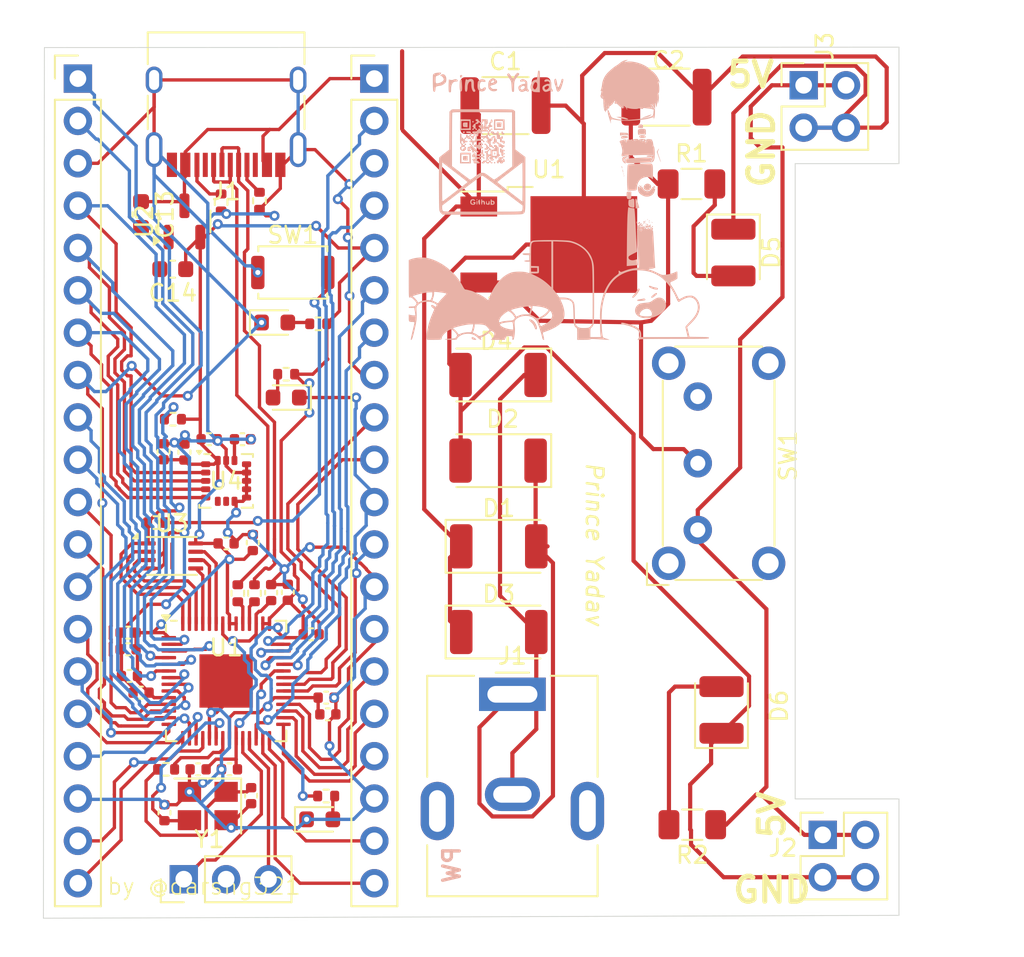
<source format=kicad_pcb>
(kicad_pcb (version 20241229) (generator "pcbnew") (generator_version "9.0")
  (layers (0 "F.Cu" signal) (2 "B.Cu" signal) (13 "F.Paste" user) (15 "B.Paste" user) (5 "F.SilkS" user "F.Silkscreen") (7 "B.SilkS" user "B.Silkscreen") (1 "F.Mask" user) (3 "B.Mask" user) (25 "Edge.Cuts" user))
  (net 0 "")
  (net 1 "GND")
  (net 2 "+1V1")
  (net 3 "VBUS")
  (net 4 "+3V3")
  (net 5 "XIN")
  (net 6 "Net-(C16-Pad2)")
  (net 7 "Net-(U4-REGOUT)")
  (net 8 "Net-(D1-A)")
  (net 9 "RUN")
  (net 10 "Net-(D2-A)")
  (net 11 "Net-(D3-A)")
  (net 12 "Net-(J1-CC1)")
  (net 13 "USB_D-")
  (net 14 "Net-(J1-CC2)")
  (net 15 "USB_D+")
  (net 16 "GPIO6")
  (net 17 "GPIO1")
  (net 18 "GPIO14")
  (net 19 "GPIO3")
  (net 20 "GPIO8")
  (net 21 "GPIO5")
  (net 22 "GPIO4")
  (net 23 "GPIO2")
  (net 24 "GPIO11")
  (net 25 "GPIO15")
  (net 26 "GPIO12")
  (net 27 "GPIO13")
  (net 28 "GPIO10")
  (net 29 "GPIO0")
  (net 30 "GPIO7")
  (net 31 "GPIO9")
  (net 32 "GPIO29_ADC3")
  (net 33 "GPIO16")
  (net 34 "GPIO27_ADC1")
  (net 35 "GPIO18")
  (net 36 "GPIO23")
  (net 37 "GPIO22")
  (net 38 "GPIO24")
  (net 39 "GPIO21")
  (net 40 "GPIO28_ADC2")
  (net 41 "GPIO26_ADC0")
  (net 42 "GPIO17")
  (net 43 "GPIO20")
  (net 44 "GPIO19")
  (net 45 "SWCLK")
  (net 46 "SWD")
  (net 47 "Net-(U1-USB_DP)")
  (net 48 "Net-(U1-USB_DM)")
  (net 49 "XOUT")
  (net 50 "QSPI_SS")
  (net 51 "Net-(R7-Pad2)")
  (net 52 "GPIO25")
  (net 53 "QSPI_SD1")
  (net 54 "QSPI_SD3")
  (net 55 "QSPI_SD2")
  (net 56 "QSPI_SD0")
  (net 57 "QSPI_CLK")
  (net 60 "Net-(J2-Pad1)")
  (net 61 "Net-(D6-Pad2)")
  (net 62 "Net-(D5-Pad2)")
  (net 63 "Net-(D1-Pad2)")
  (net 64 "/V-")
  (net 65 "Net-(D3-Pad2)")
  (net 66 "/Vout1")
  (net 67 "/Vin")
  (net 68 "Net-(SW1-Pad3)")
  (footprint "Capacitor_SMD:C_0402_1005Metric" (layer "F.Cu") (at 149.5 117)
    (property "Reference" "C5" (hide yes))
    (property "Value" "0.1uF")
  )
  (footprint "Connector_PinHeader_2.54mm:PinHeader_1x20_P2.54mm_Vertical" (layer "F.Cu") (at 134.61 79.87)
    (property "Reference" "J2" (hide yes))
    (property "Value" "Conn_01x20")
  )
  (footprint "Capacitor_SMD:C_0402_1005Metric" (layer "F.Cu") (at 139.75 102.25 -90)
    (property "Reference" "C21" (hide yes))
    (property "Value" "2.2uF")
  )
  (footprint "Connector_BarrelJack:BarrelJack_CUI_PJ-063AH_Horizontal" (layer "F.Cu") (at 160.67 116.8)
    (property "Reference" "J1")
    (property "Value" "Barrel_Jack_Switch")
  )
  (footprint "Capacitor_SMD:C_0402_1005Metric" (layer "F.Cu") (at 141 102.27 -90)
    (property "Reference" "C20" (hide yes))
    (property "Value" "0.1uF")
  )
  (footprint "Capacitor_SMD:C_0402_1005Metric" (layer "F.Cu") (at 149.6 118)
    (property "Reference" "C9" (hide yes))
    (property "Value" "1uF")
  )
  (footprint "Capacitor_SMD:C_0402_1005Metric" (layer "F.Cu") (at 137.7 115.7 180)
    (property "Reference" "C3" (hide yes))
    (property "Value" "0.1uF")
  )
  (footprint "LED_SMD:LED_1210_3225Metric" (layer "F.Cu") (at 173.2124 117.737117 90)
    (property "Reference" "D6")
    (property "Value" "LED")
  )
  (footprint "Capacitor_SMD:C_0402_1005Metric" (layer "F.Cu") (at 145.1 107.7 90)
    (property "Reference" "C1" (hide yes))
    (property "Value" "0.1uF")
  )
  (footprint "Capacitor_SMD:C_1812_4532Metric" (layer "F.Cu") (at 169.9104 80.983317)
    (property "Reference" "C2")
    (property "Value" "470uF")
  )
  (footprint "Capacitor_SMD:C_0402_1005Metric" (layer "F.Cu") (at 139.8 123.9 -90)
    (property "Reference" "C15" (hide yes))
    (property "Value" "33pF")
  )
  (footprint "Capacitor_SMD:C_0402_1005Metric" (layer "F.Cu") (at 143.5 107.75)
    (property "Reference" "C17" (hide yes))
    (property "Value" "0.1uF")
  )
  (footprint "Resistor_SMD:R_0402_1005Metric" (layer "F.Cu") (at 139.3 106.5)
    (property "Reference" "R7" (hide yes))
    (property "Value" "1K")
  )
  (footprint "Capacitor_SMD:C_0402_1005Metric" (layer "F.Cu") (at 138.4 116.7 180)
    (property "Reference" "C6" (hide yes))
    (property "Value" "0.1uF")
  )
  (footprint "LED_SMD:LED_0603_1608Metric" (layer "F.Cu") (at 146.4125 94.5)
    (property "Reference" "D1" (hide yes))
    (property "Value" "LED")
  )
  (footprint "Capacitor_SMD:C_0603_1608Metric" (layer "F.Cu") (at 138.4 88.025 -90)
    (property "Reference" "C13")
    (property "Value" "10uF")
  )
  (footprint "Resistor_SMD:R_0402_1005Metric" (layer "F.Cu") (at 147.1 97.6 180)
    (property "Reference" "R9" (hide yes))
    (property "Value" "680")
  )
  (footprint "LED_SMD:LED_0603_1608Metric" (layer "F.Cu") (at 149.1125 124.3)
    (property "Reference" "D3" (hide yes))
    (property "Value" "LED")
  )
  (footprint "Diode_SMD:D_2010_5025Metric" (layer "F.Cu") (at 159.852 113.063517)
    (property "Reference" "D3")
    (property "Value" "1N4007")
  )
  (footprint "Diode_SMD:D_2010_5025Metric" (layer "F.Cu") (at 159.852 107.924249)
    (property "Reference" "D1")
    (property "Value" "1N4007")
  )
  (footprint "Capacitor_SMD:C_0402_1005Metric" (layer "F.Cu") (at 143.7 121.3 180)
    (property "Reference" "C10" (hide yes))
    (property "Value" "0.1uF")
  )
  (footprint "Capacitor_SMD:C_0402_1005Metric" (layer "F.Cu") (at 137.62 113.1 180)
    (property "Reference" "C7" (hide yes))
    (property "Value" "0.1uF")
  )
  (footprint "Capacitor_SMD:C_0402_1005Metric" (layer "F.Cu") (at 144.48 101.5)
    (property "Reference" "C18" (hide yes))
    (property "Value" "0.1uF")
  )
  (footprint "Capacitor_SMD:C_0402_1005Metric" (layer "F.Cu") (at 145 122.88 90)
    (property "Reference" "C16" (hide yes))
    (property "Value" "33pF")
  )
  (footprint "Package_LGA:LGA-16_3x3mm_P0.5mm_LayoutBorder3x5y" (layer "F.Cu") (at 143.5 104)
    (property "Reference" "U4")
    (property "Value" "ICM-20602")
  )
  (footprint "Package_TO_SOT_SMD:SOT-23" (layer "F.Cu") (at 141 88.4375 90)
    (property "Reference" "U2")
    (property "Value" "MCP1700x-330xxTT")
  )
  (footprint "Package_DFN_QFN:QFN-56-1EP_7x7mm_P0.4mm_EP3.2x3.2mm" (layer "F.Cu") (at 143.5 116)
    (property "Reference" "U1")
    (property "Value" "RP2040")
  )
  (footprint "Package_SON:Winbond_USON-8-1EP_3x2mm_P0.5mm_EP0.2x1.6mm" (layer "F.Cu") (at 140.25 108.5)
    (property "Reference" "U3")
    (property "Value" "W25Q128JVS")
  )
  (footprint "Connector_USB:USB_C_Receptacle_HRO_TYPE-C-31-M-12" (layer "F.Cu") (at 143.5 81 180)
    (property "Reference" "J1")
    (property "Value" "USB_C_Receptacle_USB2.0_14P")
  )
  (footprint "Diode_SMD:D_2010_5025Metric" (layer "F.Cu") (at 159.812 102.784983 180)
    (property "Reference" "D2")
    (property "Value" "1N4007")
  )
  (footprint "Button_Switch_SMD:SW_Push_SPST_NO_Alps_SKRK" (layer "F.Cu") (at 147.5 91.5)
    (property "Reference" "SW1")
    (property "Value" "SW_Push")
  )
  (footprint "Resistor_SMD:R_0402_1005Metric" (layer "F.Cu") (at 140.31 100.3 180)
    (property "Reference" "R6" (hide yes))
    (property "Value" "10K")
  )
  (footprint "Connector_PinHeader_2.54mm:PinHeader_2x02_P2.54mm_Vertical" (layer "F.Cu") (at 178.14 80.272117)
    (property "Reference" "J3")
    (property "Value" "Conn_02x02_Counter_Clockwise")
  )
  (footprint "Resistor_SMD:R_0402_1005Metric" (layer "F.Cu") (at 145.2 110.74 -90)
    (property "Reference" "R4" (hide yes))
    (property "Value" "27")
  )
  (footprint "Package_TO_SOT_SMD:TO-252-2" (layer "F.Cu") (at 162.8545 89.822517)
    (property "Reference" "U1")
    (property "Value" "LM7805_TO220")
  )
  (footprint "Resistor_SMD:R_0402_1005Metric" (layer "F.Cu") (at 139.9 121.3)
    (property "Reference" "R5" (hide yes))
    (property "Value" "1K")
  )
  (footprint "Diode_SMD:D_2010_5025Metric" (layer "F.Cu") (at 159.812 97.645717 180)
    (property "Reference" "D4")
    (property "Value" "1N4007")
  )
  (footprint "Resistor_SMD:R_0402_1005Metric" (layer "F.Cu") (at 143.2 87.3 -90)
    (property "Reference" "R2" (hide yes))
    (property "Value" "5.1K")
  )
  (footprint "Capacitor_SMD:C_0402_1005Metric" (layer "F.Cu") (at 148.6 113.2)
    (property "Reference" "C8" (hide yes))
    (property "Value" "0.1uF")
  )
  (footprint "Capacitor_SMD:C_0402_1005Metric" (layer "F.Cu") (at 142.48 101.5)
    (property "Reference" "C19" (hide yes))
    (property "Value" "10nF")
  )
  (footprint "Resistor_SMD:R_1206_3216Metric" (layer "F.Cu") (at 171.409 86.190317)
    (property "Reference" "R1")
    (property "Value" "560")
  )
  (footprint "Capacitor_SMD:C_0402_1005Metric" (layer "F.Cu") (at 137.62 114.1 180)
    (property "Reference" "C2" (hide yes))
    (property "Value" "0.1uF")
  )
  (footprint "Resistor_SMD:R_0402_1005Metric" (layer "F.Cu") (at 149.5 122.9)
    (property "Reference" "R10" (hide yes))
    (property "Value" "680")
  )
  (footprint "Resistor_SMD:R_0402_1005Metric" (layer "F.Cu") (at 144.2 110.74 -90)
    (property "Reference" "R3" (hide yes))
    (property "Value" "27")
  )
  (footprint "Capacitor_SMD:C_1812_4532Metric" (layer "F.Cu") (at 160.2545 81.491317)
    (property "Reference" "C1")
    (property "Value" "47uF")
  )
  (footprint "Capacitor_SMD:C_0402_1005Metric" (layer "F.Cu") (at 147.2 110.68 90)
    (property "Reference" "C4" (hide yes))
    (property "Value" "0.1uF")
  )
  (footprint "LED_SMD:LED_1210_3225Metric" (layer "F.Cu") (at 173.9236 90.305117 -90)
    (property "Reference" "D5")
    (property "Value" "LED")
  )
  (footprint "Resistor_SMD:R_0402_1005Metric" (layer "F.Cu") (at 145.5 87.2 -90)
    (property "Reference" "R1" (hide yes))
    (property "Value" "5.1K")
  )
  (footprint "LED_SMD:LED_0603_1608Metric" (layer "F.Cu") (at 147.1 99 180)
    (property "Reference" "D2" (hide yes))
    (property "Value" "LED")
  )
  (footprint "Button_Switch_THT:SW_E-Switch_EG1224_SPDT_Angled" (layer "F.Cu") (at 171.79 106.942117 90)
    (property "Reference" "SW1")
    (property "Value" "SW_DPDT_x2")
  )
  (footprint "Connector_PinHeader_2.54mm:PinHeader_2x02_P2.54mm_Vertical" (layer "F.Cu") (at 179.283 125.230117)
    (property "Reference" "J2")
    (property "Value" "Conn_02x02_Counter_Clockwise")
  )
  (footprint "Capacitor_SMD:C_0402_1005Metric" (layer "F.Cu") (at 146.2 110.7 90)
    (property "Reference" "C12" (hide yes))
    (property "Value" "1uF")
  )
  (footprint "Crystal:Crystal_SMD_3225-4Pin_3.2x2.5mm" (layer "F.Cu") (at 142.4 123.5 180)
    (property "Reference" "Y1")
    (property "Value" "12MHz")
  )
  (footprint "Resistor_SMD:R_1206_3216Metric" (layer "F.Cu") (at 171.4598 124.620517 180)
    (property "Reference" "R2")
    (property "Value" "560")
  )
  (footprint "Resistor_SMD:R_0402_1005Metric" (layer "F.Cu") (at 149.025 94.58 180)
    (property "Reference" "R8" (hide yes))
    (property "Value" "680")
  )
  (footprint "Capacitor_SMD:C_0603_1608Metric" (layer "F.Cu") (at 140.3 91.3 180)
    (property "Reference" "C14")
    (property "Value" "10uF")
  )
  (footprint "Capacitor_SMD:C_0402_1005Metric" (layer "F.Cu") (at 141.82 121.3 180)
    (property "Reference" "C11" (hide yes))
    (property "Value" "0.1uF")
  )
  (footprint "Connector_PinHeader_2.54mm:PinHeader_1x20_P2.54mm_Vertical" (layer "F.Cu") (at 152.39 79.87)
    (property "Reference" "J3" (hide yes))
    (property "Value" "Conn_01x20")
  )
  (footprint "Connector_PinHeader_2.54mm:PinHeader_1x03_P2.54mm_Vertical" (layer "F.Cu") (at 140.96 127.89 90)
    (property "Reference" "J4" (hide yes))
    (property "Value" "Conn_01x03")
  )
  (gr_poly (pts (xy 159.60511 84.307592) (xy 159.607198 84.307811) (xy 159.609264 84.308172) (xy 159.611304 84.30867) (xy 159.613314 84.309303) (xy 159.615293 84.310067) (xy 159.617237 84.310958) (xy 159.619142 84.311972) (xy 159.621006 84.313106) (xy 159.622825 84.314357) (xy 159.624597 84.31572) (xy 159.626319 84.317192) (xy 159.629597 84.320449) (xy 159.632635 84.324099) (xy 159.635409 84.328113) (xy 159.637894 84.332461) (xy 159.640064 84.337115) (xy 159.641896 84.342047) (xy 159.643363 84.347226) (xy 159.644442 84.352624) (xy 159.645108 84.358213) (xy 159.645278 84.36107) (xy 159.645335 84.363963) (xy 159.645278 84.366856) (xy 159.645108 84.369713) (xy 159.644828 84.372529) (xy 159.644442 84.375302) (xy 159.643953 84.378026) (xy 159.643363 84.3807) (xy 159.642676 84.383319) (xy 159.641896 84.38588) (xy 159.641024 84.388378) (xy 159.640064 84.390811) (xy 159.63902 84.393174) (xy 159.637894 84.395465) (xy 159.636689 84.397679) (xy 159.635409 84.399814) (xy 159.634057 84.401864) (xy 159.632635 84.403827) (xy 159.631148 84.405699) (xy 159.629597 84.407477) (xy 159.627986 84.409156) (xy 159.626319 84.410734) (xy 159.624597 84.412206) (xy 159.622825 84.413569) (xy 159.621006 84.41482) (xy 159.619142 84.415954) (xy 159.617237 84.416968) (xy 159.615293 84.417859) (xy 159.613314 84.418623) (xy 159.611304 84.419256) (xy 159.609264 84.419754) (xy 159.607198 84.420115) (xy 159.60511 84.420334) (xy 159.603002 84.420408) (xy 159.600895 84.420334) (xy 159.598806 84.420115) (xy 159.596741 84.419754) (xy 159.594701 84.419256) (xy 159.59269 84.418623) (xy 159.590712 84.417859) (xy 159.588768 84.416968) (xy 159.586863 84.415954) (xy 159.584999 84.41482) (xy 159.583179 84.413569) (xy 159.581407 84.412206) (xy 159.579686 84.410734) (xy 159.576407 84.407477) (xy 159.573369 84.403827) (xy 159.570595 84.399814) (xy 159.56811 84.395465) (xy 159.56594 84.390811) (xy 159.564108 84.38588) (xy 159.562641 84.3807) (xy 159.561562 84.375302) (xy 159.560896 84.369713) (xy 159.560726 84.366856) (xy 159.560669 84.363963) (xy 159.560726 84.36107) (xy 159.560896 84.358213) (xy 159.561176 84.355397) (xy 159.561562 84.352624) (xy 159.562051 84.3499) (xy 159.562641 84.347226) (xy 159.563327 84.344607) (xy 159.564108 84.342047) (xy 159.56498 84.339548) (xy 159.56594 84.337115) (xy 159.566984 84.334752) (xy 159.56811 84.332461) (xy 159.569315 84.330247) (xy 159.570595 84.328113) (xy 159.571947 84.326062) (xy 159.573369 84.324099) (xy 159.574857 84.322227) (xy 159.576407 84.320449) (xy 159.578018 84.31877) (xy 159.579686 84.317192) (xy 159.581407 84.31572) (xy 159.583179 84.314357) (xy 159.584999 84.313106) (xy 159.586863 84.311972) (xy 159.588768 84.310958) (xy 159.590712 84.310067) (xy 159.59269 84.309303) (xy 159.594701 84.30867) (xy 159.596741 84.308172) (xy 159.598806 84.307811) (xy 159.600895 84.307592) (xy 159.603002 84.307518)) (fill yes) (layer "B.SilkS"))
  (gr_poly (pts (xy 168.375378 88.525197) (xy 168.376697 88.525428) (xy 168.378128 88.525858) (xy 168.379675 88.526487) (xy 168.381342 88.527314) (xy 168.383133 88.528339) (xy 168.385051 88.529563) (xy 168.387103 88.530985) (xy 168.38929 88.532605) (xy 168.394091 88.536442) (xy 168.399488 88.541072) (xy 168.405512 88.546497) (xy 168.411465 88.552026) (xy 168.416625 88.557002) (xy 168.420991 88.561466) (xy 168.422876 88.563518) (xy 168.424562 88.565458) (xy 168.426051 88.56729) (xy 168.427341 88.56902) (xy 168.428432 88.570653) (xy 168.429325 88.572194) (xy 168.43002 88.573648) (xy 168.430516 88.57502) (xy 168.430813 88.576316) (xy 168.430913 88.57754) (xy 168.430813 88.578699) (xy 168.430516 88.579796) (xy 168.43002 88.580838) (xy 168.429325 88.581829) (xy 168.428432 88.582774) (xy 168.427341 88.583679) (xy 168.426051 88.584549) (xy 168.424562 88.585389) (xy 168.422876 88.586205) (xy 168.420991 88.587) (xy 168.418907 88.587781) (xy 168.416625 88.588553) (xy 168.411465 88.59009) (xy 168.405512 88.591651) (xy 168.403412 88.592229) (xy 168.401348 88.592904) (xy 168.399321 88.593671) (xy 168.397332 88.594529) (xy 168.395386 88.595473) (xy 168.393482 88.596501) (xy 168.391624 88.597609) (xy 168.389814 88.598795) (xy 168.386344 88.601387) (xy 168.383089 88.604252) (xy 168.380066 88.607365) (xy 168.377291 88.610701) (xy 168.37478 88.614236) (xy 168.37255 88.617944) (xy 168.370618 88.621801) (xy 168.369 88.625783) (xy 168.367713 88.629863) (xy 168.366773 88.634018) (xy 168.366439 88.636115) (xy 168.366197 88.638222) (xy 168.366051 88.640335) (xy 168.366002 88.642451) (xy 168.365953 88.644551) (xy 168.365807 88.646616) (xy 168.365569 88.648645) (xy 168.365241 88.650637) (xy 168.364826 88.652589) (xy 168.364327 88.6545) (xy 168.363748 88.656369) (xy 168.363091 88.658194) (xy 168.36236 88.659974) (xy 168.361557 88.661706) (xy 168.360687 88.66339) (xy 168.359751 88.665024) (xy 168.358753 88.666606) (xy 168.357696 88.668135) (xy 168.356584 88.669609) (xy 168.355418 88.671026) (xy 168.354203 88.672386) (xy 168.352942 88.673687) (xy 168.351637 88.674926) (xy 168.350292 88.676103) (xy 168.34891 88.677216) (xy 168.347493 88.678263) (xy 168.346046 88.679243) (xy 168.344571 88.680154) (xy 168.343071 88.680995) (xy 168.341549 88.681764) (xy 168.340008 88.68246) (xy 168.338452 88.683081) (xy 168.336884 88.683625) (xy 168.335306 88.684092) (xy 168.333723 88.684478) (xy 168.332136 88.684784) (xy 168.327174 88.684849) (xy 168.32287 88.685043) (xy 168.319218 88.685361) (xy 168.317637 88.685565) (xy 168.316216 88.685798) (xy 168.314957 88.686061) (xy 168.313859 88.686352) (xy 168.312921 88.68667) (xy 168.312143 88.687017) (xy 168.311524 88.68739) (xy 168.311063 88.687789) (xy 168.310761 88.688214) (xy 168.310616 88.688665) (xy 168.310628 88.68914) (xy 168.310797 88.68964) (xy 168.311122 88.690163) (xy 168.311603 88.69071) (xy 168.312238 88.691279) (xy 168.313028 88.691871) (xy 168.313972 88.692484) (xy 168.31507 88.693119) (xy 168.317723 88.694449) (xy 168.320984 88.695858) (xy 168.324849 88.697342) (xy 168.329313 88.698895) (xy 168.331124 88.699738) (xy 168.332852 88.700676) (xy 168.334497 88.701707) (xy 168.33606 88.702826) (xy 168.33754 88.704029) (xy 168.338937 88.705314) (xy 168.340252 88.706676) (xy 168.341484 88.708112) (xy 168.342633 88.709618) (xy 168.3437 88.711191) (xy 168.344683 88.712827) (xy 168.345585 88.714523) (xy 168.346403 88.716274) (xy 168.347139 88.718077) (xy 168.348363 88.721826) (xy 168.349256 88.725741) (xy 168.349818 88.729791) (xy 168.350049 88.73395) (xy 168.34995 88.738186) (xy 168.34952 88.742473) (xy 168.348759 88.74678) (xy 168.347668 88.751078) (xy 168.346246 88.75534) (xy 168.344854 88.759473) (xy 168.343843 88.763404) (xy 168.343195 88.767129) (xy 168.342895 88.770642) (xy 168.342925 88.77394) (xy 168.34327 88.777019) (xy 168.343912 88.779875) (xy 168.344835 88.782504) (xy 168.346023 88.784901) (xy 168.347459 88.787063) (xy 168.349126 88.788984) (xy 168.351009 88.790662) (xy 168.35309 88.792092) (xy 168.355352 88.793269) (xy 168.357781 88.794191) (xy 168.360357 88.794851) (xy 168.363067 88.795247) (xy 168.365892 88.795375) (xy 168.368816 88.79523) (xy 168.371823 88.794807) (xy 168.374896 88.794104) (xy 168.378018 88.793115) (xy 168.381174 88.791837) (xy 168.384346 88.790265) (xy 168.387518 88.788396) (xy 168.390674 88.786225) (xy 168.393796 88.783748) (xy 168.396869 88.780961) (xy 168.399876 88.77786) (xy 168.4028 88.77444) (xy 168.405625 88.770698) (xy 168.408334 88.76663) (xy 168.409177 88.765332) (xy 168.410115 88.764084) (xy 168.411144 88.762889) (xy 168.41226 88.761746) (xy 168.413458 88.760657) (xy 168.414735 88.759622) (xy 168.417507 88.757722) (xy 168.420545 88.756053) (xy 168.423813 88.754624) (xy 168.42728 88.753443) (xy 168.430913 88.752518) (xy 168.434678 88.751858) (xy 168.438542 88.751471) (xy 168.442472 88.751364) (xy 168.446435 88.751548) (xy 168.450398 88.752029) (xy 168.454328 88.752815) (xy 168.458192 88.753916) (xy 168.461956 88.75534) (xy 168.464081 88.756092) (xy 168.466219 88.756763) (xy 168.468367 88.757351) (xy 168.470523 88.757859) (xy 168.472682 88.758286) (xy 168.474843 88.758633) (xy 168.477002 88.7589) (xy 168.479155 88.759088) (xy 168.4813 88.759198) (xy 168.483434 88.75923) (xy 168.485553 88.759184) (xy 168.487655 88.759061) (xy 168.489736 88.758861) (xy 168.491793 88.758586) (xy 168.493824 88.758235) (xy 168.495824 88.75781) (xy 168.497791 88.75731) (xy 168.499722 88.756735) (xy 168.501614 88.756088) (xy 168.503464 88.755368) (xy 168.505268 88.754575) (xy 168.507023 88.753711) (xy 168.508727 88.752775) (xy 168.510376 88.751768) (xy 168.511967 88.750691) (xy 168.513497 88.749545) (xy 168.514963 88.748329) (xy 168.516362 88.747044) (xy 168.517691 88.745691) (xy 168.518946 88.744271) (xy 168.520125 88.742783) (xy 168.521224 88.741229) (xy 168.522075 88.73965) (xy 168.523037 88.73809) (xy 168.525275 88.735033) (xy 168.527903 88.732076) (xy 168.530881 88.729235) (xy 168.534174 88.726526) (xy 168.537744 88.723965) (xy 168.541554 88.72157) (xy 168.545566 88.719357) (xy 168.549743 88.717342) (xy 168.554049 88.715543) (xy 168.558446 88.713975) (xy 168.562896 88.712654) (xy 168.567363 88.711599) (xy 168.571809 88.710824) (xy 168.576197 88.710348) (xy 168.58049 88.710185) (xy 168.582574 88.710226) (xy 168.584589 88.710347) (xy 168.586536 88.710545) (xy 168.588411 88.710819) (xy 168.590215 88.711165) (xy 168.591944 88.71158) (xy 168.593598 88.712063) (xy 168.595175 88.71261) (xy 168.596673 88.71322) (xy 168.598091 88.713888) (xy 168.599428 88.714614) (xy 168.600682 88.715394) (xy 168.60185 88.716225) (xy 168.602933 88.717106) (xy 168.603927 88.718033) (xy 168.604832 88.719004) (xy 168.605646 88.720017) (xy 168.606368 88.721068) (xy 168.606996 88.722155) (xy 168.607528 88.723276) (xy 168.607963 88.724428) (xy 168.608299 88.725609) (xy 168.608535 88.726815) (xy 168.608669 88.728044) (xy 168.6087 88.729294) (xy 168.608625 88.730563) (xy 168.608445 88.731846) (xy 168.608156 88.733143) (xy 168.607758 88.73445) (xy 168.607249 88.735765) (xy 168.606627 88.737084) (xy 168.605891 88.738407) (xy 168.604808 88.739961) (xy 168.603678 88.741449) (xy 168.602504 88.742869) (xy 168.601288 88.744222) (xy 168.600033 88.745507) (xy 168.598741 88.746723) (xy 168.597414 88.747869) (xy 168.596057 88.748946) (xy 168.59467 88.749953) (xy 168.593257 88.750888) (xy 168.591821 88.751753) (xy 168.590363 88.752545) (xy 168.588886 88.753266) (xy 168.587394 88.753913) (xy 168.585888 88.754487) (xy 168.584371 88.754987) (xy 168.582846 88.755413) (xy 168.581315 88.755764) (xy 168.579781 88.756039) (xy 168.578247 88.756239) (xy 168.576714 88.756362) (xy 168.575187 88.756407) (xy 168.573666 88.756376) (xy 168.572156 88.756266) (xy 168.570658 88.756078) (xy 168.569174 88.755811) (xy 168.567709 88.755464) (xy 168.566263 88.755037) (xy 168.56484 88.75453) (xy 168.563443 88.753941) (xy 168.562073 88.753271) (xy 168.560734 88.752518) (xy 168.55942 88.751517) (xy 168.558124 88.75063) (xy 168.556847 88.749855) (xy 168.555591 88.749189) (xy 168.554359 88.74863) (xy 168.55315 88.748177) (xy 168.551968 88.747827) (xy 168.550813 88.747579) (xy 168.549686 88.74743) (xy 168.54859 88.747378) (xy 168.547527 88.747421) (xy 168.546497 88.747557) (xy 168.545502 88.747784) (xy 168.544543 88.7481) (xy 168.543623 88.748503) (xy 168.542743 88.74899) (xy 168.541904 88.74956) (xy 168.541108 88.750211) (xy 168.540356 88.750941) (xy 168.539651 88.751746) (xy 168.538993 88.752627) (xy 168.538384 88.753579) (xy 168.537826 88.754602) (xy 168.537319 88.755693) (xy 168.536867 88.75685) (xy 168.53647 88.758072) (xy 168.53613 88.759355) (xy 168.535848 88.760698) (xy 168.535626 88.7621) (xy 168.535465 88.763557) (xy 168.535368 88.765067) (xy 168.535335 88.76663) (xy 168.535401 88.76844) (xy 168.535598 88.770168) (xy 168.535924 88.771812) (xy 168.536377 88.773371) (xy 168.536957 88.774846) (xy 168.537661 88.776235) (xy 168.538488 88.777539) (xy 168.539436 88.778756) (xy 168.540505 88.779887) (xy 168.541691 88.78093) (xy 168.542995 88.781886) (xy 168.544414 88.782753) (xy 168.545946 88.783531) (xy 168.547591 88.78422) (xy 168.55121 88.785327) (xy 168.55526 88.78607) (xy 168.559727 88.786446) (xy 168.564599 88.786449) (xy 168.569863 88.786076) (xy 168.575508 88.785323) (xy 168.581521 88.784185) (xy 168.58789 88.782659) (xy 168.594602 88.78074) (xy 168.602177 88.778294) (xy 168.609038 88.776248) (xy 168.612204 88.775377) (xy 168.615196 88.774607) (xy 168.618015 88.77394) (xy 168.620663 88.773376) (xy 168.623142 88.772915) (xy 168.625453 88.772558) (xy 168.627597 88.772306) (xy 168.629576 88.772158) (xy 168.631393 88.772116) (xy 168.633047 88.772179) (xy 168.634541 88.772349) (xy 168.635877 88.772626) (xy 168.637055 88.773011) (xy 168.638078 88.773503) (xy 168.638947 88.774104) (xy 168.639664 88.774815) (xy 168.640229 88.775634) (xy 168.640645 88.776564) (xy 168.640914 88.777604) (xy 168.641036 88.778756) (xy 168.641014 88.780019) (xy 168.640848 88.781394) (xy 168.640541 88.782882) (xy 168.640094 88.784483) (xy 168.639508 88.786198) (xy 168.638785 88.788027) (xy 168.637927 88.78997) (xy 168.636936 88.792029) (xy 168.635919 88.793608) (xy 168.634984 88.795168) (xy 168.634133 88.796708) (xy 168.633364 88.798225) (xy 168.632677 88.799717) (xy 168.632074 88.801182) (xy 168.631553 88.802618) (xy 168.631115 88.804024) (xy 168.630759 88.805396) (xy 168.630486 88.806733) (xy 168.630296 88.808033) (xy 168.630188 88.809293) (xy 168.630164 88.810512) (xy 168.630222 88.811688) (xy 168.630362 88.812819) (xy 168.630585 88.813901) (xy 168.630891 88.814935) (xy 168.63128 88.815916) (xy 168.631751 88.816844) (xy 168.632305 88.817716) (xy 168.632942 88.81853) (xy 168.633661 88.819284) (xy 168.634463 88.819976) (xy 168.635347 88.820604) (xy 168.636315 88.821166) (xy 168.637365 88.82166) (xy 168.638498 88.822083) (xy 168.639713 88.822434) (xy 168.641011 88.822711) (xy 168.642392 88.822911) (xy 168.643855 88.823033) (xy 168.645401 88.823074) (xy 168.646748 88.823033) (xy 168.648141 88.822912) (xy 168.649575 88.822713) (xy 168.651046 88.82244) (xy 168.654083 88.821678) (xy 168.657219 88.820648) (xy 168.660422 88.81937) (xy 168.663658 88.817865) (xy 168.666893 88.816152) (xy 168.670096 88.814254) (xy 168.673232 88.812191) (xy 168.67627 88.809982) (xy 168.679175 88.80765) (xy 168.681914 88.805214) (xy 168.684455 88.802696) (xy 168.686765 88.800116) (xy 168.68881 88.797494) (xy 168.689723 88.796174) (xy 168.690557 88.794852) (xy 168.69131 88.793281) (xy 168.691981 88.791744) (xy 168.692571 88.790243) (xy 168.693082 88.788777) (xy 168.693514 88.787349) (xy 168.693869 88.785959) (xy 168.694147 88.784608) (xy 168.69435 88.783298) (xy 168.694478 88.782029) (xy 168.694533 88.780802) (xy 168.694516 88.779619) (xy 168.694427 88.77848) (xy 168.694268 88.777387) (xy 168.69404 88.77634) (xy 168.693743 88.775341) (xy 168.69338 88.774391) (xy 168.69295 88.773489) (xy 168.692455 88.772639) (xy 168.691896 88.77184) (xy 168.691274 88.771094) (xy 168.69059 88.770402) (xy 168.689845 88.769765) (xy 168.68904 88.769183) (xy 168.688176 88.768658) (xy 168.687254 88.768191) (xy 168.686276 88.767783) (xy 168.685241 88.767435) (xy 168.684152 88.767148) (xy 168.683009 88.766923) (xy 168.681814 88.766761) (xy 168.680566 88.766662) (xy 168.679268 88.76663) (xy 168.677689 88.766572) (xy 168.676129 88.766402) (xy 168.674589 88.766123) (xy 168.673073 88.765737) (xy 168.67158 88.765247) (xy 168.670115 88.764658) (xy 168.668679 88.763971) (xy 168.667274 88.76319) (xy 168.665901 88.762318) (xy 168.664564 88.761358) (xy 168.663265 88.760314) (xy 168.662004 88.759188) (xy 168.659609 88.756703) (xy 168.657396 88.753929) (xy 168.655381 88.750891) (xy 168.653581 88.747612) (xy 168.652013 88.744119) (xy 168.650693 88.740435) (xy 168.649637 88.736587) (xy 168.648863 88.732597) (xy 168.648386 88.728492) (xy 168.648223 88.724296) (xy 168.648322 88.719674) (xy 168.648614 88.715333) (xy 168.649095 88.711271) (xy 168.649761 88.70749) (xy 168.650607 88.703987) (xy 168.651628 88.700763) (xy 168.652819 88.697816) (xy 168.654177 88.695148) (xy 168.655695 88.692756) (xy 168.65737 88.690641) (xy 168.659197 88.688802) (xy 168.661172 88.687238) (xy 168.663289 88.685949) (xy 168.665544 88.684934) (xy 168.667932 88.684194) (xy 168.670449 88.683726) (xy 168.67309 88.683532) (xy 168.67585 88.68361) (xy 168.678725 88.68396) (xy 168.68171 88.684581) (xy 168.684801 88.685472) (xy 168.687992 88.686634) (xy 168.69128 88.688066) (xy 168.694658 88.689767) (xy 168.698124 88.691737) (xy 168.701672 88.693975) (xy 168.705298 88.696481) (xy 168.708996 88.699254) (xy 168.712762 88.702293) (xy 168.716592 88.705599) (xy 168.720481 88.70917) (xy 168.724425 88.713007) (xy 168.728989 88.717403) (xy 168.733161 88.721054) (xy 168.736944 88.723946) (xy 168.738692 88.725101) (xy 168.740343 88.72606) (xy 168.7419 88.72682) (xy 168.743362 88.72738) (xy 168.74473 88.727737) (xy 168.746004 88.72789) (xy 168.747185 88.727836) (xy 168.748274 88.727573) (xy 168.749271 88.727099) (xy 168.750177 88.726412) (xy 168.750991 88.725511) (xy 168.751715 88.724392) (xy 168.752349 88.723054) (xy 168.752894 88.721495) (xy 168.75335 88.719713) (xy 168.753717 88.717706) (xy 168.753997 88.715471) (xy 168.754189 88.713007) (xy 168.754314 88.707381) (xy 168.754096 88.700813) (xy 168.753538 88.693287) (xy 168.752646 88.684784) (xy 168.751849 88.674662) (xy 168.750502 88.665453) (xy 168.749616 88.661187) (xy 168.748584 88.657145) (xy 168.747405 88.653326) (xy 168.746076 88.649727) (xy 168.744593 88.646347) (xy 168.742955 88.643185) (xy 168.741159 88.640238) (xy 168.739202 88.637507) (xy 168.737082 88.634988) (xy 168.734796 88.63268) (xy 168.732341 88.630582) (xy 168.729716 88.628693) (xy 168.726916 88.62701) (xy 168.723941 88.625532) (xy 168.720787 88.624258) (xy 168.717451 88.623186) (xy 168.713932 88.622315) (xy 168.710225 88.621642) (xy 168.70633 88.621167) (xy 168.702243 88.620888) (xy 168.697962 88.620803) (xy 168.693484 88.620911) (xy 168.683926 88.621698) (xy 168.67355 88.623238) (xy 168.662335 88.625518) (xy 168.661037 88.62575) (xy 168.659791 88.625917) (xy 168.658598 88.626021) (xy 168.657462 88.626064) (xy 168.656383 88.626046) (xy 168.655365 88.625971) (xy 168.654408 88.625838) (xy 168.653515 88.62565) (xy 168.652689 88.625409) (xy 168.651931 88.625115) (xy 168.651243 88.62477) (xy 168.650627 88.624377) (xy 168.650086 88.623936) (xy 168.649621 88.623449) (xy 168.649235 88.622917) (xy 168.64893 88.622343) (xy 168.648707 88.621727) (xy 168.648569 88.621072) (xy 168.648517 88.620378) (xy 168.648555 88.619647) (xy 168.648683 88.618882) (xy 168.648905 88.618083) (xy 168.649222 88.617252) (xy 168.649636 88.61639) (xy 168.650149 88.615499) (xy 168.650763 88.614581) (xy 168.651481 88.613637) (xy 168.652304 88.612669) (xy 168.653234 88.611678) (xy 168.654274 88.610666) (xy 168.655426 88.609634) (xy 168.656691 88.608585) (xy 168.659803 88.605509) (xy 168.663292 88.602631) (xy 168.667125 88.59995) (xy 168.671265 88.597467) (xy 168.675679 88.59518) (xy 168.68033 88.593088) (xy 168.685184 88.591192) (xy 168.690205 88.589491) (xy 168.695358 88.587984) (xy 168.700609 88.586671) (xy 168.711261 88.584624) (xy 168.72188 88.583346) (xy 168.732185 88.582832) (xy 168.741894 88.58308) (xy 168.746438 88.583487) (xy 168.750728 88.584084) (xy 168.754728 88.584868) (xy 168.758403 88.58584) (xy 168.761719 88.586999) (xy 168.76464 88.588344) (xy 168.767131 88.589876) (xy 168.769158 88.591593) (xy 168.770683 88.593495) (xy 168.771674 88.595582) (xy 168.772094 88.597852) (xy 168.771908 88.600306) (xy 168.771082 88.602943) (xy 168.76958 88.605762) (xy 168.767759 88.609269) (xy 168.76707 88.610874) (xy 168.766526 88.612382) (xy 168.766127 88.613793) (xy 168.765871 88.615108) (xy 168.765758 88.616326) (xy 168.765787 88.617448) (xy 168.765956 88.618476) (xy 168.766265 88.619408) (xy 168.766713 88.620247) (xy 168.767297 88.620992) (xy 168.768019 88.621645) (xy 168.768875 88.622204) (xy 168.769866 88.622672) (xy 168.770991 88.623049) (xy 168.772247 88.623334) (xy 168.773635 88.623529) (xy 168.7768 88.623649) (xy 168.780478 88.623414) (xy 168.784661 88.622828) (xy 168.789339 88.621895) (xy 168.794505 88.620618) (xy 168.800151 88.619002) (xy 168.806268 88.617052) (xy 168.823863 88.610614) (xy 168.830775 88.608172) (xy 168.836431 88.606292) (xy 168.84083 88.605008) (xy 168.843972 88.604352) (xy 168.845071 88.60427) (xy 168.845857 88.604357) (xy 168.846328 88.604618) (xy 168.846485 88.605057) (xy 168.846328 88.605678) (xy 168.845857 88.606485) (xy 168.845071 88.607482) (xy 168.843972 88.608673) (xy 168.84083 88.611655) (xy 168.836431 88.615464) (xy 168.823863 88.625695) (xy 168.806268 88.639629) (xy 168.797832 88.646155) (xy 168.790509 88.652015) (xy 168.784285 88.657272) (xy 168.781581 88.659693) (xy 168.779148 88.661986) (xy 168.776984 88.66416) (xy 168.775087 88.666222) (xy 168.773455 88.668179) (xy 168.772087 88.67004) (xy 168.770982 88.671811) (xy 168.770138 88.673502) (xy 168.769553 88.675119) (xy 168.769227 88.676671) (xy 168.769156 88.678165) (xy 168.76934 88.679608) (xy 168.769778 88.681009) (xy 168.770467 88.682376) (xy 168.771406 88.683716) (xy 168.772594 88.685036) (xy 168.774029 88.686345) (xy 168.775709 88.687651) (xy 168.777633 88.688961) (xy 168.7798 88.690282) (xy 168.782207 88.691623) (xy 168.784854 88.692992) (xy 168.790859 88.695842) (xy 168.797802 88.698895) (xy 168.800232 88.699631) (xy 168.802754 88.700253) (xy 168.808049 88.701155) (xy 168.813633 88.701612) (xy 168.819454 88.70163) (xy 168.825456 88.701218) (xy 168.831586 88.700384) (xy 168.83779 88.699137) (xy 168.844016 88.697485) (xy 168.850208 88.695435) (xy 168.856313 88.692998) (xy 168.862278 88.69018) (xy 168.868048 88.686989) (xy 168.873571 88.683435) (xy 168.878791 88.679526) (xy 168.883657 88.675269) (xy 168.885939 88.673013) (xy 168.888112 88.670673) (xy 168.898117 88.661245) (xy 168.907035 88.653057) (xy 168.91497 88.646092) (xy 168.9186 88.643064) (xy 168.922023 88.640335) (xy 168.925252 88.637904) (xy 168.928299 88.635768) (xy 168.931178 88.633926) (xy 168.933902 88.632376) (xy 168.936483 88.631114) (xy 168.938934 88.63014) (xy 168.941268 88.629452) (xy 168.943499 88.629046) (xy 168.945638 88.628922) (xy 168.9477 88.629077) (xy 168.949696 88.629508) (xy 168.95164 88.630215) (xy 168.953545 88.631194) (xy 168.955424 88.632445) (xy 168.957289 88.633964) (xy 168.959154 88.635749) (xy 168.961031 88.637799) (xy 168.962933 88.640112) (xy 168.964874 88.642685) (xy 168.966866 88.645517) (xy 168.971054 88.651947) (xy 168.975603 88.659385) (xy 168.977553 88.662892) (xy 168.979169 88.666005) (xy 168.980445 88.66873) (xy 168.981379 88.671071) (xy 168.981716 88.672098) (xy 168.981965 88.673031) (xy 168.982127 88.67387) (xy 168.9822 88.674615) (xy 168.982184 88.675267) (xy 168.982079 88.675827) (xy 168.981885 88.676295) (xy 168.981599 88.676671) (xy 168.981223 88.676956) (xy 168.980755 88.677151) (xy 168.980195 88.677256) (xy 168.979543 88.677272) (xy 168.978798 88.677198) (xy 168.977959 88.677037) (xy 168.977026 88.676787) (xy 168.975999 88.67645) (xy 168.973658 88.675517) (xy 168.970933 88.67424) (xy 168.967819 88.672624) (xy 168.964312 88.670673) (xy 168.962477 88.669656) (xy 168.960676 88.668722) (xy 168.958912 88.66787) (xy 168.957185 88.667102) (xy 168.955497 88.666415) (xy 168.953851 88.665812) (xy 168.952247 88.665291) (xy 168.950686 88.664853) (xy 168.949171 88.664497) (xy 168.947703 88.664225) (xy 168.946284 88.664034) (xy 168.944915 88.663927) (xy 168.943598 88.663902) (xy 168.942333 88.66396) (xy 168.941124 88.664101) (xy 168.939971 88.664324) (xy 168.938876 88.66463) (xy 168.93784 88.665018) (xy 168.936865 88.66549) (xy 168.935953 88.666043) (xy 168.935104 88.66668) (xy 168.934322 88.667399) (xy 168.933606 88.668201) (xy 168.93296 88.669086) (xy 168.932383 88.670053) (xy 168.931879 88.671103) (xy 168.931447 88.672236) (xy 168.931091 88.673452) (xy 168.930811 88.67475) (xy 168.93061 88.67613) (xy 168.930487 88.677594) (xy 168.930446 88.67914) (xy 168.930487 88.680471) (xy 168.930609 88.681815) (xy 168.930809 88.683172) (xy 168.931086 88.684536) (xy 168.931437 88.685908) (xy 168.93186 88.687282) (xy 168.932354 88.688658) (xy 168.932916 88.690032) (xy 168.934236 88.692766) (xy 168.935804 88.695462) (xy 168.937604 88.6981) (xy 168.939618 88.70066) (xy 168.941831 88.70312) (xy 168.944226 88.705461) (xy 168.946787 88.707661) (xy 168.949496 88.7097) (xy 168.952338 88.711557) (xy 168.955295 88.713211) (xy 168.956812 88.713956) (xy 168.958352 88.714642) (xy 168.959912 88.715268) (xy 168.961491 88.715829) (xy 168.962988 88.716424) (xy 168.964306 88.717147) (xy 168.965447 88.717994) (xy 168.966413 88.71896) (xy 168.967208 88.720043) (xy 168.967835 88.721237) (xy 168.968294 88.722538) (xy 168.96859 88.723943) (xy 168.968725 88.725447) (xy 168.968701 88.727046) (xy 168.968521 88.728737) (xy 168.968188 88.730514) (xy 168.967703 88.732373) (xy 168.967071 88.734311) (xy 168.965371 88.738407) (xy 168.963109 88.742767) (xy 168.960305 88.747359) (xy 168.956981 88.752149) (xy 168.953156 88.757104) (xy 168.948852 88.762192) (xy 168.944089 88.767379) (xy 168.938887 88.772632) (xy 168.933269 88.777918) (xy 168.923766 88.786354) (xy 168.915327 88.793677) (xy 168.907887 88.799901) (xy 168.901386 88.805038) (xy 168.898468 88.807202) (xy 168.895762 88.809099) (xy 168.893259 88.810731) (xy 168.890952 88.812099) (xy 168.888833 88.813204) (xy 168.886894 88.814048) (xy 168.885128 88.814633) (xy 168.883527 88.814959) (xy 168.882082 88.81503) (xy 168.880788 88.814846) (xy 168.879634 88.814408) (xy 168.878615 88.813719) (xy 168.877722 88.81278) (xy 168.876947 88.811592) (xy 168.876282 88.810158) (xy 168.875721 88.808477) (xy 168.875255 88.806553) (xy 168.874875 88.804387) (xy 168.874576 88.80198) (xy 168.874348 88.799333) (xy 168.874077 88.793328) (xy 168.874001 88.786385) (xy 168.873968 88.783765) (xy 168.87387 88.781196) (xy 168.873708 88.77868) (xy 168.873483 88.776221) (xy 168.873196 88.773819) (xy 168.872848 88.771478) (xy 168.87244 88.769198) (xy 168.871973 88.766982) (xy 168.871448 88.764833) (xy 168.870866 88.762752) (xy 168.870229 88.760741) (xy 168.869536 88.758802) (xy 168.86879 88.756938) (xy 168.867992 88.75515) (xy 168.867141 88.753441) (xy 168.86624 88.751813) (xy 168.86529 88.750267) (xy 168.86429 88.748806) (xy 168.863244 88.747431) (xy 168.86215 88.746146) (xy 168.861012 88.744952) (xy 168.859829 88.74385) (xy 168.858602 88.742844) (xy 168.857333 88.741935) (xy 168.856023 88.741125) (xy 168.854672 88.740416) (xy 168.853282 88.739811) (xy 168.851854 88.739311) (xy 168.850389 88.738919) (xy 168.848887 88.738636) (xy 168.84735 88.738464) (xy 168.84578 88.738407) (xy 168.84449 88.738464) (xy 168.843266 88.738636) (xy 168.842108 88.738919) (xy 168.841017 88.739311) (xy 168.839992 88.739811) (xy 168.839033 88.740416) (xy 168.83814 88.741125) (xy 168.837313 88.741935) (xy 168.836552 88.742844) (xy 168.835857 88.74385) (xy 168.835229 88.744952) (xy 168.834667 88.746146) (xy 168.833741 88.748806) (xy 168.833079 88.751813) (xy 168.832682 88.75515) (xy 168.83255 88.758802) (xy 168.832682 88.762752) (xy 168.833079 88.766982) (xy 168.833741 88.771478) (xy 168.834667 88.776221) (xy 168.835857 88.781196) (xy 168.837313 88.786385) (xy 168.838322 88.788981) (xy 168.839232 88.791477) (xy 168.840046 88.793872) (xy 168.840763 88.796164) (xy 168.841386 88.798353) (xy 168.841914 88.800437) (xy 168.842349 88.802416) (xy 168.842693 88.804289) (xy 168.842945 88.806054) (xy 168.843107 88.80771) (xy 168.843181 88.809257) (xy 168.843167 88.810694) (xy 168.843066 88.812018) (xy 168.842879 88.813231) (xy 168.842607 88.814329) (xy 168.842252 88.815313) (xy 168.841814 88.816181) (xy 168.841294 88.816932) (xy 168.840694 88.817565) (xy 168.840014 88.81808) (xy 168.839255 88.818474) (xy 168.838419 88.818748) (xy 168.837507 88.8189) (xy 168.836519 88.818929) (xy 168.835457 88.818833) (xy 168.834321 88.818613) (xy 168.833113 88.818267) (xy 168.831834 88.817793) (xy 168.830484 88.817192) (xy 168.829065 88.816461) (xy 168.827578 88.8156) (xy 168.826024 88.814608) (xy 168.822461 88.812688) (xy 168.818163 88.811157) (xy 168.813187 88.810006) (xy 168.807591 88.809227) (xy 168.801433 88.808812) (xy 168.79477 88.808753) (xy 168.78766 88.809041) (xy 168.780163 88.809668) (xy 168.772334 88.810626) (xy 168.764233 88.811906) (xy 168.755916 88.8135) (xy 168.747443 88.8154) (xy 168.73887 88.817598) (xy 168.730256 88.820086) (xy 168.721659 88.822854) (xy 168.713135 88.825895) (xy 168.700232 88.830931) (xy 168.689014 88.835492) (xy 168.679451 88.839631) (xy 168.671508 88.843402) (xy 168.668134 88.845166) (xy 168.665152 88.846859) (xy 168.662559 88.848486) (xy 168.660351 88.850055) (xy 168.658523 88.851573) (xy 168.657071 88.853045) (xy 168.655992 88.854479) (xy 168.65528 88.855882) (xy 168.654932 88.857259) (xy 168.654944 88.858619) (xy 168.655311 88.859968) (xy 168.65603 88.861311) (xy 168.657095 88.862657) (xy 168.658504 88.864012) (xy 168.660252 88.865382) (xy 168.662335 88.866774) (xy 168.664749 88.868195) (xy 168.667489 88.869652) (xy 168.673933 88.8727) (xy 168.681633 88.875971) (xy 168.690557 88.879518) (xy 168.696405 88.88147) (xy 168.702281 88.88309) (xy 168.70815 88.88438) (xy 168.713973 88.885339) (xy 168.719713 88.885967) (xy 168.725333 88.886265) (xy 168.730796 88.886232) (xy 168.736065 88.885868) (xy 168.738615 88.885562) (xy 168.741103 88.885173) (xy 168.743523 88.884702) (xy 168.745871 88.884148) (xy 168.748143 88.883512) (xy 168.750334 88.882792) (xy 168.752439 88.88199) (xy 168.754454 88.881106) (xy 168.756374 88.880138) (xy 168.758193 88.879088) (xy 168.759909 88.877955) (xy 168.761515 88.87674) (xy 168.763008 88.875442) (xy 168.764382 88.874061) (xy 168.765634 88.872598) (xy 168.766757 88.871052) (xy 168.770046 88.866206) (xy 168.773554 88.861723) (xy 168.777268 88.8576) (xy 168.781177 88.853837) (xy 168.785268 88.850431) (xy 168.789528 88.847382) (xy 168.793945 88.844686) (xy 168.798507 88.842344) (xy 168.803201 88.840353) (xy 168.808015 88.838712) (xy 168.812937 88.83742) (xy 168.817954 88.836474) (xy 168.823053 88.835873) (xy 168.828223 88.835616) (xy 168.83345 88.835701) (xy 168.838724 88.836126) (xy 168.84403 88.836891) (xy 168.849357 88.837993) (xy 168.854692 88.839431) (xy 168.860023 88.841203) (xy 168.865337 88.843308) (xy 168.870623 88.845744) (xy 168.875867 88.84851) (xy 168.881057 88.851604) (xy 168.886182 88.855025) (xy 168.891227 88.858771) (xy 168.896182 88.86284) (xy 168.901034 88.867231) (xy 168.90577 88.871943) (xy 168.910377 88.876973) (xy 168.914844 88.882321) (xy 168.919158 88.887985) (xy 168.964312 88.950074) (xy 168.950202 88.890807) (xy 168.948522 88.882218) (xy 168.947181 88.873919) (xy 168.946169 88.86592) (xy 168.945478 88.85823) (xy 168.945099 88.850858) (xy 168.945024 88.843814) (xy 168.945243 88.837107) (xy 168.945748 88.830746) (xy 168.94653 88.824741) (xy 168.94758 88.819101) (xy 168.94889 88.813834) (xy 168.95045 88.808951) (xy 168.952252 88.804461) (xy 168.954287 88.800373) (xy 168.956547 88.796696) (xy 168.959022 88.79344) (xy 168.961703 88.790614) (xy 168.964583 88.788227) (xy 168.967651 88.786289) (xy 168.9709 88.784808) (xy 168.974321 88.783795) (xy 168.977904 88.783258) (xy 168.981641 88.783207) (xy 168.985524 88.783651) (xy 168.989543 88.784599) (xy 168.99369 88.786061) (xy 168.997955 88.788046) (xy 169.002331 88.790563) (xy 169.006807 88.793622) (xy 169.011377 88.797231) (xy 169.01603 88.801401) (xy 169.020758 88.80614) (xy 169.025517 88.810239) (xy 169.030255 88.814061) (xy 169.034952 88.817594) (xy 169.039587 88.820825) (xy 169.044139 88.823741) (xy 169.048588 88.826331) (xy 169.052913 88.828582) (xy 169.057094 88.830482) (xy 169.061108 88.832018) (xy 169.063047 88.832645) (xy 169.064937 88.833177) (xy 169.066775 88.833612) (xy 169.068559 88.833948) (xy 169.070287 88.834184) (xy 169.071954 88.834318) (xy 169.07356 88.834349) (xy 169.075101 88.834275) (xy 169.076575 88.834094) (xy 169.077979 88.833805) (xy 169.079311 88.833407) (xy 169.080568 88.832898) (xy 169.081747 88.832276) (xy 169.082846 88.83154) (xy 169.085873 88.828829) (xy 169.088609 88.827014) (xy 169.09106 88.82605) (xy 169.093231 88.82589) (xy 169.09513 88.826489) (xy 169.096762 88.827801) (xy 169.098133 88.829779) (xy 169.09925 88.832378) (xy 169.10012 88.835551) (xy 169.100747 88.839253) (xy 169.101301 88.84806) (xy 169.100962 88.858429) (xy 169.099779 88.869993) (xy 169.097803 88.882383) (xy 169.095083 88.895233) (xy 169.091668 88.908173) (xy 169.087608 88.920837) (xy 169.082953 88.932855) (xy 169.077753 88.943861) (xy 169.072056 88.953486) (xy 169.069037 88.957666) (xy 169.065913 88.961362) (xy 169.060952 88.966886) (xy 169.056652 88.971819) (xy 169.053014 88.976165) (xy 169.050037 88.979927) (xy 169.047722 88.983111) (xy 169.046813 88.984488) (xy 169.046069 88.985721) (xy 169.04549 88.986811) (xy 169.045076 88.98776) (xy 169.044828 88.988566) (xy 169.044746 88.989232) (xy 169.044828 88.989757) (xy 169.045076 88.990142) (xy 169.04549 88.990388) (xy 169.046069 88.990494) (xy 169.046813 88.990462) (xy 169.047722 88.990292) (xy 169.048797 88.989985) (xy 169.050037 88.98954) (xy 169.051443 88.988959) (xy 169.053014 88.988243) (xy 169.056652 88.986404) (xy 169.060952 88.984027) (xy 169.065913 88.981117) (xy 169.067756 88.980108) (xy 169.06958 88.979199) (xy 169.071383 88.978389) (xy 169.073161 88.977678) (xy 169.074913 88.977066) (xy 169.076635 88.976553) (xy 169.078324 88.97614) (xy 169.07998 88.975826) (xy 169.081598 88.975611) (xy 169.083176 88.975495) (xy 169.084712 88.975479) (xy 169.086203 88.975561) (xy 169.087647 88.975743) (xy 169.08904 88.976025) (xy 169.09038 88.976405) (xy 169.091666 88.976885) (xy 169.092893 88.977463) (xy 169.09406 88.978141) (xy 169.095164 88.978919) (xy 169.096202 88.979795) (xy 169.097172 88.980771) (xy 169.098072 88.981846) (xy 169.098898 88.98302) (xy 169.099647 88.984293) (xy 169.100319 88.985666) (xy 169.100909 88.987137) (xy 169.101416 88.988708) (xy 169.101836 88.990379) (xy 169.102167 88.992148) (xy 169.102407 88.994017) (xy 169.102553 88.995985) (xy 169.102602 88.998052) (xy 169.10516 89.016572) (xy 169.108246 89.040385) (xy 169.111333 89.066314) (xy 169.11389 89.091185) (xy 169.132235 89.392457) (xy 169.167513 90.03663) (xy 169.203143 90.707965) (xy 169.223957 91.072385) (xy 169.238068 91.219141) (xy 169.133646 91.250184) (xy 169.111041 91.255448) (xy 169.086153 91.260547) (xy 169.059877 91.265315) (xy 169.033104 91.269587) (xy 169.006728 91.273198) (xy 168.981642 91.275982) (xy 168.958739 91.277773) (xy 168.948385 91.278245) (xy 168.938912 91.278407) (xy 168.92765 91.278537) (xy 168.917147 91.27892) (xy 168.907401 91.279542) (xy 168.898409 91.280391) (xy 168.890169 91.281456) (xy 168.88268 91.282723) (xy 168.875939 91.28418) (xy 168.869944 91.285815) (xy 168.864693 91.287616) (xy 168.860185 91.289569) (xy 168.856416 91.291663) (xy 168.853386 91.293885) (xy 168.851091 91.296223) (xy 168.84953 91.298664) (xy 168.848701 91.301196) (xy 168.848601 91.303807) (xy 168.849229 91.306484) (xy 168.850583 91.309214) (xy 168.85266 91.311986) (xy 168.855458 91.314787) (xy 168.858976 91.317604) (xy 168.863211 91.320426) (xy 168.868161 91.323239) (xy 168.873825 91.326032) (xy 168.880199 91.328791) (xy 168.887283 91.331505) (xy 168.895073 91.334161) (xy 168.903568 91.336747) (xy 168.912766 91.339251) (xy 168.922665 91.341659) (xy 168.944556 91.34614) (xy 168.969951 91.353047) (xy 169.004838 91.364881) (xy 169.047596 91.381016) (xy 169.096604 91.400821) (xy 169.150243 91.423669) (xy 169.206892 91.448931) (xy 169.264929 91.475979) (xy 169.322735 91.504185) (xy 169.358362 91.522047) (xy 169.392249 91.538608) (xy 169.42444 91.553887) (xy 169.454982 91.567905) (xy 169.48392 91.580683) (xy 169.5113 91.592241) (xy 169.537167 91.602601) (xy 169.561566 91.611782) (xy 169.584542 91.619805) (xy 169.606142 91.626692) (xy 169.626411 91.632463) (xy 169.645395 91.637137) (xy 169.663138 91.640738) (xy 169.679686 91.643283) (xy 169.695085 91.644796) (xy 169.709381 91.645295) (xy 169.747033 91.643957) (xy 169.787691 91.641073) (xy 169.830855 91.63675) (xy 169.876023 91.631096) (xy 169.970375 91.616224) (xy 170.066743 91.597318) (xy 170.161128 91.575236) (xy 170.206325 91.563273) (xy 170.249526 91.550839) (xy 170.29023 91.538041) (xy 170.327936 91.524987) (xy 170.362145 91.511784) (xy 170.392357 91.49854) (xy 170.407558 91.491302) (xy 170.42242 91.484424) (xy 170.436869 91.477934) (xy 170.45083 91.471861) (xy 170.464228 91.466236) (xy 170.47699 91.461085) (xy 170.489041 91.456439) (xy 170.500307 91.452326) (xy 170.510712 91.448776) (xy 170.520183 91.445817) (xy 170.528646 91.443477) (xy 170.536025 91.441787) (xy 170.542247 91.440775) (xy 170.544901 91.440532) (xy 170.547237 91.44047) (xy 170.549247 91.440591) (xy 170.550921 91.4409) (xy 170.552249 91.441401) (xy 170.553223 91.442096) (xy 170.554777 91.444722) (xy 170.556261 91.44935) (xy 170.559 91.464144) (xy 170.561409 91.485553) (xy 170.563454 91.512651) (xy 170.565102 91.544511) (xy 170.56632 91.580208) (xy 170.567076 91.618815) (xy 170.567335 91.659407) (xy 170.567335 91.862607) (xy 170.460091 91.935984) (xy 170.434977 91.951253) (xy 170.406821 91.967117) (xy 170.376548 91.983113) (xy 170.345085 91.998779) (xy 170.313357 92.01365) (xy 170.28229 92.027265) (xy 170.252812 92.039161) (xy 170.225847 92.048873) (xy 170.213322 92.053696) (xy 170.201191 92.058619) (xy 170.189514 92.063607) (xy 170.178354 92.068629) (xy 170.167772 92.07365) (xy 170.157832 92.078639) (xy 170.148594 92.083561) (xy 170.140121 92.088384) (xy 170.132475 92.093075) (xy 170.125718 92.097601) (xy 170.119912 92.101928) (xy 170.117385 92.104006) (xy 170.115118 92.106023) (xy 170.113121 92.107974) (xy 170.1114 92.109854) (xy 170.109963 92.11166) (xy 170.108818 92.113387) (xy 170.107973 92.115032) (xy 170.107435 92.11659) (xy 170.107212 92.118057) (xy 170.107313 92.119429) (xy 170.108492 92.123479) (xy 170.110928 92.129213) (xy 170.119307 92.145314) (xy 170.131919 92.166905) (xy 170.148235 92.19316) (xy 170.167726 92.223251) (xy 170.189863 92.256351) (xy 170.214117 92.291635) (xy 170.239958 92.328274) (xy 170.267689 92.369483) (xy 170.299356 92.41982) (xy 170.333868 92.477301) (xy 170.370133 92.539941) (xy 170.407059 92.605756) (xy 170.443555 92.672761) (xy 170.478529 92.738973) (xy 170.510891 92.802407) (xy 170.617076 93.014073) (xy 170.650987 93.080219) (xy 170.661179 93.099203) (xy 170.664338 93.104652) (xy 170.666113 93.107207) (xy 170.666631 93.107589) (xy 170.667649 93.10768) (xy 170.671129 93.10702) (xy 170.683487 93.102533) (xy 170.702327 93.094209) (xy 170.72679 93.082512) (xy 170.756015 93.067905) (xy 170.789143 93.05085) (xy 170.863668 93.011251) (xy 170.891824 92.995626) (xy 170.91826 92.981502) (xy 170.943241 92.968792) (xy 170.967032 92.957409) (xy 170.989896 92.947266) (xy 171.012099 92.938276) (xy 171.033905 92.930353) (xy 171.055579 92.92341) (xy 171.077385 92.91736) (xy 171.099588 92.912116) (xy 171.122453 92.907591) (xy 171.146243 92.903699) (xy 171.171224 92.900352) (xy 171.197661 92.897464) (xy 171.255958 92.892718) (xy 171.28912 92.890811) (xy 171.318983 92.889367) (xy 171.345887 92.888452) (xy 171.370169 92.888132) (xy 171.39217 92.888473) (xy 171.412227 92.889543) (xy 171.43068 92.891406) (xy 171.447868 92.894129) (xy 171.464131 92.897778) (xy 171.479806 92.902419) (xy 171.495233 92.908119) (xy 171.510751 92.914943) (xy 171.526699 92.922958) (xy 171.543416 92.932229) (xy 171.561241 92.942824) (xy 171.580513 92.954807) (xy 171.622758 92.984322) (xy 171.662617 93.017624) (xy 171.699954 93.054398) (xy 171.734633 93.094331) (xy 171.766517 93.137108) (xy 171.795471 93.182415) (xy 171.821356 93.229938) (xy 171.844038 93.279362) (xy 171.863379 93.330375) (xy 171.879244 93.38266) (xy 171.891495 93.435905) (xy 171.899997 93.489794) (xy 171.904613 93.544014) (xy 171.905206 93.598251) (xy 171.90164 93.65219) (xy 171.893779 93.705518) (xy 171.882085 93.761941) (xy 171.868092 93.81705) (xy 171.851685 93.871052) (xy 171.832748 93.924151) (xy 171.811166 93.976557) (xy 171.786821 94.028474) (xy 171.7596 94.080111) (xy 171.729385 94.131673) (xy 171.696061 94.183367) (xy 171.659513 94.235401) (xy 171.619624 94.28798) (xy 171.576279 94.341311) (xy 171.529363 94.395602) (xy 171.478758 94.451058) (xy 171.424351 94.507887) (xy 171.366024 94.566295) (xy 171.154356 94.77514) (xy 171.224912 95.065829) (xy 171.292646 95.356517) (xy 171.876846 95.364984) (xy 171.975463 95.366022) (xy 172.062264 95.367073) (xy 172.138003 95.368215) (xy 172.20343 95.369526) (xy 172.232513 95.37027) (xy 172.2593 95.371085) (xy 172.283886 95.371983) (xy 172.306364 95.372971) (xy 172.326829 95.374061) (xy 172.345375 95.375262) (xy 172.362096 95.376584) (xy 172.377085 95.378037) (xy 172.390437 95.37963) (xy 172.402246 95.381374) (xy 172.412607 95.383278) (xy 172.417273 95.384293) (xy 172.421612 95.385352) (xy 172.425636 95.386455) (xy 172.429356 95.387605) (xy 172.432785 95.388803) (xy 172.435934 95.390049) (xy 172.438814 95.391344) (xy 172.441439 95.392691) (xy 172.443818 95.394091) (xy 172.445964 95.395543) (xy 172.44789 95.397051) (xy 172.449606 95.398615) (xy 172.451124 95.400235) (xy 172.452456 95.401915) (xy 172.453615 95.403654) (xy 172.45461 95.405454) (xy 172.455456 95.407316) (xy 172.456162 95.409241) (xy 172.456741 95.411231) (xy 172.457205 95.413287) (xy 172.457833 95.417601) (xy 172.458142 95.422193) (xy 172.458223 95.427073) (xy 172.453163 95.445704) (xy 172.442485 95.453242) (xy 172.422505 95.459705) (xy 172.343031 95.469737) (xy 172.191524 95.476462) (xy 171.579543 95.482636) (xy 170.400825 95.483518) (xy 169.511118 95.485149) (xy 168.862713 95.49022) (xy 168.631643 95.494128) (xy 168.464073 95.498995) (xy 168.361062 95.504855) (xy 168.334097 95.508167) (xy 168.323668 95.511739) (xy 168.322784 95.51331) (xy 168.321724 95.514847) (xy 168.319098 95.517814) (xy 168.315836 95.520632) (xy 168.311982 95.523293) (xy 168.307583 95.525789) (xy 168.302684 95.528111) (xy 168.297329 95.530251) (xy 168.291566 95.532201) (xy 168.285438 95.533952) (xy 168.278992 95.535497) (xy 168.272273 95.536827) (xy 168.265327 95.537934) (xy 168.258199 95.538809) (xy 168.250935 95.539444) (xy 168.24358 95.539831) (xy 168.236179 95.539962) (xy 168.165623 95.539962) (xy 168.219246 95.469407) (xy 168.233893 95.449157) (xy 168.247127 95.427663) (xy 168.258921 95.405069) (xy 168.269252 95.381521) (xy 168.278095 95.357162) (xy 168.285425 95.332137) (xy 168.291217 95.306592) (xy 168.295446 95.28067) (xy 168.298088 95.254517) (xy 168.299117 95.228277) (xy 168.298509 95.202095) (xy 168.29624 95.176115) (xy 168.292283 95.150483) (xy 168.286615 95.125343) (xy 168.279211 95.100839) (xy 168.270046 95.077117) (xy 168.253703 95.044918) (xy 168.231246 95.012933) (xy 168.202844 94.981247) (xy 168.168666 94.949941) (xy 168.128883 94.919098) (xy 168.083664 94.8888) (xy 168.033177 94.859131) (xy 167.977593 94.830173) (xy 167.917081 94.802009) (xy 167.851811 94.774721) (xy 167.781953 94.748392) (xy 167.707674 94.723105) (xy 167.629146 94.698943) (xy 167.546538 94.675988) (xy 167.460018 94.654322) (xy 167.369758 94.63403) (xy 167.33899 94.627211) (xy 167.311208 94.620491) (xy 167.298417 94.617158) (xy 167.286352 94.613838) (xy 167.275004 94.610526) (xy 167.264365 94.607217) (xy 167.25443 94.603909) (xy 167.24519 94.600597) (xy 167.236638 94.597277) (xy 167.228768 94.593944) (xy 167.221571 94.590595) (xy 167.215041 94.587225) (xy 167.20917 94.58383) (xy 167.203952 94.580406) (xy 167.199378 94.576949) (xy 167.195442 94.573455) (xy 167.192137 94.56992) (xy 167.189455 94.566339) (xy 167.187389 94.562709) (xy 167.185931 94.559025) (xy 167.185075 94.555283) (xy 167.184814 94.551479) (xy 167.185139 94.547608) (xy 167.186044 94.543668) (xy 167.187522 94.539653) (xy 167.189565 94.53556) (xy 167.192166 94.531384) (xy 167.195319 94.527121) (xy 167.199014 94.522767) (xy 167.203247 94.518318) (xy 167.207783 94.514946) (xy 167.214006 94.512249) (xy 167.221949 94.510238) (xy 167.231645 94.508925) (xy 167.243126 94.508324) (xy 167.256427 94.508446) (xy 167.27158 94.509304) (xy 167.288618 94.51091) (xy 167.328482 94.516416) (xy 167.376283 94.525065) (xy 167.432287 94.536954) (xy 167.496757 94.552184) (xy 167.614737 94.583105) (xy 167.723306 94.614609) (xy 167.822715 94.646882) (xy 167.913211 94.68011) (xy 167.955194 94.69714) (xy 167.995042 94.714479) (xy 168.032785 94.732149) (xy 168.068455 94.750175) (xy 168.102083 94.768579) (xy 168.1337 94.787384) (xy 168.163336 94.806614) (xy 168.191023 94.826292) (xy 168.216792 94.846442) (xy 168.240674 94.867086) (xy 168.262699 94.888248) (xy 168.2829 94.90995) (xy 168.301306 94.932218) (xy 168.317949 94.955072) (xy 168.332859 94.978538) (xy 168.346069 95.002637) (xy 168.357608 95.027394) (xy 168.367508 95.052832) (xy 168.3758 95.078973) (xy 168.382515 95.105841) (xy 168.387684 95.13346) (xy 168.391338 95.161853) (xy 168.393507 95.191042) (xy 168.394223 95.221051) (xy 168.394223 95.370629) (xy 169.788402 95.370629) (xy 171.182579 95.370629) (xy 171.114847 95.085585) (xy 171.088785 94.972608) (xy 171.067221 94.873918) (xy 171.05887 94.833404) (xy 171.052537 94.800629) (xy 171.048518 94.776981) (xy 171.04747 94.769015) (xy 171.047113 94.763851) (xy 171.048479 94.758817) (xy 171.052487 94.751223) (xy 171.059 94.741223) (xy 171.067882 94.72897) (xy 171.092208 94.698317) (xy 171.124371 94.660487) (xy 171.163281 94.616704) (xy 171.207847 94.568191) (xy 171.256976 94.516173) (xy 171.309578 94.461873) (xy 171.370344 94.400143) (xy 171.42674 94.339773) (xy 171.478828 94.280669) (xy 171.52667 94.222734) (xy 171.570328 94.165874) (xy 171.609865 94.109994) (xy 171.645342 94.054999) (xy 171.676821 94.000793) (xy 171.704365 93.947282) (xy 171.728035 93.89437) (xy 171.747893 93.841963) (xy 171.764002 93.789964) (xy 171.776422 93.73828) (xy 171.785218 93.686816) (xy 171.79045 93.635475) (xy 171.79218 93.584163) (xy 171.791128 93.548517) (xy 171.78853 93.513574) (xy 171.784428 93.479377) (xy 171.778862 93.445967) (xy 171.771874 93.413386) (xy 171.763505 93.381675) (xy 171.753797 93.350877) (xy 171.74279 93.321034) (xy 171.730527 93.292187) (xy 171.717049 93.264378) (xy 171.702396 93.237649) (xy 171.68661 93.212042) (xy 171.669734 93.187599) (xy 171.651807 93.164361) (xy 171.632871 93.142371) (xy 171.612968 93.12167) (xy 171.592139 93.102301) (xy 171.570425 93.084304) (xy 171.547868 93.067723) (xy 171.524509 93.052598) (xy 171.50039 93.038971) (xy 171.47555 93.026885) (xy 171.450033 93.016382) (xy 171.423879 93.007503) (xy 171.39713 93.000289) (xy 171.369827 92.994784) (xy 171.342012 92.991029) (xy 171.313725 92.989065) (xy 171.285008 92.988934) (xy 171.255902 92.990679) (xy 171.226449 92.994341) (xy 171.19669 92.999962) (xy 171.170093 93.006747) (xy 171.141337 93.015347) (xy 171.110779 93.025592) (xy 171.078774 93.037313) (xy 171.045678 93.05034) (xy 171.011846 93.064504) (xy 170.977633 93.079636) (xy 170.943396 93.095565) (xy 170.90949 93.112123) (xy 170.876269 93.12914) (xy 170.844091 93.146446) (xy 170.81331 93.163872) (xy 170.784281 93.181248) (xy 170.757361 93.198405) (xy 170.732905 93.215174) (xy 170.711269 93.231384) (xy 170.695147 93.243037) (xy 170.680456 93.252374) (xy 170.666906 93.259066) (xy 170.660468 93.261317) (xy 170.654207 93.262782) (xy 170.648086 93.26342) (xy 170.64207 93.263189) (xy 170.636123 93.26205) (xy 170.630207 93.259959) (xy 170.624287 93.256877) (xy 170.618327 93.252761) (xy 170.61229 93.24757) (xy 170.60614 93.241262) (xy 170.593359 93.225134) (xy 170.579693 93.204044) (xy 170.564853 93.177663) (xy 170.548549 93.14566) (xy 170.530492 93.107703) (xy 170.510394 93.063463) (xy 170.462912 92.954807) (xy 170.421514 92.864507) (xy 170.376862 92.774802) (xy 170.329209 92.686023) (xy 170.278806 92.598501) (xy 170.225907 92.512567) (xy 170.170763 92.428551) (xy 170.113626 92.346783) (xy 170.054748 92.267596) (xy 169.994383 92.191319) (xy 169.932781 92.118282) (xy 169.870195 92.048818) (xy 169.806878 91.983257) (xy 169.743081 91.921928) (xy 169.679057 91.865164) (xy 169.615057 91.813294) (xy 169.551335 91.76665) (xy 169.480555 91.719642) (xy 169.409888 91.675937) (xy 169.339112 91.635465) (xy 169.26801 91.598155) (xy 169.196363 91.563938) (xy 169.12395 91.532742) (xy 169.050554 91.504499) (xy 168.975954 91.479137) (xy 168.899933 91.456586) (xy 168.82227 91.436776) (xy 168.742747 91.419637) (xy 168.661144 91.405098) (xy 168.577243 91.393089) (xy 168.490824 91.38354) (xy 168.401669 91.37638) (xy 168.309558 91.371539) (xy 168.205036 91.367345) (xy 168.117382 91.365498) (xy 168.078619 91.365528) (xy 168.04256 91.366232) (xy 168.0087 91.367638) (xy 167.976535 91.369776) (xy 167.945561 91.372674) (xy 167.915273 91.376363) (xy 167.885167 91.38087) (xy 167.854739 91.386224) (xy 167.823483 91.392455) (xy 167.790897 91.399591) (xy 167.719713 91.416696) (xy 167.550545 91.467165) (xy 167.390174 91.52862) (xy 167.238601 91.601063) (xy 167.095825 91.684498) (xy 166.961847 91.77893) (xy 166.836666 91.884363) (xy 166.720283 92.000801) (xy 166.612696 92.128248) (xy 166.513908 92.266709) (xy 166.423916 92.416187) (xy 166.342722 92.576686) (xy 166.270325 92.748211) (xy 166.206726 92.930766) (xy 166.151924 93.124355) (xy 166.10592 93.328982) (xy 166.068713 93.544651) (xy 166.055206 93.650832) (xy 166.044266 93.770738) (xy 166.035816 93.90169) (xy 166.029775 94.041009) (xy 166.02461 94.334036) (xy 166.028143 94.628385) (xy 166.039746 94.902625) (xy 166.048378 95.025507) (xy 166.058791 95.135326) (xy 166.070908 95.229402) (xy 166.084649 95.305056) (xy 166.099936 95.35961) (xy 166.108135 95.378137) (xy 166.116691 95.390384) (xy 166.121368 95.394313) (xy 166.127908 95.398664) (xy 166.136194 95.403395) (xy 166.146104 95.408464) (xy 166.170319 95.419456) (xy 166.199593 95.431307) (xy 166.232969 95.443687) (xy 166.269487 95.456266) (xy 166.308188 95.468712) (xy 166.348112 95.480696) (xy 166.42633 95.504012) (xy 166.453545 95.513351) (xy 166.472203 95.521177) (xy 166.481831 95.527514) (xy 166.483112 95.530133) (xy 166.481959 95.532389) (xy 166.472116 95.535824) (xy 166.45183 95.537846) (xy 166.378044 95.537746) (xy 166.256832 95.532289) (xy 165.857047 95.506095) (xy 165.727919 95.498687) (xy 165.671768 95.495777) (xy 165.62095 95.493395) (xy 165.575259 95.491543) (xy 165.534486 95.490221) (xy 165.498427 95.489427) (xy 165.466874 95.489162) (xy 165.439621 95.489427) (xy 165.41646 95.490221) (xy 165.397185 95.491543) (xy 165.38159 95.493395) (xy 165.375108 95.49452) (xy 165.369467 95.495777) (xy 165.364644 95.497166) (xy 165.360611 95.498687) (xy 165.357343 95.50034) (xy 165.354813 95.502126) (xy 165.352997 95.504044) (xy 165.351868 95.506095) (xy 165.349413 95.510196) (xy 165.344135 95.514033) (xy 165.335987 95.517604) (xy 165.324925 95.520912) (xy 165.310903 95.523955) (xy 165.293875 95.526733) (xy 165.250621 95.531495) (xy 165.1948 95.5352) (xy 165.126047 95.537845) (xy 165.043998 95.539433) (xy 164.948291 95.539962) (xy 164.556002 95.539962) (xy 164.556002 95.19283) (xy 164.555926 95.137299) (xy 164.55566 95.087911) (xy 164.555146 95.044261) (xy 164.554326 95.005945) (xy 164.553783 94.98866) (xy 164.553142 94.972556) (xy 164.552396 94.957583) (xy 164.551537 94.943691) (xy 164.550558 94.930827) (xy 164.549452 94.918942) (xy 164.548212 94.907986) (xy 164.54683 94.897907) (xy 164.545299 94.888654) (xy 164.543612 94.880178) (xy 164.541762 94.872428) (xy 164.539741 94.865352) (xy 164.537543 94.8589) (xy 164.535159 94.853023) (xy 164.532583 94.847668) (xy 164.529808 94.842785) (xy 164.526826 94.838324) (xy 164.523631 94.834234) (xy 164.520214 94.830465) (xy 164.516568 94.826965) (xy 164.512687 94.823685) (xy 164.508563 94.820572) (xy 164.504189 94.817578) (xy 164.499558 94.814651) (xy 164.475952 94.798484) (xy 164.454777 94.781231) (xy 164.435884 94.762133) (xy 164.419124 94.740435) (xy 164.404349 94.71538) (xy 164.391409 94.686212) (xy 164.380156 94.652174) (xy 164.370441 94.612509) (xy 164.362115 94.566461) (xy 164.355029 94.513274) (xy 164.349034 94.45219) (xy 164.343982 94.382454) (xy 164.336111 94.213997) (xy 164.330224 94.001851) (xy 164.327037 93.883981) (xy 164.323648 93.779485) (xy 164.319787 93.687383) (xy 164.315187 93.606696) (xy 164.312525 93.570326) (xy 164.309577 93.536443) (xy 164.306311 93.504923) (xy 164.302691 93.475644) (xy 164.298684 93.448485) (xy 164.294258 93.423321) (xy 164.289378 93.400031) (xy 164.28401 93.378493) (xy 164.278122 93.358583) (xy 164.271679 93.34018) (xy 164.264648 93.323161) (xy 164.256995 93.307403) (xy 164.248687 93.292783) (xy 164.23969 93.279181) (xy 164.229971 93.266472) (xy 164.219496 93.254535) (xy 164.208231 93.243247) (xy 164.196143 93.232486) (xy 164.183198 93.222128) (xy 164.169363 93.212053) (xy 164.154604 93.202136) (xy 164.138887 93.192256) (xy 164.104447 93.172117) (xy 164.088707 93.16401) (xy 164.073121 93.156606) (xy 164.05751 93.14988) (xy 164.041696 93.143807) (xy 164.025502 93.138363) (xy 164.00875 93.133522) (xy 163.991262 93.12926) (xy 163.97286 93.125551) (xy 163.953367 93.122372) (xy 163.932605 93.119698) (xy 163.910396 93.117502) (xy 163.886562 93.115762) (xy 163.833309 93.113546) (xy 163.771425 93.112852) (xy 163.542824 93.112852) (xy 163.624669 93.290651) (xy 163.657837 93.368114) (xy 163.68748 93.444826) (xy 163.713575 93.520627) (xy 163.736102 93.595363) (xy 163.755041 93.668874) (xy 163.770371 93.741005) (xy 163.782071 93.811598) (xy 163.790121 93.880495) (xy 163.7945 93.947541) (xy 163.795187 94.012578) (xy 163.792161 94.075448) (xy 163.785403 94.135995) (xy 163.77489 94.194062) (xy 163.760604 94.249491) (xy 163.742522 94.302125) (xy 163.720624 94.351808) (xy 163.694514 94.397831) (xy 163.662823 94.443772) (xy 163.625659 94.489547) (xy 163.583129 94.535075) (xy 163.53534 94.580271) (xy 163.4824 94.625055) (xy 163.424416 94.669342) (xy 163.361496 94.713051) (xy 163.293748 94.756098) (xy 163.221278 94.798401) (xy 163.144195 94.839877) (xy 163.062605 94.880444) (xy 162.976617 94.920018) (xy 162.886338 94.958518) (xy 162.791874 94.99586) (xy 162.693335 95.031962) (xy 162.620839 95.058509) (xy 162.559985 95.081351) (xy 162.517123 95.097843) (xy 162.504423 95.102881) (xy 162.498602 95.105339) (xy 162.497805 95.107406) (xy 162.497521 95.111419) (xy 162.498425 95.124874) (xy 162.501181 95.144878) (xy 162.505657 95.170603) (xy 162.511721 95.201224) (xy 162.519239 95.235912) (xy 162.528081 95.273841) (xy 162.538113 95.314185) (xy 162.543237 95.334671) (xy 162.548018 95.354776) (xy 162.552444 95.374386) (xy 162.556501 95.393383) (xy 162.560179 95.411654) (xy 162.563463 95.42908) (xy 162.566343 95.445548) (xy 162.568805 95.460941) (xy 162.570837 95.475143) (xy 162.572426 95.488038) (xy 162.573561 95.499512) (xy 162.574229 95.509447) (xy 162.574417 95.517729) (xy 162.574113 95.524242) (xy 162.573305 95.528869) (xy 162.572708 95.530439) (xy 162.57198 95.531495) (xy 162.56822 95.534904) (xy 162.564355 95.537728) (xy 162.560398 95.53998) (xy 162.556359 95.541671) (xy 162.552249 95.542811) (xy 162.548081 95.543414) (xy 162.543865 95.543489) (xy 162.539613 95.543049) (xy 162.535336 95.542104) (xy 162.531045 95.540666) (xy 162.526753 95.538747) (xy 162.52247 95.536357) (xy 162.518207 95.533508) (xy 162.513977 95.530212) (xy 162.50979 95.52648) (xy 162.505658 95.522323) (xy 162.497603 95.51278) (xy 162.489904 95.501675) (xy 162.482651 95.489097) (xy 162.475936 95.475139) (xy 162.469849 95.459891) (xy 162.464482 95.443444) (xy 162.459925 95.425889) (xy 162.456269 95.407317) (xy 162.44062 95.333972) (xy 162.41786 95.243893) (xy 162.389346 95.141511) (xy 162.356433 95.031257) (xy 162.320477 94.917563) (xy 162.282835 94.804862) (xy 162.244861 94.697584) (xy 162.207913 94.600162) (xy 162.187985 94.552455) (xy 162.167289 94.507696) (xy 162.145715 94.465789) (xy 162.123158 94.42664) (xy 162.09951 94.390153) (xy 162.074662 94.356233) (xy 162.071612 94.352566) (xy 162.234271 94.352566) (xy 162.234829 94.361078) (xy 162.236273 94.37093) (xy 162.238605 94.382146) (xy 162.241831 94.394751) (xy 162.245953 94.408769) (xy 162.250977 94.424227) (xy 162.256906 94.441148) (xy 162.271496 94.479479) (xy 162.289758 94.523962) (xy 162.320008 94.596017) (xy 162.345496 94.655901) (xy 162.363576 94.697793) (xy 162.371602 94.715873) (xy 162.373466 94.717219) (xy 162.376886 94.717584) (xy 162.388072 94.715537) (xy 162.404518 94.710075) (xy 162.425577 94.701541) (xy 162.478957 94.676632) (xy 162.543052 94.643554) (xy 162.612704 94.605051) (xy 162.682752 94.56387) (xy 162.748038 94.522755) (xy 162.777282 94.50308) (xy 162.803402 94.484451) (xy 162.82954 94.463981) (xy 162.854951 94.44187) (xy 162.879503 94.418328) (xy 162.903062 94.393567) (xy 162.925496 94.367797) (xy 162.946674 94.341229) (xy 162.966462 94.314074) (xy 162.98473 94.286543) (xy 163.001343 94.258847) (xy 163.016171 94.231196) (xy 163.02908 94.203801) (xy 163.039939 94.176874) (xy 163.048616 94.150624) (xy 163.054977 94.125263) (xy 163.05889 94.101002) (xy 163.059888 94.08935) (xy 163.060224 94.078052) (xy 163.060028 94.070789) (xy 163.059452 94.062811) (xy 163.058513 94.054196) (xy 163.057225 94.045023) (xy 163.053676 94.025317) (xy 163.048935 94.004321) (xy 163.043136 93.982664) (xy 163.036411 93.960973) (xy 163.032743 93.950312) (xy 163.028893 93.939878) (xy 163.024877 93.92975) (xy 163.020713 93.920006) (xy 163.01044 93.895661) (xy 163.000704 93.874471) (xy 162.995999 93.865052) (xy 162.991382 93.856414) (xy 162.986837 93.848554) (xy 162.982349 93.84147) (xy 162.977902 93.835158) (xy 162.973481 93.829618) (xy 162.96907 93.824845) (xy 162.964655 93.820838) (xy 162.960218 93.817593) (xy 162.955746 93.815108) (xy 162.951221 93.813381) (xy 162.94663 93.812409) (xy 162.941956 93.81219) (xy 162.937183 93.81272) (xy 162.932297 93.813998) (xy 162.927282 93.81602) (xy 162.922122 93.818784) (xy 162.916802 93.822288) (xy 162.911306 93.826528) (xy 162.905619 93.831503) (xy 162.899726 93.83721) (xy 162.89361 93.843646) (xy 162.887256 93.850808) (xy 162.880649 93.858694) (xy 162.866614 93.876629) (xy 162.85138 93.897428) (xy 162.843525 93.908325) (xy 162.834838 93.91978) (xy 162.825416 93.93169) (xy 162.815353 93.943951) (xy 162.793684 93.969114) (xy 162.770594 93.994443) (xy 162.746842 94.019109) (xy 162.723189 94.042288) (xy 162.711638 94.053061) (xy 162.700396 94.063151) (xy 162.68956 94.072456) (xy 162.679224 94.080873) (xy 162.660391 94.095444) (xy 162.638093 94.111454) (xy 162.585121 94.146666) (xy 162.524344 94.184259) (xy 162.459797 94.221984) (xy 162.395514 94.257593) (xy 162.335531 94.288835) (xy 162.283882 94.313464) (xy 162.262444 94.322595) (xy 162.244602 94.329228) (xy 162.2408 94.331416) (xy 162.237861 94.334818) (xy 162.23579 94.339461) (xy 162.234592 94.345369) (xy 162.234271 94.352566) (xy 162.071612 94.352566) (xy 162.048508 94.324786) (xy 162.020941 94.295715) (xy 161.991852 94.268927) (xy 161.961134 94.244325) (xy 161.92868 94.221816) (xy 161.894382 94.201303) (xy 161.858133 94.182691) (xy 161.819825 94.165887) (xy 161.77935 94.150794) (xy 161.736602 94.137317) (xy 161.680055 94.123378) (xy 161.621834 94.113246) (xy 161.56238 94.106826) (xy 161.502137 94.104024) (xy 161.441547 94.104744) (xy 161.381052 94.108892) (xy 161.321094 94.116371) (xy 161.262116 94.127087) (xy 161.20456 94.140946) (xy 161.148869 94.157851) (xy 161.095484 94.177708) (xy 161.044849 94.200421) (xy 160.997405 94.225896) (xy 160.953595 94.254038) (xy 160.933191 94.269079) (xy 160.913861 94.284751) (xy 160.895661 94.301042) (xy 160.878646 94.317941) (xy 160.863655 94.334921) (xy 160.850397 94.351256) (xy 160.838816 94.367425) (xy 160.828861 94.383909) (xy 160.820476 94.401187) (xy 160.813609 94.419738) (xy 160.808205 94.440042) (xy 160.80421 94.462578) (xy 160.801572 94.487827) (xy 160.800236 94.516267) (xy 160.800149 94.548378) (xy 160.801256 94.584639) (xy 160.803504 94.625531) (xy 160.80684 94.671533) (xy 160.816558 94.780784) (xy 160.820934 94.832245) (xy 160.823525 94.886617) (xy 160.824396 94.943106) (xy 160.823613 95.000918) (xy 160.821243 95.059258) (xy 160.817351 95.117335) (xy 160.812005 95.174352) (xy 160.805269 95.229518) (xy 160.797677 95.279048) (xy 160.790706 95.323076) (xy 160.784247 95.361919) (xy 160.778193 95.395897) (xy 160.775284 95.41116) (xy 160.772437 95.425327) (xy 160.769637 95.438436) (xy 160.766871 95.450528) (xy 160.764126 95.461642) (xy 160.761388 95.471818) (xy 160.758644 95.481096) (xy 160.75588 95.489515) (xy 160.753083 95.497116) (xy 160.750239 95.503938) (xy 160.747336 95.510022) (xy 160.744359 95.515406) (xy 160.741296 95.52013) (xy 160.738132 95.524235) (xy 160.734854 95.527761) (xy 160.73145 95.530746) (xy 160.727905 95.533231) (xy 160.724206 95.535255) (xy 160.720339 95.536859) (xy 160.716292 95.538082) (xy 160.71205 95.538965) (xy 160.7076 95.539545) (xy 160.70293 95.539865) (xy 160.698024 95.539962) (xy 160.692002 95.539691) (xy 160.686625 95.538849) (xy 160.684173 95.538201) (xy 160.681877 95.537395) (xy 160.679733 95.536426) (xy 160.67774 95.535288) (xy 160.675896 95.533977) (xy 160.674198 95.532486) (xy 160.672645 95.530812) (xy 160.671235 95.528949) (xy 160.669966 95.526891) (xy 160.668835 95.524634) (xy 160.66784 95.522173) (xy 160.66698 95.519501) (xy 160.665654 95.513508) (xy 160.664841 95.506614) (xy 160.664524 95.498777) (xy 160.664687 95.489956) (xy 160.665313 95.48011) (xy 160.666385 95.469197) (xy 160.667887 95.457176) (xy 160.669802 95.444006) (xy 160.67235 95.42441) (xy 160.673512 95.406827) (xy 160.673095 95.391154) (xy 160.672234 95.384001) (xy 160.670905 95.377288) (xy 160.669084 95.371) (xy 160.666747 95.365124) (xy 160.663869 95.359649) (xy 160.660426 95.354561) (xy 160.656394 95.349847) (xy 160.651749 95.345494) (xy 160.646467 95.34149) (xy 160.640522 95.337821) (xy 160.633891 95.334474) (xy 160.626549 95.331437) (xy 160.609637 95.32624) (xy 160.589591 95.322126) (xy 160.566218 95.318991) (xy 160.539322 95.316733) (xy 160.508709 95.315248) (xy 160.474186 95.314433) (xy 160.435557 95.314185) (xy 160.41409 95.314274) (xy 160.395049 95.314637) (xy 160.378215 95.315412) (xy 160.36337 95.316742) (xy 160.356625 95.317659) (xy 160.350295 95.318767) (xy 160.344352 95.320083) (xy 160.33877 95.321626) (xy 160.33352 95.323413) (xy 160.328576 95.325461) (xy 160.323909 95.327788) (xy 160.319494 95.330412) (xy 160.315301 95.33335) (xy 160.311305 95.33662) (xy 160.307477 95.340239) (xy 160.30379 95.344226) (xy 160.300216 95.348596) (xy 160.296729 95.353369) (xy 160.293301 95.358561) (xy 160.289905 95.364191) (xy 160.283096 95.376831) (xy 160.276086 95.391431) (xy 160.268653 95.408132) (xy 160.26058 95.427073) (xy 160.212602 95.539962) (xy 159.797736 95.539962) (xy 159.380047 95.539962) (xy 159.453424 95.463762) (xy 159.471224 95.443971) (xy 159.487605 95.424764) (xy 159.502606 95.40606) (xy 159.516263 95.387783) (xy 159.528613 95.369852) (xy 159.539695 95.352191) (xy 159.549545 95.334719) (xy 159.558199 95.31736) (xy 159.565697 95.300033) (xy 159.572073 95.282661) (xy 159.577367 95.265165) (xy 159.581615 95.247466) (xy 159.584854 95.229486) (xy 159.587122 95.211146) (xy 159.588455 95.192368) (xy 159.588891 95.173074) (xy 159.588681 95.160391) (xy 159.588004 95.148738) (xy 159.586789 95.138018) (xy 159.584966 95.128139) (xy 159.583805 95.123484) (xy 159.582466 95.119003) (xy 159.58094 95.114684) (xy 159.579217 95.110516) (xy 159.57729 95.106487) (xy 159.57515 95.102584) (xy 159.572788 95.098795) (xy 159.570194 95.09511) (xy 159.567361 95.091515) (xy 159.564279 95.088) (xy 159.56094 95.084551) (xy 159.557334 95.081158) (xy 159.553454 95.077809) (xy 159.54929 95.074491) (xy 159.540076 95.067901) (xy 159.529621 95.061296) (xy 159.517856 95.054578) (xy 159.50471 95.047654) (xy 159.490113 95.040428) (xy 159.394158 94.995273) (xy 159.264335 95.113807) (xy 159.250242 95.126323) (xy 159.234537 95.139455) (xy 159.198983 95.167121) (xy 159.159064 95.19591) (xy 159.116169 95.224932) (xy 159.071686 95.253292) (xy 159.027004 95.280097) (xy 158.983514 95.304456) (xy 158.942602 95.325474) (xy 158.915834 95.338249) (xy 158.891571 95.350157) (xy 158.869739 95.361254) (xy 158.850263 95.371599) (xy 158.841385 95.376507) (xy 158.833069 95.381249) (xy 158.825305 95.385832) (xy 158.818083 95.390263) (xy 158.811394 95.394549) (xy 158.80523 95.398698) (xy 158.79958 95.402716) (xy 158.794436 95.406612) (xy 158.789787 95.410392) (xy 158.785626 95.414063) (xy 158.781942 95.417633) (xy 158.778726 95.421109) (xy 158.775969 95.424498) (xy 158.773662 95.427807) (xy 158.771795 95.431044) (xy 158.770359 95.434216) (xy 158.769344 95.43733) (xy 158.768742 95.440394) (xy 158.768543 95.443414) (xy 158.768738 95.446398) (xy 158.769317 95.449353) (xy 158.770272 95.452286) (xy 158.771592 95.455205) (xy 158.773269 95.458116) (xy 158.786865 95.481543) (xy 158.791994 95.491789) (xy 158.796045 95.501068) (xy 158.799047 95.509387) (xy 158.801025 95.516756) (xy 158.802008 95.523181) (xy 158.80202 95.528673) (xy 158.801091 95.533239) (xy 158.799245 95.536886) (xy 158.796511 95.539625) (xy 158.792914 95.541461) (xy 158.788483 95.542405) (xy 158.783243 95.542465) (xy 158.777222 95.541648) (xy 158.770447 95.539962) (xy 158.75474 95.53402) (xy 158.736338 95.524705) (xy 158.715455 95.512082) (xy 158.692306 95.496218) (xy 158.667108 95.477178) (xy 158.640073 95.45503) (xy 158.611418 95.42984) (xy 158.581358 95.401672) (xy 158.540074 95.364231) (xy 158.497678 95.330213) (xy 158.454116 95.299602) (xy 158.409335 95.27238) (xy 158.36328 95.248532) (xy 158.315898 95.22804) (xy 158.267135 95.210889) (xy 158.216938 95.197062) (xy 158.165253 95.186542) (xy 158.112026 95.179313) (xy 158.057202 95.175358) (xy 158.00073 95.174661) (xy 157.942554 95.177204) (xy 157.882621 95.182973) (xy 157.820877 95.191949) (xy 157.757269 95.204117) (xy 157.726754 95.211562) (xy 157.695709 95.221073) (xy 157.6644 95.232469) (xy 157.633091 95.245569) (xy 157.602047 95.26019) (xy 157.571531 95.276151) (xy 157.54181 95.293269) (xy 157.513147 95.311363) (xy 157.485807 95.33025) (xy 157.460054 95.349749) (xy 157.436153 95.369678) (xy 157.414369 95.389856) (xy 157.394966 95.410099) (xy 157.386241 95.420189) (xy 157.378209 95.430227) (xy 157.370906 95.44019) (xy 157.364363 95.450056) (xy 157.358614 95.459803) (xy 157.353691 95.469407) (xy 157.342579 95.49269) (xy 157.336526 95.502099) (xy 157.32935 95.510152) (xy 157.320453 95.516949) (xy 157.309241 95.522588) (xy 157.295119 95.527169) (xy 157.277491 95.53079) (xy 157.255762 95.533552) (xy 157.229337 95.535553) (xy 157.160016 95.53767) (xy 157.064766 95.537934) (xy 156.938825 95.537141) (xy 156.86017 95.536565) (xy 156.792455 95.534914) (xy 156.735637 95.532304) (xy 156.689675 95.52885) (xy 156.654528 95.524669) (xy 156.630155 95.519876) (xy 156.621996 95.517287) (xy 156.616514 95.514587) (xy 156.613705 95.511793) (xy 156.613564 95.508918) (xy 156.616085 95.505977) (xy 156.621263 95.502984) (xy 156.63957 95.496901) (xy 156.668444 95.490785) (xy 156.707843 95.484752) (xy 156.757727 95.478918) (xy 156.818053 95.473397) (xy 156.888781 95.468307) (xy 156.969869 95.463762) (xy 157.015745 95.461196) (xy 157.056289 95.458713) (xy 157.091921 95.456197) (xy 157.123063 95.453531) (xy 157.137082 95.452107) (xy 157.150137 95.450602) (xy 157.162281 95.449002) (xy 157.173565 95.447292) (xy 157.184044 95.445458) (xy 157.193769 95.443486) (xy 157.202793 95.44136) (xy 157.211169 95.439068) (xy 157.21895 95.436593) (xy 157.226188 95.433922) (xy 157.232937 95.43104) (xy 157.239248 95.427933) (xy 157.245175 95.424586) (xy 157.25077 95.420985) (xy 157.256086 95.417115) (xy 157.261175 95.412962) (xy 157.266091 95.408512) (xy 157.270886 95.403749) (xy 157.275613 95.39866) (xy 157.280325 95.393229) (xy 157.289912 95.381287) (xy 157.300069 95.367808) (xy 157.309996 95.35425) (xy 157.318628 95.342027) (xy 157.325996 95.330953) (xy 157.332128 95.320843) (xy 157.334739 95.316091) (xy 157.337052 95.31151) (xy 157.339071 95.307077) (xy 157.340798 95.302769) (xy 157.342239 95.298561) (xy 157.343395 95.294432) (xy 157.344272 95.290358) (xy 157.344872 95.286315) (xy 157.345199 95.28228) (xy 157.345257 95.27823) (xy 157.345049 95.274143) (xy 157.34458 95.269993) (xy 157.343852 95.265759) (xy 157.342869 95.261417) (xy 157.341635 95.256944) (xy 157.340153 95.252316) (xy 157.336462 95.242503) (xy 157.331825 95.231794) (xy 157.326269 95.220001) (xy 157.319825 95.20694) (xy 157.314112 95.196182) (xy 157.30759 95.185103) (xy 157.292324 95.162159) (xy 157.274438 95.138454) (xy 157.25434 95.114336) (xy 157.23244 95.090151) (xy 157.209146 95.066248) (xy 157.184868 95.042973) (xy 157.160016 95.020673) (xy 157.134999 94.999697) (xy 157.110225 94.980391) (xy 157.086104 94.963102) (xy 157.063046 94.948178) (xy 157.04146 94.935965) (xy 157.021755 94.926813) (xy 157.012736 94.923492) (xy 157.00434 94.921066) (xy 156.996619 94.919579) (xy 156.989625 94.919073) (xy 156.97523 94.919993) (xy 156.959632 94.922693) (xy 156.942931 94.927085) (xy 156.925232 94.93308) (xy 156.906635 94.94059) (xy 156.887243 94.949527) (xy 156.846485 94.971329) (xy 156.803776 94.997777) (xy 156.759933 95.028164) (xy 156.715777 95.061785) (xy 156.672125 95.097932) (xy 156.629795 95.135897) (xy 156.589608 95.174975) (xy 156.55238 95.214458) (xy 156.518931 95.253639) (xy 156.490079 95.291811) (xy 156.466643 95.328268) (xy 156.457211 95.345632) (xy 156.449441 95.362302) (xy 156.443433 95.37819) (xy 156.439291 95.393207) (xy 156.4325 95.425926) (xy 156.428873 95.442319) (xy 156.42518 95.458117) (xy 156.421487 95.472857) (xy 156.41786 95.486075) (xy 156.414365 95.497308) (xy 156.412688 95.502037) (xy 156.411069 95.506095) (xy 156.408731 95.510661) (xy 156.403744 95.514843) (xy 156.395969 95.518653) (xy 156.385272 95.522102) (xy 156.371516 95.525205) (xy 156.354564 95.527973) (xy 156.310528 95.532554) (xy 156.252071 95.535944) (xy 156.178104 95.538242) (xy 156.087533 95.539549) (xy 155.979269 95.539962) (xy 155.553114 95.539962) (xy 155.53618 95.466584) (xy 155.528275 95.421833) (xy 155.524533 95.367603) (xy 155.524752 95.304864) (xy 155.528728 95.234589) (xy 155.536259 95.157749) (xy 155.547144 95.075315) (xy 155.561179 94.98826) (xy 155.578161 94.897554) (xy 155.591603 94.837228) (xy 157.099691 94.837228) (xy 157.21258 94.936006) (xy 157.224405 94.946441) (xy 157.236536 94.957575) (xy 157.261352 94.981559) (xy 157.2863 95.007196) (xy 157.310652 95.033726) (xy 157.333682 95.060388) (xy 157.344473 95.073531) (xy 157.354661 95.086422) (xy 157.364155 95.098965) (xy 157.372862 95.111067) (xy 157.380694 95.122631) (xy 157.387558 95.133562) (xy 157.395364 95.145733) (xy 157.402909 95.156851) (xy 157.410198 95.166918) (xy 157.413748 95.171559) (xy 157.417235 95.175939) (xy 157.42066 95.180059) (xy 157.424024 95.183919) (xy 157.427327 95.187519) (xy 157.430569 95.190861) (xy 157.433751 95.193944) (xy 157.436874 95.196769) (xy 157.439938 95.199337) (xy 157.442944 95.201648) (xy 157.445892 95.203703) (xy 157.448782 95.205502) (xy 157.451615 95.207045) (xy 157.454393 95.208334) (xy 157.457114 95.209369) (xy 157.45978 95.21015) (xy 157.462391 95.210678) (xy 157.464948 95.210953) (xy 157.467452 95.210975) (xy 157.469902 95.210747) (xy 157.472299 95.210267) (xy 157.474644 95.209536) (xy 157.476938 95.208555) (xy 157.47918 95.207325) (xy 157.481372 95.205845) (xy 157.483514 95.204117) (xy 157.499794 95.193019) (xy 157.519828 95.182003) (xy 157.543268 95.171152) (xy 157.569768 95.16055) (xy 157.598979 95.150278) (xy 157.630556 95.140419) (xy 157.664149 95.131057) (xy 157.699413 95.122273) (xy 157.724841 95.116628) (xy 158.299136 95.116628) (xy 158.395091 95.147672) (xy 158.404963 95.15117) (xy 158.415464 95.155279) (xy 158.426494 95.159951) (xy 158.437954 95.165135) (xy 158.449744 95.170783) (xy 158.461766 95.176843) (xy 158.47392 95.183268) (xy 158.486108 95.190007) (xy 158.498229 95.19701) (xy 158.510185 95.204228) (xy 158.521876 95.211612) (xy 158.533204 95.219111) (xy 158.544068 95.226676) (xy 158.55437 95.234258) (xy 158.564011 95.241807) (xy 158.572891 95.249274) (xy 158.584775 95.258867) (xy 158.59613 95.267546) (xy 158.607022 95.275324) (xy 158.617517 95.282213) (xy 158.627682 95.288226) (xy 158.637582 95.293375) (xy 158.647283 95.297673) (xy 158.656852 95.301131) (xy 158.666355 95.303762) (xy 158.671103 95.304772) (xy 158.675858 95.305579) (xy 158.68063 95.306186) (xy 158.685427 95.306594) (xy 158.695129 95.30682) (xy 158.705028 95.306268) (xy 158.715193 95.304951) (xy 158.725688 95.302882) (xy 158.73658 95.300073) (xy 158.760233 95.293182) (xy 158.78743 95.283305) (xy 158.817611 95.270766) (xy 158.850219 95.255888) (xy 158.884695 95.238992) (xy 158.920482 95.2204) (xy 158.957021 95.200437) (xy 158.993755 95.179423) (xy 159.030125 95.157682) (xy 159.065573 95.135535) (xy 159.099541 95.113306) (xy 159.131471 95.091317) (xy 159.160804 95.06989) (xy 159.186983 95.049347) (xy 159.20945 95.030012) (xy 159.227647 95.012206) (xy 159.301025 94.933185) (xy 159.185313 94.80054) (xy 159.166954 94.779912) (xy 159.149826 94.761326) (xy 159.133707 94.744643) (xy 159.118374 94.72972) (xy 159.103603 94.716418) (xy 159.08917 94.704596) (xy 159.074854 94.694113) (xy 159.06043 94.684829) (xy 159.045675 94.676604) (xy 159.030367 94.669296) (xy 159.014281 94.662765) (xy 158.997195 94.656871) (xy 158.978885 94.651474) (xy 158.959128 94.646431) (xy 158.937701 94.641604) (xy 158.91438 94.636851) (xy 158.880745 94.631587) (xy 158.842149 94.626488) (xy 158.802162 94.621967) (xy 159.932531 94.621967) (xy 159.932547 94.624985) (xy 159.932773 94.628064) (xy 159.933202 94.631206) (xy 159.935913 94.641347) (xy 159.940303 94.651645) (xy 159.946316 94.662076) (xy 159.953895 94.672613) (xy 159.973522 94.693912) (xy 159.998731 94.715344) (xy 160.029065 94.736709) (xy 160.064072 94.757809) (xy 160.103295 94.778447) (xy 160.14628 94.798423) (xy 160.192572 94.817539) (xy 160.241717 94.835597) (xy 160.29326 94.852398) (xy 160.346746 94.867744) (xy 160.40172 94.881436) (xy 160.457728 94.893276) (xy 160.514314 94.903066) (xy 160.571024 94.910607) (xy 160.71778 94.927539) (xy 160.71778 94.828762) (xy 160.717399 94.806433) (xy 160.716324 94.780299) (xy 160.714654 94.751322) (xy 160.712488 94.720459) (xy 160.707064 94.656915) (xy 160.700847 94.597339) (xy 160.694127 94.555303) (xy 160.691018 94.538217) (xy 160.687838 94.523521) (xy 160.686166 94.517014) (xy 160.68441 94.51104) (xy 160.682547 94.505576) (xy 160.680556 94.500601) (xy 160.678414 94.496094) (xy 160.676099 94.492031) (xy 160.673588 94.488393) (xy 160.67086 94.485156) (xy 160.667892 94.4823) (xy 160.664663 94.479803) (xy 160.661149 94.477642) (xy 160.657328 94.475797) (xy 160.653179 94.474245) (xy 160.648679 94.472965) (xy 160.643806 94.471935) (xy 160.638537 94.471134) (xy 160.632851 94.470539) (xy 160.626725 94.470129) (xy 160.613065 94.469777) (xy 160.59738 94.469905) (xy 160.579491 94.470339) (xy 160.517562 94.473851) (xy 160.449713 94.479908) (xy 160.378226 94.488149) (xy 160.305383 94.498209) (xy 160.233466 94.509724) (xy 160.164757 94.52233) (xy 160.101538 94.535664) (xy 160.046091 94.549363) (xy 160.029878 94.554095) (xy 160.01508 94.558783) (xy 160.001653 94.563445) (xy 159.995442 94.565774) (xy 159.989558 94.568103) (xy 159.983997 94.570438) (xy 159.978753 94.572778) (xy 159.973821 94.575128) (xy 159.969196 94.57749) (xy 159.964873 94.579867) (xy 159.960847 94.58226) (xy 159.957112 94.584674) (xy 159.953663 94.587109) (xy 159.950496 94.589569) (xy 159.947604 94.592057) (xy 159.944983 94.594574) (xy 159.942628 94.597124) (xy 159.940533 94.59971) (xy 159.938694 94.602333) (xy 159.937104 94.604996) (xy 159.93576 94.607702) (xy 159.934655 94.610454) (xy 159.933785 94.613253) (xy 159.933144 94.616104) (xy 159.932728 94.619007) (xy 159.932531 94.621967) (xy 158.802162 94.621967) (xy 158.799981 94.62172) (xy 158.75563 94.617449) (xy 158.710486 94.613838) (xy 158.665937 94.611054) (xy 158.623372 94.609263) (xy 158.58418 94.608629) (xy 158.403558 94.608629) (xy 158.403558 94.713052) (xy 158.401601 94.73774) (xy 158.397958 94.766629) (xy 158.392793 94.798627) (xy 158.386272 94.832643) (xy 158.37856 94.867585) (xy 158.369824 94.902361) (xy 158.360227 94.935881) (xy 158.349936 94.967052) (xy 158.299136 95.116628) (xy 157.724841 95.116628) (xy 157.736 95.114151) (xy 157.773563 95.106773) (xy 157.811754 95.100222) (xy 157.850226 95.09458) (xy 157.888632 95.08993) (xy 157.926624 95.086356) (xy 157.963856 95.083938) (xy 157.99998 95.082761) (xy 158.20318 95.082761) (xy 158.245514 94.952941) (xy 158.254201 94.923996) (xy 158.263152 94.892835) (xy 158.272104 94.860418) (xy 158.280791 94.827704) (xy 158.288949 94.79565) (xy 158.296313 94.765218) (xy 158.302619 94.737365) (xy 158.307602 94.713052) (xy 158.324536 94.608629) (xy 158.189069 94.61145) (xy 158.159838 94.612757) (xy 158.129846 94.614494) (xy 158.099921 94.616561) (xy 158.070888 94.61886) (xy 158.043576 94.621291) (xy 158.018809 94.623755) (xy 157.997417 94.626153) (xy 157.980224 94.628385) (xy 157.891473 94.642573) (xy 157.798323 94.659341) (xy 157.703255 94.678093) (xy 157.60875 94.698235) (xy 157.517287 94.71917) (xy 157.431347 94.740303) (xy 157.35341 94.761039) (xy 157.285958 94.780784) (xy 157.099691 94.837228) (xy 155.591603 94.837228) (xy 155.620158 94.709076) (xy 155.671515 94.517656) (xy 155.691735 94.451114) (xy 159.868615 94.451114) (xy 159.868736 94.458482) (xy 159.869333 94.46518) (xy 159.870419 94.471168) (xy 159.872009 94.476403) (xy 159.874117 94.480844) (xy 159.876757 94.484451) (xy 159.878961 94.48528) (xy 159.882352 94.485658) (xy 159.886859 94.485598) (xy 159.892412 94.485112) (xy 159.906374 94.482913) (xy 159.923677 94.479159) (xy 159.943758 94.47395) (xy 159.966055 94.467385) (xy 159.990005 94.459564) (xy 160.015046 94.450585) (xy 160.029067 94.445826) (xy 160.045589 94.441093) (xy 160.085293 94.431799) (xy 160.132472 94.422902) (xy 160.185438 94.414601) (xy 160.242506 94.407093) (xy 160.301987 94.400578) (xy 160.362197 94.395253) (xy 160.421447 94.391317) (xy 160.467915 94.388256) (xy 160.509167 94.385348) (xy 160.545606 94.382481) (xy 160.577639 94.379544) (xy 160.592129 94.378014) (xy 160.60567 94.376425) (xy 160.618311 94.374762) (xy 160.630104 94.373012) (xy 160.641098 94.371161) (xy 160.651346 94.369194) (xy 160.660897 94.367098) (xy 160.669802 94.36486) (xy 160.678112 94.362464) (xy 160.685877 94.359897) (xy 160.693148 94.357145) (xy 160.699976 94.354194) (xy 160.706411 94.35103) (xy 160.712503 94.347639) (xy 160.718305 94.344007) (xy 160.723865 94.340121) (xy 160.729236 94.335966) (xy 160.734467 94.331528) (xy 160.739609 94.326794) (xy 160.744712 94.321749) (xy 160.749828 94.31638) (xy 160.755008 94.310672) (xy 160.765758 94.298185) (xy 160.827847 94.221984) (xy 160.746002 94.092163) (xy 160.737554 94.078719) (xy 160.728154 94.064916) (xy 160.717911 94.050857) (xy 160.706932 94.036644) (xy 160.695325 94.022382) (xy 160.683197 94.008173) (xy 160.670655 93.994122) (xy 160.657808 93.980331) (xy 160.644762 93.966904) (xy 160.631625 93.953945) (xy 160.618505 93.941555) (xy 160.605509 93.92984) (xy 160.592744 93.918901) (xy 160.580318 93.908844) (xy 160.568339 93.89977) (xy 160.556914 93.891783) (xy 160.535841 93.877287) (xy 160.51533 93.86365) (xy 160.495943 93.851204) (xy 160.478244 93.840279) (xy 160.462793 93.831206) (xy 160.456087 93.827468) (xy 160.450154 93.824316) (xy 160.445064 93.821793) (xy 160.440888 93.819939) (xy 160.437695 93.818797) (xy 160.43649 93.818505) (xy 160.435557 93.818407) (xy 160.429248 93.819114) (xy 160.421495 93.821188) (xy 160.402038 93.829145) (xy 160.377942 93.841699) (xy 160.349965 93.858271) (xy 160.318862 93.878283) (xy 160.28539 93.901155) (xy 160.250306 93.92631) (xy 160.214366 93.953168) (xy 160.178327 93.98115) (xy 160.142945 94.009678) (xy 160.108977 94.038173) (xy 160.07718 94.066057) (xy 160.048309 94.092749) (xy 160.023122 94.117672) (xy 160.002375 94.140247) (xy 159.986824 94.159895) (xy 159.972225 94.180841) (xy 159.958134 94.203243) (xy 159.944663 94.226769) (xy 159.931923 94.251089) (xy 159.920028 94.275872) (xy 159.909087 94.300787) (xy 159.899212 94.325503) (xy 159.890516 94.34969) (xy 159.88311 94.373018) (xy 159.877105 94.395154) (xy 159.872613 94.41577) (xy 159.869746 94.434533) (xy 159.868615 94.451114) (xy 155.691735 94.451114) (xy 155.700196 94.42327) (xy 155.73061 94.331064) (xy 155.762554 94.242007) (xy 155.795825 94.157073) (xy 155.94258 93.80994) (xy 155.963454 93.758451) (xy 160.59358 93.758451) (xy 160.593608 93.760218) (xy 160.593919 93.762183) (xy 160.594507 93.76434) (xy 160.595366 93.766681) (xy 160.597871 93.771889) (xy 160.601385 93.777754) (xy 160.605858 93.784224) (xy 160.611241 93.791243) (xy 160.617484 93.798758) (xy 160.624536 93.806715) (xy 160.63235 93.815061) (xy 160.640874 93.823742) (xy 160.65006 93.832704) (xy 160.659858 93.841894) (xy 160.670218 93.851257) (xy 160.681091 93.86074) (xy 160.692354 93.870646) (xy 160.703862 93.88125) (xy 160.715526 93.892459) (xy 160.727261 93.904175) (xy 160.738979 93.916305) (xy 160.750594 93.928754) (xy 160.762018 93.941426) (xy 160.773166 93.954226) (xy 160.78395 93.967059) (xy 160.794283 93.97983) (xy 160.804079 93.992444) (xy 160.813251 94.004805) (xy 160.821711 94.01682) (xy 160.829374 94.028392) (xy 160.836152 94.039427) (xy 160.841958 94.049829) (xy 160.89558 94.148607) (xy 161.062091 94.080873) (xy 161.107748 94.063256) (xy 161.130062 94.055498) (xy 161.152182 94.048417) (xy 161.174218 94.041999) (xy 161.196284 94.036225) (xy 161.218491 94.031079) (xy 161.240949 94.026545) (xy 161.263772 94.022607) (xy 161.28707 94.019247) (xy 161.310954 94.01645) (xy 161.335538 94.014198) (xy 161.360932 94.012475) (xy 161.387247 94.011265) (xy 161.443091 94.010317) (xy 161.654757 94.007496) (xy 161.655675 94.005355) (xy 161.766757 94.005355) (xy 161.766854 94.010252) (xy 161.767383 94.014837) (xy 161.768352 94.019137) (xy 161.769767 94.023181) (xy 161.771636 94.026997) (xy 161.773966 94.030613) (xy 161.776763 94.034058) (xy 161.780037 94.037361) (xy 161.783793 94.04055) (xy 161.788039 94.043652) (xy 161.792782 94.046698) (xy 161.798029 94.049714) (xy 161.803788 94.05273) (xy 161.81687 94.058874) (xy 161.832085 94.065358) (xy 161.849491 94.072407) (xy 161.86907 94.081061) (xy 161.891295 94.091898) (xy 161.915372 94.104455) (xy 161.940508 94.118268) (xy 161.965908 94.132876) (xy 161.990779 94.147814) (xy 162.014326 94.162619) (xy 162.035758 94.17683) (xy 162.057343 94.191109) (xy 162.07787 94.203227) (xy 162.09767 94.213137) (xy 162.117073 94.220794) (xy 162.136409 94.226152) (xy 162.146156 94.227955) (xy 162.156011 94.229167) (xy 162.166014 94.229781) (xy 162.176207 94.229792) (xy 162.186632 94.229194) (xy 162.19733 94.227982) (xy 162.219709 94.223691) (xy 162.243676 94.216874) (xy 162.269561 94.207487) (xy 162.297695 94.195482) (xy 162.328409 94.180815) (xy 162.362033 94.16344) (xy 162.398898 94.143312) (xy 162.439335 94.120384) (xy 162.470748 94.101535) (xy 162.503309 94.080185) (xy 162.536582 94.056742) (xy 162.570128 94.031617) (xy 162.603508 94.005219) (xy 162.636285 93.977956) (xy 162.66802 93.950239) (xy 162.698274 93.922477) (xy 162.726611 93.895078) (xy 162.752591 93.868452) (xy 162.775777 93.843009) (xy 162.795729 93.819157) (xy 162.812011 93.797306) (xy 162.818638 93.787259) (xy 162.824183 93.777865) (xy 162.828591 93.769177) (xy 162.831808 93.761244) (xy 162.833778 93.754119) (xy 162.834447 93.747852) (xy 162.833793 93.743473) (xy 162.831863 93.738816) (xy 162.824359 93.728752) (xy 162.812308 93.717819) (xy 162.796082 93.70618) (xy 162.776052 93.693994) (xy 162.752591 93.681425) (xy 162.726071 93.668631) (xy 162.696863 93.655776) (xy 162.66534 93.64302) (xy 162.631875 93.630525) (xy 162.596838 93.618451) (xy 162.560602 93.60696) (xy 162.52354 93.596214) (xy 162.486023 93.586373) (xy 162.448423 93.577598) (xy 162.411113 93.570051) (xy 162.376298 93.563475) (xy 162.336324 93.556601) (xy 162.246719 93.542887) (xy 162.199998 93.53651) (xy 162.153938 93.530761) (xy 162.109995 93.525871) (xy 162.069624 93.522074) (xy 161.880535 93.50514) (xy 161.86078 93.654718) (xy 161.855918 93.686567) (xy 161.849932 93.720069) (xy 161.84302 93.754234) (xy 161.83538 93.788067) (xy 161.827211 93.820578) (xy 161.818711 93.850774) (xy 161.810079 93.877662) (xy 161.805775 93.889556) (xy 161.801513 93.900251) (xy 161.79213 93.92268) (xy 161.784128 93.942491) (xy 161.777564 93.959913) (xy 161.772497 93.975173) (xy 161.770543 93.982063) (xy 161.768984 93.988498) (xy 161.767829 93.994505) (xy 161.767084 94.000115) (xy 161.766757 94.005355) (xy 161.655675 94.005355) (xy 161.697091 93.908718) (xy 161.705651 93.886383) (xy 161.714245 93.860211) (xy 161.72264 93.831128) (xy 161.730605 93.800062) (xy 161.737908 93.767937) (xy 161.744319 93.73568) (xy 161.749605 93.704217) (xy 161.753536 93.674474) (xy 161.770469 93.536184) (xy 161.618069 93.539006) (xy 161.5679 93.541074) (xy 161.509347 93.546024) (xy 161.443816 93.553561) (xy 161.372712 93.563393) (xy 161.219408 93.588765) (xy 161.06068 93.619793) (xy 160.907773 93.654128) (xy 160.771931 93.689422) (xy 160.713924 93.706695) (xy 160.6644 93.723328) (xy 160.624765 93.739026) (xy 160.596424 93.753496) (xy 160.595257 93.754404) (xy 160.594398 93.755537) (xy 160.593841 93.756889) (xy 160.59358 93.758451) (xy 155.963454 93.758451) (xy 155.984914 93.705518) (xy 155.877669 93.612385) (xy 155.863351 93.599302) (xy 155.850535 93.586532) (xy 155.839185 93.574109) (xy 155.829267 93.562065) (xy 155.820744 93.550431) (xy 155.81358 93.539242) (xy 155.80774 93.528529) (xy 155.803189 93.518325) (xy 155.79989 93.508663) (xy 155.797808 93.499575) (xy 155.796908 93.491094) (xy 155.797153 93.483252) (xy 155.798508 93.476081) (xy 155.800938 93.469615) (xy 155.804406 93.463886) (xy 155.808877 93.458926) (xy 155.814316 93.454769) (xy 155.820687 93.451446) (xy 155.827953 93.44899) (xy 155.83608 93.447433) (xy 155.845032 93.446809) (xy 155.854772 93.44715) (xy 155.865267 93.448488) (xy 155.876479 93.450856) (xy 155.888373 93.454287) (xy 155.900913 93.458812) (xy 155.914065 93.464465) (xy 155.927791 93.471279) (xy 155.942057 93.479284) (xy 155.956827 93.488516) (xy 155.972065 93.499004) (xy 155.987736 93.510784) (xy 156.000725 93.521204) (xy 156.01227 93.530247) (xy 156.022518 93.537927) (xy 156.0272 93.541259) (xy 156.031613 93.544254) (xy 156.035772 93.546915) (xy 156.039698 93.549242) (xy 156.043408 93.551237) (xy 156.04692 93.552903) (xy 156.050252 93.554239) (xy 156.053422 93.555249) (xy 156.056449 93.555933) (xy 156.05935 93.556293) (xy 156.062143 93.55633) (xy 156.064847 93.556047) (xy 156.06748 93.555444) (xy 156.07006 93.554524) (xy 156.072604 93.553287) (xy 156.075132 93.551735) (xy 156.07766 93.54987) (xy 156.080208 93.547694) (xy 156.082792 93.545208) (xy 156.085433 93.542413) (xy 156.088146 93.539311) (xy 156.090951 93.535904) (xy 156.096907 93.528179) (xy 156.103447 93.519252) (xy 156.108142 93.512405) (xy 156.112171 93.505619) (xy 156.115526 93.498891) (xy 156.118203 93.492214) (xy 156.120196 93.485585) (xy 156.121499 93.478999) (xy 156.122106 93.472452) (xy 156.122012 93.465938) (xy 156.121211 93.459452) (xy 156.119697 93.452991) (xy 156.117466 93.44655) (xy 156.11451 93.440124) (xy 156.110824 93.433708) (xy 156.106403 93.427298) (xy 156.101242 93.420889) (xy 156.095333 93.414476) (xy 156.081253 93.401621) (xy 156.064118 93.388696) (xy 156.043882 93.375663) (xy 156.0205 93.362486) (xy 155.993927 93.349126) (xy 155.964116 93.335548) (xy 155.931023 93.321714) (xy 155.894602 93.307585) (xy 155.871347 93.299047) (xy 155.849056 93.291402) (xy 155.8275 93.284616) (xy 155.806452 93.278657) (xy 155.785686 93.273492) (xy 155.764973 93.269088) (xy 155.744087 93.265412) (xy 155.7228 93.26243) (xy 155.700884 93.260109) (xy 155.678113 93.258417) (xy 155.654258 93.25732) (xy 155.629093 93.256785) (xy 155.573922 93.25727) (xy 155.51078 93.259607) (xy 155.463769 93.262854) (xy 155.418986 93.267329) (xy 155.376345 93.27307) (xy 155.335758 93.280112) (xy 155.29714 93.288494) (xy 155.260402 93.298253) (xy 155.225458 93.309425) (xy 155.192222 93.322049) (xy 155.160606 93.33616) (xy 155.130524 93.351798) (xy 155.101889 93.368998) (xy 155.074615 93.387797) (xy 155.048613 93.408234) (xy 155.023798 93.430346) (xy 155.000083 93.454168) (xy 154.97738 93.47974) (xy 154.954125 93.509406) (xy 154.944781 93.522813) (xy 154.936855 93.536096) (xy 154.930269 93.549875) (xy 154.924943 93.56477) (xy 154.9208 93.581401) (xy 154.917761 93.60039) (xy 154.915747 93.622354) (xy 154.91468 93.647915) (xy 154.91448 93.677693) (xy 154.915071 93.712308) (xy 154.918307 93.798529) (xy 154.923758 93.911539) (xy 154.929127 94.047182) (xy 154.929667 94.168009) (xy 154.927775 94.225677) (xy 154.924254 94.283015) (xy 154.918964 94.341146) (xy 154.911764 94.401196) (xy 154.891071 94.531547) (xy 154.861052 94.683065) (xy 154.820582 94.864746) (xy 154.768536 95.085585) (xy 154.751591 95.154898) (xy 154.735634 95.217953) (xy 154.720595 95.274906) (xy 154.706403 95.325914) (xy 154.699603 95.349238) (xy 154.692988 95.371134) (xy 154.686551 95.391623) (xy 154.680281 95.410724) (xy 154.67417 95.428456) (xy 154.66821 95.44484) (xy 154.662391 95.459894) (xy 154.656705 95.473639) (xy 154.651143 95.486095) (xy 154.645697 95.49728) (xy 154.640357 95.507214) (xy 154.635114 95.515918) (xy 154.629961 95.52341) (xy 154.624887 95.52971) (xy 154.619885 95.534839) (xy 154.614945 95.538815) (xy 154.612496 95.540377) (xy 154.610059 95.541659) (xy 154.607634 95.542662) (xy 154.605218 95.543389) (xy 154.602812 95.543843) (xy 154.600414 95.544026) (xy 154.598022 95.54394) (xy 154.595636 95.543589) (xy 154.593255 95.542974) (xy 154.590877 95.542098) (xy 154.588502 95.540963) (xy 154.586128 95.539572) (xy 154.58138 95.536031) (xy 154.576625 95.531495) (xy 154.575657 95.527469) (xy 154.575892 95.518729) (xy 154.579756 95.488104) (xy 154.587787 95.441603) (xy 154.599555 95.381212) (xy 154.632584 95.226695) (xy 154.675403 95.040428) (xy 154.699011 94.943558) (xy 154.720867 94.851252) (xy 154.74054 94.765692) (xy 154.7576 94.689062) (xy 154.771617 94.623544) (xy 154.782162 94.571322) (xy 154.788804 94.534578) (xy 154.790527 94.522693) (xy 154.791114 94.515496) (xy 154.790809 94.508911) (xy 154.789868 94.502901) (xy 154.788249 94.497444) (xy 154.787172 94.494917) (xy 154.78591 94.492521) (xy 154.784458 94.490253) (xy 154.782811 94.488111) (xy 154.780963 94.486091) (xy 154.77891 94.484192) (xy 154.776645 94.482411) (xy 154.774165 94.480745) (xy 154.768536 94.477749) (xy 154.761981 94.475182) (xy 154.754458 94.473025) (xy 154.745926 94.471256) (xy 154.736345 94.469855) (xy 154.725672 94.468802) (xy 154.713866 94.468075) (xy 154.700887 94.467654) (xy 154.686691 94.467518) (xy 154.646854 94.467336) (xy 154.611803 94.466587) (xy 154.581234 94.464969) (xy 154.554841 94.462182) (xy 154.543114 94.460256) (xy 154.532317 94.457923) (xy 154.52241 94.455148) (xy 154.513356 94.451891) (xy 154.505117 94.448115) (xy 154.497654 94.443783) (xy 154.490928 94.438857) (xy 154.484903 94.433298) (xy 154.479538 94.42707) (xy 154.474797 94.420135) (xy 154.470641 94.412454) (xy 154.467032 94.40399) (xy 154.463931 94.394706) (xy 154.461301 94.384563) (xy 154.459102 94.373525) (xy 154.457298 94.361552) (xy 154.454717 94.334655) (xy 154.453252 94.30357) (xy 154.452597 94.267995) (xy 154.452447 94.227629) (xy 154.452447 94.021606) (xy 154.559691 94.047006) (xy 154.582308 94.052149) (xy 154.607272 94.056928) (xy 154.633758 94.061244) (xy 154.660939 94.064998) (xy 154.687987 94.068091) (xy 154.714076 94.070423) (xy 154.738379 94.071894) (xy 154.760069 94.072407) (xy 154.853203 94.072407) (xy 154.836269 93.936941) (xy 154.816866 93.815584) (xy 154.79958 93.711162) (xy 154.782647 93.615206) (xy 154.618958 93.626495) (xy 154.593369 93.627911) (xy 154.570479 93.628959) (xy 154.550144 93.629602) (xy 154.540889 93.62976) (xy 154.532219 93.629803) (xy 154.524115 93.629725) (xy 154.51656 93.629524) (xy 154.509534 93.629193) (xy 154.503021 93.628728) (xy 154.497002 93.628125) (xy 154.491459 93.627378) (xy 154.486373 93.626484) (xy 154.481728 93.625437) (xy 154.477504 93.624233) (xy 154.473683 93.622868) (xy 154.470248 93.621336) (xy 154.467181 93.619633) (xy 154.464463 93.617754) (xy 154.462076 93.615695) (xy 154.460002 93.613451) (xy 154.458224 93.611017) (xy 154.456722 93.608389) (xy 154.455479 93.605563) (xy 154.454477 93.602532) (xy 154.453698 93.599293) (xy 154.453124 93.595842) (xy 154.452736 93.592172) (xy 154.452516 93.588281) (xy 154.452447 93.584163) (xy 154.4528 93.577112) (xy 154.453952 93.570757) (xy 154.456037 93.565063) (xy 154.459194 93.559997) (xy 154.463557 93.555526) (xy 154.469265 93.551618) (xy 154.476452 93.548239) (xy 154.485255 93.545356) (xy 154.495812 93.542937) (xy 154.508258 93.540947) (xy 154.522729 93.539354) (xy 154.539363 93.538124) (xy 154.558295 93.537226) (xy 154.579662 93.536625) (xy 154.630247 93.536184) (xy 154.659761 93.536101) (xy 154.686047 93.535787) (xy 154.70938 93.535142) (xy 154.730039 93.534067) (xy 154.739452 93.533338) (xy 154.7483 93.532463) (xy 154.756618 93.531432) (xy 154.76444 93.530231) (xy 154.771802 93.528848) (xy 154.778737 93.527271) (xy 154.78528 93.525487) (xy 154.791466 93.523484) (xy 154.79733 93.52125) (xy 154.802906 93.518771) (xy 154.808229 93.516036) (xy 154.813333 93.513033) (xy 154.818253 93.509748) (xy 154.823024 93.50617) (xy 154.82768 93.502286) (xy 154.832256 93.498084) (xy 154.836787 93.493551) (xy 154.841307 93.488675) (xy 154.84585 93.483443) (xy 154.850452 93.477843) (xy 154.859969 93.465491) (xy 154.870136 93.451517) (xy 154.880559 93.437928) (xy 154.889627 93.425621) (xy 154.897371 93.414422) (xy 154.903826 93.404157) (xy 154.90658 93.39932) (xy 154.909024 93.394653) (xy 154.911162 93.390131) (xy 154.912998 93.385735) (xy 154.914537 93.381442) (xy 154.915782 93.377231) (xy 154.916738 93.37308) (xy 154.917408 93.368967) (xy 154.917797 93.364871) (xy 154.91791 93.360769) (xy 154.917749 93.356641) (xy 154.91732 93.352464) (xy 154.916626 93.348217) (xy 154.915672 93.343877) (xy 154.914461 93.339424) (xy 154.912998 93.334836) (xy 154.909333 93.325166) (xy 154.904708 93.314695) (xy 154.899157 93.303247) (xy 154.892714 93.290651) (xy 154.883032 93.273559) (xy 154.871089 93.255252) (xy 154.857138 93.235969) (xy 154.841429 93.21595) (xy 154.824215 93.195436) (xy 154.805748 93.174664) (xy 154.786282 93.153877) (xy 154.766066 93.133312) (xy 154.745355 93.113211) (xy 154.7244 93.093812) (xy 154.703453 93.075356) (xy 154.682767 93.058082) (xy 154.662593 93.042231) (xy 154.643184 93.028041) (xy 154.624792 93.015753) (xy 154.607669 93.005607) (xy 154.600791 93.002133) (xy 154.593922 92.999119) (xy 154.587069 92.996559) (xy 154.580241 92.99445) (xy 154.573446 92.992787) (xy 154.566692 92.991567) (xy 154.559988 92.990785) (xy 154.553341 92.990437) (xy 154.546761 92.990519) (xy 154.540256 92.991027) (xy 154.533833 92.991956) (xy 154.5275 92.993303) (xy 154.521268 92.995064) (xy 154.515142 92.997234) (xy 154.509133 92.999808) (xy 154.503247 93.002784) (xy 154.49477 93.006389) (xy 154.487289 93.006748) (xy 154.480743 93.002468) (xy 154.475069 92.992157) (xy 154.470205 92.974421) (xy 154.46609 92.947867) (xy 154.463911 92.918118) (xy 154.681047 92.918118) (xy 154.791114 93.016896) (xy 154.802906 93.027826) (xy 154.814943 93.039385) (xy 154.8394 93.063991) (xy 154.863791 93.08992) (xy 154.887422 93.116379) (xy 154.909597 93.142572) (xy 154.929623 93.167708) (xy 154.938613 93.179631) (xy 154.946804 93.190991) (xy 154.954111 93.20169) (xy 154.960447 93.211628) (xy 155.016891 93.304762) (xy 155.124136 93.253962) (xy 155.151895 93.241443) (xy 155.182962 93.229345) (xy 155.216806 93.21776) (xy 155.2529 93.206778) (xy 155.290713 93.196491) (xy 155.329717 93.186989) (xy 155.349931 93.182594) (xy 155.871788 93.182594) (xy 155.871834 93.183202) (xy 155.872025 93.183407) (xy 155.876528 93.185077) (xy 155.887415 93.189889) (xy 155.925294 93.207748) (xy 155.979578 93.234604) (xy 156.01097 93.250661) (xy 156.04418 93.268074) (xy 156.210691 93.349918) (xy 156.255847 93.282185) (xy 156.26115 93.273742) (xy 156.268503 93.263328) (xy 156.288832 93.237161) (xy 156.315775 93.204844) (xy 156.348275 93.167532) (xy 156.385272 93.126384) (xy 156.425709 93.082557) (xy 156.468528 93.037209) (xy 156.512669 92.991497) (xy 156.535011 92.968992) (xy 156.556469 92.947063) (xy 156.57695 92.92582) (xy 156.596366 92.905374) (xy 156.614623 92.885838) (xy 156.631632 92.867324) (xy 156.647302 92.849942) (xy 156.661541 92.833804) (xy 156.674259 92.819023) (xy 156.685365 92.805709) (xy 156.694767 92.793974) (xy 156.702375 92.78393) (xy 156.708098 92.775689) (xy 156.711845 92.769361) (xy 156.712949 92.76695) (xy 156.713525 92.76506) (xy 156.713561 92.763703) (xy 156.713047 92.762895) (xy 156.710648 92.761708) (xy 156.706691 92.760272) (xy 156.694482 92.756722) (xy 156.677179 92.752378) (xy 156.655544 92.747373) (xy 156.602319 92.735908) (xy 156.540891 92.723385) (xy 156.505696 92.716925) (xy 156.464647 92.710332) (xy 156.371205 92.697279) (xy 156.273001 92.685284) (xy 156.182469 92.675406) (xy 155.976447 92.658473) (xy 155.976447 92.765718) (xy 155.974485 92.790539) (xy 155.970802 92.819825) (xy 155.965533 92.852484) (xy 155.958808 92.887426) (xy 155.95076 92.923558) (xy 155.941522 92.95979) (xy 155.931225 92.995029) (xy 155.925721 93.011936) (xy 155.920002 93.028185) (xy 155.900203 93.088157) (xy 155.891675 93.114505) (xy 155.884372 93.137546) (xy 155.878524 93.156618) (xy 155.874362 93.17106) (xy 155.872986 93.176338) (xy 155.872118 93.18021) (xy 155.871788 93.182594) (xy 155.349931 93.182594) (xy 155.369383 93.178364) (xy 155.40918 93.170707) (xy 155.448581 93.164107) (xy 155.487056 93.158657) (xy 155.524076 93.154447) (xy 155.559111 93.151569) (xy 155.591633 93.150112) (xy 155.621112 93.150168) (xy 155.647019 93.151829) (xy 155.668825 93.155184) (xy 155.682377 93.158042) (xy 155.694561 93.160189) (xy 155.705529 93.161509) (xy 155.715435 93.161887) (xy 155.720038 93.161686) (xy 155.724432 93.161206) (xy 155.728637 93.160432) (xy 155.732672 93.159351) (xy 155.736556 93.157947) (xy 155.740308 93.156206) (xy 155.743948 93.154114) (xy 155.747494 93.151656) (xy 155.750966 93.148818) (xy 155.754382 93.145585) (xy 155.757763 93.141942) (xy 155.761126 93.137876) (xy 155.764491 93.133371) (xy 155.767877 93.128414) (xy 155.77479 93.117084) (xy 155.782017 93.103769) (xy 155.789712 93.088355) (xy 155.798026 93.070724) (xy 155.807114 93.050762) (xy 155.812863 93.037618) (xy 155.818452 93.023664) (xy 155.823851 93.009016) (xy 155.82903 92.993788) (xy 155.833961 92.978098) (xy 155.838616 92.962061) (xy 155.842964 92.945791) (xy 155.846977 92.929407) (xy 155.850627 92.913022) (xy 155.853884 92.896753) (xy 155.856719 92.880715) (xy 155.859104 92.865025) (xy 155.861009 92.849798) (xy 155.862406 92.835149) (xy 155.863265 92.821195) (xy 155.863558 92.808052) (xy 155.863558 92.689518) (xy 155.716802 92.69234) (xy 155.67729 92.693555) (xy 155.635123 92.69611) (xy 155.543853 92.70504) (xy 155.445042 92.718732) (xy 155.340741 92.73679) (xy 155.233001 92.758816) (xy 155.123871 92.784415) (xy 155.015403 92.813188) (xy 154.909647 92.84474) (xy 154.681047 92.918118) (xy 154.463911 92.918118) (xy 154.459855 92.862732) (xy 154.45587 92.725606) (xy 154.453638 92.525344) (xy 154.452447 91.890829) (xy 154.452447 90.750651) (xy 154.573803 90.705496) (xy 154.630491 90.685358) (xy 154.69023 90.667291) (xy 154.752632 90.651316) (xy 154.817307 90.637454) (xy 154.883868 90.625725) (xy 154.951925 90.616149) (xy 155.02109 90.608749) (xy 155.090975 90.603543) (xy 155.16119 90.600554) (xy 155.231347 90.5998) (xy 155.301058 90.601305) (xy 155.369934 90.605087) (xy 155.437586 90.611167) (xy 155.503626 90.619567) (xy 155.567664 90.630307) (xy 155.629314 90.643407) (xy 155.78007 90.684616) (xy 155.93128 90.736937) (xy 156.08221 90.799776) (xy 156.232123 90.872536) (xy 156.380282 90.954623) (xy 156.525953 91.045441) (xy 156.6684 91.144395) (xy 156.806886 91.25089) (xy 156.940675 91.36433) (xy 157.069033 91.48412) (xy 157.191222 91.609665) (xy 157.306507 91.740369) (xy 157.414153 91.875637) (xy 157.513422 92.014874) (xy 157.60358 92.157485) (xy 157.683891 92.302873) (xy 157.698381 92.330429) (xy 157.712229 92.355967) (xy 157.725458 92.37952) (xy 157.738087 92.401122) (xy 157.750137 92.420806) (xy 157.761629 92.438605) (xy 157.772584 92.454551) (xy 157.783022 92.468679) (xy 157.788053 92.475071) (xy 157.792964 92.481021) (xy 157.797755 92.486532) (xy 157.80243 92.491609) (xy 157.806992 92.496257) (xy 157.811442 92.500478) (xy 157.815784 92.504278) (xy 157.820019 92.507661) (xy 157.824152 92.51063) (xy 157.828184 92.513189) (xy 157.832117 92.515344) (xy 157.835955 92.517097) (xy 157.8397 92.518454) (xy 157.843354 92.519418) (xy 157.846921 92.519993) (xy 157.850402 92.520184) (xy 157.864869 92.521049) (xy 157.884512 92.52353) (xy 157.93648 92.532664) (xy 158.00062 92.54623) (xy 158.071241 92.562871) (xy 158.142657 92.581232) (xy 158.209177 92.599957) (xy 158.265115 92.617689) (xy 158.287337 92.62576) (xy 158.30478 92.633074) (xy 158.438455 92.693371) (xy 158.561911 92.751386) (xy 158.674717 92.806954) (xy 158.776444 92.859909) (xy 158.823018 92.885356) (xy 158.866661 92.910087) (xy 158.90732 92.934082) (xy 158.94494 92.95732) (xy 158.979467 92.979782) (xy 159.010848 93.001445) (xy 159.03903 93.02229) (xy 159.063958 93.042296) (xy 159.216358 93.166473) (xy 159.306669 92.94634) (xy 159.365996 92.807048) (xy 159.429524 92.672981) (xy 159.49702 92.544405) (xy 159.568253 92.421583) (xy 159.642993 92.30478) (xy 159.721006 92.194262) (xy 159.802062 92.090291) (xy 159.88593 91.993134) (xy 159.972377 91.903055) (xy 160.061172 91.820317) (xy 160.152084 91.745187) (xy 160.244881 91.677927) (xy 160.339332 91.618804) (xy 160.387105 91.592376) (xy 160.435205 91.568081) (xy 160.451505 91.560629) (xy 161.776113 91.560629) (xy 162.058335 91.698917) (xy 162.114434 91.726305) (xy 162.169515 91.754508) (xy 162.223621 91.783545) (xy 162.276793 91.813438) (xy 162.329072 91.844208) (xy 162.380499 91.875874) (xy 162.431115 91.908459) (xy 162.480963 91.941981) (xy 162.530084 91.976463) (xy 162.578517 92.011925) (xy 162.626306 92.048387) (xy 162.673492 92.08587) (xy 162.720115 92.124395) (xy 162.766217 92.163983) (xy 162.81184 92.204654) (xy 162.857025 92.246428) (xy 163.003779 92.38754) (xy 163.003779 91.066741) (xy 163.116669 91.066741) (xy 163.116669 92.500428) (xy 163.209802 92.61614) (xy 163.253194 92.672011) (xy 163.302935 92.737143) (xy 163.352677 92.803862) (xy 163.375563 92.835419) (xy 163.396068 92.864496) (xy 163.48638 92.999962) (xy 163.667002 92.999962) (xy 163.733925 93.000995) (xy 163.797177 93.004124) (xy 163.856857 93.009394) (xy 163.885389 93.012847) (xy 163.913064 93.016851) (xy 163.939897 93.021414) (xy 163.965898 93.026541) (xy 163.991081 93.032237) (xy 164.015458 93.038509) (xy 164.039041 93.045361) (xy 164.061843 93.0528) (xy 164.083876 93.060831) (xy 164.105152 93.069459) (xy 164.125684 93.078692) (xy 164.145484 93.088534) (xy 164.164566 93.09899) (xy 164.18294 93.110068) (xy 164.200619 93.121771) (xy 164.217617 93.134107) (xy 164.233944 93.14708) (xy 164.249615 93.160697) (xy 164.26464 93.174963) (xy 164.279033 93.189883) (xy 164.292806 93.205464) (xy 164.305971 93.221711) (xy 164.318541 93.23863) (xy 164.330528 93.256226) (xy 164.341944 93.274506) (xy 164.352802 93.293474) (xy 164.359887 93.307377) (xy 164.366351 93.322942) (xy 164.372237 93.34064) (xy 164.377585 93.360943) (xy 164.386834 93.411246) (xy 164.39443 93.477624) (xy 164.400703 93.563845) (xy 164.405983 93.67368) (xy 164.410602 93.810899) (xy 164.414891 93.979274) (xy 164.419896 94.162563) (xy 164.422307 94.238805) (xy 164.424769 94.305769) (xy 164.427362 94.3642) (xy 164.43017 94.414843) (xy 164.433277 94.458442) (xy 164.436763 94.49574) (xy 164.438675 94.512258) (xy 164.440713 94.527481) (xy 164.442887 94.541501) (xy 164.445208 94.554411) (xy 164.447686 94.566304) (xy 164.450331 94.577273) (xy 164.453155 94.587411) (xy 164.456166 94.59681) (xy 164.459376 94.605566) (xy 164.462794 94.613769) (xy 164.466432 94.621513) (xy 164.470299 94.628891) (xy 164.474406 94.635997) (xy 164.478763 94.642922) (xy 164.488269 94.656606) (xy 164.50802 94.681887) (xy 164.528276 94.704866) (xy 164.549276 94.72562) (xy 164.57126 94.744228) (xy 164.594467 94.760769) (xy 164.619138 94.775322) (xy 164.645512 94.787965) (xy 164.67383 94.798776) (xy 164.70433 94.807834) (xy 164.737253 94.815219) (xy 164.772838 94.821007) (xy 164.811325 94.825278) (xy 164.852954 94.828111) (xy 164.897965 94.829583) (xy 164.946598 94.829774) (xy 164.999091 94.828762) (xy 165.042088 94.827189) (xy 165.080335 94.825571) (xy 165.114241 94.823795) (xy 165.144215 94.821751) (xy 165.170667 94.819326) (xy 165.1827 94.817936) (xy 165.194006 94.816409) (xy 165.204636 94.814732) (xy 165.214642 94.812889) (xy 165.224073 94.810868) (xy 165.232983 94.808654) (xy 165.241421 94.806233) (xy 165.249438 94.803591) (xy 165.257087 94.800715) (xy 165.264418 94.797591) (xy 165.271483 94.794204) (xy 165.278332 94.79054) (xy 165.285016 94.786586) (xy 165.291588 94.782328) (xy 165.298097 94.777751) (xy 165.304595 94.772842) (xy 165.311134 94.767587) (xy 165.317765 94.761971) (xy 165.331504 94.749604) (xy 165.346224 94.735629) (xy 165.355244 94.726747) (xy 165.364276 94.717097) (xy 165.373267 94.706769) (xy 165.382163 94.695853) (xy 165.390911 94.684442) (xy 165.399455 94.672625) (xy 165.407743 94.660494) (xy 165.415722 94.64814) (xy 165.423336 94.635654) (xy 165.430533 94.623126) (xy 165.437258 94.610648) (xy 165.443459 94.59831) (xy 165.44908 94.586204) (xy 165.45407 94.57442) (xy 165.458373 94.56305) (xy 165.461936 94.552184) (xy 165.468688 94.50247) (xy 165.47415 94.402122) (xy 165.481338 94.050182) (xy 165.483763 93.497688) (xy 165.481691 92.745962) (xy 165.476879 92.120449) (xy 165.47433 91.867498) (xy 165.47124 91.64975) (xy 165.467273 91.463702) (xy 165.462095 91.305852) (xy 165.455371 91.1727) (xy 165.451324 91.114291) (xy 165.446766 91.060743) (xy 165.441653 91.011619) (xy 165.435945 90.966481) (xy 165.429598 90.92489) (xy 165.422573 90.886411) (xy 165.414826 90.850603) (xy 165.406315 90.817031) (xy 165.397 90.785256) (xy 165.386837 90.754841) (xy 165.375786 90.725348) (xy 165.363804 90.696338) (xy 165.336881 90.638022) (xy 165.305732 90.57639) (xy 165.270024 90.507941) (xy 165.231192 90.439037) (xy 165.187838 90.37211) (xy 165.140134 90.307283) (xy 165.088255 90.24468) (xy 165.032374 90.184425) (xy 164.972665 90.126642) (xy 164.909302 90.071456) (xy 164.842457 90.01899) (xy 164.772305 89.969368) (xy 164.69902 89.922715) (xy 164.622774 89.879154) (xy 164.543743 89.838809) (xy 164.462098 89.801805) (xy 164.378014 89.768265) (xy 164.291665 89.738313) (xy 164.203224 89.712074) (xy 164.157435 89.70084) (xy 164.100963 89.690466) (xy 164.034503 89.681018) (xy 163.958749 89.672562) (xy 163.874397 89.665165) (xy 163.78214 89.658892) (xy 163.682673 89.65381) (xy 163.576691 89.649984) (xy 163.116669 89.633052) (xy 163.116669 91.066741) (xy 163.003779 91.066741) (xy 163.003779 91.013118) (xy 163.003779 89.641519) (xy 162.504247 89.64434) (xy 162.40198 89.644852) (xy 162.304177 89.646324) (xy 162.213188 89.648656) (xy 162.13136 89.651748) (xy 162.061042 89.655502) (xy 162.004581 89.659818) (xy 161.98228 89.662156) (xy 161.964325 89.664597) (xy 161.951009 89.667129) (xy 161.942624 89.66974) (xy 161.917193 89.680414) (xy 161.894751 89.691899) (xy 161.875112 89.705137) (xy 161.85809 89.72107) (xy 161.843499 89.740641) (xy 161.831152 89.764792) (xy 161.820864 89.794467) (xy 161.812449 89.830607) (xy 161.805721 89.874156) (xy 161.800493 89.926056) (xy 161.79658 89.987249) (xy 161.793796 90.058678) (xy 161.790869 90.236015) (xy 161.790224 90.465608) (xy 161.790224 91.106251) (xy 162.024469 91.114718) (xy 162.255891 91.123185) (xy 162.264358 91.317917) (xy 162.26525 91.342992) (xy 162.265808 91.36638) (xy 162.266026 91.388115) (xy 162.265901 91.408228) (xy 162.265429 91.426755) (xy 162.264606 91.443727) (xy 162.263427 91.459177) (xy 162.261888 91.473139) (xy 162.259986 91.485646) (xy 162.258897 91.491365) (xy 162.257716 91.496731) (xy 162.256441 91.501751) (xy 162.255073 91.506427) (xy 162.253611 91.510765) (xy 162.252055 91.514767) (xy 162.250403 91.518439) (xy 162.248656 91.521784) (xy 162.246813 91.524807) (xy 162.244873 91.527511) (xy 162.242835 91.529901) (xy 162.240701 91.531982) (xy 162.238468 91.533756) (xy 162.236136 91.535228) (xy 162.231362 91.537839) (xy 162.224538 91.540371) (xy 162.215796 91.542812) (xy 162.205268 91.54515) (xy 162.179382 91.549466) (xy 162.147941 91.55322) (xy 162.112002 91.556313) (xy 162.072623 91.558644) (xy 162.030863 91.560116) (xy 161.98778 91.560629) (xy 161.776113 91.560629) (xy 160.451505 91.560629) (xy 160.483602 91.545953) (xy 160.532269 91.526023) (xy 160.581174 91.508327) (xy 160.630291 91.492895) (xy 160.671219 91.482477) (xy 160.718265 91.473443) (xy 160.770537 91.46579) (xy 160.827141 91.459514) (xy 160.887185 91.45461) (xy 160.949775 91.451075) (xy 161.014019 91.448904) (xy 161.079024 91.448093) (xy 161.207744 91.450535) (xy 161.269673 91.453779) (xy 161.328791 91.458367) (xy 161.384205 91.464295) (xy 161.435021 91.471558) (xy 161.480348 91.480152) (xy 161.519291 91.490073) (xy 161.547623 91.498375) (xy 161.57503 91.506213) (xy 161.600849 91.51339) (xy 161.624419 91.519707) (xy 161.645078 91.524966) (xy 161.662166 91.528968) (xy 161.67502 91.531514) (xy 161.679653 91.53218) (xy 161.68298 91.532407) (xy 161.685094 91.53065) (xy 161.687191 91.525495) (xy 161.69127 91.505684) (xy 161.695085 91.474364) (xy 161.698502 91.432923) (xy 161.70139 91.382752) (xy 161.703245 91.334851) (xy 161.790224 91.334851) (xy 161.790224 91.44774) (xy 161.973668 91.44774) (xy 162.157113 91.44774) (xy 162.157113 91.334851) (xy 162.157113 91.221963) (xy 161.973668 91.221963) (xy 161.790224 91.221963) (xy 161.790224 91.334851) (xy 161.703245 91.334851) (xy 161.703617 91.325238) (xy 161.70505 91.261771) (xy 161.705557 91.19374) (xy 161.705557 90.855073) (xy 161.550335 90.855073) (xy 161.529058 90.85497) (xy 161.509633 90.854643) (xy 161.491995 90.854069) (xy 161.483824 90.853681) (xy 161.476075 90.853221) (xy 161.46874 90.852687) (xy 161.46181 90.852076) (xy 161.455277 90.851384) (xy 161.449132 90.850609) (xy 161.443368 90.849746) (xy 161.437975 90.848794) (xy 161.432947 90.847749) (xy 161.428274 90.846607) (xy 161.423948 90.845366) (xy 161.419962 90.844023) (xy 161.416306 90.842575) (xy 161.412972 90.841018) (xy 161.409953 90.839349) (xy 161.40724 90.837566) (xy 161.404824 90.835665) (xy 161.402698 90.833643) (xy 161.400853 90.831497) (xy 161.39928 90.829223) (xy 161.397972 90.82682) (xy 161.396921 90.824283) (xy 161.396118 90.82161) (xy 161.395554 90.818797) (xy 161.395222 90.815842) (xy 161.395113 90.81274) (xy 161.39552 90.807149) (xy 161.396778 90.802008) (xy 161.398945 90.797305) (xy 161.40208 90.793029) (xy 161.406241 90.789165) (xy 161.411484 90.785703) (xy 161.417869 90.782629) (xy 161.425452 90.779932) (xy 161.434292 90.777598) (xy 161.444447 90.775616) (xy 161.455974 90.773972) (xy 161.468932 90.772655) (xy 161.483378 90.771653) (xy 161.49937 90.770952) (xy 161.516966 90.770541) (xy 161.536224 90.770406) (xy 161.677335 90.770406) (xy 161.677335 90.615184) (xy 161.677335 90.462784) (xy 161.488247 90.454318) (xy 161.460509 90.453187) (xy 161.435418 90.451887) (xy 161.41284 90.45038) (xy 161.402453 90.449537) (xy 161.392644 90.448629) (xy 161.383397 90.447651) (xy 161.374696 90.446597) (xy 161.366524 90.445464) (xy 161.358865 90.444247) (xy 161.351702 90.442941) (xy 161.345019 90.441541) (xy 161.338798 90.440044) (xy 161.333024 90.438443) (xy 161.32768 90.436735) (xy 161.32275 90.434915) (xy 161.318216 90.432977) (xy 161.314063 90.430919) (xy 161.310273 90.428734) (xy 161.306831 90.426419) (xy 161.303719 90.423968) (xy 161.300922 90.421377) (xy 161.298422 90.418642) (xy 161.296203 90.415757) (xy 161.294249 90.412718) (xy 161.292543 90.409521) (xy 161.291069 90.40616) (xy 161.289809 90.402631) (xy 161.288748 90.39893) (xy 161.287869 90.395051) (xy 161.286709 90.387536) (xy 161.286529 90.380836) (xy 161.287515 90.374904) (xy 161.289853 90.369696) (xy 161.293729 90.365165) (xy 161.299329 90.361268) (xy 161.306838 90.357957) (xy 161.316444 90.355188) (xy 161.328332 90.352915) (xy 161.342687 90.351092) (xy 161.359697 90.349675) (xy 161.379547 90.348617) (xy 161.428511 90.347399) (xy 161.491069 90.347074) (xy 161.705557 90.347074) (xy 161.705557 90.056385) (xy 161.705847 89.999533) (xy 161.706814 89.948303) (xy 161.708608 89.902298) (xy 161.709862 89.881132) (xy 161.711378 89.861122) (xy 161.713176 89.842221) (xy 161.715273 89.824378) (xy 161.717688 89.807544) (xy 161.72044 89.791669) (xy 161.723548 89.776704) (xy 161.72703 89.762598) (xy 161.730905 89.749303) (xy 161.735191 89.736768) (xy 161.739907 89.724945) (xy 161.745072 89.713783) (xy 161.750703 89.703232) (xy 161.756821 89.693244) (xy 161.763443 89.683769) (xy 161.770587 89.674757) (xy 161.778274 89.666158) (xy 161.78652 89.657922) (xy 161.795346 89.650002) (xy 161.804768 89.642345) (xy 161.814807 89.634904) (xy 161.82548 89.627628) (xy 161.836807 89.620467) (xy 161.848805 89.613373) (xy 161.874891 89.599185) (xy 161.91671 89.588271) (xy 161.99354 89.578812) (xy 162.233534 89.56426) (xy 162.557467 89.555528) (xy 162.927933 89.552618) (xy 163.307527 89.555528) (xy 163.658844 89.56426) (xy 163.944479 89.578812) (xy 164.050975 89.588271) (xy 164.127025 89.599185) (xy 164.192276 89.613819) (xy 164.257718 89.631194) (xy 164.323142 89.651206) (xy 164.388344 89.673753) (xy 164.453116 89.698731) (xy 164.517251 89.726036) (xy 164.580543 89.755565) (xy 164.642785 89.787215) (xy 164.70377 89.820883) (xy 164.763291 89.856464) (xy 164.821143 89.893857) (xy 164.877117 89.932957) (xy 164.931008 89.973661) (xy 164.982609 90.015865) (xy 165.031712 90.059467) (xy 165.078112 90.104363) (xy 165.121224 90.148644) (xy 165.161732 90.192706) (xy 165.199742 90.236727) (xy 165.235363 90.280884) (xy 165.268702 90.325355) (xy 165.299866 90.370318) (xy 165.328964 90.415951) (xy 165.356101 90.462431) (xy 165.381387 90.509937) (xy 165.404928 90.558646) (xy 165.426832 90.608735) (xy 165.447207 90.660383) (xy 165.466159 90.713768) (xy 165.483796 90.769066) (xy 165.500227 90.826457) (xy 165.515557 90.886117) (xy 165.533378 90.967471) (xy 165.546998 91.056994) (xy 165.556981 91.173703) (xy 165.563888 91.336615) (xy 165.570723 91.877114) (xy 165.572001 92.830629) (xy 165.571781 93.368753) (xy 165.570767 93.782291) (xy 165.569797 93.947973) (xy 165.56843 94.089268) (xy 165.5666 94.20843) (xy 165.56424 94.30771) (xy 165.561286 94.389362) (xy 165.55767 94.455639) (xy 165.555593 94.483717) (xy 165.553326 94.508795) (xy 165.550861 94.531156) (xy 165.548189 94.551082) (xy 165.545302 94.568854) (xy 165.542192 94.584754) (xy 165.53885 94.599063) (xy 165.535269 94.612063) (xy 165.531439 94.624036) (xy 165.527353 94.635263) (xy 165.51838 94.656606) (xy 165.512337 94.66883) (xy 165.505889 94.681102) (xy 165.499094 94.693342) (xy 165.492009 94.705466) (xy 165.484693 94.717391) (xy 165.477204 94.729036) (xy 165.469598 94.740317) (xy 165.461935 94.751151) (xy 165.454272 94.761456) (xy 165.446666 94.771149) (xy 165.439177 94.780147) (xy 165.431861 94.788369) (xy 165.424776 94.79573) (xy 165.417981 94.802149) (xy 165.411533 94.807543) (xy 165.40549 94.811829) (xy 165.395988 94.81773) (xy 165.387548 94.823983) (xy 165.380109 94.830873) (xy 165.373608 94.838684) (xy 165.367984 94.847703) (xy 165.363174 94.858214) (xy 165.359116 94.870502) (xy 165.355749 94.884854) (xy 165.35301 94.901554) (xy 165.350838 94.920887) (xy 165.349169 94.943139) (xy 165.347944 94.968595) (xy 165.346571 95.030259) (xy 165.346224 95.108163) (xy 165.346224 95.370629) (xy 165.65949 95.370629) (xy 165.972757 95.370629) (xy 165.955823 95.266206) (xy 165.942363 95.137095) (xy 165.931747 94.955629) (xy 165.924173 94.738511) (xy 165.919841 94.502442) (xy 165.918948 94.264125) (xy 165.921693 94.04026) (xy 165.928275 93.84755) (xy 165.938891 93.702696) (xy 165.960712 93.528813) (xy 165.988048 93.3607) (xy 166.020858 93.198442) (xy 166.0591 93.04212) (xy 166.102732 92.891817) (xy 166.151715 92.747616) (xy 166.206005 92.6096) (xy 166.265563 92.477851) (xy 166.330346 92.352452) (xy 166.400313 92.233486) (xy 166.475423 92.121036) (xy 166.555634 92.015183) (xy 166.640906 91.916011) (xy 166.731196 91.823603) (xy 166.826464 91.73804) (xy 166.926668 91.659407) (xy 166.947192 91.644231) (xy 166.965446 91.630341) (xy 166.981543 91.617567) (xy 166.995593 91.60574) (xy 167.007708 91.594691) (xy 167.013074 91.589404) (xy 167.018 91.584249) (xy 167.022497 91.579203) (xy 167.02658 91.574245) (xy 167.030263 91.569354) (xy 167.03356 91.56451) (xy 167.036486 91.55969) (xy 167.039053 91.554874) (xy 167.041276 91.55004) (xy 167.043168 91.545168) (xy 167.044745 91.540235) (xy 167.046019 91.535222) (xy 167.047004 91.530106) (xy 167.047716 91.524866) (xy 167.048167 91.519482) (xy 167.048371 91.513932) (xy 167.048343 91.508195) (xy 167.048096 91.50225) (xy 167.047003 91.489649) (xy 167.045202 91.475962) (xy 167.04299 91.458961) (xy 167.041658 91.443936) (xy 167.041328 91.437162) (xy 167.041227 91.430879) (xy 167.041356 91.425086) (xy 167.041718 91.419782) (xy 167.042316 91.414966) (xy 167.043152 91.410636) (xy 167.044229 91.406792) (xy 167.045549 91.403433) (xy 167.047115 91.400558) (xy 167.04893 91.398165) (xy 167.050996 91.396254) (xy 167.053316 91.394823) (xy 167.055891 91.393872) (xy 167.058726 91.3934) (xy 167.061823 91.393405) (xy 167.065183 91.393886) (xy 167.06881 91.394843) (xy 167.072707 91.396274) (xy 167.076875 91.398179) (xy 167.081317 91.400556) (xy 167.086037 91.403404) (xy 167.091036 91.406722) (xy 167.096317 91.41051) (xy 167.101883 91.414766) (xy 167.11388 91.424678) (xy 167.127047 91.43645) (xy 167.135298 91.443851) (xy 167.143318 91.450148) (xy 167.151405 91.455296) (xy 167.159855 91.459249) (xy 167.168966 91.461962) (xy 167.179037 91.463389) (xy 167.190364 91.463484) (xy 167.203246 91.462204) (xy 167.21798 91.459501) (xy 167.234864 91.45533) (xy 167.254195 91.449647) (xy 167.276271 91.442404) (xy 167.329849 91.423063) (xy 167.397979 91.396941) (xy 167.481053 91.366177) (xy 167.561977 91.339217) (xy 167.642305 91.31563) (xy 167.723593 91.294987) (xy 167.807395 91.276858) (xy 167.895264 91.260812) (xy 167.988756 91.246419) (xy 168.089425 91.233251) (xy 168.25029 91.216317) (xy 168.239001 91.083673) (xy 168.233798 91.002446) (xy 168.227007 90.87624) (xy 168.21078 90.55874) (xy 168.194551 90.242652) (xy 168.18776 90.117416) (xy 168.182557 90.03663) (xy 168.176913 89.948435) (xy 168.169152 89.803091) (xy 168.151512 89.421385) (xy 168.146022 89.267635) (xy 168.143997 89.204697) (xy 168.142517 89.150231) (xy 168.141997 89.125982) (xy 168.141632 89.10362) (xy 168.141428 89.083067) (xy 168.141392 89.064247) (xy 168.14153 89.047083) (xy 168.141847 89.031497) (xy 168.14235 89.017413) (xy 168.143046 89.004754) (xy 168.14394 88.993443) (xy 168.145039 88.983402) (xy 168.146348 88.974555) (xy 168.147084 88.970555) (xy 168.147875 88.966825) (xy 168.148721 88.963355) (xy 168.149624 88.960135) (xy 168.150585 88.957155) (xy 168.151604 88.954407) (xy 168.152248 88.952895) (xy 168.366002 88.952895) (xy 168.366043 88.954979) (xy 168.366164 88.956995) (xy 168.366362 88.958941) (xy 168.366636 88.960817) (xy 168.366981 88.96262) (xy 168.367397 88.964349) (xy 168.36788 88.966003) (xy 168.368427 88.96758) (xy 168.369036 88.969078) (xy 168.369705 88.970497) (xy 168.370431 88.971833) (xy 168.371211 88.973087) (xy 168.372042 88.974255) (xy 168.372923 88.975338) (xy 168.37385 88.976332) (xy 168.374821 88.977238) (xy 168.375834 88.978052) (xy 168.376885 88.978773) (xy 168.377972 88.979401) (xy 168.379093 88.979933) (xy 168.380245 88.980368) (xy 168.381425 88.980704) (xy 168.382631 88.98094) (xy 168.383861 88.981074) (xy 168.385111 88.981105) (xy 168.386379 88.981031) (xy 168.387663 88.98085) (xy 168.388959 88.980561) (xy 168.390266 88.980163) (xy 168.391581 88.979654) (xy 168.392901 88.979032) (xy 168.394223 88.978296) (xy 168.395777 88.977213) (xy 168.397265 88.976083) (xy 168.398686 88.974909) (xy 168.400039 88.973693) (xy 168.401323 88.972438) (xy 168.402539 88.971146) (xy 168.403686 88.96982) (xy 168.404763 88.968462) (xy 168.405769 88.967076) (xy 168.406705 88.965663) (xy 168.40757 88.964226) (xy 168.408362 88.962768) (xy 168.409083 88.961292) (xy 168.40973 88.959799) (xy 168.410304 88.958293) (xy 168.410804 88.956776) (xy 168.41123 88.955251) (xy 168.411581 88.953721) (xy 168.411856 88.952187) (xy 168.412056 88.950652) (xy 168.412179 88.94912) (xy 168.412225 88.947592) (xy 168.412193 88.946072) (xy 168.412083 88.944561) (xy 168.411895 88.943063) (xy 168.411628 88.94158) (xy 168.411281 88.940114) (xy 168.410854 88.938669) (xy 168.410346 88.937246) (xy 168.409758 88.935849) (xy 168.409087 88.934479) (xy 168.408334 88.93314) (xy 168.403673 88.926293) (xy 168.401421 88.923288) (xy 168.399223 88.920561) (xy 168.397081 88.918112) (xy 168.394996 88.915938) (xy 168.39297 88.914039) (xy 168.391005 88.912415) (xy 168.389101 88.911063) (xy 168.387261 88.909982) (xy 168.385486 88.909173) (xy 168.383778 88.908633) (xy 168.382138 88.908362) (xy 168.380568 88.908359) (xy 168.379069 88.908622) (xy 168.377643 88.909151) (xy 168.376292 88.909945) (xy 168.375016 88.911002) (xy 168.373818 88.912322) (xy 168.372699 88.913903) (xy 168.371661 88.915744) (xy 168.370704 88.917845) (xy 168.369832 88.920205) (xy 168.369044 88.922821) (xy 168.368344 88.925694) (xy 168.367732 88.928823) (xy 168.36721 88.932205) (xy 168.366779 88.935841) (xy 168.366198 88.943868) (xy 168.366002 88.952895) (xy 168.152248 88.952895) (xy 168.152681 88.95188) (xy 168.153819 88.949565) (xy 168.155016 88.947452) (xy 168.156275 88.945532) (xy 168.157596 88.943794) (xy 168.15898 88.94223) (xy 168.160427 88.94083) (xy 168.161939 88.939583) (xy 168.163516 88.938481) (xy 168.165158 88.937514) (xy 168.166868 88.936672) (xy 168.168644 88.935946) (xy 168.170489 88.935325) (xy 168.172403 88.934801) (xy 168.176441 88.934004) (xy 168.180764 88.933476) (xy 168.185379 88.93314) (xy 168.202053 88.932065) (xy 168.208615 88.931497) (xy 168.213998 88.930891) (xy 168.218207 88.930236) (xy 168.221246 88.929519) (xy 168.222329 88.929133) (xy 168.22312 88.928727) (xy 168.223621 88.9283) (xy 168.223832 88.927849) (xy 168.223753 88.927373) (xy 168.223386 88.926871) (xy 168.22273 88.926341) (xy 168.221787 88.925782) (xy 168.219038 88.924568) (xy 168.215145 88.923218) (xy 168.21011 88.92172) (xy 168.203938 88.92006) (xy 168.188201 88.916207) (xy 168.180225 88.913974) (xy 168.173203 88.911439) (xy 168.167099 88.908499) (xy 168.161876 88.90505) (xy 168.159583 88.903103) (xy 168.157496 88.90099) (xy 168.15561 88.898698) (xy 168.153922 88.896214) (xy 168.152425 88.893526) (xy 168.151117 88.89062) (xy 168.149991 88.887484) (xy 168.149043 88.884104) (xy 168.147665 88.876563) (xy 168.146943 88.867893) (xy 168.146842 88.857991) (xy 168.14725 88.848473) (xy 168.563557 88.848473) (xy 168.56359 88.850069) (xy 168.563688 88.851678) (xy 168.56385 88.853299) (xy 168.564075 88.854928) (xy 168.564362 88.856564) (xy 168.56471 88.858203) (xy 168.565118 88.859844) (xy 168.565585 88.861482) (xy 168.566692 88.864745) (xy 168.568022 88.86797) (xy 168.569566 88.871138) (xy 168.571318 88.874227) (xy 168.573268 88.877216) (xy 168.574315 88.878667) (xy 168.575408 88.880086) (xy 168.576547 88.881469) (xy 168.57773 88.882815) (xy 168.578957 88.884121) (xy 168.580226 88.885383) (xy 168.581536 88.8866) (xy 168.582887 88.887769) (xy 168.584277 88.888888) (xy 168.585705 88.889953) (xy 168.58717 88.890962) (xy 168.588672 88.891913) (xy 168.590208 88.892803) (xy 168.591779 88.893629) (xy 168.593326 88.894365) (xy 168.59479 88.894987) (xy 168.596172 88.895496) (xy 168.597473 88.895895) (xy 168.598694 88.896183) (xy 168.599835 88.896364) (xy 168.600896 88.896438) (xy 168.601878 88.896407) (xy 168.602781 88.896273) (xy 168.603606 88.896037) (xy 168.604354 88.895701) (xy 168.605025 88.895266) (xy 168.60562 88.894734) (xy 168.606138 88.894107) (xy 168.606581 88.893385) (xy 168.606949 88.892571) (xy 168.607243 88.891666) (xy 168.607462 88.890671) (xy 168.607609 88.889589) (xy 168.607682 88.88842) (xy 168.607683 88.887167) (xy 168.607612 88.88583) (xy 168.607258 88.882913) (xy 168.606622 88.879682) (xy 168.605709 88.87615) (xy 168.604523 88.872328) (xy 168.603068 88.868229) (xy 168.601217 88.86359) (xy 168.599369 88.859201) (xy 168.597528 88.855062) (xy 168.595698 88.851174) (xy 168.593883 88.847539) (xy 168.592086 88.844156) (xy 168.59031 88.841028) (xy 168.58856 88.838155) (xy 168.586839 88.835538) (xy 168.58515 88.833179) (xy 168.583498 88.831078) (xy 168.581885 88.829236) (xy 168.580315 88.827655) (xy 168.578793 88.826335) (xy 168.577321 88.825278) (xy 168.575904 88.824485) (xy 168.574544 88.823956) (xy 168.573246 88.823692) (xy 168.572014 88.823696) (xy 168.570849 88.823966) (xy 168.569757 88.824506) (xy 168.568742 88.825316) (xy 168.567805 88.826396) (xy 168.566952 88.827748) (xy 168.566186 88.829373) (xy 168.56551 88.831271) (xy 168.564928 88.833445) (xy 168.564444 88.835895) (xy 168.564061 88.838621) (xy 168.563783 88.841626) (xy 168.563614 88.84491) (xy 168.563557 88.848473) (xy 168.14725 88.848473) (xy 168.147323 88.846754) (xy 168.148351 88.834079) (xy 168.149886 88.819861) (xy 168.154334 88.786385) (xy 168.156165 88.775746) (xy 168.236193 88.775746) (xy 168.236223 88.776727) (xy 168.236358 88.777631) (xy 168.236594 88.778456) (xy 168.23693 88.779204) (xy 168.237365 88.779875) (xy 168.237897 88.780469) (xy 168.238524 88.780988) (xy 168.239246 88.781431) (xy 168.24006 88.781799) (xy 168.240965 88.782092) (xy 168.24196 88.782312) (xy 168.243042 88.782458) (xy 168.244211 88.782532) (xy 168.245464 88.782533) (xy 168.246801 88.782462) (xy 168.249717 88.782108) (xy 168.252948 88.781472) (xy 168.256481 88.780559) (xy 168.260303 88.779373) (xy 168.264401 88.777918) (xy 168.266766 88.777108) (xy 168.269094 88.776268) (xy 168.273634 88.774506) (xy 168.278001 88.772653) (xy 168.282173 88.77073) (xy 168.28613 88.768757) (xy 168.289851 88.766756) (xy 168.293316 88.764746) (xy 168.296505 88.762748) (xy 168.299395 88.760784) (xy 168.301967 88.758873) (xy 168.3042 88.757037) (xy 168.305183 88.756153) (xy 168.306074 88.755296) (xy 168.306869 88.754468) (xy 168.307567 88.753671) (xy 168.308164 88.752908) (xy 168.308659 88.752182) (xy 168.309048 88.751495) (xy 168.30933 88.75085) (xy 168.3095 88.750249) (xy 168.309558 88.749696) (xy 168.309403 88.747678) (xy 168.308951 88.745855) (xy 168.308218 88.744225) (xy 168.30722 88.742783) (xy 168.305975 88.741528) (xy 168.304497 88.740456) (xy 168.302805 88.739563) (xy 168.300914 88.738848) (xy 168.298842 88.738306) (xy 168.296604 88.737934) (xy 168.294217 88.73773) (xy 168.291698 88.73769) (xy 168.289063 88.737812) (xy 168.286329 88.738091) (xy 168.280629 88.739112) (xy 168.274731 88.740729) (xy 168.268767 88.742916) (xy 168.262869 88.745649) (xy 168.259986 88.747212) (xy 168.257169 88.748902) (xy 168.254435 88.750717) (xy 168.2518 88.752652) (xy 168.249281 88.754705) (xy 168.246894 88.756873) (xy 168.244657 88.759152) (xy 168.242584 88.76154) (xy 168.240693 88.764034) (xy 168.239001 88.76663) (xy 168.238265 88.768176) (xy 168.237643 88.76964) (xy 168.237134 88.771022) (xy 168.236736 88.772323) (xy 168.236447 88.773544) (xy 168.236267 88.774685) (xy 168.236193 88.775746) (xy 168.156165 88.775746) (xy 168.156476 88.773942) (xy 168.158665 88.762014) (xy 168.160901 88.750604) (xy 168.163182 88.739714) (xy 168.165506 88.729347) (xy 168.167872 88.719505) (xy 168.170278 88.710192) (xy 168.172724 88.70141) (xy 168.175206 88.69316) (xy 168.177724 88.685447) (xy 168.180276 88.678272) (xy 168.182861 88.671638) (xy 168.185476 88.665548) (xy 168.188121 88.660004) (xy 168.190794 88.655009) (xy 168.193493 88.650565) (xy 168.196218 88.646676) (xy 168.198965 88.643342) (xy 168.201734 88.640568) (xy 168.204523 88.638356) (xy 168.205925 88.637461) (xy 168.207331 88.636708) (xy 168.208741 88.636096) (xy 168.210156 88.635627) (xy 168.211574 88.635299) (xy 168.212996 88.635115) (xy 168.214422 88.635073) (xy 168.21585 88.635175) (xy 168.217282 88.635421) (xy 168.218717 88.63581) (xy 168.220155 88.636344) (xy 168.221595 88.637022) (xy 168.224482 88.638814) (xy 168.227376 88.641189) (xy 168.230277 88.644148) (xy 168.233182 88.647695) (xy 168.236091 88.651832) (xy 168.239001 88.656562) (xy 168.241912 88.660595) (xy 168.244298 88.664224) (xy 168.246163 88.667439) (xy 168.246902 88.668889) (xy 168.247512 88.670232) (xy 168.247994 88.671468) (xy 168.248348 88.672595) (xy 168.248575 88.673613) (xy 168.248675 88.674521) (xy 168.248649 88.675316) (xy 168.248498 88.675999) (xy 168.248222 88.676569) (xy 168.247821 88.677023) (xy 168.247296 88.677362) (xy 168.246647 88.677584) (xy 168.245876 88.677688) (xy 168.244982 88.677674) (xy 168.243966 88.677539) (xy 168.242829 88.677284) (xy 168.241571 88.676906) (xy 168.240192 88.676406) (xy 168.238694 88.675782) (xy 168.237076 88.675032) (xy 168.233484 88.673154) (xy 168.229421 88.670763) (xy 168.224891 88.667852) (xy 168.22036 88.665405) (xy 168.216292 88.663359) (xy 168.212687 88.661718) (xy 168.211058 88.661051) (xy 168.209545 88.660487) (xy 168.208147 88.660026) (xy 168.206866 88.659669) (xy 168.2057 88.659417) (xy 168.20465 88.659269) (xy 168.203716 88.659226) (xy 168.202897 88.65929) (xy 168.202194 88.65946) (xy 168.201607 88.659737) (xy 168.201136 88.660122) (xy 168.20078 88.660614) (xy 168.200541 88.661215) (xy 168.200417 88.661925) (xy 168.200408 88.662745) (xy 168.200516 88.663675) (xy 168.200739 88.664715) (xy 168.201078 88.665867) (xy 168.201533 88.66713) (xy 168.202103 88.668505) (xy 168.20279 88.669993) (xy 168.203592 88.671594) (xy 168.205543 88.675137) (xy 168.207957 88.67914) (xy 168.210403 88.682655) (xy 168.212967 88.685796) (xy 168.215638 88.688569) (xy 168.218403 88.69098) (xy 168.221248 88.693036) (xy 168.224161 88.694742) (xy 168.227129 88.696105) (xy 168.230138 88.697132) (xy 168.233177 88.697827) (xy 168.236231 88.698198) (xy 168.239289 88.698251) (xy 168.242337 88.697992) (xy 168.245362 88.697426) (xy 168.248351 88.696561) (xy 168.251292 88.695403) (xy 168.254171 88.693957) (xy 168.256976 88.69223) (xy 168.259694 88.690228) (xy 168.262311 88.687957) (xy 168.264815 88.685424) (xy 168.267193 88.682635) (xy 168.269432 88.679595) (xy 168.271519 88.676312) (xy 168.273442 88.67279) (xy 168.275186 88.669038) (xy 168.27674 88.66506) (xy 168.27809 88.660862) (xy 168.279224 88.656452) (xy 168.280128 88.651836) (xy 168.28079 88.647018) (xy 168.281197 88.642007) (xy 168.281335 88.636807) (xy 168.281392 88.634707) (xy 168.281562 88.632643) (xy 168.281842 88.630615) (xy 168.282228 88.628627) (xy 168.282717 88.62668) (xy 168.283307 88.624777) (xy 168.283994 88.622919) (xy 168.284775 88.621108) (xy 168.285646 88.619347) (xy 168.286606 88.617638) (xy 168.28765 88.615983) (xy 168.288776 88.614383) (xy 168.289981 88.612842) (xy 168.291261 88.61136) (xy 168.292613 88.60994) (xy 168.294035 88.608585) (xy 168.295523 88.607295) (xy 168.297074 88.606074) (xy 168.298684 88.604923) (xy 168.300352 88.603844) (xy 168.302073 88.60284) (xy 168.303845 88.601912) (xy 168.305665 88.601063) (xy 168.307529 88.600295) (xy 168.309434 88.599609) (xy 168.311377 88.599008) (xy 168.313356 88.598493) (xy 168.315367 88.598068) (xy 168.317406 88.597733) (xy 168.319472 88.597492) (xy 168.32156 88.597345) (xy 168.323668 88.597296) (xy 168.325776 88.597239) (xy 168.327864 88.597069) (xy 168.329929 88.596789) (xy 168.331969 88.596403) (xy 168.33398 88.595914) (xy 168.335959 88.595324) (xy 168.337902 88.594637) (xy 168.339808 88.593856) (xy 168.341672 88.592985) (xy 168.343491 88.592025) (xy 168.345263 88.590981) (xy 168.346984 88.589855) (xy 168.348652 88.58865) (xy 168.350263 88.58737) (xy 168.351814 88.586018) (xy 168.353301 88.584596) (xy 168.354723 88.583108) (xy 168.356076 88.581557) (xy 168.357356 88.579947) (xy 168.35856 88.578279) (xy 168.359686 88.576558) (xy 168.360731 88.574786) (xy 168.36169 88.572966) (xy 168.362562 88.571102) (xy 168.363343 88.569197) (xy 168.36403 88.567253) (xy 168.364619 88.565275) (xy 168.365109 88.563264) (xy 168.365495 88.561224) (xy 168.365774 88.559159) (xy 168.365944 88.557071) (xy 168.366002 88.554963) (xy 168.366073 88.54848) (xy 168.36631 88.542792) (xy 168.366746 88.537897) (xy 168.367048 88.535747) (xy 168.367413 88.533796) (xy 168.367843 88.532043) (xy 168.368344 88.530489) (xy 168.36892 88.529133) (xy 168.369574 88.527975) (xy 168.37031 88.527016) (xy 168.371133 88.526255) (xy 168.372048 88.525693) (xy 168.373057 88.525329) (xy 168.374166 88.525164)) (fill yes) (layer "B.SilkS"))
  (gr_poly (pts (xy 168.483124 82.883002) (xy 168.510104 82.884421) (xy 168.53625 82.886552) (xy 168.561122 82.889377) (xy 168.584283 82.89288) (xy 168.605294 82.897044) (xy 168.623717 82.901854) (xy 168.639113 82.907291) (xy 168.64554 82.910241) (xy 168.651046 82.913341) (xy 168.653656 82.915676) (xy 168.656189 82.919454) (xy 168.65863 82.924596) (xy 168.660968 82.931024) (xy 168.66319 82.938659) (xy 168.665284 82.947423) (xy 168.667237 82.957236) (xy 168.669038 82.968021) (xy 168.67213 82.992192) (xy 168.674462 83.019306) (xy 168.675933 83.048736) (xy 168.676446 83.079852) (xy 168.676446 83.229429) (xy 168.512757 83.215318) (xy 168.494812 83.213896) (xy 168.477017 83.212805) (xy 168.459452 83.212044) (xy 168.442202 83.211614) (xy 168.425348 83.211515) (xy 168.408975 83.211747) (xy 168.393163 83.212309) (xy 168.377996 83.213202) (xy 168.363557 83.214425) (xy 168.349928 83.21598) (xy 168.337192 83.217865) (xy 168.325432 83.220081) (xy 168.31473 83.222628) (xy 168.305169 83.225505) (xy 168.296832 83.228713) (xy 168.289802 83.232252) (xy 168.276664 83.238222) (xy 168.264732 83.242311) (xy 168.259204 83.243621) (xy 168.253959 83.244425) (xy 168.248991 83.24471) (xy 168.244293 83.244467) (xy 168.239861 83.243681) (xy 168.235686 83.242342) (xy 168.231764 83.240438) (xy 168.228088 83.237957) (xy 168.224651 83.234886) (xy 168.221448 83.231215) (xy 168.218473 83.22693) (xy 168.215718 83.222021) (xy 168.213179 83.216475) (xy 168.210848 83.210281) (xy 168.206789 83.195899) (xy 168.20349 83.17878) (xy 168.200902 83.15883) (xy 168.198975 83.135952) (xy 168.19766 83.110053) (xy 168.196908 83.081036) (xy 168.196668 83.048807) (xy 168.196753 83.028803) (xy 168.197082 83.011011) (xy 168.197766 82.99526) (xy 168.198917 82.981383) (xy 168.199703 82.975093) (xy 168.200647 82.969209) (xy 168.201764 82.963707) (xy 168.203068 82.958568) (xy 168.204572 82.95377) (xy 168.20629 82.949292) (xy 168.208237 82.945112) (xy 168.210427 82.94121) (xy 168.212872 82.937565) (xy 168.215588 82.934154) (xy 168.218588 82.930957) (xy 168.221886 82.927954) (xy 168.225497 82.925121) (xy 168.229433 82.922439) (xy 168.23371 82.919887) (xy 168.23834 82.917442) (xy 168.243339 82.915084) (xy 168.248719 82.912792) (xy 168.260681 82.908319) (xy 168.274338 82.903855) (xy 168.289802 82.89923) (xy 168.307687 82.894365) (xy 168.328244 82.890344) (xy 168.351032 82.88715) (xy 168.375615 82.884766) (xy 168.401554 82.883176) (xy 168.42841 82.882363) (xy 168.455746 82.88231)) (fill yes) (layer "B.SilkS"))
  (gr_poly (pts (xy 159.031471 83.771638) (xy 159.036115 83.772638) (xy 159.041164 83.774261) (xy 159.046578 83.776472) (xy 159.052321 83.779235) (xy 159.058356 83.782514) (xy 159.071146 83.790479) (xy 159.084647 83.80008) (xy 159.098558 83.811033) (xy 159.112576 83.823053) (xy 159.1264 83.835854) (xy 159.139727 83.849152) (xy 159.152257 83.86266) (xy 159.163687 83.876094) (xy 159.173716 83.889168) (xy 159.182041 83.901597) (xy 159.185471 83.907481) (xy 159.188362 83.913096) (xy 159.190676 83.918407) (xy 159.192375 83.92338) (xy 159.193422 83.927976) (xy 159.19378 83.932162) (xy 159.193837 83.934006) (xy 159.194007 83.93583) (xy 159.194287 83.937633) (xy 159.194673 83.939411) (xy 159.195162 83.941162) (xy 159.195752 83.942884) (xy 159.196439 83.944574) (xy 159.19722 83.94623) (xy 159.198091 83.947848) (xy 159.199051 83.949426) (xy 159.200095 83.950962) (xy 159.201221 83.952453) (xy 159.202426 83.953896) (xy 159.203706 83.95529) (xy 159.205058 83.95663) (xy 159.20648 83.957916) (xy 159.207968 83.959143) (xy 159.209519 83.96031) (xy 159.211129 83.961414) (xy 159.212797 83.962452) (xy 159.214518 83.963422) (xy 159.21629 83.964322) (xy 159.21811 83.965147) (xy 159.219974 83.965897) (xy 159.221879 83.966569) (xy 159.223823 83.967159) (xy 159.225801 83.967665) (xy 159.227812 83.968086) (xy 159.229852 83.968417) (xy 159.231917 83.968657) (xy 159.234005 83.968803) (xy 159.236113 83.968852) (xy 159.238221 83.968909) (xy 159.24031 83.969079) (xy 159.242375 83.969359) (xy 159.244415 83.969745) (xy 159.246425 83.970234) (xy 159.248404 83.970824) (xy 159.250348 83.971511) (xy 159.252253 83.972291) (xy 159.254117 83.973163) (xy 159.255936 83.974123) (xy 159.257708 83.975167) (xy 159.25943 83.976293) (xy 159.261097 83.977498) (xy 159.262708 83.978778) (xy 159.264259 83.98013) (xy 159.265747 83.981552) (xy 159.267168 83.98304) (xy 159.268521 83.98459) (xy 159.269801 83.986201) (xy 159.271005 83.987869) (xy 159.272131 83.98959) (xy 159.273176 83.991362) (xy 159.274135 83.993182) (xy 159.275007 83.995046) (xy 159.275788 83.996951) (xy 159.276475 83.998894) (xy 159.277064 84.000873) (xy 159.277554 84.002884) (xy 159.27794 84.004924) (xy 159.278219 84.006989) (xy 159.278389 84.009077) (xy 159.278447 84.011185) (xy 159.278504 84.013293) (xy 159.278674 84.015381) (xy 159.278954 84.017447) (xy 159.27934 84.019486) (xy 159.279829 84.021497) (xy 159.280419 84.023476) (xy 159.281105 84.025419) (xy 159.281886 84.027325) (xy 159.282758 84.029189) (xy 159.283718 84.031008) (xy 159.284762 84.03278) (xy 159.285888 84.034502) (xy 159.287093 84.036169) (xy 159.288373 84.03778) (xy 159.289725 84.039331) (xy 159.291147 84.040819) (xy 159.292634 84.04224) (xy 159.294185 84.043593) (xy 159.295796 84.044873) (xy 159.297463 84.046077) (xy 159.299185 84.047203) (xy 159.300957 84.048248) (xy 159.302776 84.049207) (xy 159.30464 84.050079) (xy 159.306546 84.05086) (xy 159.308489 84.051547) (xy 159.310468 84.052136) (xy 159.312479 84.052626) (xy 159.314518 84.053012) (xy 159.316584 84.053291) (xy 159.318672 84.053461) (xy 159.32078 84.053519) (xy 159.322888 84.053576) (xy 159.324976 84.053746) (xy 159.327042 84.054026) (xy 159.329081 84.054412) (xy 159.331092 84.054901) (xy 159.333071 84.055491) (xy 159.335014 84.056177) (xy 159.33692 84.056958) (xy 159.338784 84.05783) (xy 159.340603 84.05879) (xy 159.342375 84.059834) (xy 159.344096 84.06096) (xy 159.345764 84.062165) (xy 159.347375 84.063445) (xy 159.348926 84.064797) (xy 159.350413 84.066219) (xy 159.351835 84.067706) (xy 159.353187 84.069257) (xy 159.354467 84.070868) (xy 159.355672 84.072535) (xy 159.356798 84.074257) (xy 159.357842 84.076029) (xy 159.358802 84.077848) (xy 159.359674 84.079712) (xy 159.360454 84.081618) (xy 159.361141 84.083561) (xy 159.361731 84.08554) (xy 159.36222 84.087551) (xy 159.362606 84.08959) (xy 159.362886 84.091656) (xy 159.363056 84.093744) (xy 159.363113 84.095852) (xy 159.363478 84.100978) (xy 159.363936 84.103417) (xy 159.364579 84.105774) (xy 159.365409 84.108048) (xy 159.366425 84.110239) (xy 159.367629 84.112347) (xy 159.369022 84.114373) (xy 159.370606 84.116316) (xy 159.372381 84.118176) (xy 159.376508 84.121649) (xy 159.381412 84.124791) (xy 159.387102 84.127602) (xy 159.393586 84.130082) (xy 159.400872 84.132232) (xy 159.408967 84.134051) (xy 159.417882 84.13554) (xy 159.427623 84.136697) (xy 159.4382 84.137524) (xy 159.44962 84.13802) (xy 159.461891 84.138185) (xy 159.468134 84.138144) (xy 159.474162 84.13802) (xy 159.479978 84.137813) (xy 159.485582 84.137524) (xy 159.490975 84.137152) (xy 159.496159 84.136697) (xy 159.501133 84.13616) (xy 159.5059 84.13554) (xy 159.51046 84.134837) (xy 159.514815 84.134051) (xy 159.518965 84.133183) (xy 159.522911 84.132232) (xy 159.526654 84.131199) (xy 159.530196 84.130082) (xy 159.533538 84.128884) (xy 159.53668 84.127602) (xy 159.539624 84.126238) (xy 159.54237 84.124791) (xy 159.54492 84.123261) (xy 159.547274 84.121649) (xy 159.549435 84.119954) (xy 159.551402 84.118176) (xy 159.553176 84.116316) (xy 159.55476 84.114373) (xy 159.556153 84.112347) (xy 159.557357 84.110239) (xy 159.558373 84.108048) (xy 159.559203 84.105774) (xy 159.559846 84.103417) (xy 159.560304 84.100978) (xy 159.560578 84.098456) (xy 159.560669 84.095852) (xy 159.560726 84.093744) (xy 159.560896 84.091656) (xy 159.561176 84.08959) (xy 159.561562 84.087551) (xy 159.562051 84.08554) (xy 159.562641 84.083561) (xy 159.563327 84.081618) (xy 159.564108 84.079712) (xy 159.56498 84.077848) (xy 159.56594 84.076029) (xy 159.566984 84.074257) (xy 159.56811 84.072535) (xy 159.569315 84.070868) (xy 159.570595 84.069257) (xy 159.571947 84.067706) (xy 159.573369 84.066219) (xy 159.574857 84.064797) (xy 159.576407 84.063445) (xy 159.578018 84.062165) (xy 159.579686 84.06096) (xy 159.581407 84.059834) (xy 159.583179 84.05879) (xy 159.584999 84.05783) (xy 159.586863 84.056958) (xy 159.588768 84.056177) (xy 159.590712 84.055491) (xy 159.59269 84.054901) (xy 159.594701 84.054412) (xy 159.596741 84.054026) (xy 159.598806 84.053746) (xy 159.600895 84.053576) (xy 159.603002 84.053519) (xy 159.60511 84.053461) (xy 159.607198 84.053291) (xy 159.609264 84.053012) (xy 159.611304 84.052626) (xy 159.613314 84.052136) (xy 159.615293 84.051547) (xy 159.617237 84.05086) (xy 159.619142 84.050079) (xy 159.621006 84.049207) (xy 159.622825 84.048248) (xy 159.624597 84.047203) (xy 159.626319 84.046077) (xy 159.627986 84.044873) (xy 159.629597 84.043593) (xy 159.631148 84.04224) (xy 159.632635 84.040819) (xy 159.634057 84.039331) (xy 159.635409 84.03778) (xy 159.636689 84.036169) (xy 159.637894 84.034502) (xy 159.63902 84.03278) (xy 159.640064 84.031008) (xy 159.641024 84.029189) (xy 159.641896 84.027325) (xy 159.642676 84.025419) (xy 159.643363 84.023476) (xy 159.643953 84.021497) (xy 159.644442 84.019486) (xy 159.644828 84.017447) (xy 159.645108 84.015381) (xy 159.645278 84.013293) (xy 159.645335 84.011185) (xy 159.645278 84.009077) (xy 159.645108 84.006989) (xy 159.644828 84.004924) (xy 159.644442 84.002884) (xy 159.643953 84.000873) (xy 159.643363 83.998894) (xy 159.642676 83.996951) (xy 159.641896 83.995046) (xy 159.641024 83.993182) (xy 159.640064 83.991362) (xy 159.63902 83.98959) (xy 159.637894 83.987869) (xy 159.636689 83.986201) (xy 159.635409 83.98459) (xy 159.634057 83.98304) (xy 159.632635 83.981552) (xy 159.631148 83.98013) (xy 159.629597 83.978778) (xy 159.627986 83.977498) (xy 159.626319 83.976293) (xy 159.624597 83.975167) (xy 159.622825 83.974123) (xy 159.621006 83.973163) (xy 159.619142 83.972291) (xy 159.617237 83.971511) (xy 159.615293 83.970824) (xy 159.613314 83.970234) (xy 159.611304 83.969745) (xy 159.609264 83.969359) (xy 159.607198 83.969079) (xy 159.60511 83.968909) (xy 159.603002 83.968852) (xy 159.600895 83.968778) (xy 159.598806 83.968559) (xy 159.596741 83.968198) (xy 159.594701 83.9677) (xy 159.59269 83.967067) (xy 159.590712 83.966303) (xy 159.588768 83.965412) (xy 159.586863 83.964398) (xy 159.584999 83.963264) (xy 159.583179 83.962013) (xy 159.581407 83.96065) (xy 159.579686 83.959178) (xy 159.576407 83.955921) (xy 159.573369 83.952271) (xy 159.570595 83.948258) (xy 159.56811 83.943909) (xy 159.56594 83.939255) (xy 159.564108 83.934324) (xy 159.562641 83.929144) (xy 159.561562 83.923746) (xy 159.560896 83.918157) (xy 159.560726 83.915301) (xy 159.560669 83.912407) (xy 159.560906 83.904797) (xy 159.561639 83.897828) (xy 159.562901 83.891478) (xy 159.563741 83.88853) (xy 159.564726 83.885729) (xy 159.565859 83.883072) (xy 159.567146 83.880558) (xy 159.568589 83.878183) (xy 159.570194 83.875945) (xy 159.571964 83.873841) (xy 159.573903 83.871869) (xy 159.576017 83.870026) (xy 159.578308 83.86831) (xy 159.580781 83.866718) (xy 159.58344 83.865248) (xy 159.586289 83.863896) (xy 159.589332 83.86266) (xy 159.592574 83.861539) (xy 159.596018 83.860528) (xy 159.603531 83.858829) (xy 159.611904 83.857544) (xy 159.62117 83.856652) (xy 159.631362 83.856132) (xy 159.642514 83.855963) (xy 159.652769 83.856163) (xy 159.662379 83.856768) (xy 159.666948 83.857225) (xy 159.671361 83.857786) (xy 159.675622 83.858453) (xy 159.679732 83.859226) (xy 159.683693 83.860107) (xy 159.687507 83.861096) (xy 159.691176 83.862195) (xy 159.694703 83.863405) (xy 159.698089 83.864726) (xy 159.701337 83.866159) (xy 159.704448 83.867707) (xy 159.707425 83.869369) (xy 159.710269 83.871147) (xy 159.712984 83.873041) (xy 159.71557 83.875054) (xy 159.71803 83.877185) (xy 159.720366 83.879436) (xy 159.72258 83.881808) (xy 159.724675 83.884302) (xy 159.726651 83.886919) (xy 159.728512 83.88966) (xy 159.730259 83.892526) (xy 159.731894 83.895519) (xy 159.73342 83.898638) (xy 159.734838 83.901885) (xy 159.736151 83.905262) (xy 159.73736 83.908769) (xy 159.738469 83.912407) (xy 159.739312 83.915301) (xy 159.740251 83.918157) (xy 159.742404 83.923746) (xy 159.744906 83.929144) (xy 159.747729 83.934324) (xy 159.75085 83.939255) (xy 159.754245 83.943909) (xy 159.757887 83.948258) (xy 159.761752 83.952271) (xy 159.765816 83.955921) (xy 159.767915 83.957601) (xy 159.770053 83.959178) (xy 159.77223 83.96065) (xy 159.77444 83.962013) (xy 159.776681 83.963264) (xy 159.77895 83.964398) (xy 159.781244 83.965412) (xy 159.78356 83.966303) (xy 159.785894 83.967067) (xy 159.788244 83.9677) (xy 159.790606 83.968198) (xy 159.792977 83.968559) (xy 159.795355 83.968778) (xy 159.797736 83.968852) (xy 159.804289 83.96931) (xy 159.81021 83.970798) (xy 159.815527 83.973484) (xy 159.820269 83.977539) (xy 159.824466 83.983132) (xy 159.828146 83.990432) (xy 159.831338 83.999609) (xy 159.834072 84.010832) (xy 159.836375 84.024272) (xy 159.838277 84.040096) (xy 159.839807 84.058476) (xy 159.840995 84.07958) (xy 159.842455 84.130639) (xy 159.842891 84.194629) (xy 159.842994 84.226931) (xy 159.843321 84.256189) (xy 159.843895 84.282537) (xy 159.844283 84.294661) (xy 159.844743 84.306107) (xy 159.845277 84.316892) (xy 159.845888 84.327031) (xy 159.84658 84.336543) (xy 159.847356 84.345442) (xy 159.848218 84.353746) (xy 159.84917 84.361471) (xy 159.850216 84.368634) (xy 159.851357 84.375252) (xy 159.852598 84.38134) (xy 159.853941 84.386916) (xy 159.85539 84.391995) (xy 159.856947 84.396595) (xy 159.858615 84.400732) (xy 159.860399 84.404422) (xy 159.8623 84.407683) (xy 159.864322 84.41053) (xy 159.866468 84.41298) (xy 159.867589 84.414061) (xy 159.868741 84.41505) (xy 159.869927 84.415947) (xy 159.871145 84.416756) (xy 159.872396 84.417478) (xy 159.873682 84.418115) (xy 159.876355 84.419143) (xy 159.879168 84.419856) (xy 159.882123 84.420273) (xy 159.885224 84.420408) (xy 159.887332 84.420465) (xy 159.88942 84.420635) (xy 159.891486 84.420915) (xy 159.893526 84.421301) (xy 159.895536 84.42179) (xy 159.897515 84.42238) (xy 159.899459 84.423066) (xy 159.901364 84.423847) (xy 159.903228 84.424719) (xy 159.905047 84.425678) (xy 159.906819 84.426723) (xy 159.908541 84.427849) (xy 159.910208 84.429053) (xy 159.911819 84.430333) (xy 159.91337 84.431686) (xy 159.914858 84.433107) (xy 159.916279 84.434595) (xy 159.917632 84.436146) (xy 159.918912 84.437757) (xy 159.920116 84.439424) (xy 159.921242 84.441146) (xy 159.922287 84.442918) (xy 159.923246 84.444737) (xy 159.924118 84.446601) (xy 159.924899 84.448506) (xy 159.925586 84.45045) (xy 159.926175 84.452429) (xy 159.926665 84.454439) (xy 159.927051 84.456479) (xy 159.92733 84.458545) (xy 159.9275 84.460633) (xy 159.927557 84.462741) (xy 159.9275 84.464849) (xy 159.92733 84.466937) (xy 159.927051 84.469002) (xy 159.926665 84.471042) (xy 159.926175 84.473053) (xy 159.925586 84.475031) (xy 159.924899 84.476975) (xy 159.924118 84.47888) (xy 159.923246 84.480744) (xy 159.922287 84.482564) (xy 159.921242 84.484336) (xy 159.920116 84.486057) (xy 159.918912 84.487724) (xy 159.917632 84.489335) (xy 159.916279 84.490886) (xy 159.914858 84.492374) (xy 159.91337 84.493795) (xy 159.911819 84.495148) (xy 159.910208 84.496428) (xy 159.908541 84.497632) (xy 159.906819 84.498758) (xy 159.905047 84.499803) (xy 159.903228 84.500762) (xy 159.901364 84.501634) (xy 159.899459 84.502415) (xy 159.897515 84.503102) (xy 159.895536 84.503691) (xy 159.893526 84.504181) (xy 159.891486 84.504567) (xy 159.88942 84.504846) (xy 159.887332 84.505016) (xy 159.885224 84.505074) (xy 159.883116 84.505131) (xy 159.881028 84.505301) (xy 159.878963 84.505581) (xy 159.876923 84.505967) (xy 159.874912 84.506456) (xy 159.872933 84.507046) (xy 159.87099 84.507733) (xy 159.869085 84.508513) (xy 159.867221 84.509385) (xy 159.865401 84.510345) (xy 159.863629 84.511389) (xy 159.861908 84.512515) (xy 159.86024 84.51372) (xy 159.858629 84.515) (xy 159.857079 84.516352) (xy 159.855591 84.517774) (xy 159.854169 84.519261) (xy 159.852817 84.520812) (xy 159.851537 84.522423) (xy 159.850332 84.524091) (xy 159.849206 84.525812) (xy 159.848162 84.527584) (xy 159.847202 84.529403) (xy 159.84633 84.531267) (xy 159.84555 84.533173) (xy 159.844863 84.535116) (xy 159.844273 84.537095) (xy 159.843784 84.539106) (xy 159.843398 84.541145) (xy 159.843118 84.543211) (xy 159.842948 84.545299) (xy 159.842891 84.547407) (xy 159.842833 84.549515) (xy 159.842663 84.551603) (xy 159.842384 84.553669) (xy 159.841998 84.555708) (xy 159.841508 84.557719) (xy 159.840919 84.559698) (xy 159.840232 84.561641) (xy 159.839451 84.563547) (xy 159.838579 84.565411) (xy 159.83762 84.56723) (xy 159.836575 84.569002) (xy 159.835449 84.570723) (xy 159.834245 84.572391) (xy 159.832965 84.574002) (xy 159.831613 84.575553) (xy 159.830191 84.57704) (xy 159.828703 84.578462) (xy 159.827152 84.579814) (xy 159.825542 84.581094) (xy 159.823874 84.582299) (xy 159.822153 84.583425) (xy 159.820381 84.584469) (xy 159.818561 84.585429) (xy 159.816697 84.586301) (xy 159.814792 84.587082) (xy 159.812849 84.587769) (xy 159.81087 84.588358) (xy 159.808859 84.588848) (xy 159.80682 84.589234) (xy 159.804754 84.589513) (xy 159.802666 84.589683) (xy 159.800558 84.589741) (xy 159.798177 84.589798) (xy 159.7958 84.589968) (xy 159.793428 84.590247) (xy 159.791066 84.590634) (xy 159.788716 84.591123) (xy 159.786382 84.591713) (xy 159.784066 84.592399) (xy 159.781772 84.59318) (xy 159.779503 84.594052) (xy 159.777262 84.595011) (xy 159.775052 84.596056) (xy 159.772876 84.597182) (xy 159.770737 84.598386) (xy 159.768638 84.599666) (xy 159.764574 84.60244) (xy 159.760709 84.605479) (xy 159.757067 84.608757) (xy 159.753673 84.612251) (xy 159.750551 84.615934) (xy 159.749101 84.61784) (xy 159.747728 84.619783) (xy 159.746435 84.621762) (xy 159.745227 84.623773) (xy 159.744105 84.625812) (xy 159.743073 84.627878) (xy 159.742134 84.629966) (xy 159.741291 84.632074) (xy 159.739045 84.63627) (xy 159.73655 84.640375) (xy 159.733825 84.644365) (xy 159.730884 84.648213) (xy 159.727745 84.651897) (xy 159.724424 84.65539) (xy 159.720937 84.658669) (xy 159.717302 84.661707) (xy 159.713535 84.664481) (xy 159.709651 84.666966) (xy 159.705669 84.669136) (xy 159.701604 84.670968) (xy 159.699545 84.671749) (xy 159.697472 84.672435) (xy 159.695387 84.673025) (xy 159.693291 84.673514) (xy 159.691188 84.6739) (xy 159.689077 84.67418) (xy 159.686963 84.67435) (xy 159.684847 84.674407) (xy 159.682747 84.67435) (xy 159.680682 84.67418) (xy 159.678655 84.6739) (xy 159.676667 84.673514) (xy 159.67472 84.673025) (xy 159.672816 84.672435) (xy 159.670958 84.671749) (xy 159.669148 84.670968) (xy 159.667387 84.670096) (xy 159.665678 84.669136) (xy 159.664023 84.668092) (xy 159.662423 84.666966) (xy 159.660881 84.665761) (xy 159.6594 84.664481) (xy 159.65798 84.663129) (xy 159.656624 84.661707) (xy 159.655335 84.660219) (xy 159.654113 84.658669) (xy 159.652962 84.657058) (xy 159.651884 84.65539) (xy 159.650879 84.653669) (xy 159.649952 84.651897) (xy 159.649102 84.650077) (xy 159.648334 84.648213) (xy 159.647648 84.646308) (xy 159.647047 84.644365) (xy 159.646532 84.642386) (xy 159.646107 84.640375) (xy 159.645772 84.638336) (xy 159.645531 84.63627) (xy 159.645384 84.634182) (xy 159.645335 84.632074) (xy 159.645253 84.629469) (xy 159.645004 84.626948) (xy 159.644591 84.624509) (xy 159.644012 84.622152) (xy 159.643268 84.619878) (xy 159.642359 84.617687) (xy 159.641284 84.615579) (xy 159.640044 84.613553) (xy 159.638638 84.61161) (xy 159.637067 84.60975) (xy 159.635331 84.607972) (xy 159.633429 84.606277) (xy 159.62913 84.603135) (xy 159.624169 84.600324) (xy 159.618546 84.597843) (xy 159.612262 84.595694) (xy 159.605317 84.593875) (xy 159.59771 84.592386) (xy 159.589442 84.591229) (xy 159.580512 84.590402) (xy 159.570921 84.589906) (xy 159.560669 84.589741) (xy 159.552161 84.589872) (xy 159.544103 84.590261) (xy 159.536496 84.590901) (xy 159.529343 84.591786) (xy 159.522647 84.592908) (xy 159.516411 84.594261) (xy 159.510637 84.595839) (xy 159.505327 84.597634) (xy 159.500484 84.59964) (xy 159.496111 84.60185) (xy 159.492211 84.604258) (xy 159.488785 84.606856) (xy 159.485837 84.609638) (xy 159.483368 84.612597) (xy 159.481383 84.615727) (xy 159.479883 84.619021) (xy 159.47887 84.622472) (xy 159.478348 84.626073) (xy 159.478319 84.629818) (xy 159.478786 84.6337) (xy 159.479751 84.637712) (xy 159.481216 84.641848) (xy 159.483185 84.6461) (xy 159.485659 84.650463) (xy 159.488643 84.654928) (xy 159.492137 84.659491) (xy 159.496145 84.664143) (xy 159.500669 84.668879) (xy 159.505712 84.673691) (xy 159.511276 84.678573) (xy 159.517365 84.683517) (xy 159.52398 84.688519) (xy 159.529504 84.692775) (xy 159.534441 84.697069) (xy 159.538796 84.701391) (xy 159.542578 84.705728) (xy 159.545793 84.710069) (xy 159.54845 84.714402) (xy 159.550554 84.718717) (xy 159.552114 84.723003) (xy 159.553136 84.727246) (xy 159.553628 84.731438) (xy 159.553598 84.735565) (xy 159.553051 84.739616) (xy 159.551996 84.743581) (xy 159.55044 84.747448) (xy 159.548389 84.751205) (xy 159.545852 84.754841) (xy 159.542835 84.758345) (xy 159.539346 84.761705) (xy 159.535392 84.76491) (xy 159.53098 84.767949) (xy 159.526118 84.77081) (xy 159.520812 84.773481) (xy 159.51507 84.775953) (xy 159.508899 84.778212) (xy 159.502306 84.780248) (xy 159.495299 84.78205) (xy 159.487885 84.783606) (xy 159.48007 84.784904) (xy 159.471863 84.785933) (xy 159.463271 84.786683) (xy 159.4543 84.787141) (xy 159.444958 84.787296) (xy 159.433807 84.787127) (xy 159.423615 84.786607) (xy 159.418868 84.786209) (xy 159.414349 84.785715) (xy 159.410053 84.785123) (xy 159.405976 84.78443) (xy 159.402114 84.783634) (xy 159.398463 84.782731) (xy 159.395018 84.781721) (xy 159.391776 84.780599) (xy 159.388733 84.779363) (xy 159.385884 84.778012) (xy 159.383225 84.776541) (xy 159.380752 84.774949) (xy 159.378461 84.773233) (xy 159.376348 84.77139) (xy 159.374408 84.769418) (xy 159.372638 84.767315) (xy 159.371033 84.765077) (xy 159.36959 84.762702) (xy 159.368304 84.760187) (xy 159.36717 84.757531) (xy 159.366186 84.75473) (xy 159.365346 84.751781) (xy 159.364646 84.748683) (xy 159.364083 84.745432) (xy 159.363653 84.742026) (xy 159.36335 84.738462) (xy 159.363172 84.734739) (xy 159.363113 84.730852) (xy 159.363056 84.727959) (xy 159.362886 84.725102) (xy 159.362606 84.722286) (xy 159.36222 84.719513) (xy 159.361731 84.716789) (xy 159.361141 84.714115) (xy 159.360454 84.711496) (xy 159.359674 84.708935) (xy 159.358802 84.706437) (xy 159.357842 84.704004) (xy 159.356798 84.701641) (xy 159.355672 84.69935) (xy 159.354467 84.697136) (xy 159.353187 84.695001) (xy 159.351835 84.692951) (xy 159.350413 84.690988) (xy 159.348926 84.689116) (xy 159.347375 84.687338) (xy 159.345764 84.685659) (xy 159.344096 84.684081) (xy 159.342375 84.682609) (xy 159.340603 84.681246) (xy 159.338784 84.679995) (xy 159.33692 84.678861) (xy 159.335014 84.677847) (xy 159.333071 84.676956) (xy 159.331092 84.676192) (xy 159.329081 84.675559) (xy 159.327042 84.675061) (xy 159.324976 84.6747) (xy 159.322888 84.674481) (xy 159.32078 84.674407) (xy 159.318672 84.67435) (xy 159.316584 84.67418) (xy 159.314518 84.6739) (xy 159.312479 84.673514) (xy 159.310468 84.673025) (xy 159.308489 84.672435) (xy 159.306546 84.671749) (xy 159.30464 84.670968) (xy 159.302776 84.670096) (xy 159.300957 84.669136) (xy 159.299185 84.668092) (xy 159.297463 84.666966) (xy 159.295796 84.665761) (xy 159.294185 84.664481) (xy 159.292634 84.663129) (xy 159.291147 84.661707) (xy 159.289725 84.660219) (xy 159.288373 84.658669) (xy 159.287093 84.657058) (xy 159.285888 84.65539) (xy 159.284762 84.653669) (xy 159.283718 84.651897) (xy 159.282758 84.650077) (xy 159.281886 84.648213) (xy 159.281105 84.646308) (xy 159.280419 84.644365) (xy 159.279829 84.642386) (xy 159.27934 84.640375) (xy 159.278954 84.638336) (xy 159.278674 84.63627) (xy 159.278504 84.634182) (xy 159.278447 84.632074) (xy 159.278504 84.629966) (xy 159.278674 84.627878) (xy 159.278954 84.625812) (xy 159.27934 84.623773) (xy 159.279829 84.621762) (xy 159.280419 84.619783) (xy 159.281105 84.61784) (xy 159.281886 84.615934) (xy 159.282758 84.61407) (xy 159.283718 84.612251) (xy 159.284762 84.610479) (xy 159.285888 84.608757) (xy 159.287093 84.60709) (xy 159.288373 84.605479) (xy 159.289725 84.603928) (xy 159.291147 84.60244) (xy 159.292634 84.601019) (xy 159.294185 84.599666) (xy 159.295796 84.598386) (xy 159.297463 84.597182) (xy 159.299185 84.596056) (xy 159.300957 84.595011) (xy 159.302776 84.594052) (xy 159.30464 84.59318) (xy 159.306546 84.592399) (xy 159.308489 84.591713) (xy 159.310468 84.591123) (xy 159.312479 84.590634) (xy 159.314518 84.590247) (xy 159.316584 84.589968) (xy 159.318672 84.589798) (xy 159.32078 84.589741) (xy 159.322888 84.589683) (xy 159.324976 84.589513) (xy 159.327042 84.589234) (xy 159.329081 84.588848) (xy 159.331092 84.588358) (xy 159.333071 84.587769) (xy 159.335014 84.587082) (xy 159.33692 84.586301) (xy 159.338784 84.585429) (xy 159.340603 84.584469) (xy 159.342375 84.583425) (xy 159.344096 84.582299) (xy 159.345764 84.581094) (xy 159.347375 84.579814) (xy 159.348926 84.578462) (xy 159.350413 84.57704) (xy 159.351835 84.575553) (xy 159.353187 84.574002) (xy 159.354467 84.572391) (xy 159.355672 84.570723) (xy 159.356798 84.569002) (xy 159.357842 84.56723) (xy 159.358802 84.565411) (xy 159.359674 84.563547) (xy 159.360454 84.561641) (xy 159.361141 84.559698) (xy 159.361731 84.557719) (xy 159.36222 84.555708) (xy 159.362606 84.553669) (xy 159.362886 84.551603) (xy 159.363056 84.549515) (xy 159.363113 84.547407) (xy 159.363056 84.545299) (xy 159.362886 84.543211) (xy 159.362606 84.541145) (xy 159.36222 84.539106) (xy 159.361731 84.537095) (xy 159.361141 84.535116) (xy 159.360454 84.533173) (xy 159.359674 84.531267) (xy 159.358802 84.529403) (xy 159.357842 84.527584) (xy 159.356798 84.525812) (xy 159.355672 84.524091) (xy 159.354467 84.522423) (xy 159.353187 84.520812) (xy 159.351835 84.519261) (xy 159.350413 84.517774) (xy 159.348926 84.516352) (xy 159.347375 84.515) (xy 159.345764 84.51372) (xy 159.344096 84.512515) (xy 159.342375 84.511389) (xy 159.340603 84.510345) (xy 159.338784 84.509385) (xy 159.33692 84.508513) (xy 159.335014 84.507733) (xy 159.333071 84.507046) (xy 159.331092 84.506456) (xy 159.329081 84.505967) (xy 159.327042 84.505581) (xy 159.324976 84.505301) (xy 159.322888 84.505131) (xy 159.32078 84.505074) (xy 159.318672 84.505131) (xy 159.316584 84.505301) (xy 159.314518 84.505581) (xy 159.312479 84.505967) (xy 159.310468 84.506456) (xy 159.308489 84.507046) (xy 159.306546 84.507733) (xy 159.30464 84.508513) (xy 159.302776 84.509385) (xy 159.300957 84.510345) (xy 159.299185 84.511389) (xy 159.297463 84.512515) (xy 159.295796 84.51372) (xy 159.294185 84.515) (xy 159.292634 84.516352) (xy 159.291147 84.517774) (xy 159.289725 84.519261) (xy 159.288373 84.520812) (xy 159.287093 84.522423) (xy 159.285888 84.524091) (xy 159.284762 84.525812) (xy 159.283718 84.527584) (xy 159.282758 84.529403) (xy 159.281886 84.531267) (xy 159.281105 84.533173) (xy 159.280419 84.535116) (xy 159.279829 84.537095) (xy 159.27934 84.539106) (xy 159.278954 84.541145) (xy 159.278674 84.543211) (xy 159.278504 84.545299) (xy 159.278447 84.547407) (xy 159.278389 84.549515) (xy 159.278219 84.551603) (xy 159.27794 84.553669) (xy 159.277554 84.555708) (xy 159.277064 84.557719) (xy 159.276475 84.559698) (xy 159.275788 84.561641) (xy 159.275007 84.563547) (xy 159.274135 84.565411) (xy 159.273176 84.56723) (xy 159.272131 84.569002) (xy 159.271005 84.570723) (xy 159.269801 84.572391) (xy 159.268521 84.574002) (xy 159.267168 84.575553) (xy 159.265747 84.57704) (xy 159.264259 84.578462) (xy 159.262708 84.579814) (xy 159.261097 84.581094) (xy 159.25943 84.582299) (xy 159.257708 84.583425) (xy 159.255936 84.584469) (xy 159.254117 84.585429) (xy 159.252253 84.586301) (xy 159.250348 84.587082) (xy 159.248404 84.587769) (xy 159.246425 84.588358) (xy 159.244415 84.588848) (xy 159.242375 84.589234) (xy 159.24031 84.589513) (xy 159.238221 84.589683) (xy 159.236113 84.589741) (xy 159.234005 84.589798) (xy 159.231917 84.589968) (xy 159.229852 84.590247) (xy 159.227812 84.590634) (xy 159.225801 84.591123) (xy 159.223823 84.591713) (xy 159.221879 84.592399) (xy 159.219974 84.59318) (xy 159.21811 84.594052) (xy 159.21629 84.595011) (xy 159.214518 84.596056) (xy 159.212797 84.597182) (xy 159.211129 84.598386) (xy 159.209519 84.599666) (xy 159.207968 84.601019) (xy 159.20648 84.60244) (xy 159.205058 84.603928) (xy 159.203706 84.605479) (xy 159.202426 84.60709) (xy 159.201221 84.608757) (xy 159.200095 84.610479) (xy 159.199051 84.612251) (xy 159.198091 84.61407) (xy 159.19722 84.615934) (xy 159.196439 84.61784) (xy 159.195752 84.619783) (xy 159.195162 84.621762) (xy 159.194673 84.623773) (xy 159.194287 84.625812) (xy 159.194007 84.627878) (xy 159.193837 84.629966) (xy 159.19378 84.632074) (xy 159.193837 84.634182) (xy 159.194007 84.63627) (xy 159.194287 84.638336) (xy 159.194673 84.640375) (xy 159.195162 84.642386) (xy 159.195752 84.644365) (xy 159.196439 84.646308) (xy 159.19722 84.648213) (xy 159.198091 84.650077) (xy 159.199051 84.651897) (xy 159.200095 84.653669) (xy 159.201221 84.65539) (xy 159.202426 84.657058) (xy 159.203706 84.658669) (xy 159.205058 84.660219) (xy 159.20648 84.661707) (xy 159.207968 84.663129) (xy 159.209519 84.664481) (xy 159.211129 84.665761) (xy 159.212797 84.666966) (xy 159.214518 84.668092) (xy 159.21629 84.669136) (xy 159.21811 84.670096) (xy 159.219974 84.670968) (xy 159.221879 84.671749) (xy 159.223823 84.672435) (xy 159.225801 84.673025) (xy 159.227812 84.673514) (xy 159.229852 84.6739) (xy 159.231917 84.67418) (xy 159.234005 84.67435) (xy 159.236113 84.674407) (xy 159.238221 84.674481) (xy 159.24031 84.6747) (xy 159.242375 84.675061) (xy 159.244415 84.675559) (xy 159.246425 84.676192) (xy 159.248404 84.676956) (xy 159.250348 84.677847) (xy 159.252253 84.678861) (xy 159.254117 84.679995) (xy 159.255936 84.681246) (xy 159.257708 84.682609) (xy 159.25943 84.684081) (xy 159.262708 84.687338) (xy 159.265747 84.690988) (xy 159.268521 84.695001) (xy 159.271005 84.69935) (xy 159.273176 84.704004) (xy 159.275007 84.708935) (xy 159.276475 84.714115) (xy 159.277554 84.719513) (xy 159.278219 84.725102) (xy 159.278389 84.727959) (xy 159.278447 84.730852) (xy 159.278209 84.738927) (xy 159.277471 84.746242) (xy 159.276903 84.749624) (xy 159.276196 84.752829) (xy 159.275345 84.75586) (xy 159.274346 84.758721) (xy 159.273194 84.761418) (xy 159.271884 84.763952) (xy 159.270412 84.76633) (xy 159.268773 84.768555) (xy 159.266962 84.770631) (xy 159.264976 84.772562) (xy 159.262808 84.774353) (xy 159.260455 84.776007) (xy 159.257912 84.777529) (xy 159.255174 84.778923) (xy 159.252236 84.780193) (xy 159.249095 84.781343) (xy 159.24218 84.7833) (xy 159.234394 84.784827) (xy 159.225697 84.785957) (xy 159.216055 84.786723) (xy 159.205428 84.787158) (xy 159.19378 84.787296) (xy 159.188571 84.787337) (xy 159.183527 84.787461) (xy 159.178649 84.787668) (xy 159.173936 84.787958) (xy 159.169389 84.78833) (xy 159.165007 84.788784) (xy 159.16079 84.789322) (xy 159.156738 84.789942) (xy 159.152852 84.790645) (xy 159.149132 84.79143) (xy 159.145576 84.792298) (xy 159.142186 84.793249) (xy 159.138962 84.794283) (xy 159.135902 84.795399) (xy 159.133009 84.796598) (xy 159.13028 84.79788) (xy 159.127717 84.799244) (xy 159.125319 84.800691) (xy 159.123087 84.80222) (xy 159.12102 84.803833) (xy 159.119118 84.805528) (xy 159.117382 84.807305) (xy 159.115811 84.809166) (xy 159.114405 84.811109) (xy 159.113165 84.813134) (xy 159.11209 84.815243) (xy 159.11118 84.817434) (xy 159.110436 84.819708) (xy 159.109857 84.822064) (xy 159.109444 84.824503) (xy 159.109196 84.827025) (xy 159.109113 84.829629) (xy 159.109196 84.832234) (xy 159.109444 84.834756) (xy 159.109857 84.837195) (xy 159.110436 84.839551) (xy 159.11118 84.841825) (xy 159.11209 84.844016) (xy 159.113165 84.846125) (xy 159.114405 84.84815) (xy 159.115811 84.850094) (xy 159.117382 84.851954) (xy 159.119118 84.853732) (xy 159.12102 84.855427) (xy 159.125319 84.858568) (xy 159.13028 84.86138) (xy 159.135902 84.86386) (xy 159.142186 84.86601) (xy 159.149132 84.867829) (xy 159.156738 84.869317) (xy 159.165007 84.870475) (xy 159.173936 84.871301) (xy 159.183527 84.871797) (xy 159.19378 84.871963) (xy 159.198989 84.871922) (xy 159.204033 84.871797) (xy 159.208911 84.871591) (xy 159.213624 84.871301) (xy 159.218171 84.870929) (xy 159.222553 84.870475) (xy 159.22677 84.869937) (xy 159.230822 84.869317) (xy 159.234708 84.868614) (xy 159.238428 84.867829) (xy 159.241984 84.866961) (xy 159.245374 84.86601) (xy 159.248598 84.864976) (xy 159.251658 84.86386) (xy 159.254552 84.862661) (xy 159.25728 84.86138) (xy 159.259843 84.860015) (xy 159.262241 84.858568) (xy 159.264473 84.857039) (xy 159.26654 84.855427) (xy 159.268442 84.853732) (xy 159.270178 84.851954) (xy 159.271749 84.850094) (xy 159.273155 84.84815) (xy 159.274395 84.846125) (xy 159.27547 84.844016) (xy 159.27638 84.841825) (xy 159.277124 84.839551) (xy 159.277703 84.837195) (xy 159.278116 84.834756) (xy 159.278364 84.832234) (xy 159.278447 84.829629) (xy 159.278504 84.827522) (xy 159.278674 84.825433) (xy 159.278954 84.823368) (xy 159.27934 84.821328) (xy 159.279829 84.819317) (xy 159.280419 84.817339) (xy 159.281105 84.815395) (xy 159.281886 84.81349) (xy 159.282758 84.811626) (xy 159.283718 84.809806) (xy 159.284762 84.808034) (xy 159.285888 84.806313) (xy 159.287093 84.804645) (xy 159.288373 84.803035) (xy 159.289725 84.801484) (xy 159.291147 84.799996) (xy 159.292634 84.798574) (xy 159.294185 84.797222) (xy 159.295796 84.795942) (xy 159.297463 84.794737) (xy 159.299185 84.793611) (xy 159.300957 84.792567) (xy 159.302776 84.791607) (xy 159.30464 84.790736) (xy 159.306546 84.789955) (xy 159.308489 84.789268) (xy 159.310468 84.788678) (xy 159.312479 84.788189) (xy 159.314518 84.787803) (xy 159.316584 84.787523) (xy 159.318672 84.787353) (xy 159.32078 84.787296) (xy 159.322888 84.787353) (xy 159.324976 84.787523) (xy 159.327042 84.787803) (xy 159.329081 84.788189) (xy 159.331092 84.788678) (xy 159.333071 84.789268) (xy 159.335014 84.789955) (xy 159.33692 84.790736) (xy 159.338784 84.791607) (xy 159.340603 84.792567) (xy 159.342375 84.793611) (xy 159.344096 84.794737) (xy 159.345764 84.795942) (xy 159.347375 84.797222) (xy 159.348926 84.798574) (xy 159.350413 84.799996) (xy 159.351835 84.801484) (xy 159.353187 84.803035) (xy 159.354467 84.804645) (xy 159.355672 84.806313) (xy 159.356798 84.808034) (xy 159.357842 84.809806) (xy 159.358802 84.811626) (xy 159.359674 84.81349) (xy 159.360454 84.815395) (xy 159.361141 84.817339) (xy 159.361731 84.819317) (xy 159.36222 84.821328) (xy 159.362606 84.823368) (xy 159.362886 84.825433) (xy 159.363056 84.827522) (xy 159.363113 84.829629) (xy 159.363187 84.831737) (xy 159.363406 84.833826) (xy 159.363767 84.835891) (xy 159.364265 84.837931) (xy 159.364898 84.839941) (xy 159.365662 84.84192) (xy 159.366553 84.843864) (xy 159.367567 84.845769) (xy 159.368701 84.847633) (xy 159.369952 84.849452) (xy 159.371315 84.851224) (xy 159.372787 84.852946) (xy 159.376044 84.856224) (xy 159.379694 84.859263) (xy 159.383707 84.862037) (xy 159.388056 84.864521) (xy 159.39271 84.866692) (xy 159.397641 84.868523) (xy 159.402821 84.869991) (xy 159.408219 84.87107) (xy 159.413808 84.871735) (xy 159.416664 84.871905) (xy 159.419558 84.871963) (xy 159.422451 84.87202) (xy 159.425307 84.87219) (xy 159.428124 84.87247) (xy 159.430896 84.872856) (xy 159.433621 84.873345) (xy 159.436295 84.873935) (xy 159.438914 84.874622) (xy 159.441474 84.875402) (xy 159.443973 84.876274) (xy 159.446405 84.877234) (xy 159.448769 84.878278) (xy 159.45106 84.879404) (xy 159.453274 84.880609) (xy 159.455408 84.881889) (xy 159.457459 84.883241) (xy 159.459422 84.884663) (xy 159.461294 84.88615) (xy 159.463071 84.887701) (xy 159.464751 84.889312) (xy 159.466328 84.89098) (xy 159.467801 84.892701) (xy 159.469164 84.894473) (xy 159.470414 84.896293) (xy 159.471548 84.898156) (xy 159.472563 84.900062) (xy 159.473454 84.902005) (xy 159.474217 84.903984) (xy 159.47485 84.905995) (xy 159.475349 84.908035) (xy 159.475709 84.9101) (xy 159.475928 84.912188) (xy 159.476002 84.914296) (xy 159.475928 84.916404) (xy 159.475709 84.918492) (xy 159.475349 84.920558) (xy 159.47485 84.922597) (xy 159.474217 84.924608) (xy 159.473454 84.926587) (xy 159.472563 84.92853) (xy 159.471548 84.930436) (xy 159.470414 84.9323) (xy 159.469164 84.934119) (xy 159.467801 84.935891) (xy 159.466328 84.937613) (xy 159.463071 84.940891) (xy 159.459422 84.943929) (xy 159.455408 84.946703) (xy 159.45106 84.949188) (xy 159.446405 84.951359) (xy 159.441474 84.95319) (xy 159.436295 84.954658) (xy 159.430896 84.955737) (xy 159.425307 84.956402) (xy 159.422451 84.956572) (xy 159.419558 84.95663) (xy 159.416664 84.956572) (xy 159.413808 84.956402) (xy 159.410992 84.956123) (xy 159.408219 84.955737) (xy 159.405494 84.955247) (xy 159.402821 84.954658) (xy 159.400202 84.953971) (xy 159.397641 84.95319) (xy 159.395143 84.952318) (xy 159.39271 84.951359) (xy 159.390347 84.950314) (xy 159.388056 84.949188) (xy 159.385842 84.947984) (xy 159.383707 84.946703) (xy 159.381657 84.945351) (xy 159.379694 84.943929) (xy 159.377822 84.942442) (xy 159.376044 84.940891) (xy 159.374365 84.93928) (xy 159.372787 84.937613) (xy 159.371315 84.935891) (xy 159.369952 84.934119) (xy 159.368701 84.9323) (xy 159.367567 84.930436) (xy 159.366553 84.92853) (xy 159.365662 84.926587) (xy 159.364898 84.924608) (xy 159.364265 84.922597) (xy 159.363767 84.920558) (xy 159.363406 84.918492) (xy 159.363187 84.916404) (xy 159.363113 84.914296) (xy 159.363056 84.912188) (xy 159.362886 84.9101) (xy 159.362606 84.908035) (xy 159.36222 84.905995) (xy 159.361731 84.903984) (xy 159.361141 84.902005) (xy 159.360454 84.900062) (xy 159.359674 84.898156) (xy 159.358802 84.896293) (xy 159.357842 84.894473) (xy 159.356798 84.892701) (xy 159.355672 84.89098) (xy 159.354467 84.889312) (xy 159.353187 84.887701) (xy 159.351835 84.88615) (xy 159.350413 84.884663) (xy 159.348926 84.883241) (xy 159.347375 84.881889) (xy 159.345764 84.880609) (xy 159.344096 84.879404) (xy 159.342375 84.878278) (xy 159.340603 84.877234) (xy 159.338784 84.876274) (xy 159.33692 84.875402) (xy 159.335014 84.874622) (xy 159.333071 84.873935) (xy 159.331092 84.873345) (xy 159.329081 84.872856) (xy 159.327042 84.87247) (xy 159.324976 84.87219) (xy 159.322888 84.87202) (xy 159.32078 84.871963) (xy 159.318672 84.87202) (xy 159.316584 84.87219) (xy 159.314518 84.87247) (xy 159.312479 84.872856) (xy 159.310468 84.873345) (xy 159.308489 84.873935) (xy 159.306546 84.874622) (xy 159.30464 84.875402) (xy 159.302776 84.876274) (xy 159.300957 84.877234) (xy 159.299185 84.878278) (xy 159.297463 84.879404) (xy 159.295796 84.880609) (xy 159.294185 84.881889) (xy 159.292634 84.883241) (xy 159.291147 84.884663) (xy 159.289725 84.88615) (xy 159.288373 84.887701) (xy 159.287093 84.889312) (xy 159.285888 84.89098) (xy 159.284762 84.892701) (xy 159.283718 84.894473) (xy 159.282758 84.896293) (xy 159.281886 84.898156) (xy 159.281105 84.900062) (xy 159.280419 84.902005) (xy 159.279829 84.903984) (xy 159.27934 84.905995) (xy 159.278954 84.908035) (xy 159.278674 84.9101) (xy 159.278504 84.912188) (xy 159.278447 84.914296) (xy 159.278364 84.916901) (xy 159.278116 84.919422) (xy 159.277703 84.921862) (xy 159.277124 84.924218) (xy 159.27638 84.926492) (xy 159.27547 84.928683) (xy 159.274395 84.930791) (xy 159.273155 84.932817) (xy 159.271749 84.93476) (xy 159.270178 84.93662) (xy 159.268442 84.938398) (xy 159.26654 84.940093) (xy 159.262241 84.943235) (xy 159.25728 84.946046) (xy 159.251658 84.948527) (xy 159.245374 84.950676) (xy 159.238428 84.952495) (xy 159.230822 84.953984) (xy 159.222553 84.955141) (xy 159.213624 84.955968) (xy 159.204033 84.956464) (xy 159.19378 84.95663) (xy 159.188571 84.956588) (xy 159.183527 84.956464) (xy 159.178649 84.956258) (xy 159.173936 84.955968) (xy 159.169389 84.955596) (xy 159.165007 84.955141) (xy 159.16079 84.954604) (xy 159.156738 84.953984) (xy 159.152852 84.953281) (xy 159.149132 84.952495) (xy 159.145576 84.951627) (xy 159.142186 84.950676) (xy 159.138962 84.949643) (xy 159.135902 84.948527) (xy 159.133009 84.947328) (xy 159.13028 84.946046) (xy 159.127717 84.944682) (xy 159.125319 84.943235) (xy 159.123087 84.941705) (xy 159.12102 84.940093) (xy 159.119118 84.938398) (xy 159.117382 84.93662) (xy 159.115811 84.93476) (xy 159.114405 84.932817) (xy 159.113165 84.930791) (xy 159.11209 84.928683) (xy 159.11118 84.926492) (xy 159.110436 84.924218) (xy 159.109857 84.921862) (xy 159.109444 84.919422) (xy 159.109196 84.916901) (xy 159.109113 84.914296) (xy 159.109039 84.912188) (xy 159.10882 84.9101) (xy 159.10846 84.908035) (xy 159.107961 84.905995) (xy 159.107328 84.903984) (xy 159.106565 84.902005) (xy 159.105674 84.900062) (xy 159.104659 84.898156) (xy 159.103525 84.896293) (xy 159.102275 84.894473) (xy 159.100912 84.892701) (xy 159.099439 84.89098) (xy 159.096183 84.887701) (xy 159.092533 84.884663) (xy 159.088519 84.881889) (xy 159.084171 84.879404) (xy 159.079517 84.877234) (xy 159.074585 84.875402) (xy 159.069406 84.873935) (xy 159.064007 84.872856) (xy 159.058419 84.87219) (xy 159.055562 84.87202) (xy 159.052669 84.871963) (xy 159.049776 84.87202) (xy 159.046919 84.87219) (xy 159.044103 84.87247) (xy 159.04133 84.872856) (xy 159.038606 84.873345) (xy 159.035932 84.873935) (xy 159.033313 84.874622) (xy 159.030753 84.875402) (xy 159.028254 84.876274) (xy 159.025821 84.877234) (xy 159.023458 84.878278) (xy 159.021167 84.879404) (xy 159.018953 84.880609) (xy 159.016819 84.881889) (xy 159.014768 84.883241) (xy 159.012805 84.884663) (xy 159.010933 84.88615) (xy 159.009155 84.887701) (xy 159.007476 84.889312) (xy 159.005898 84.89098) (xy 159.004426 84.892701) (xy 159.003063 84.894473) (xy 159.001813 84.896293) (xy 159.000678 84.898156) (xy 158.999664 84.900062) (xy 158.998773 84.902005) (xy 158.998009 84.903984) (xy 158.997377 84.905995) (xy 158.996878 84.908035) (xy 158.996517 84.9101) (xy 158.996298 84.912188) (xy 158.996224 84.914296) (xy 158.996142 84.916901) (xy 158.995894 84.919422) (xy 158.99548 84.921862) (xy 158.994902 84.924218) (xy 158.994157 84.926492) (xy 158.993248 84.928683) (xy 158.992173 84.930791) (xy 158.990933 84.932817) (xy 158.989527 84.93476) (xy 158.987956 84.93662) (xy 158.98622 84.938398) (xy 158.984318 84.940093) (xy 158.980019 84.943235) (xy 158.975058 84.946046) (xy 158.969435 84.948527) (xy 158.963151 84.950676) (xy 158.956206 84.952495) (xy 158.948599 84.953984) (xy 158.940331 84.955141) (xy 158.931401 84.955968) (xy 158.92181 84.956464) (xy 158.911558 84.95663) (xy 158.906349 84.956588) (xy 158.901305 84.956464) (xy 158.896427 84.956258) (xy 158.891714 84.955968) (xy 158.887166 84.955596) (xy 158.882784 84.955141) (xy 158.878567 84.954604) (xy 158.874516 84.953984) (xy 158.87063 84.953281) (xy 158.866909 84.952495) (xy 158.863354 84.951627) (xy 158.859964 84.950676) (xy 158.856739 84.949643) (xy 158.85368 84.948527) (xy 158.850786 84.947328) (xy 158.848058 84.946046) (xy 158.845495 84.944682) (xy 158.843097 84.943235) (xy 158.840864 84.941705) (xy 158.838797 84.940093) (xy 158.836896 84.938398) (xy 158.835159 84.93662) (xy 158.833588 84.93476) (xy 158.832183 84.932817) (xy 158.830942 84.930791) (xy 158.829868 84.928683) (xy 158.828958 84.926492) (xy 158.828214 84.924218) (xy 158.827635 84.921862) (xy 158.827222 84.919422) (xy 158.826974 84.916901) (xy 158.826891 84.914296) (xy 158.826948 84.912188) (xy 158.827118 84.9101) (xy 158.827398 84.908035) (xy 158.827784 84.905995) (xy 158.828273 84.903984) (xy 158.828863 84.902005) (xy 158.82955 84.900062) (xy 158.830331 84.898156) (xy 158.831202 84.896293) (xy 158.832162 84.894473) (xy 158.833206 84.892701) (xy 158.834332 84.89098) (xy 158.835537 84.889312) (xy 158.836817 84.887701) (xy 158.838169 84.88615) (xy 158.839591 84.884663) (xy 158.841079 84.883241) (xy 158.84263 84.881889) (xy 158.84424 84.880609) (xy 158.845908 84.879404) (xy 158.847629 84.878278) (xy 158.849401 84.877234) (xy 158.851221 84.876274) (xy 158.853085 84.875402) (xy 158.85499 84.874622) (xy 158.856934 84.873935) (xy 158.858912 84.873345) (xy 158.860923 84.872856) (xy 158.862963 84.87247) (xy 158.865028 84.87219) (xy 158.867116 84.87202) (xy 158.869224 84.871963) (xy 158.871332 84.871905) (xy 158.87342 84.871735) (xy 158.875486 84.871456) (xy 158.877526 84.87107) (xy 158.879536 84.87058) (xy 158.881515 84.869991) (xy 158.883459 84.869304) (xy 158.885364 84.868523) (xy 158.887228 84.867651) (xy 158.889047 84.866692) (xy 158.890819 84.865647) (xy 158.892541 84.864521) (xy 158.894208 84.863317) (xy 158.895819 84.862037) (xy 158.89737 84.860684) (xy 158.898858 84.859263) (xy 158.900279 84.857775) (xy 158.901632 84.856224) (xy 158.902912 84.854613) (xy 158.904116 84.852946) (xy 158.905242 84.851224) (xy 158.906287 84.849452) (xy 158.907246 84.847633) (xy 158.908118 84.845769) (xy 158.908899 84.843864) (xy 158.909586 84.84192) (xy 158.910175 84.839941) (xy 158.910665 84.837931) (xy 158.911051 84.835891) (xy 158.91133 84.833826) (xy 158.9115 84.831737) (xy 158.911558 84.829629) (xy 158.911923 84.824503) (xy 158.912381 84.822064) (xy 158.913024 84.819708) (xy 158.913853 84.817434) (xy 158.914869 84.815243) (xy 158.916073 84.813134) (xy 158.917467 84.811109) (xy 158.91905 84.809166) (xy 158.920825 84.807305) (xy 158.924952 84.803833) (xy 158.929857 84.800691) (xy 158.935547 84.79788) (xy 158.94203 84.795399) (xy 158.949316 84.793249) (xy 158.957412 84.79143) (xy 158.966327 84.789942) (xy 158.976068 84.788784) (xy 158.986644 84.787958) (xy 158.998064 84.787461) (xy 159.010335 84.787296) (xy 159.109113 84.787296) (xy 159.109113 84.558696) (xy 159.109037 84.522174) (xy 159.108772 84.489695) (xy 159.108258 84.461003) (xy 159.107438 84.435842) (xy 159.106895 84.424505) (xy 159.106254 84.413954) (xy 159.105508 84.404158) (xy 159.104648 84.395085) (xy 159.10367 84.386701) (xy 159.102564 84.378977) (xy 159.101323 84.371878) (xy 159.099941 84.365374) (xy 159.09841 84.359432) (xy 159.096723 84.35402) (xy 159.094873 84.349107) (xy 159.092853 84.344659) (xy 159.090654 84.340646) (xy 159.088271 84.337035) (xy 159.085695 84.333793) (xy 159.08292 84.33089) (xy 159.079938 84.328292) (xy 159.076742 84.325969) (xy 159.073325 84.323887) (xy 159.069679 84.322015) (xy 159.068796 84.32163) (xy 159.19378 84.32163) (xy 159.193863 84.337622) (xy 159.194177 84.351803) (xy 159.194822 84.364281) (xy 159.195897 84.375163) (xy 159.196626 84.38004) (xy 159.197501 84.384558) (xy 159.198532 84.38873) (xy 159.199733 84.392571) (xy 159.201116 84.396093) (xy 159.202693 84.399311) (xy 159.204477 84.402237) (xy 159.20648 84.404885) (xy 159.208714 84.407269) (xy 159.211193 84.409401) (xy 159.213928 84.411296) (xy 159.216931 84.412966) (xy 159.220216 84.414426) (xy 159.223794 84.415688) (xy 159.227678 84.416766) (xy 159.23188 84.417674) (xy 159.236413 84.418424) (xy 159.241289 84.419031) (xy 159.252121 84.419867) (xy 159.264473 84.420291) (xy 159.278447 84.420408) (xy 159.292885 84.420342) (xy 159.305583 84.420016) (xy 159.316652 84.419236) (xy 159.326204 84.417806) (xy 159.330446 84.416787) (xy 159.33435 84.415533) (xy 159.337931 84.414019) (xy 159.341203 84.412222) (xy 159.344178 84.410117) (xy 159.346872 84.407679) (xy 159.349299 84.404885) (xy 159.351472 84.40171) (xy 159.353405 84.39813) (xy 159.355112 84.394121) (xy 159.356607 84.389657) (xy 159.357904 84.384716) (xy 159.359961 84.373302) (xy 159.360943 84.363963) (xy 159.476002 84.363963) (xy 159.476002 84.505074) (xy 159.603002 84.505074) (xy 159.730002 84.505074) (xy 159.730002 84.363963) (xy 159.730002 84.222852) (xy 159.603002 84.222852) (xy 159.476002 84.222852) (xy 159.476002 84.363963) (xy 159.360943 84.363963) (xy 159.361393 84.359685) (xy 159.362313 84.343671) (xy 159.362832 84.325064) (xy 159.363113 84.279296) (xy 159.362979 84.260038) (xy 159.362568 84.242442) (xy 159.362254 84.234249) (xy 159.361867 84.22645) (xy 159.361404 84.219037) (xy 159.360864 84.212004) (xy 159.360246 84.205342) (xy 159.359548 84.199046) (xy 159.358767 84.193107) (xy 159.357904 84.187519) (xy 159.356956 84.182273) (xy 159.355922 84.177364) (xy 159.3548 84.172783) (xy 159.353588 84.168524) (xy 159.352286 84.164579) (xy 159.350891 84.160941) (xy 159.349402 84.157602) (xy 159.347817 84.154556) (xy 159.346135 84.151796) (xy 159.344355 84.149313) (xy 159.342474 84.147101) (xy 159.340491 84.145153) (xy 159.338405 84.143461) (xy 159.336215 84.142018) (xy 159.333917 84.140817) (xy 159.331512 84.13985) (xy 159.328997 84.139111) (xy 159.326371 84.138592) (xy 159.323633 84.138286) (xy 159.32078 84.138185) (xy 159.318672 84.138243) (xy 159.316584 84.138413) (xy 159.314518 84.138692) (xy 159.312479 84.139078) (xy 159.310468 84.139568) (xy 159.308489 84.140157) (xy 159.306546 84.140844) (xy 159.30464 84.141625) (xy 159.302776 84.142497) (xy 159.300957 84.143456) (xy 159.299185 84.144501) (xy 159.297463 84.145627) (xy 159.295796 84.146831) (xy 159.294185 84.148111) (xy 159.292634 84.149463) (xy 159.291147 84.150885) (xy 159.289725 84.152373) (xy 159.288373 84.153924) (xy 159.287093 84.155534) (xy 159.285888 84.157202) (xy 159.284762 84.158923) (xy 159.283718 84.160695) (xy 159.282758 84.162515) (xy 159.281886 84.164379) (xy 159.281105 84.166284) (xy 159.280419 84.168228) (xy 159.279829 84.170206) (xy 159.27934 84.172217) (xy 159.278954 84.174257) (xy 159.278674 84.176322) (xy 159.278504 84.178411) (xy 159.278447 84.180519) (xy 159.278389 84.182627) (xy 159.278219 84.184715) (xy 159.27794 84.18678) (xy 159.277554 84.18882) (xy 159.277064 84.190831) (xy 159.276475 84.192809) (xy 159.275788 84.194753) (xy 159.275007 84.196658) (xy 159.274135 84.198522) (xy 159.273176 84.200342) (xy 159.272131 84.202114) (xy 159.271005 84.203835) (xy 159.269801 84.205503) (xy 159.268521 84.207113) (xy 159.267168 84.208664) (xy 159.265747 84.210152) (xy 159.264259 84.211574) (xy 159.262708 84.212926) (xy 159.261097 84.214206) (xy 159.25943 84.215411) (xy 159.257708 84.216537) (xy 159.255936 84.217581) (xy 159.254117 84.218541) (xy 159.252253 84.219413) (xy 159.250348 84.220193) (xy 159.248404 84.22088) (xy 159.246425 84.22147) (xy 159.244415 84.221959) (xy 159.242375 84.222345) (xy 159.24031 84.222625) (xy 159.238221 84.222795) (xy 159.236113 84.222852) (xy 159.230987 84.223217) (xy 159.228548 84.223675) (xy 159.226191 84.224318) (xy 159.223918 84.225147) (xy 159.221727 84.226164) (xy 159.219618 84.227368) (xy 159.217592 84.228761) (xy 159.215649 84.230345) (xy 159.213789 84.232119) (xy 159.210316 84.236247) (xy 159.207175 84.241151) (xy 159.204363 84.246841) (xy 159.201883 84.253325) (xy 159.199733 84.26061) (xy 159.197914 84.268706) (xy 159.196426 84.277621) (xy 159.195268 84.287362) (xy 159.194441 84.297938) (xy 159.193945 84.309358) (xy 159.19378 84.32163) (xy 159.068796 84.32163) (xy 159.065798 84.320321) (xy 159.061674 84.318773) (xy 159.0573 84.317338) (xy 159.052669 84.315985) (xy 159.045069 84.313772) (xy 159.03814 84.311375) (xy 159.031872 84.30881) (xy 159.02626 84.306091) (xy 159.021295 84.303234) (xy 159.016969 84.300253) (xy 159.013274 84.297163) (xy 159.010203 84.293981) (xy 159.007748 84.290719) (xy 159.005902 84.287394) (xy 159.004656 84.284021) (xy 159.004002 84.280614) (xy 159.003934 84.277188) (xy 159.004442 84.273759) (xy 159.005521 84.270341) (xy 159.007161 84.266949) (xy 159.009354 84.263599) (xy 159.012095 84.260305) (xy 159.015373 84.257082) (xy 159.019183 84.253946) (xy 159.023515 84.250911) (xy 159.028362 84.247992) (xy 159.033717 84.245204) (xy 159.039572 84.242563) (xy 159.045919 84.240083) (xy 159.05275 84.237779) (xy 159.060057 84.235667) (xy 159.067833 84.23376) (xy 159.07607 84.232075) (xy 159.08476 84.230626) (xy 159.093896 84.229428) (xy 159.103469 84.228496) (xy 159.108694 84.227926) (xy 159.113785 84.227275) (xy 159.118739 84.226544) (xy 159.123555 84.225735) (xy 159.128231 84.224849) (xy 159.132763 84.223889) (xy 159.137151 84.222855) (xy 159.141393 84.221749) (xy 159.145485 84.220574) (xy 159.149427 84.219329) (xy 159.153215 84.218017) (xy 159.156849 84.21664) (xy 159.160325 84.215198) (xy 159.163642 84.213694) (xy 159.166798 84.212129) (xy 159.169791 84.210505) (xy 159.172619 84.208822) (xy 159.175279 84.207084) (xy 159.177769 84.20529) (xy 159.180088 84.203444) (xy 159.182233 84.201545) (xy 159.184203 84.199597) (xy 159.185994 84.1976) (xy 159.187606 84.195556) (xy 159.189036 84.193466) (xy 159.190283 84.191332) (xy 159.191343 84.189157) (xy 159.192215 84.18694) (xy 159.192896 84.184684) (xy 159.193386 84.18239) (xy 159.193681 84.18006) (xy 159.19378 84.177696) (xy 159.193837 84.175596) (xy 159.194007 84.173532) (xy 159.194287 84.171504) (xy 159.194673 84.169516) (xy 159.195162 84.167569) (xy 159.195752 84.165666) (xy 159.196439 84.163808) (xy 159.19722 84.161998) (xy 159.198091 84.160237) (xy 159.199051 84.158528) (xy 159.200095 84.156873) (xy 159.201221 84.155273) (xy 159.202426 84.153731) (xy 159.203706 84.15225) (xy 159.205058 84.15083) (xy 159.20648 84.149474) (xy 159.207968 84.148185) (xy 159.209519 84.146964) (xy 159.211129 84.145813) (xy 159.212797 84.144734) (xy 159.214518 84.14373) (xy 159.21629 84.142802) (xy 159.21811 84.141953) (xy 159.219974 84.141184) (xy 159.221879 84.140498) (xy 159.223823 84.139897) (xy 159.225801 84.139383) (xy 159.227812 84.138957) (xy 159.229852 84.138623) (xy 159.231917 84.138381) (xy 159.234005 84.138235) (xy 159.236113 84.138185) (xy 159.238221 84.138128) (xy 159.24031 84.137958) (xy 159.242375 84.137678) (xy 159.244415 84.137292) (xy 159.246425 84.136803) (xy 159.248404 84.136213) (xy 159.250348 84.135527) (xy 159.252253 84.134746) (xy 159.254117 84.133874) (xy 159.255936 84.132914) (xy 159.257708 84.13187) (xy 159.25943 84.130744) (xy 159.261097 84.129539) (xy 159.262708 84.128259) (xy 159.264259 84.126907) (xy 159.265747 84.125485) (xy 159.267168 84.123997) (xy 159.268521 84.122447) (xy 159.269801 84.120836) (xy 159.271005 84.119168) (xy 159.272131 84.117447) (xy 159.273176 84.115675) (xy 159.274135 84.113855) (xy 159.275007 84.111991) (xy 159.275788 84.110086) (xy 159.276475 84.108143) (xy 159.277064 84.106164) (xy 159.277554 84.104153) (xy 159.27794 84.102114) (xy 159.278219 84.100048) (xy 159.278389 84.09796) (xy 159.278447 84.095852) (xy 159.278389 84.093744) (xy 159.278219 84.091656) (xy 159.27794 84.08959) (xy 159.277554 84.087551) (xy 159.277064 84.08554) (xy 159.276475 84.083561) (xy 159.275788 84.081618) (xy 159.275007 84.079712) (xy 159.274135 84.077848) (xy 159.273176 84.076029) (xy 159.272131 84.074257) (xy 159.271005 84.072535) (xy 159.269801 84.070868) (xy 159.268521 84.069257) (xy 159.267168 84.067706) (xy 159.265747 84.066219) (xy 159.264259 84.064797) (xy 159.262708 84.063445) (xy 159.261097 84.062165) (xy 159.25943 84.06096) (xy 159.257708 84.059834) (xy 159.255936 84.05879) (xy 159.254117 84.05783) (xy 159.252253 84.056958) (xy 159.250348 84.056177) (xy 159.248404 84.055491) (xy 159.246425 84.054901) (xy 159.244415 84.054412) (xy 159.242375 84.054026) (xy 159.24031 84.053746) (xy 159.238221 84.053576) (xy 159.236113 84.053519) (xy 159.234005 84.053576) (xy 159.231917 84.053746) (xy 159.229852 84.054026) (xy 159.227812 84.054412) (xy 159.225801 84.054901) (xy 159.223823 84.055491) (xy 159.221879 84.056177) (xy 159.219974 84.056958) (xy 159.21811 84.05783) (xy 159.21629 84.05879) (xy 159.214518 84.059834) (xy 159.212797 84.06096) (xy 159.211129 84.062165) (xy 159.209519 84.063445) (xy 159.207968 84.064797) (xy 159.20648 84.066219) (xy 159.205058 84.067706) (xy 159.203706 84.069257) (xy 159.202426 84.070868) (xy 159.201221 84.072535) (xy 159.200095 84.074257) (xy 159.199051 84.076029) (xy 159.198091 84.077848) (xy 159.19722 84.079712) (xy 159.196439 84.081618) (xy 159.195752 84.083561) (xy 159.195162 84.08554) (xy 159.194673 84.087551) (xy 159.194287 84.08959) (xy 159.194007 84.091656) (xy 159.193837 84.093744) (xy 159.19378 84.095852) (xy 159.193415 84.100978) (xy 159.192957 84.103417) (xy 159.192314 84.105774) (xy 159.191485 84.108048) (xy 159.190469 84.110239) (xy 159.189264 84.112347) (xy 159.187871 84.114373) (xy 159.186287 84.116316) (xy 159.184513 84.118176) (xy 159.180386 84.121649) (xy 159.175481 84.124791) (xy 159.169791 84.127602) (xy 159.163308 84.130082) (xy 159.156022 84.132232) (xy 159.147926 84.134051) (xy 159.139011 84.13554) (xy 159.12927 84.136697) (xy 159.118694 84.137524) (xy 159.107274 84.13802) (xy 159.095002 84.138185) (xy 159.084917 84.13799) (xy 159.075303 84.137419) (xy 159.066171 84.13649) (xy 159.057531 84.135225) (xy 159.04939 84.133644) (xy 159.041759 84.131767) (xy 159.034647 84.129614) (xy 159.028063 84.127205) (xy 159.022016 84.124561) (xy 159.016516 84.121701) (xy 159.011572 84.118645) (xy 159.007194 84.115415) (xy 159.00339 84.112029) (xy 159.00017 84.108509) (xy 158.997543 84.104873) (xy 158.995519 84.101144) (xy 158.994107 84.09734) (xy 158.993315 84.093481) (xy 158.993155 84.089589) (xy 158.993634 84.085682) (xy 158.994762 84.081782) (xy 158.996548 84.077908) (xy 158.999002 84.07408) (xy 159.002133 84.070319) (xy 159.005951 84.066646) (xy 159.010464 84.063078) (xy 159.015681 84.059639) (xy 159.021613 84.056346) (xy 159.028269 84.053221) (xy 159.035657 84.050283) (xy 159.043787 84.047553) (xy 159.052669 84.045051) (xy 159.060279 84.042732) (xy 159.067249 84.039991) (xy 159.073598 84.036804) (xy 159.076546 84.035035) (xy 159.079348 84.033145) (xy 159.082004 84.031131) (xy 159.084519 84.028991) (xy 159.086894 84.026719) (xy 159.089132 84.024315) (xy 159.091235 84.021774) (xy 159.093207 84.019094) (xy 159.09505 84.016271) (xy 159.096766 84.013302) (xy 159.099829 84.006915) (xy 159.102416 83.999907) (xy 159.104549 83.992255) (xy 159.106247 83.983933) (xy 159.107532 83.974917) (xy 159.108424 83.965181) (xy 159.108944 83.954701) (xy 159.109113 83.943452) (xy 159.108975 83.931307) (xy 159.10854 83.920246) (xy 159.107774 83.910226) (xy 159.107256 83.905594) (xy 159.106644 83.901207) (xy 159.105932 83.897059) (xy 159.105117 83.893147) (xy 159.104194 83.889463) (xy 159.10316 83.886004) (xy 159.10201 83.882764) (xy 159.10074 83.879738) (xy 159.099346 83.876921) (xy 159.097824 83.874307) (xy 159.09617 83.871892) (xy 159.094379 83.86967) (xy 159.092448 83.867637) (xy 159.090372 83.865786) (xy 159.088147 83.864113) (xy 159.085769 83.862612) (xy 159.083234 83.861279) (xy 159.080538 83.860108) (xy 159.077677 83.859094) (xy 159.074646 83.858233) (xy 159.071441 83.857518) (xy 159.068059 83.856944) (xy 159.064495 83.856507) (xy 159.060744 83.856201) (xy 159.056804 83.856022) (xy 159.052669 83.855963) (xy 159.049776 83.855906) (xy 159.046919 83.855736) (xy 159.044103 83.855456) (xy 159.04133 83.85507) (xy 159.038606 83.854581) (xy 159.035932 83.853991) (xy 159.033313 83.853304) (xy 159.030753 83.852523) (xy 159.028254 83.851652) (xy 159.025821 83.850692) (xy 159.023458 83.849648) (xy 159.021167 83.848522) (xy 159.018953 83.847317) (xy 159.016819 83.846037) (xy 159.014768 83.844685) (xy 159.012805 83.843263) (xy 159.010933 83.841775) (xy 159.009155 83.840224) (xy 159.007476 83.838614) (xy 159.005898 83.836946) (xy 159.004426 83.835225) (xy 159.003063 83.833453) (xy 159.001813 83.831633) (xy 159.000678 83.829769) (xy 158.999664 83.827864) (xy 158.998773 83.82592) (xy 158.998009 83.823942) (xy 158.997377 83.821931) (xy 158.996878 83.819891) (xy 158.996517 83.817826) (xy 158.996298 83.815738) (xy 158.996224 83.81363) (xy 158.996265 83.811522) (xy 158.996387 83.809433) (xy 158.996587 83.807368) (xy 158.996864 83.805328) (xy 158.997215 83.803317) (xy 158.997638 83.801339) (xy 158.998132 83.799395) (xy 158.998694 83.79749) (xy 158.999322 83.795626) (xy 159.000014 83.793806) (xy 159.000768 83.792034) (xy 159.001582 83.790313) (xy 159.002454 83.788645) (xy 159.003382 83.787035) (xy 159.004363 83.785484) (xy 159.005397 83.783996) (xy 159.006479 83.782575) (xy 159.00761 83.781222) (xy 159.008786 83.779942) (xy 159.010005 83.778738) (xy 159.011265 83.777612) (xy 159.012565 83.776567) (xy 159.013902 83.775608) (xy 159.015275 83.774736) (xy 159.01668 83.773955) (xy 159.018116 83.773268) (xy 159.019581 83.772679) (xy 159.021073 83.772189) (xy 159.02259 83.771803) (xy 159.02413 83.771524) (xy 159.02569 83.771354) (xy 159.027269 83.771296)) (fill yes) (layer "B.SilkS"))
  (gr_poly (pts (xy 167.533446 78.750563) (xy 167.560229 78.750679) (xy 167.570609 78.750953) (xy 167.57891 78.751489) (xy 167.585077 78.752371) (xy 167.587344 78.75297) (xy 167.589058 78.753688) (xy 167.590211 78.754536) (xy 167.590798 78.755526) (xy 167.59081 78.756667) (xy 167.590243 78.757971) (xy 167.589088 78.759449) (xy 167.58734 78.761111) (xy 167.582035 78.765032) (xy 167.574275 78.769822) (xy 167.564005 78.775566) (xy 167.535723 78.790267) (xy 167.496757 78.80983) (xy 167.484761 78.815644) (xy 167.473154 78.821417) (xy 167.461993 78.827107) (xy 167.451337 78.832672) (xy 167.441243 78.838073) (xy 167.431768 78.843266) (xy 167.422972 78.848212) (xy 167.414912 78.852869) (xy 167.407646 78.857194) (xy 167.401231 78.861148) (xy 167.395726 78.864688) (xy 167.391188 78.867773) (xy 167.387676 78.870363) (xy 167.385247 78.872415) (xy 167.384456 78.873226) (xy 167.383958 78.873888) (xy 167.38376 78.874395) (xy 167.383869 78.874741) (xy 167.385675 78.875636) (xy 167.388923 78.876213) (xy 167.393536 78.876484) (xy 167.399435 78.876461) (xy 167.414775 78.875584) (xy 167.434315 78.873682) (xy 167.457428 78.870855) (xy 167.483484 78.8672) (xy 167.511855 78.862817) (xy 167.541914 78.857807) (xy 167.578098 78.852281) (xy 167.61668 78.848393) (xy 167.657478 78.846124) (xy 167.70031 78.84546) (xy 167.744994 78.846384) (xy 167.791349 78.848878) (xy 167.839191 78.852927) (xy 167.88834 78.858513) (xy 167.938614 78.865621) (xy 167.98983 78.874234) (xy 168.041807 78.884335) (xy 168.094362 78.895907) (xy 168.147315 78.908935) (xy 168.200482 78.923402) (xy 168.253682 78.93929) (xy 168.306734 78.956585) (xy 168.348257 78.971322) (xy 168.390999 78.987833) (xy 168.43446 79.005841) (xy 168.47814 79.025068) (xy 168.52154 79.045238) (xy 168.564158 79.066073) (xy 168.605494 79.087297) (xy 168.645049 79.108633) (xy 168.682321 79.129803) (xy 168.716811 79.150531) (xy 168.748019 79.170539) (xy 168.775444 79.189551) (xy 168.798586 79.20729) (xy 168.816945 79.223478) (xy 168.824175 79.230905) (xy 168.830021 79.23784) (xy 168.834421 79.244248) (xy 168.837313 79.250096) (xy 168.839679 79.254284) (xy 168.843541 79.25939) (xy 168.84881 79.265339) (xy 168.855393 79.272057) (xy 168.872139 79.287502) (xy 168.893052 79.30513) (xy 168.917405 79.324345) (xy 168.94447 79.344553) (xy 168.973519 79.365157) (xy 169.003825 79.385563) (xy 169.047759 79.416558) (xy 169.090581 79.450165) (xy 169.13217 79.486221) (xy 169.172408 79.524558) (xy 169.211174 79.565011) (xy 169.248349 79.607416) (xy 169.283812 79.651607) (xy 169.317444 79.697419) (xy 169.349124 79.744686) (xy 169.378733 79.793242) (xy 169.406152 79.842923) (xy 169.431259 79.893563) (xy 169.453935 79.944997) (xy 169.474061 79.99706) (xy 169.491516 80.049585) (xy 169.50618 80.102408) (xy 169.511686 80.1245) (xy 169.515307 80.139978) (xy 169.516318 80.145237) (xy 169.516746 80.148842) (xy 169.51673 80.150024) (xy 169.516554 80.150793) (xy 169.516213 80.151148) (xy 169.515704 80.151091) (xy 169.515021 80.150619) (xy 169.51416 80.149735) (xy 169.511884 80.146725) (xy 169.508839 80.142062) (xy 169.504989 80.135745) (xy 169.48078 80.093941) (xy 169.471002 80.077202) (xy 169.461823 80.062946) (xy 169.453315 80.051147) (xy 169.449333 80.046159) (xy 169.445546 80.041774) (xy 169.441961 80.037989) (xy 169.438588 80.034799) (xy 169.435434 80.032202) (xy 169.43251 80.030193) (xy 169.429823 80.028769) (xy 169.427383 80.027927) (xy 169.425198 80.027662) (xy 169.423277 80.027972) (xy 169.421629 80.028852) (xy 169.420262 80.030299) (xy 169.419186 80.032309) (xy 169.41841 80.034879) (xy 169.417941 80.038004) (xy 169.417789 80.041683) (xy 169.417962 80.04591) (xy 169.41847 80.050682) (xy 169.419321 80.055996) (xy 169.420524 80.061848) (xy 169.422088 80.068234) (xy 169.424021 80.075151) (xy 169.429031 80.090562) (xy 169.435624 80.108053) (xy 169.446507 80.142466) (xy 169.455876 80.18347) (xy 169.46374 80.229781) (xy 169.470108 80.28012) (xy 169.474988 80.333203) (xy 169.478387 80.38775) (xy 169.480315 80.442479) (xy 169.480779 80.496108) (xy 169.479788 80.547356) (xy 169.47735 80.594941) (xy 169.473474 80.637581) (xy 169.468167 80.673996) (xy 169.461438 80.702903) (xy 169.457543 80.714141) (xy 169.453295 80.723021) (xy 169.448696 80.729383) (xy 169.443747 80.733068) (xy 169.438448 80.733915) (xy 169.432801 80.731763) (xy 169.429792 80.730472) (xy 169.428411 80.730049) (xy 169.427113 80.729773) (xy 169.425897 80.729644) (xy 169.424765 80.729661) (xy 169.423715 80.729824) (xy 169.422747 80.730131) (xy 169.421863 80.730584) (xy 169.421061 80.731181) (xy 169.420341 80.731921) (xy 169.419705 80.732805) (xy 169.419151 80.733831) (xy 169.41868 80.734999) (xy 169.418291 80.736309) (xy 169.417985 80.73776) (xy 169.417621 80.741083) (xy 169.417588 80.744965) (xy 169.417886 80.7494) (xy 169.418514 80.754385) (xy 169.419473 80.759916) (xy 169.420763 80.765988) (xy 169.422383 80.772598) (xy 169.424334 80.779741) (xy 169.43128 80.803454) (xy 169.437299 80.828953) (xy 169.442392 80.85604) (xy 169.44656 80.884516) (xy 169.449801 80.914182) (xy 169.452116 80.944841) (xy 169.453505 80.976293) (xy 169.453968 81.008341) (xy 169.453505 81.040786) (xy 169.452116 81.073429) (xy 169.449801 81.106072) (xy 169.44656 81.138516) (xy 169.442392 81.170564) (xy 169.437299 81.202016) (xy 169.43128 81.232675) (xy 169.424334 81.262341) (xy 169.387646 81.414741) (xy 169.382001 81.245408) (xy 169.373535 81.076074) (xy 169.350958 81.301852) (xy 169.338489 81.420474) (xy 169.333037 81.46725) (xy 169.327939 81.505757) (xy 169.323073 81.536063) (xy 169.318315 81.558233) (xy 169.315937 81.566288) (xy 169.31354 81.572333) (xy 169.311107 81.576378) (xy 169.308624 81.57843) (xy 169.306075 81.578497) (xy 169.303444 81.576589) (xy 169.300716 81.572712) (xy 169.297875 81.566876) (xy 169.291794 81.549359) (xy 169.285076 81.524102) (xy 169.277597 81.491172) (xy 169.269233 81.450636) (xy 169.249356 81.347008) (xy 169.243519 81.321971) (xy 169.240966 81.316188) (xy 169.239776 81.315012) (xy 169.238641 81.314993) (xy 169.236531 81.318461) (xy 169.234623 81.326668) (xy 169.231365 81.357591) (xy 169.228769 81.408358) (xy 169.226735 81.479564) (xy 169.223957 81.685674) (xy 169.22259 81.811208) (xy 169.220429 81.916303) (xy 169.218968 81.961909) (xy 169.21721 82.003273) (xy 169.215121 82.040686) (xy 169.212668 82.074435) (xy 169.209818 82.104811) (xy 169.206539 82.132103) (xy 169.202796 82.156601) (xy 169.198557 82.178593) (xy 169.193789 82.198369) (xy 169.188459 82.216219) (xy 169.182534 82.232431) (xy 169.17598 82.247296) (xy 169.162839 82.275232) (xy 169.157475 82.286364) (xy 169.152872 82.295627) (xy 169.148997 82.303038) (xy 169.145817 82.308614) (xy 169.143298 82.31237) (xy 169.142276 82.313571) (xy 169.141407 82.314324) (xy 169.140687 82.31463) (xy 169.140112 82.314492) (xy 169.139677 82.313912) (xy 169.139379 82.312891) (xy 169.139213 82.311432) (xy 169.139175 82.309537) (xy 169.139467 82.304446) (xy 169.140222 82.297636) (xy 169.141408 82.289122) (xy 169.144936 82.267052) (xy 169.148075 82.250644) (xy 169.14994 82.236332) (xy 169.150318 82.224096) (xy 169.149881 82.21875) (xy 169.148992 82.213915) (xy 169.147623 82.209588) (xy 169.145748 82.205767) (xy 169.14334 82.202449) (xy 169.140371 82.199633) (xy 169.136815 82.197314) (xy 169.132646 82.195491) (xy 169.127835 82.194161) (xy 169.122357 82.193321) (xy 169.116185 82.192969) (xy 169.109291 82.193103) (xy 169.093231 82.194815) (xy 169.073964 82.198437) (xy 169.051273 82.203949) (xy 169.024944 82.211329) (xy 168.994762 82.220557) (xy 168.921979 82.244474) (xy 168.851021 82.265938) (xy 168.766008 82.286014) (xy 168.665052 82.304898) (xy 168.546271 82.322791) (xy 168.407778 82.33989) (xy 168.247689 82.356393) (xy 168.064117 82.372499) (xy 167.855179 82.388408) (xy 167.707801 82.396626) (xy 167.560918 82.400181) (xy 167.416087 82.399173) (xy 167.27486 82.393699) (xy 167.138793 82.38386) (xy 167.009439 82.369754) (xy 166.888354 82.351481) (xy 166.831397 82.340813) (xy 166.777091 82.329141) (xy 166.745694 82.322168) (xy 166.71708 82.317146) (xy 166.703797 82.315378) (xy 166.691186 82.314109) (xy 166.679239 82.313345) (xy 166.66795 82.313089) (xy 166.657309 82.313346) (xy 166.64731 82.31412) (xy 166.637945 82.315415) (xy 166.629205 82.317235) (xy 166.621083 82.319583) (xy 166.613572 82.322466) (xy 166.606663 82.325885) (xy 166.600349 82.329846) (xy 166.594622 82.334353) (xy 166.589474 82.33941) (xy 166.584898 82.34502) (xy 166.580885 82.351189) (xy 166.577429 82.35792) (xy 166.574521 82.365218) (xy 166.572153 82.373086) (xy 166.570318 82.381528) (xy 166.569009 82.390549) (xy 166.568216 82.400154) (xy 166.567933 82.410345) (xy 166.568152 82.421127) (xy 166.568865 82.432505) (xy 166.570064 82.444482) (xy 166.571741 82.457063) (xy 166.57389 82.470252) (xy 166.583167 82.523466) (xy 166.585257 82.540809) (xy 166.585664 82.552008) (xy 166.584401 82.557089) (xy 166.583147 82.557343) (xy 166.581481 82.556076) (xy 166.576915 82.548994) (xy 166.570716 82.535869) (xy 166.553468 82.491584) (xy 166.529838 82.423421) (xy 166.499923 82.331577) (xy 166.463824 82.216252) (xy 166.438788 82.130604) (xy 166.428093 82.09239) (xy 166.41858 82.057061) (xy 166.410225 82.024477) (xy 166.403003 81.994498) (xy 166.396888 81.966983) (xy 166.391857 81.941791) (xy 166.387884 81.918782) (xy 166.384945 81.897815) (xy 166.383014 81.87875) (xy 166.382068 81.861446) (xy 166.38208 81.845762) (xy 166.383027 81.831559) (xy 166.384883 81.818695) (xy 166.387624 81.80703) (xy 166.410202 81.725186) (xy 166.441247 81.795741) (xy 166.483579 81.895224) (xy 166.542846 82.032808) (xy 166.55668 82.067264) (xy 166.570043 82.097851) (xy 166.583588 82.124932) (xy 166.597968 82.148871) (xy 166.613836 82.170032) (xy 166.631845 82.188779) (xy 166.65265 82.205475) (xy 166.676902 82.220485) (xy 166.705255 82.234172) (xy 166.738362 82.246899) (xy 166.776877 82.259031) (xy 166.821452 82.270932) (xy 166.872742 82.282965) (xy 166.931398 82.295494) (xy 167.073424 82.323496) (xy 167.150423 82.33753) (xy 167.220047 82.347926) (xy 167.287885 82.35475) (xy 167.359526 82.358068) (xy 167.44056 82.357947) (xy 167.536577 82.354452) (xy 167.653164 82.34765) (xy 167.795913 82.337607) (xy 167.986562 82.322074) (xy 168.171224 82.3033) (xy 168.346825 82.281747) (xy 168.510288 82.25788) (xy 168.658537 82.23216) (xy 168.788497 82.205051) (xy 168.845658 82.191121) (xy 168.897092 82.177016) (xy 168.942416 82.162796) (xy 168.981246 82.148519) (xy 169.00367 82.139328) (xy 169.023452 82.13056) (xy 169.040795 82.121841) (xy 169.055902 82.1128) (xy 169.068975 82.103064) (xy 169.074812 82.097819) (xy 169.080216 82.092261) (xy 169.085213 82.086344) (xy 169.089829 82.08002) (xy 169.094087 82.073244) (xy 169.098015 82.065968) (xy 169.104977 82.049734) (xy 169.110919 82.030944) (xy 169.116042 82.009228) (xy 169.120549 81.984212) (xy 169.124642 81.955526) (xy 169.128525 81.922796) (xy 169.136468 81.843718) (xy 169.138384 81.824558) (xy 169.139891 81.80725) (xy 169.140487 81.79927) (xy 169.140976 81.791728) (xy 169.141357 81.784616) (xy 169.141627 81.777925) (xy 169.141786 81.771648) (xy 169.141832 81.765777) (xy 169.141763 81.760302) (xy 169.141578 81.755215) (xy 169.141275 81.750509) (xy 169.140852 81.746176) (xy 169.140309 81.742205) (xy 169.139643 81.738591) (xy 169.138853 81.735323) (xy 169.137938 81.732395) (xy 169.136895 81.729798) (xy 169.135724 81.727522) (xy 169.134423 81.725561) (xy 169.133723 81.724696) (xy 169.132989 81.723906) (xy 169.132223 81.723191) (xy 169.131423 81.722549) (xy 169.130589 81.721979) (xy 169.129722 81.721481) (xy 169.12882 81.721053) (xy 169.127884 81.720694) (xy 169.126913 81.720404) (xy 169.125908 81.72018) (xy 169.123793 81.719931) (xy 169.121536 81.719938) (xy 169.119137 81.720193) (xy 169.116594 81.720687) (xy 169.113905 81.721413) (xy 169.111069 81.722363) (xy 169.108969 81.723116) (xy 169.106904 81.723787) (xy 169.104877 81.724379) (xy 169.102889 81.724893) (xy 169.100942 81.72533) (xy 169.099038 81.725693) (xy 169.09718 81.725982) (xy 169.09537 81.726199) (xy 169.093609 81.726346) (xy 169.0919 81.726425) (xy 169.090245 81.726436) (xy 169.088645 81.726381) (xy 169.087103 81.726263) (xy 169.085622 81.726082) (xy 169.084202 81.72584) (xy 169.082846 81.725538) (xy 169.081557 81.725179) (xy 169.080335 81.724763) (xy 169.079184 81.724292) (xy 169.078106 81.723769) (xy 169.077101 81.723193) (xy 169.076174 81.722568) (xy 169.075324 81.721894) (xy 169.074556 81.721173) (xy 169.07387 81.720406) (xy 169.073269 81.719596) (xy 169.072754 81.718743) (xy 169.072329 81.717849) (xy 169.071994 81.716916) (xy 169.071753 81.715945) (xy 169.071606 81.714938) (xy 169.071557 81.713897) (xy 169.071287 81.712558) (xy 169.070484 81.711188) (xy 169.06734 81.708368) (xy 169.062237 81.705457) (xy 169.055285 81.702476) (xy 169.046597 81.699445) (xy 169.036285 81.696385) (xy 169.011232 81.69026) (xy 168.98102 81.684269) (xy 168.946542 81.678575) (xy 168.90869 81.673344) (xy 168.868358 81.668741) (xy 168.782588 81.659922) (xy 168.700788 81.651102) (xy 168.632217 81.643341) (xy 168.586135 81.637696) (xy 168.581439 81.637217) (xy 168.576876 81.636835) (xy 168.572447 81.636551) (xy 168.568154 81.636362) (xy 168.563998 81.636269) (xy 168.559978 81.63627) (xy 168.556098 81.636364) (xy 168.552356 81.63655) (xy 168.548756 81.636827) (xy 168.545297 81.637193) (xy 168.54198 81.637649) (xy 168.538808 81.638192) (xy 168.53578 81.638823) (xy 168.532897 81.639539) (xy 168.530162 81.64034) (xy 168.527574 81.641224) (xy 168.525135 81.642191) (xy 168.522846 81.64324) (xy 168.520708 81.64437) (xy 168.518721 81.645579) (xy 168.516888 81.646866) (xy 168.515209 81.648231) (xy 168.513684 81.649673) (xy 168.512316 81.65119) (xy 168.511105 81.652782) (xy 168.510052 81.654446) (xy 168.509158 81.656184) (xy 168.508424 81.657992) (xy 168.507852 81.659871) (xy 168.507442 81.661819) (xy 168.507195 81.663835) (xy 168.507113 81.665919) (xy 168.50677 81.671409) (xy 168.505696 81.676243) (xy 168.50382 81.680423) (xy 168.502559 81.68227) (xy 168.501071 81.683954) (xy 168.499348 81.685478) (xy 168.49738 81.686841) (xy 168.492676 81.689086) (xy 168.486889 81.690695) (xy 168.479949 81.691672) (xy 168.471784 81.69202) (xy 168.462326 81.691743) (xy 168.451504 81.690847) (xy 168.439247 81.689334) (xy 168.425485 81.68721) (xy 168.410148 81.684478) (xy 168.374468 81.677207) (xy 168.358395 81.673735) (xy 168.342983 81.670725) (xy 168.328233 81.668179) (xy 168.314143 81.666095) (xy 168.300716 81.664475) (xy 168.28795 81.663317) (xy 168.275845 81.662623) (xy 168.264402 81.662391) (xy 168.25362 81.662623) (xy 168.2435 81.663317) (xy 168.234041 81.664475) (xy 168.225243 81.666095) (xy 168.217107 81.668179) (xy 168.209633 81.670725) (xy 168.20282 81.673735) (xy 168.199661 81.675413) (xy 168.196668 81.677207) (xy 168.185644 81.68164) (xy 168.169857 81.685415) (xy 168.149837 81.688537) (xy 168.126112 81.69101) (xy 168.069668 81.694025) (xy 168.004757 81.694494) (xy 167.935613 81.692449) (xy 167.866468 81.687923) (xy 167.801557 81.680951) (xy 167.772012 81.676557) (xy 167.745113 81.671563) (xy 167.661841 81.653032) (xy 167.628674 81.645729) (xy 167.600694 81.639725) (xy 167.577561 81.635011) (xy 167.567703 81.633135) (xy 167.558929 81.631578) (xy 167.551194 81.63034) (xy 167.544456 81.629419) (xy 167.538672 81.628814) (xy 167.533799 81.628524) (xy 167.529794 81.628549) (xy 167.526615 81.628887) (xy 167.525321 81.629173) (xy 167.524217 81.629537) (xy 167.523299 81.629978) (xy 167.52256 81.630498) (xy 167.521995 81.631095) (xy 167.521598 81.631769) (xy 167.521366 81.63252) (xy 167.521291 81.633349) (xy 167.521369 81.634254) (xy 167.521594 81.635237) (xy 167.522466 81.637432) (xy 167.523862 81.639933) (xy 167.525741 81.642739) (xy 167.528058 81.645848) (xy 167.530772 81.649261) (xy 167.544735 81.665919) (xy 167.550655 81.672937) (xy 167.555715 81.679203) (xy 167.559915 81.684758) (xy 167.561693 81.687281) (xy 167.563256 81.689643) (xy 167.564603 81.691847) (xy 167.565736 81.6939) (xy 167.566654 81.695805) (xy 167.567357 81.697569) (xy 167.567845 81.699197) (xy 167.568118 81.700693) (xy 167.568175 81.702064) (xy 167.568018 81.703313) (xy 167.567646 81.704447) (xy 167.567059 81.70547) (xy 167.566257 81.706387) (xy 167.56524 81.707205) (xy 167.564008 81.707927) (xy 167.562561 81.708559) (xy 167.560899 81.709107) (xy 167.559022 81.709575) (xy 167.55693 81.709968) (xy 167.554624 81.710293) (xy 167.549365 81.710754) (xy 167.543246 81.711001) (xy 167.536268 81.711074) (xy 167.533672 81.711041) (xy 167.531175 81.710943) (xy 167.528779 81.710781) (xy 167.526484 81.710556) (xy 167.52429 81.710269) (xy 167.522198 81.709921) (xy 167.520208 81.709513) (xy 167.518321 81.709046) (xy 167.516537 81.708521) (xy 167.514857 81.707939) (xy 167.513282 81.707302) (xy 167.511811 81.706609) (xy 167.510446 81.705863) (xy 167.509186 81.705065) (xy 167.508034 81.704214) (xy 167.506988 81.703313) (xy 167.50605 81.702363) (xy 167.505219 81.701363) (xy 167.504497 81.700317) (xy 167.503885 81.699223) (xy 167.503381 81.698085) (xy 167.502988 81.696901) (xy 167.502706 81.695675) (xy 167.502534 81.694406) (xy 167.502474 81.693095) (xy 167.502527 81.691745) (xy 167.502691 81.690355) (xy 167.50297 81.688927) (xy 167.503361 81.687461) (xy 167.503867 81.68596) (xy 167.504488 81.684423) (xy 167.505224 81.682852) (xy 167.506629 81.679635) (xy 167.507169 81.675834) (xy 167.506888 81.671495) (xy 167.505831 81.666663) (xy 167.504042 81.661382) (xy 167.501565 81.655697) (xy 167.498446 81.649654) (xy 167.494729 81.643297) (xy 167.485677 81.629822) (xy 167.474764 81.615631) (xy 167.462346 81.601085) (xy 167.44878 81.586544) (xy 167.437881 81.575784) (xy 168.939662 81.575784) (xy 168.939829 81.576553) (xy 168.940165 81.577402) (xy 168.941333 81.579334) (xy 168.943154 81.581563) (xy 168.945616 81.584074) (xy 168.948706 81.58685) (xy 168.952412 81.589873) (xy 168.956722 81.593128) (xy 168.961623 81.596598) (xy 168.967103 81.600266) (xy 168.973149 81.604116) (xy 168.979749 81.608132) (xy 168.98689 81.612296) (xy 168.994356 81.616461) (xy 169.0019 81.620476) (xy 169.009469 81.624327) (xy 169.017009 81.627995) (xy 169.024466 81.631465) (xy 169.031787 81.63472) (xy 169.038918 81.637743) (xy 169.045805 81.640519) (xy 169.052394 81.643029) (xy 169.058631 81.645259) (xy 169.064464 81.647191) (xy 169.069837 81.648809) (xy 169.074699 81.650096) (xy 169.078993 81.651036) (xy 169.082668 81.651612) (xy 169.085668 81.651808) (xy 169.088418 81.651612) (xy 169.089478 81.65137) (xy 169.090332 81.651036) (xy 169.090983 81.65061) (xy 169.091436 81.650096) (xy 169.091691 81.649495) (xy 169.091754 81.648809) (xy 169.091626 81.64804) (xy 169.091312 81.647191) (xy 169.090133 81.645259) (xy 169.088244 81.643029) (xy 169.085668 81.640519) (xy 169.082431 81.637743) (xy 169.078558 81.63472) (xy 169.074072 81.631465) (xy 169.068999 81.627995) (xy 169.063365 81.624327) (xy 169.057192 81.620476) (xy 169.050507 81.616461) (xy 169.043334 81.612296) (xy 169.0359 81.608132) (xy 169.028441 81.604116) (xy 169.020999 81.600266) (xy 169.013614 81.596598) (xy 169.006328 81.593128) (xy 168.999183 81.589873) (xy 168.99222 81.58685) (xy 168.98548 81.584074) (xy 168.979005 81.581563) (xy 168.972835 81.579334) (xy 168.967013 81.577402) (xy 168.961579 81.575784) (xy 168.956575 81.574497) (xy 168.952042 81.573557) (xy 168.948022 81.572981) (xy 168.944556 81.572786) (xy 168.942272 81.572981) (xy 168.941399 81.573223) (xy 168.940704 81.573557) (xy 168.940184 81.573983) (xy 168.939838 81.574497) (xy 168.939664 81.575098) (xy 168.939662 81.575784) (xy 167.437881 81.575784) (xy 167.434419 81.572366) (xy 167.41962 81.558911) (xy 167.404739 81.54654) (xy 167.39013 81.535611) (xy 167.37615 81.526485) (xy 167.369507 81.522711) (xy 167.363154 81.519521) (xy 167.357136 81.516963) (xy 167.351497 81.515079) (xy 167.346282 81.513916) (xy 167.341535 81.513519) (xy 167.340063 81.513642) (xy 167.33882 81.514006) (xy 167.337803 81.514605) (xy 167.33701 81.515431) (xy 167.336438 81.516479) (xy 167.336084 81.517742) (xy 167.335947 81.519212) (xy 167.336023 81.520883) (xy 167.336805 81.524801) (xy 167.33841 81.529443) (xy 167.340816 81.534755) (xy 167.344004 81.540682) (xy 167.347953 81.547172) (xy 167.352642 81.554171) (xy 167.35805 81.561624) (xy 167.364157 81.569478) (xy 167.370942 81.577679) (xy 167.378384 81.586174) (xy 167.386462 81.594909) (xy 167.395157 81.603829) (xy 167.403224 81.612986) (xy 167.410481 81.621391) (xy 167.416911 81.629019) (xy 167.422498 81.635844) (xy 167.427224 81.641843) (xy 167.431075 81.64699) (xy 167.434032 81.65126) (xy 167.435171 81.653059) (xy 167.43608 81.65463) (xy 167.436757 81.655968) (xy 167.437202 81.657073) (xy 167.43741 81.657939) (xy 167.437381 81.658565) (xy 167.437276 81.658787) (xy 167.437112 81.658947) (xy 167.436887 81.659046) (xy 167.436601 81.659082) (xy 167.435846 81.658967) (xy 167.434845 81.658598) (xy 167.433596 81.657973) (xy 167.432097 81.657089) (xy 167.430346 81.655943) (xy 167.428341 81.65453) (xy 167.423559 81.650896) (xy 167.417735 81.646163) (xy 167.404565 81.635714) (xy 167.392545 81.6266) (xy 167.381632 81.618834) (xy 167.376578 81.615461) (xy 167.371786 81.612429) (xy 167.36725 81.60974) (xy 167.362965 81.607395) (xy 167.358926 81.605397) (xy 167.355128 81.603747) (xy 167.351566 81.602446) (xy 167.348234 81.601496) (xy 167.345127 81.600898) (xy 167.342241 81.600655) (xy 167.339569 81.600767) (xy 167.337107 81.601236) (xy 167.33485 81.602063) (xy 167.332793 81.603251) (xy 167.330929 81.6048) (xy 167.329255 81.606713) (xy 167.327765 81.608991) (xy 167.326454 81.611635) (xy 167.325316 81.614647) (xy 167.324347 81.618028) (xy 167.323541 81.621781) (xy 167.322893 81.625906) (xy 167.322398 81.630405) (xy 167.322051 81.63528) (xy 167.321846 81.640532) (xy 167.321779 81.646163) (xy 167.321736 81.653604) (xy 167.321564 81.660053) (xy 167.321203 81.66551) (xy 167.320931 81.667867) (xy 167.320589 81.669975) (xy 167.320168 81.671836) (xy 167.319661 81.673448) (xy 167.319059 81.674812) (xy 167.318356 81.675928) (xy 167.317544 81.676796) (xy 167.316614 81.677417) (xy 167.315559 81.677789) (xy 167.314371 81.677913) (xy 167.313043 81.677789) (xy 167.311566 81.677417) (xy 167.309933 81.676796) (xy 167.308137 81.675928) (xy 167.306169 81.674812) (xy 167.304021 81.673448) (xy 167.299158 81.669975) (xy 167.293484 81.66551) (xy 167.286937 81.660053) (xy 167.27098 81.646163) (xy 167.265597 81.640973) (xy 167.260065 81.635998) (xy 167.254435 81.631255) (xy 167.248754 81.62676) (xy 167.243074 81.622529) (xy 167.237443 81.61858) (xy 167.231912 81.614928) (xy 167.226529 81.611591) (xy 167.221345 81.608584) (xy 167.216409 81.605924) (xy 167.21177 81.603628) (xy 167.207479 81.601713) (xy 167.203585 81.600195) (xy 167.200137 81.599089) (xy 167.197186 81.598414) (xy 167.195911 81.598243) (xy 167.19478 81.598185) (xy 167.191453 81.597501) (xy 167.18682 81.59549) (xy 167.180963 81.592214) (xy 167.173966 81.587734) (xy 167.16591 81.582114) (xy 167.156878 81.575415) (xy 167.136219 81.559027) (xy 167.112649 81.539067) (xy 167.08683 81.516032) (xy 167.059423 81.490417) (xy 167.031091 81.462718) (xy 167.014589 81.44744) (xy 166.99896 81.433361) (xy 166.984216 81.420488) (xy 166.981841 81.418489) (xy 169.014397 81.418489) (xy 169.014518 81.421124) (xy 169.014798 81.423858) (xy 169.015819 81.429558) (xy 169.017435 81.435456) (xy 169.019622 81.44142) (xy 169.022355 81.447318) (xy 169.023918 81.450201) (xy 169.025608 81.453017) (xy 169.027422 81.455751) (xy 169.029357 81.458386) (xy 169.03141 81.460905) (xy 169.033578 81.463292) (xy 169.035858 81.46553) (xy 169.038246 81.467603) (xy 169.040739 81.469493) (xy 169.043334 81.471186) (xy 169.0468 81.47392) (xy 169.05082 81.477844) (xy 169.055353 81.482893) (xy 169.060357 81.489001) (xy 169.071613 81.504126) (xy 169.084258 81.522691) (xy 169.097961 81.544166) (xy 169.112391 81.568023) (xy 169.127219 81.593731) (xy 169.142113 81.620763) (xy 169.14892 81.634149) (xy 169.155562 81.646758) (xy 169.162006 81.658541) (xy 169.168218 81.669446) (xy 169.174166 81.679426) (xy 169.179816 81.68843) (xy 169.185135 81.696409) (xy 169.19009 81.703313) (xy 169.192421 81.706347) (xy 169.194649 81.709093) (xy 169.196769 81.711545) (xy 169.198778 81.713698) (xy 169.20067 81.715545) (xy 169.202443 81.71708) (xy 169.204092 81.718296) (xy 169.205613 81.719188) (xy 169.207001 81.719749) (xy 169.208253 81.719974) (xy 169.208827 81.719958) (xy 169.209364 81.719855) (xy 169.209866 81.719665) (xy 169.210331 81.719387) (xy 169.210759 81.71902) (xy 169.211149 81.718563) (xy 169.211814 81.717378) (xy 169.212321 81.715824) (xy 169.212668 81.713897) (xy 169.212213 81.709016) (xy 169.210877 81.7029) (xy 169.208705 81.695634) (xy 169.205745 81.687306) (xy 169.197637 81.667809) (xy 169.186916 81.645105) (xy 169.173946 81.619887) (xy 169.159091 81.592849) (xy 169.142714 81.564688) (xy 169.12518 81.536096) (xy 169.107392 81.509208) (xy 169.090299 81.483973) (xy 169.07433 81.460988) (xy 169.059916 81.440846) (xy 169.047486 81.424145) (xy 169.04215 81.41727) (xy 169.03747 81.411478) (xy 169.033502 81.406843) (xy 169.030299 81.403441) (xy 169.027914 81.401345) (xy 169.027046 81.40081) (xy 169.026402 81.40063) (xy 169.024384 81.400784) (xy 169.022562 81.401236) (xy 169.020931 81.401969) (xy 169.01949 81.402967) (xy 169.018235 81.404213) (xy 169.017163 81.40569) (xy 169.01627 81.407382) (xy 169.015554 81.409273) (xy 169.015012 81.411345) (xy 169.014641 81.413583) (xy 169.014437 81.41597) (xy 169.014397 81.418489) (xy 166.981841 81.418489) (xy 166.970369 81.408832) (xy 166.957431 81.398398) (xy 166.945415 81.389197) (xy 166.934334 81.381236) (xy 166.929147 81.377724) (xy 166.924199 81.374524) (xy 166.919491 81.371639) (xy 166.915024 81.369068) (xy 166.910799 81.366815) (xy 166.906819 81.364878) (xy 166.903086 81.36326) (xy 166.899599 81.361961) (xy 166.896362 81.360982) (xy 166.893375 81.360325) (xy 166.890641 81.35999) (xy 166.88816 81.359979) (xy 166.885935 81.360292) (xy 166.883966 81.360931) (xy 166.882256 81.361897) (xy 166.880806 81.36319) (xy 166.879617 81.364812) (xy 166.878691 81.366763) (xy 166.876569 81.371725) (xy 166.874419 81.376029) (xy 166.873324 81.377936) (xy 166.872211 81.37968) (xy 166.871076 81.381262) (xy 166.869915 81.382682) (xy 166.868726 81.383941) (xy 166.867505 81.385039) (xy 166.866247 81.385977) (xy 166.864949 81.386755) (xy 166.863608 81.387375) (xy 166.86222 81.387835) (xy 166.860781 81.388137) (xy 166.859288 81.388282) (xy 166.857737 81.38827) (xy 166.856124 81.388101) (xy 166.854447 81.387776) (xy 166.852701 81.387296) (xy 166.850882 81.38666) (xy 166.848988 81.38587) (xy 166.847013 81.384926) (xy 166.844956 81.383829) (xy 166.840577 81.381175) (xy 166.835822 81.377914) (xy 166.830662 81.374049) (xy 166.825068 81.369585) (xy 166.820942 81.366091) (xy 166.817035 81.362499) (xy 166.813347 81.358829) (xy 166.809882 81.355099) (xy 166.806642 81.351328) (xy 166.803631 81.347534) (xy 166.800849 81.343736) (xy 166.798301 81.339952) (xy 166.795989 81.336201) (xy 166.793914 81.332502) (xy 166.792081 81.328874) (xy 166.79049 81.325334) (xy 166.789146 81.321902) (xy 166.788051 81.318595) (xy 166.787206 81.315434) (xy 166.786615 81.312436) (xy 166.786281 81.309619) (xy 166.786205 81.307003) (xy 166.786391 81.304607) (xy 166.786841 81.302448) (xy 166.787558 81.300545) (xy 166.788544 81.298917) (xy 166.789802 81.297583) (xy 166.791334 81.296561) (xy 166.793143 81.295869) (xy 166.795231 81.295527) (xy 166.797602 81.295553) (xy 166.800258 81.295965) (xy 166.803201 81.296783) (xy 166.806433 81.298024) (xy 166.809958 81.299708) (xy 166.813779 81.301852) (xy 166.819735 81.305188) (xy 166.824914 81.307766) (xy 166.829332 81.30956) (xy 166.831261 81.310153) (xy 166.833005 81.310539) (xy 166.834569 81.310714) (xy 166.835952 81.310675) (xy 166.837157 81.310417) (xy 166.838187 81.309938) (xy 166.839043 81.309234) (xy 166.839728 81.3083) (xy 166.840243 81.307134) (xy 166.84059 81.305732) (xy 166.840773 81.304091) (xy 166.840792 81.302205) (xy 166.840348 81.29769) (xy 166.839276 81.292158) (xy 166.837592 81.28558) (xy 166.835312 81.277927) (xy 166.832454 81.269171) (xy 166.825068 81.24823) (xy 166.824242 81.245866) (xy 166.823352 81.243537) (xy 166.822403 81.241247) (xy 166.821397 81.238997) (xy 166.819227 81.234631) (xy 166.816866 81.230459) (xy 166.81434 81.226502) (xy 166.811674 81.22278) (xy 166.808892 81.219315) (xy 166.806019 81.216127) (xy 166.803079 81.213237) (xy 166.800099 81.210664) (xy 166.7986 81.209504) (xy 166.797101 81.208431) (xy 166.795604 81.207448) (xy 166.794112 81.206558) (xy 166.792629 81.205763) (xy 166.791156 81.205065) (xy 166.789699 81.204467) (xy 166.788258 81.203973) (xy 166.786839 81.203584) (xy 166.785443 81.203302) (xy 166.784074 81.203132) (xy 166.782735 81.203074) (xy 166.781694 81.203132) (xy 166.780687 81.203302) (xy 166.779716 81.203581) (xy 166.778783 81.203967) (xy 166.777889 81.204457) (xy 166.777036 81.205046) (xy 166.776226 81.205733) (xy 166.775459 81.206514) (xy 166.774738 81.207386) (xy 166.774064 81.208345) (xy 166.772863 81.210516) (xy 166.771868 81.213) (xy 166.771093 81.215774) (xy 166.77055 81.218813) (xy 166.77025 81.222091) (xy 166.770206 81.225584) (xy 166.770432 81.229268) (xy 166.770938 81.233117) (xy 166.771738 81.237106) (xy 166.772844 81.241211) (xy 166.774268 81.245408) (xy 166.775269 81.247516) (xy 166.776156 81.249604) (xy 166.776932 81.251669) (xy 166.777598 81.253709) (xy 166.778156 81.25572) (xy 166.778609 81.257698) (xy 166.778959 81.259642) (xy 166.779207 81.261547) (xy 166.779356 81.263411) (xy 166.779408 81.265231) (xy 166.779365 81.267003) (xy 166.779229 81.268724) (xy 166.779002 81.270392) (xy 166.778686 81.272002) (xy 166.778284 81.273553) (xy 166.777796 81.275041) (xy 166.777226 81.276463) (xy 166.776575 81.277815) (xy 166.775846 81.279095) (xy 166.77504 81.2803) (xy 166.77416 81.281426) (xy 166.773207 81.28247) (xy 166.772184 81.28343) (xy 166.771093 81.284301) (xy 166.769936 81.285082) (xy 166.768715 81.285769) (xy 166.767431 81.286359) (xy 166.766088 81.286848) (xy 166.764687 81.287234) (xy 166.76323 81.287514) (xy 166.761719 81.287684) (xy 166.760157 81.287741) (xy 166.758521 81.287856) (xy 166.75679 81.288196) (xy 166.754971 81.288755) (xy 166.753068 81.289527) (xy 166.749032 81.291685) (xy 166.744723 81.29462) (xy 166.740182 81.298283) (xy 166.735451 81.302624) (xy 166.730572 81.307593) (xy 166.725585 81.313141) (xy 166.720532 81.319218) (xy 166.715454 81.325775) (xy 166.710392 81.332761) (xy 166.705388 81.340128) (xy 166.700484 81.347826) (xy 166.69572 81.355805) (xy 166.691138 81.364015) (xy 166.686779 81.372408) (xy 166.681956 81.3812) (xy 166.677034 81.389561) (xy 166.672046 81.39746) (xy 166.667024 81.404863) (xy 166.662003 81.411737) (xy 166.657014 81.418048) (xy 166.652092 81.423764) (xy 166.647269 81.428852) (xy 166.644905 81.43115) (xy 166.642578 81.433278) (xy 166.640292 81.435233) (xy 166.638052 81.43701) (xy 166.635862 81.438605) (xy 166.633725 81.440014) (xy 166.631646 81.441233) (xy 166.62963 81.442257) (xy 166.627679 81.443084) (xy 166.625799 81.443707) (xy 166.623993 81.444124) (xy 166.622265 81.44433) (xy 166.620621 81.444321) (xy 166.619063 81.444093) (xy 166.617596 81.443642) (xy 166.616224 81.442963) (xy 166.614653 81.441979) (xy 166.613116 81.441141) (xy 166.611615 81.440446) (xy 166.610149 81.439893) (xy 166.608721 81.439478) (xy 166.607331 81.439199) (xy 166.605981 81.439054) (xy 166.60467 81.439039) (xy 166.603401 81.439152) (xy 166.602175 81.439391) (xy 166.600991 81.439753) (xy 166.599853 81.440235) (xy 166.598759 81.440835) (xy 166.597712 81.44155) (xy 166.596713 81.442378) (xy 166.595762 81.443316) (xy 166.594861 81.444362) (xy 166.594011 81.445512) (xy 166.593212 81.446765) (xy 166.592466 81.448117) (xy 166.591774 81.449567) (xy 166.591136 81.451111) (xy 166.590555 81.452747) (xy 166.59003 81.454473) (xy 166.589155 81.458182) (xy 166.588519 81.462217) (xy 166.588132 81.466559) (xy 166.588001 81.471186) (xy 166.58796 81.474038) (xy 166.587836 81.476774) (xy 166.587629 81.479394) (xy 166.58734 81.481896) (xy 166.586968 81.48428) (xy 166.586513 81.486546) (xy 166.585975 81.488693) (xy 166.585355 81.490721) (xy 166.584653 81.492628) (xy 166.583867 81.494416) (xy 166.582999 81.496082) (xy 166.582048 81.497627) (xy 166.581015 81.49905) (xy 166.579898 81.500351) (xy 166.578699 81.501529) (xy 166.577418 81.502583) (xy 166.576054 81.503513) (xy 166.574607 81.504318) (xy 166.573077 81.504999) (xy 166.571465 81.505554) (xy 166.56977 81.505983) (xy 166.567992 81.506285) (xy 166.566132 81.50646) (xy 166.564189 81.506507) (xy 166.562163 81.506427) (xy 166.560055 81.506217) (xy 166.557864 81.505879) (xy 166.55559 81.505411) (xy 166.553234 81.504812) (xy 166.550795 81.504083) (xy 166.548273 81.503222) (xy 166.545668 81.50223) (xy 166.543047 81.501263) (xy 166.540476 81.500478) (xy 166.537954 81.499876) (xy 166.535482 81.499457) (xy 166.533059 81.499223) (xy 166.530686 81.499173) (xy 166.528363 81.499308) (xy 166.526089 81.499628) (xy 166.523865 81.500135) (xy 166.52169 81.500828) (xy 166.519566 81.501708) (xy 166.51749 81.502775) (xy 166.515464 81.504031) (xy 166.513488 81.505476) (xy 166.511562 81.507109) (xy 166.509685 81.508932) (xy 166.507858 81.510946) (xy 166.50608 81.51315) (xy 166.504352 81.515545) (xy 166.502674 81.518132) (xy 166.499465 81.523883) (xy 166.496456 81.530408) (xy 166.493644 81.537709) (xy 166.491031 81.545792) (xy 166.488617 81.554661) (xy 166.486401 81.564319) (xy 166.481734 81.58344) (xy 166.47724 81.600611) (xy 166.47505 81.608474) (xy 166.472895 81.615863) (xy 166.470771 81.62278) (xy 166.468674 81.62923) (xy 166.466603 81.635217) (xy 166.464553 81.640745) (xy 166.462521 81.645818) (xy 166.460505 81.650441) (xy 166.458502 81.654617) (xy 166.456508 81.658351) (xy 166.45452 81.661646) (xy 166.452535 81.664508) (xy 166.45055 81.666939) (xy 166.448562 81.668945) (xy 166.446568 81.670529) (xy 166.445567 81.671164) (xy 166.444564 81.671695) (xy 166.443558 81.672123) (xy 166.442548 81.672449) (xy 166.441535 81.672671) (xy 166.440517 81.672792) (xy 166.439494 81.672812) (xy 166.438467 81.672731) (xy 166.437434 81.67255) (xy 166.436395 81.672269) (xy 166.43535 81.671888) (xy 166.434299 81.671409) (xy 166.432174 81.670158) (xy 166.430019 81.668517) (xy 166.427829 81.666492) (xy 166.425602 81.664087) (xy 166.423335 81.661305) (xy 166.421025 81.658151) (xy 166.418668 81.65463) (xy 166.416022 81.65086) (xy 166.414699 81.649324) (xy 166.413376 81.648021) (xy 166.412054 81.646951) (xy 166.410731 81.646115) (xy 166.409408 81.645514) (xy 166.408085 81.645149) (xy 166.406762 81.645019) (xy 166.405439 81.645125) (xy 166.404116 81.645467) (xy 166.402793 81.646047) (xy 166.40147 81.646865) (xy 166.400148 81.647921) (xy 166.398825 81.649215) (xy 166.397502 81.650749) (xy 166.394856 81.654536) (xy 166.39221 81.659287) (xy 166.389564 81.665005) (xy 166.386918 81.671695) (xy 166.384273 81.679361) (xy 166.381627 81.688006) (xy 166.378981 81.697635) (xy 166.376335 81.708252) (xy 166.374426 81.717024) (xy 166.372409 81.725345) (xy 166.370291 81.733212) (xy 166.368078 81.740619) (xy 166.365779 81.747564) (xy 166.3634 81.754041) (xy 166.360948 81.760048) (xy 166.358432 81.765578) (xy 166.355858 81.77063) (xy 166.353233 81.775197) (xy 166.350564 81.779277) (xy 166.34786 81.782864) (xy 166.345126 81.785956) (xy 166.342371 81.788547) (xy 166.339601 81.790635) (xy 166.336824 81.792213) (xy 166.334047 81.793279) (xy 166.331278 81.793828) (xy 166.328522 81.793856) (xy 166.325789 81.79336) (xy 166.323084 81.792334) (xy 166.320416 81.790774) (xy 166.317791 81.788678) (xy 166.315216 81.786039) (xy 166.3127 81.782855) (xy 166.310249 81.779122) (xy 166.30787 81.774834) (xy 166.30557 81.769988) (xy 166.303357 81.76458) (xy 166.301239 81.758605) (xy 166.299222 81.75206) (xy 166.297313 81.74494) (xy 166.295727 81.740867) (xy 166.294149 81.73815) (xy 166.293365 81.737289) (xy 166.292587 81.736755) (xy 166.291815 81.736544) (xy 166.291051 81.73665) (xy 166.290294 81.737071) (xy 166.289547 81.737802) (xy 166.288085 81.740178) (xy 166.286673 81.743745) (xy 166.285318 81.748469) (xy 166.28403 81.754317) (xy 166.282816 81.761257) (xy 166.281684 81.769255) (xy 166.280644 81.778278) (xy 166.278869 81.799269) (xy 166.277557 81.823963) (xy 166.276467 81.837156) (xy 166.275319 81.849203) (xy 166.274122 81.860085) (xy 166.272883 81.86978) (xy 166.271611 81.878268) (xy 166.270314 81.885529) (xy 166.269001 81.89154) (xy 166.268341 81.894071) (xy 166.26768 81.896283) (xy 166.267018 81.898172) (xy 166.266358 81.899735) (xy 166.2657 81.900972) (xy 166.265045 81.901877) (xy 166.264394 81.902451) (xy 166.26407 81.902612) (xy 166.263748 81.902688) (xy 166.263427 81.902681) (xy 166.263108 81.902588) (xy 166.262476 81.902147) (xy 166.261852 81.901364) (xy 166.261237 81.900234) (xy 166.260633 81.898756) (xy 166.26004 81.896927) (xy 166.259459 81.894745) (xy 166.258892 81.892207) (xy 166.258339 81.88931) (xy 166.257802 81.886052) (xy 166.256053 81.87918) (xy 166.253999 81.872354) (xy 166.251663 81.865619) (xy 166.249071 81.85902) (xy 166.246247 81.852603) (xy 166.243217 81.846414) (xy 166.240005 81.840497) (xy 166.236635 81.834899) (xy 166.233134 81.829665) (xy 166.229524 81.82484) (xy 166.227687 81.822595) (xy 166.225833 81.820469) (xy 166.223963 81.818469) (xy 166.222083 81.816599) (xy 166.220194 81.814866) (xy 166.2183 81.813274) (xy 166.216404 81.811831) (xy 166.214509 81.810541) (xy 166.212618 81.80941) (xy 166.210735 81.808444) (xy 166.208861 81.807649) (xy 166.207001 81.80703) (xy 166.203306 81.804706) (xy 166.199633 81.800938) (xy 166.192372 81.789253) (xy 166.18526 81.772334) (xy 166.178339 81.750541) (xy 166.171648 81.724233) (xy 166.165231 81.693771) (xy 166.15338 81.621821) (xy 166.15222 81.612296) (xy 166.201358 81.612296) (xy 166.201423 81.629058) (xy 166.201612 81.644394) (xy 166.201916 81.658266) (xy 166.202328 81.670637) (xy 166.202839 81.68147) (xy 166.203441 81.690729) (xy 166.204126 81.698375) (xy 166.204885 81.704371) (xy 166.205711 81.708681) (xy 166.206146 81.710192) (xy 166.206594 81.711267) (xy 166.207055 81.711902) (xy 166.207289 81.712053) (xy 166.207527 81.712092) (xy 166.208009 81.711832) (xy 166.208501 81.711118) (xy 166.209001 81.709945) (xy 166.209508 81.708309) (xy 166.21054 81.703627) (xy 166.211589 81.697035) (xy 166.212646 81.688496) (xy 166.214498 81.668371) (xy 166.215821 81.64656) (xy 166.216615 81.623756) (xy 166.216879 81.600654) (xy 166.216615 81.57795) (xy 166.215821 81.556337) (xy 166.214498 81.536509) (xy 166.214251 81.534195) (xy 166.313574 81.534195) (xy 166.314246 81.555852) (xy 166.314311 81.567026) (xy 166.3145 81.577245) (xy 166.314804 81.586479) (xy 166.315216 81.594701) (xy 166.315728 81.601882) (xy 166.31633 81.607991) (xy 166.317015 81.613001) (xy 166.317774 81.616882) (xy 166.318179 81.618391) (xy 166.3186 81.619606) (xy 166.319035 81.620525) (xy 166.319483 81.621143) (xy 166.319944 81.621458) (xy 166.320178 81.6215) (xy 166.320416 81.621465) (xy 166.320898 81.621161) (xy 166.32139 81.620542) (xy 166.32189 81.619605) (xy 166.322398 81.618346) (xy 166.322911 81.616762) (xy 166.32343 81.614848) (xy 166.324478 81.610019) (xy 166.325535 81.603829) (xy 166.326527 81.597291) (xy 166.327387 81.590413) (xy 166.32871 81.575872) (xy 166.329503 81.560669) (xy 166.329768 81.545268) (xy 166.329503 81.530132) (xy 166.32871 81.515723) (xy 166.328115 81.508936) (xy 166.327387 81.502505) (xy 166.326527 81.496487) (xy 166.325535 81.490941) (xy 166.323982 81.486802) (xy 166.322504 81.483891) (xy 166.321108 81.482178) (xy 166.320443 81.481763) (xy 166.319803 81.481636) (xy 166.319187 81.481795) (xy 166.318597 81.482235) (xy 166.317499 81.483946) (xy 166.316516 81.48674) (xy 166.315657 81.490588) (xy 166.314931 81.495461) (xy 166.314346 81.501331) (xy 166.313909 81.508168) (xy 166.313629 81.515944) (xy 166.313574 81.534195) (xy 166.214251 81.534195) (xy 166.212646 81.519163) (xy 166.211589 81.512209) (xy 166.21054 81.50719) (xy 166.209508 81.504057) (xy 166.209001 81.503181) (xy 166.208501 81.502759) (xy 166.208009 81.502782) (xy 166.207527 81.503246) (xy 166.206594 81.505471) (xy 166.205711 81.509381) (xy 166.204885 81.514929) (xy 166.203441 81.530738) (xy 166.202328 81.5525) (xy 166.201612 81.579819) (xy 166.201358 81.612296) (xy 166.15222 81.612296) (xy 166.143116 81.537568) (xy 166.136478 81.463055) (xy 166.42094 81.463055) (xy 166.421091 81.468356) (xy 166.421491 81.474008) (xy 166.421516 81.476852) (xy 166.421588 81.479562) (xy 166.421707 81.482137) (xy 166.421871 81.484574) (xy 166.422079 81.486874) (xy 166.422328 81.489033) (xy 166.422618 81.491051) (xy 166.422946 81.492925) (xy 166.423312 81.494655) (xy 166.423713 81.496239) (xy 166.424148 81.497674) (xy 166.424616 81.498961) (xy 166.425115 81.500096) (xy 166.425643 81.50108) (xy 166.4262 81.501909) (xy 166.426782 81.502582) (xy 166.42739 81.503099) (xy 166.42802 81.503457) (xy 166.428673 81.503654) (xy 166.429345 81.50369) (xy 166.430036 81.503563) (xy 166.430745 81.503271) (xy 166.431468 81.502812) (xy 166.432206 81.502185) (xy 166.432956 81.501389) (xy 166.433717 81.500422) (xy 166.434487 81.499282) (xy 166.435265 81.497969) (xy 166.436049 81.496479) (xy 166.436838 81.494812) (xy 166.43763 81.492967) (xy 166.438424 81.490941) (xy 166.439184 81.489073) (xy 166.43988 81.487176) (xy 166.44108 81.483312) (xy 166.442033 81.479382) (xy 166.442745 81.475419) (xy 166.443226 81.471455) (xy 166.443484 81.467525) (xy 166.443527 81.463661) (xy 166.443363 81.459897) (xy 166.443 81.456264) (xy 166.442447 81.452797) (xy 166.441713 81.449528) (xy 166.440805 81.446491) (xy 166.439731 81.443718) (xy 166.439135 81.442441) (xy 166.438501 81.441243) (xy 166.437829 81.440128) (xy 166.437121 81.439099) (xy 166.436378 81.438161) (xy 166.435601 81.437318) (xy 166.434808 81.436342) (xy 166.434017 81.435529) (xy 166.43323 81.434876) (xy 166.432449 81.43438) (xy 166.431676 81.43404) (xy 166.430914 81.433852) (xy 166.430164 81.433814) (xy 166.429428 81.433923) (xy 166.428709 81.434177) (xy 166.428009 81.434573) (xy 166.427329 81.435108) (xy 166.426672 81.435781) (xy 166.42604 81.436587) (xy 166.425435 81.437526) (xy 166.424313 81.439788) (xy 166.423323 81.442546) (xy 166.422483 81.44578) (xy 166.421808 81.449468) (xy 166.421314 81.453591) (xy 166.421019 81.458127) (xy 166.42094 81.463055) (xy 166.136478 81.463055) (xy 166.134771 81.443889) (xy 166.129564 81.358296) (xy 166.198536 81.358296) (xy 166.198601 81.366428) (xy 166.198795 81.373874) (xy 166.199112 81.380608) (xy 166.19955 81.386607) (xy 166.200103 81.391845) (xy 166.200422 81.394171) (xy 166.200768 81.396297) (xy 166.201141 81.398221) (xy 166.20154 81.399939) (xy 166.201965 81.401449) (xy 166.202416 81.402746) (xy 166.202891 81.403829) (xy 166.203391 81.404693) (xy 166.203914 81.405337) (xy 166.204461 81.405756) (xy 166.20503 81.405948) (xy 166.205323 81.405957) (xy 166.205622 81.405909) (xy 166.206235 81.405636) (xy 166.206869 81.405127) (xy 166.207524 81.404379) (xy 166.2082 81.403387) (xy 166.208895 81.402149) (xy 166.209609 81.400662) (xy 166.210341 81.398924) (xy 166.211092 81.396929) (xy 166.211861 81.394677) (xy 166.212646 81.392163) (xy 166.213638 81.387243) (xy 166.214498 81.382042) (xy 166.215226 81.37661) (xy 166.215821 81.370996) (xy 166.216284 81.36525) (xy 166.216615 81.359421) (xy 166.216813 81.353559) (xy 166.216879 81.347713) (xy 166.216813 81.341933) (xy 166.216615 81.33627) (xy 166.216284 81.330771) (xy 166.215821 81.325488) (xy 166.215226 81.320469) (xy 166.214498 81.315764) (xy 166.213638 81.311423) (xy 166.212646 81.307496) (xy 166.211092 81.304749) (xy 166.209609 81.302849) (xy 166.208895 81.302214) (xy 166.2082 81.301785) (xy 166.207524 81.301562) (xy 166.206869 81.301543) (xy 166.206235 81.301727) (xy 166.205622 81.302112) (xy 166.20503 81.302696) (xy 166.204461 81.303478) (xy 166.203391 81.30563) (xy 166.202416 81.308555) (xy 166.20154 81.31224) (xy 166.200768 81.316674) (xy 166.200103 81.321844) (xy 166.19955 81.327737) (xy 166.199112 81.334341) (xy 166.198795 81.341644) (xy 166.198601 81.349633) (xy 166.198536 81.358296) (xy 166.129564 81.358296) (xy 166.128674 81.343661) (xy 166.125157 81.239763) (xy 166.125044 81.215751) (xy 166.12465 81.194381) (xy 166.123892 81.175451) (xy 166.122688 81.158756) (xy 166.121892 81.151185) (xy 166.120954 81.144096) (xy 166.119863 81.137466) (xy 166.118609 81.131267) (xy 166.117181 81.125476) (xy 166.115569 81.120067) (xy 166.113763 81.115015) (xy 166.111752 81.110294) (xy 166.109526 81.105878) (xy 166.107075 81.101744) (xy 166.104388 81.097864) (xy 166.101455 81.094215) (xy 166.098266 81.09077) (xy 166.09481 81.087504) (xy 166.091078 81.084393) (xy 166.087057 81.08141) (xy 166.08274 81.07853) (xy 166.078114 81.075729) (xy 166.07317 81.07298) (xy 166.067897 81.070258) (xy 166.056324 81.064796) (xy 166.043312 81.05914) (xy 166.033157 81.054406) (xy 166.023849 81.049709) (xy 166.015376 81.04502) (xy 166.007726 81.040311) (xy 166.004206 81.03794) (xy 166.000886 81.035552) (xy 165.997766 81.033145) (xy 165.994844 81.030715) (xy 165.992119 81.028257) (xy 165.989588 81.02577) (xy 165.98725 81.023248) (xy 165.985104 81.020688) (xy 165.983149 81.018087) (xy 165.981382 81.015441) (xy 165.98002 81.01312) (xy 166.036864 81.01312) (xy 166.03692 81.014971) (xy 166.037072 81.016614) (xy 166.037321 81.018049) (xy 166.037668 81.019277) (xy 166.038115 81.020298) (xy 166.038662 81.021113) (xy 166.038973 81.021444) (xy 166.03931 81.021723) (xy 166.039672 81.02195) (xy 166.040061 81.022127) (xy 166.040475 81.022252) (xy 166.040914 81.022326) (xy 166.04138 81.02235) (xy 166.041873 81.022322) (xy 166.042936 81.022114) (xy 166.044106 81.021703) (xy 166.045384 81.021089) (xy 166.04677 81.020273) (xy 166.048266 81.019256) (xy 166.049872 81.018037) (xy 166.05159 81.016618) (xy 166.053421 81.014999) (xy 166.055365 81.013181) (xy 166.057424 81.011164) (xy 166.060001 81.008326) (xy 166.062434 81.005133) (xy 166.06471 81.001626) (xy 166.066817 80.997846) (xy 166.068741 80.993835) (xy 166.070471 80.989633) (xy 166.071995 80.985282) (xy 166.073299 80.980824) (xy 166.074372 80.9763) (xy 166.075201 80.971751) (xy 166.075773 80.967218) (xy 166.076077 80.962744) (xy 166.0761 80.958369) (xy 166.075829 80.954134) (xy 166.075252 80.950081) (xy 166.074357 80.946251) (xy 166.072737 80.942444) (xy 166.071904 80.940857) (xy 166.071056 80.939477) (xy 166.070193 80.938301) (xy 166.069316 80.937328) (xy 166.068425 80.936554) (xy 166.067522 80.935977) (xy 166.066607 80.935594) (xy 166.065679 80.935403) (xy 166.06474 80.935401) (xy 166.06379 80.935585) (xy 166.06283 80.935954) (xy 166.06186 80.936504) (xy 166.060881 80.937233) (xy 166.059893 80.938138) (xy 166.058897 80.939216) (xy 166.057893 80.940466) (xy 166.055864 80.943468) (xy 166.05381 80.947123) (xy 166.051735 80.951411) (xy 166.049644 80.95631) (xy 166.04754 80.961801) (xy 166.045428 80.967862) (xy 166.043312 80.974473) (xy 166.041363 80.98304) (xy 166.039752 80.990751) (xy 166.038488 80.99761) (xy 166.037989 81.000722) (xy 166.03758 81.003622) (xy 166.037262 81.006311) (xy 166.037036 81.00879) (xy 166.036903 81.01106) (xy 166.036864 81.01312) (xy 165.98002 81.01312) (xy 165.979802 81.012747) (xy 165.978407 81.01) (xy 165.977197 81.007198) (xy 165.976168 81.004336) (xy 165.975321 81.001411) (xy 165.974653 80.998419) (xy 165.974163 80.995357) (xy 165.973849 80.992221) (xy 165.97371 80.989008) (xy 165.973744 80.985714) (xy 165.973949 80.982334) (xy 165.974325 80.978867) (xy 165.974869 80.975307) (xy 165.975579 80.971652) (xy 165.976332 80.96904) (xy 165.977003 80.966497) (xy 165.977593 80.964026) (xy 165.978104 80.961631) (xy 165.978536 80.959314) (xy 165.978891 80.957079) (xy 165.979169 80.954929) (xy 165.979372 80.952866) (xy 165.9795 80.950895) (xy 165.979555 80.949018) (xy 165.979538 80.947237) (xy 165.979449 80.945557) (xy 165.97929 80.943981) (xy 165.979062 80.942511) (xy 165.978765 80.94115) (xy 165.978402 80.939902) (xy 165.977972 80.93877) (xy 165.977477 80.937756) (xy 165.976918 80.936865) (xy 165.976296 80.936099) (xy 165.975612 80.93546) (xy 165.974867 80.934953) (xy 165.974062 80.934581) (xy 165.973198 80.934346) (xy 165.972276 80.934251) (xy 165.971298 80.9343) (xy 165.970263 80.934496) (xy 165.969174 80.934842) (xy 165.968031 80.93534) (xy 165.966836 80.935995) (xy 165.965588 80.936809) (xy 165.96429 80.937785) (xy 165.961711 80.939201) (xy 165.959266 80.940283) (xy 165.956957 80.941045) (xy 165.954787 80.9415) (xy 165.952758 80.941662) (xy 165.950871 80.941543) (xy 165.949129 80.941158) (xy 165.947533 80.940519) (xy 165.946087 80.939641) (xy 165.944791 80.938537) (xy 165.943648 80.937219) (xy 165.942661 80.935702) (xy 165.94183 80.933999) (xy 165.941159 80.932123) (xy 165.940648 80.930088) (xy 165.940302 80.927908) (xy 165.94012 80.925595) (xy 165.940106 80.923163) (xy 165.940261 80.920626) (xy 165.940588 80.917997) (xy 165.941089 80.915289) (xy 165.941765 80.912517) (xy 165.94262 80.909692) (xy 165.943653 80.90683) (xy 165.944869 80.903942) (xy 165.946269 80.901043) (xy 165.947855 80.898146) (xy 165.949629 80.895265) (xy 165.951593 80.892413) (xy 165.953749 80.889603) (xy 165.9561 80.886849) (xy 165.958647 80.884164) (xy 165.960265 80.881723) (xy 165.961937 80.878662) (xy 165.963651 80.875023) (xy 165.965393 80.870846) (xy 165.968915 80.861045) (xy 165.972404 80.849591) (xy 165.975761 80.836813) (xy 165.978887 80.823044) (xy 165.981681 80.808613) (xy 165.984046 80.793852) (xy 165.984703 80.786224) (xy 165.985601 80.778203) (xy 165.988015 80.761264) (xy 165.991091 80.743598) (xy 165.99463 80.725766) (xy 165.998433 80.708331) (xy 166.002303 80.691855) (xy 166.00604 80.6769) (xy 166.009447 80.664029) (xy 166.012356 80.65546) (xy 166.014733 80.647735) (xy 166.01572 80.644184) (xy 166.016572 80.640837) (xy 166.017288 80.637693) (xy 166.017869 80.634749) (xy 166.018313 80.632004) (xy 166.018621 80.629455) (xy 166.018791 80.6271) (xy 166.018823 80.624938) (xy 166.018716 80.622965) (xy 166.01847 80.621181) (xy 166.018085 80.619583) (xy 166.01756 80.618169) (xy 166.016894 80.616936) (xy 166.016088 80.615884) (xy 166.015139 80.615009) (xy 166.014049 80.61431) (xy 166.012816 80.613785) (xy 166.011439 80.613431) (xy 166.009919 80.613247) (xy 166.008255 80.61323) (xy 166.006447 80.613378) (xy 166.004493 80.61369) (xy 166.002393 80.614163) (xy 166.000147 80.614795) (xy 165.997754 80.615584) (xy 165.995214 80.616529) (xy 165.992527 80.617626) (xy 165.989691 80.618874) (xy 165.983241 80.621175) (xy 165.977652 80.622727) (xy 165.972922 80.623444) (xy 165.97088 80.623463) (xy 165.969053 80.62324) (xy 165.967441 80.622765) (xy 165.966043 80.622026) (xy 165.964861 80.621014) (xy 165.963893 80.619717) (xy 165.963141 80.618125) (xy 165.962604 80.616226) (xy 165.962281 80.61401) (xy 165.962174 80.611466) (xy 165.962604 80.605349) (xy 165.963893 80.59779) (xy 165.966043 80.588701) (xy 165.969053 80.577996) (xy 165.972922 80.565588) (xy 165.977652 80.551389) (xy 165.989691 80.517275) (xy 165.998378 80.489703) (xy 166.00733 80.456508) (xy 166.016281 80.418948) (xy 166.024968 80.37828) (xy 166.033126 80.335759) (xy 166.04049 80.292643) (xy 166.046796 80.250188) (xy 166.051779 80.209652) (xy 166.057721 80.163936) (xy 166.065973 80.117897) (xy 166.076466 80.071676) (xy 166.08913 80.025414) (xy 166.103893 79.979251) (xy 166.120687 79.933328) (xy 166.13944 79.887785) (xy 166.160082 79.842763) (xy 166.182544 79.798403) (xy 166.206754 79.754844) (xy 166.232642 79.712228) (xy 166.260139 79.670695) (xy 166.289173 79.630386) (xy 166.319676 79.591442) (xy 166.351575 79.554002) (xy 166.384802 79.518208) (xy 166.452155 79.451847) (xy 166.523576 79.385254) (xy 166.596783 79.320315) (xy 166.669494 79.258916) (xy 166.739426 79.20294) (xy 166.772637 79.177575) (xy 166.804299 79.154273) (xy 166.834124 79.13327) (xy 166.861829 79.114801) (xy 166.887127 79.099102) (xy 166.909735 79.086408) (xy 166.919079 79.081292) (xy 166.929055 79.075516) (xy 166.950525 79.062242) (xy 166.973384 79.047117) (xy 166.996871 79.030668) (xy 167.020226 79.013426) (xy 167.042688 78.99592) (xy 167.063496 78.978678) (xy 167.073043 78.970321) (xy 167.08189 78.962229) (xy 167.091495 78.953543) (xy 167.102241 78.944464) (xy 167.114013 78.935062) (xy 167.126694 78.925409) (xy 167.154321 78.905626) (xy 167.184197 78.885677) (xy 167.215395 78.866126) (xy 167.246991 78.847533) (xy 167.278057 78.830461) (xy 167.307668 78.815474) (xy 167.32273 78.808667) (xy 167.338206 78.802035) (xy 167.353979 78.795618) (xy 167.369934 78.789456) (xy 167.385955 78.783593) (xy 167.401926 78.778068) (xy 167.417732 78.772924) (xy 167.433257 78.768202) (xy 167.448385 78.763942) (xy 167.463001 78.760187) (xy 167.476988 78.756978) (xy 167.490231 78.754355) (xy 167.502614 78.752361) (xy 167.514021 78.751037) (xy 167.524337 78.750424)) (fill yes) (layer "B.SilkS"))
  (gr_poly (pts (xy 167.152656 82.166274) (xy 167.179209 82.167331) (xy 167.204745 82.168848) (xy 167.229389 82.170844) (xy 167.253263 82.17334) (xy 167.276493 82.176357) (xy 167.299202 82.179916) (xy 167.321514 82.184037) (xy 167.343553 82.188741) (xy 167.365443 82.194048) (xy 167.387308 82.19998) (xy 167.409272 82.206557) (xy 167.43146 82.213799) (xy 167.453995 82.221728) (xy 167.477001 82.230363) (xy 167.50109 82.239997) (xy 167.522604 82.248829) (xy 167.541612 82.256916) (xy 167.550198 82.260699) (xy 167.558185 82.264318) (xy 167.56558 82.267779) (xy 167.572393 82.271091) (xy 167.578632 82.27426) (xy 167.584307 82.277293) (xy 167.589425 82.280199) (xy 167.593997 82.282983) (xy 167.598029 82.285654) (xy 167.601532 82.288218) (xy 167.604515 82.290684) (xy 167.606985 82.293057) (xy 167.608951 82.295345) (xy 167.609749 82.29646) (xy 167.610423 82.297556) (xy 167.610977 82.298635) (xy 167.61141 82.299697) (xy 167.611724 82.300743) (xy 167.611919 82.301774) (xy 167.611998 82.302792) (xy 167.611961 82.303796) (xy 167.611808 82.304788) (xy 167.611542 82.305769) (xy 167.611164 82.30674) (xy 167.610674 82.307701) (xy 167.610073 82.308654) (xy 167.609363 82.309599) (xy 167.607619 82.31147) (xy 167.605452 82.313321) (xy 167.602868 82.31516) (xy 167.599878 82.316994) (xy 167.59649 82.318829) (xy 167.592713 82.320674) (xy 167.581984 82.323906) (xy 167.569722 82.326153) (xy 167.555649 82.327359) (xy 167.539488 82.327465) (xy 167.520962 82.326414) (xy 167.499795 82.324147) (xy 167.448427 82.315735) (xy 167.383168 82.301768) (xy 167.301803 82.281781) (xy 167.202116 82.255311) (xy 167.08189 82.221897) (xy 166.884335 82.168274) (xy 167.096002 82.165452)) (fill yes) (layer "B.SilkS"))
  (gr_poly (pts (xy 167.62099 84.532398) (xy 167.654541 84.533954) (xy 167.684347 84.53678) (xy 167.709357 84.540912) (xy 167.728521 84.546388) (xy 167.735583 84.549641) (xy 167.74079 84.553244) (xy 167.74401 84.557202) (xy 167.745113 84.561519) (xy 167.744965 84.562841) (xy 167.744527 84.564161) (xy 167.743804 84.565476) (xy 167.742803 84.566783) (xy 167.739997 84.569363) (xy 167.736161 84.571881) (xy 167.73135 84.574317) (xy 167.725617 84.576649) (xy 167.719015 84.578858) (xy 167.711599 84.580921) (xy 167.703423 84.58282) (xy 167.694539 84.584532) (xy 167.685002 84.586037) (xy 167.674866 84.587315) (xy 167.664184 84.588345) (xy 167.65301 84.589107) (xy 167.641398 84.589579) (xy 167.629401 84.589741) (xy 167.602834 84.590175) (xy 167.578127 84.591499) (xy 167.566454 84.592503) (xy 167.555223 84.59374) (xy 167.544429 84.595214) (xy 167.534063 84.596928) (xy 167.52412 84.598887) (xy 167.51459 84.601092) (xy 167.505468 84.603549) (xy 167.496746 84.60626) (xy 167.488417 84.60923) (xy 167.480473 84.612462) (xy 167.472907 84.61596) (xy 167.465713 84.619727) (xy 167.458882 84.623766) (xy 167.452408 84.628082) (xy 167.446283 84.632679) (xy 167.4405 84.637559) (xy 167.435052 84.642726) (xy 167.429932 84.648184) (xy 167.425132 84.653937) (xy 167.420645 84.659987) (xy 167.416465 84.66634) (xy 167.412582 84.672998) (xy 167.408992 84.679965) (xy 167.405685 84.687245) (xy 167.402656 84.694841) (xy 167.399896 84.702757) (xy 167.397399 84.710996) (xy 167.395157 84.719563) (xy 167.39281 84.729989) (xy 167.391067 84.740129) (xy 167.389935 84.750029) (xy 167.389424 84.759736) (xy 167.389541 84.769293) (xy 167.390295 84.778747) (xy 167.391694 84.788143) (xy 167.393746 84.797527) (xy 167.396459 84.806944) (xy 167.399842 84.816439) (xy 167.403904 84.826058) (xy 167.408651 84.835847) (xy 167.414093 84.845851) (xy 167.420238 84.856115) (xy 167.427093 84.866685) (xy 167.434669 84.877607) (xy 167.442641 84.888726) (xy 167.449634 84.898829) (xy 167.452767 84.903511) (xy 167.455659 84.907955) (xy 167.458313 84.912166) (xy 167.46073 84.916148) (xy 167.462911 84.919907) (xy 167.464858 84.923448) (xy 167.466572 84.926775) (xy 167.468055 84.929895) (xy 167.469309 84.932813) (xy 167.470335 84.935533) (xy 167.471135 84.938061) (xy 167.47171 84.940402) (xy 167.472062 84.942561) (xy 167.472192 84.944543) (xy 167.472101 84.946353) (xy 167.471793 84.947997) (xy 167.471557 84.948759) (xy 167.471267 84.94948) (xy 167.470923 84.950163) (xy 167.470526 84.950807) (xy 167.470075 84.951414) (xy 167.46957 84.951983) (xy 167.468403 84.953014) (xy 167.467024 84.953903) (xy 167.465437 84.954658) (xy 167.463641 84.955282) (xy 167.46164 84.955781) (xy 167.459433 84.95616) (xy 167.457024 84.956424) (xy 167.454413 84.956579) (xy 167.451602 84.95663) (xy 167.445117 84.956279) (xy 167.438379 84.955248) (xy 167.431417 84.953567) (xy 167.424262 84.951266) (xy 167.416941 84.948376) (xy 167.409484 84.944928) (xy 167.401919 84.940951) (xy 167.394276 84.936477) (xy 167.378869 84.926158) (xy 167.363496 84.914213) (xy 167.348387 84.900888) (xy 167.333774 84.886427) (xy 167.319889 84.871072) (xy 167.306963 84.855068) (xy 167.295228 84.838659) (xy 167.284914 84.822089) (xy 167.276255 84.805601) (xy 167.272617 84.797465) (xy 167.26948 84.78944) (xy 167.266872 84.781559) (xy 167.264823 84.77385) (xy 167.26336 84.766345) (xy 167.262513 84.759074) (xy 167.261594 84.739403) (xy 167.260986 84.721564) (xy 167.260733 84.705403) (xy 167.260881 84.690767) (xy 167.261476 84.677505) (xy 167.261955 84.67134) (xy 167.262562 84.665461) (xy 167.263304 84.659849) (xy 167.264186 84.654484) (xy 167.265214 84.649348) (xy 167.266393 84.644421) (xy 167.26773 84.639685) (xy 167.269229 84.635119) (xy 167.270896 84.630705) (xy 167.272738 84.626424) (xy 167.274759 84.622257) (xy 167.276966 84.618184) (xy 167.279364 84.614187) (xy 167.28196 84.610246) (xy 167.284757 84.606342) (xy 167.287763 84.602457) (xy 167.290983 84.59857) (xy 167.294422 84.594663) (xy 167.301983 84.586713) (xy 167.31049 84.578452) (xy 167.316206 84.573798) (xy 167.323743 84.569363) (xy 167.332968 84.565153) (xy 167.34375 84.561171) (xy 167.369463 84.553914) (xy 167.399831 84.547628) (xy 167.433804 84.542351) (xy 167.470332 84.538119) (xy 167.508364 84.534971) (xy 167.546851 84.532943) (xy 167.584743 84.532073)) (fill yes) (layer "B.SilkS"))
  (gr_poly (pts (xy 168.462766 88.681996) (xy 168.463607 88.682094) (xy 168.465374 88.682481) (xy 168.46724 88.683116) (xy 168.469189 88.683991) (xy 168.471204 88.685098) (xy 168.473268 88.686428) (xy 168.475366 88.687972) (xy 168.47748 88.689724) (xy 168.479594 88.691674) (xy 168.481691 88.693814) (xy 168.483755 88.696136) (xy 168.48577 88.698631) (xy 168.487718 88.701292) (xy 168.489584 88.70411) (xy 168.49135 88.707077) (xy 168.493001 88.710185) (xy 168.493754 88.711507) (xy 168.494425 88.712827) (xy 168.495015 88.714142) (xy 168.495526 88.715449) (xy 168.495958 88.716746) (xy 168.496313 88.718029) (xy 168.496591 88.719298) (xy 168.496794 88.720548) (xy 168.496922 88.721777) (xy 168.496977 88.722983) (xy 168.49696 88.724164) (xy 168.496871 88.725316) (xy 168.496712 88.726437) (xy 168.496484 88.727524) (xy 168.496187 88.728575) (xy 168.495823 88.729588) (xy 168.495394 88.730559) (xy 168.494899 88.731486) (xy 168.49434 88.732367) (xy 168.493718 88.733198) (xy 168.493034 88.733978) (xy 168.492289 88.734704) (xy 168.491484 88.735372) (xy 168.49062 88.735982) (xy 168.489698 88.736529) (xy 168.48872 88.737012) (xy 168.487685 88.737427) (xy 168.486596 88.737773) (xy 168.485453 88.738047) (xy 168.484257 88.738245) (xy 168.48301 88.738366) (xy 168.481712 88.738407) (xy 168.480133 88.738366) (xy 168.478573 88.738245) (xy 168.477034 88.738047) (xy 168.475517 88.737773) (xy 168.474025 88.737427) (xy 168.47256 88.737012) (xy 168.471123 88.736529) (xy 168.469718 88.735982) (xy 168.468346 88.735372) (xy 168.467009 88.734704) (xy 168.465709 88.733978) (xy 168.464449 88.733198) (xy 168.46323 88.732367) (xy 168.462054 88.731486) (xy 168.460923 88.730559) (xy 168.459841 88.729588) (xy 168.458807 88.728575) (xy 168.457826 88.727524) (xy 168.456898 88.726437) (xy 168.456026 88.725316) (xy 168.455212 88.724164) (xy 168.454458 88.722983) (xy 168.453766 88.721777) (xy 168.453138 88.720548) (xy 168.452576 88.719298) (xy 168.452082 88.718029) (xy 168.451659 88.716746) (xy 168.451308 88.715449) (xy 168.451031 88.714142) (xy 168.450831 88.712827) (xy 168.450709 88.711507) (xy 168.450668 88.710185) (xy 168.450685 88.708614) (xy 168.450733 88.707077) (xy 168.450813 88.705576) (xy 168.450922 88.70411) (xy 168.45106 88.702682) (xy 168.451227 88.701292) (xy 168.45142 88.699942) (xy 168.451639 88.698631) (xy 168.451882 88.697362) (xy 168.45215 88.696136) (xy 168.45244 88.694953) (xy 168.452752 88.693814) (xy 168.453085 88.69272) (xy 168.453437 88.691674) (xy 168.453808 88.690674) (xy 168.454196 88.689724) (xy 168.454601 88.688823) (xy 168.455022 88.687972) (xy 168.455456 88.687174) (xy 168.455905 88.686428) (xy 168.456366 88.685735) (xy 168.456838 88.685098) (xy 168.45732 88.684516) (xy 168.457812 88.683991) (xy 168.458312 88.683524) (xy 168.458819 88.683116) (xy 168.459332 88.682768) (xy 168.459851 88.682481) (xy 168.460374 88.682256) (xy 168.4609 88.682094) (xy 168.461427 88.681996) (xy 168.461956 88.681963)) (fill yes) (layer "B.SilkS"))
  (gr_poly (pts (xy 167.333648 85.554259) (xy 167.334025 85.554296) (xy 167.334404 85.554371) (xy 167.334787 85.554484) (xy 167.335172 85.554635) (xy 167.33556 85.554825) (xy 167.336341 85.55532) (xy 167.337128 85.555973) (xy 167.337919 85.556786) (xy 167.338713 85.557762) (xy 167.340233 85.559543) (xy 167.341612 85.561687) (xy 167.342843 85.564162) (xy 167.343916 85.566935) (xy 167.344825 85.569972) (xy 167.345559 85.573241) (xy 167.346112 85.576708) (xy 167.346474 85.580341) (xy 167.346638 85.584105) (xy 167.346595 85.587969) (xy 167.346338 85.5919) (xy 167.345857 85.595863) (xy 167.345144 85.599826) (xy 167.344192 85.603756) (xy 167.342992 85.60762) (xy 167.341535 85.611385) (xy 167.33995 85.615256) (xy 167.338377 85.618413) (xy 167.337599 85.619727) (xy 167.336828 85.620867) (xy 167.336067 85.621834) (xy 167.335317 85.62263) (xy 167.33458 85.623256) (xy 167.333856 85.623715) (xy 167.333148 85.624007) (xy 167.332456 85.624135) (xy 167.331784 85.624099) (xy 167.331131 85.623901) (xy 167.330501 85.623543) (xy 167.329893 85.623027) (xy 167.329311 85.622353) (xy 167.328754 85.621524) (xy 167.328226 85.620541) (xy 167.327727 85.619405) (xy 167.326824 85.616683) (xy 167.326057 85.613369) (xy 167.325439 85.609477) (xy 167.324982 85.605018) (xy 167.324699 85.600006) (xy 167.324602 85.594452) (xy 167.32437 85.591583) (xy 167.324202 85.5888) (xy 167.324096 85.586104) (xy 167.32405 85.583499) (xy 167.324062 85.580987) (xy 167.32413 85.578571) (xy 167.324252 85.576252) (xy 167.324425 85.574035) (xy 167.324648 85.571921) (xy 167.324918 85.569912) (xy 167.325234 85.568013) (xy 167.325594 85.566224) (xy 167.325994 85.564549) (xy 167.326434 85.562991) (xy 167.326912 85.561551) (xy 167.327424 85.560232) (xy 167.327969 85.559038) (xy 167.328546 85.55797) (xy 167.329151 85.557032) (xy 167.329783 85.556225) (xy 167.33044 85.555553) (xy 167.33112 85.555017) (xy 167.33182 85.554621) (xy 167.332177 85.554476) (xy 167.332539 85.554367) (xy 167.332905 85.554294) (xy 167.333275 85.554258)) (fill yes) (layer "B.SilkS"))
  (gr_poly (pts (xy 168.913194 84.962051) (xy 168.933974 84.962626) (xy 168.952158 84.963508) (xy 168.967952 84.964704) (xy 168.981567 84.966221) (xy 168.987621 84.967102) (xy 168.993208 84.968067) (xy 168.998353 84.969116) (xy 169.003084 84.97025) (xy 169.007425 84.97147) (xy 169.011402 84.972778) (xy 169.015042 84.974173) (xy 169.018371 84.975658) (xy 169.021414 84.977233) (xy 169.024197 84.978898) (xy 169.026747 84.980656) (xy 169.029089 84.982507) (xy 169.03125 84.984451) (xy 169.033255 84.986491) (xy 169.036902 84.990858) (xy 169.040238 84.995617) (xy 169.046807 85.006339) (xy 169.050456 85.012317) (xy 169.054625 85.018718) (xy 169.061178 85.028851) (xy 169.067098 85.040381) (xy 169.072415 85.053581) (xy 169.077158 85.068725) (xy 169.081355 85.086084) (xy 169.085034 85.105932) (xy 169.09096 85.154185) (xy 169.095165 85.215668) (xy 169.097883 85.292562) (xy 169.099343 85.387051) (xy 169.099779 85.501318) (xy 169.099779 85.919008) (xy 169.020758 85.859741) (xy 168.997863 85.843633) (xy 168.974654 85.82917) (xy 168.951081 85.816345) (xy 168.927095 85.805148) (xy 168.902646 85.795572) (xy 168.877684 85.787608) (xy 168.85216 85.781249) (xy 168.826024 85.776485) (xy 168.799226 85.773309) (xy 168.771718 85.771711) (xy 168.743449 85.771685) (xy 168.71437 85.773222) (xy 168.68443 85.776313) (xy 168.653582 85.78095) (xy 168.621774 85.787125) (xy 168.588957 85.794829) (xy 168.539423 85.809867) (xy 168.492456 85.828481) (xy 168.44811 85.850609) (xy 168.406439 85.876188) (xy 168.367496 85.905158) (xy 168.331336 85.937456) (xy 168.298011 85.97302) (xy 168.267577 86.011787) (xy 168.240085 86.053697) (xy 168.215591 86.098686) (xy 168.194148 86.146694) (xy 168.17581 86.197657) (xy 168.16063 86.251514) (xy 168.148663 86.308203) (xy 168.139961 86.367662) (xy 168.13458 86.429829) (xy 168.130908 86.481076) (xy 168.127994 86.501831) (xy 168.123732 86.519655) (xy 168.120948 86.527542) (xy 168.11765 86.534784) (xy 168.11378 86.541411) (xy 168.109279 86.547453) (xy 168.104087 86.552939) (xy 168.098145 86.557898) (xy 168.091396 86.56236) (xy 168.083779 86.566354) (xy 168.075237 86.56991) (xy 168.065709 86.573057) (xy 168.043463 86.578244) (xy 168.016571 86.582148) (xy 167.984561 86.585007) (xy 167.946961 86.587056) (xy 167.9033 86.588529) (xy 167.795913 86.590696) (xy 167.581424 86.596341) (xy 167.561668 86.390318) (xy 167.552595 86.234991) (xy 167.548351 86.039348) (xy 167.548472 85.821547) (xy 167.552496 85.599743) (xy 167.559959 85.392095) (xy 167.5704 85.216759) (xy 167.576591 85.146882) (xy 167.583353 85.091892) (xy 167.590628 85.054058) (xy 167.59444 85.042285) (xy 167.598358 85.035651) (xy 167.604786 85.031019) (xy 167.614596 85.026639) (xy 167.627862 85.022499) (xy 167.644659 85.018586) (xy 167.689142 85.011392) (xy 167.74864 85.00496) (xy 167.823749 84.999189) (xy 167.915063 84.99398) (xy 168.148691 84.984852) (xy 168.453855 84.97369) (xy 168.575071 84.969355) (xy 168.677593 84.965934) (xy 168.763082 84.963489) (xy 168.799959 84.962651) (xy 168.833201 84.962081) (xy 168.863016 84.961785) (xy 168.889611 84.961773)) (fill yes) (layer "B.SilkS"))
  (gr_poly (pts (xy 162.764243 79.90838) (xy 162.783495 79.911323) (xy 162.802834 79.91592) (xy 162.822181 79.922171) (xy 162.841458 79.930076) (xy 162.860585 79.939634) (xy 162.879486 79.950845) (xy 162.89808 79.96371) (xy 162.91629 79.978229) (xy 162.930761 79.99039) (xy 162.943548 80.001695) (xy 162.954757 80.012479) (xy 162.964489 80.023077) (xy 162.972849 80.033823) (xy 162.97994 80.045053) (xy 162.985864 80.057102) (xy 162.990727 80.070305) (xy 162.99463 80.084995) (xy 162.997678 80.101509) (xy 162.999973 80.120181) (xy 163.001619 80.141345) (xy 163.002719 80.165338) (xy 163.003377 80.192493) (xy 163.003779 80.25763) (xy 163.003914 80.28423) (xy 163.004325 80.309031) (xy 163.005026 80.332088) (xy 163.006028 80.353453) (xy 163.007345 80.373182) (xy 163.008988 80.391327) (xy 163.010971 80.407943) (xy 163.013304 80.423083) (xy 163.016002 80.4368) (xy 163.019076 80.44915) (xy 163.020758 80.454828) (xy 163.022538 80.460184) (xy 163.024419 80.465225) (xy 163.026401 80.469958) (xy 163.028487 80.474389) (xy 163.030678 80.478524) (xy 163.032975 80.482372) (xy 163.035381 80.485938) (xy 163.037895 80.489229) (xy 163.040521 80.492251) (xy 163.04326 80.495012) (xy 163.046113 80.497519) (xy 163.050495 80.501368) (xy 163.054643 80.505494) (xy 163.058556 80.509875) (xy 163.062231 80.51449) (xy 163.065666 80.519319) (xy 163.068859 80.524338) (xy 163.071808 80.529529) (xy 163.074512 80.534869) (xy 163.076967 80.540337) (xy 163.079172 80.545912) (xy 163.081125 80.551572) (xy 163.082824 80.557298) (xy 163.084267 80.563066) (xy 163.085451 80.568857) (xy 163.086374 80.574649) (xy 163.087035 80.580421) (xy 163.087432 80.586151) (xy 163.087562 80.591819) (xy 163.087423 80.597404) (xy 163.087013 80.602883) (xy 163.086331 80.608236) (xy 163.085373 80.613442) (xy 163.084139 80.61848) (xy 163.082626 80.623328) (xy 163.080831 80.627965) (xy 163.078753 80.63237) (xy 163.07639 80.636522) (xy 163.07374 80.640399) (xy 163.0708 80.643981) (xy 163.067569 80.647246) (xy 163.064044 80.650173) (xy 163.060224 80.652741) (xy 163.05882 80.653477) (xy 163.057257 80.654099) (xy 163.053687 80.655006) (xy 163.04957 80.655476) (xy 163.044966 80.655519) (xy 163.039932 80.655149) (xy 163.034526 80.654378) (xy 163.028806 80.653218) (xy 163.022829 80.651682) (xy 163.016654 80.649782) (xy 163.010339 80.647531) (xy 163.003941 80.644941) (xy 162.997518 80.642025) (xy 162.991128 80.638794) (xy 162.984829 80.635261) (xy 162.978679 80.631439) (xy 162.972735 80.62734) (xy 162.963089 80.620891) (xy 162.95417 80.615302) (xy 162.945847 80.610573) (xy 162.937987 80.606703) (xy 162.934189 80.605091) (xy 162.930457 80.603693) (xy 162.926775 80.602511) (xy 162.923126 80.601544) (xy 162.919493 80.600791) (xy 162.915861 80.600254) (xy 162.912212 80.599931) (xy 162.90853 80.599824) (xy 162.904798 80.599931) (xy 162.901 80.600254) (xy 162.897119 80.600791) (xy 162.89314 80.601544) (xy 162.889044 80.602511) (xy 162.884816 80.603693) (xy 162.875898 80.606703) (xy 162.866251 80.610573) (xy 162.855745 80.615302) (xy 162.844247 80.620891) (xy 162.831624 80.62734) (xy 162.823336 80.63104) (xy 162.814404 80.63471) (xy 162.804909 80.638323) (xy 162.794935 80.641849) (xy 162.773879 80.648524) (xy 162.751897 80.654505) (xy 162.740765 80.657162) (xy 162.72965 80.659559) (xy 162.718634 80.661667) (xy 162.707799 80.663457) (xy 162.69723 80.664899) (xy 162.687008 80.665965) (xy 162.677215 80.666626) (xy 162.667935 80.666852) (xy 162.654033 80.666209) (xy 162.640393 80.66432) (xy 162.627046 80.661246) (xy 162.614021 80.657046) (xy 162.60135 80.651782) (xy 162.589063 80.645514) (xy 162.57719 80.638302) (xy 162.565762 80.630207) (xy 162.55481 80.62129) (xy 162.544363 80.61161) (xy 162.534453 80.601228) (xy 162.52511 80.590206) (xy 162.516364 80.578602) (xy 162.508246 80.566478) (xy 162.500787 80.553894) (xy 162.494016 80.54091) (xy 162.487965 80.527588) (xy 162.482663 80.513987) (xy 162.478142 80.500168) (xy 162.474431 80.486191) (xy 162.471562 80.472117) (xy 162.469565 80.458007) (xy 162.46847 80.44392) (xy 162.468341 80.432838) (xy 162.594801 80.432838) (xy 162.594868 80.43599) (xy 162.595246 80.439194) (xy 162.595933 80.442471) (xy 162.596924 80.44584) (xy 162.598216 80.449322) (xy 162.599805 80.452936) (xy 162.601687 80.456704) (xy 162.60386 80.460644) (xy 162.60906 80.469126) (xy 162.615376 80.478541) (xy 162.62278 80.489053) (xy 162.630345 80.499972) (xy 162.637266 80.509469) (xy 162.64369 80.517577) (xy 162.646763 80.521121) (xy 162.649767 80.52433) (xy 162.652722 80.527208) (xy 162.655646 80.529759) (xy 162.658558 80.531988) (xy 162.661475 80.533898) (xy 162.664418 80.535495) (xy 162.667404 80.536781) (xy 162.670451 80.537762) (xy 162.67358 80.53844) (xy 162.676808 80.538821) (xy 162.680153 80.538909) (xy 162.683635 80.538707) (xy 162.687272 80.53822) (xy 162.691083 80.537452) (xy 162.695086 80.536406) (xy 162.699299 80.535088) (xy 162.703743 80.533502) (xy 162.713392 80.529538) (xy 162.724182 80.52455) (xy 162.736261 80.51857) (xy 162.74978 80.51163) (xy 162.757352 80.507523) (xy 162.764718 80.503152) (xy 162.771868 80.498531) (xy 162.778796 80.493677) (xy 162.785491 80.488606) (xy 162.791948 80.483334) (xy 162.798156 80.477877) (xy 162.804107 80.472251) (xy 162.809794 80.466472) (xy 162.815209 80.460556) (xy 162.820342 80.45452) (xy 162.825186 80.448378) (xy 162.829732 80.442147) (xy 162.833972 80.435844) (xy 162.837898 80.429484) (xy 162.841502 80.423083) (xy 162.844775 80.416657) (xy 162.847708 80.410222) (xy 162.850295 80.403795) (xy 162.852526 80.39739) (xy 162.854393 80.391026) (xy 162.855889 80.384716) (xy 162.857003 80.378478) (xy 162.85773 80.372327) (xy 162.858059 80.366279) (xy 162.857983 80.360351) (xy 162.857494 80.354558) (xy 162.856583 80.348917) (xy 162.855242 80.343443) (xy 162.853463 80.338152) (xy 162.851238 80.333061) (xy 162.848557 80.328186) (xy 162.845724 80.323877) (xy 162.842525 80.319946) (xy 162.838976 80.316389) (xy 162.835091 80.313203) (xy 162.830886 80.310385) (xy 162.826376 80.307932) (xy 162.821575 80.305841) (xy 162.816499 80.304108) (xy 162.811162 80.302731) (xy 162.80558 80.301706) (xy 162.799767 80.301031) (xy 162.793739 80.300702) (xy 162.781096 80.301069) (xy 162.767771 80.302785) (xy 162.753884 80.305824) (xy 162.739555 80.31016) (xy 162.724903 80.31577) (xy 162.710048 80.322629) (xy 162.695111 80.330711) (xy 162.680211 80.339992) (xy 162.665468 80.350448) (xy 162.651002 80.362053) (xy 162.639058 80.373059) (xy 162.628606 80.382905) (xy 162.619618 80.391749) (xy 162.612064 80.399755) (xy 162.608816 80.403493) (xy 162.605916 80.407083) (xy 162.60336 80.410543) (xy 162.601144 80.413893) (xy 162.599266 80.417156) (xy 162.597721 80.420349) (xy 162.596505 80.423494) (xy 162.595616 80.42661) (xy 162.595049 80.429718) (xy 162.594801 80.432838) (xy 162.468341 80.432838) (xy 162.468307 80.429918) (xy 162.469108 80.41606) (xy 162.470903 80.402407) (xy 162.473722 80.38902) (xy 162.477595 80.375959) (xy 162.482554 80.363285) (xy 162.488629 80.351057) (xy 162.49585 80.339338) (xy 162.504247 80.328186) (xy 162.515979 80.315439) (xy 162.52984 80.302675) (xy 162.545578 80.290011) (xy 162.56294 80.277562) (xy 162.581675 80.265443) (xy 162.60153 80.253771) (xy 162.622254 80.242661) (xy 162.643594 80.23223) (xy 162.665297 80.222592) (xy 162.687112 80.213863) (xy 162.708786 80.20616) (xy 162.730068 80.199598) (xy 162.750705 80.194292) (xy 162.770444 80.19036) (xy 162.789035 80.187915) (xy 162.806224 80.187074) (xy 162.824781 80.186739) (xy 162.841303 80.185713) (xy 162.848807 80.184932) (xy 162.855809 80.183968) (xy 162.86231 80.182816) (xy 162.868313 80.181474) (xy 162.87382 80.179938) (xy 162.878833 80.178203) (xy 162.883354 80.176267) (xy 162.887385 80.174126) (xy 162.890928 80.171777) (xy 162.893986 80.169214) (xy 162.89656 80.166436) (xy 162.898652 80.163438) (xy 162.900265 80.160217) (xy 162.9014 80.156769) (xy 162.90206 80.153091) (xy 162.902246 80.149178) (xy 162.901961 80.145028) (xy 162.901207 80.140637) (xy 162.899986 80.136) (xy 162.898299 80.131115) (xy 162.89615 80.125978) (xy 162.89354 80.120585) (xy 162.89047 80.114932) (xy 162.886944 80.109017) (xy 162.882963 80.102834) (xy 162.87853 80.096382) (xy 162.868313 80.082652) (xy 162.860617 80.073154) (xy 162.853309 80.064748) (xy 162.846249 80.057401) (xy 162.839297 80.051078) (xy 162.832312 80.045748) (xy 162.828763 80.043444) (xy 162.825153 80.041377) (xy 162.821464 80.039541) (xy 162.81768 80.037932) (xy 162.813781 80.036546) (xy 162.809752 80.03538) (xy 162.805573 80.034428) (xy 162.801229 80.033687) (xy 162.79197 80.032822) (xy 162.781834 80.03275) (xy 162.770682 80.033439) (xy 162.758372 80.034856) (xy 162.744764 80.036967) (xy 162.729717 80.039739) (xy 162.713091 80.04314) (xy 162.697434 80.047043) (xy 162.69015 80.048746) (xy 162.683215 80.050284) (xy 162.676619 80.051657) (xy 162.670352 80.052864) (xy 162.664404 80.053906) (xy 162.658763 80.054782) (xy 162.65342 80.055494) (xy 162.648364 80.056039) (xy 162.643586 80.05642) (xy 162.639074 80.056635) (xy 162.634818 80.056684) (xy 162.630808 80.056569) (xy 162.627034 80.056288) (xy 162.623485 80.055841) (xy 162.620152 80.055229) (xy 162.617022 80.054452) (xy 162.614088 80.053509) (xy 162.611337 80.052401) (xy 162.608759 80.051128) (xy 162.606346 80.049689) (xy 162.604085 80.048085) (xy 162.601966 80.046316) (xy 162.59998 80.044381) (xy 162.598116 80.042281) (xy 162.596364 80.040015) (xy 162.594712 80.037585) (xy 162.593152 80.034988) (xy 162.591672 80.032227) (xy 162.590263 80.0293) (xy 162.588914 80.026207) (xy 162.587937 80.023794) (xy 162.587123 80.021319) (xy 162.586469 80.018789) (xy 162.58597 80.016208) (xy 162.585624 80.013582) (xy 162.585428 80.010915) (xy 162.585379 80.008213) (xy 162.585474 80.005481) (xy 162.585709 80.002725) (xy 162.586081 79.999948) (xy 162.586588 79.997158) (xy 162.587226 79.994358) (xy 162.587993 79.991554) (xy 162.588884 79.98875) (xy 162.589898 79.985954) (xy 162.59103 79.983168) (xy 162.593638 79.977652) (xy 162.596685 79.972243) (xy 162.600145 79.966983) (xy 162.603994 79.961913) (xy 162.608207 79.957075) (xy 162.612759 79.952509) (xy 162.617624 79.948258) (xy 162.620167 79.946263) (xy 162.62278 79.944362) (xy 162.63055 79.939013) (xy 162.638509 79.934077) (xy 162.646647 79.929554) (xy 162.654954 79.925445) (xy 162.66342 79.921749) (xy 162.672036 79.918467) (xy 162.68079 79.915598) (xy 162.689675 79.913142) (xy 162.69868 79.9111) (xy 162.707794 79.909471) (xy 162.726314 79.907454) (xy 162.745157 79.90709)) (fill yes) (layer "B.SilkS"))
  (gr_poly (pts (xy 169.015792 82.021609) (xy 169.016243 82.021877) (xy 169.016471 82.022319) (xy 169.01648 82.02293) (xy 169.015857 82.024644) (xy 169.014407 82.026987) (xy 169.012163 82.029925) (xy 169.009159 82.033425) (xy 169.005428 82.037454) (xy 169.001001 82.04198) (xy 168.990197 82.052387) (xy 168.977012 82.064381) (xy 168.96171 82.077699) (xy 168.944556 82.092074) (xy 168.935351 82.099044) (xy 168.924757 82.106158) (xy 168.912906 82.113363) (xy 168.89993 82.120605) (xy 168.885962 82.127831) (xy 168.871135 82.134986) (xy 168.85558 82.142018) (xy 168.839429 82.148871) (xy 168.805871 82.16183) (xy 168.788728 82.167828) (xy 168.771519 82.173433) (xy 168.754377 82.178592) (xy 168.737433 82.183251) (xy 168.720819 82.187355) (xy 168.704669 82.190852) (xy 168.672538 82.197428) (xy 168.640243 82.204302) (xy 168.578727 82.218016) (xy 168.527265 82.230142) (xy 168.493001 82.238829) (xy 168.486421 82.240283) (xy 168.480445 82.241464) (xy 168.47508 82.242364) (xy 168.47263 82.242706) (xy 168.470336 82.242975) (xy 168.468198 82.243169) (xy 168.466219 82.243288) (xy 168.4644 82.24333) (xy 168.46274 82.243294) (xy 168.461242 82.243181) (xy 168.459905 82.242987) (xy 168.458732 82.242713) (xy 168.457724 82.242357) (xy 168.456881 82.241919) (xy 168.456204 82.241397) (xy 168.455928 82.241104) (xy 168.455695 82.24079) (xy 168.455503 82.240455) (xy 168.455354 82.240097) (xy 168.455247 82.239719) (xy 168.455182 82.239318) (xy 168.455182 82.238451) (xy 168.455352 82.237494) (xy 168.455696 82.236448) (xy 168.456213 82.235311) (xy 168.456904 82.234082) (xy 168.457771 82.23276) (xy 168.458816 82.231344) (xy 168.460037 82.229833) (xy 168.461438 82.228225) (xy 168.463018 82.226521) (xy 168.46478 82.224718) (xy 168.46922 82.22162) (xy 168.476096 82.217663) (xy 168.496573 82.207432) (xy 168.525055 82.194556) (xy 168.560382 82.179563) (xy 168.601398 82.162982) (xy 168.646945 82.145344) (xy 168.695865 82.127176) (xy 168.747001 82.109008) (xy 168.847234 82.075097) (xy 168.930799 82.047271) (xy 168.963767 82.03655) (xy 168.989492 82.028442) (xy 169.006949 82.02331) (xy 169.012257 82.021974) (xy 169.015113 82.021519)) (fill yes) (layer "B.SilkS"))
  (gr_poly (pts (xy 159.274522 87.201834) (xy 159.277198 87.202795) (xy 159.279858 87.204529) (xy 159.282484 87.207024) (xy 159.285061 87.210267) (xy 159.287572 87.214246) (xy 159.29 87.218949) (xy 159.292329 87.224363) (xy 159.294542 87.230475) (xy 159.298555 87.244746) (xy 159.301906 87.261663) (xy 159.304464 87.281126) (xy 159.306096 87.303037) (xy 159.306669 87.327296) (xy 159.306465 87.36269) (xy 159.30598 87.376998) (xy 159.305037 87.389253) (xy 159.304346 87.394657) (xy 159.303482 87.399605) (xy 159.302427 87.404116) (xy 159.301162 87.408209) (xy 159.299668 87.411903) (xy 159.297924 87.415217) (xy 159.295914 87.41817) (xy 159.293616 87.420782) (xy 159.291013 87.423071) (xy 159.288084 87.425057) (xy 159.284811 87.426759) (xy 159.281175 87.428196) (xy 159.277157 87.429386) (xy 159.272737 87.43035) (xy 159.267896 87.431106) (xy 159.262616 87.431674) (xy 159.250659 87.432319) (xy 159.236714 87.43244) (xy 159.202247 87.431717) (xy 159.185227 87.430612) (xy 159.170072 87.429353) (xy 159.156662 87.427854) (xy 159.144876 87.426029) (xy 159.139555 87.424967) (xy 159.134595 87.423791) (xy 159.129982 87.422489) (xy 159.1257 87.421052) (xy 159.121733 87.419468) (xy 159.118069 87.417726) (xy 159.11469 87.415816) (xy 159.111583 87.413726) (xy 159.108732 87.411447) (xy 159.106122 87.408966) (xy 159.103739 87.406273) (xy 159.101567 87.403358) (xy 159.099592 87.400209) (xy 159.097798 87.396816) (xy 159.09617 87.393167) (xy 159.094694 87.389252) (xy 159.093354 87.385061) (xy 159.092135 87.380581) (xy 159.090003 87.370715) (xy 159.088176 87.359567) (xy 159.086535 87.347051) (xy 159.085608 87.338463) (xy 159.084937 87.329672) (xy 159.084514 87.32074) (xy 159.084331 87.31173) (xy 159.084379 87.302703) (xy 159.08465 87.293722) (xy 159.085137 87.284848) (xy 159.08583 87.276143) (xy 159.086722 87.26767) (xy 159.087803 87.259491) (xy 159.089067 87.251667) (xy 159.090504 87.244261) (xy 159.092107 87.237334) (xy 159.093867 87.230949) (xy 159.095775 87.225167) (xy 159.097825 87.220051) (xy 159.100902 87.214299) (xy 159.103794 87.209749) (xy 159.106512 87.206415) (xy 159.10781 87.205208) (xy 159.109069 87.204309) (xy 159.110291 87.20372) (xy 159.111477 87.203443) (xy 159.112629 87.203479) (xy 159.113749 87.203829) (xy 159.114838 87.204496) (xy 159.115897 87.205481) (xy 159.116928 87.206785) (xy 159.117933 87.20841) (xy 159.11987 87.212629) (xy 159.12172 87.21815) (xy 159.123495 87.224986) (xy 159.125209 87.233148) (xy 159.126873 87.242651) (xy 159.1285 87.253505) (xy 159.131691 87.279318) (xy 159.132968 87.292126) (xy 159.134664 87.304091) (xy 159.136752 87.315215) (xy 159.139204 87.325499) (xy 159.141993 87.334943) (xy 159.145092 87.34355) (xy 159.148473 87.351319) (xy 159.152108 87.358252) (xy 159.155971 87.36435) (xy 159.160034 87.369614) (xy 159.164269 87.374045) (xy 159.16865 87.377644) (xy 159.173149 87.380412) (xy 159.177737 87.38235) (xy 159.18239 87.383459) (xy 159.187077 87.38374) (xy 159.191773 87.383195) (xy 159.19645 87.381823) (xy 159.20108 87.379627) (xy 159.205637 87.376607) (xy 159.210092 87.372765) (xy 159.214418 87.368101) (xy 159.218589 87.362616) (xy 159.222576 87.356311) (xy 159.226352 87.349189) (xy 159.229889 87.341248) (xy 159.233162 87.332491) (xy 159.236141 87.322919) (xy 159.2388 87.312532) (xy 159.241111 87.301332) (xy 159.243047 87.289319) (xy 159.24458 87.276495) (xy 159.247138 87.255114) (xy 159.248722 87.245831) (xy 159.250489 87.237469) (xy 159.252421 87.230018) (xy 159.254502 87.223463) (xy 159.256715 87.217793) (xy 159.259044 87.212996) (xy 159.261472 87.209058) (xy 159.263983 87.205968) (xy 159.26656 87.203713) (xy 159.269186 87.20228) (xy 159.271846 87.201658)) (fill yes) (layer "B.SilkS"))
  (gr_poly (pts (xy 168.465309 88.625588) (xy 168.473252 88.625816) (xy 168.480144 88.626225) (xy 168.483197 88.626506) (xy 168.48599 88.626841) (xy 168.488522 88.627234) (xy 168.490795 88.627689) (xy 168.492807 88.628207) (xy 168.494561 88.628793) (xy 168.496057 88.629448) (xy 168.497295 88.630178) (xy 168.498275 88.630983) (xy 168.498999 88.631868) (xy 168.499466 88.632836) (xy 168.499677 88.63389) (xy 168.499633 88.635033) (xy 168.499335 88.636267) (xy 168.498782 88.637597) (xy 168.497975 88.639025) (xy 168.496916 88.640554) (xy 168.495603 88.642187) (xy 168.494038 88.643928) (xy 168.492222 88.64578) (xy 168.490154 88.647745) (xy 168.487836 88.649827) (xy 168.48245 88.654354) (xy 168.476068 88.659385) (xy 168.467243 88.667405) (xy 168.457856 88.67645) (xy 168.448138 88.686223) (xy 168.438321 88.696426) (xy 168.428636 88.706761) (xy 168.419315 88.716931) (xy 168.402691 88.735585) (xy 168.397694 88.741007) (xy 168.393271 88.745628) (xy 168.389402 88.749438) (xy 168.386066 88.75243) (xy 168.383243 88.754595) (xy 168.382018 88.755365) (xy 168.380912 88.755925) (xy 168.379925 88.756274) (xy 168.379053 88.756411) (xy 168.378293 88.756335) (xy 168.377644 88.756046) (xy 168.377102 88.755541) (xy 168.376664 88.754821) (xy 168.37633 88.753883) (xy 168.376095 88.752727) (xy 168.375957 88.751353) (xy 168.375913 88.749758) (xy 168.3761 88.745903) (xy 168.376634 88.741156) (xy 168.377495 88.735507) (xy 168.378661 88.728949) (xy 168.380113 88.721473) (xy 168.384258 88.698455) (xy 168.386165 88.687442) (xy 168.387874 88.677024) (xy 168.389318 88.6674) (xy 168.390431 88.658768) (xy 168.391147 88.651326) (xy 168.391336 88.648114) (xy 168.391401 88.645274) (xy 168.391739 88.644224) (xy 168.392223 88.643192) (xy 168.392848 88.642178) (xy 168.393611 88.641184) (xy 168.395537 88.639259) (xy 168.397971 88.637424) (xy 168.400885 88.635689) (xy 168.40425 88.634062) (xy 168.408036 88.63255) (xy 168.412215 88.631162) (xy 168.416758 88.629907) (xy 168.421635 88.628792) (xy 168.426819 88.627826) (xy 168.43228 88.627017) (xy 168.437988 88.626374) (xy 168.443916 88.625904) (xy 168.450034 88.625616) (xy 168.456313 88.625518)) (fill yes) (layer "B.SilkS"))
  (gr_poly (pts (xy 167.361871 85.667147) (xy 167.362247 85.667185) (xy 167.362627 85.66726) (xy 167.36301 85.667373) (xy 167.363395 85.667524) (xy 167.363783 85.667713) (xy 167.364564 85.668209) (xy 167.365351 85.668862) (xy 167.366142 85.669675) (xy 167.366936 85.670651) (xy 167.368455 85.672432) (xy 167.369835 85.674576) (xy 167.371065 85.677051) (xy 167.372138 85.679824) (xy 167.373046 85.682861) (xy 167.373781 85.68613) (xy 167.374333 85.689597) (xy 167.374696 85.693229) (xy 167.37486 85.696994) (xy 167.374817 85.700858) (xy 167.37456 85.704788) (xy 167.374079 85.708752) (xy 167.373366 85.712715) (xy 167.372414 85.716645) (xy 167.371214 85.720509) (xy 167.369758 85.724274) (xy 167.368172 85.728145) (xy 167.366599 85.731302) (xy 167.365821 85.732616) (xy 167.365051 85.733755) (xy 167.36429 85.734722) (xy 167.363539 85.735519) (xy 167.362802 85.736145) (xy 167.362078 85.736604) (xy 167.36137 85.736896) (xy 167.360679 85.737023) (xy 167.360006 85.736987) (xy 167.359354 85.73679) (xy 167.358723 85.736432) (xy 167.358115 85.735915) (xy 167.357533 85.735242) (xy 167.356977 85.734413) (xy 167.356448 85.733429) (xy 167.355949 85.732294) (xy 167.355046 85.729572) (xy 167.354279 85.726258) (xy 167.353661 85.722366) (xy 167.353204 85.717907) (xy 167.352921 85.712895) (xy 167.352824 85.707341) (xy 167.352592 85.704472) (xy 167.352425 85.701689) (xy 167.352319 85.698993) (xy 167.352273 85.696388) (xy 167.352285 85.693876) (xy 167.352353 85.691459) (xy 167.352475 85.689141) (xy 167.352648 85.686924) (xy 167.352871 85.684809) (xy 167.353141 85.682801) (xy 167.353457 85.680902) (xy 167.353816 85.679113) (xy 167.354217 85.677438) (xy 167.354657 85.675879) (xy 167.355134 85.67444) (xy 167.355646 85.673121) (xy 167.356192 85.671927) (xy 167.356768 85.670859) (xy 167.357374 85.66992) (xy 167.358006 85.669114) (xy 167.358663 85.668441) (xy 167.359342 85.667906) (xy 167.360043 85.66751) (xy 167.3604 85.667365) (xy 167.360762 85.667256) (xy 167.361128 85.667183) (xy 167.361497 85.667147)) (fill yes) (layer "B.SilkS"))
  (gr_poly (pts (xy 158.884568 79.908139) (xy 158.89964 79.90931) (xy 158.91438 79.911202) (xy 158.928723 79.913805) (xy 158.942605 79.91711) (xy 158.955962 79.921107) (xy 158.96873 79.925787) (xy 158.980845 79.931141) (xy 158.992242 79.93716) (xy 159.002858 79.943834) (xy 159.012629 79.951154) (xy 159.02149 79.959111) (xy 159.029377 79.967695) (xy 159.036227 79.976897) (xy 159.041975 79.986708) (xy 159.046558 79.997118) (xy 159.04991 80.008118) (xy 159.051968 80.019699) (xy 159.052669 80.031852) (xy 159.052453 80.039332) (xy 159.051732 80.045919) (xy 159.050399 80.051646) (xy 159.04947 80.054198) (xy 159.048347 80.056547) (xy 159.047018 80.058697) (xy 159.045469 80.060653) (xy 159.043686 80.062419) (xy 159.041656 80.063999) (xy 159.039365 80.065397) (xy 159.036801 80.066617) (xy 159.033949 80.067664) (xy 159.030797 80.068541) (xy 159.023536 80.069803) (xy 159.014911 80.070437) (xy 159.004814 80.070475) (xy 158.993138 80.069952) (xy 158.979775 80.068899) (xy 158.964618 80.06735) (xy 158.928491 80.062896) (xy 158.908885 80.059993) (xy 158.891235 80.05766) (xy 158.875378 80.055939) (xy 158.868072 80.05532) (xy 158.861155 80.054871) (xy 158.854605 80.054595) (xy 158.848403 80.054497) (xy 158.842529 80.054584) (xy 158.836962 80.05486) (xy 158.831682 80.05533) (xy 158.82667 80.056) (xy 158.821905 80.056874) (xy 158.817366 80.057958) (xy 158.813034 80.059257) (xy 158.808889 80.060776) (xy 158.80491 80.06252) (xy 158.801078 80.064495) (xy 158.797371 80.066706) (xy 158.793771 80.069157) (xy 158.790256 80.071855) (xy 158.786807 80.074803) (xy 158.783403 80.078008) (xy 158.780025 80.081474) (xy 158.776652 80.085207) (xy 158.773263 80.089212) (xy 158.76984 80.093494) (xy 158.766362 80.098058) (xy 158.759158 80.108053) (xy 158.75452 80.114991) (xy 158.750131 80.122552) (xy 158.742109 80.139384) (xy 158.735104 80.158232) (xy 158.729128 80.178784) (xy 158.724194 80.200726) (xy 158.720314 80.223742) (xy 158.7175 80.247518) (xy 158.715766 80.271741) (xy 158.715123 80.296097) (xy 158.715584 80.32027) (xy 158.717161 80.343948) (xy 158.719867 80.366815) (xy 158.723714 80.388557) (xy 158.728714 80.408861) (xy 158.73488 80.427412) (xy 158.742225 80.443896) (xy 158.746011 80.450296) (xy 158.74996 80.456266) (xy 158.754067 80.461807) (xy 158.758331 80.46692) (xy 158.762748 80.471605) (xy 158.767315 80.475863) (xy 158.772028 80.479694) (xy 158.776885 80.483098) (xy 158.781883 80.486077) (xy 158.787018 80.488631) (xy 158.792287 80.490759) (xy 158.797688 80.492464) (xy 158.803217 80.493744) (xy 158.808871 80.494602) (xy 158.814647 80.495036) (xy 158.820541 80.495049) (xy 158.826552 80.49464) (xy 158.832675 80.493809) (xy 158.838908 80.492558) (xy 158.845247 80.490887) (xy 158.851689 80.488796) (xy 158.858232 80.486287) (xy 158.864872 80.483358) (xy 158.871606 80.480012) (xy 158.878431 80.476248) (xy 158.885344 80.472067) (xy 158.892341 80.467469) (xy 158.89942 80.462455) (xy 158.913811 80.451182) (xy 158.928491 80.438251) (xy 158.940261 80.427851) (xy 158.951737 80.418844) (xy 158.962891 80.411186) (xy 158.973696 80.404831) (xy 158.984123 80.399736) (xy 158.994143 80.395854) (xy 159.003728 80.393142) (xy 159.012849 80.391553) (xy 159.021479 80.391043) (xy 159.029588 80.391568) (xy 159.037148 80.393081) (xy 159.044131 80.395539) (xy 159.050508 80.398895) (xy 159.056251 80.403106) (xy 159.061332 80.408126) (xy 159.065722 80.413911) (xy 159.069392 80.420414) (xy 159.072315 80.427593) (xy 159.074461 80.4354) (xy 159.075803 80.443792) (xy 159.076312 80.452724) (xy 159.07596 80.46215) (xy 159.074717 80.472025) (xy 159.072557 80.482306) (xy 159.069449 80.492946) (xy 159.065367 80.5039) (xy 159.060281 80.515125) (xy 159.054163 80.526574) (xy 159.046984 80.538203) (xy 159.038717 80.549967) (xy 159.029332 80.56182) (xy 159.018802 80.573719) (xy 159.011078 80.581425) (xy 159.002747 80.588666) (xy 158.99385 80.595441) (xy 158.984423 80.601748) (xy 158.974507 80.607587) (xy 158.964139 80.612954) (xy 158.953359 80.617849) (xy 158.942205 80.62227) (xy 158.918932 80.629684) (xy 158.89463 80.635185) (xy 158.869608 80.638759) (xy 158.844177 80.640394) (xy 158.818647 80.640077) (xy 158.793328 80.637797) (xy 158.768529 80.633541) (xy 158.744562 80.627297) (xy 158.732986 80.623425) (xy 158.721735 80.619051) (xy 158.710847 80.614174) (xy 158.70036 80.608792) (xy 158.690313 80.602904) (xy 158.680745 80.596508) (xy 158.671695 80.589602) (xy 158.663202 80.582185) (xy 158.649074 80.56777) (xy 158.636297 80.552982) (xy 158.624836 80.537649) (xy 158.614651 80.521596) (xy 158.605707 80.50465) (xy 158.597966 80.486638) (xy 158.591391 80.467385) (xy 158.585944 80.446719) (xy 158.581589 80.424465) (xy 158.578288 80.40045) (xy 158.576003 80.3745) (xy 158.574699 80.346441) (xy 158.574337 80.316101) (xy 158.574881 80.283305) (xy 158.576293 80.24788) (xy 158.578536 80.209652) (xy 158.580667 80.18296) (xy 158.58289 80.158835) (xy 158.585295 80.137067) (xy 158.587972 80.117445) (xy 158.589442 80.108372) (xy 158.591014 80.099757) (xy 158.592699 80.091573) (xy 158.59451 80.083793) (xy 158.596457 80.076391) (xy 158.598552 80.069342) (xy 158.600806 80.062618) (xy 158.60323 80.056193) (xy 158.605837 80.050041) (xy 158.608636 80.044136) (xy 158.61164 80.038451) (xy 158.614861 80.032959) (xy 158.618308 80.027635) (xy 158.621995 80.022453) (xy 158.625931 80.017384) (xy 158.630129 80.012405) (xy 158.6346 80.007487) (xy 158.639355 80.002605) (xy 158.644406 79.997732) (xy 158.649764 79.992842) (xy 158.661445 79.982905) (xy 158.674491 79.972585) (xy 158.687495 79.962694) (xy 158.701063 79.953655) (xy 158.715131 79.945456) (xy 158.729635 79.93809) (xy 158.744511 79.931546) (xy 158.759695 79.925816) (xy 158.775124 79.920889) (xy 158.790732 79.916758) (xy 158.806455 79.913412) (xy 158.822231 79.910842) (xy 158.837994 79.909039) (xy 158.85368 79.907994) (xy 158.869226 79.907697)) (fill yes) (layer "B.SilkS"))
  (gr_poly (pts (xy 169.310757 92.729618) (xy 169.315234 92.730523) (xy 169.319415 92.731915) (xy 169.323309 92.733792) (xy 169.326926 92.736147) (xy 169.330275 92.738978) (xy 169.333368 92.742281) (xy 169.336213 92.74605) (xy 169.33882 92.750283) (xy 169.341199 92.754975) (xy 169.34336 92.760121) (xy 169.345313 92.765718) (xy 169.345784 92.769963) (xy 169.344617 92.775237) (xy 169.34191 92.78146) (xy 169.337761 92.788555) (xy 169.325531 92.80504) (xy 169.308712 92.824059) (xy 169.28809 92.844979) (xy 169.264449 92.867169) (xy 169.238577 92.889996) (xy 169.211257 92.912826) (xy 169.183276 92.935029) (xy 169.155419 92.95597) (xy 169.128472 92.975018) (xy 169.103219 92.99154) (xy 169.080447 93.004903) (xy 169.060941 93.014476) (xy 169.052658 93.017643) (xy 169.045487 93.019625) (xy 169.039524 93.020343) (xy 169.034869 93.019718) (xy 169.028544 93.017501) (xy 169.0228 93.015083) (xy 169.017639 93.012459) (xy 169.013062 93.009625) (xy 169.009073 93.006579) (xy 169.005673 93.003316) (xy 169.002864 92.999833) (xy 169.000649 92.996126) (xy 168.999029 92.992192) (xy 168.998006 92.988026) (xy 168.997582 92.983627) (xy 168.99776 92.978989) (xy 168.998542 92.974109) (xy 168.999929 92.968983) (xy 169.001925 92.963609) (xy 169.004529 92.957982) (xy 169.007746 92.952098) (xy 169.011577 92.945955) (xy 169.016023 92.939548) (xy 169.021088 92.932874) (xy 169.03308 92.91871) (xy 169.047569 92.903433) (xy 169.064571 92.887016) (xy 169.084103 92.869429) (xy 169.106182 92.850643) (xy 169.130825 92.830629) (xy 169.156271 92.810614) (xy 169.168249 92.801465) (xy 169.179745 92.792882) (xy 169.190767 92.784861) (xy 169.201326 92.777398) (xy 169.211431 92.770489) (xy 169.221091 92.76413) (xy 169.230318 92.758317) (xy 169.239121 92.753045) (xy 169.247509 92.748311) (xy 169.255493 92.74411) (xy 169.263081 92.740439) (xy 169.270285 92.737292) (xy 169.277114 92.734666) (xy 169.283577 92.732557) (xy 169.289685 92.73096) (xy 169.295447 92.729872) (xy 169.300873 92.729289) (xy 169.305973 92.729205)) (fill yes) (layer "B.SilkS"))
  (gr_poly (pts (xy 168.908221 92.297935) (xy 168.917984 92.299492) (xy 168.929107 92.302058) (xy 168.941726 92.305649) (xy 168.955979 92.310282) (xy 168.972 92.315973) (xy 168.989928 92.32274) (xy 169.032047 92.339563) (xy 169.057165 92.349181) (xy 169.085359 92.358833) (xy 169.115737 92.368286) (xy 169.147404 92.37731) (xy 169.179468 92.385672) (xy 169.211036 92.393141) (xy 169.241215 92.399485) (xy 169.269112 92.404474) (xy 169.287282 92.407127) (xy 169.30374 92.409826) (xy 169.318561 92.412616) (xy 169.325381 92.414059) (xy 169.331819 92.415542) (xy 169.337885 92.41707) (xy 169.343589 92.41865) (xy 169.348939 92.420286) (xy 169.353945 92.421985) (xy 169.358616 92.423753) (xy 169.362962 92.425594) (xy 169.366991 92.427514) (xy 169.370713 92.42952) (xy 169.374138 92.431617) (xy 169.377274 92.433811) (xy 169.380131 92.436107) (xy 169.382718 92.438511) (xy 169.385045 92.441028) (xy 169.387121 92.443665) (xy 169.388955 92.446427) (xy 169.390557 92.44932) (xy 169.391935 92.452349) (xy 169.393099 92.455521) (xy 169.394059 92.45884) (xy 169.394823 92.462313) (xy 169.395401 92.465944) (xy 169.395803 92.469741) (xy 169.396037 92.473708) (xy 169.396113 92.477852) (xy 169.3959 92.486359) (xy 169.395203 92.493919) (xy 169.393936 92.500579) (xy 169.393062 92.503585) (xy 169.392012 92.506382) (xy 169.390776 92.508977) (xy 169.389343 92.511375) (xy 169.387703 92.513582) (xy 169.385844 92.515604) (xy 169.383755 92.517446) (xy 169.381427 92.519113) (xy 169.378847 92.520612) (xy 169.376005 92.521948) (xy 169.37289 92.523128) (xy 169.369492 92.524155) (xy 169.3618 92.525779) (xy 169.352844 92.526866) (xy 169.342535 92.52746) (xy 169.330788 92.527609) (xy 169.317516 92.527356) (xy 169.302631 92.526747) (xy 169.286047 92.525829) (xy 169.266346 92.523676) (xy 169.246442 92.520942) (xy 169.206275 92.513851) (xy 169.166041 92.504801) (xy 169.126238 92.494035) (xy 169.087361 92.481797) (xy 169.049906 92.468332) (xy 169.014369 92.453882) (xy 168.981246 92.438693) (xy 168.951034 92.423007) (xy 168.924228 92.40707) (xy 168.912258 92.399082) (xy 168.901325 92.391124) (xy 168.891492 92.383224) (xy 168.882821 92.375413) (xy 168.875374 92.367723) (xy 168.869212 92.360183) (xy 168.864398 92.352823) (xy 168.860993 92.345676) (xy 168.85906 92.338769) (xy 168.858662 92.332136) (xy 168.859858 92.325805) (xy 168.862713 92.319807) (xy 168.866506 92.31389) (xy 168.870568 92.308849) (xy 168.875035 92.304701) (xy 168.880043 92.301462) (xy 168.88573 92.29915) (xy 168.892231 92.29778) (xy 168.899682 92.29737)) (fill yes) (layer "B.SilkS"))
  (gr_poly (pts (xy 168.467315 83.261003) (xy 168.488633 83.262188) (xy 168.509935 83.264002) (xy 168.53084 83.266411) (xy 168.550967 83.269382) (xy 168.569937 83.272882) (xy 168.587369 83.276878) (xy 168.602883 83.281337) (xy 168.616099 83.286227) (xy 168.626635 83.291513) (xy 168.63078 83.294294) (xy 168.634112 83.297162) (xy 168.635202 83.298016) (xy 168.63635 83.299489) (xy 168.637548 83.301541) (xy 168.638787 83.30413) (xy 168.640059 83.307216) (xy 168.641356 83.310756) (xy 168.64399 83.319035) (xy 168.646625 83.328637) (xy 168.649194 83.339232) (xy 168.65163 83.350488) (xy 168.653868 83.362074) (xy 168.655132 83.371082) (xy 168.655643 83.379101) (xy 168.655245 83.386203) (xy 168.65378 83.392457) (xy 168.652598 83.395288) (xy 168.651091 83.397934) (xy 168.649239 83.400403) (xy 168.647022 83.402704) (xy 168.64442 83.404846) (xy 168.641415 83.406837) (xy 168.634112 83.410405) (xy 168.624958 83.413475) (xy 168.613795 83.416121) (xy 168.600465 83.41841) (xy 168.584812 83.420415) (xy 168.566678 83.422204) (xy 168.545907 83.423849) (xy 168.495823 83.426985) (xy 168.474786 83.427877) (xy 168.455056 83.428435) (xy 168.436615 83.428653) (xy 168.419447 83.428528) (xy 168.403536 83.428056) (xy 168.388866 83.427233) (xy 168.375419 83.426054) (xy 168.363179 83.424516) (xy 168.35213 83.422613) (xy 168.347047 83.421524) (xy 168.342255 83.420343) (xy 168.337752 83.419068) (xy 168.333537 83.4177) (xy 168.329607 83.416238) (xy 168.325961 83.414682) (xy 168.322595 83.41303) (xy 168.319509 83.411283) (xy 168.316699 83.409439) (xy 168.314165 83.407499) (xy 168.311903 83.405462) (xy 168.309912 83.403327) (xy 168.30819 83.401094) (xy 168.306734 83.398763) (xy 168.302931 83.392759) (xy 168.299461 83.386918) (xy 168.296326 83.381234) (xy 168.293527 83.375705) (xy 168.291068 83.370327) (xy 168.288949 83.365097) (xy 168.287174 83.36001) (xy 168.285744 83.355062) (xy 168.284661 83.350252) (xy 168.283928 83.345574) (xy 168.283546 83.341025) (xy 168.283517 83.336602) (xy 168.283844 83.332301) (xy 168.284529 83.328118) (xy 168.285573 83.32405) (xy 168.286979 83.320093) (xy 168.288749 83.316244) (xy 168.290885 83.312498) (xy 168.293388 83.308853) (xy 168.296262 83.305304) (xy 168.299507 83.301848) (xy 168.303127 83.298482) (xy 168.307123 83.295202) (xy 168.311497 83.292003) (xy 168.316252 83.288883) (xy 168.321389 83.285839) (xy 168.32691 83.282865) (xy 168.332818 83.279959) (xy 168.339115 83.277117) (xy 168.345802 83.274336) (xy 168.360357 83.26894) (xy 168.373787 83.265661) (xy 168.389483 83.263208) (xy 168.407064 83.261549) (xy 168.42615 83.26065) (xy 168.44636 83.26048)) (fill yes) (layer "B.SilkS"))
  (gr_poly (pts (xy 168.872758 88.371551) (xy 168.874318 88.371649) (xy 168.875858 88.371812) (xy 168.877374 88.372037) (xy 168.878867 88.372324) (xy 168.880332 88.372672) (xy 168.881768 88.37308) (xy 168.883173 88.373547) (xy 168.884546 88.374072) (xy 168.885883 88.374653) (xy 168.887182 88.375291) (xy 168.888443 88.375983) (xy 168.889662 88.376729) (xy 168.890838 88.377528) (xy 168.891968 88.378378) (xy 168.893051 88.379279) (xy 168.894084 88.38023) (xy 168.895066 88.381229) (xy 168.895994 88.382276) (xy 168.896866 88.383369) (xy 168.89768 88.384508) (xy 168.898434 88.385691) (xy 168.899126 88.386918) (xy 168.899754 88.388187) (xy 168.900316 88.389497) (xy 168.90081 88.390848) (xy 168.901233 88.392238) (xy 168.901584 88.393666) (xy 168.901861 88.395131) (xy 168.902061 88.396633) (xy 168.902183 88.39817) (xy 168.902224 88.399741) (xy 168.902207 88.401063) (xy 168.902159 88.402383) (xy 168.902079 88.403698) (xy 168.90197 88.405005) (xy 168.901832 88.406301) (xy 168.901665 88.407585) (xy 168.901472 88.408853) (xy 168.901253 88.410103) (xy 168.900742 88.412539) (xy 168.90014 88.414871) (xy 168.899807 88.415992) (xy 168.899455 88.417079) (xy 168.899084 88.418131) (xy 168.898696 88.419143) (xy 168.898291 88.420114) (xy 168.89787 88.421041) (xy 168.897435 88.421922) (xy 168.896987 88.422754) (xy 168.896526 88.423533) (xy 168.896054 88.424259) (xy 168.895572 88.424928) (xy 168.89508 88.425537) (xy 168.89458 88.426085) (xy 168.894072 88.426567) (xy 168.893559 88.426983) (xy 168.89304 88.427329) (xy 168.892517 88.427602) (xy 168.891992 88.427801) (xy 168.891464 88.427922) (xy 168.890935 88.427963) (xy 168.890125 88.427922) (xy 168.889284 88.427801) (xy 168.888414 88.427602) (xy 168.887517 88.427329) (xy 168.885652 88.426567) (xy 168.883703 88.425537) (xy 168.881689 88.424259) (xy 168.879624 88.422754) (xy 168.877527 88.421041) (xy 168.875413 88.419143) (xy 168.873299 88.417079) (xy 168.871202 88.414871) (xy 168.869138 88.412539) (xy 168.867123 88.410103) (xy 168.865174 88.407585) (xy 168.863308 88.405005) (xy 168.861542 88.402383) (xy 168.859891 88.399741) (xy 168.859138 88.39817) (xy 168.858467 88.396633) (xy 168.857877 88.395131) (xy 168.857366 88.393666) (xy 168.856934 88.392238) (xy 168.856579 88.390848) (xy 168.856301 88.389497) (xy 168.856098 88.388187) (xy 168.85597 88.386918) (xy 168.855915 88.385691) (xy 168.855932 88.384508) (xy 168.856021 88.383369) (xy 168.85618 88.382276) (xy 168.856408 88.381229) (xy 168.856704 88.38023) (xy 168.857068 88.379279) (xy 168.857498 88.378378) (xy 168.857993 88.377528) (xy 168.858551 88.376729) (xy 168.859173 88.375983) (xy 168.859857 88.375291) (xy 168.860602 88.374653) (xy 168.861407 88.374072) (xy 168.862271 88.373547) (xy 168.863193 88.37308) (xy 168.864171 88.372672) (xy 168.865206 88.372324) (xy 168.866295 88.372037) (xy 168.867438 88.371812) (xy 168.868633 88.371649) (xy 168.869881 88.371551) (xy 168.871179 88.371519)) (fill yes) (layer "B.SilkS"))
  (gr_poly (pts (xy 167.639635 87.579164) (xy 167.640919 87.579433) (xy 167.642227 87.579855) (xy 167.64356 87.580426) (xy 167.646304 87.581999) (xy 167.649157 87.584119) (xy 167.65407 87.587355) (xy 167.660286 87.5907) (xy 167.667717 87.594127) (xy 167.676277 87.597612) (xy 167.696435 87.604656) (xy 167.720065 87.611635) (xy 167.746474 87.618348) (xy 167.774967 87.624599) (xy 167.804848 87.630189) (xy 167.835424 87.634918) (xy 167.985002 87.651852) (xy 168.001936 87.778852) (xy 168.013665 87.900736) (xy 168.030157 88.137979) (xy 168.048766 88.456714) (xy 168.066845 88.823074) (xy 168.104593 89.546621) (xy 168.120424 89.825183) (xy 168.131757 89.997118) (xy 168.148691 90.256763) (xy 167.889046 90.389407) (xy 167.84756 90.411008) (xy 167.810757 90.430456) (xy 167.778361 90.447977) (xy 167.750096 90.463798) (xy 167.725683 90.478149) (xy 167.714835 90.484843) (xy 167.704846 90.491254) (xy 167.695683 90.497412) (xy 167.687309 90.503343) (xy 167.679691 90.509077) (xy 167.672793 90.514642) (xy 167.666582 90.520067) (xy 167.661023 90.525379) (xy 167.65608 90.530608) (xy 167.65172 90.535782) (xy 167.647908 90.540928) (xy 167.644609 90.546076) (xy 167.641788 90.551254) (xy 167.639412 90.556491) (xy 167.637444 90.561814) (xy 167.635851 90.567253) (xy 167.634599 90.572835) (xy 167.633651 90.578589) (xy 167.632975 90.584544) (xy 167.632534 90.590727) (xy 167.632224 90.603895) (xy 167.632822 90.617147) (xy 167.634592 90.629909) (xy 167.637502 90.64217) (xy 167.641517 90.653918) (xy 167.646603 90.665144) (xy 167.652725 90.675835) (xy 167.659849 90.685982) (xy 167.667942 90.695574) (xy 167.67697 90.704599) (xy 167.686897 90.713047) (xy 167.697691 90.720906) (xy 167.709317 90.728167) (xy 167.72174 90.734818) (xy 167.734928 90.740849) (xy 167.763457 90.751004) (xy 167.794633 90.758547) (xy 167.828181 90.76339) (xy 167.86383 90.765446) (xy 167.901305 90.76463) (xy 167.940336 90.760853) (xy 167.980647 90.75403) (xy 168.021968 90.744072) (xy 168.064024 90.730895) (xy 168.081476 90.724451) (xy 168.096877 90.718901) (xy 168.110359 90.714276) (xy 168.122056 90.71061) (xy 168.127276 90.709148) (xy 168.132099 90.707937) (xy 168.136542 90.706983) (xy 168.140621 90.706289) (xy 168.144353 90.70586) (xy 168.147754 90.705699) (xy 168.15084 90.705812) (xy 168.153629 90.706201) (xy 168.156137 90.706871) (xy 168.158381 90.707827) (xy 168.160376 90.709072) (xy 168.16214 90.710611) (xy 168.163689 90.712447) (xy 168.165039 90.714585) (xy 168.166208 90.717029) (xy 168.167211 90.719783) (xy 168.168065 90.722851) (xy 168.168787 90.726237) (xy 168.169394 90.729946) (xy 168.169901 90.733982) (xy 168.170684 90.743049) (xy 168.171268 90.753473) (xy 168.171527 90.767358) (xy 168.172282 90.785179) (xy 168.175149 90.82932) (xy 168.177194 90.853987) (xy 168.179603 90.879283) (xy 168.182342 90.904379) (xy 168.185379 90.928451) (xy 168.202313 91.046985) (xy 168.092247 91.063918) (xy 168.03223 91.071195) (xy 167.948665 91.079794) (xy 167.756401 91.097784) (xy 167.527802 91.114718) (xy 167.539091 89.734651) (xy 167.545308 89.168663) (xy 167.554965 88.644215) (xy 167.567269 88.21978) (xy 167.574164 88.063339) (xy 167.581424 87.953829) (xy 167.58603 87.894517) (xy 167.590354 87.841287) (xy 167.594447 87.79387) (xy 167.598357 87.751996) (xy 167.602136 87.715397) (xy 167.603991 87.698992) (xy 167.605832 87.683805) (xy 167.607664 87.669802) (xy 167.609495 87.656951) (xy 167.611329 87.645216) (xy 167.613174 87.634565) (xy 167.615035 87.624964) (xy 167.616919 87.61638) (xy 167.618832 87.608778) (xy 167.620781 87.602126) (xy 167.62277 87.59639) (xy 167.624807 87.591535) (xy 167.626898 87.587529) (xy 167.627965 87.585834) (xy 167.629049 87.584339) (xy 167.630149 87.583038) (xy 167.631266 87.581929) (xy 167.632401 87.581007) (xy 167.633555 87.580267) (xy 167.634729 87.579706) (xy 167.635923 87.57932) (xy 167.637138 87.579103) (xy 167.638375 87.579053)) (fill yes) (layer "B.SilkS"))
  (gr_poly (pts (xy 157.980224 84.649008) (xy 157.980224 84.790119) (xy 157.84758 84.781652) (xy 157.824663 84.780108) (xy 157.80447 84.778559) (xy 157.786815 84.776871) (xy 157.771512 84.774905) (xy 157.764685 84.773775) (xy 157.758376 84.772526) (xy 157.752562 84.771138) (xy 157.74722 84.769597) (xy 157.742327 84.767883) (xy 157.737859 84.765981) (xy 157.733793 84.763874) (xy 157.730105 84.761543) (xy 157.726773 84.758973) (xy 157.723774 84.756146) (xy 157.721083 84.753045) (xy 157.718678 84.749653) (xy 157.716536 84.745954) (xy 157.714633 84.741929) (xy 157.712946 84.737562) (xy 157.711452 84.732836) (xy 157.710127 84.727733) (xy 157.708949 84.722238) (xy 157.706938 84.709999) (xy 157.705232 84.695982) (xy 157.703647 84.680051) (xy 157.702687 84.669941) (xy 157.701922 84.659761) (xy 157.701346 84.649573) (xy 157.700957 84.639438) (xy 157.70075 84.629419) (xy 157.70072 84.619578) (xy 157.700864 84.609976) (xy 157.701177 84.600676) (xy 157.701656 84.591741) (xy 157.702296 84.58323) (xy 157.703093 84.575208) (xy 157.704044 84.567736) (xy 157.705143 84.560875) (xy 157.706386 84.554689) (xy 157.70777 84.549238) (xy 157.709291 84.544585) (xy 157.711838 84.539955) (xy 157.715244 84.535595) (xy 157.719511 84.531507) (xy 157.724637 84.527696) (xy 157.730623 84.524166) (xy 157.737469 84.520921) (xy 157.745175 84.517966) (xy 157.753741 84.515304) (xy 157.763167 84.51294) (xy 157.773453 84.510878) (xy 157.784598 84.509122) (xy 157.796604 84.507676) (xy 157.809469 84.506544) (xy 157.823194 84.50573) (xy 157.83778 84.505238) (xy 157.853225 84.505074) (xy 157.980224 84.505074)) (fill yes) (layer "B.SilkS"))
  (gr_poly (pts (xy 167.419206 83.294688) (xy 167.448122 83.29673) (xy 167.475943 83.300338) (xy 167.502209 83.305435) (xy 167.514616 83.308517) (xy 167.526462 83.311941) (xy 167.53769 83.315698) (xy 167.548242 83.319779) (xy 167.558062 83.324172) (xy 167.567092 83.328869) (xy 167.575274 83.333859) (xy 167.582551 83.339133) (xy 167.588866 83.344681) (xy 167.594162 83.350493) (xy 167.59838 83.356559) (xy 167.601465 83.36287) (xy 167.603357 83.369415) (xy 167.604001 83.376185) (xy 167.60359 83.383303) (xy 167.602298 83.389866) (xy 167.600038 83.395917) (xy 167.596725 83.401497) (xy 167.592271 83.406647) (xy 167.586588 83.411408) (xy 167.579591 83.415822) (xy 167.571193 83.41993) (xy 167.561306 83.423773) (xy 167.549845 83.427393) (xy 167.536721 83.430831) (xy 167.521849 83.434129) (xy 167.505141 83.437327) (xy 167.48651 83.440468) (xy 167.443135 83.446741) (xy 167.410465 83.451084) (xy 167.378621 83.45556) (xy 167.348431 83.460036) (xy 167.320721 83.46438) (xy 167.296319 83.468459) (xy 167.276051 83.472141) (xy 167.260743 83.475294) (xy 167.255209 83.476631) (xy 167.251224 83.477786) (xy 167.249364 83.478481) (xy 167.247492 83.47898) (xy 167.24561 83.479288) (xy 167.243722 83.479406) (xy 167.241832 83.479338) (xy 167.239944 83.479088) (xy 167.238061 83.478657) (xy 167.236187 83.47805) (xy 167.234325 83.477269) (xy 167.232479 83.476318) (xy 167.230653 83.475199) (xy 167.22885 83.473916) (xy 167.227074 83.472471) (xy 167.225329 83.470869) (xy 167.221943 83.467202) (xy 167.218724 83.46294) (xy 167.215698 83.458107) (xy 167.212896 83.452728) (xy 167.210346 83.446829) (xy 167.208077 83.440434) (xy 167.206118 83.433567) (xy 167.204498 83.426254) (xy 167.203247 83.418519) (xy 167.201366 83.408294) (xy 167.199978 83.398763) (xy 167.199477 83.394248) (xy 167.19911 83.389894) (xy 167.198881 83.385697) (xy 167.198793 83.381653) (xy 167.198849 83.377758) (xy 167.199054 83.374008) (xy 167.19941 83.370398) (xy 167.199923 83.366925) (xy 167.200594 83.363584) (xy 167.201428 83.360371) (xy 167.202429 83.357282) (xy 167.203599 83.354313) (xy 167.204943 83.35146) (xy 167.206465 83.348718) (xy 167.208167 83.346084) (xy 167.210054 83.343553) (xy 167.212129 83.341122) (xy 167.214395 83.338785) (xy 167.216857 83.33654) (xy 167.219518 83.334381) (xy 167.222382 83.332305) (xy 167.225451 83.330308) (xy 167.228731 83.328385) (xy 167.232224 83.326532) (xy 167.235933 83.324745) (xy 167.239864 83.323021) (xy 167.244019 83.321354) (xy 167.248402 83.319741) (xy 167.261092 83.314977) (xy 167.274254 83.310732) (xy 167.287831 83.306997) (xy 167.301765 83.303761) (xy 167.315998 83.301015) (xy 167.330474 83.29875) (xy 167.345135 83.296955) (xy 167.359923 83.29562) (xy 167.389654 83.294292)) (fill yes) (layer "B.SilkS"))
  (gr_poly (pts (xy 160.00658 82.63394) (xy 159.998114 82.769408) (xy 159.871113 82.769408) (xy 159.744113 82.769408) (xy 159.735646 82.63394) (xy 159.72718 82.501296) (xy 159.871113 82.501296) (xy 160.015046 82.501296)) (fill yes) (layer "B.SilkS"))
  (gr_poly (pts (xy 168.131496 88.442897) (xy 168.132932 88.44323) (xy 168.134491 88.443793) (xy 168.136174 88.444584) (xy 168.137981 88.445599) (xy 168.139915 88.446834) (xy 168.141976 88.448286) (xy 168.144165 88.44995) (xy 168.146484 88.451824) (xy 168.151512 88.456185) (xy 168.155611 88.459617) (xy 168.159433 88.463532) (xy 168.162966 88.467886) (xy 168.166197 88.472633) (xy 168.169114 88.477727) (xy 168.171704 88.483122) (xy 168.173955 88.488774) (xy 168.175855 88.494637) (xy 168.17739 88.500666) (xy 168.17855 88.506814) (xy 168.179321 88.513036) (xy 168.179691 88.519288) (xy 168.179648 88.525523) (xy 168.179179 88.531695) (xy 168.178271 88.537761) (xy 168.176914 88.543673) (xy 168.173336 88.555941) (xy 168.16999 88.566278) (xy 168.166843 88.574673) (xy 168.163861 88.581112) (xy 168.162421 88.583594) (xy 168.161011 88.585583) (xy 168.159625 88.587076) (xy 168.15826 88.588074) (xy 168.156912 88.588573) (xy 168.155576 88.588572) (xy 168.154248 88.58807) (xy 168.152924 88.587065) (xy 168.151601 88.585556) (xy 168.150273 88.583541) (xy 168.147588 88.577987) (xy 168.144838 88.57039) (xy 168.141988 88.560739) (xy 168.139006 88.549021) (xy 168.135858 88.535223) (xy 168.128935 88.50134) (xy 168.127018 88.490322) (xy 168.125506 88.480532) (xy 168.124408 88.47194) (xy 168.124017 88.468085) (xy 168.123731 88.464519) (xy 168.123554 88.461238) (xy 168.123485 88.458239) (xy 168.123525 88.455517) (xy 168.123676 88.45307) (xy 168.123939 88.450894) (xy 168.124314 88.448985) (xy 168.124803 88.44734) (xy 168.125407 88.445954) (xy 168.126127 88.444825) (xy 168.126963 88.443948) (xy 168.127425 88.443604) (xy 168.127917 88.443321) (xy 168.12899 88.442939) (xy 168.130183 88.442799)) (fill yes) (layer "B.SilkS"))
  (gr_poly (pts (xy 169.068972 88.711479) (xy 169.071703 88.711765) (xy 169.074379 88.712301) (xy 169.07699 88.713086) (xy 169.079522 88.714116) (xy 169.081963 88.715388) (xy 169.084301 88.716899) (xy 169.086523 88.718645) (xy 169.088617 88.720623) (xy 169.09057 88.722832) (xy 169.09237 88.725266) (xy 169.094005 88.727924) (xy 169.095463 88.730802) (xy 169.09673 88.733897) (xy 169.097794 88.737205) (xy 169.098644 88.740725) (xy 169.099266 88.744453) (xy 169.099648 88.748385) (xy 169.099779 88.752518) (xy 169.099729 88.75485) (xy 169.099582 88.757082) (xy 169.099339 88.759215) (xy 169.099001 88.761249) (xy 169.098571 88.763184) (xy 169.098049 88.76502) (xy 169.097436 88.766756) (xy 169.096736 88.768393) (xy 169.095949 88.769931) (xy 169.095076 88.77137) (xy 169.09412 88.772709) (xy 169.093082 88.77395) (xy 169.091963 88.775091) (xy 169.090764 88.776132) (xy 169.089489 88.777075) (xy 169.088137 88.777918) (xy 169.086711 88.778663) (xy 169.085212 88.779307) (xy 169.083642 88.779853) (xy 169.082002 88.7803) (xy 169.080294 88.780647) (xy 169.078519 88.780895) (xy 169.07668 88.781044) (xy 169.074776 88.781093) (xy 169.072811 88.781044) (xy 169.070785 88.780895) (xy 169.0687 88.780647) (xy 169.066557 88.7803) (xy 169.064359 88.779853) (xy 169.062107 88.779307) (xy 169.057446 88.777918) (xy 169.053347 88.775737) (xy 169.049525 88.773437) (xy 169.047722 88.772245) (xy 169.045993 88.771029) (xy 169.044339 88.769788) (xy 169.042762 88.768526) (xy 169.041263 88.767242) (xy 169.039845 88.76594) (xy 169.038508 88.76462) (xy 169.037255 88.763284) (xy 169.036086 88.761933) (xy 169.035004 88.760569) (xy 169.034009 88.759195) (xy 169.033104 88.75781) (xy 169.03229 88.756417) (xy 169.031569 88.755017) (xy 169.030941 88.753612) (xy 169.030409 88.752204) (xy 169.029974 88.750794) (xy 169.029638 88.749382) (xy 169.029402 88.747972) (xy 169.029268 88.746565) (xy 169.029237 88.745162) (xy 169.029311 88.743764) (xy 169.029492 88.742374) (xy 169.029781 88.740992) (xy 169.030179 88.739621) (xy 169.030688 88.738262) (xy 169.03131 88.736916) (xy 169.032047 88.735585) (xy 169.034227 88.732029) (xy 169.036528 88.728768) (xy 169.038936 88.725798) (xy 169.041439 88.723116) (xy 169.044025 88.72072) (xy 169.046681 88.718606) (xy 169.049395 88.716771) (xy 169.052155 88.715212) (xy 169.054947 88.713926) (xy 169.057761 88.712909) (xy 169.060582 88.712159) (xy 169.063399 88.711673) (xy 169.0662 88.711447)) (fill yes) (layer "B.SilkS"))
  (gr_poly (pts (xy 159.004691 82.309385) (xy 159.179669 82.317852) (xy 159.188135 82.450496) (xy 159.189057 82.469691) (xy 159.18969 82.487108) (xy 159.190008 82.502822) (xy 159.190042 82.510063) (xy 159.189988 82.516907) (xy 159.189842 82.523362) (xy 159.189603 82.529437) (xy 159.189267 82.535143) (xy 159.18883 82.540488) (xy 159.18829 82.545481) (xy 159.187644 82.550133) (xy 159.186888 82.554451) (xy 159.186019 82.558446) (xy 159.185034 82.562127) (xy 159.183931 82.565503) (xy 159.182706 82.568584) (xy 159.181356 82.571378) (xy 159.179877 82.573895) (xy 159.178267 82.576145) (xy 159.176523 82.578136) (xy 159.174642 82.579878) (xy 159.17262 82.58138) (xy 159.170454 82.582652) (xy 159.168141 82.583702) (xy 159.165679 82.584541) (xy 159.163064 82.585177) (xy 159.160292 82.58562) (xy 159.157362 82.585879) (xy 159.154269 82.585963) (xy 159.148181 82.586297) (xy 159.142605 82.587314) (xy 159.140005 82.588084) (xy 159.137526 82.589033) (xy 159.135167 82.590162) (xy 159.132926 82.591475) (xy 159.130801 82.592974) (xy 159.128789 82.594662) (xy 159.126889 82.596541) (xy 159.125099 82.598614) (xy 159.123416 82.600883) (xy 159.121838 82.603351) (xy 159.118991 82.608894) (xy 159.116541 82.615264) (xy 159.114471 82.622481) (xy 159.112765 82.630567) (xy 159.111406 82.639541) (xy 159.110378 82.649425) (xy 159.109664 82.660239) (xy 159.109248 82.672004) (xy 159.109113 82.684741) (xy 159.109268 82.694562) (xy 159.109721 82.703913) (xy 159.110457 82.712785) (xy 159.111461 82.721171) (xy 159.112718 82.729062) (xy 159.114211 82.736452) (xy 159.115925 82.743333) (xy 159.117845 82.749696) (xy 159.119954 82.755534) (xy 159.122239 82.760839) (xy 159.124683 82.765604) (xy 159.12727 82.769821) (xy 159.129986 82.773481) (xy 159.132814 82.776578) (xy 159.13574 82.779103) (xy 159.138747 82.781049) (xy 159.14182 82.782408) (xy 159.144944 82.783172) (xy 159.148103 82.783333) (xy 159.151281 82.782885) (xy 159.154464 82.781818) (xy 159.157635 82.780125) (xy 159.16078 82.777799) (xy 159.163882 82.774831) (xy 159.166926 82.771215) (xy 159.169897 82.766941) (xy 159.172779 82.762003) (xy 159.175557 82.756393) (xy 159.178214 82.750103) (xy 159.180737 82.743125) (xy 159.183108 82.735451) (xy 159.185313 82.727074) (xy 159.186156 82.724181) (xy 159.187094 82.721324) (xy 159.188122 82.718508) (xy 159.189238 82.715736) (xy 159.190436 82.713011) (xy 159.191713 82.710337) (xy 159.194486 82.705158) (xy 159.197523 82.700227) (xy 159.200791 82.695572) (xy 159.204259 82.691224) (xy 159.207891 82.68721) (xy 159.211656 82.683561) (xy 159.213578 82.681881) (xy 159.21552 82.680304) (xy 159.217479 82.678831) (xy 159.21945 82.677468) (xy 159.22143 82.676218) (xy 159.223413 82.675084) (xy 159.225397 82.674069) (xy 159.227377 82.673179) (xy 159.229348 82.672415) (xy 159.231307 82.671782) (xy 159.233249 82.671283) (xy 159.235171 82.670923) (xy 159.237068 82.670704) (xy 159.238936 82.67063) (xy 159.241284 82.670539) (xy 159.243565 82.670268) (xy 159.245779 82.669818) (xy 159.247926 82.669191) (xy 159.250004 82.668388) (xy 159.252014 82.667411) (xy 159.253954 82.666262) (xy 159.255825 82.664941) (xy 159.257625 82.663451) (xy 159.259355 82.661793) (xy 159.262599 82.657979) (xy 159.265554 82.653512) (xy 159.268216 82.648405) (xy 159.27058 82.642669) (xy 159.272642 82.636317) (xy 159.274399 82.629361) (xy 159.275845 82.621814) (xy 159.276977 82.613689) (xy 159.277791 82.604997) (xy 159.278282 82.595751) (xy 159.278447 82.585963) (xy 159.278488 82.581002) (xy 159.278611 82.576176) (xy 159.278816 82.571484) (xy 159.279103 82.56693) (xy 159.27947 82.562514) (xy 159.279916 82.558238) (xy 159.280443 82.554103) (xy 159.281048 82.550112) (xy 159.281733 82.546266) (xy 159.282495 82.542565) (xy 159.283334 82.539013) (xy 159.284251 82.53561) (xy 159.285244 82.532357) (xy 159.286313 82.529258) (xy 159.287458 82.526312) (xy 159.288677 82.523521) (xy 159.289971 82.520888) (xy 159.291339 82.518414) (xy 159.29278 82.516099) (xy 159.294294 82.513947) (xy 159.295881 82.511957) (xy 159.297539 82.510133) (xy 159.299268 82.508475) (xy 159.301069 82.506985) (xy 159.302939 82.505664) (xy 159.30488 82.504515) (xy 159.306889 82.503538) (xy 159.308968 82.502735) (xy 159.311114 82.502108) (xy 159.313328 82.501658) (xy 159.31561 82.501387) (xy 159.317958 82.501296) (xy 159.320322 82.501197) (xy 159.322652 82.500902) (xy 159.324946 82.50041) (xy 159.327202 82.499725) (xy 159.329418 82.498848) (xy 159.331594 82.49778) (xy 159.335817 82.495079) (xy 159.339858 82.491633) (xy 159.343705 82.487455) (xy 159.347345 82.482558) (xy 159.350766 82.476955) (xy 159.353956 82.470656) (xy 159.356901 82.463676) (xy 159.35959 82.456025) (xy 159.362011 82.447718) (xy 159.36415 82.438765) (xy 159.365996 82.42918) (xy 159.367536 82.418975) (xy 159.368758 82.408162) (xy 159.369948 82.397847) (xy 159.371404 82.388076) (xy 159.372231 82.383401) (xy 159.373124 82.378868) (xy 159.374083 82.37448) (xy 159.375108 82.370239) (xy 159.376199 82.366147) (xy 159.377357 82.362205) (xy 159.378581 82.358417) (xy 159.37987 82.354783) (xy 159.381226 82.351307) (xy 159.382649 82.347989) (xy 159.384137 82.344833) (xy 159.385691 82.341841) (xy 159.387312 82.339013) (xy 159.388998 82.336353) (xy 159.390751 82.333863) (xy 159.39257 82.331544) (xy 159.394455 82.329399) (xy 159.396407 82.327429) (xy 159.398424 82.325638) (xy 159.400508 82.324026) (xy 159.402657 82.322596) (xy 159.404873 82.32135) (xy 159.407155 82.320289) (xy 159.409504 82.319418) (xy 159.411918 82.318736) (xy 159.414398 82.318246) (xy 159.416945 82.317951) (xy 159.419558 82.317852) (xy 159.42217 82.317951) (xy 159.424717 82.318246) (xy 159.427197 82.318736) (xy 159.429612 82.319418) (xy 159.43196 82.320289) (xy 159.434242 82.32135) (xy 159.436458 82.322596) (xy 159.438608 82.324026) (xy 159.440691 82.325638) (xy 159.442709 82.327429) (xy 159.446545 82.331544) (xy 159.450117 82.336353) (xy 159.453424 82.341841) (xy 159.456467 82.347989) (xy 159.459245 82.354783) (xy 159.461759 82.362205) (xy 159.464008 82.370239) (xy 159.465992 82.378868) (xy 159.467712 82.388076) (xy 159.469167 82.397847) (xy 159.470358 82.408162) (xy 159.471741 82.422231) (xy 159.472695 82.434853) (xy 159.473186 82.446102) (xy 159.473247 82.451235) (xy 159.47318 82.456052) (xy 159.472981 82.460564) (xy 159.472645 82.46478) (xy 159.472169 82.468708) (xy 159.471548 82.472357) (xy 159.470779 82.475739) (xy 159.469856 82.47886) (xy 159.468777 82.481732) (xy 159.467536 82.484363) (xy 159.466129 82.486762) (xy 159.464554 82.488939) (xy 159.462804 82.490904) (xy 159.460877 82.492664) (xy 159.458768 82.494231) (xy 159.456473 82.495612) (xy 159.453987 82.496818) (xy 159.451308 82.497857) (xy 159.44843 82.498739) (xy 159.445349 82.499473) (xy 159.442062 82.500069) (xy 159.438564 82.500536) (xy 159.434851 82.500882) (xy 159.430918 82.501119) (xy 159.42238 82.501296) (xy 159.414691 82.501742) (xy 159.407497 82.503045) (xy 159.4008 82.505152) (xy 159.394599 82.50801) (xy 159.388894 82.511567) (xy 159.383685 82.51577) (xy 159.378972 82.520566) (xy 159.374755 82.525903) (xy 159.371034 82.531727) (xy 159.36781 82.537987) (xy 159.365081 82.544629) (xy 159.362849 82.5516) (xy 159.361113 82.558849) (xy 159.359872 82.566322) (xy 159.359128 82.573966) (xy 159.35888 82.58173) (xy 159.359128 82.589559) (xy 159.359872 82.597402) (xy 159.361113 82.605206) (xy 159.362849 82.612917) (xy 159.365081 82.620484) (xy 159.36781 82.627854) (xy 159.371034 82.634973) (xy 159.374755 82.64179) (xy 159.378972 82.648251) (xy 159.383685 82.654304) (xy 159.388894 82.659896) (xy 159.394599 82.664974) (xy 159.4008 82.669486) (xy 159.407497 82.673379) (xy 159.414691 82.6766) (xy 159.42238 82.679096) (xy 159.43022 82.681334) (xy 159.437343 82.683802) (xy 159.443759 82.686483) (xy 159.449478 82.68936) (xy 159.454511 82.692414) (xy 159.458868 82.695629) (xy 159.462559 82.698986) (xy 159.465595 82.702468) (xy 159.467987 82.706057) (xy 159.469743 82.709737) (xy 159.470876 82.713489) (xy 159.471394 82.717296) (xy 159.471309 82.721139) (xy 159.470631 82.725003) (xy 159.46937 82.728868) (xy 159.467536 82.732719) (xy 159.46514 82.736536) (xy 159.462192 82.740302) (xy 159.458702 82.744) (xy 159.454681 82.747612) (xy 159.45014 82.751121) (xy 159.445087 82.754509) (xy 159.439535 82.757759) (xy 159.433493 82.760852) (xy 159.426971 82.763772) (xy 159.41998 82.766501) (xy 159.41253 82.769021) (xy 159.404631 82.771314) (xy 159.396294 82.773364) (xy 159.387529 82.775152) (xy 159.378347 82.776661) (xy 159.368758 82.777874) (xy 159.354721 82.779509) (xy 159.342189 82.781297) (xy 159.33108 82.783325) (xy 159.321309 82.785679) (xy 159.316901 82.787006) (xy 159.312796 82.788447) (xy 159.308984 82.790013) (xy 159.305456 82.791715) (xy 159.302201 82.793564) (xy 159.299208 82.79557) (xy 159.296468 82.797745) (xy 159.293969 82.800099) (xy 159.291702 82.802644) (xy 159.289656 82.805389) (xy 159.287821 82.808346) (xy 159.286186 82.811526) (xy 159.284741 82.814939) (xy 159.283477 82.818597) (xy 159.282381 82.822511) (xy 159.281445 82.82669) (xy 159.280658 82.831146) (xy 159.280009 82.83589) (xy 159.279086 82.846286) (xy 159.278593 82.857962) (xy 159.278447 82.871008) (xy 159.278488 82.87596) (xy 159.278612 82.880763) (xy 159.278819 82.885417) (xy 159.279108 82.88992) (xy 159.27948 82.894272) (xy 159.279935 82.898473) (xy 159.280472 82.902521) (xy 159.281093 82.906418) (xy 159.281795 82.910161) (xy 159.282581 82.913751) (xy 159.283449 82.917187) (xy 159.2844 82.920468) (xy 159.285433 82.923595) (xy 159.28655 82.926565) (xy 159.287748 82.92938) (xy 159.28903 82.932038) (xy 159.290394 82.934539) (xy 159.291841 82.936883) (xy 159.293371 82.939068) (xy 159.294983 82.941095) (xy 159.296678 82.942962) (xy 159.298456 82.94467) (xy 159.300316 82.946218) (xy 159.302259 82.947605) (xy 159.304285 82.94883) (xy 159.306393 82.949894) (xy 159.308584 82.950796) (xy 159.310858 82.951535) (xy 159.313214 82.95211) (xy 159.315654 82.952522) (xy 159.318175 82.95277) (xy 159.32078 82.952852) (xy 159.322888 82.952795) (xy 159.324976 82.952625) (xy 159.327042 82.952345) (xy 159.329081 82.951959) (xy 159.331092 82.95147) (xy 159.333071 82.95088) (xy 159.335014 82.950193) (xy 159.33692 82.949412) (xy 159.338784 82.948541) (xy 159.340603 82.947581) (xy 159.342375 82.946537) (xy 159.344096 82.945411) (xy 159.345764 82.944206) (xy 159.347375 82.942926) (xy 159.348926 82.941574) (xy 159.350413 82.940152) (xy 159.351835 82.938664) (xy 159.353187 82.937113) (xy 159.354467 82.935503) (xy 159.355672 82.933835) (xy 159.356798 82.932114) (xy 159.357842 82.930342) (xy 159.358802 82.928522) (xy 159.359674 82.926658) (xy 159.360454 82.924753) (xy 159.361141 82.922809) (xy 159.361731 82.920831) (xy 159.36222 82.91882) (xy 159.362606 82.91678) (xy 159.362886 82.914715) (xy 159.363056 82.912627) (xy 159.363113 82.910519) (xy 159.363187 82.908411) (xy 159.363406 82.906323) (xy 159.363767 82.904257) (xy 159.364265 82.902217) (xy 159.364898 82.900207) (xy 159.365662 82.898228) (xy 159.366553 82.896284) (xy 159.367567 82.894379) (xy 159.368701 82.892515) (xy 159.369952 82.890695) (xy 159.371315 82.888923) (xy 159.372787 82.887202) (xy 159.376044 82.883924) (xy 159.379694 82.880885) (xy 159.383707 82.878111) (xy 159.388056 82.875627) (xy 159.39271 82.873456) (xy 159.397641 82.871625) (xy 159.402821 82.870157) (xy 159.408219 82.869078) (xy 159.413808 82.868413) (xy 159.416664 82.868243) (xy 159.419558 82.868185) (xy 159.422451 82.868243) (xy 159.425307 82.868413) (xy 159.428124 82.868692) (xy 159.430896 82.869078) (xy 159.433621 82.869568) (xy 159.436295 82.870157) (xy 159.438914 82.870844) (xy 159.441474 82.871625) (xy 159.443973 82.872497) (xy 159.446405 82.873456) (xy 159.448769 82.874501) (xy 159.45106 82.875627) (xy 159.453274 82.876831) (xy 159.455408 82.878111) (xy 159.457459 82.879464) (xy 159.459422 82.880885) (xy 159.461294 82.882373) (xy 159.463071 82.883924) (xy 159.464751 82.885534) (xy 159.466328 82.887202) (xy 159.467801 82.888923) (xy 159.469164 82.890695) (xy 159.470414 82.892515) (xy 159.471548 82.894379) (xy 159.472563 82.896284) (xy 159.473454 82.898228) (xy 159.474217 82.900207) (xy 159.47485 82.902217) (xy 159.475349 82.904257) (xy 159.475709 82.906323) (xy 159.475928 82.908411) (xy 159.476002 82.910519) (xy 159.475928 82.912627) (xy 159.475709 82.914715) (xy 159.475349 82.91678) (xy 159.47485 82.91882) (xy 159.474217 82.920831) (xy 159.473454 82.922809) (xy 159.472563 82.924753) (xy 159.471548 82.926658) (xy 159.470414 82.928522) (xy 159.469164 82.930342) (xy 159.467801 82.932114) (xy 159.466328 82.933835) (xy 159.463071 82.937113) (xy 159.459422 82.940152) (xy 159.455408 82.942926) (xy 159.45106 82.945411) (xy 159.446405 82.947581) (xy 159.441474 82.949412) (xy 159.436295 82.95088) (xy 159.430896 82.951959) (xy 159.425307 82.952625) (xy 159.422451 82.952795) (xy 159.419558 82.952852) (xy 159.416664 82.952909) (xy 159.413808 82.953079) (xy 159.410992 82.953359) (xy 159.408219 82.953745) (xy 159.405494 82.954234) (xy 159.402821 82.954824) (xy 159.400202 82.955511) (xy 159.397641 82.956292) (xy 159.395143 82.957163) (xy 159.39271 82.958123) (xy 159.390347 82.959167) (xy 159.388056 82.960293) (xy 159.385842 82.961498) (xy 159.383707 82.962778) (xy 159.381657 82.96413) (xy 159.379694 82.965552) (xy 159.377822 82.96704) (xy 159.376044 82.96859) (xy 159.374365 82.970201) (xy 159.372787 82.971869) (xy 159.371315 82.97359) (xy 159.369952 82.975362) (xy 159.368701 82.977182) (xy 159.367567 82.979046) (xy 159.366553 82.980951) (xy 159.365662 82.982894) (xy 159.364898 82.984873) (xy 159.364265 82.986884) (xy 159.363767 82.988923) (xy 159.363406 82.990989) (xy 159.363187 82.993077) (xy 159.363113 82.995185) (xy 159.363056 82.997293) (xy 159.362886 82.999381) (xy 159.362606 83.001447) (xy 159.36222 83.003486) (xy 159.361731 83.005497) (xy 159.361141 83.007476) (xy 159.360454 83.009419) (xy 159.359674 83.011325) (xy 159.358802 83.013189) (xy 159.357842 83.015008) (xy 159.356798 83.01678) (xy 159.355672 83.018502) (xy 159.354467 83.020169) (xy 159.353187 83.02178) (xy 159.351835 83.023331) (xy 159.350413 83.024818) (xy 159.348926 83.02624) (xy 159.347375 83.027592) (xy 159.345764 83.028872) (xy 159.344096 83.030077) (xy 159.342375 83.031203) (xy 159.340603 83.032248) (xy 159.338784 83.033207) (xy 159.33692 83.034079) (xy 159.335014 83.03486) (xy 159.333071 83.035547) (xy 159.331092 83.036136) (xy 159.329081 83.036626) (xy 159.327042 83.037012) (xy 159.324976 83.037291) (xy 159.322888 83.037461) (xy 159.32078 83.037519) (xy 159.315654 83.037884) (xy 159.313214 83.038342) (xy 159.310858 83.038985) (xy 159.308584 83.039814) (xy 159.306393 83.04083) (xy 159.304285 83.042034) (xy 159.302259 83.043428) (xy 159.300316 83.045011) (xy 159.298456 83.046786) (xy 159.294983 83.050913) (xy 159.291841 83.055818) (xy 159.28903 83.061508) (xy 159.28655 83.067991) (xy 159.2844 83.075277) (xy 159.282581 83.083373) (xy 159.281093 83.092287) (xy 159.279935 83.102029) (xy 159.279108 83.112605) (xy 159.278612 83.124025) (xy 159.278447 83.136296) (xy 159.278488 83.142539) (xy 159.278612 83.148568) (xy 159.278819 83.154384) (xy 159.279108 83.159988) (xy 159.27948 83.165381) (xy 159.279935 83.170564) (xy 159.280472 83.175538) (xy 159.281093 83.180305) (xy 159.281795 83.184865) (xy 159.282581 83.18922) (xy 159.283449 83.19337) (xy 159.2844 83.197316) (xy 159.285433 83.201059) (xy 159.28655 83.204601) (xy 159.287748 83.207943) (xy 159.28903 83.211085) (xy 159.290394 83.214029) (xy 159.291841 83.216775) (xy 159.293371 83.219325) (xy 159.294983 83.22168) (xy 159.296678 83.22384) (xy 159.298456 83.225807) (xy 159.300316 83.227582) (xy 159.302259 83.229165) (xy 159.304285 83.230558) (xy 159.306393 83.231763) (xy 159.308584 83.232779) (xy 159.310858 83.233608) (xy 159.313214 83.234251) (xy 159.315654 83.234709) (xy 159.318175 83.234983) (xy 159.32078 83.235074) (xy 159.322888 83.235131) (xy 159.324976 83.235301) (xy 159.327042 83.235581) (xy 159.329081 83.235967) (xy 159.331092 83.236456) (xy 159.333071 83.237046) (xy 159.335014 83.237733) (xy 159.33692 83.238514) (xy 159.338784 83.239385) (xy 159.340603 83.240345) (xy 159.342375 83.241389) (xy 159.344096 83.242515) (xy 159.345764 83.24372) (xy 159.347375 83.245) (xy 159.348926 83.246352) (xy 159.350413 83.247774) (xy 159.351835 83.249262) (xy 159.353187 83.250813) (xy 159.354467 83.252423) (xy 159.355672 83.254091) (xy 159.356798 83.255812) (xy 159.357842 83.257584) (xy 159.358802 83.259404) (xy 159.359674 83.261268) (xy 159.360454 83.263173) (xy 159.361141 83.265117) (xy 159.361731 83.267095) (xy 159.36222 83.269106) (xy 159.362606 83.271146) (xy 159.362886 83.273211) (xy 159.363056 83.2753) (xy 159.363113 83.277407) (xy 159.363056 83.279515) (xy 159.362886 83.281604) (xy 159.362606 83.283669) (xy 159.36222 83.285709) (xy 159.361731 83.287719) (xy 159.361141 83.289698) (xy 159.360454 83.291642) (xy 159.359674 83.293547) (xy 159.358802 83.295411) (xy 159.357842 83.29723) (xy 159.356798 83.299002) (xy 159.355672 83.300724) (xy 159.354467 83.302391) (xy 159.353187 83.304002) (xy 159.351835 83.305553) (xy 159.350413 83.307041) (xy 159.348926 83.308462) (xy 159.347375 83.309815) (xy 159.345764 83.311095) (xy 159.344096 83.312299) (xy 159.342375 83.313425) (xy 159.340603 83.31447) (xy 159.338784 83.315429) (xy 159.33692 83.316301) (xy 159.335014 83.317082) (xy 159.333071 83.317769) (xy 159.331092 83.318358) (xy 159.329081 83.318848) (xy 159.327042 83.319234) (xy 159.324976 83.319513) (xy 159.322888 83.319684) (xy 159.32078 83.319741) (xy 159.318672 83.319684) (xy 159.316584 83.319513) (xy 159.314518 83.319234) (xy 159.312479 83.318848) (xy 159.310468 83.318358) (xy 159.308489 83.317769) (xy 159.306546 83.317082) (xy 159.30464 83.316301) (xy 159.302776 83.315429) (xy 159.300957 83.31447) (xy 159.299185 83.313425) (xy 159.297463 83.312299) (xy 159.295796 83.311095) (xy 159.294185 83.309815) (xy 159.292634 83.308462) (xy 159.291147 83.307041) (xy 159.289725 83.305553) (xy 159.288373 83.304002) (xy 159.287093 83.302391) (xy 159.285888 83.300724) (xy 159.284762 83.299002) (xy 159.283718 83.29723) (xy 159.282758 83.295411) (xy 159.281886 83.293547) (xy 159.281105 83.291642) (xy 159.280419 83.289698) (xy 159.279829 83.287719) (xy 159.27934 83.285709) (xy 159.278954 83.283669) (xy 159.278674 83.281604) (xy 159.278504 83.279515) (xy 159.278447 83.277407) (xy 159.278389 83.2753) (xy 159.278219 83.273211) (xy 159.27794 83.271146) (xy 159.277554 83.269106) (xy 159.277064 83.267095) (xy 159.276475 83.265117) (xy 159.275788 83.263173) (xy 159.275007 83.261268) (xy 159.274135 83.259404) (xy 159.273176 83.257584) (xy 159.272131 83.255812) (xy 159.271005 83.254091) (xy 159.269801 83.252423) (xy 159.268521 83.250813) (xy 159.267168 83.249262) (xy 159.265747 83.247774) (xy 159.264259 83.246352) (xy 159.262708 83.245) (xy 159.261097 83.24372) (xy 159.25943 83.242515) (xy 159.257708 83.241389) (xy 159.255936 83.240345) (xy 159.254117 83.239385) (xy 159.252253 83.238514) (xy 159.250348 83.237733) (xy 159.248404 83.237046) (xy 159.246425 83.236456) (xy 159.244415 83.235967) (xy 159.242375 83.235581) (xy 159.24031 83.235301) (xy 159.238221 83.235131) (xy 159.236113 83.235074) (xy 159.233509 83.235157) (xy 159.230987 83.235405) (xy 159.228548 83.235818) (xy 159.226191 83.236397) (xy 159.223918 83.237141) (xy 159.221727 83.238051) (xy 159.219618 83.239126) (xy 159.217592 83.240366) (xy 159.215649 83.241771) (xy 159.213789 83.243342) (xy 159.212011 83.245079) (xy 159.210316 83.24698) (xy 159.207175 83.25128) (xy 159.204363 83.256241) (xy 159.201883 83.261863) (xy 159.199733 83.268147) (xy 159.197914 83.275092) (xy 159.196426 83.282699) (xy 159.195268 83.290967) (xy 159.194441 83.299897) (xy 159.193945 83.309488) (xy 159.19378 83.319741) (xy 159.193821 83.32495) (xy 159.193945 83.329993) (xy 159.194152 83.334872) (xy 159.194441 83.339585) (xy 159.194814 83.344132) (xy 159.195268 83.348514) (xy 159.195806 83.352731) (xy 159.196426 83.356783) (xy 159.197129 83.360669) (xy 159.197914 83.364389) (xy 159.198782 83.367945) (xy 159.199733 83.371335) (xy 159.200767 83.374559) (xy 159.201883 83.377618) (xy 159.203082 83.380512) (xy 159.204363 83.383241) (xy 159.205728 83.385804) (xy 159.207175 83.388202) (xy 159.208704 83.390434) (xy 159.210316 83.392501) (xy 159.212011 83.394403) (xy 159.213789 83.396139) (xy 159.215649 83.39771) (xy 159.217592 83.399116) (xy 159.219618 83.400356) (xy 159.221727 83.401431) (xy 159.223918 83.402341) (xy 159.226191 83.403085) (xy 159.228548 83.403663) (xy 159.230987 83.404077) (xy 159.233509 83.404325) (xy 159.236113 83.404408) (xy 159.238221 83.404465) (xy 159.24031 83.404635) (xy 159.242375 83.404915) (xy 159.244415 83.405301) (xy 159.246425 83.40579) (xy 159.248404 83.40638) (xy 159.250348 83.407066) (xy 159.252253 83.407847) (xy 159.254117 83.408719) (xy 159.255936 83.409678) (xy 159.257708 83.410723) (xy 159.25943 83.411849) (xy 159.261097 83.413053) (xy 159.262708 83.414333) (xy 159.264259 83.415686) (xy 159.265747 83.417107) (xy 159.267168 83.418595) (xy 159.268521 83.420146) (xy 159.269801 83.421757) (xy 159.271005 83.423424) (xy 159.272131 83.425146) (xy 159.273176 83.426918) (xy 159.274135 83.428737) (xy 159.275007 83.430601) (xy 159.275788 83.432506) (xy 159.276475 83.43445) (xy 159.277064 83.436429) (xy 159.277554 83.438439) (xy 159.27794 83.440479) (xy 159.278219 83.442545) (xy 159.278389 83.444633) (xy 159.278447 83.446741) (xy 159.278496 83.448849) (xy 159.278642 83.450937) (xy 159.278884 83.453002) (xy 159.279218 83.455042) (xy 159.279644 83.457053) (xy 159.280158 83.459031) (xy 159.280759 83.460975) (xy 159.281445 83.46288) (xy 159.282214 83.464744) (xy 159.283063 83.466564) (xy 159.283991 83.468336) (xy 159.284995 83.470057) (xy 159.286074 83.471725) (xy 159.287225 83.473335) (xy 159.288446 83.474886) (xy 159.289736 83.476374) (xy 159.291091 83.477796) (xy 159.292511 83.479148) (xy 159.293993 83.480428) (xy 159.295534 83.481633) (xy 159.297134 83.482759) (xy 159.298789 83.483803) (xy 159.300498 83.484763) (xy 159.302259 83.485634) (xy 159.30407 83.486415) (xy 159.305928 83.487102) (xy 159.307831 83.487692) (xy 159.309778 83.488181) (xy 159.311766 83.488567) (xy 159.313793 83.488847) (xy 159.315858 83.489017) (xy 159.317958 83.489074) (xy 159.320074 83.489017) (xy 159.322188 83.488847) (xy 159.324298 83.488567) (xy 159.326402 83.488181) (xy 159.328498 83.487692) (xy 159.330583 83.487102) (xy 159.332656 83.486415) (xy 159.334715 83.485634) (xy 159.336757 83.484763) (xy 159.33878 83.483803) (xy 159.342762 83.481633) (xy 159.346646 83.479148) (xy 159.350413 83.476374) (xy 159.354049 83.473335) (xy 159.357535 83.470057) (xy 159.360856 83.466564) (xy 159.363995 83.46288) (xy 159.366936 83.459031) (xy 159.369662 83.455042) (xy 159.372156 83.450937) (xy 159.374403 83.446741) (xy 159.376184 83.442545) (xy 159.378338 83.438439) (xy 159.380839 83.43445) (xy 159.383663 83.430601) (xy 159.386784 83.426918) (xy 159.390178 83.423424) (xy 159.39382 83.420146) (xy 159.397686 83.417107) (xy 159.401749 83.414333) (xy 159.405987 83.411849) (xy 159.410373 83.409678) (xy 159.414884 83.407847) (xy 159.419493 83.40638) (xy 159.424177 83.405301) (xy 159.426539 83.404915) (xy 159.428911 83.404635) (xy 159.431288 83.404465) (xy 159.433669 83.404408) (xy 159.435777 83.40435) (xy 159.437865 83.40418) (xy 159.439931 83.403901) (xy 159.44197 83.403515) (xy 159.443981 83.403025) (xy 159.44596 83.402436) (xy 159.447903 83.401749) (xy 159.449809 83.400968) (xy 159.451673 83.400096) (xy 159.453492 83.399137) (xy 159.455264 83.398092) (xy 159.456985 83.396966) (xy 159.458653 83.395762) (xy 159.460264 83.394482) (xy 159.461815 83.393129) (xy 159.463302 83.391707) (xy 159.464724 83.39022) (xy 159.466076 83.388669) (xy 159.467356 83.387058) (xy 159.468561 83.385391) (xy 159.469687 83.383669) (xy 159.470731 83.381897) (xy 159.471691 83.380078) (xy 159.472563 83.378214) (xy 159.473344 83.376308) (xy 159.47403 83.374365) (xy 159.47462 83.372386) (xy 159.475109 83.370375) (xy 159.475495 83.368336) (xy 159.475775 83.36627) (xy 159.475945 83.364182) (xy 159.476002 83.362074) (xy 159.476085 83.35947) (xy 159.476333 83.356948) (xy 159.476746 83.354509) (xy 159.477325 83.352152) (xy 159.478069 83.349879) (xy 159.478979 83.347687) (xy 159.480054 83.345579) (xy 159.481294 83.343553) (xy 159.4827 83.34161) (xy 159.48427 83.33975) (xy 159.486007 83.337972) (xy 159.487908 83.336277) (xy 159.492208 83.333135) (xy 159.497169 83.330324) (xy 159.502791 83.327844) (xy 159.509075 83.325694) (xy 159.51602 83.323875) (xy 159.523627 83.322387) (xy 159.531895 83.321229) (xy 159.540825 83.320402) (xy 159.550416 83.319906) (xy 159.560669 83.319741) (xy 159.574177 83.319855) (xy 159.586185 83.320253) (xy 159.596778 83.321024) (xy 159.606045 83.322254) (xy 159.610208 83.323068) (xy 159.614071 83.32403) (xy 159.617646 83.325149) (xy 159.620944 83.326438) (xy 159.623975 83.327906) (xy 159.626751 83.329565) (xy 159.629281 83.331426) (xy 159.631577 83.333499) (xy 159.63365 83.335795) (xy 159.635511 83.338326) (xy 159.63717 83.341101) (xy 159.638638 83.344132) (xy 159.639927 83.34743) (xy 159.641046 83.351005) (xy 159.642008 83.354869) (xy 159.642822 83.359031) (xy 159.644052 83.368298) (xy 159.644823 83.378892) (xy 159.645222 83.390899) (xy 159.645335 83.404408) (xy 159.645377 83.409617) (xy 159.645501 83.41466) (xy 159.645707 83.419538) (xy 159.645997 83.424251) (xy 159.646369 83.428799) (xy 159.646823 83.433181) (xy 159.647361 83.437398) (xy 159.647981 83.441449) (xy 159.648684 83.445335) (xy 159.649469 83.449056) (xy 159.650338 83.452611) (xy 159.651288 83.456001) (xy 159.652322 83.459226) (xy 159.653438 83.462285) (xy 159.654637 83.465179) (xy 159.655919 83.467907) (xy 159.657283 83.470471) (xy 159.65873 83.472868) (xy 159.660259 83.475101) (xy 159.661872 83.477168) (xy 159.663567 83.47907) (xy 159.665344 83.480806) (xy 159.667205 83.482377) (xy 159.669148 83.483782) (xy 159.671174 83.485023) (xy 159.673282 83.486098) (xy 159.675473 83.487007) (xy 159.677747 83.487751) (xy 159.680103 83.48833) (xy 159.682542 83.488743) (xy 159.685064 83.488991) (xy 159.687669 83.489074) (xy 159.692795 83.489439) (xy 159.695234 83.489897) (xy 159.697591 83.49054) (xy 159.699864 83.491369) (xy 159.702055 83.492385) (xy 159.704164 83.49359) (xy 159.70619 83.494983) (xy 159.708133 83.496567) (xy 159.709993 83.498341) (xy 159.713466 83.502469) (xy 159.716608 83.507373) (xy 159.719419 83.513063) (xy 159.721899 83.519547) (xy 159.724049 83.526832) (xy 159.725868 83.534928) (xy 159.727356 83.543843) (xy 159.728514 83.553584) (xy 159.72934 83.564161) (xy 159.729837 83.57558) (xy 159.730002 83.587852) (xy 159.73014 83.601984) (xy 159.730575 83.614784) (xy 159.731341 83.626311) (xy 159.731859 83.631616) (xy 159.732471 83.636623) (xy 159.733183 83.641341) (xy 159.733998 83.645778) (xy 159.734921 83.649939) (xy 159.735955 83.653832) (xy 159.737105 83.657465) (xy 159.738375 83.660845) (xy 159.739769 83.663979) (xy 159.741291 83.666874) (xy 159.742945 83.669538) (xy 159.744736 83.671977) (xy 159.746667 83.674199) (xy 159.748743 83.676212) (xy 159.750968 83.678021) (xy 159.753346 83.679636) (xy 159.755881 83.681062) (xy 159.758577 83.682308) (xy 159.761439 83.68338) (xy 159.76447 83.684286) (xy 159.767674 83.685032) (xy 159.771057 83.685626) (xy 159.774621 83.686076) (xy 159.778371 83.686388) (xy 159.782312 83.686571) (xy 159.786447 83.68663) (xy 159.78934 83.686687) (xy 159.792196 83.686857) (xy 159.795013 83.687137) (xy 159.797785 83.687523) (xy 159.80051 83.688012) (xy 159.803184 83.688602) (xy 159.805802 83.689288) (xy 159.808363 83.690069) (xy 159.810861 83.690941) (xy 159.813294 83.691901) (xy 159.815658 83.692945) (xy 159.817948 83.694071) (xy 159.820163 83.695275) (xy 159.822297 83.696556) (xy 159.824347 83.697908) (xy 159.82631 83.699329) (xy 159.828182 83.700817) (xy 159.82996 83.702368) (xy 159.831639 83.703979) (xy 159.833217 83.705646) (xy 159.834689 83.707368) (xy 159.836052 83.70914) (xy 159.837303 83.710959) (xy 159.838437 83.712823) (xy 159.839451 83.714729) (xy 159.840342 83.716672) (xy 159.841106 83.718651) (xy 159.841739 83.720662) (xy 159.842237 83.722701) (xy 159.842598 83.724767) (xy 159.842817 83.726855) (xy 159.842891 83.728963) (xy 159.842973 83.731567) (xy 159.843221 83.734089) (xy 159.843635 83.736528) (xy 159.844214 83.738885) (xy 159.844958 83.741159) (xy 159.845867 83.74335) (xy 159.846942 83.745458) (xy 159.848182 83.747484) (xy 159.849588 83.749427) (xy 159.851159 83.751287) (xy 159.852895 83.753065) (xy 159.854797 83.75476) (xy 159.859097 83.757902) (xy 159.864058 83.760713) (xy 159.86968 83.763194) (xy 159.875964 83.765343) (xy 159.882909 83.767162) (xy 159.890516 83.768651) (xy 159.898784 83.769808) (xy 159.907714 83.770635) (xy 159.917305 83.771131) (xy 159.927557 83.771296) (xy 159.932518 83.771338) (xy 159.937345 83.771461) (xy 159.942036 83.771666) (xy 159.946591 83.771952) (xy 159.951007 83.772319) (xy 159.955283 83.772766) (xy 159.959417 83.773293) (xy 159.963409 83.773898) (xy 159.967255 83.774582) (xy 159.970955 83.775344) (xy 159.974508 83.776184) (xy 159.977911 83.777101) (xy 159.981163 83.778094) (xy 159.984263 83.779163) (xy 159.987209 83.780307) (xy 159.989999 83.781527) (xy 159.992632 83.782821) (xy 159.995107 83.784189) (xy 159.997421 83.78563) (xy 159.999574 83.787144) (xy 160.001563 83.78873) (xy 160.003388 83.790388) (xy 160.005046 83.792118) (xy 160.006536 83.793918) (xy 160.007856 83.795789) (xy 160.009006 83.797729) (xy 160.009983 83.799739) (xy 160.010786 83.801817) (xy 160.011413 83.803964) (xy 160.011862 83.806178) (xy 160.012134 83.808459) (xy 160.012224 83.810807) (xy 160.012323 83.813172) (xy 160.012618 83.815502) (xy 160.013108 83.817795) (xy 160.01379 83.820051) (xy 160.014662 83.822268) (xy 160.015722 83.824444) (xy 160.018398 83.828667) (xy 160.021802 83.832708) (xy 160.025916 83.836555) (xy 160.030726 83.840195) (xy 160.036213 83.843616) (xy 160.042362 83.846805) (xy 160.049156 83.849751) (xy 160.056578 83.85244) (xy 160.064612 83.85486) (xy 160.073241 83.857) (xy 160.082449 83.858846) (xy 160.092219 83.860385) (xy 160.102536 83.861607) (xy 160.112125 83.86282) (xy 160.121307 83.864329) (xy 160.130072 83.866117) (xy 160.138409 83.868167) (xy 160.146307 83.87046) (xy 160.153757 83.87298) (xy 160.160748 83.875709) (xy 160.16727 83.878629) (xy 160.173313 83.881722) (xy 160.178865 83.884972) (xy 160.183917 83.88836) (xy 160.188459 83.891869) (xy 160.19248 83.895482) (xy 160.195969 83.89918) (xy 160.198917 83.902946) (xy 160.201313 83.906763) (xy 160.203147 83.910613) (xy 160.204408 83.914479) (xy 160.205087 83.918342) (xy 160.205172 83.922186) (xy 160.204653 83.925993) (xy 160.203521 83.929744) (xy 160.201764 83.933424) (xy 160.199373 83.937013) (xy 160.196337 83.940496) (xy 160.192645 83.943853) (xy 160.188288 83.947067) (xy 160.183256 83.950121) (xy 160.177536 83.952998) (xy 160.171121 83.955679) (xy 160.163998 83.958147) (xy 160.156158 83.960384) (xy 160.153008 83.961227) (xy 160.149911 83.962165) (xy 160.14687 83.963194) (xy 160.143888 83.964309) (xy 160.140968 83.965508) (xy 160.138113 83.966784) (xy 160.135326 83.968136) (xy 160.13261 83.969557) (xy 160.129969 83.971045) (xy 160.127405 83.972594) (xy 160.124922 83.974202) (xy 160.122523 83.975863) (xy 160.12021 83.977574) (xy 160.117988 83.97933) (xy 160.115858 83.981128) (xy 160.113824 83.982963) (xy 160.11189 83.984831) (xy 160.110058 83.986728) (xy 160.108332 83.988649) (xy 160.106714 83.990592) (xy 160.105207 83.992551) (xy 160.103816 83.994522) (xy 160.102542 83.996501) (xy 160.101389 83.998485) (xy 160.10036 84.000469) (xy 160.099458 84.002448) (xy 160.098687 84.00442) (xy 160.098049 84.006379) (xy 160.097547 84.008321) (xy 160.097184 84.010243) (xy 160.096965 84.01214) (xy 160.096891 84.014008) (xy 160.096834 84.016107) (xy 160.096664 84.018172) (xy 160.096384 84.020199) (xy 160.095998 84.022187) (xy 160.095509 84.024134) (xy 160.094919 84.026038) (xy 160.094232 84.027896) (xy 160.093451 84.029706) (xy 160.09258 84.031467) (xy 160.09162 84.033176) (xy 160.090576 84.034831) (xy 160.08945 84.036431) (xy 160.088245 84.037973) (xy 160.086965 84.039454) (xy 160.085613 84.040874) (xy 160.084191 84.04223) (xy 160.082703 84.043519) (xy 160.081153 84.04474) (xy 160.079542 84.045891) (xy 160.077874 84.04697) (xy 160.076153 84.047974) (xy 160.074381 84.048902) (xy 160.072561 84.049751) (xy 160.070697 84.05052) (xy 160.068792 84.051206) (xy 160.066848 84.051807) (xy 160.06487 84.052321) (xy 160.062859 84.052747) (xy 160.060819 84.053081) (xy 160.058754 84.053323) (xy 160.056666 84.053469) (xy 160.054558 84.053519) (xy 160.05245 84.053461) (xy 160.050362 84.053291) (xy 160.048296 84.053012) (xy 160.046256 84.052626) (xy 160.044246 84.052136) (xy 160.042267 84.051547) (xy 160.040323 84.05086) (xy 160.038418 84.050079) (xy 160.036554 84.049207) (xy 160.034735 84.048248) (xy 160.032963 84.047203) (xy 160.031241 84.046077) (xy 160.029574 84.044873) (xy 160.027963 84.043593) (xy 160.026412 84.04224) (xy 160.024924 84.040819) (xy 160.023503 84.039331) (xy 160.02215 84.03778) (xy 160.02087 84.036169) (xy 160.019666 84.034502) (xy 160.01854 84.03278) (xy 160.017495 84.031008) (xy 160.016536 84.029189) (xy 160.015664 84.027325) (xy 160.014883 84.025419) (xy 160.014196 84.023476) (xy 160.013607 84.021497) (xy 160.013117 84.019486) (xy 160.012731 84.017447) (xy 160.012452 84.015381) (xy 160.012282 84.013293) (xy 160.012224 84.011185) (xy 160.012142 84.008581) (xy 160.011893 84.006059) (xy 160.01148 84.00362) (xy 160.010901 84.001263) (xy 160.010157 83.99899) (xy 160.009248 83.996799) (xy 160.008173 83.99469) (xy 160.006933 83.992664) (xy 160.005527 83.990721) (xy 160.003956 83.988861) (xy 160.00222 83.987083) (xy 160.000318 83.985388) (xy 159.996019 83.982247) (xy 159.991058 83.979435) (xy 159.985435 83.976955) (xy 159.979151 83.974805) (xy 159.972206 83.972986) (xy 159.964599 83.971498) (xy 159.956331 83.97034) (xy 159.947401 83.969513) (xy 159.93781 83.969017) (xy 159.927557 83.968852) (xy 159.913584 83.968735) (xy 159.901231 83.968312) (xy 159.8904 83.967475) (xy 159.880991 83.966118) (xy 159.876788 83.96521) (xy 159.872904 83.964132) (xy 159.869326 83.96287) (xy 159.866042 83.96141) (xy 159.863038 83.95974) (xy 159.860304 83.957845) (xy 159.857825 83.955713) (xy 159.855591 83.953329) (xy 159.853588 83.950681) (xy 159.851804 83.947755) (xy 159.850227 83.944538) (xy 159.848844 83.941015) (xy 159.847643 83.937175) (xy 159.846611 83.933002) (xy 159.845737 83.928484) (xy 159.845007 83.923608) (xy 159.843933 83.912726) (xy 159.843288 83.900248) (xy 159.842973 83.886066) (xy 159.842891 83.870074) (xy 159.842753 83.855942) (xy 159.842317 83.843142) (xy 159.841551 83.831614) (xy 159.841034 83.82631) (xy 159.840421 83.821302) (xy 159.83971 83.816584) (xy 159.838895 83.812148) (xy 159.837972 83.807987) (xy 159.836938 83.804093) (xy 159.835788 83.80046) (xy 159.834518 83.797081) (xy 159.833124 83.793947) (xy 159.831602 83.791052) (xy 159.829948 83.788388) (xy 159.828157 83.785949) (xy 159.826226 83.783727) (xy 159.82415 83.781714) (xy 159.821925 83.779904) (xy 159.819547 83.77829) (xy 159.817012 83.776863) (xy 159.814316 83.775618) (xy 159.811455 83.774546) (xy 159.808424 83.77364) (xy 159.805219 83.772894) (xy 159.801837 83.7723) (xy 159.798272 83.77185) (xy 159.794522 83.771537) (xy 159.790581 83.771355) (xy 159.786447 83.771296) (xy 159.783553 83.771239) (xy 159.780697 83.771069) (xy 159.777881 83.770789) (xy 159.775108 83.770403) (xy 159.772383 83.769914) (xy 159.76971 83.769324) (xy 159.767091 83.768638) (xy 159.76453 83.767857) (xy 159.762032 83.766985) (xy 159.759599 83.766025) (xy 159.757235 83.764981) (xy 159.754945 83.763855) (xy 159.75273 83.76265) (xy 159.750596 83.76137) (xy 159.748546 83.760018) (xy 159.746583 83.758596) (xy 159.74471 83.757108) (xy 159.742933 83.755558) (xy 159.741253 83.753947) (xy 159.739676 83.752279) (xy 159.738204 83.750558) (xy 159.736841 83.748786) (xy 159.73559 83.746966) (xy 159.734456 83.745102) (xy 159.733441 83.743197) (xy 159.732551 83.741254) (xy 159.731787 83.739275) (xy 159.731154 83.737264) (xy 159.730655 83.735225) (xy 159.730295 83.733159) (xy 159.730076 83.731071) (xy 159.730002 83.728963) (xy 159.729945 83.726855) (xy 159.729775 83.724767) (xy 159.729495 83.722701) (xy 159.729109 83.720662) (xy 159.72862 83.718651) (xy 159.72803 83.716672) (xy 159.727343 83.714729) (xy 159.726562 83.712823) (xy 159.725691 83.710959) (xy 159.724731 83.70914) (xy 159.723687 83.707368) (xy 159.722561 83.705646) (xy 159.721356 83.703979) (xy 159.720076 83.702368) (xy 159.718724 83.700817) (xy 159.717302 83.699329) (xy 159.715814 83.697908) (xy 159.714263 83.696556) (xy 159.712653 83.695275) (xy 159.710985 83.694071) (xy 159.709264 83.692945) (xy 159.707492 83.691901) (xy 159.705672 83.690941) (xy 159.703808 83.690069) (xy 159.701903 83.689288) (xy 159.699959 83.688602) (xy 159.697981 83.688012) (xy 159.69597 83.687523) (xy 159.69393 83.687137) (xy 159.691865 83.686857) (xy 159.689776 83.686687) (xy 159.687669 83.68663) (xy 159.685561 83.686687) (xy 159.683472 83.686857) (xy 159.681407 83.687137) (xy 159.679367 83.687523) (xy 159.677357 83.688012) (xy 159.675378 83.688602) (xy 159.673434 83.689288) (xy 159.671529 83.690069) (xy 159.669665 83.690941) (xy 159.667846 83.691901) (xy 159.666074 83.692945) (xy 159.664352 83.694071) (xy 159.662685 83.695275) (xy 159.661074 83.696556) (xy 159.659523 83.697908) (xy 159.658035 83.699329) (xy 159.656614 83.700817) (xy 159.655261 83.702368) (xy 159.653981 83.703979) (xy 159.652777 83.705646) (xy 159.651651 83.707368) (xy 159.650606 83.70914) (xy 159.649647 83.710959) (xy 159.648775 83.712823) (xy 159.647994 83.714729) (xy 159.647307 83.716672) (xy 159.646718 83.718651) (xy 159.646228 83.720662) (xy 159.645842 83.722701) (xy 159.645563 83.724767) (xy 159.645393 83.726855) (xy 159.645335 83.728963) (xy 159.645253 83.731567) (xy 159.645004 83.734089) (xy 159.644591 83.736528) (xy 159.644012 83.738885) (xy 159.643268 83.741159) (xy 159.642359 83.74335) (xy 159.641284 83.745458) (xy 159.640044 83.747484) (xy 159.638638 83.749427) (xy 159.637067 83.751287) (xy 159.635331 83.753065) (xy 159.633429 83.75476) (xy 159.62913 83.757902) (xy 159.624169 83.760713) (xy 159.618546 83.763194) (xy 159.612262 83.765343) (xy 159.605317 83.767162) (xy 159.59771 83.768651) (xy 159.589442 83.769808) (xy 159.580512 83.770635) (xy 159.570921 83.771131) (xy 159.560669 83.771296) (xy 159.55546 83.771255) (xy 159.550416 83.771131) (xy 159.545538 83.770924) (xy 159.540825 83.770635) (xy 159.536277 83.770263) (xy 159.531895 83.769808) (xy 159.527679 83.769271) (xy 159.523627 83.768651) (xy 159.519741 83.767948) (xy 159.51602 83.767162) (xy 159.512465 83.766294) (xy 159.509075 83.765343) (xy 159.50585 83.76431) (xy 159.502791 83.763194) (xy 159.499897 83.761995) (xy 159.497169 83.760713) (xy 159.494606 83.759349) (xy 159.492208 83.757902) (xy 159.489976 83.756372) (xy 159.487908 83.75476) (xy 159.486007 83.753065) (xy 159.48427 83.751287) (xy 159.4827 83.749427) (xy 159.481294 83.747484) (xy 159.480054 83.745458) (xy 159.478979 83.74335) (xy 159.478069 83.741159) (xy 159.477325 83.738885) (xy 159.476746 83.736528) (xy 159.476333 83.734089) (xy 159.476085 83.731567) (xy 159.476002 83.728963) (xy 159.47606 83.726855) (xy 159.47623 83.724767) (xy 159.476509 83.722701) (xy 159.476895 83.720662) (xy 159.477385 83.718651) (xy 159.477974 83.716672) (xy 159.478661 83.714729) (xy 159.479442 83.712823) (xy 159.480314 83.710959) (xy 159.481273 83.70914) (xy 159.482318 83.707368) (xy 159.483444 83.705646) (xy 159.484648 83.703979) (xy 159.485928 83.702368) (xy 159.487281 83.700817) (xy 159.488702 83.699329) (xy 159.49019 83.697908) (xy 159.491741 83.696556) (xy 159.493351 83.695275) (xy 159.495019 83.694071) (xy 159.49674 83.692945) (xy 159.498512 83.691901) (xy 159.500332 83.690941) (xy 159.502196 83.690069) (xy 159.504101 83.689288) (xy 159.506045 83.688602) (xy 159.508023 83.688012) (xy 159.510034 83.687523) (xy 159.512074 83.687137) (xy 159.514139 83.686857) (xy 159.516227 83.686687) (xy 159.518335 83.68663) (xy 159.523927 83.686223) (xy 159.529068 83.684965) (xy 159.53377 83.682797) (xy 159.538047 83.679662) (xy 159.54191 83.675502) (xy 159.545373 83.670258) (xy 159.548446 83.663874) (xy 159.551144 83.656291) (xy 159.553477 83.647451) (xy 159.55546 83.637296) (xy 159.557103 83.625769) (xy 159.55842 83.612811) (xy 159.559422 83.598365) (xy 159.560123 83.582373) (xy 159.560534 83.564777) (xy 159.560669 83.545519) (xy 159.560534 83.526261) (xy 159.560123 83.508664) (xy 159.55981 83.500471) (xy 159.559422 83.492672) (xy 159.55896 83.485259) (xy 159.55842 83.478226) (xy 159.557801 83.471565) (xy 159.557103 83.465268) (xy 159.556323 83.45933) (xy 159.55546 83.453741) (xy 159.554512 83.448496) (xy 159.553477 83.443586) (xy 159.552355 83.439006) (xy 159.551144 83.434746) (xy 159.549841 83.430801) (xy 159.548446 83.427163) (xy 159.546957 83.423824) (xy 159.545373 83.420779) (xy 159.543691 83.418018) (xy 159.54191 83.415535) (xy 159.540029 83.413323) (xy 159.538047 83.411375) (xy 159.535961 83.409683) (xy 159.53377 83.40824) (xy 159.531473 83.407039) (xy 159.529068 83.406072) (xy 159.526553 83.405333) (xy 159.523927 83.404814) (xy 159.521188 83.404508) (xy 159.518335 83.404408) (xy 159.513209 83.404739) (xy 159.51077 83.405154) (xy 159.508414 83.405736) (xy 159.50614 83.406485) (xy 159.503949 83.407403) (xy 159.50184 83.408489) (xy 159.499815 83.409743) (xy 159.497872 83.411168) (xy 159.496011 83.412762) (xy 159.494234 83.414527) (xy 159.492539 83.416463) (xy 159.489397 83.42085) (xy 159.486586 83.425927) (xy 159.484105 83.431699) (xy 159.481955 83.438169) (xy 159.480136 83.445343) (xy 159.478648 83.453223) (xy 159.477491 83.461815) (xy 159.476664 83.471121) (xy 159.476168 83.481147) (xy 159.476002 83.491897) (xy 159.475833 83.503145) (xy 159.475313 83.513625) (xy 159.474421 83.523361) (xy 159.473829 83.527958) (xy 159.473136 83.532378) (xy 159.47234 83.536624) (xy 159.471437 83.540699) (xy 159.470427 83.544608) (xy 159.469305 83.548352) (xy 159.468069 83.551934) (xy 159.466718 83.555359) (xy 159.465247 83.558629) (xy 159.463655 83.561746) (xy 159.461939 83.564715) (xy 159.460096 83.567538) (xy 159.458124 83.570218) (xy 159.456021 83.572759) (xy 159.453783 83.575164) (xy 159.451408 83.577435) (xy 159.448893 83.579576) (xy 159.446236 83.58159) (xy 159.443435 83.58348) (xy 159.440487 83.585248) (xy 159.437388 83.586899) (xy 159.434137 83.588436) (xy 159.430731 83.58986) (xy 159.427168 83.591177) (xy 159.423444 83.592387) (xy 159.419558 83.593496) (xy 159.411482 83.595823) (xy 159.404168 83.598622) (xy 159.397581 83.601967) (xy 159.391688 83.605932) (xy 159.386457 83.610591) (xy 159.381855 83.616019) (xy 159.377847 83.622291) (xy 159.374402 83.62948) (xy 159.371486 83.637661) (xy 159.369066 83.646909) (xy 159.36711 83.657298) (xy 159.365583 83.668903) (xy 159.364453 83.681797) (xy 159.363686 83.696056) (xy 159.363251 83.711753) (xy 159.363113 83.728963) (xy 159.363251 83.746173) (xy 159.363686 83.761871) (xy 159.364453 83.776129) (xy 159.36497 83.782742) (xy 159.365583 83.789023) (xy 159.366294 83.794982) (xy 159.36711 83.800628) (xy 159.368032 83.80597) (xy 159.369066 83.811017) (xy 159.370216 83.815779) (xy 159.371486 83.820265) (xy 159.37288 83.824484) (xy 159.374402 83.828446) (xy 159.376057 83.83216) (xy 159.377847 83.835635) (xy 159.379779 83.838881) (xy 159.381855 83.841907) (xy 159.38408 83.844722) (xy 159.386457 83.847335) (xy 159.388992 83.849756) (xy 159.391688 83.851994) (xy 159.39455 83.854059) (xy 159.397581 83.855959) (xy 159.400785 83.857704) (xy 159.404168 83.859303) (xy 159.407732 83.860766) (xy 159.411482 83.862102) (xy 159.415423 83.86332) (xy 159.419558 83.864429) (xy 159.422451 83.865272) (xy 159.425307 83.866211) (xy 159.430896 83.868365) (xy 159.436295 83.870866) (xy 159.441474 83.87369) (xy 159.446405 83.876811) (xy 159.45106 83.880206) (xy 159.455408 83.883848) (xy 159.459422 83.887713) (xy 159.463071 83.891777) (xy 159.464751 83.893876) (xy 159.466328 83.896014) (xy 159.467801 83.89819) (xy 159.469164 83.900401) (xy 159.470414 83.902642) (xy 159.471548 83.904911) (xy 159.472563 83.907205) (xy 159.473454 83.90952) (xy 159.474217 83.911855) (xy 159.47485 83.914204) (xy 159.475349 83.916567) (xy 159.475709 83.918938) (xy 159.475928 83.921316) (xy 159.476002 83.923696) (xy 159.47606 83.926061) (xy 159.47623 83.928389) (xy 159.476509 83.930679) (xy 159.476895 83.932929) (xy 159.477385 83.935135) (xy 159.477974 83.937295) (xy 159.478661 83.939407) (xy 159.479442 83.941467) (xy 159.480314 83.943474) (xy 159.481273 83.945424) (xy 159.482318 83.947316) (xy 159.483444 83.949146) (xy 159.484648 83.950912) (xy 159.485928 83.952611) (xy 159.487281 83.954241) (xy 159.488702 83.955799) (xy 159.49019 83.957283) (xy 159.491741 83.958689) (xy 159.493351 83.960017) (xy 159.495019 83.961262) (xy 159.49674 83.962422) (xy 159.498512 83.963495) (xy 159.500332 83.964478) (xy 159.502196 83.965368) (xy 159.504101 83.966164) (xy 159.506045 83.966861) (xy 159.508023 83.967459) (xy 159.510034 83.967953) (xy 159.512074 83.968343) (xy 159.514139 83.968624) (xy 159.516227 83.968794) (xy 159.518335 83.968852) (xy 159.520443 83.968909) (xy 159.522532 83.969079) (xy 159.524597 83.969359) (xy 159.526637 83.969745) (xy 159.528648 83.970234) (xy 159.530626 83.970824) (xy 159.53257 83.971511) (xy 159.534475 83.972291) (xy 159.536339 83.973163) (xy 159.538159 83.974123) (xy 159.539931 83.975167) (xy 159.541652 83.976293) (xy 159.54332 83.977498) (xy 159.54493 83.978778) (xy 159.546481 83.98013) (xy 159.547969 83.981552) (xy 159.54939 83.98304) (xy 159.550743 83.98459) (xy 159.552023 83.986201) (xy 159.553227 83.987869) (xy 159.554353 83.98959) (xy 159.555398 83.991362) (xy 159.556357 83.993182) (xy 159.557229 83.995046) (xy 159.55801 83.996951) (xy 159.558697 83.998894) (xy 159.559286 84.000873) (xy 159.559776 84.002884) (xy 159.560162 84.004924) (xy 159.560441 84.006989) (xy 159.560611 84.009077) (xy 159.560669 84.011185) (xy 159.560611 84.013293) (xy 159.560441 84.015381) (xy 159.560162 84.017447) (xy 159.559776 84.019486) (xy 159.559286 84.021497) (xy 159.558697 84.023476) (xy 159.55801 84.025419) (xy 159.557229 84.027325) (xy 159.556357 84.029189) (xy 159.555398 84.031008) (xy 159.554353 84.03278) (xy 159.553227 84.034502) (xy 159.552023 84.036169) (xy 159.550743 84.03778) (xy 159.54939 84.039331) (xy 159.547969 84.040819) (xy 159.546481 84.04224) (xy 159.54493 84.043593) (xy 159.54332 84.044873) (xy 159.541652 84.046077) (xy 159.539931 84.047203) (xy 159.538159 84.048248) (xy 159.536339 84.049207) (xy 159.534475 84.050079) (xy 159.53257 84.05086) (xy 159.530626 84.051547) (xy 159.528648 84.052136) (xy 159.526637 84.052626) (xy 159.524597 84.053012) (xy 159.522532 84.053291) (xy 159.520443 84.053461) (xy 159.518335 84.053519) (xy 159.516227 84.053461) (xy 159.514139 84.053291) (xy 159.512074 84.053012) (xy 159.510034 84.052626) (xy 159.508023 84.052136) (xy 159.506045 84.051547) (xy 159.504101 84.05086) (xy 159.502196 84.050079) (xy 159.500332 84.049207) (xy 159.498512 84.048248) (xy 159.49674 84.047203) (xy 159.495019 84.046077) (xy 159.493351 84.044873) (xy 159.491741 84.043593) (xy 159.49019 84.04224) (xy 159.488702 84.040819) (xy 159.487281 84.039331) (xy 159.485928 84.03778) (xy 159.484648 84.036169) (xy 159.483444 84.034502) (xy 159.482318 84.03278) (xy 159.481273 84.031008) (xy 159.480314 84.029189) (xy 159.479442 84.027325) (xy 159.478661 84.025419) (xy 159.477974 84.023476) (xy 159.477385 84.021497) (xy 159.476895 84.019486) (xy 159.476509 84.017447) (xy 159.47623 84.015381) (xy 159.47606 84.013293) (xy 159.476002 84.011185) (xy 159.475637 84.006059) (xy 159.475179 84.00362) (xy 159.474536 84.001263) (xy 159.473707 83.99899) (xy 159.472691 83.996799) (xy 159.471487 83.99469) (xy 159.470093 83.992664) (xy 159.46851 83.990721) (xy 159.466735 83.988861) (xy 159.462608 83.985388) (xy 159.457703 83.982247) (xy 159.452013 83.979435) (xy 159.44553 83.976955) (xy 159.438244 83.974805) (xy 159.430148 83.972986) (xy 159.421234 83.971498) (xy 159.411492 83.97034) (xy 159.400916 83.969513) (xy 159.389496 83.969017) (xy 159.377225 83.968852) (xy 159.360767 83.968766) (xy 159.346241 83.968427) (xy 159.333525 83.967717) (xy 159.3225 83.966515) (xy 159.317584 83.965692) (xy 159.313046 83.964701) (xy 159.30887 83.963527) (xy 159.305043 83.962155) (xy 159.301548 83.96057) (xy 159.298371 83.958757) (xy 159.295497 83.956701) (xy 159.292911 83.954388) (xy 159.290597 83.951802) (xy 159.288542 83.948928) (xy 159.286729 83.945751) (xy 159.285144 83.942256) (xy 159.283772 83.938428) (xy 159.282598 83.934253) (xy 159.281607 83.929715) (xy 159.280784 83.924799) (xy 159.279582 83.913774) (xy 159.278871 83.901058) (xy 159.278533 83.886532) (xy 159.278447 83.870074) (xy 159.278405 83.863832) (xy 159.278281 83.857803) (xy 159.278075 83.851987) (xy 159.277785 83.846383) (xy 159.277413 83.84099) (xy 159.276958 83.835807) (xy 159.276421 83.830832) (xy 159.275801 83.826065) (xy 159.275098 83.821505) (xy 159.274313 83.817151) (xy 159.273444 83.813001) (xy 159.272494 83.809055) (xy 159.27146 83.805311) (xy 159.270344 83.801769) (xy 159.269145 83.798427) (xy 159.267863 83.795285) (xy 159.266499 83.792342) (xy 159.265052 83.789595) (xy 159.263522 83.787045) (xy 159.26191 83.784691) (xy 159.260215 83.782531) (xy 159.258438 83.780564) (xy 159.256577 83.778789) (xy 159.254634 83.777205) (xy 159.252608 83.775812) (xy 159.2505 83.774608) (xy 159.248309 83.773592) (xy 159.246035 83.772763) (xy 159.243679 83.77212) (xy 159.24124 83.771662) (xy 159.238718 83.771387) (xy 159.236113 83.771296) (xy 159.234005 83.771239) (xy 159.231917 83.771069) (xy 159.229852 83.770789) (xy 159.227812 83.770403) (xy 159.225801 83.769914) (xy 159.223823 83.769324) (xy 159.221879 83.768638) (xy 159.219974 83.767857) (xy 159.21811 83.766985) (xy 159.21629 83.766025) (xy 159.214518 83.764981) (xy 159.212797 83.763855) (xy 159.211129 83.76265) (xy 159.209519 83.76137) (xy 159.207968 83.760018) (xy 159.20648 83.758596) (xy 159.205058 83.757108) (xy 159.203706 83.755558) (xy 159.202426 83.753947) (xy 159.201221 83.752279) (xy 159.200095 83.750558) (xy 159.199051 83.748786) (xy 159.198091 83.746966) (xy 159.19722 83.745102) (xy 159.196439 83.743197) (xy 159.195752 83.741254) (xy 159.195162 83.739275) (xy 159.194673 83.737264) (xy 159.194287 83.735225) (xy 159.194007 83.733159) (xy 159.193837 83.731071) (xy 159.19378 83.728963) (xy 159.193723 83.726855) (xy 159.193553 83.724767) (xy 159.193273 83.722701) (xy 159.192887 83.720662) (xy 159.192398 83.718651) (xy 159.191808 83.716672) (xy 159.191121 83.714729) (xy 159.19034 83.712823) (xy 159.189469 83.710959) (xy 159.188509 83.70914) (xy 159.187465 83.707368) (xy 159.186339 83.705646) (xy 159.185134 83.703979) (xy 159.183854 83.702368) (xy 159.182502 83.700817) (xy 159.18108 83.699329) (xy 159.179592 83.697908) (xy 159.178041 83.696556) (xy 159.176431 83.695275) (xy 159.174763 83.694071) (xy 159.173042 83.692945) (xy 159.17127 83.691901) (xy 159.16945 83.690941) (xy 159.167586 83.690069) (xy 159.165681 83.689288) (xy 159.163737 83.688602) (xy 159.161759 83.688012) (xy 159.159748 83.687523) (xy 159.157708 83.687137) (xy 159.155643 83.686857) (xy 159.153555 83.686687) (xy 159.151447 83.68663) (xy 159.146329 83.686466) (xy 159.141557 83.685985) (xy 159.137132 83.685199) (xy 159.133053 83.684122) (xy 159.129318 83.682765) (xy 159.125929 83.681142) (xy 159.122883 83.679265) (xy 159.120182 83.677149) (xy 159.117823 83.674805) (xy 159.115807 83.672246) (xy 159.114133 83.669486) (xy 159.112801 83.666538) (xy 159.11181 83.663414) (xy 159.111159 83.660126) (xy 159.110848 83.65669) (xy 159.110877 83.653116) (xy 159.111245 83.649418) (xy 159.111951 83.645609) (xy 159.112996 83.641702) (xy 159.114377 83.637709) (xy 159.116096 83.633644) (xy 159.118151 83.62952) (xy 159.120542 83.62535) (xy 159.123268 83.621145) (xy 159.12633 83.61692) (xy 159.129725 83.612688) (xy 159.133455 83.60846) (xy 159.137517 83.60425) (xy 159.141913 83.600072) (xy 159.146641 83.595937) (xy 159.1517 83.59186) (xy 159.157091 83.587852) (xy 159.164993 83.581779) (xy 159.171753 83.576177) (xy 159.177356 83.570923) (xy 159.179719 83.568387) (xy 159.181785 83.565891) (xy 159.183555 83.563421) (xy 159.185024 83.560959) (xy 159.186191 83.558492) (xy 159.187055 83.556003) (xy 159.187613 83.553476) (xy 159.187863 83.550897) (xy 159.187802 83.54825) (xy 159.18743 83.545519) (xy 159.186743 83.542688) (xy 159.18574 83.539743) (xy 159.184419 83.536668) (xy 159.182778 83.533447) (xy 159.180814 83.530065) (xy 159.178525 83.526506) (xy 159.172966 83.518796) (xy 159.166084 83.510193) (xy 159.157863 83.500573) (xy 159.148285 83.489812) (xy 159.137336 83.477786) (xy 159.129978 83.470311) (xy 159.122728 83.463236) (xy 159.115594 83.456562) (xy 159.108584 83.450291) (xy 159.101706 83.444425) (xy 159.094969 83.438966) (xy 159.088381 83.433916) (xy 159.081949 83.429278) (xy 159.075683 83.425053) (xy 159.069591 83.421244) (xy 159.063681 83.417852) (xy 159.05796 83.41488) (xy 159.052439 83.41233) (xy 159.047124 83.410203) (xy 159.042023 83.408502) (xy 159.037147 83.407229) (xy 159.032501 83.406386) (xy 159.028096 83.405975) (xy 159.023938 83.405998) (xy 159.020037 83.406458) (xy 159.0164 83.407355) (xy 159.013036 83.408693) (xy 159.011459 83.409528) (xy 159.009954 83.410473) (xy 159.00852 83.41153) (xy 159.007161 83.412698) (xy 159.005875 83.413977) (xy 159.004665 83.415369) (xy 159.002475 83.418488) (xy 159.0006 83.422058) (xy 158.999047 83.426081) (xy 158.997824 83.430559) (xy 158.996941 83.435493) (xy 158.996405 83.440887) (xy 158.996224 83.446741) (xy 158.996167 83.448849) (xy 158.995997 83.450937) (xy 158.995718 83.453002) (xy 158.995331 83.455042) (xy 158.994842 83.457053) (xy 158.994252 83.459031) (xy 158.993566 83.460975) (xy 158.992785 83.46288) (xy 158.991913 83.464744) (xy 158.990953 83.466564) (xy 158.989909 83.468336) (xy 158.988783 83.470057) (xy 158.987578 83.471725) (xy 158.986298 83.473335) (xy 158.984946 83.474886) (xy 158.983524 83.476374) (xy 158.982037 83.477796) (xy 158.980486 83.479148) (xy 158.978875 83.480428) (xy 158.977208 83.481633) (xy 158.975486 83.482759) (xy 158.973714 83.483803) (xy 158.971895 83.484763) (xy 158.970031 83.485634) (xy 158.968125 83.486415) (xy 158.966182 83.487102) (xy 158.964203 83.487692) (xy 158.962192 83.488181) (xy 158.960153 83.488567) (xy 158.958087 83.488847) (xy 158.955999 83.489017) (xy 158.953891 83.489074) (xy 158.951783 83.489025) (xy 158.949695 83.488878) (xy 158.947629 83.488637) (xy 158.94559 83.488302) (xy 158.943579 83.487877) (xy 158.9416 83.487363) (xy 158.939657 83.486761) (xy 158.937751 83.486075) (xy 158.935888 83.485307) (xy 158.934068 83.484458) (xy 158.932296 83.48353) (xy 158.930575 83.482526) (xy 158.928907 83.481447) (xy 158.927296 83.480296) (xy 158.925745 83.479075) (xy 158.924258 83.477785) (xy 158.922836 83.47643) (xy 158.921484 83.47501) (xy 158.920204 83.473528) (xy 158.918999 83.471986) (xy 158.917873 83.470387) (xy 158.916829 83.468732) (xy 158.915869 83.467022) (xy 158.914997 83.465262) (xy 158.914216 83.463451) (xy 158.91353 83.461593) (xy 158.91294 83.45969) (xy 158.912451 83.457743) (xy 158.912065 83.455755) (xy 158.911785 83.453728) (xy 158.911615 83.451663) (xy 158.911558 83.449563) (xy 158.911459 83.447199) (xy 158.911164 83.444869) (xy 158.910674 83.442575) (xy 158.909992 83.440319) (xy 158.90912 83.438102) (xy 158.90806 83.435927) (xy 158.905384 83.431704) (xy 158.90198 83.427662) (xy 158.897866 83.423816) (xy 158.893056 83.420176) (xy 158.887569 83.416755) (xy 158.88142 83.413565) (xy 158.874626 83.41062) (xy 158.867204 83.40793) (xy 158.85917 83.40551) (xy 158.850541 83.40337) (xy 158.841333 83.401524) (xy 158.831563 83.399984) (xy 158.821247 83.398763) (xy 158.812292 83.397543) (xy 158.803454 83.396012) (xy 158.79478 83.394193) (xy 158.786322 83.392104) (xy 158.778128 83.389768) (xy 158.770248 83.387204) (xy 158.762732 83.384434) (xy 158.75563 83.381477) (xy 158.748991 83.378355) (xy 158.742864 83.375088) (xy 158.737299 83.371698) (xy 158.734743 83.369962) (xy 158.732347 83.368204) (xy 158.730115 83.366424) (xy 158.728055 83.364627) (xy 158.726173 83.362814) (xy 158.724475 83.360988) (xy 158.722967 83.359152) (xy 158.721656 83.357308) (xy 158.720547 83.355459) (xy 158.719647 83.353607) (xy 158.718763 83.349041) (xy 158.719322 83.344859) (xy 158.721377 83.34105) (xy 158.724983 83.3376) (xy 158.730192 83.334497) (xy 158.73706 83.331729) (xy 158.745639 83.329284) (xy 158.755983 83.327149) (xy 158.768146 83.325311) (xy 158.782182 83.323759) (xy 158.816087 83.321461) (xy 158.858129 83.320154) (xy 158.908736 83.319741) (xy 158.937031 83.319638) (xy 158.962722 83.319311) (xy 158.985915 83.318736) (xy 158.996609 83.318348) (xy 159.00672 83.317889) (xy 159.016259 83.317355) (xy 159.025242 83.316744) (xy 159.033681 83.316052) (xy 159.041589 83.315276) (xy 159.048981 83.314413) (xy 159.05587 83.313461) (xy 159.062269 83.312416) (xy 159.068191 83.311274) (xy 159.07365 83.310033) (xy 159.07866 83.30869) (xy 159.083234 83.307242) (xy 159.087384 83.305685) (xy 159.091126 83.304016) (xy 159.094472 83.302233) (xy 159.097435 83.300332) (xy 159.100029 83.298309) (xy 159.102268 83.296163) (xy 159.103258 83.295043) (xy 159.104165 83.29389) (xy 159.104989 83.292705) (xy 159.105733 83.291487) (xy 159.106986 83.28895) (xy 159.107937 83.286277) (xy 159.108599 83.283464) (xy 159.108987 83.280509) (xy 159.109113 83.277407) (xy 159.109171 83.2753) (xy 159.109341 83.273211) (xy 159.10962 83.271146) (xy 159.110006 83.269106) (xy 159.110496 83.267095) (xy 159.111085 83.265117) (xy 159.111772 83.263173) (xy 159.112553 83.261268) (xy 159.113425 83.259404) (xy 159.114384 83.257584) (xy 159.115429 83.255812) (xy 159.116555 83.254091) (xy 159.117759 83.252423) (xy 159.119039 83.250813) (xy 159.120392 83.249262) (xy 159.121813 83.247774) (xy 159.123301 83.246352) (xy 159.124852 83.245) (xy 159.126463 83.24372) (xy 159.12813 83.242515) (xy 159.129852 83.241389) (xy 159.131624 83.240345) (xy 159.133443 83.239385) (xy 159.135307 83.238514) (xy 159.137212 83.237733) (xy 159.139156 83.237046) (xy 159.141135 83.236456) (xy 159.143145 83.235967) (xy 159.145185 83.235581) (xy 159.147251 83.235301) (xy 159.149339 83.235131) (xy 159.151447 83.235074) (xy 159.156573 83.234709) (xy 159.159012 83.234251) (xy 159.161369 83.233608) (xy 159.163642 83.232779) (xy 159.165833 83.231763) (xy 159.167942 83.230558) (xy 159.169968 83.229165) (xy 159.171911 83.227582) (xy 159.173771 83.225807) (xy 159.177244 83.22168) (xy 159.180386 83.216775) (xy 159.183197 83.211085) (xy 159.185677 83.204601) (xy 159.187827 83.197316) (xy 159.189646 83.18922) (xy 159.191134 83.180305) (xy 159.192292 83.170564) (xy 159.193119 83.159988) (xy 159.193615 83.148568) (xy 159.19378 83.136296) (xy 159.19378 83.037519) (xy 159.010335 83.037519) (xy 158.9813 83.037594) (xy 158.955456 83.03786) (xy 158.932622 83.038374) (xy 158.912616 83.039194) (xy 158.903616 83.039737) (xy 158.895255 83.040378) (xy 158.887511 83.041124) (xy 158.880359 83.041983) (xy 158.873778 83.042962) (xy 158.867744 83.044068) (xy 158.862236 83.045309) (xy 158.85723 83.046691) (xy 158.852703 83.048221) (xy 158.848634 83.049908) (xy 158.844998 83.051758) (xy 158.841774 83.053779) (xy 158.838938 83.055978) (xy 158.836468 83.058361) (xy 158.834342 83.060937) (xy 158.832535 83.063712) (xy 158.831027 83.066694) (xy 158.829793 83.06989) (xy 158.828812 83.073307) (xy 158.82806 83.076952) (xy 158.827514 83.080833) (xy 158.827153 83.084957) (xy 158.826953 83.089332) (xy 158.826891 83.093963) (xy 158.826948 83.096856) (xy 158.827118 83.099713) (xy 158.827398 83.102529) (xy 158.827784 83.105302) (xy 158.828273 83.108026) (xy 158.828863 83.1107) (xy 158.82955 83.113319) (xy 158.830331 83.115879) (xy 158.831202 83.118378) (xy 158.832162 83.120811) (xy 158.833206 83.123174) (xy 158.834332 83.125465) (xy 158.835537 83.127679) (xy 158.836817 83.129813) (xy 158.838169 83.131864) (xy 158.839591 83.133827) (xy 158.841079 83.135699) (xy 158.84263 83.137477) (xy 158.84424 83.139156) (xy 158.845908 83.140734) (xy 158.847629 83.142206) (xy 158.849401 83.143569) (xy 158.851221 83.14482) (xy 158.853085 83.145954) (xy 158.85499 83.146968) (xy 158.856934 83.147859) (xy 158.858912 83.148623) (xy 158.860923 83.149256) (xy 158.862963 83.149754) (xy 158.865028 83.150115) (xy 158.867116 83.150334) (xy 158.869224 83.150408) (xy 158.871332 83.150465) (xy 158.87342 83.150635) (xy 158.875486 83.150915) (xy 158.877526 83.151301) (xy 158.879536 83.15179) (xy 158.881515 83.15238) (xy 158.883459 83.153066) (xy 158.885364 83.153847) (xy 158.887228 83.154719) (xy 158.889047 83.155679) (xy 158.890819 83.156723) (xy 158.892541 83.157849) (xy 158.894208 83.159053) (xy 158.895819 83.160333) (xy 158.89737 83.161686) (xy 158.898858 83.163107) (xy 158.900279 83.164595) (xy 158.901632 83.166146) (xy 158.902912 83.167757) (xy 158.904116 83.169424) (xy 158.905242 83.171146) (xy 158.906287 83.172918) (xy 158.907246 83.174737) (xy 158.908118 83.176601) (xy 158.908899 83.178506) (xy 158.909586 83.18045) (xy 158.910175 83.182429) (xy 158.910665 83.184439) (xy 158.911051 83.186479) (xy 158.91133 83.188545) (xy 158.9115 83.190633) (xy 158.911558 83.192741) (xy 158.9115 83.194849) (xy 158.91133 83.196937) (xy 158.911051 83.199002) (xy 158.910665 83.201042) (xy 158.910175 83.203053) (xy 158.909586 83.205031) (xy 158.908899 83.206975) (xy 158.908118 83.20888) (xy 158.907246 83.210744) (xy 158.906287 83.212564) (xy 158.905242 83.214336) (xy 158.904116 83.216057) (xy 158.902912 83.217725) (xy 158.901632 83.219335) (xy 158.900279 83.220886) (xy 158.898858 83.222374) (xy 158.89737 83.223796) (xy 158.895819 83.225148) (xy 158.894208 83.226428) (xy 158.892541 83.227633) (xy 158.890819 83.228759) (xy 158.889047 83.229803) (xy 158.887228 83.230763) (xy 158.885364 83.231634) (xy 158.883459 83.232415) (xy 158.881515 83.233102) (xy 158.879536 83.233692) (xy 158.877526 83.234181) (xy 158.875486 83.234567) (xy 158.87342 83.234847) (xy 158.871332 83.235017) (xy 158.869224 83.235074) (xy 158.867116 83.235017) (xy 158.865028 83.234847) (xy 158.862963 83.234567) (xy 158.860923 83.234181) (xy 158.858912 83.233692) (xy 158.856934 83.233102) (xy 158.85499 83.232415) (xy 158.853085 83.231634) (xy 158.851221 83.230763) (xy 158.849401 83.229803) (xy 158.847629 83.228759) (xy 158.845908 83.227633) (xy 158.84424 83.226428) (xy 158.84263 83.225148) (xy 158.841079 83.223796) (xy 158.839591 83.222374) (xy 158.838169 83.220886) (xy 158.836817 83.219335) (xy 158.835537 83.217725) (xy 158.834332 83.216057) (xy 158.833206 83.214336) (xy 158.832162 83.212564) (xy 158.831202 83.210744) (xy 158.830331 83.20888) (xy 158.82955 83.206975) (xy 158.828863 83.205031) (xy 158.828273 83.203053) (xy 158.827784 83.201042) (xy 158.827398 83.199002) (xy 158.827118 83.196937) (xy 158.826948 83.194849) (xy 158.826891 83.192741) (xy 158.826526 83.187614) (xy 158.826068 83.185175) (xy 158.825425 83.182819) (xy 158.824596 83.180545) (xy 158.82358 83.178354) (xy 158.822375 83.176246) (xy 158.820982 83.17422) (xy 158.819398 83.172277) (xy 158.817624 83.170417) (xy 158.813497 83.166944) (xy 158.808592 83.163802) (xy 158.802902 83.160991) (xy 158.796419 83.15851) (xy 158.789133 83.156361) (xy 158.781037 83.154542) (xy 158.772122 83.153053) (xy 158.762381 83.151896) (xy 158.751805 83.151069) (xy 158.740385 83.150573) (xy 158.728113 83.150408) (xy 158.712121 83.15049) (xy 158.69794 83.150805) (xy 158.685462 83.151449) (xy 158.674579 83.152524) (xy 158.669703 83.153254) (xy 158.665185 83.154128) (xy 158.661013 83.15516) (xy 158.657172 83.156361) (xy 158.653649 83.157743) (xy 158.650432 83.159321) (xy 158.647506 83.161104) (xy 158.644858 83.163107) (xy 158.642474 83.165342) (xy 158.640342 83.16782) (xy 158.638447 83.170555) (xy 158.636777 83.173558) (xy 158.635317 83.176843) (xy 158.634055 83.180421) (xy 158.632977 83.184305) (xy 158.632069 83.188507) (xy 158.631319 83.19304) (xy 158.630712 83.197917) (xy 158.629876 83.208748) (xy 158.629453 83.221101) (xy 158.629335 83.235074) (xy 158.629294 83.240283) (xy 158.62917 83.245327) (xy 158.628963 83.250205) (xy 158.628674 83.254918) (xy 158.628302 83.259465) (xy 158.627847 83.263848) (xy 158.62731 83.268064) (xy 158.62669 83.272116) (xy 158.625987 83.276002) (xy 158.625201 83.279723) (xy 158.624333 83.283278) (xy 158.623382 83.286668) (xy 158.622349 83.289892) (xy 158.621233 83.292952) (xy 158.620034 83.295846) (xy 158.618752 83.298574) (xy 158.617388 83.301137) (xy 158.615941 83.303535) (xy 158.614411 83.305768) (xy 158.612799 83.307835) (xy 158.611104 83.309736) (xy 158.609326 83.311473) (xy 158.607466 83.313044) (xy 158.605523 83.314449) (xy 158.603497 83.315689) (xy 158.601389 83.316764) (xy 158.599198 83.317674) (xy 158.596924 83.318418) (xy 158.594568 83.318997) (xy 158.592129 83.31941) (xy 158.589607 83.319658) (xy 158.587002 83.319741) (xy 158.584398 83.319824) (xy 158.581876 83.320072) (xy 158.579437 83.320485) (xy 158.57708 83.321064) (xy 158.574807 83.321808) (xy 158.572616 83.322717) (xy 158.570507 83.323792) (xy 158.568481 83.325033) (xy 158.566538 83.326438) (xy 158.564678 83.328009) (xy 158.5629 83.329745) (xy 158.561205 83.331647) (xy 158.558063 83.335947) (xy 158.555252 83.340908) (xy 158.552772 83.34653) (xy 158.550622 83.352814) (xy 158.548803 83.359759) (xy 158.547315 83.367366) (xy 158.546157 83.375634) (xy 158.54533 83.384564) (xy 158.544834 83.394155) (xy 158.544669 83.404408) (xy 158.544669 83.489074) (xy 158.728113 83.489074) (xy 158.757148 83.48915) (xy 158.782992 83.489416) (xy 158.805826 83.48993) (xy 158.825833 83.49075) (xy 158.834832 83.491292) (xy 158.843193 83.491933) (xy 158.850938 83.49268) (xy 158.85809 83.493539) (xy 158.864671 83.494518) (xy 158.870704 83.495624) (xy 158.876213 83.496864) (xy 158.881219 83.498246) (xy 158.885745 83.499777) (xy 158.889815 83.501464) (xy 158.893451 83.503314) (xy 158.896675 83.505335) (xy 158.899511 83.507533) (xy 158.90198 83.509917) (xy 158.904107 83.512492) (xy 158.905913 83.515268) (xy 158.907422 83.51825) (xy 158.908656 83.521445) (xy 158.909637 83.524863) (xy 158.910389 83.528508) (xy 158.910934 83.532389) (xy 158.911296 83.536513) (xy 158.911496 83.540887) (xy 158.911558 83.545519) (xy 158.911615 83.548412) (xy 158.911785 83.551269) (xy 158.912065 83.554085) (xy 158.912451 83.556857) (xy 158.91294 83.559582) (xy 158.91353 83.562256) (xy 158.914216 83.564875) (xy 158.914997 83.567435) (xy 158.915869 83.569934) (xy 158.916829 83.572366) (xy 158.917873 83.57473) (xy 158.918999 83.577021) (xy 158.920204 83.579235) (xy 158.921484 83.581369) (xy 158.922836 83.58342) (xy 158.924258 83.585383) (xy 158.925745 83.587255) (xy 158.927296 83.589032) (xy 158.928907 83.590712) (xy 158.930575 83.592289) (xy 158.932296 83.593762) (xy 158.934068 83.595125) (xy 158.935888 83.596375) (xy 158.937751 83.597509) (xy 158.939657 83.598524) (xy 158.9416 83.599414) (xy 158.943579 83.600178) (xy 158.94559 83.600811) (xy 158.947629 83.60131) (xy 158.949695 83.60167) (xy 158.951783 83.601889) (xy 158.953891 83.601963) (xy 158.955999 83.602021) (xy 158.958087 83.602191) (xy 158.960153 83.60247) (xy 158.962192 83.602856) (xy 158.964203 83.603345) (xy 158.966182 83.603935) (xy 158.968125 83.604622) (xy 158.970031 83.605403) (xy 158.971895 83.606274) (xy 158.973714 83.607234) (xy 158.975486 83.608278) (xy 158.977208 83.609404) (xy 158.978875 83.610609) (xy 158.980486 83.611889) (xy 158.982037 83.613241) (xy 158.983524 83.614663) (xy 158.984946 83.616151) (xy 158.986298 83.617701) (xy 158.987578 83.619312) (xy 158.988783 83.62098) (xy 158.989909 83.622701) (xy 158.990953 83.624473) (xy 158.991913 83.626293) (xy 158.992785 83.628157) (xy 158.993566 83.630062) (xy 158.994252 83.632006) (xy 158.994842 83.633984) (xy 158.995331 83.635995) (xy 158.995718 83.638035) (xy 158.995997 83.6401) (xy 158.996167 83.642189) (xy 158.996224 83.644297) (xy 158.996167 83.646404) (xy 158.995997 83.648493) (xy 158.995718 83.650558) (xy 158.995331 83.652598) (xy 158.994842 83.654608) (xy 158.994252 83.656587) (xy 158.993566 83.658531) (xy 158.992785 83.660436) (xy 158.991913 83.6623) (xy 158.990953 83.664119) (xy 158.989909 83.665891) (xy 158.988783 83.667613) (xy 158.987578 83.66928) (xy 158.986298 83.670891) (xy 158.984946 83.672442) (xy 158.983524 83.67393) (xy 158.982037 83.675351) (xy 158.980486 83.676704) (xy 158.978875 83.677984) (xy 158.977208 83.679188) (xy 158.975486 83.680314) (xy 158.973714 83.681359) (xy 158.971895 83.682318) (xy 158.970031 83.68319) (xy 158.968125 83.683971) (xy 158.966182 83.684658) (xy 158.964203 83.685247) (xy 158.962192 83.685737) (xy 158.960153 83.686123) (xy 158.958087 83.686402) (xy 158.955999 83.686572) (xy 158.953891 83.68663) (xy 158.951783 83.686572) (xy 158.949695 83.686402) (xy 158.947629 83.686123) (xy 158.94559 83.685737) (xy 158.943579 83.685247) (xy 158.9416 83.684658) (xy 158.939657 83.683971) (xy 158.937751 83.68319) (xy 158.935888 83.682318) (xy 158.934068 83.681359) (xy 158.932296 83.680314) (xy 158.930575 83.679188) (xy 158.928907 83.677984) (xy 158.927296 83.676704) (xy 158.925745 83.675351) (xy 158.924258 83.67393) (xy 158.922836 83.672442) (xy 158.921484 83.670891) (xy 158.920204 83.66928) (xy 158.918999 83.667613) (xy 158.917873 83.665891) (xy 158.916829 83.664119) (xy 158.915869 83.6623) (xy 158.914997 83.660436) (xy 158.914216 83.658531) (xy 158.91353 83.656587) (xy 158.91294 83.654608) (xy 158.912451 83.652598) (xy 158.912065 83.650558) (xy 158.911785 83.648493) (xy 158.911615 83.646404) (xy 158.911558 83.644297) (xy 158.911079 83.63824) (xy 158.909579 83.632754) (xy 158.906963 83.627814) (xy 158.903135 83.623394) (xy 158.898001 83.619471) (xy 158.891466 83.616019) (xy 158.883434 83.613013) (xy 158.873811 83.61043) (xy 158.8625 83.608243) (xy 158.849408 83.606428) (xy 158.834439 83.60496) (xy 158.817498 83.603815) (xy 158.77732 83.602393) (xy 158.728113 83.601963) (xy 158.702334 83.602066) (xy 158.678906 83.602393) (xy 158.657736 83.602968) (xy 158.647968 83.603356) (xy 158.638728 83.603815) (xy 158.630006 83.604349) (xy 158.621788 83.60496) (xy 158.614062 83.605652) (xy 158.606819 83.606428) (xy 158.600044 83.60729) (xy 158.593727 83.608243) (xy 158.587855 83.609288) (xy 158.582416 83.61043) (xy 158.5774 83.61167) (xy 158.572793 83.613013) (xy 158.568584 83.614462) (xy 158.564761 83.616019) (xy 158.561312 83.617688) (xy 158.558225 83.619471) (xy 158.555489 83.621372) (xy 158.553092 83.623394) (xy 158.55102 83.62554) (xy 158.549264 83.627814) (xy 158.547811 83.630217) (xy 158.546648 83.632754) (xy 158.545764 83.635427) (xy 158.545148 83.63824) (xy 158.544787 83.641195) (xy 158.544669 83.644297) (xy 158.544304 83.649423) (xy 158.543846 83.651862) (xy 158.543203 83.654218) (xy 158.542374 83.656492) (xy 158.541358 83.658683) (xy 158.540153 83.660792) (xy 158.53876 83.662817) (xy 158.537176 83.66476) (xy 158.535402 83.666621) (xy 158.531274 83.670093) (xy 158.52637 83.673235) (xy 158.52068 83.676046) (xy 158.514196 83.678527) (xy 158.506911 83.680677) (xy 158.498815 83.682496) (xy 158.4899 83.683984) (xy 158.480159 83.685141) (xy 158.469582 83.685968) (xy 158.458163 83.686464) (xy 158.445891 83.68663) (xy 158.429899 83.686712) (xy 158.415718 83.687026) (xy 158.40324 83.687671) (xy 158.392357 83.688746) (xy 158.387481 83.689476) (xy 158.382963 83.69035) (xy 158.378791 83.691382) (xy 158.37495 83.692583) (xy 158.371427 83.693965) (xy 158.36821 83.695543) (xy 158.365284 83.697326) (xy 158.362636 83.699329) (xy 158.360252 83.701564) (xy 158.35812 83.704042) (xy 158.356225 83.706777) (xy 158.354555 83.70978) (xy 158.353095 83.713065) (xy 158.351833 83.716643) (xy 158.350755 83.720527) (xy 158.349847 83.724729) (xy 158.349097 83.729262) (xy 158.34849 83.734139) (xy 158.347654 83.74497) (xy 158.347231 83.757323) (xy 158.347113 83.771296) (xy 158.347072 83.776505) (xy 158.346948 83.781549) (xy 158.346741 83.786427) (xy 158.346452 83.79114) (xy 158.34608 83.795688) (xy 158.345625 83.80007) (xy 158.345088 83.804287) (xy 158.344468 83.808338) (xy 158.343765 83.812224) (xy 158.342979 83.815945) (xy 158.342111 83.8195) (xy 158.34116 83.82289) (xy 158.340127 83.826115) (xy 158.339011 83.829174) (xy 158.337812 83.832068) (xy 158.33653 83.834796) (xy 158.335166 83.83736) (xy 158.333719 83.839757) (xy 158.332189 83.84199) (xy 158.330577 83.844057) (xy 158.328882 83.845959) (xy 158.327104 83.847695) (xy 158.325244 83.849266) (xy 158.323301 83.850671) (xy 158.321275 83.851912) (xy 158.319167 83.852987) (xy 158.316976 83.853896) (xy 158.314702 83.85464) (xy 158.312345 83.855219) (xy 158.309906 83.855632) (xy 158.307385 83.85588) (xy 158.30478 83.855963) (xy 158.302176 83.85588) (xy 158.299654 83.855632) (xy 158.297215 83.855219) (xy 158.294858 83.85464) (xy 158.292584 83.853896) (xy 158.290393 83.852987) (xy 158.288285 83.851912) (xy 158.286259 83.850671) (xy 158.284316 83.849266) (xy 158.282456 83.847695) (xy 158.280678 83.845959) (xy 158.278983 83.844057) (xy 158.275841 83.839757) (xy 158.27303 83.834796) (xy 158.27055 83.829174) (xy 158.2684 83.82289) (xy 158.266581 83.815945) (xy 158.265093 83.808338) (xy 158.263935 83.80007) (xy 158.263108 83.79114) (xy 158.262612 83.781549) (xy 158.262447 83.771296) (xy 158.262333 83.757788) (xy 158.261934 83.745781) (xy 158.261163 83.735187) (xy 158.259933 83.72592) (xy 158.259119 83.721757) (xy 158.258158 83.717894) (xy 158.257038 83.714319) (xy 158.255749 83.711021) (xy 158.254281 83.70799) (xy 158.252622 83.705214) (xy 158.250761 83.702684) (xy 158.248688 83.700388) (xy 158.246392 83.698315) (xy 158.243862 83.696454) (xy 158.241086 83.694795) (xy 158.238055 83.693327) (xy 158.234758 83.692038) (xy 158.231182 83.690919) (xy 158.227319 83.689957) (xy 158.223156 83.689143) (xy 158.213889 83.687913) (xy 158.203296 83.687142) (xy 158.191288 83.686743) (xy 158.17778 83.68663) (xy 158.172571 83.686588) (xy 158.167527 83.686464) (xy 158.162649 83.686258) (xy 158.157936 83.685968) (xy 158.153389 83.685596) (xy 158.149007 83.685141) (xy 158.14479 83.684604) (xy 158.140738 83.683984) (xy 158.136852 83.683281) (xy 158.133132 83.682496) (xy 158.129576 83.681627) (xy 158.126186 83.680677) (xy 158.122962 83.679643) (xy 158.119902 83.678527) (xy 158.117009 83.677328) (xy 158.11428 83.676046) (xy 158.111717 83.674682) (xy 158.109319 83.673235) (xy 158.107087 83.671706) (xy 158.10502 83.670093) (xy 158.103118 83.668398) (xy 158.101382 83.666621) (xy 158.099811 83.66476) (xy 158.098405 83.662817) (xy 158.097165 83.660792) (xy 158.09609 83.658683) (xy 158.095181 83.656492) (xy 158.094436 83.654218) (xy 158.093858 83.651862) (xy 158.093444 83.649423) (xy 158.093196 83.646901) (xy 158.093114 83.644297) (xy 158.093171 83.642189) (xy 158.093341 83.6401) (xy 158.09362 83.638035) (xy 158.094006 83.635995) (xy 158.094496 83.633984) (xy 158.095085 83.632006) (xy 158.095772 83.630062) (xy 158.096553 83.628157) (xy 158.097425 83.626293) (xy 158.098384 83.624473) (xy 158.099429 83.622701) (xy 158.100555 83.62098) (xy 158.101759 83.619312) (xy 158.103039 83.617701) (xy 158.104392 83.616151) (xy 158.105813 83.614663) (xy 158.107301 83.613241) (xy 158.108852 83.611889) (xy 158.110463 83.610609) (xy 158.11213 83.609404) (xy 158.113852 83.608278) (xy 158.115624 83.607234) (xy 158.117443 83.606274) (xy 158.119307 83.605403) (xy 158.121212 83.604622) (xy 158.123156 83.603935) (xy 158.125135 83.603345) (xy 158.127145 83.602856) (xy 158.129185 83.60247) (xy 158.13125 83.602191) (xy 158.133339 83.602021) (xy 158.135447 83.601963) (xy 158.137554 83.601889) (xy 158.139643 83.60167) (xy 158.141708 83.60131) (xy 158.143748 83.600811) (xy 158.145759 83.600178) (xy 158.147737 83.599414) (xy 158.149681 83.598524) (xy 158.151586 83.597509) (xy 158.15345 83.596375) (xy 158.15527 83.595125) (xy 158.157042 83.593762) (xy 158.158763 83.592289) (xy 158.162041 83.589032) (xy 158.16508 83.585383) (xy 158.167854 83.581369) (xy 158.170339 83.577021) (xy 158.172509 83.572366) (xy 158.17434 83.567435) (xy 158.175808 83.562256) (xy 158.176887 83.556857) (xy 158.177553 83.551269) (xy 158.177723 83.548412) (xy 158.17778 83.545519) (xy 158.177539 83.537443) (xy 158.176777 83.530129) (xy 158.175436 83.523542) (xy 158.17453 83.520511) (xy 158.173458 83.517649) (xy 158.172213 83.514953) (xy 158.170786 83.512418) (xy 158.169172 83.51004) (xy 158.167362 83.507815) (xy 158.16535 83.505739) (xy 158.163127 83.503808) (xy 158.160688 83.502017) (xy 158.158025 83.500363) (xy 158.155129 83.498841) (xy 158.151996 83.497447) (xy 158.144983 83.495027) (xy 158.136928 83.49307) (xy 158.127774 83.491543) (xy 158.117462 83.490413) (xy 158.105935 83.489647) (xy 158.093134 83.489212) (xy 158.079002 83.489074) (xy 158.07276 83.489033) (xy 158.066731 83.488909) (xy 158.060915 83.488702) (xy 158.055311 83.488413) (xy 158.049918 83.488041) (xy 158.044735 83.487586) (xy 158.03976 83.487048) (xy 158.034993 83.486428) (xy 158.030433 83.485725) (xy 158.026079 83.48494) (xy 158.021929 83.484072) (xy 158.017983 83.483121) (xy 158.014239 83.482087) (xy 158.010697 83.480971) (xy 158.007355 83.479772) (xy 158.004213 83.478491) (xy 158.00127 83.477127) (xy 157.998523 83.47568) (xy 157.995974 83.47415) (xy 157.993619 83.472538) (xy 157.991459 83.470843) (xy 157.989492 83.469065) (xy 157.987717 83.467205) (xy 157.986133 83.465262) (xy 157.98474 83.463236) (xy 157.983536 83.461128) (xy 157.98252 83.458937) (xy 157.981691 83.456663) (xy 157.981048 83.454306) (xy 157.98059 83.451867) (xy 157.980316 83.449345) (xy 157.980224 83.446741) (xy 157.980167 83.444633) (xy 157.979997 83.442545) (xy 157.979717 83.440479) (xy 157.979331 83.438439) (xy 157.978842 83.436429) (xy 157.978252 83.43445) (xy 157.977566 83.432506) (xy 157.976785 83.430601) (xy 157.975913 83.428737) (xy 157.974953 83.426918) (xy 157.973909 83.425146) (xy 157.972783 83.423424) (xy 157.971579 83.421757) (xy 157.970298 83.420146) (xy 157.968946 83.418595) (xy 157.967525 83.417107) (xy 157.966037 83.415686) (xy 157.964486 83.414333) (xy 157.962875 83.413053) (xy 157.961208 83.411849) (xy 157.959486 83.410723) (xy 157.957714 83.409678) (xy 157.955895 83.408719) (xy 157.954031 83.407847) (xy 157.952125 83.407066) (xy 157.950182 83.40638) (xy 157.948203 83.40579) (xy 157.946192 83.405301) (xy 157.944153 83.404915) (xy 157.942087 83.404635) (xy 157.939999 83.404465) (xy 157.937891 83.404408) (xy 157.935783 83.404465) (xy 157.933695 83.404635) (xy 157.931629 83.404915) (xy 157.92959 83.405301) (xy 157.927579 83.40579) (xy 157.9256 83.40638) (xy 157.923657 83.407066) (xy 157.921752 83.407847) (xy 157.919888 83.408719) (xy 157.918068 83.409678) (xy 157.916296 83.410723) (xy 157.914575 83.411849) (xy 157.912907 83.413053) (xy 157.911296 83.414333) (xy 157.909746 83.415686) (xy 157.908258 83.417107) (xy 157.906836 83.418595) (xy 157.905484 83.420146) (xy 157.904204 83.421757) (xy 157.902999 83.423424) (xy 157.901873 83.425146) (xy 157.900829 83.426918) (xy 157.899869 83.428737) (xy 157.898998 83.430601) (xy 157.898217 83.432506) (xy 157.89753 83.43445) (xy 157.89694 83.436429) (xy 157.896451 83.438439) (xy 157.896065 83.440479) (xy 157.895785 83.442545) (xy 157.895615 83.444633) (xy 157.895558 83.446741) (xy 157.895501 83.448849) (xy 157.895331 83.450937) (xy 157.895051 83.453002) (xy 157.894665 83.455042) (xy 157.894176 83.457053) (xy 157.893586 83.459031) (xy 157.892899 83.460975) (xy 157.892118 83.46288) (xy 157.891247 83.464744) (xy 157.890287 83.466564) (xy 157.889243 83.468336) (xy 157.888117 83.470057) (xy 157.886912 83.471725) (xy 157.885632 83.473335) (xy 157.88428 83.474886) (xy 157.882858 83.476374) (xy 157.88137 83.477796) (xy 157.879819 83.479148) (xy 157.878209 83.480428) (xy 157.876541 83.481633) (xy 157.87482 83.482759) (xy 157.873048 83.483803) (xy 157.871228 83.484763) (xy 157.869364 83.485634) (xy 157.867459 83.486415) (xy 157.865515 83.487102) (xy 157.863537 83.487692) (xy 157.861526 83.488181) (xy 157.859486 83.488567) (xy 157.857421 83.488847) (xy 157.855332 83.489017) (xy 157.853225 83.489074) (xy 157.851117 83.489148) (xy 157.849028 83.489367) (xy 157.846963 83.489728) (xy 157.844923 83.490226) (xy 157.842913 83.490859) (xy 157.840934 83.491623) (xy 157.83899 83.492514) (xy 157.837085 83.493528) (xy 157.835221 83.494662) (xy 157.833401 83.495913) (xy 157.831629 83.497276) (xy 157.829908 83.498748) (xy 157.82663 83.502005) (xy 157.823591 83.505655) (xy 157.820817 83.509668) (xy 157.818333 83.514017) (xy 157.816162 83.518671) (xy 157.814331 83.523602) (xy 157.812863 83.528782) (xy 157.811784 83.53418) (xy 157.811119 83.539769) (xy 157.810949 83.542625) (xy 157.810891 83.545519) (xy 157.811129 83.553594) (xy 157.811867 83.560909) (xy 157.812435 83.564291) (xy 157.813142 83.567496) (xy 157.813993 83.570527) (xy 157.814992 83.573388) (xy 157.816144 83.576084) (xy 157.817454 83.578619) (xy 157.818926 83.580997) (xy 157.820565 83.583222) (xy 157.822376 83.585298) (xy 157.824362 83.587229) (xy 157.82653 83.58902) (xy 157.828883 83.590674) (xy 157.831426 83.592196) (xy 157.834164 83.59359) (xy 157.837102 83.59486) (xy 157.840243 83.59601) (xy 157.847158 83.597967) (xy 157.854944 83.599494) (xy 157.86364 83.600624) (xy 157.873283 83.60139) (xy 157.88391 83.601825) (xy 157.895558 83.601963) (xy 157.900767 83.602004) (xy 157.905811 83.602129) (xy 157.910689 83.602335) (xy 157.915402 83.602625) (xy 157.919949 83.602997) (xy 157.924331 83.603451) (xy 157.928548 83.603989) (xy 157.9326 83.604609) (xy 157.936486 83.605312) (xy 157.940206 83.606097) (xy 157.943762 83.606965) (xy 157.947152 83.607916) (xy 157.950376 83.60895) (xy 157.953435 83.610066) (xy 157.956329 83.611265) (xy 157.959058 83.612546) (xy 157.961621 83.613911) (xy 157.964019 83.615358) (xy 157.966251 83.616887) (xy 157.968318 83.6185) (xy 157.97022 83.620195) (xy 157.971956 83.621972) (xy 157.973527 83.623833) (xy 157.974933 83.625776) (xy 157.976173 83.627801) (xy 157.977248 83.62991) (xy 157.978157 83.632101) (xy 157.978901 83.634375) (xy 157.97948 83.636731) (xy 157.979894 83.63917) (xy 157.980142 83.641692) (xy 157.980224 83.644297) (xy 157.980142 83.646901) (xy 157.979894 83.649423) (xy 157.97948 83.651862) (xy 157.978901 83.654218) (xy 157.978157 83.656492) (xy 157.977248 83.658683) (xy 157.976173 83.660792) (xy 157.974933 83.662817) (xy 157.973527 83.66476) (xy 157.971956 83.666621) (xy 157.97022 83.668398) (xy 157.968318 83.670093) (xy 157.964019 83.673235) (xy 157.959058 83.676046) (xy 157.953435 83.678527) (xy 157.947152 83.680677) (xy 157.940206 83.682496) (xy 157.9326 83.683984) (xy 157.924331 83.685141) (xy 157.915402 83.685968) (xy 157.905811 83.686464) (xy 157.895558 83.68663) (xy 157.890349 83.686671) (xy 157.885305 83.686795) (xy 157.880427 83.687002) (xy 157.875714 83.687291) (xy 157.871167 83.687663) (xy 157.866784 83.688118) (xy 157.862568 83.688655) (xy 157.858516 83.689275) (xy 157.85463 83.689978) (xy 157.850909 83.690764) (xy 157.847354 83.691632) (xy 157.843964 83.692583) (xy 157.840739 83.693616) (xy 157.83768 83.694733) (xy 157.834786 83.695931) (xy 157.832058 83.697213) (xy 157.829495 83.698577) (xy 157.827097 83.700024) (xy 157.824864 83.701554) (xy 157.822797 83.703166) (xy 157.820896 83.704861) (xy 157.819159 83.706639) (xy 157.817588 83.708499) (xy 157.816183 83.710442) (xy 157.814943 83.712468) (xy 157.813868 83.714576) (xy 157.812958 83.716767) (xy 157.812214 83.719041) (xy 157.811635 83.721398) (xy 157.811222 83.723837) (xy 157.810974 83.726358) (xy 157.810891 83.728963) (xy 157.810817 83.731071) (xy 157.810598 83.733159) (xy 157.810238 83.735225) (xy 157.809739 83.737264) (xy 157.809106 83.739275) (xy 157.808343 83.741254) (xy 157.807452 83.743197) (xy 157.806437 83.745102) (xy 157.805303 83.746966) (xy 157.804053 83.748786) (xy 157.80269 83.750558) (xy 157.801217 83.752279) (xy 157.79796 83.755558) (xy 157.794311 83.758596) (xy 157.790297 83.76137) (xy 157.785949 83.763855) (xy 157.781294 83.766025) (xy 157.776363 83.767857) (xy 157.771184 83.769324) (xy 157.765785 83.770403) (xy 157.760197 83.771069) (xy 157.75734 83.771239) (xy 157.754447 83.771296) (xy 157.746371 83.771059) (xy 157.739057 83.770321) (xy 157.735674 83.769752) (xy 157.73247 83.769045) (xy 157.729439 83.768194) (xy 157.726577 83.767195) (xy 157.723881 83.766043) (xy 157.721346 83.764733) (xy 157.718969 83.763261) (xy 157.716744 83.761622) (xy 157.714668 83.759812) (xy 157.712736 83.757825) (xy 157.710946 83.755658) (xy 157.709291 83.753305) (xy 157.707769 83.750761) (xy 157.706375 83.748023) (xy 157.705105 83.745086) (xy 157.703956 83.741944) (xy 157.701999 83.73503) (xy 157.700472 83.727243) (xy 157.699342 83.718547) (xy 157.698576 83.708904) (xy 157.69814 83.698277) (xy 157.698002 83.68663) (xy 157.697961 83.681421) (xy 157.697837 83.676377) (xy 157.69763 83.671499) (xy 157.697341 83.666786) (xy 157.696969 83.662238) (xy 157.696514 83.657856) (xy 157.695977 83.653639) (xy 157.695357 83.649588) (xy 157.694654 83.645702) (xy 157.693868 83.641981) (xy 157.693 83.638426) (xy 157.692049 83.635036) (xy 157.691016 83.631811) (xy 157.689899 83.628752) (xy 157.688701 83.625858) (xy 157.687419 83.62313) (xy 157.686055 83.620567) (xy 157.684608 83.618169) (xy 157.683078 83.615936) (xy 157.681466 83.613869) (xy 157.679771 83.611968) (xy 157.677993 83.610231) (xy 157.676133 83.60866) (xy 157.67419 83.607255) (xy 157.672164 83.606015) (xy 157.670056 83.60494) (xy 157.667865 83.60403) (xy 157.665591 83.603286) (xy 157.663234 83.602707) (xy 157.660795 83.602294) (xy 157.658274 83.602046) (xy 157.655669 83.601963) (xy 157.653065 83.602046) (xy 157.650543 83.602294) (xy 157.648104 83.602707) (xy 157.645747 83.603286) (xy 157.643473 83.60403) (xy 157.641282 83.60494) (xy 157.639174 83.606015) (xy 157.637148 83.607255) (xy 157.635205 83.60866) (xy 157.633345 83.610231) (xy 157.631567 83.611968) (xy 157.629872 83.613869) (xy 157.62673 83.618169) (xy 157.623919 83.62313) (xy 157.621439 83.628752) (xy 157.619289 83.635036) (xy 157.61747 83.641981) (xy 157.615981 83.649588) (xy 157.614824 83.657856) (xy 157.613997 83.666786) (xy 157.613501 83.676377) (xy 157.613336 83.68663) (xy 157.613377 83.691839) (xy 157.613501 83.696882) (xy 157.613708 83.701761) (xy 157.613997 83.706473) (xy 157.614369 83.711021) (xy 157.614824 83.715403) (xy 157.615361 83.71962) (xy 157.615981 83.723671) (xy 157.616684 83.727557) (xy 157.61747 83.731278) (xy 157.618338 83.734834) (xy 157.619289 83.738223) (xy 157.620322 83.741448) (xy 157.621439 83.744507) (xy 157.622637 83.747401) (xy 157.623919 83.75013) (xy 157.625283 83.752693) (xy 157.62673 83.755091) (xy 157.62826 83.757323) (xy 157.629872 83.75939) (xy 157.631567 83.761292) (xy 157.633345 83.763028) (xy 157.635205 83.764599) (xy 157.637148 83.766005) (xy 157.639174 83.767245) (xy 157.641282 83.76832) (xy 157.643473 83.769229) (xy 157.645747 83.769973) (xy 157.648104 83.770552) (xy 157.650543 83.770966) (xy 157.653065 83.771214) (xy 157.655669 83.771296) (xy 157.657777 83.771354) (xy 157.659865 83.771524) (xy 157.661931 83.771803) (xy 157.66397 83.772189) (xy 157.665981 83.772679) (xy 157.66796 83.773268) (xy 157.669903 83.773955) (xy 157.671809 83.774736) (xy 157.673673 83.775608) (xy 157.675492 83.776567) (xy 157.677264 83.777612) (xy 157.678985 83.778738) (xy 157.680653 83.779942) (xy 157.682264 83.781222) (xy 157.683815 83.782575) (xy 157.685302 83.783996) (xy 157.686724 83.785484) (xy 157.688076 83.787035) (xy 157.689356 83.788645) (xy 157.690561 83.790313) (xy 157.691687 83.792034) (xy 157.692731 83.793806) (xy 157.693691 83.795626) (xy 157.694563 83.79749) (xy 157.695344 83.799395) (xy 157.69603 83.801339) (xy 157.69662 83.803317) (xy 157.697109 83.805328) (xy 157.697495 83.807368) (xy 157.697775 83.809433) (xy 157.697945 83.811522) (xy 157.698002 83.81363) (xy 157.698076 83.815738) (xy 157.698295 83.817826) (xy 157.698656 83.819891) (xy 157.699154 83.821931) (xy 157.699787 83.823942) (xy 157.700551 83.82592) (xy 157.701442 83.827864) (xy 157.702456 83.829769) (xy 157.70359 83.831633) (xy 157.704841 83.833453) (xy 157.706204 83.835225) (xy 157.707676 83.836946) (xy 157.710933 83.840224) (xy 157.714583 83.843263) (xy 157.718596 83.846037) (xy 157.722945 83.848522) (xy 157.727599 83.850692) (xy 157.73253 83.852523) (xy 157.73771 83.853991) (xy 157.743108 83.85507) (xy 157.748697 83.855736) (xy 157.751554 83.855906) (xy 157.754447 83.855963) (xy 157.75734 83.855906) (xy 157.760197 83.855736) (xy 157.763013 83.855456) (xy 157.765785 83.85507) (xy 157.76851 83.854581) (xy 157.771184 83.853991) (xy 157.773803 83.853304) (xy 157.776363 83.852523) (xy 157.778862 83.851652) (xy 157.781294 83.850692) (xy 157.783658 83.849648) (xy 157.785949 83.848522) (xy 157.788163 83.847317) (xy 157.790297 83.846037) (xy 157.792348 83.844685) (xy 157.794311 83.843263) (xy 157.796183 83.841775) (xy 157.79796 83.840224) (xy 157.79964 83.838614) (xy 157.801217 83.836946) (xy 157.80269 83.835225) (xy 157.804053 83.833453) (xy 157.805303 83.831633) (xy 157.806437 83.829769) (xy 157.807452 83.827864) (xy 157.808343 83.82592) (xy 157.809106 83.823942) (xy 157.809739 83.821931) (xy 157.810238 83.819891) (xy 157.810598 83.817826) (xy 157.810817 83.815738) (xy 157.810891 83.81363) (xy 157.810949 83.811522) (xy 157.811119 83.809433) (xy 157.811398 83.807368) (xy 157.811784 83.805328) (xy 157.812274 83.803317) (xy 157.812863 83.801339) (xy 157.81355 83.799395) (xy 157.814331 83.79749) (xy 157.815203 83.795626) (xy 157.816162 83.793806) (xy 157.817207 83.792034) (xy 157.818333 83.790313) (xy 157.819537 83.788645) (xy 157.820817 83.787035) (xy 157.82217 83.785484) (xy 157.823591 83.783996) (xy 157.825079 83.782575) (xy 157.82663 83.781222) (xy 157.828241 83.779942) (xy 157.829908 83.778738) (xy 157.831629 83.777612) (xy 157.833401 83.776567) (xy 157.835221 83.775608) (xy 157.837085 83.774736) (xy 157.83899 83.773955) (xy 157.840934 83.773268) (xy 157.842913 83.772679) (xy 157.844923 83.772189) (xy 157.846963 83.771803) (xy 157.849028 83.771524) (xy 157.851117 83.771354) (xy 157.853225 83.771296) (xy 157.855332 83.771354) (xy 157.857421 83.771524) (xy 157.859486 83.771803) (xy 157.861526 83.772189) (xy 157.863537 83.772679) (xy 157.865515 83.773268) (xy 157.867459 83.773955) (xy 157.869364 83.774736) (xy 157.871228 83.775608) (xy 157.873048 83.776567) (xy 157.87482 83.777612) (xy 157.876541 83.778738) (xy 157.878209 83.779942) (xy 157.879819 83.781222) (xy 157.88137 83.782575) (xy 157.882858 83.783996) (xy 157.88428 83.785484) (xy 157.885632 83.787035) (xy 157.886912 83.788645) (xy 157.888117 83.790313) (xy 157.889243 83.792034) (xy 157.890287 83.793806) (xy 157.891247 83.795626) (xy 157.892118 83.79749) (xy 157.892899 83.799395) (xy 157.893586 83.801339) (xy 157.894176 83.803317) (xy 157.894665 83.805328) (xy 157.895051 83.807368) (xy 157.895331 83.809433) (xy 157.895501 83.811522) (xy 157.895558 83.81363) (xy 157.895501 83.815738) (xy 157.895331 83.817826) (xy 157.895051 83.819891) (xy 157.894665 83.821931) (xy 157.894176 83.823942) (xy 157.893586 83.82592) (xy 157.892899 83.827864) (xy 157.892118 83.829769) (xy 157.891247 83.831633) (xy 157.890287 83.833453) (xy 157.889243 83.835225) (xy 157.888117 83.836946) (xy 157.886912 83.838614) (xy 157.885632 83.840224) (xy 157.88428 83.841775) (xy 157.882858 83.843263) (xy 157.88137 83.844685) (xy 157.879819 83.846037) (xy 157.878209 83.847317) (xy 157.876541 83.848522) (xy 157.87482 83.849648) (xy 157.873048 83.850692) (xy 157.871228 83.851652) (xy 157.869364 83.852523) (xy 157.867459 83.853304) (xy 157.865515 83.853991) (xy 157.863537 83.854581) (xy 157.861526 83.85507) (xy 157.859486 83.855456) (xy 157.857421 83.855736) (xy 157.855332 83.855906) (xy 157.853225 83.855963) (xy 157.851117 83.856037) (xy 157.849028 83.856256) (xy 157.846963 83.856617) (xy 157.844923 83.857115) (xy 157.842913 83.857748) (xy 157.840934 83.858512) (xy 157.83899 83.859403) (xy 157.837085 83.860417) (xy 157.835221 83.861551) (xy 157.833401 83.862802) (xy 157.831629 83.864165) (xy 157.829908 83.865637) (xy 157.82663 83.868894) (xy 157.823591 83.872544) (xy 157.820817 83.876557) (xy 157.818333 83.880905) (xy 157.816162 83.88556) (xy 157.814331 83.890491) (xy 157.812863 83.89567) (xy 157.811784 83.901069) (xy 157.811119 83.906657) (xy 157.810949 83.909514) (xy 157.810891 83.912407) (xy 157.810949 83.915301) (xy 157.811119 83.918157) (xy 157.811398 83.920973) (xy 157.811784 83.923746) (xy 157.812274 83.926471) (xy 157.812863 83.929144) (xy 157.81355 83.931763) (xy 157.814331 83.934324) (xy 157.815203 83.936822) (xy 157.816162 83.939255) (xy 157.817207 83.941619) (xy 157.818333 83.943909) (xy 157.819537 83.946124) (xy 157.820817 83.948258) (xy 157.82217 83.950308) (xy 157.823591 83.952271) (xy 157.825079 83.954144) (xy 157.82663 83.955921) (xy 157.828241 83.957601) (xy 157.829908 83.959178) (xy 157.831629 83.96065) (xy 157.833401 83.962013) (xy 157.835221 83.963264) (xy 157.837085 83.964398) (xy 157.83899 83.965412) (xy 157.840934 83.966303) (xy 157.842913 83.967067) (xy 157.844923 83.9677) (xy 157.846963 83.968198) (xy 157.849028 83.968559) (xy 157.851117 83.968778) (xy 157.853225 83.968852) (xy 157.855829 83.968935) (xy 157.858351 83.969183) (xy 157.86079 83.969596) (xy 157.863146 83.970175) (xy 157.86542 83.970919) (xy 157.867611 83.971828) (xy 157.86972 83.972903) (xy 157.871745 83.974144) (xy 157.873688 83.975549) (xy 157.875549 83.97712) (xy 157.877326 83.978856) (xy 157.879021 83.980758) (xy 157.882163 83.985058) (xy 157.884975 83.990018) (xy 157.887455 83.995641) (xy 157.889605 84.001925) (xy 157.891424 84.00887) (xy 157.892912 84.016477) (xy 157.89407 84.024745) (xy 157.894896 84.033675) (xy 157.895393 84.043266) (xy 157.895558 84.053519) (xy 157.895517 84.058728) (xy 157.895393 84.063771) (xy 157.895186 84.068649) (xy 157.894896 84.073362) (xy 157.894524 84.07791) (xy 157.89407 84.082292) (xy 157.893532 84.086509) (xy 157.892912 84.09056) (xy 157.892209 84.094446) (xy 157.891424 84.098167) (xy 157.890556 84.101722) (xy 157.889605 84.105112) (xy 157.888571 84.108337) (xy 157.887455 84.111396) (xy 157.886256 84.11429) (xy 157.884975 84.117019) (xy 157.88361 84.119582) (xy 157.882163 84.12198) (xy 157.880634 84.124212) (xy 157.879021 84.126279) (xy 157.877326 84.128181) (xy 157.875549 84.129917) (xy 157.873688 84.131488) (xy 157.871745 84.132894) (xy 157.86972 84.134134) (xy 157.867611 84.135209) (xy 157.86542 84.136118) (xy 157.863146 84.136862) (xy 157.86079 84.137441) (xy 157.858351 84.137855) (xy 157.855829 84.138103) (xy 157.853225 84.138185) (xy 157.851117 84.138243) (xy 157.849028 84.138413) (xy 157.846963 84.138692) (xy 157.844923 84.139078) (xy 157.842913 84.139568) (xy 157.840934 84.140157) (xy 157.83899 84.140844) (xy 157.837085 84.141625) (xy 157.835221 84.142497) (xy 157.833401 84.143456) (xy 157.831629 84.144501) (xy 157.829908 84.145627) (xy 157.828241 84.146831) (xy 157.82663 84.148111) (xy 157.825079 84.149463) (xy 157.823591 84.150885) (xy 157.82217 84.152373) (xy 157.820817 84.153924) (xy 157.819537 84.155534) (xy 157.818333 84.157202) (xy 157.817207 84.158923) (xy 157.816162 84.160695) (xy 157.815203 84.162515) (xy 157.814331 84.164379) (xy 157.81355 84.166284) (xy 157.812863 84.168228) (xy 157.812274 84.170206) (xy 157.811784 84.172217) (xy 157.811398 84.174257) (xy 157.811119 84.176322) (xy 157.810949 84.178411) (xy 157.810891 84.180519) (xy 157.810526 84.185645) (xy 157.810068 84.188084) (xy 157.809425 84.190441) (xy 157.808596 84.192714) (xy 157.80758 84.194905) (xy 157.806376 84.197014) (xy 157.804982 84.19904) (xy 157.803399 84.200983) (xy 157.801624 84.202843) (xy 157.797497 84.206316) (xy 157.792592 84.209458) (xy 157.786902 84.212269) (xy 157.780419 84.214749) (xy 157.773133 84.216899) (xy 157.765037 84.218718) (xy 157.756123 84.220206) (xy 157.746381 84.221364) (xy 157.735805 84.222191) (xy 157.724385 84.222687) (xy 157.712113 84.222852) (xy 157.705871 84.222811) (xy 157.699842 84.222687) (xy 157.694026 84.22248) (xy 157.688422 84.222191) (xy 157.683029 84.221819) (xy 157.677846 84.221364) (xy 157.672871 84.220826) (xy 157.668104 84.220206) (xy 157.663544 84.219503) (xy 157.65919 84.218718) (xy 157.65504 84.21785) (xy 157.651094 84.216899) (xy 157.64735 84.215865) (xy 157.643808 84.214749) (xy 157.640467 84.21355) (xy 157.637325 84.212269) (xy 157.634381 84.210904) (xy 157.631635 84.209458) (xy 157.629085 84.207928) (xy 157.62673 84.206316) (xy 157.62457 84.204621) (xy 157.622603 84.202843) (xy 157.620828 84.200983) (xy 157.619245 84.19904) (xy 157.617851 84.197014) (xy 157.616647 84.194905) (xy 157.615631 84.192714) (xy 157.614802 84.190441) (xy 157.614159 84.188084) (xy 157.613701 84.185645) (xy 157.613427 84.183123) (xy 157.613336 84.180519) (xy 157.613278 84.178411) (xy 157.613108 84.176322) (xy 157.612829 84.174257) (xy 157.612443 84.172217) (xy 157.611953 84.170206) (xy 157.611364 84.168228) (xy 157.610677 84.166284) (xy 157.609896 84.164379) (xy 157.609024 84.162515) (xy 157.608065 84.160695) (xy 157.60702 84.158923) (xy 157.605894 84.157202) (xy 157.60469 84.155534) (xy 157.60341 84.153924) (xy 157.602057 84.152373) (xy 157.600636 84.150885) (xy 157.599148 84.149463) (xy 157.597597 84.148111) (xy 157.595986 84.146831) (xy 157.594319 84.145627) (xy 157.592597 84.144501) (xy 157.590825 84.143456) (xy 157.589006 84.142497) (xy 157.587142 84.141625) (xy 157.585237 84.140844) (xy 157.583293 84.140157) (xy 157.581314 84.139568) (xy 157.579304 84.139078) (xy 157.577264 84.138692) (xy 157.575198 84.138413) (xy 157.57311 84.138243) (xy 157.571002 84.138185) (xy 157.568398 84.138103) (xy 157.565876 84.137855) (xy 157.563437 84.137441) (xy 157.56108 84.136862) (xy 157.558807 84.136118) (xy 157.556616 84.135209) (xy 157.554507 84.134134) (xy 157.552481 84.132894) (xy 157.550538 84.131488) (xy 157.548678 84.129917) (xy 157.5469 84.128181) (xy 157.545205 84.126279) (xy 157.542063 84.12198) (xy 157.539252 84.117019) (xy 157.536772 84.111396) (xy 157.534622 84.105112) (xy 157.532803 84.098167) (xy 157.531315 84.09056) (xy 157.530157 84.082292) (xy 157.52933 84.073362) (xy 157.528834 84.063771) (xy 157.528669 84.053519) (xy 157.613336 84.053519) (xy 157.613523 84.061802) (xy 157.614072 84.069714) (xy 157.614966 84.077247) (xy 157.616185 84.084392) (xy 157.617713 84.091143) (xy 157.619531 84.097491) (xy 157.62162 84.103429) (xy 157.623963 84.108949) (xy 157.626542 84.114043) (xy 157.629338 84.118703) (xy 157.632334 84.122922) (xy 157.635511 84.126692) (xy 157.638852 84.130005) (xy 157.642337 84.132854) (xy 157.64595 84.13523) (xy 157.649672 84.137127) (xy 157.653485 84.138535) (xy 157.65737 84.139448) (xy 157.661311 84.139857) (xy 157.665288 84.139756) (xy 157.669283 84.139136) (xy 157.67328 84.137989) (xy 157.677258 84.136307) (xy 157.681201 84.134084) (xy 157.685091 84.131311) (xy 157.688908 84.12798) (xy 157.692635 84.124084) (xy 157.696255 84.119615) (xy 157.699748 84.114565) (xy 157.703098 84.108926) (xy 157.706285 84.102691) (xy 157.709291 84.095852) (xy 157.711073 84.091656) (xy 157.713227 84.087551) (xy 157.715728 84.083561) (xy 157.718552 84.079712) (xy 157.721673 84.076029) (xy 157.725067 84.072535) (xy 157.728709 84.069257) (xy 157.732575 84.066219) (xy 157.736638 84.063445) (xy 157.740876 84.06096) (xy 157.745262 84.05879) (xy 157.749772 84.056958) (xy 157.754382 84.055491) (xy 157.759066 84.054412) (xy 157.761428 84.054026) (xy 157.763799 84.053746) (xy 157.766177 84.053576) (xy 157.768558 84.053519) (xy 157.770666 84.053461) (xy 157.772754 84.053291) (xy 157.774819 84.053012) (xy 157.776859 84.052626) (xy 157.77887 84.052136) (xy 157.780849 84.051547) (xy 157.782792 84.05086) (xy 157.784697 84.050079) (xy 157.786561 84.049207) (xy 157.788381 84.048248) (xy 157.790153 84.047203) (xy 157.791874 84.046077) (xy 157.793542 84.044873) (xy 157.795153 84.043593) (xy 157.796703 84.04224) (xy 157.798191 84.040819) (xy 157.799613 84.039331) (xy 157.800965 84.03778) (xy 157.802245 84.036169) (xy 157.80345 84.034502) (xy 157.804576 84.03278) (xy 157.80562 84.031008) (xy 157.80658 84.029189) (xy 157.807452 84.027325) (xy 157.808232 84.025419) (xy 157.808919 84.023476) (xy 157.809509 84.021497) (xy 157.809998 84.019486) (xy 157.810384 84.017447) (xy 157.810664 84.015381) (xy 157.810834 84.013293) (xy 157.810891 84.011185) (xy 157.810526 84.006059) (xy 157.810068 84.00362) (xy 157.809425 84.001263) (xy 157.808596 83.99899) (xy 157.80758 83.996799) (xy 157.806376 83.99469) (xy 157.804982 83.992664) (xy 157.803399 83.990721) (xy 157.801624 83.988861) (xy 157.797497 83.985388) (xy 157.792592 83.982247) (xy 157.786902 83.979435) (xy 157.780419 83.976955) (xy 157.773133 83.974805) (xy 157.765037 83.972986) (xy 157.756123 83.971498) (xy 157.746381 83.97034) (xy 157.735805 83.969513) (xy 157.724385 83.969017) (xy 157.712113 83.968852) (xy 157.696121 83.968935) (xy 157.68194 83.969249) (xy 157.669462 83.969894) (xy 157.658579 83.970968) (xy 157.653703 83.971698) (xy 157.649185 83.972572) (xy 157.645013 83.973604) (xy 157.641172 83.974805) (xy 157.63765 83.976188) (xy 157.634432 83.977765) (xy 157.631506 83.979549) (xy 157.628858 83.981552) (xy 157.626474 83.983786) (xy 157.624342 83.986265) (xy 157.622447 83.988999) (xy 157.620777 83.992003) (xy 157.619318 83.995287) (xy 157.618055 83.998865) (xy 157.616977 84.002749) (xy 157.61607 84.006952) (xy 157.615319 84.011485) (xy 157.614712 84.016361) (xy 157.613876 84.027192) (xy 157.613453 84.039545) (xy 157.613336 84.053519) (xy 157.528669 84.053519) (xy 157.52871 84.04831) (xy 157.528834 84.043266) (xy 157.529041 84.038388) (xy 157.52933 84.033675) (xy 157.529702 84.029127) (xy 157.530157 84.024745) (xy 157.530695 84.020528) (xy 157.531315 84.016477) (xy 157.532018 84.012591) (xy 157.532803 84.00887) (xy 157.533671 84.005315) (xy 157.534622 84.001925) (xy 157.535656 83.9987) (xy 157.536772 83.995641) (xy 157.537971 83.992747) (xy 157.539252 83.990018) (xy 157.540616 83.987455) (xy 157.542063 83.985058) (xy 157.543593 83.982825) (xy 157.545205 83.980758) (xy 157.5469 83.978856) (xy 157.548678 83.97712) (xy 157.550538 83.975549) (xy 157.552481 83.974144) (xy 157.554507 83.972903) (xy 157.556616 83.971828) (xy 157.558807 83.970919) (xy 157.56108 83.970175) (xy 157.563437 83.969596) (xy 157.565876 83.969183) (xy 157.568398 83.968935) (xy 157.571002 83.968852) (xy 157.576129 83.968487) (xy 157.578568 83.968029) (xy 157.580924 83.967386) (xy 157.583198 83.966557) (xy 157.585389 83.96554) (xy 157.587497 83.964336) (xy 157.589523 83.962943) (xy 157.591466 83.961359) (xy 157.593327 83.959585) (xy 157.596799 83.955457) (xy 157.599941 83.950553) (xy 157.602752 83.944863) (xy 157.605233 83.938379) (xy 157.607383 83.931094) (xy 157.609202 83.922998) (xy 157.61069 83.914083) (xy 157.611847 83.904342) (xy 157.612674 83.893766) (xy 157.61317 83.882346) (xy 157.613336 83.870074) (xy 157.613294 83.863832) (xy 157.61317 83.857803) (xy 157.612964 83.851987) (xy 157.612674 83.846383) (xy 157.612302 83.84099) (xy 157.611847 83.835807) (xy 157.61131 83.830832) (xy 157.61069 83.826065) (xy 157.609987 83.821505) (xy 157.609202 83.817151) (xy 157.608333 83.813001) (xy 157.607383 83.809055) (xy 157.606349 83.805311) (xy 157.605233 83.801769) (xy 157.604034 83.798427) (xy 157.602752 83.795285) (xy 157.601388 83.792342) (xy 157.599941 83.789595) (xy 157.598412 83.787045) (xy 157.596799 83.784691) (xy 157.595104 83.782531) (xy 157.593327 83.780564) (xy 157.591466 83.778789) (xy 157.589523 83.777205) (xy 157.587497 83.775812) (xy 157.585389 83.774608) (xy 157.583198 83.773592) (xy 157.580924 83.772763) (xy 157.578568 83.77212) (xy 157.576129 83.771662) (xy 157.573607 83.771387) (xy 157.571002 83.771296) (xy 157.564946 83.770631) (xy 157.55946 83.768491) (xy 157.55452 83.764655) (xy 157.5501 83.758905) (xy 157.546177 83.751022) (xy 157.542725 83.740787) (xy 157.539719 83.72798) (xy 157.537136 83.712383) (xy 157.534949 83.693776) (xy 157.533134 83.67194) (xy 157.530521 83.617706) (xy 157.529099 83.547927) (xy 157.528669 83.460852) (xy 157.528772 83.415043) (xy 157.529099 83.373776) (xy 157.529674 83.336835) (xy 157.530521 83.303998) (xy 157.531055 83.289051) (xy 157.531666 83.275048) (xy 157.532358 83.261961) (xy 157.533134 83.249764) (xy 157.533996 83.238429) (xy 157.534949 83.227928) (xy 157.535994 83.218235) (xy 157.537136 83.209321) (xy 157.538376 83.20116) (xy 157.539719 83.193724) (xy 157.541168 83.186986) (xy 157.542725 83.180917) (xy 157.544394 83.175492) (xy 157.546177 83.170682) (xy 157.548078 83.16646) (xy 157.5501 83.162799) (xy 157.552246 83.159671) (xy 157.55452 83.157049) (xy 157.555705 83.155919) (xy 157.556923 83.154906) (xy 157.558175 83.154005) (xy 157.55946 83.153213) (xy 157.560779 83.152528) (xy 157.562133 83.151945) (xy 157.564946 83.151073) (xy 157.567901 83.150569) (xy 157.571002 83.150408) (xy 157.576594 83.150811) (xy 157.581734 83.152045) (xy 157.586437 83.154147) (xy 157.590714 83.157154) (xy 157.594577 83.161105) (xy 157.598039 83.166034) (xy 157.601113 83.171981) (xy 157.603811 83.178982) (xy 157.606144 83.187075) (xy 157.608127 83.196296) (xy 157.60977 83.206683) (xy 157.611087 83.218273) (xy 157.612089 83.231103) (xy 157.61279 83.245211) (xy 157.613201 83.260633) (xy 157.613336 83.277407) (xy 157.61347 83.294182) (xy 157.613881 83.309604) (xy 157.614195 83.31682) (xy 157.614582 83.323712) (xy 157.615045 83.330284) (xy 157.615585 83.336542) (xy 157.616203 83.342489) (xy 157.616901 83.348132) (xy 157.617681 83.353473) (xy 157.618545 83.358519) (xy 157.619493 83.363273) (xy 157.620527 83.36774) (xy 157.621649 83.371925) (xy 157.622861 83.375832) (xy 157.624163 83.379467) (xy 157.625558 83.382834) (xy 157.627047 83.385936) (xy 157.628632 83.388781) (xy 157.630314 83.39137) (xy 157.632094 83.39371) (xy 157.633975 83.395806) (xy 157.635958 83.397661) (xy 157.638043 83.39928) (xy 157.640234 83.400668) (xy 157.642532 83.40183) (xy 157.644937 83.40277) (xy 157.647452 83.403494) (xy 157.650078 83.404005) (xy 157.652816 83.404308) (xy 157.655669 83.404408) (xy 157.657777 83.404465) (xy 157.659865 83.404635) (xy 157.661931 83.404915) (xy 157.66397 83.405301) (xy 157.665981 83.40579) (xy 157.66796 83.40638) (xy 157.669903 83.407066) (xy 157.671809 83.407847) (xy 157.673673 83.408719) (xy 157.675492 83.409678) (xy 157.677264 83.410723) (xy 157.678985 83.411849) (xy 157.680653 83.413053) (xy 157.682264 83.414333) (xy 157.683815 83.415686) (xy 157.685302 83.417107) (xy 157.686724 83.418595) (xy 157.688076 83.420146) (xy 157.689356 83.421757) (xy 157.690561 83.423424) (xy 157.691687 83.425146) (xy 157.692731 83.426918) (xy 157.693691 83.428737) (xy 157.694563 83.430601) (xy 157.695344 83.432506) (xy 157.69603 83.43445) (xy 157.69662 83.436429) (xy 157.697109 83.438439) (xy 157.697495 83.440479) (xy 157.697775 83.442545) (xy 157.697945 83.444633) (xy 157.698002 83.446741) (xy 157.698076 83.448849) (xy 157.698295 83.450937) (xy 157.698656 83.453002) (xy 157.699154 83.455042) (xy 157.699787 83.457053) (xy 157.700551 83.459031) (xy 157.701442 83.460975) (xy 157.702456 83.46288) (xy 157.70359 83.464744) (xy 157.704841 83.466564) (xy 157.706204 83.468336) (xy 157.707676 83.470057) (xy 157.710933 83.473335) (xy 157.714583 83.476374) (xy 157.718596 83.479148) (xy 157.722945 83.481633) (xy 157.727599 83.483803) (xy 157.73253 83.485634) (xy 157.73771 83.487102) (xy 157.743108 83.488181) (xy 157.748697 83.488847) (xy 157.751554 83.489017) (xy 157.754447 83.489074) (xy 157.75734 83.489017) (xy 157.760197 83.488847) (xy 157.763013 83.488567) (xy 157.765785 83.488181) (xy 157.76851 83.487692) (xy 157.771184 83.487102) (xy 157.773803 83.486415) (xy 157.776363 83.485634) (xy 157.778862 83.484763) (xy 157.781294 83.483803) (xy 157.783658 83.482759) (xy 157.785949 83.481633) (xy 157.788163 83.480428) (xy 157.790297 83.479148) (xy 157.792348 83.477796) (xy 157.794311 83.476374) (xy 157.796183 83.474886) (xy 157.79796 83.473335) (xy 157.79964 83.471725) (xy 157.801217 83.470057) (xy 157.80269 83.468336) (xy 157.804053 83.466564) (xy 157.805303 83.464744) (xy 157.806437 83.46288) (xy 157.807452 83.460975) (xy 157.808343 83.459031) (xy 157.809106 83.457053) (xy 157.809739 83.455042) (xy 157.810238 83.453002) (xy 157.810598 83.450937) (xy 157.810817 83.448849) (xy 157.810891 83.446741) (xy 157.810949 83.444633) (xy 157.811119 83.442545) (xy 157.811398 83.440479) (xy 157.811784 83.438439) (xy 157.812274 83.436429) (xy 157.812863 83.43445) (xy 157.81355 83.432506) (xy 157.814331 83.430601) (xy 157.815203 83.428737) (xy 157.816162 83.426918) (xy 157.817207 83.425146) (xy 157.818333 83.423424) (xy 157.819537 83.421757) (xy 157.820817 83.420146) (xy 157.82217 83.418595) (xy 157.823591 83.417107) (xy 157.825079 83.415686) (xy 157.82663 83.414333) (xy 157.828241 83.413053) (xy 157.829908 83.411849) (xy 157.831629 83.410723) (xy 157.833401 83.409678) (xy 157.835221 83.408719) (xy 157.837085 83.407847) (xy 157.83899 83.407066) (xy 157.840934 83.40638) (xy 157.842913 83.40579) (xy 157.844923 83.405301) (xy 157.846963 83.404915) (xy 157.849028 83.404635) (xy 157.851117 83.404465) (xy 157.853225 83.404408) (xy 157.855829 83.404325) (xy 157.858351 83.404077) (xy 157.86079 83.403663) (xy 157.863146 83.403085) (xy 157.86542 83.402341) (xy 157.867611 83.401431) (xy 157.86972 83.400356) (xy 157.871745 83.399116) (xy 157.873688 83.39771) (xy 157.875549 83.396139) (xy 157.877326 83.394403) (xy 157.879021 83.392501) (xy 157.882163 83.388202) (xy 157.884975 83.383241) (xy 157.887455 83.377618) (xy 157.889605 83.371335) (xy 157.891424 83.364389) (xy 157.891877 83.362074) (xy 158.093114 83.362074) (xy 158.093171 83.364182) (xy 158.093341 83.36627) (xy 158.09362 83.368336) (xy 158.094006 83.370375) (xy 158.094496 83.372386) (xy 158.095085 83.374365) (xy 158.095772 83.376308) (xy 158.096553 83.378214) (xy 158.097425 83.380078) (xy 158.098384 83.381897) (xy 158.099429 83.383669) (xy 158.100555 83.385391) (xy 158.101759 83.387058) (xy 158.103039 83.388669) (xy 158.104392 83.39022) (xy 158.105813 83.391707) (xy 158.107301 83.393129) (xy 158.108852 83.394482) (xy 158.110463 83.395762) (xy 158.11213 83.396966) (xy 158.113852 83.398092) (xy 158.115624 83.399137) (xy 158.117443 83.400096) (xy 158.119307 83.400968) (xy 158.121212 83.401749) (xy 158.123156 83.402436) (xy 158.125135 83.403025) (xy 158.127145 83.403515) (xy 158.129185 83.403901) (xy 158.13125 83.40418) (xy 158.133339 83.40435) (xy 158.135447 83.404408) (xy 158.137554 83.404465) (xy 158.139643 83.404635) (xy 158.141708 83.404915) (xy 158.143748 83.405301) (xy 158.145759 83.40579) (xy 158.147737 83.40638) (xy 158.149681 83.407066) (xy 158.151586 83.407847) (xy 158.15345 83.408719) (xy 158.15527 83.409678) (xy 158.157042 83.410723) (xy 158.158763 83.411849) (xy 158.160431 83.413053) (xy 158.162041 83.414333) (xy 158.163592 83.415686) (xy 158.16508 83.417107) (xy 158.166502 83.418595) (xy 158.167854 83.420146) (xy 158.169134 83.421757) (xy 158.170339 83.423424) (xy 158.171465 83.425146) (xy 158.172509 83.426918) (xy 158.173469 83.428737) (xy 158.17434 83.430601) (xy 158.175121 83.432506) (xy 158.175808 83.43445) (xy 158.176398 83.436429) (xy 158.176887 83.438439) (xy 158.177273 83.440479) (xy 158.177553 83.442545) (xy 158.177723 83.444633) (xy 158.17778 83.446741) (xy 158.177837 83.448849) (xy 158.178007 83.450937) (xy 158.178287 83.453002) (xy 158.178673 83.455042) (xy 158.179162 83.457053) (xy 158.179752 83.459031) (xy 158.180439 83.460975) (xy 158.18122 83.46288) (xy 158.182091 83.464744) (xy 158.183051 83.466564) (xy 158.184095 83.468336) (xy 158.185221 83.470057) (xy 158.186426 83.471725) (xy 158.187706 83.473335) (xy 158.189058 83.474886) (xy 158.19048 83.476374) (xy 158.191968 83.477796) (xy 158.193519 83.479148) (xy 158.195129 83.480428) (xy 158.196797 83.481633) (xy 158.198518 83.482759) (xy 158.20029 83.483803) (xy 158.20211 83.484763) (xy 158.203974 83.485634) (xy 158.205879 83.486415) (xy 158.207823 83.487102) (xy 158.209801 83.487692) (xy 158.211812 83.488181) (xy 158.213852 83.488567) (xy 158.215917 83.488847) (xy 158.218005 83.489017) (xy 158.220113 83.489074) (xy 158.222221 83.489148) (xy 158.224309 83.489368) (xy 158.226375 83.48973) (xy 158.228415 83.490232) (xy 158.230425 83.49087) (xy 158.232404 83.491641) (xy 158.234348 83.492543) (xy 158.236253 83.493572) (xy 158.238117 83.494725) (xy 158.239936 83.495999) (xy 158.241708 83.49739) (xy 158.24343 83.498897) (xy 158.246708 83.502241) (xy 158.249747 83.506007) (xy 158.252521 83.510171) (xy 158.255005 83.514706) (xy 158.257176 83.519588) (xy 158.259007 83.524793) (xy 158.260475 83.530296) (xy 158.261554 83.536071) (xy 158.262219 83.542094) (xy 158.262447 83.548341) (xy 158.262624 83.556879) (xy 158.263207 83.564525) (xy 158.26427 83.57131) (xy 158.265004 83.574391) (xy 158.265886 83.577269) (xy 158.266925 83.579948) (xy 158.268131 83.582433) (xy 158.269512 83.584729) (xy 158.271079 83.586838) (xy 158.272839 83.588765) (xy 158.274804 83.590514) (xy 158.276981 83.59209) (xy 158.27938 83.593496) (xy 158.282011 83.594737) (xy 158.284883 83.595817) (xy 158.288004 83.59674) (xy 158.291386 83.597509) (xy 158.298963 83.598606) (xy 158.30769 83.599141) (xy 158.317641 83.599146) (xy 158.32889 83.598656) (xy 158.341512 83.597702) (xy 158.35558 83.596318) (xy 158.371014 83.594733) (xy 158.384596 83.593028) (xy 158.396458 83.591016) (xy 158.406733 83.588513) (xy 158.411316 83.587019) (xy 158.415552 83.585332) (xy 158.419458 83.583429) (xy 158.423049 83.581287) (xy 158.426343 83.578882) (xy 158.429355 83.576191) (xy 158.432103 83.573192) (xy 158.434602 83.56986) (xy 158.436871 83.566173) (xy 158.438924 83.562107) (xy 158.440779 83.557638) (xy 158.442452 83.552745) (xy 158.445318 83.541589) (xy 158.447655 83.528453) (xy 158.449595 83.51315) (xy 158.451271 83.495496) (xy 158.454358 83.452385) (xy 158.455518 83.435547) (xy 158.456888 83.419946) (xy 158.458482 83.40556) (xy 158.459366 83.398816) (xy 158.460311 83.392369) (xy 158.461318 83.386215) (xy 158.462388 83.380352) (xy 158.463524 83.374777) (xy 158.464726 83.369488) (xy 158.465997 83.364482) (xy 158.467337 83.359757) (xy 158.468748 83.35531) (xy 158.470233 83.351138) (xy 158.471792 83.347239) (xy 158.473426 83.34361) (xy 158.475139 83.340249) (xy 158.47693 83.337154) (xy 158.478802 83.33432) (xy 158.480756 83.331747) (xy 158.482794 83.329431) (xy 158.484917 83.32737) (xy 158.487127 83.325561) (xy 158.489425 83.324001) (xy 158.491814 83.322689) (xy 158.494293 83.32162) (xy 158.496866 83.320794) (xy 158.499533 83.320207) (xy 158.502297 83.319857) (xy 158.505158 83.319741) (xy 158.507506 83.31965) (xy 158.509787 83.319379) (xy 158.512002 83.318929) (xy 158.514148 83.318302) (xy 158.516226 83.317499) (xy 158.518236 83.316522) (xy 158.520176 83.315373) (xy 158.522047 83.314052) (xy 158.523847 83.312562) (xy 158.525577 83.310904) (xy 158.528821 83.30709) (xy 158.531777 83.302623) (xy 158.534438 83.297516) (xy 158.536802 83.29178) (xy 158.538865 83.285428) (xy 158.540621 83.278472) (xy 158.542067 83.270925) (xy 158.543199 83.2628) (xy 158.544013 83.254108) (xy 158.544504 83.244862) (xy 158.544669 83.235074) (xy 158.544628 83.229865) (xy 158.544504 83.224822) (xy 158.544297 83.219943) (xy 158.544008 83.21523) (xy 158.543635 83.210683) (xy 158.543181 83.206301) (xy 158.542643 83.202084) (xy 158.542023 83.198033) (xy 158.54132 83.194146) (xy 158.540535 83.190426) (xy 158.539667 83.18687) (xy 158.538716 83.18348) (xy 158.537682 83.180256) (xy 158.536566 83.177197) (xy 158.535367 83.174303) (xy 158.534086 83.171574) (xy 158.532721 83.169011) (xy 158.531274 83.166613) (xy 158.529745 83.164381) (xy 158.528132 83.162314) (xy 158.526437 83.160412) (xy 158.52466 83.158676) (xy 158.522799 83.157105) (xy 158.520856 83.155699) (xy 158.518831 83.154459) (xy 158.516722 83.153384) (xy 158.514531 83.152475) (xy 158.512257 83.151731) (xy 158.509901 83.151152) (xy 158.507462 83.150738) (xy 158.50494 83.15049) (xy 158.502336 83.150408) (xy 158.499731 83.15049) (xy 158.497209 83.150738) (xy 158.49477 83.151152) (xy 158.492414 83.151731) (xy 158.49014 83.152475) (xy 158.487949 83.153384) (xy 158.48584 83.154459) (xy 158.483815 83.155699) (xy 158.481872 83.157105) (xy 158.480011 83.158676) (xy 158.478234 83.160412) (xy 158.476539 83.162314) (xy 158.473397 83.166613) (xy 158.470586 83.171574) (xy 158.468105 83.177197) (xy 158.465955 83.18348) (xy 158.464136 83.190426) (xy 158.462648 83.198033) (xy 158.461491 83.206301) (xy 158.460664 83.21523) (xy 158.460168 83.224822) (xy 158.460002 83.235074) (xy 158.459864 83.246722) (xy 158.459429 83.257349) (xy 158.458663 83.266991) (xy 158.458145 83.271456) (xy 158.457533 83.275688) (xy 158.456821 83.279692) (xy 158.456006 83.283474) (xy 158.455083 83.287038) (xy 158.454049 83.290388) (xy 158.452899 83.29353) (xy 158.451629 83.296468) (xy 158.450235 83.299206) (xy 158.448713 83.301749) (xy 158.447059 83.304102) (xy 158.445268 83.30627) (xy 158.443337 83.308256) (xy 158.441261 83.310067) (xy 158.439036 83.311706) (xy 158.436658 83.313178) (xy 158.434123 83.314488) (xy 158.431427 83.31564) (xy 158.428566 83.316639) (xy 158.425535 83.31749) (xy 158.42233 83.318197) (xy 158.418948 83.318765) (xy 158.415383 83.319199) (xy 158.411633 83.319503) (xy 158.407693 83.319682) (xy 158.403558 83.319741) (xy 158.395483 83.319979) (xy 158.388168 83.320716) (xy 158.384786 83.321285) (xy 158.381581 83.321992) (xy 158.37855 83.322843) (xy 158.375688 83.323842) (xy 158.372992 83.324994) (xy 158.370457 83.326304) (xy 158.36808 83.327776) (xy 158.365855 83.329415) (xy 158.363779 83.331225) (xy 158.361847 83.333212) (xy 158.360057 83.335379) (xy 158.358402 83.337732) (xy 158.35688 83.340276) (xy 158.355486 83.343014) (xy 158.354217 83.345951) (xy 158.353067 83.349093) (xy 158.35111 83.356007) (xy 158.349583 83.363794) (xy 158.348453 83.37249) (xy 158.347687 83.382133) (xy 158.347251 83.39276) (xy 158.347113 83.404408) (xy 158.347072 83.409617) (xy 158.346948 83.41466) (xy 158.346741 83.419538) (xy 158.346452 83.424251) (xy 158.34608 83.428799) (xy 158.345625 83.433181) (xy 158.345088 83.437398) (xy 158.344468 83.441449) (xy 158.343765 83.445335) (xy 158.342979 83.449056) (xy 158.342111 83.452611) (xy 158.34116 83.456001) (xy 158.340127 83.459226) (xy 158.339011 83.462285) (xy 158.337812 83.465179) (xy 158.33653 83.467907) (xy 158.335166 83.470471) (xy 158.333719 83.472868) (xy 158.332189 83.475101) (xy 158.330577 83.477168) (xy 158.328882 83.47907) (xy 158.327104 83.480806) (xy 158.325244 83.482377) (xy 158.323301 83.483782) (xy 158.321275 83.485023) (xy 158.319167 83.486098) (xy 158.316976 83.487007) (xy 158.314702 83.487751) (xy 158.312345 83.48833) (xy 158.309906 83.488743) (xy 158.307385 83.488991) (xy 158.30478 83.489074) (xy 158.302672 83.489017) (xy 158.300584 83.488847) (xy 158.298518 83.488567) (xy 158.296479 83.488181) (xy 158.294468 83.487692) (xy 158.292489 83.487102) (xy 158.290546 83.486415) (xy 158.28864 83.485634) (xy 158.286776 83.484763) (xy 158.284957 83.483803) (xy 158.283185 83.482759) (xy 158.281464 83.481633) (xy 158.279796 83.480428) (xy 158.278185 83.479148) (xy 158.276634 83.477796) (xy 158.275147 83.476374) (xy 158.273725 83.474886) (xy 158.272373 83.473335) (xy 158.271093 83.471725) (xy 158.269888 83.470057) (xy 158.268762 83.468336) (xy 158.267718 83.466564) (xy 158.266758 83.464744) (xy 158.265886 83.46288) (xy 158.265105 83.460975) (xy 158.264419 83.459031) (xy 158.263829 83.457053) (xy 158.26334 83.455042) (xy 158.262954 83.453002) (xy 158.262674 83.450937) (xy 158.262504 83.448849) (xy 158.262447 83.446741) (xy 158.262389 83.444633) (xy 158.262219 83.442545) (xy 158.26194 83.440479) (xy 158.261554 83.438439) (xy 158.261064 83.436429) (xy 158.260475 83.43445) (xy 158.259788 83.432506) (xy 158.259007 83.430601) (xy 158.258135 83.428737) (xy 158.257176 83.426918) (xy 158.256131 83.425146) (xy 158.255005 83.423424) (xy 158.253801 83.421757) (xy 158.252521 83.420146) (xy 158.251168 83.418595) (xy 158.249747 83.417107) (xy 158.248259 83.415686) (xy 158.246708 83.414333) (xy 158.245097 83.413053) (xy 158.24343 83.411849) (xy 158.241708 83.410723) (xy 158.239936 83.409678) (xy 158.238117 83.408719) (xy 158.236253 83.407847) (xy 158.234348 83.407066) (xy 158.232404 83.40638) (xy 158.230425 83.40579) (xy 158.228415 83.405301) (xy 158.226375 83.404915) (xy 158.224309 83.404635) (xy 158.222221 83.404465) (xy 158.220113 83.404408) (xy 158.218005 83.40435) (xy 158.215917 83.40418) (xy 158.213852 83.403901) (xy 158.211812 83.403515) (xy 158.209801 83.403025) (xy 158.207823 83.402436) (xy 158.205879 83.401749) (xy 158.203974 83.400968) (xy 158.20211 83.400096) (xy 158.20029 83.399137) (xy 158.198518 83.398092) (xy 158.196797 83.396966) (xy 158.195129 83.395762) (xy 158.193519 83.394482) (xy 158.191968 83.393129) (xy 158.19048 83.391707) (xy 158.189058 83.39022) (xy 158.187706 83.388669) (xy 158.186426 83.387058) (xy 158.185221 83.385391) (xy 158.184095 83.383669) (xy 158.183051 83.381897) (xy 158.182091 83.380078) (xy 158.18122 83.378214) (xy 158.180439 83.376308) (xy 158.179752 83.374365) (xy 158.179162 83.372386) (xy 158.178673 83.370375) (xy 158.178287 83.368336) (xy 158.178007 83.36627) (xy 158.177837 83.364182) (xy 158.17778 83.362074) (xy 158.177723 83.359966) (xy 158.177553 83.357878) (xy 158.177273 83.355812) (xy 158.176887 83.353773) (xy 158.176398 83.351762) (xy 158.175808 83.349783) (xy 158.175121 83.34784) (xy 158.17434 83.345934) (xy 158.173469 83.34407) (xy 158.172509 83.342251) (xy 158.171465 83.340479) (xy 158.170339 83.338758) (xy 158.169134 83.33709) (xy 158.167854 83.335479) (xy 158.166502 83.333928) (xy 158.16508 83.332441) (xy 158.163592 83.331019) (xy 158.162041 83.329667) (xy 158.160431 83.328387) (xy 158.158763 83.327182) (xy 158.157042 83.326056) (xy 158.15527 83.325012) (xy 158.15345 83.324052) (xy 158.151586 83.32318) (xy 158.149681 83.3224) (xy 158.147737 83.321713) (xy 158.145759 83.321123) (xy 158.143748 83.320634) (xy 158.141708 83.320248) (xy 158.139643 83.319968) (xy 158.137554 83.319798) (xy 158.135447 83.319741) (xy 158.133339 83.319798) (xy 158.13125 83.319968) (xy 158.129185 83.320248) (xy 158.127145 83.320634) (xy 158.125135 83.321123) (xy 158.123156 83.321713) (xy 158.121212 83.3224) (xy 158.119307 83.32318) (xy 158.117443 83.324052) (xy 158.115624 83.325012) (xy 158.113852 83.326056) (xy 158.11213 83.327182) (xy 158.110463 83.328387) (xy 158.108852 83.329667) (xy 158.107301 83.331019) (xy 158.105813 83.332441) (xy 158.104392 83.333928) (xy 158.103039 83.335479) (xy 158.101759 83.33709) (xy 158.100555 83.338758) (xy 158.099429 83.340479) (xy 158.098384 83.342251) (xy 158.097425 83.34407) (xy 158.096553 83.345934) (xy 158.095772 83.34784) (xy 158.095085 83.349783) (xy 158.094496 83.351762) (xy 158.094006 83.353773) (xy 158.09362 83.355812) (xy 158.093341 83.357878) (xy 158.093171 83.359966) (xy 158.093114 83.362074) (xy 157.891877 83.362074) (xy 157.892912 83.356783) (xy 157.89407 83.348514) (xy 157.894896 83.339585) (xy 157.895393 83.329993) (xy 157.895558 83.319741) (xy 157.895599 83.314532) (xy 157.895723 83.309488) (xy 157.89593 83.30461) (xy 157.896219 83.299897) (xy 157.896591 83.29535) (xy 157.897046 83.290967) (xy 157.897584 83.286751) (xy 157.898204 83.282699) (xy 157.898907 83.278813) (xy 157.899692 83.275092) (xy 157.90056 83.271537) (xy 157.901511 83.268147) (xy 157.902545 83.264922) (xy 157.903661 83.261863) (xy 157.90486 83.258969) (xy 157.906141 83.256241) (xy 157.907505 83.253678) (xy 157.908952 83.25128) (xy 157.910482 83.249047) (xy 157.912094 83.24698) (xy 157.913789 83.245079) (xy 157.915567 83.243342) (xy 157.917427 83.241771) (xy 157.91937 83.240366) (xy 157.921396 83.239126) (xy 157.923504 83.238051) (xy 157.925695 83.237141) (xy 157.927969 83.236397) (xy 157.930326 83.235818) (xy 157.932765 83.235405) (xy 157.935287 83.235157) (xy 157.937891 83.235074) (xy 157.939999 83.235131) (xy 157.942087 83.235301) (xy 157.944153 83.235581) (xy 157.946192 83.235967) (xy 157.948203 83.236456) (xy 157.950182 83.237046) (xy 157.952125 83.237733) (xy 157.954031 83.238514) (xy 157.955895 83.239385) (xy 157.957714 83.240345) (xy 157.959486 83.241389) (xy 157.961208 83.242515) (xy 157.962875 83.24372) (xy 157.964486 83.245) (xy 157.966037 83.246352) (xy 157.967525 83.247774) (xy 157.968946 83.249262) (xy 157.970298 83.250813) (xy 157.971579 83.252423) (xy 157.972783 83.254091) (xy 157.973909 83.255812) (xy 157.974953 83.257584) (xy 157.975913 83.259404) (xy 157.976785 83.261268) (xy 157.977566 83.263173) (xy 157.978252 83.265117) (xy 157.978842 83.267095) (xy 157.979331 83.269106) (xy 157.979717 83.271146) (xy 157.979997 83.273211) (xy 157.980167 83.2753) (xy 157.980224 83.277407) (xy 157.980298 83.279515) (xy 157.980517 83.281604) (xy 157.980878 83.283669) (xy 157.981376 83.285709) (xy 157.982009 83.287719) (xy 157.982773 83.289698) (xy 157.983664 83.291642) (xy 157.984678 83.293547) (xy 157.985812 83.295411) (xy 157.987063 83.29723) (xy 157.988426 83.299002) (xy 157.989898 83.300724) (xy 157.993155 83.304002) (xy 157.996805 83.307041) (xy 158.000819 83.309815) (xy 158.005167 83.312299) (xy 158.009821 83.31447) (xy 158.014753 83.316301) (xy 158.019932 83.317769) (xy 158.02533 83.318848) (xy 158.030919 83.319513) (xy 158.033776 83.319684) (xy 158.036669 83.319741) (xy 158.039562 83.319684) (xy 158.042419 83.319513) (xy 158.045235 83.319234) (xy 158.048007 83.318848) (xy 158.050732 83.318358) (xy 158.053406 83.317769) (xy 158.056025 83.317082) (xy 158.058585 83.316301) (xy 158.061084 83.315429) (xy 158.063517 83.31447) (xy 158.06588 83.313425) (xy 158.068171 83.312299) (xy 158.070385 83.311095) (xy 158.072519 83.309815) (xy 158.07457 83.308462) (xy 158.076533 83.307041) (xy 158.078405 83.305553) (xy 158.080183 83.304002) (xy 158.081862 83.302391) (xy 158.08344 83.300724) (xy 158.084912 83.299002) (xy 158.086275 83.29723) (xy 158.087525 83.295411) (xy 158.08866 83.293547) (xy 158.089674 83.291642) (xy 158.090565 83.289698) (xy 158.091329 83.287719) (xy 158.091961 83.285709) (xy 158.09246 83.283669) (xy 158.092821 83.281604) (xy 158.09304 83.279515) (xy 158.093114 83.277407) (xy 158.093171 83.2753) (xy 158.093341 83.273211) (xy 158.09362 83.271146) (xy 158.094006 83.269106) (xy 158.094496 83.267095) (xy 158.095085 83.265117) (xy 158.095772 83.263173) (xy 158.096553 83.261268) (xy 158.097425 83.259404) (xy 158.098384 83.257584) (xy 158.099429 83.255812) (xy 158.100555 83.254091) (xy 158.101759 83.252423) (xy 158.103039 83.250813) (xy 158.104392 83.249262) (xy 158.105813 83.247774) (xy 158.107301 83.246352) (xy 158.108852 83.245) (xy 158.110463 83.24372) (xy 158.11213 83.242515) (xy 158.113852 83.241389) (xy 158.115624 83.240345) (xy 158.117443 83.239385) (xy 158.119307 83.238514) (xy 158.121212 83.237733) (xy 158.123156 83.237046) (xy 158.125135 83.236456) (xy 158.127145 83.235967) (xy 158.129185 83.235581) (xy 158.13125 83.235301) (xy 158.133339 83.235131) (xy 158.135447 83.235074) (xy 158.137554 83.235017) (xy 158.139643 83.234847) (xy 158.141708 83.234569) (xy 158.143748 83.234187) (xy 158.145759 83.233703) (xy 158.147737 83.233121) (xy 158.149681 83.232445) (xy 158.151586 83.231679) (xy 158.15345 83.230825) (xy 158.15527 83.229889) (xy 158.157042 83.228873) (xy 158.158763 83.227781) (xy 158.160431 83.226617) (xy 158.162041 83.225384) (xy 158.163592 83.224086) (xy 158.16508 83.222727) (xy 158.166502 83.221309) (xy 158.167854 83.219838) (xy 158.169134 83.218315) (xy 158.170339 83.216746) (xy 158.171465 83.215133) (xy 158.172509 83.213481) (xy 158.173469 83.211792) (xy 158.17434 83.210071) (xy 158.175121 83.208321) (xy 158.175808 83.206545) (xy 158.176398 83.204748) (xy 158.176887 83.202933) (xy 158.177273 83.201103) (xy 158.177553 83.199263) (xy 158.177723 83.197415) (xy 158.17778 83.195563) (xy 158.177313 83.189939) (xy 158.1759 83.184699) (xy 158.17352 83.179831) (xy 158.170151 83.175323) (xy 158.165774 83.171162) (xy 158.160367 83.167335) (xy 158.15391 83.163832) (xy 158.146383 83.160638) (xy 158.137764 83.157742) (xy 158.128033 83.155131) (xy 158.117169 83.152794) (xy 158.105152 83.150716) (xy 158.091961 83.148887) (xy 158.077575 83.147293) (xy 158.061973 83.145923) (xy 158.045136 83.144763) (xy 158.026838 83.143601) (xy 158.010012 83.142216) (xy 157.994609 83.140583) (xy 157.987425 83.139666) (xy 157.980577 83.138678) (xy 157.974061 83.137615) (xy 157.967869 83.136474) (xy 157.961996 83.135253) (xy 157.956434 83.133948) (xy 157.951179 83.132557) (xy 157.946223 83.131075) (xy 157.941561 83.1295) (xy 157.937186 83.12783) (xy 157.933092 83.12606) (xy 157.929273 83.124188) (xy 157.925723 83.12221) (xy 157.922435 83.120124) (xy 157.919404 83.117926) (xy 157.916623 83.115613) (xy 157.914085 83.113183) (xy 157.911786 83.110632) (xy 157.909718 83.107956) (xy 157.907875 83.105154) (xy 157.906251 83.102221) (xy 157.90484 83.099155) (xy 157.903636 83.095953) (xy 157.902633 83.092611) (xy 157.901824 83.089126) (xy 157.901202 83.085496) (xy 157.899964 83.078446) (xy 157.899494 83.07209) (xy 157.8999 83.066396) (xy 157.900466 83.063787) (xy 157.901291 83.061331) (xy 157.902388 83.059023) (xy 157.903772 83.05686) (xy 157.905456 83.054838) (xy 157.907453 83.052952) (xy 157.909777 83.051199) (xy 157.91244 83.049573) (xy 157.918841 83.046691) (xy 157.926764 83.044271) (xy 157.936315 83.042281) (xy 157.947602 83.040688) (xy 157.960734 83.039459) (xy 157.975816 83.03856) (xy 157.992958 83.03796) (xy 158.033847 83.037519) (xy 158.055927 83.037625) (xy 158.075684 83.037976) (xy 158.093242 83.038616) (xy 158.101234 83.039059) (xy 158.108724 83.039591) (xy 158.115726 83.040218) (xy 158.122255 83.040946) (xy 158.128327 83.041781) (xy 158.133959 83.042728) (xy 158.139164 83.043792) (xy 158.143959 83.04498) (xy 158.148359 83.046297) (xy 158.15238 83.047749) (xy 158.156037 83.049342) (xy 158.159346 83.05108) (xy 158.162322 83.052971) (xy 158.164981 83.05502) (xy 158.167338 83.057231) (xy 158.169408 83.059612) (xy 158.171208 83.062167) (xy 158.172753 83.064903) (xy 158.174058 83.067825) (xy 158.175138 83.070938) (xy 158.17601 83.074249) (xy 158.176689 83.077763) (xy 158.177189 83.081485) (xy 158.177528 83.085423) (xy 158.177719 83.08958) (xy 158.17778 83.093963) (xy 158.177837 83.096856) (xy 158.178007 83.099713) (xy 158.178287 83.102529) (xy 158.178673 83.105302) (xy 158.179162 83.108026) (xy 158.179752 83.1107) (xy 158.180439 83.113319) (xy 158.18122 83.115879) (xy 158.182091 83.118378) (xy 158.183051 83.120811) (xy 158.184095 83.123174) (xy 158.185221 83.125465) (xy 158.186426 83.127679) (xy 158.187706 83.129813) (xy 158.189058 83.131864) (xy 158.19048 83.133827) (xy 158.191968 83.135699) (xy 158.193519 83.137477) (xy 158.195129 83.139156) (xy 158.196797 83.140734) (xy 158.198518 83.142206) (xy 158.20029 83.143569) (xy 158.20211 83.14482) (xy 158.203974 83.145954) (xy 158.205879 83.146968) (xy 158.207823 83.147859) (xy 158.209801 83.148623) (xy 158.211812 83.149256) (xy 158.213852 83.149754) (xy 158.215917 83.150115) (xy 158.218005 83.150334) (xy 158.220113 83.150408) (xy 158.222221 83.150465) (xy 158.224309 83.150635) (xy 158.226375 83.150915) (xy 158.228415 83.151301) (xy 158.230425 83.15179) (xy 158.232404 83.15238) (xy 158.234348 83.153066) (xy 158.236253 83.153847) (xy 158.238117 83.154719) (xy 158.239936 83.155679) (xy 158.241708 83.156723) (xy 158.24343 83.157849) (xy 158.245097 83.159053) (xy 158.246708 83.160333) (xy 158.248259 83.161686) (xy 158.249747 83.163107) (xy 158.251168 83.164595) (xy 158.252521 83.166146) (xy 158.253801 83.167757) (xy 158.255005 83.169424) (xy 158.256131 83.171146) (xy 158.257176 83.172918) (xy 158.258135 83.174737) (xy 158.259007 83.176601) (xy 158.259788 83.178506) (xy 158.260475 83.18045) (xy 158.261064 83.182429) (xy 158.261554 83.184439) (xy 158.26194 83.186479) (xy 158.262219 83.188545) (xy 158.262389 83.190633) (xy 158.262447 83.192741) (xy 158.262389 83.194849) (xy 158.262219 83.196937) (xy 158.26194 83.199002) (xy 158.261554 83.201042) (xy 158.261064 83.203053) (xy 158.260475 83.205031) (xy 158.259788 83.206975) (xy 158.259007 83.20888) (xy 158.258135 83.210744) (xy 158.257176 83.212564) (xy 158.256131 83.214336) (xy 158.255005 83.216057) (xy 158.253801 83.217725) (xy 158.252521 83.219335) (xy 158.251168 83.220886) (xy 158.249747 83.222374) (xy 158.248259 83.223796) (xy 158.246708 83.225148) (xy 158.245097 83.226428) (xy 158.24343 83.227633) (xy 158.241708 83.228759) (xy 158.239936 83.229803) (xy 158.238117 83.230763) (xy 158.236253 83.231634) (xy 158.234348 83.232415) (xy 158.232404 83.233102) (xy 158.230425 83.233692) (xy 158.228415 83.234181) (xy 158.226375 83.234567) (xy 158.224309 83.234847) (xy 158.222221 83.235017) (xy 158.220113 83.235074) (xy 158.218005 83.235131) (xy 158.215917 83.235301) (xy 158.213852 83.235581) (xy 158.211812 83.235967) (xy 158.209801 83.236456) (xy 158.207823 83.237046) (xy 158.205879 83.237733) (xy 158.203974 83.238514) (xy 158.20211 83.239385) (xy 158.20029 83.240345) (xy 158.198518 83.241389) (xy 158.196797 83.242515) (xy 158.195129 83.24372) (xy 158.193519 83.245) (xy 158.191968 83.246352) (xy 158.19048 83.247774) (xy 158.189058 83.249262) (xy 158.187706 83.250813) (xy 158.186426 83.252423) (xy 158.185221 83.254091) (xy 158.184095 83.255812) (xy 158.183051 83.257584) (xy 158.182091 83.259404) (xy 158.18122 83.261268) (xy 158.180439 83.263173) (xy 158.179752 83.265117) (xy 158.179162 83.267095) (xy 158.178673 83.269106) (xy 158.178287 83.271146) (xy 158.178007 83.273211) (xy 158.177837 83.2753) (xy 158.17778 83.277407) (xy 158.177863 83.280012) (xy 158.178111 83.282534) (xy 158.178524 83.284973) (xy 158.179103 83.287329) (xy 158.179847 83.289603) (xy 158.180757 83.291794) (xy 158.181831 83.293903) (xy 158.183072 83.295928) (xy 158.184477 83.297871) (xy 158.186048 83.299732) (xy 158.187785 83.301509) (xy 158.189686 83.303204) (xy 158.193986 83.306346) (xy 158.198947 83.309158) (xy 158.204569 83.311638) (xy 158.210853 83.313788) (xy 158.217798 83.315607) (xy 158.225405 83.317095) (xy 158.233673 83.318253) (xy 158.242603 83.319079) (xy 158.252194 83.319575) (xy 158.262447 83.319741) (xy 158.275955 83.319627) (xy 158.287962 83.319228) (xy 158.298556 83.318457) (xy 158.307823 83.317227) (xy 158.311986 83.316413) (xy 158.315849 83.315452) (xy 158.319424 83.314332) (xy 158.322722 83.313043) (xy 158.325753 83.311575) (xy 158.328528 83.309916) (xy 158.331059 83.308055) (xy 158.333355 83.305982) (xy 158.335428 83.303686) (xy 158.337289 83.301156) (xy 158.338948 83.29838) (xy 158.340416 83.295349) (xy 158.341705 83.292052) (xy 158.342824 83.288476) (xy 158.343786 83.284613) (xy 158.3446 83.28045) (xy 158.34583 83.271183) (xy 158.346601 83.26059) (xy 158.347 83.248582) (xy 158.347113 83.235074) (xy 158.347072 83.229865) (xy 158.346948 83.224822) (xy 158.346741 83.219943) (xy 158.346452 83.21523) (xy 158.34608 83.210683) (xy 158.345625 83.206301) (xy 158.345088 83.202084) (xy 158.344468 83.198033) (xy 158.343765 83.194146) (xy 158.342979 83.190426) (xy 158.342111 83.18687) (xy 158.34116 83.18348) (xy 158.340127 83.180256) (xy 158.339011 83.177197) (xy 158.337812 83.174303) (xy 158.33653 83.171574) (xy 158.335166 83.169011) (xy 158.333719 83.166613) (xy 158.332189 83.164381) (xy 158.330577 83.162314) (xy 158.328882 83.160412) (xy 158.327104 83.158676) (xy 158.325244 83.157105) (xy 158.323301 83.155699) (xy 158.321275 83.154459) (xy 158.319167 83.153384) (xy 158.316976 83.152475) (xy 158.314702 83.151731) (xy 158.312345 83.151152) (xy 158.309906 83.150738) (xy 158.307385 83.15049) (xy 158.30478 83.150408) (xy 158.302672 83.150334) (xy 158.300584 83.150115) (xy 158.298518 83.149754) (xy 158.296479 83.149256) (xy 158.294468 83.148623) (xy 158.292489 83.147859) (xy 158.290546 83.146968) (xy 158.28864 83.145954) (xy 158.286776 83.14482) (xy 158.284957 83.143569) (xy 158.283185 83.142206) (xy 158.281464 83.140734) (xy 158.278185 83.137477) (xy 158.275147 83.133827) (xy 158.272373 83.129813) (xy 158.269888 83.125465) (xy 158.267718 83.120811) (xy 158.265886 83.115879) (xy 158.264419 83.1107) (xy 158.26334 83.105302) (xy 158.262674 83.099713) (xy 158.262504 83.096856) (xy 158.262447 83.093963) (xy 158.262698 83.085423) (xy 158.263533 83.077763) (xy 158.26507 83.070938) (xy 158.26743 83.064903) (xy 158.268956 83.062167) (xy 158.270732 83.059612) (xy 158.272774 83.057231) (xy 158.275097 83.05502) (xy 158.277715 83.052971) (xy 158.280644 83.05108) (xy 158.287494 83.047749) (xy 158.295766 83.04498) (xy 158.305579 83.042728) (xy 158.317055 83.040946) (xy 158.330312 83.039591) (xy 158.345471 83.038616) (xy 158.362652 83.037976) (xy 158.403558 83.037519) (xy 158.422816 83.037384) (xy 158.440412 83.036973) (xy 158.448605 83.036659) (xy 158.456404 83.036272) (xy 158.463817 83.035809) (xy 158.47085 83.03527) (xy 158.477512 83.034651) (xy 158.483808 83.033953) (xy 158.489747 83.033173) (xy 158.495335 83.03231) (xy 158.500581 83.031362) (xy 158.50549 83.030327) (xy 158.510071 83.029205) (xy 158.51433 83.027994) (xy 158.518275 83.026691) (xy 158.521913 83.025296) (xy 158.525252 83.023807) (xy 158.528298 83.022222) (xy 158.531059 83.020541) (xy 158.533541 83.01876) (xy 158.535753 83.016879) (xy 158.537702 83.014897) (xy 158.539394 83.012811) (xy 158.540837 83.01062) (xy 158.542038 83.008323) (xy 158.543004 83.005917) (xy 158.543743 83.003403) (xy 158.544262 83.000777) (xy 158.544569 82.998038) (xy 158.544669 82.995185) (xy 158.544726 82.993077) (xy 158.544896 82.990989) (xy 158.545176 82.988923) (xy 158.545562 82.986884) (xy 158.546051 82.984873) (xy 158.546641 82.982894) (xy 158.547328 82.980951) (xy 158.548109 82.979046) (xy 158.54898 82.977182) (xy 158.54994 82.975362) (xy 158.550984 82.97359) (xy 158.55211 82.971869) (xy 158.553315 82.970201) (xy 158.554595 82.96859) (xy 158.555947 82.96704) (xy 158.557369 82.965552) (xy 158.558857 82.96413) (xy 158.560407 82.962778) (xy 158.562018 82.961498) (xy 158.563686 82.960293) (xy 158.565407 82.959167) (xy 158.567179 82.958123) (xy 158.568999 82.957163) (xy 158.570863 82.956292) (xy 158.572768 82.955511) (xy 158.574712 82.954824) (xy 158.57669 82.954234) (xy 158.578701 82.953745) (xy 158.580741 82.953359) (xy 158.582806 82.953079) (xy 158.584894 82.952909) (xy 158.587002 82.952852) (xy 158.58911 82.952795) (xy 158.591198 82.952625) (xy 158.593264 82.952345) (xy 158.595304 82.951959) (xy 158.597314 82.95147) (xy 158.599293 82.95088) (xy 158.601237 82.950193) (xy 158.603142 82.949412) (xy 158.605006 82.948541) (xy 158.606825 82.947581) (xy 158.608597 82.946537) (xy 158.610319 82.945411) (xy 158.611986 82.944206) (xy 158.613597 82.942926) (xy 158.615148 82.941574) (xy 158.616636 82.940152) (xy 158.618057 82.938664) (xy 158.61941 82.937113) (xy 158.62069 82.935503) (xy 158.621894 82.933835) (xy 158.62302 82.932114) (xy 158.624065 82.930342) (xy 158.625024 82.928522) (xy 158.625896 82.926658) (xy 158.626677 82.924753) (xy 158.627363 82.922809) (xy 158.627953 82.920831) (xy 158.628442 82.91882) (xy 158.628828 82.91678) (xy 158.629108 82.914715) (xy 158.629278 82.912627) (xy 158.629335 82.910519) (xy 158.629385 82.908411) (xy 158.629531 82.906323) (xy 158.629773 82.904257) (xy 158.630107 82.902217) (xy 158.630533 82.900207) (xy 158.631047 82.898228) (xy 158.631648 82.896284) (xy 158.632334 82.894379) (xy 158.633103 82.892515) (xy 158.633952 82.890695) (xy 158.63488 82.888923) (xy 158.635884 82.887202) (xy 158.636963 82.885534) (xy 158.638114 82.883924) (xy 158.639335 82.882373) (xy 158.640624 82.880885) (xy 158.64198 82.879464) (xy 158.6434 82.878111) (xy 158.644882 82.876831) (xy 158.646423 82.875627) (xy 158.648023 82.874501) (xy 158.649678 82.873456) (xy 158.651387 82.872497) (xy 158.653148 82.871625) (xy 158.654959 82.870844) (xy 158.656817 82.870157) (xy 158.65872 82.869568) (xy 158.660667 82.869078) (xy 158.662655 82.868692) (xy 158.664682 82.868413) (xy 158.666747 82.868243) (xy 158.668847 82.868185) (xy 158.670963 82.868243) (xy 158.673077 82.868413) (xy 158.675187 82.868692) (xy 158.677291 82.869078) (xy 158.679387 82.869568) (xy 158.681472 82.870157) (xy 158.683545 82.870844) (xy 158.685604 82.871625) (xy 158.687646 82.872497) (xy 158.689669 82.873456) (xy 158.693651 82.875627) (xy 158.697535 82.878111) (xy 158.701302 82.880885) (xy 158.704937 82.883924) (xy 158.708424 82.887202) (xy 158.711745 82.890695) (xy 158.714884 82.894379) (xy 158.717825 82.898228) (xy 158.720551 82.902217) (xy 158.723045 82.906323) (xy 158.725291 82.910519) (xy 158.727073 82.914715) (xy 158.729227 82.91882) (xy 158.731728 82.922809) (xy 158.734552 82.926658) (xy 158.737673 82.930342) (xy 158.741067 82.933835) (xy 158.744709 82.937113) (xy 158.748574 82.940152) (xy 158.752638 82.942926) (xy 158.756876 82.945411) (xy 158.761262 82.947581) (xy 158.765772 82.949412) (xy 158.770382 82.95088) (xy 158.775066 82.951959) (xy 158.777428 82.952345) (xy 158.7798 82.952625) (xy 158.782177 82.952795) (xy 158.784558 82.952852) (xy 158.786666 82.952795) (xy 158.788754 82.952625) (xy 158.79082 82.952345) (xy 158.792859 82.951959) (xy 158.79487 82.95147) (xy 158.796849 82.95088) (xy 158.798792 82.950193) (xy 158.800697 82.949412) (xy 158.802561 82.948541) (xy 158.804381 82.947581) (xy 158.806153 82.946537) (xy 158.807874 82.945411) (xy 158.809542 82.944206) (xy 158.811153 82.942926) (xy 158.812703 82.941574) (xy 158.814191 82.940152) (xy 158.815613 82.938664) (xy 158.816965 82.937113) (xy 158.818245 82.935503) (xy 158.81945 82.933835) (xy 158.820576 82.932114) (xy 158.82162 82.930342) (xy 158.82258 82.928522) (xy 158.823451 82.926658) (xy 158.824232 82.924753) (xy 158.824919 82.922809) (xy 158.825509 82.920831) (xy 158.825998 82.91882) (xy 158.826384 82.91678) (xy 158.826664 82.914715) (xy 158.826834 82.912627) (xy 158.826891 82.910519) (xy 158.911558 82.910519) (xy 158.911615 82.912627) (xy 158.911785 82.914715) (xy 158.912065 82.91678) (xy 158.912451 82.91882) (xy 158.91294 82.920831) (xy 158.91353 82.922809) (xy 158.914216 82.924753) (xy 158.914997 82.926658) (xy 158.915869 82.928522) (xy 158.916829 82.930342) (xy 158.917873 82.932114) (xy 158.918999 82.933835) (xy 158.920204 82.935503) (xy 158.921484 82.937113) (xy 158.922836 82.938664) (xy 158.924258 82.940152) (xy 158.925745 82.941574) (xy 158.927296 82.942926) (xy 158.928907 82.944206) (xy 158.930575 82.945411) (xy 158.932296 82.946537) (xy 158.934068 82.947581) (xy 158.935888 82.948541) (xy 158.937751 82.949412) (xy 158.939657 82.950193) (xy 158.9416 82.95088) (xy 158.943579 82.95147) (xy 158.94559 82.951959) (xy 158.947629 82.952345) (xy 158.949695 82.952625) (xy 158.951783 82.952795) (xy 158.953891 82.952852) (xy 158.955999 82.952795) (xy 158.958087 82.952625) (xy 158.960153 82.952345) (xy 158.962192 82.951959) (xy 158.964203 82.95147) (xy 158.966182 82.95088) (xy 158.968125 82.950193) (xy 158.970031 82.949412) (xy 158.971895 82.948541) (xy 158.973714 82.947581) (xy 158.975486 82.946537) (xy 158.977208 82.945411) (xy 158.978875 82.944206) (xy 158.980486 82.942926) (xy 158.982037 82.941574) (xy 158.983524 82.940152) (xy 158.984946 82.938664) (xy 158.986298 82.937113) (xy 158.987578 82.935503) (xy 158.988783 82.933835) (xy 158.989909 82.932114) (xy 158.990953 82.930342) (xy 158.991913 82.928522) (xy 158.992785 82.926658) (xy 158.993566 82.924753) (xy 158.994252 82.922809) (xy 158.994842 82.920831) (xy 158.995331 82.91882) (xy 158.995718 82.91678) (xy 158.995997 82.914715) (xy 158.996167 82.912627) (xy 158.996224 82.910519) (xy 159.109113 82.910519) (xy 159.109171 82.912627) (xy 159.109341 82.914715) (xy 159.10962 82.91678) (xy 159.110006 82.91882) (xy 159.110496 82.920831) (xy 159.111085 82.922809) (xy 159.111772 82.924753) (xy 159.112553 82.926658) (xy 159.113425 82.928522) (xy 159.114384 82.930342) (xy 159.115429 82.932114) (xy 159.116555 82.933835) (xy 159.117759 82.935503) (xy 159.119039 82.937113) (xy 159.120392 82.938664) (xy 159.121813 82.940152) (xy 159.123301 82.941574) (xy 159.124852 82.942926) (xy 159.126463 82.944206) (xy 159.12813 82.945411) (xy 159.129852 82.946537) (xy 159.131624 82.947581) (xy 159.133443 82.948541) (xy 159.135307 82.949412) (xy 159.137212 82.950193) (xy 159.139156 82.95088) (xy 159.141135 82.95147) (xy 159.143145 82.951959) (xy 159.145185 82.952345) (xy 159.147251 82.952625) (xy 159.149339 82.952795) (xy 159.151447 82.952852) (xy 159.153555 82.952909) (xy 159.155643 82.953079) (xy 159.157708 82.953359) (xy 159.159748 82.953745) (xy 159.161759 82.954234) (xy 159.163737 82.954824) (xy 159.165681 82.955511) (xy 159.167586 82.956292) (xy 159.16945 82.957163) (xy 159.17127 82.958123) (xy 159.173042 82.959167) (xy 159.174763 82.960293) (xy 159.176431 82.961498) (xy 159.178041 82.962778) (xy 159.179592 82.96413) (xy 159.18108 82.965552) (xy 159.182502 82.96704) (xy 159.183854 82.96859) (xy 159.185134 82.970201) (xy 159.186339 82.971869) (xy 159.187465 82.97359) (xy 159.188509 82.975362) (xy 159.189469 82.977182) (xy 159.19034 82.979046) (xy 159.191121 82.980951) (xy 159.191808 82.982894) (xy 159.192398 82.984873) (xy 159.192887 82.986884) (xy 159.193273 82.988923) (xy 159.193553 82.990989) (xy 159.193723 82.993077) (xy 159.19378 82.995185) (xy 159.193837 82.997293) (xy 159.194007 82.999381) (xy 159.194287 83.001447) (xy 159.194673 83.003486) (xy 159.195162 83.005497) (xy 159.195752 83.007476) (xy 159.196439 83.009419) (xy 159.19722 83.011325) (xy 159.198091 83.013189) (xy 159.199051 83.015008) (xy 159.200095 83.01678) (xy 159.201221 83.018502) (xy 159.202426 83.020169) (xy 159.203706 83.02178) (xy 159.205058 83.023331) (xy 159.20648 83.024818) (xy 159.207968 83.02624) (xy 159.209519 83.027592) (xy 159.211129 83.028872) (xy 159.212797 83.030077) (xy 159.214518 83.031203) (xy 159.21629 83.032248) (xy 159.21811 83.033207) (xy 159.219974 83.034079) (xy 159.221879 83.03486) (xy 159.223823 83.035547) (xy 159.225801 83.036136) (xy 159.227812 83.036626) (xy 159.229852 83.037012) (xy 159.231917 83.037291) (xy 159.234005 83.037461) (xy 159.236113 83.037519) (xy 159.238221 83.037461) (xy 159.24031 83.037291) (xy 159.242375 83.037012) (xy 159.244415 83.036626) (xy 159.246425 83.036136) (xy 159.248404 83.035547) (xy 159.250348 83.03486) (xy 159.252253 83.034079) (xy 159.254117 83.033207) (xy 159.255936 83.032248) (xy 159.257708 83.031203) (xy 159.25943 83.030077) (xy 159.261097 83.028872) (xy 159.262708 83.027592) (xy 159.264259 83.02624) (xy 159.265747 83.024818) (xy 159.267168 83.023331) (xy 159.268521 83.02178) (xy 159.269801 83.020169) (xy 159.271005 83.018502) (xy 159.272131 83.01678) (xy 159.273176 83.015008) (xy 159.274135 83.013189) (xy 159.275007 83.011325) (xy 159.275788 83.009419) (xy 159.276475 83.007476) (xy 159.277064 83.005497) (xy 159.277554 83.003486) (xy 159.27794 83.001447) (xy 159.278219 82.999381) (xy 159.278389 82.997293) (xy 159.278447 82.995185) (xy 159.278389 82.993077) (xy 159.278219 82.990989) (xy 159.27794 82.988923) (xy 159.277554 82.986884) (xy 159.277064 82.984873) (xy 159.276475 82.982894) (xy 159.275788 82.980951) (xy 159.275007 82.979046) (xy 159.274135 82.977182) (xy 159.273176 82.975362) (xy 159.272131 82.97359) (xy 159.271005 82.971869) (xy 159.269801 82.970201) (xy 159.268521 82.96859) (xy 159.267168 82.96704) (xy 159.265747 82.965552) (xy 159.264259 82.96413) (xy 159.262708 82.962778) (xy 159.261097 82.961498) (xy 159.25943 82.960293) (xy 159.257708 82.959167) (xy 159.255936 82.958123) (xy 159.254117 82.957163) (xy 159.252253 82.956292) (xy 159.250348 82.955511) (xy 159.248404 82.954824) (xy 159.246425 82.954234) (xy 159.244415 82.953745) (xy 159.242375 82.953359) (xy 159.24031 82.953079) (xy 159.238221 82.952909) (xy 159.236113 82.952852) (xy 159.234005 82.952795) (xy 159.231917 82.952625) (xy 159.229852 82.952345) (xy 159.227812 82.951959) (xy 159.225801 82.95147) (xy 159.223823 82.95088) (xy 159.221879 82.950193) (xy 159.219974 82.949412) (xy 159.21811 82.948541) (xy 159.21629 82.947581) (xy 159.214518 82.946537) (xy 159.212797 82.945411) (xy 159.211129 82.944206) (xy 159.209519 82.942926) (xy 159.207968 82.941574) (xy 159.20648 82.940152) (xy 159.205058 82.938664) (xy 159.203706 82.937113) (xy 159.202426 82.935503) (xy 159.201221 82.933835) (xy 159.200095 82.932114) (xy 159.199051 82.930342) (xy 159.198091 82.928522) (xy 159.19722 82.926658) (xy 159.196439 82.924753) (xy 159.195752 82.922809) (xy 159.195162 82.920831) (xy 159.194673 82.91882) (xy 159.194287 82.91678) (xy 159.194007 82.914715) (xy 159.193837 82.912627) (xy 159.19378 82.910519) (xy 159.193723 82.908411) (xy 159.193553 82.906323) (xy 159.193273 82.904257) (xy 159.192887 82.902217) (xy 159.192398 82.900207) (xy 159.191808 82.898228) (xy 159.191121 82.896284) (xy 159.19034 82.894379) (xy 159.189469 82.892515) (xy 159.188509 82.890695) (xy 159.187465 82.888923) (xy 159.186339 82.887202) (xy 159.185134 82.885534) (xy 159.183854 82.883924) (xy 159.182502 82.882373) (xy 159.18108 82.880885) (xy 159.179592 82.879464) (xy 159.178041 82.878111) (xy 159.176431 82.876831) (xy 159.174763 82.875627) (xy 159.173042 82.874501) (xy 159.17127 82.873456) (xy 159.16945 82.872497) (xy 159.167586 82.871625) (xy 159.165681 82.870844) (xy 159.163737 82.870157) (xy 159.161759 82.869568) (xy 159.159748 82.869078) (xy 159.157708 82.868692) (xy 159.155643 82.868413) (xy 159.153555 82.868243) (xy 159.151447 82.868185) (xy 159.149339 82.868243) (xy 159.147251 82.868413) (xy 159.145185 82.868692) (xy 159.143145 82.869078) (xy 159.141135 82.869568) (xy 159.139156 82.870157) (xy 159.137212 82.870844) (xy 159.135307 82.871625) (xy 159.133443 82.872497) (xy 159.131624 82.873456) (xy 159.129852 82.874501) (xy 159.12813 82.875627) (xy 159.126463 82.876831) (xy 159.124852 82.878111) (xy 159.123301 82.879464) (xy 159.121813 82.880885) (xy 159.120392 82.882373) (xy 159.119039 82.883924) (xy 159.117759 82.885534) (xy 159.116555 82.887202) (xy 159.115429 82.888923) (xy 159.114384 82.890695) (xy 159.113425 82.892515) (xy 159.112553 82.894379) (xy 159.111772 82.896284) (xy 159.111085 82.898228) (xy 159.110496 82.900207) (xy 159.110006 82.902217) (xy 159.10962 82.904257) (xy 159.109341 82.906323) (xy 159.109171 82.908411) (xy 159.109113 82.910519) (xy 158.996224 82.910519) (xy 158.996167 82.908411) (xy 158.995997 82.906323) (xy 158.995718 82.904257) (xy 158.995331 82.902217) (xy 158.994842 82.900207) (xy 158.994252 82.898228) (xy 158.993566 82.896284) (xy 158.992785 82.894379) (xy 158.991913 82.892515) (xy 158.990953 82.890695) (xy 158.989909 82.888923) (xy 158.988783 82.887202) (xy 158.987578 82.885534) (xy 158.986298 82.883924) (xy 158.984946 82.882373) (xy 158.983524 82.880885) (xy 158.982037 82.879464) (xy 158.980486 82.878111) (xy 158.978875 82.876831) (xy 158.977208 82.875627) (xy 158.975486 82.874501) (xy 158.973714 82.873456) (xy 158.971895 82.872497) (xy 158.970031 82.871625) (xy 158.968125 82.870844) (xy 158.966182 82.870157) (xy 158.964203 82.869568) (xy 158.962192 82.869078) (xy 158.960153 82.868692) (xy 158.958087 82.868413) (xy 158.955999 82.868243) (xy 158.953891 82.868185) (xy 158.951783 82.868243) (xy 158.949695 82.868413) (xy 158.947629 82.868692) (xy 158.94559 82.869078) (xy 158.943579 82.869568) (xy 158.9416 82.870157) (xy 158.939657 82.870844) (xy 158.937751 82.871625) (xy 158.935888 82.872497) (xy 158.934068 82.873456) (xy 158.932296 82.874501) (xy 158.930575 82.875627) (xy 158.928907 82.876831) (xy 158.927296 82.878111) (xy 158.925745 82.879464) (xy 158.924258 82.880885) (xy 158.922836 82.882373) (xy 158.921484 82.883924) (xy 158.920204 82.885534) (xy 158.918999 82.887202) (xy 158.917873 82.888923) (xy 158.916829 82.890695) (xy 158.915869 82.892515) (xy 158.914997 82.894379) (xy 158.914216 82.896284) (xy 158.91353 82.898228) (xy 158.91294 82.900207) (xy 158.912451 82.902217) (xy 158.912065 82.904257) (xy 158.911785 82.906323) (xy 158.911615 82.908411) (xy 158.911558 82.910519) (xy 158.826891 82.910519) (xy 158.826817 82.908411) (xy 158.826598 82.906323) (xy 158.826238 82.904257) (xy 158.825739 82.902217) (xy 158.825106 82.900207) (xy 158.824342 82.898228) (xy 158.823451 82.896284) (xy 158.822437 82.894379) (xy 158.821303 82.892515) (xy 158.820053 82.890695) (xy 158.818689 82.888923) (xy 158.817217 82.887202) (xy 158.81396 82.883924) (xy 158.810311 82.880885) (xy 158.806297 82.878111) (xy 158.801949 82.875627) (xy 158.797294 82.873456) (xy 158.792363 82.871625) (xy 158.787184 82.870157) (xy 158.781785 82.869078) (xy 158.776196 82.868413) (xy 158.77334 82.868243) (xy 158.770447 82.868185) (xy 158.767553 82.868144) (xy 158.764697 82.868023) (xy 158.761881 82.867823) (xy 158.759108 82.867546) (xy 158.756383 82.867195) (xy 158.75371 82.866772) (xy 158.751091 82.866278) (xy 158.74853 82.865716) (xy 158.746032 82.865088) (xy 158.743599 82.864396) (xy 158.741236 82.863642) (xy 158.738945 82.862828) (xy 158.736731 82.861956) (xy 158.734596 82.861028) (xy 158.732546 82.860046) (xy 158.730583 82.859013) (xy 158.728711 82.85793) (xy 158.726933 82.8568) (xy 158.725254 82.855624) (xy 158.723676 82.854405) (xy 158.722204 82.853144) (xy 158.720841 82.851845) (xy 158.71959 82.850508) (xy 158.718456 82.849135) (xy 158.717442 82.84773) (xy 158.716551 82.846294) (xy 158.715787 82.844829) (xy 158.715154 82.843337) (xy 158.714656 82.84182) (xy 158.714295 82.84028) (xy 158.714076 82.83872) (xy 158.714002 82.837141) (xy 158.713945 82.835264) (xy 158.713773 82.833341) (xy 158.713491 82.831375) (xy 158.713098 82.829369) (xy 158.711993 82.825247) (xy 158.710474 82.821001) (xy 158.708559 82.816656) (xy 158.706263 82.812237) (xy 158.703604 82.807768) (xy 158.700597 82.803274) (xy 158.697259 82.79878) (xy 158.693607 82.794311) (xy 158.689658 82.789892) (xy 158.685427 82.785547) (xy 158.680932 82.781301) (xy 158.676189 82.77718) (xy 158.671214 82.773207) (xy 158.666025 82.769408) (xy 158.6605 82.765151) (xy 158.655564 82.760857) (xy 158.651208 82.756536) (xy 158.647427 82.752199) (xy 158.644211 82.747858) (xy 158.641555 82.743524) (xy 158.63945 82.739209) (xy 158.637891 82.734924) (xy 158.636868 82.73068) (xy 158.636376 82.726489) (xy 158.636407 82.722362) (xy 158.636953 82.71831) (xy 158.638009 82.714345) (xy 158.639565 82.710479) (xy 158.641615 82.706721) (xy 158.644152 82.703085) (xy 158.647169 82.699582) (xy 158.650658 82.696221) (xy 158.654612 82.693016) (xy 158.659024 82.689977) (xy 158.663887 82.687116) (xy 158.669193 82.684445) (xy 158.674935 82.681973) (xy 158.681106 82.679714) (xy 158.687699 82.677678) (xy 158.694706 82.675876) (xy 158.70212 82.67432) (xy 158.709934 82.673022) (xy 158.718141 82.671993) (xy 158.726734 82.671243) (xy 158.735705 82.670785) (xy 158.745047 82.67063) (xy 158.749999 82.670588) (xy 158.754803 82.670464) (xy 158.759456 82.670258) (xy 158.763959 82.669968) (xy 158.768311 82.669596) (xy 158.772512 82.669142) (xy 158.77656 82.668604) (xy 158.780457 82.667984) (xy 158.7842 82.667281) (xy 158.78779 82.666496) (xy 158.791226 82.665628) (xy 158.794507 82.664677) (xy 158.797634 82.663643) (xy 158.800604 82.662527) (xy 158.803419 82.661328) (xy 158.806077 82.660047) (xy 158.808578 82.658682) (xy 158.810922 82.657235) (xy 158.813107 82.655706) (xy 158.815134 82.654093) (xy 158.817001 82.652398) (xy 158.818709 82.650621) (xy 158.820257 82.64876) (xy 158.821643 82.646817) (xy 158.822869 82.644792) (xy 158.823933 82.642683) (xy 158.824835 82.640492) (xy 158.825574 82.638218) (xy 158.826149 82.635862) (xy 158.826561 82.633423) (xy 158.826808 82.630901) (xy 158.826891 82.628296) (xy 158.826834 82.626189) (xy 158.826664 82.6241) (xy 158.826384 82.622035) (xy 158.825998 82.619995) (xy 158.825509 82.617984) (xy 158.824919 82.616005) (xy 158.824232 82.614062) (xy 158.823451 82.612157) (xy 158.82258 82.610293) (xy 158.82162 82.608473) (xy 158.820576 82.606701) (xy 158.81945 82.60498) (xy 158.818245 82.603312) (xy 158.816965 82.601701) (xy 158.815613 82.600151) (xy 158.814191 82.598663) (xy 158.812703 82.597241) (xy 158.811153 82.595889) (xy 158.809542 82.594609) (xy 158.807874 82.593404) (xy 158.806153 82.592278) (xy 158.804381 82.591234) (xy 158.802561 82.590274) (xy 158.800697 82.589403) (xy 158.798792 82.588622) (xy 158.796849 82.587935) (xy 158.79487 82.587345) (xy 158.792859 82.586856) (xy 158.79082 82.58647) (xy 158.788754 82.58619) (xy 158.786666 82.58602) (xy 158.784558 82.585963) (xy 158.782177 82.585906) (xy 158.7798 82.585736) (xy 158.777428 82.585456) (xy 158.775066 82.58507) (xy 158.772716 82.584581) (xy 158.770382 82.583991) (xy 158.768066 82.583304) (xy 158.765772 82.582523) (xy 158.763503 82.581652) (xy 158.761262 82.580692) (xy 158.759052 82.579648) (xy 158.756876 82.578522) (xy 158.754737 82.577317) (xy 158.752638 82.576037) (xy 158.748574 82.573263) (xy 158.744709 82.570224) (xy 158.741067 82.566946) (xy 158.737673 82.563453) (xy 158.734552 82.559769) (xy 158.733101 82.557864) (xy 158.731728 82.55592) (xy 158.730436 82.553942) (xy 158.729227 82.551931) (xy 158.728105 82.549891) (xy 158.727073 82.547826) (xy 158.726134 82.545738) (xy 158.725291 82.54363) (xy 158.826891 82.54363) (xy 158.82694 82.545738) (xy 158.827087 82.547826) (xy 158.827328 82.549891) (xy 158.827663 82.551931) (xy 158.828088 82.553942) (xy 158.828603 82.55592) (xy 158.829204 82.557864) (xy 158.82989 82.559769) (xy 158.830658 82.561633) (xy 158.831507 82.563453) (xy 158.832435 82.565225) (xy 158.833439 82.566946) (xy 158.834518 82.568614) (xy 158.835669 82.570224) (xy 158.83689 82.571775) (xy 158.83818 82.573263) (xy 158.839536 82.574685) (xy 158.840955 82.576037) (xy 158.842437 82.577317) (xy 158.843979 82.578522) (xy 158.845578 82.579648) (xy 158.847234 82.580692) (xy 158.848943 82.581652) (xy 158.850704 82.582523) (xy 158.852514 82.583304) (xy 158.854372 82.583991) (xy 158.856275 82.584581) (xy 158.858222 82.58507) (xy 158.86021 82.585456) (xy 158.862238 82.585736) (xy 158.864303 82.585906) (xy 158.866402 82.585963) (xy 158.868767 82.586062) (xy 158.871097 82.586357) (xy 158.87339 82.586847) (xy 158.875646 82.587529) (xy 158.877863 82.5884) (xy 158.880039 82.589461) (xy 158.884262 82.592137) (xy 158.888303 82.59554) (xy 158.892149 82.599655) (xy 158.89579 82.604464) (xy 158.899211 82.609952) (xy 158.9024 82.616101) (xy 158.905346 82.622894) (xy 158.908035 82.630316) (xy 158.910455 82.63835) (xy 158.912595 82.646979) (xy 158.914441 82.656188) (xy 158.915981 82.665958) (xy 158.917202 82.676274) (xy 158.920259 82.703414) (xy 158.924059 82.725652) (xy 158.928488 82.74311) (xy 158.930902 82.750086) (xy 158.93343 82.755913) (xy 158.936057 82.760608) (xy 158.938769 82.764186) (xy 158.94155 82.766662) (xy 158.944388 82.768051) (xy 158.947267 82.76837) (xy 158.950173 82.767634) (xy 158.953092 82.765857) (xy 158.956008 82.763057) (xy 158.958908 82.759248) (xy 158.961776 82.754446) (xy 158.967363 82.741923) (xy 158.972652 82.725614) (xy 158.977527 82.705642) (xy 158.981874 82.682132) (xy 158.985575 82.655206) (xy 158.988516 82.62499) (xy 158.99058 82.591607) (xy 158.991501 82.565923) (xy 158.992129 82.542764) (xy 158.992434 82.522012) (xy 158.992457 82.5125) (xy 158.992388 82.503545) (xy 158.992224 82.495132) (xy 158.991961 82.487245) (xy 158.991597 82.47987) (xy 158.991126 82.472992) (xy 158.990545 82.466595) (xy 158.989852 82.460664) (xy 158.989041 82.455186) (xy 158.988111 82.450144) (xy 158.987056 82.445523) (xy 158.985873 82.44131) (xy 158.98456 82.437488) (xy 158.983111 82.434043) (xy 158.981524 82.430959) (xy 158.979795 82.428223) (xy 158.97792 82.425818) (xy 158.975896 82.42373) (xy 158.973718 82.421943) (xy 158.971385 82.420444) (xy 158.968891 82.419216) (xy 158.966233 82.418245) (xy 158.963408 82.417516) (xy 158.960411 82.417014) (xy 158.95724 82.416723) (xy 158.953891 82.41663) (xy 158.951783 82.416687) (xy 158.949695 82.416857) (xy 158.947629 82.417137) (xy 158.94559 82.417523) (xy 158.943579 82.418012) (xy 158.9416 82.418602) (xy 158.939657 82.419289) (xy 158.937751 82.420069) (xy 158.935888 82.420941) (xy 158.934068 82.421901) (xy 158.932296 82.422945) (xy 158.930575 82.424071) (xy 158.928907 82.425276) (xy 158.927296 82.426556) (xy 158.925745 82.427908) (xy 158.924258 82.42933) (xy 158.922836 82.430817) (xy 158.921484 82.432368) (xy 158.920204 82.433979) (xy 158.918999 82.435647) (xy 158.917873 82.437368) (xy 158.916829 82.43914) (xy 158.915869 82.440959) (xy 158.914997 82.442823) (xy 158.914216 82.444729) (xy 158.91353 82.446672) (xy 158.91294 82.448651) (xy 158.912451 82.450662) (xy 158.912065 82.452701) (xy 158.911785 82.454767) (xy 158.911615 82.456855) (xy 158.911558 82.458963) (xy 158.9115 82.461071) (xy 158.91133 82.463159) (xy 158.911051 82.465225) (xy 158.910665 82.467264) (xy 158.910175 82.469275) (xy 158.909586 82.471254) (xy 158.908899 82.473197) (xy 158.908118 82.475103) (xy 158.907246 82.476967) (xy 158.906287 82.478786) (xy 158.905242 82.480558) (xy 158.904116 82.482279) (xy 158.902912 82.483947) (xy 158.901632 82.485558) (xy 158.900279 82.487108) (xy 158.898858 82.488596) (xy 158.89737 82.490018) (xy 158.895819 82.49137) (xy 158.894208 82.49265) (xy 158.892541 82.493855) (xy 158.890819 82.494981) (xy 158.889047 82.496025) (xy 158.887228 82.496985) (xy 158.885364 82.497857) (xy 158.883459 82.498638) (xy 158.881515 82.499324) (xy 158.879536 82.499914) (xy 158.877526 82.500403) (xy 158.875486 82.500789) (xy 158.87342 82.501069) (xy 158.871332 82.501239) (xy 158.869224 82.501296) (xy 158.867116 82.501354) (xy 158.865028 82.501524) (xy 158.862963 82.501803) (xy 158.860923 82.502189) (xy 158.858912 82.502679) (xy 158.856934 82.503268) (xy 158.85499 82.503955) (xy 158.853085 82.504736) (xy 158.851221 82.505608) (xy 158.849401 82.506567) (xy 158.847629 82.507612) (xy 158.845908 82.508738) (xy 158.84424 82.509942) (xy 158.84263 82.511222) (xy 158.841079 82.512575) (xy 158.839591 82.513996) (xy 158.838169 82.515484) (xy 158.836817 82.517035) (xy 158.835537 82.518646) (xy 158.834332 82.520313) (xy 158.833206 82.522034) (xy 158.832162 82.523806) (xy 158.831202 82.525626) (xy 158.830331 82.52749) (xy 158.82955 82.529395) (xy 158.828863 82.531339) (xy 158.828273 82.533318) (xy 158.827784 82.535328) (xy 158.827398 82.537368) (xy 158.827118 82.539434) (xy 158.826948 82.541522) (xy 158.826891 82.54363) (xy 158.725291 82.54363) (xy 158.723045 82.539434) (xy 158.720551 82.535328) (xy 158.717825 82.531339) (xy 158.714884 82.52749) (xy 158.711745 82.523806) (xy 158.708424 82.520313) (xy 158.704937 82.517035) (xy 158.701302 82.513996) (xy 158.697535 82.511222) (xy 158.693651 82.508738) (xy 158.689669 82.506567) (xy 158.685604 82.504736) (xy 158.683545 82.503955) (xy 158.681472 82.503268) (xy 158.679387 82.502679) (xy 158.677291 82.502189) (xy 158.675187 82.501803) (xy 158.673077 82.501524) (xy 158.670963 82.501354) (xy 158.668847 82.501296) (xy 158.666747 82.501354) (xy 158.664682 82.501524) (xy 158.662655 82.501803) (xy 158.660667 82.502189) (xy 158.65872 82.502679) (xy 158.656817 82.503268) (xy 158.654959 82.503955) (xy 158.653148 82.504736) (xy 158.651387 82.505608) (xy 158.649678 82.506567) (xy 158.648023 82.507612) (xy 158.646423 82.508738) (xy 158.644882 82.509942) (xy 158.6434 82.511222) (xy 158.64198 82.512575) (xy 158.640624 82.513996) (xy 158.639335 82.515484) (xy 158.638114 82.517035) (xy 158.636963 82.518646) (xy 158.635884 82.520313) (xy 158.63488 82.522034) (xy 158.633952 82.523806) (xy 158.633103 82.525626) (xy 158.632334 82.52749) (xy 158.631648 82.529395) (xy 158.631047 82.531339) (xy 158.630533 82.533318) (xy 158.630107 82.535328) (xy 158.629773 82.537368) (xy 158.629531 82.539434) (xy 158.629385 82.541522) (xy 158.629335 82.54363) (xy 158.629253 82.546234) (xy 158.629005 82.548756) (xy 158.628591 82.551195) (xy 158.628013 82.553552) (xy 158.627268 82.555825) (xy 158.626359 82.558016) (xy 158.625284 82.560125) (xy 158.624044 82.562151) (xy 158.622638 82.564094) (xy 158.621067 82.565954) (xy 158.619331 82.567732) (xy 158.617429 82.569427) (xy 158.61313 82.572569) (xy 158.608169 82.57538) (xy 158.602546 82.57786) (xy 158.596263 82.58001) (xy 158.589317 82.581829) (xy 158.581711 82.583317) (xy 158.573442 82.584475) (xy 158.564513 82.585302) (xy 158.554922 82.585798) (xy 158.544669 82.585963) (xy 158.530231 82.586029) (xy 158.517533 82.586354) (xy 158.506464 82.587135) (xy 158.496912 82.588565) (xy 158.49267 82.589584) (xy 158.488765 82.590838) (xy 158.485184 82.592351) (xy 158.481913 82.594149) (xy 158.478937 82.596254) (xy 158.476243 82.598691) (xy 158.473817 82.601486) (xy 158.471644 82.60466) (xy 158.469711 82.608241) (xy 158.468004 82.61225) (xy 158.466509 82.616713) (xy 158.465211 82.621654) (xy 158.463155 82.633068) (xy 158.461722 82.646685) (xy 158.460802 82.6627) (xy 158.460283 82.681307) (xy 158.460002 82.727074) (xy 158.460137 82.746332) (xy 158.460548 82.763928) (xy 158.460861 82.772121) (xy 158.461249 82.77992) (xy 158.461711 82.787333) (xy 158.462251 82.794366) (xy 158.46287 82.801028) (xy 158.463568 82.807324) (xy 158.464348 82.813263) (xy 158.465211 82.818851) (xy 158.466159 82.824097) (xy 158.467194 82.829006) (xy 158.468316 82.833587) (xy 158.469527 82.837846) (xy 158.47083 82.841791) (xy 158.472225 82.84543) (xy 158.473714 82.848768) (xy 158.475299 82.851814) (xy 158.47698 82.854575) (xy 158.478761 82.857058) (xy 158.480642 82.85927) (xy 158.482624 82.861218) (xy 158.48471 82.86291) (xy 158.486901 82.864353) (xy 158.489198 82.865554) (xy 158.491603 82.866521) (xy 158.494118 82.86726) (xy 158.496744 82.867779) (xy 158.499483 82.868085) (xy 158.502336 82.868185) (xy 158.504443 82.868243) (xy 158.506532 82.868413) (xy 158.508597 82.868692) (xy 158.510637 82.869078) (xy 158.512648 82.869568) (xy 158.514626 82.870157) (xy 158.51657 82.870844) (xy 158.518475 82.871625) (xy 158.520339 82.872497) (xy 158.522159 82.873456) (xy 158.523931 82.874501) (xy 158.525652 82.875627) (xy 158.52732 82.876831) (xy 158.52893 82.878111) (xy 158.530481 82.879464) (xy 158.531969 82.880885) (xy 158.533391 82.882373) (xy 158.534743 82.883924) (xy 158.536023 82.885534) (xy 158.537228 82.887202) (xy 158.538354 82.888923) (xy 158.539398 82.890695) (xy 158.540358 82.892515) (xy 158.541229 82.894379) (xy 158.54201 82.896284) (xy 158.542697 82.898228) (xy 158.543287 82.900207) (xy 158.543776 82.902217) (xy 158.544162 82.904257) (xy 158.544442 82.906323) (xy 158.544612 82.908411) (xy 158.544669 82.910519) (xy 158.544612 82.912627) (xy 158.544442 82.914715) (xy 158.544162 82.91678) (xy 158.543776 82.91882) (xy 158.543287 82.920831) (xy 158.542697 82.922809) (xy 158.54201 82.924753) (xy 158.541229 82.926658) (xy 158.540358 82.928522) (xy 158.539398 82.930342) (xy 158.538354 82.932114) (xy 158.537228 82.933835) (xy 158.536023 82.935503) (xy 158.534743 82.937113) (xy 158.533391 82.938664) (xy 158.531969 82.940152) (xy 158.530481 82.941574) (xy 158.52893 82.942926) (xy 158.52732 82.944206) (xy 158.525652 82.945411) (xy 158.523931 82.946537) (xy 158.522159 82.947581) (xy 158.520339 82.948541) (xy 158.518475 82.949412) (xy 158.51657 82.950193) (xy 158.514626 82.95088) (xy 158.512648 82.95147) (xy 158.510637 82.951959) (xy 158.508597 82.952345) (xy 158.506532 82.952625) (xy 158.504443 82.952795) (xy 158.502336 82.952852) (xy 158.500228 82.952795) (xy 158.498139 82.952625) (xy 158.496074 82.952345) (xy 158.494034 82.951959) (xy 158.492024 82.95147) (xy 158.490045 82.95088) (xy 158.488101 82.950193) (xy 158.486196 82.949412) (xy 158.484332 82.948541) (xy 158.482513 82.947581) (xy 158.480741 82.946537) (xy 158.479019 82.945411) (xy 158.477352 82.944206) (xy 158.475741 82.942926) (xy 158.47419 82.941574) (xy 158.472702 82.940152) (xy 158.471281 82.938664) (xy 158.469928 82.937113) (xy 158.468648 82.935503) (xy 158.467444 82.933835) (xy 158.466318 82.932114) (xy 158.465273 82.930342) (xy 158.464314 82.928522) (xy 158.463442 82.926658) (xy 158.462661 82.924753) (xy 158.461974 82.922809) (xy 158.461385 82.920831) (xy 158.460895 82.91882) (xy 158.460509 82.91678) (xy 158.46023 82.914715) (xy 158.46006 82.912627) (xy 158.460002 82.910519) (xy 158.459928 82.908411) (xy 158.459709 82.906323) (xy 158.459349 82.904257) (xy 158.45885 82.902217) (xy 158.458217 82.900207) (xy 158.457454 82.898228) (xy 158.456563 82.896284) (xy 158.455548 82.894379) (xy 158.454414 82.892515) (xy 158.453164 82.890695) (xy 158.451801 82.888923) (xy 158.450328 82.887202) (xy 158.447071 82.883924) (xy 158.443422 82.880885) (xy 158.439408 82.878111) (xy 158.43506 82.875627) (xy 158.430406 82.873456) (xy 158.425474 82.871625) (xy 158.420295 82.870157) (xy 158.414896 82.869078) (xy 158.409308 82.868413) (xy 158.406451 82.868243) (xy 158.403558 82.868185) (xy 158.400665 82.868243) (xy 158.397808 82.868413) (xy 158.394992 82.868692) (xy 158.392219 82.869078) (xy 158.389495 82.869568) (xy 158.386821 82.870157) (xy 158.384202 82.870844) (xy 158.381642 82.871625) (xy 158.379143 82.872497) (xy 158.37671 82.873456) (xy 158.374347 82.874501) (xy 158.372056 82.875627) (xy 158.369842 82.876831) (xy 158.367708 82.878111) (xy 158.365657 82.879464) (xy 158.363694 82.880885) (xy 158.361822 82.882373) (xy 158.360044 82.883924) (xy 158.358365 82.885534) (xy 158.356787 82.887202) (xy 158.355315 82.888923) (xy 158.353952 82.890695) (xy 158.352701 82.892515) (xy 158.351567 82.894379) (xy 158.350553 82.896284) (xy 158.349662 82.898228) (xy 158.348898 82.900207) (xy 158.348265 82.902217) (xy 158.347767 82.904257) (xy 158.347406 82.906323) (xy 158.347187 82.908411) (xy 158.347113 82.910519) (xy 158.347056 82.912627) (xy 158.346886 82.914715) (xy 158.346606 82.91678) (xy 158.34622 82.91882) (xy 158.345731 82.920831) (xy 158.345141 82.922809) (xy 158.344455 82.924753) (xy 158.343674 82.926658) (xy 158.342802 82.928522) (xy 158.341842 82.930342) (xy 158.340798 82.932114) (xy 158.339672 82.933835) (xy 158.338467 82.935503) (xy 158.337187 82.937113) (xy 158.335835 82.938664) (xy 158.334413 82.940152) (xy 158.332926 82.941574) (xy 158.331375 82.942926) (xy 158.329764 82.944206) (xy 158.328097 82.945411) (xy 158.326375 82.946537) (xy 158.324603 82.947581) (xy 158.322784 82.948541) (xy 158.32092 82.949412) (xy 158.319014 82.950193) (xy 158.317071 82.95088) (xy 158.315092 82.95147) (xy 158.313081 82.951959) (xy 158.311042 82.952345) (xy 158.308976 82.952625) (xy 158.306888 82.952795) (xy 158.30478 82.952852) (xy 158.302672 82.952795) (xy 158.300584 82.952625) (xy 158.298518 82.952345) (xy 158.296479 82.951959) (xy 158.294468 82.95147) (xy 158.292489 82.95088) (xy 158.290546 82.950193) (xy 158.28864 82.949412) (xy 158.286776 82.948541) (xy 158.284957 82.947581) (xy 158.283185 82.946537) (xy 158.281464 82.945411) (xy 158.279796 82.944206) (xy 158.278185 82.942926) (xy 158.276634 82.941574) (xy 158.275147 82.940152) (xy 158.273725 82.938664) (xy 158.272373 82.937113) (xy 158.271093 82.935503) (xy 158.269888 82.933835) (xy 158.268762 82.932114) (xy 158.267718 82.930342) (xy 158.266758 82.928522) (xy 158.265886 82.926658) (xy 158.265105 82.924753) (xy 158.264419 82.922809) (xy 158.263829 82.920831) (xy 158.26334 82.91882) (xy 158.262954 82.91678) (xy 158.262674 82.914715) (xy 158.262504 82.912627) (xy 158.262447 82.910519) (xy 158.262504 82.908411) (xy 158.262674 82.906323) (xy 158.262954 82.904257) (xy 158.26334 82.902217) (xy 158.263829 82.900207) (xy 158.264419 82.898228) (xy 158.265105 82.896284) (xy 158.265886 82.894379) (xy 158.266758 82.892515) (xy 158.267718 82.890695) (xy 158.268762 82.888923) (xy 158.269888 82.887202) (xy 158.271093 82.885534) (xy 158.272373 82.883924) (xy 158.273725 82.882373) (xy 158.275147 82.880885) (xy 158.276634 82.879464) (xy 158.278185 82.878111) (xy 158.279796 82.876831) (xy 158.281464 82.875627) (xy 158.283185 82.874501) (xy 158.284957 82.873456) (xy 158.286776 82.872497) (xy 158.28864 82.871625) (xy 158.290546 82.870844) (xy 158.292489 82.870157) (xy 158.294468 82.869568) (xy 158.296479 82.869078) (xy 158.298518 82.868692) (xy 158.300584 82.868413) (xy 158.302672 82.868243) (xy 158.30478 82.868185) (xy 158.309898 82.868022) (xy 158.31467 82.86754) (xy 158.319095 82.866753) (xy 158.323174 82.865672) (xy 158.326908 82.86431) (xy 158.330298 82.862679) (xy 158.333343 82.860792) (xy 158.336045 82.85866) (xy 158.338404 82.856298) (xy 158.34042 82.853716) (xy 158.342093 82.850928) (xy 158.343426 82.847945) (xy 158.344417 82.84478) (xy 158.345068 82.841446) (xy 158.345378 82.837955) (xy 158.34535 82.834319) (xy 158.344982 82.83055) (xy 158.344275 82.826662) (xy 158.343231 82.822667) (xy 158.341849 82.818576) (xy 158.340131 82.814403) (xy 158.338076 82.810159) (xy 158.335685 82.805857) (xy 158.332958 82.80151) (xy 158.329897 82.79713) (xy 158.326501 82.792729) (xy 158.322772 82.78832) (xy 158.318709 82.783915) (xy 158.314314 82.779527) (xy 158.309586 82.775168) (xy 158.304526 82.770849) (xy 158.299136 82.766585) (xy 158.290702 82.760055) (xy 158.283393 82.754161) (xy 158.277208 82.748813) (xy 158.274538 82.746315) (xy 158.272148 82.743919) (xy 158.27004 82.741615) (xy 158.268212 82.73939) (xy 158.266666 82.737233) (xy 158.265401 82.735133) (xy 158.264417 82.733078) (xy 158.263715 82.731058) (xy 158.263293 82.72906) (xy 158.263152 82.727074) (xy 158.263293 82.725088) (xy 158.263715 82.72309) (xy 158.264417 82.72107) (xy 158.265401 82.719016) (xy 158.266666 82.716916) (xy 158.268212 82.714759) (xy 158.27004 82.712534) (xy 158.272148 82.710229) (xy 158.274538 82.707834) (xy 158.277208 82.705336) (xy 158.283393 82.699988) (xy 158.290702 82.694094) (xy 158.299136 82.687563) (xy 158.30386 82.683732) (xy 158.30849 82.67967) (xy 158.312995 82.675409) (xy 158.317348 82.670983) (xy 158.321518 82.666424) (xy 158.325478 82.661766) (xy 158.329198 82.657042) (xy 158.33265 82.652285) (xy 158.335803 82.647528) (xy 158.33863 82.642804) (xy 158.341102 82.638146) (xy 158.343189 82.633588) (xy 158.344862 82.629162) (xy 158.346094 82.624901) (xy 158.346534 82.622843) (xy 158.346854 82.620839) (xy 158.347048 82.618892) (xy 158.347113 82.617008) (xy 158.347187 82.615429) (xy 158.347406 82.613868) (xy 158.347767 82.612329) (xy 158.348265 82.610812) (xy 158.348898 82.60932) (xy 158.349662 82.607855) (xy 158.350553 82.606418) (xy 158.351567 82.605013) (xy 158.353952 82.602304) (xy 158.356787 82.599743) (xy 158.360044 82.597348) (xy 158.363694 82.595135) (xy 158.367708 82.593121) (xy 158.372056 82.591321) (xy 158.37671 82.589753) (xy 158.381642 82.588433) (xy 158.386821 82.587377) (xy 158.392219 82.586602) (xy 158.397808 82.586126) (xy 158.403558 82.585963) (xy 158.406451 82.585906) (xy 158.409308 82.585736) (xy 158.412124 82.585456) (xy 158.414896 82.58507) (xy 158.417621 82.584581) (xy 158.420295 82.583991) (xy 158.422914 82.583304) (xy 158.425474 82.582523) (xy 158.427973 82.581652) (xy 158.430406 82.580692) (xy 158.432769 82.579648) (xy 158.43506 82.578522) (xy 158.437274 82.577317) (xy 158.439408 82.576037) (xy 158.441459 82.574685) (xy 158.443422 82.573263) (xy 158.445294 82.571775) (xy 158.447071 82.570224) (xy 158.448751 82.568614) (xy 158.450328 82.566946) (xy 158.451801 82.565225) (xy 158.453164 82.563453) (xy 158.454414 82.561633) (xy 158.455548 82.559769) (xy 158.456563 82.557864) (xy 158.457454 82.55592) (xy 158.458217 82.553942) (xy 158.45885 82.551931) (xy 158.459349 82.549891) (xy 158.459709 82.547826) (xy 158.459928 82.545738) (xy 158.460002 82.54363) (xy 158.46006 82.541522) (xy 158.46023 82.539434) (xy 158.460509 82.537368) (xy 158.460895 82.535328) (xy 158.461385 82.533318) (xy 158.461974 82.531339) (xy 158.462661 82.529395) (xy 158.463442 82.52749) (xy 158.464314 82.525626) (xy 158.465273 82.523806) (xy 158.466318 82.522034) (xy 158.467444 82.520313) (xy 158.468648 82.518646) (xy 158.469928 82.517035) (xy 158.471281 82.515484) (xy 158.472702 82.513996) (xy 158.47419 82.512575) (xy 158.475741 82.511222) (xy 158.477352 82.509942) (xy 158.479019 82.508738) (xy 158.480741 82.507612) (xy 158.482513 82.506567) (xy 158.484332 82.505608) (xy 158.486196 82.504736) (xy 158.488101 82.503955) (xy 158.490045 82.503268) (xy 158.492024 82.502679) (xy 158.494034 82.502189) (xy 158.496074 82.501803) (xy 158.498139 82.501524) (xy 158.500228 82.501354) (xy 158.502336 82.501296) (xy 158.504443 82.501239) (xy 158.506532 82.501069) (xy 158.508597 82.500789) (xy 158.510637 82.500403) (xy 158.512648 82.499914) (xy 158.514626 82.499324) (xy 158.51657 82.498638) (xy 158.518475 82.497857) (xy 158.520339 82.496985) (xy 158.522159 82.496025) (xy 158.523931 82.494981) (xy 158.525652 82.493855) (xy 158.52732 82.49265) (xy 158.52893 82.49137) (xy 158.530481 82.490018) (xy 158.531969 82.488596) (xy 158.533391 82.487108) (xy 158.534743 82.485558) (xy 158.536023 82.483947) (xy 158.537228 82.482279) (xy 158.538354 82.480558) (xy 158.539398 82.478786) (xy 158.540358 82.476967) (xy 158.541229 82.475103) (xy 158.54201 82.473197) (xy 158.542697 82.471254) (xy 158.543287 82.469275) (xy 158.543776 82.467264) (xy 158.544162 82.465225) (xy 158.544442 82.463159) (xy 158.544612 82.461071) (xy 158.544669 82.458963) (xy 158.544612 82.456855) (xy 158.544442 82.454767) (xy 158.544162 82.452701) (xy 158.543776 82.450662) (xy 158.543287 82.448651) (xy 158.542697 82.446672) (xy 158.54201 82.444729) (xy 158.541229 82.442823) (xy 158.540358 82.440959) (xy 158.539398 82.43914) (xy 158.538354 82.437368) (xy 158.537228 82.435647) (xy 158.536023 82.433979) (xy 158.534743 82.432368) (xy 158.533391 82.430817) (xy 158.531969 82.42933) (xy 158.530481 82.427908) (xy 158.52893 82.426556) (xy 158.52732 82.425276) (xy 158.525652 82.424071) (xy 158.523931 82.422945) (xy 158.522159 82.421901) (xy 158.520339 82.420941) (xy 158.518475 82.420069) (xy 158.51657 82.419289) (xy 158.514626 82.418602) (xy 158.512648 82.418012) (xy 158.510637 82.417523) (xy 158.508597 82.417137) (xy 158.506532 82.416857) (xy 158.504443 82.416687) (xy 158.502336 82.41663) (xy 158.500228 82.416556) (xy 158.498139 82.416337) (xy 158.496074 82.415976) (xy 158.494034 82.415478) (xy 158.492024 82.414845) (xy 158.490045 82.414081) (xy 158.488101 82.41319) (xy 158.486196 82.412176) (xy 158.484332 82.411042) (xy 158.482513 82.409791) (xy 158.480741 82.408428) (xy 158.479019 82.406956) (xy 158.475741 82.403699) (xy 158.472702 82.400049) (xy 158.469928 82.396036) (xy 158.467444 82.391688) (xy 158.465273 82.387033) (xy 158.463442 82.382102) (xy 158.461974 82.376923) (xy 158.460895 82.371524) (xy 158.46023 82.365935) (xy 158.46006 82.363079) (xy 158.460002 82.360186) (xy 158.46024 82.35211) (xy 158.460978 82.344795) (xy 158.461546 82.341413) (xy 158.462253 82.338208) (xy 158.463104 82.335177) (xy 158.464103 82.332316) (xy 158.465255 82.32962) (xy 158.466565 82.327085) (xy 158.468037 82.324707) (xy 158.469676 82.322482) (xy 158.471487 82.320406) (xy 158.473473 82.318475) (xy 158.475641 82.316684) (xy 158.477994 82.31503) (xy 158.480537 82.313508) (xy 158.483275 82.312114) (xy 158.486213 82.310844) (xy 158.489354 82.309694) (xy 158.496269 82.307737) (xy 158.504055 82.30621) (xy 158.512752 82.30508) (xy 158.522394 82.304314) (xy 158.533021 82.303879) (xy 158.544669 82.303741) (xy 158.549878 82.303782) (xy 158.554922 82.303906) (xy 158.5598 82.304113) (xy 158.564513 82.304402) (xy 158.56906 82.304774) (xy 158.573442 82.305229) (xy 158.577659 82.305767) (xy 158.581711 82.306387) (xy 158.585597 82.307089) (xy 158.589317 82.307875) (xy 158.592873 82.308743) (xy 158.596263 82.309694) (xy 158.599487 82.310728) (xy 158.602546 82.311844) (xy 158.60544 82.313043) (xy 158.608169 82.314324) (xy 158.610732 82.315688) (xy 158.61313 82.317135) (xy 158.615362 82.318665) (xy 158.617429 82.320277) (xy 158.619331 82.321972) (xy 158.621067 82.32375) (xy 158.622638 82.32561) (xy 158.624044 82.327553) (xy 158.625284 82.329579) (xy 158.626359 82.331688) (xy 158.627268 82.333879) (xy 158.628013 82.336152) (xy 158.628591 82.338509) (xy 158.629005 82.340948) (xy 158.629253 82.34347) (xy 158.629335 82.346074) (xy 158.629393 82.348455) (xy 158.629563 82.350833) (xy 158.629842 82.353204) (xy 158.630228 82.355566) (xy 158.630718 82.357916) (xy 158.631307 82.36025) (xy 158.631994 82.362566) (xy 158.632775 82.364859) (xy 158.633647 82.367129) (xy 158.634606 82.36937) (xy 158.635651 82.37158) (xy 158.636777 82.373756) (xy 158.637981 82.375895) (xy 158.639261 82.377994) (xy 158.642035 82.382057) (xy 158.645074 82.385923) (xy 158.648352 82.389565) (xy 158.651846 82.392959) (xy 158.655529 82.39608) (xy 158.657435 82.397531) (xy 158.659378 82.398904) (xy 158.661357 82.400197) (xy 158.663367 82.401405) (xy 158.665407 82.402527) (xy 158.667473 82.403559) (xy 158.669561 82.404498) (xy 158.671669 82.405341) (xy 158.675865 82.407587) (xy 158.67997 82.410082) (xy 158.68396 82.412807) (xy 158.687808 82.415748) (xy 158.691492 82.418887) (xy 158.694985 82.422208) (xy 158.698264 82.425694) (xy 158.701302 82.42933) (xy 158.704076 82.433097) (xy 158.706561 82.436981) (xy 158.708731 82.440963) (xy 158.710563 82.445028) (xy 158.711343 82.447087) (xy 158.71203 82.44916) (xy 158.71262 82.451245) (xy 158.713109 82.453341) (xy 158.713495 82.455445) (xy 158.713775 82.457555) (xy 158.713945 82.459669) (xy 158.714002 82.461786) (xy 158.714076 82.463885) (xy 158.714295 82.46595) (xy 158.714656 82.467977) (xy 158.715154 82.469965) (xy 158.715787 82.471912) (xy 158.716551 82.473816) (xy 158.717442 82.475674) (xy 158.718456 82.477484) (xy 158.71959 82.479245) (xy 158.720841 82.480954) (xy 158.722204 82.482609) (xy 158.723676 82.484209) (xy 158.725254 82.48575) (xy 158.726933 82.487232) (xy 158.730583 82.490008) (xy 158.734596 82.492518) (xy 158.738945 82.494748) (xy 158.743599 82.49668) (xy 158.74853 82.498298) (xy 158.75371 82.499585) (xy 158.759108 82.500525) (xy 158.764697 82.501101) (xy 158.770447 82.501296) (xy 158.778522 82.501055) (xy 158.785837 82.500293) (xy 158.792424 82.498952) (xy 158.795455 82.498047) (xy 158.798316 82.496975) (xy 158.801012 82.495729) (xy 158.803547 82.494303) (xy 158.805925 82.492688) (xy 158.80815 82.490878) (xy 158.810226 82.488866) (xy 158.812157 82.486644) (xy 158.813948 82.484204) (xy 158.815602 82.481541) (xy 158.817124 82.478646) (xy 158.818518 82.475512) (xy 158.820938 82.468499) (xy 158.822895 82.460444) (xy 158.824422 82.45129) (xy 158.825552 82.440978) (xy 158.826318 82.429451) (xy 158.826753 82.41665) (xy 158.826891 82.402519) (xy 158.826891 82.300919)) (fill yes) (layer "B.SilkS"))
  (gr_poly (pts (xy 158.874816 84.138592) (xy 158.879957 84.13985) (xy 158.884659 84.142018) (xy 158.888936 84.145153) (xy 158.892799 84.149313) (xy 158.896262 84.154556) (xy 158.899335 84.160941) (xy 158.902033 84.168524) (xy 158.904366 84.177364) (xy 158.906349 84.187519) (xy 158.907992 84.199046) (xy 158.909309 84.212004) (xy 158.910311 84.22645) (xy 158.911012 84.242442) (xy 158.911423 84.260038) (xy 158.911558 84.279296) (xy 158.911692 84.298554) (xy 158.912103 84.31615) (xy 158.912417 84.324343) (xy 158.912804 84.332143) (xy 158.913267 84.339555) (xy 158.913807 84.346589) (xy 158.914425 84.35325) (xy 158.915123 84.359546) (xy 158.915903 84.365485) (xy 158.916767 84.371074) (xy 158.917715 84.376319) (xy 158.918749 84.381228) (xy 158.919871 84.385809) (xy 158.921083 84.390069) (xy 158.922385 84.394014) (xy 158.92378 84.397652) (xy 158.925269 84.40099) (xy 158.926854 84.404036) (xy 158.928536 84.406797) (xy 158.930316 84.40928) (xy 158.932197 84.411492) (xy 158.93418 84.41344) (xy 158.936266 84.415132) (xy 158.938456 84.416575) (xy 158.940754 84.417776) (xy 158.943159 84.418743) (xy 158.945674 84.419482) (xy 158.9483 84.420001) (xy 158.951038 84.420307) (xy 158.953891 84.420408) (xy 158.955999 84.420465) (xy 158.958087 84.420635) (xy 158.960153 84.420915) (xy 158.962192 84.421301) (xy 158.964203 84.42179) (xy 158.966182 84.42238) (xy 158.968125 84.423066) (xy 158.970031 84.423847) (xy 158.971895 84.424719) (xy 158.973714 84.425678) (xy 158.975486 84.426723) (xy 158.977208 84.427849) (xy 158.978875 84.429053) (xy 158.980486 84.430333) (xy 158.982037 84.431686) (xy 158.983524 84.433107) (xy 158.984946 84.434595) (xy 158.986298 84.436146) (xy 158.987578 84.437757) (xy 158.988783 84.439424) (xy 158.989909 84.441146) (xy 158.990953 84.442918) (xy 158.991913 84.444737) (xy 158.992785 84.446601) (xy 158.993566 84.448506) (xy 158.994252 84.45045) (xy 158.994842 84.452429) (xy 158.995331 84.454439) (xy 158.995718 84.456479) (xy 158.995997 84.458545) (xy 158.996167 84.460633) (xy 158.996224 84.462741) (xy 158.996167 84.464849) (xy 158.995997 84.466937) (xy 158.995718 84.469002) (xy 158.995331 84.471042) (xy 158.994842 84.473053) (xy 158.994252 84.475031) (xy 158.993566 84.476975) (xy 158.992785 84.47888) (xy 158.991913 84.480744) (xy 158.990953 84.482564) (xy 158.989909 84.484336) (xy 158.988783 84.486057) (xy 158.987578 84.487724) (xy 158.986298 84.489335) (xy 158.984946 84.490886) (xy 158.983524 84.492374) (xy 158.982037 84.493795) (xy 158.980486 84.495148) (xy 158.978875 84.496428) (xy 158.977208 84.497632) (xy 158.975486 84.498758) (xy 158.973714 84.499803) (xy 158.971895 84.500762) (xy 158.970031 84.501634) (xy 158.968125 84.502415) (xy 158.966182 84.503102) (xy 158.964203 84.503691) (xy 158.962192 84.504181) (xy 158.960153 84.504567) (xy 158.958087 84.504846) (xy 158.955999 84.505016) (xy 158.953891 84.505074) (xy 158.951783 84.505131) (xy 158.949695 84.505301) (xy 158.947629 84.505581) (xy 158.94559 84.505967) (xy 158.943579 84.506456) (xy 158.9416 84.507046) (xy 158.939657 84.507733) (xy 158.937751 84.508513) (xy 158.935888 84.509385) (xy 158.934068 84.510345) (xy 158.932296 84.511389) (xy 158.930575 84.512515) (xy 158.928907 84.51372) (xy 158.927296 84.515) (xy 158.925745 84.516352) (xy 158.924258 84.517774) (xy 158.922836 84.519261) (xy 158.921484 84.520812) (xy 158.920204 84.522423) (xy 158.918999 84.524091) (xy 158.917873 84.525812) (xy 158.916829 84.527584) (xy 158.915869 84.529403) (xy 158.914997 84.531267) (xy 158.914216 84.533173) (xy 158.91353 84.535116) (xy 158.91294 84.537095) (xy 158.912451 84.539106) (xy 158.912065 84.541145) (xy 158.911785 84.543211) (xy 158.911615 84.545299) (xy 158.911558 84.547407) (xy 158.911615 84.549515) (xy 158.911785 84.551603) (xy 158.912065 84.553669) (xy 158.912451 84.555708) (xy 158.91294 84.557719) (xy 158.91353 84.559698) (xy 158.914216 84.561641) (xy 158.914997 84.563547) (xy 158.915869 84.565411) (xy 158.916829 84.56723) (xy 158.917873 84.569002) (xy 158.918999 84.570723) (xy 158.920204 84.572391) (xy 158.921484 84.574002) (xy 158.922836 84.575553) (xy 158.924258 84.57704) (xy 158.925745 84.578462) (xy 158.927296 84.579814) (xy 158.928907 84.581094) (xy 158.930575 84.582299) (xy 158.932296 84.583425) (xy 158.934068 84.584469) (xy 158.935888 84.585429) (xy 158.937751 84.586301) (xy 158.939657 84.587082) (xy 158.9416 84.587769) (xy 158.943579 84.588358) (xy 158.94559 84.588848) (xy 158.947629 84.589234) (xy 158.949695 84.589513) (xy 158.951783 84.589683) (xy 158.953891 84.589741) (xy 158.955999 84.589798) (xy 158.958087 84.589968) (xy 158.960153 84.590247) (xy 158.962192 84.590634) (xy 158.964203 84.591123) (xy 158.966182 84.591713) (xy 158.968125 84.592399) (xy 158.970031 84.59318) (xy 158.971895 84.594052) (xy 158.973714 84.595011) (xy 158.975486 84.596056) (xy 158.977208 84.597182) (xy 158.978875 84.598386) (xy 158.980486 84.599666) (xy 158.982037 84.601019) (xy 158.983524 84.60244) (xy 158.984946 84.603928) (xy 158.986298 84.605479) (xy 158.987578 84.60709) (xy 158.988783 84.608757) (xy 158.989909 84.610479) (xy 158.990953 84.612251) (xy 158.991913 84.61407) (xy 158.992785 84.615934) (xy 158.993566 84.61784) (xy 158.994252 84.619783) (xy 158.994842 84.621762) (xy 158.995331 84.623773) (xy 158.995718 84.625812) (xy 158.995997 84.627878) (xy 158.996167 84.629966) (xy 158.996224 84.632074) (xy 158.996167 84.634182) (xy 158.995997 84.63627) (xy 158.995718 84.638336) (xy 158.995331 84.640375) (xy 158.994842 84.642386) (xy 158.994252 84.644365) (xy 158.993566 84.646308) (xy 158.992785 84.648213) (xy 158.991913 84.650077) (xy 158.990953 84.651897) (xy 158.989909 84.653669) (xy 158.988783 84.65539) (xy 158.987578 84.657058) (xy 158.986298 84.658669) (xy 158.984946 84.660219) (xy 158.983524 84.661707) (xy 158.982037 84.663129) (xy 158.980486 84.664481) (xy 158.978875 84.665761) (xy 158.977208 84.666966) (xy 158.975486 84.668092) (xy 158.973714 84.669136) (xy 158.971895 84.670096) (xy 158.970031 84.670968) (xy 158.968125 84.671749) (xy 158.966182 84.672435) (xy 158.964203 84.673025) (xy 158.962192 84.673514) (xy 158.960153 84.6739) (xy 158.958087 84.67418) (xy 158.955999 84.67435) (xy 158.953891 84.674407) (xy 158.951783 84.67435) (xy 158.949695 84.67418) (xy 158.947629 84.6739) (xy 158.94559 84.673514) (xy 158.943579 84.673025) (xy 158.9416 84.672435) (xy 158.939657 84.671749) (xy 158.937751 84.670968) (xy 158.935888 84.670096) (xy 158.934068 84.669136) (xy 158.932296 84.668092) (xy 158.930575 84.666966) (xy 158.928907 84.665761) (xy 158.927296 84.664481) (xy 158.925745 84.663129) (xy 158.924258 84.661707) (xy 158.922836 84.660219) (xy 158.921484 84.658669) (xy 158.920204 84.657058) (xy 158.918999 84.65539) (xy 158.917873 84.653669) (xy 158.916829 84.651897) (xy 158.915869 84.650077) (xy 158.914997 84.648213) (xy 158.914216 84.646308) (xy 158.91353 84.644365) (xy 158.91294 84.642386) (xy 158.912451 84.640375) (xy 158.912065 84.638336) (xy 158.911785 84.63627) (xy 158.911615 84.634182) (xy 158.911558 84.632074) (xy 158.911193 84.626948) (xy 158.910735 84.624509) (xy 158.910092 84.622152) (xy 158.909262 84.619878) (xy 158.908246 84.617687) (xy 158.907042 84.615579) (xy 158.905649 84.613553) (xy 158.904065 84.61161) (xy 158.90229 84.60975) (xy 158.898163 84.606277) (xy 158.893259 84.603135) (xy 158.887569 84.600324) (xy 158.881085 84.597843) (xy 158.8738 84.595694) (xy 158.865704 84.593875) (xy 158.856789 84.592386) (xy 158.847048 84.591229) (xy 158.836471 84.590402) (xy 158.825051 84.589906) (xy 158.81278 84.589741) (xy 158.802702 84.589936) (xy 158.793113 84.590507) (xy 158.784019 84.591436) (xy 158.77543 84.592701) (xy 158.767353 84.594282) (xy 158.759797 84.596159) (xy 158.752771 84.598312) (xy 158.746281 84.600721) (xy 158.740338 84.603365) (xy 158.734948 84.606225) (xy 158.730121 84.609281) (xy 158.725864 84.612511) (xy 158.722187 84.615897) (xy 158.719096 84.619417) (xy 158.7166 84.623052) (xy 158.714708 84.626782) (xy 158.713428 84.630586) (xy 158.712768 84.634445) (xy 158.712736 84.638337) (xy 158.713341 84.642244) (xy 158.714591 84.646144) (xy 158.716494 84.650018) (xy 158.719058 84.653845) (xy 158.722293 84.657606) (xy 158.726205 84.66128) (xy 158.730804 84.664847) (xy 158.736097 84.668287) (xy 158.742092 84.671579) (xy 158.748799 84.674704) (xy 158.756226 84.677642) (xy 158.764379 84.680372) (xy 158.773269 84.682873) (xy 158.776402 84.683708) (xy 158.779451 84.684622) (xy 158.782413 84.685613) (xy 158.785286 84.686677) (xy 158.788067 84.687811) (xy 158.790756 84.689013) (xy 158.79335 84.690279) (xy 158.795847 84.691605) (xy 158.798244 84.69299) (xy 158.80054 84.694429) (xy 158.802733 84.69592) (xy 158.804821 84.697459) (xy 158.8068 84.699044) (xy 158.808671 84.700671) (xy 158.810429 84.702338) (xy 158.812074 84.704041) (xy 158.813604 84.705777) (xy 158.815015 84.707542) (xy 158.816307 84.709335) (xy 158.817476 84.711151) (xy 158.818522 84.712989) (xy 158.819441 84.714843) (xy 158.820233 84.716712) (xy 158.820894 84.718593) (xy 158.821423 84.720482) (xy 158.821817 84.722376) (xy 158.822075 84.724272) (xy 158.822195 84.726167) (xy 158.822174 84.728057) (xy 158.82201 84.729941) (xy 158.821702 84.731814) (xy 158.821247 84.733674) (xy 158.819273 84.739313) (xy 158.817068 84.744588) (xy 158.814646 84.7495) (xy 158.812025 84.754047) (xy 158.80922 84.758231) (xy 158.806246 84.762051) (xy 158.803121 84.765507) (xy 158.79986 84.768599) (xy 158.796479 84.771328) (xy 158.792994 84.773692) (xy 158.789421 84.775693) (xy 158.785776 84.77733) (xy 158.782076 84.778604) (xy 158.778335 84.779513) (xy 158.774571 84.780059) (xy 158.7708 84.780241) (xy 158.767036 84.780059) (xy 158.763297 84.779513) (xy 158.759598 84.778604) (xy 158.755955 84.77733) (xy 158.752385 84.775693) (xy 158.748903 84.773692) (xy 158.745526 84.771328) (xy 158.742269 84.768599) (xy 158.739148 84.765507) (xy 158.73618 84.762051) (xy 158.73338 84.758231) (xy 158.730765 84.754047) (xy 158.72835 84.7495) (xy 158.726152 84.744588) (xy 158.724186 84.739313) (xy 158.722469 84.733674) (xy 158.720301 84.726489) (xy 158.717529 84.719752) (xy 158.714192 84.713463) (xy 158.710331 84.707624) (xy 158.705987 84.702235) (xy 158.701199 84.697298) (xy 158.696008 84.692814) (xy 158.690454 84.688783) (xy 158.684578 84.685207) (xy 158.67842 84.682087) (xy 158.67202 84.679424) (xy 158.665418 84.677218) (xy 158.658655 84.675472) (xy 158.651771 84.674185) (xy 158.644807 84.67336) (xy 158.637802 84.672996) (xy 158.630798 84.673095) (xy 158.623833 84.673659) (xy 158.616949 84.674687) (xy 158.610186 84.676182) (xy 158.603585 84.678144) (xy 158.597185 84.680574) (xy 158.591026 84.683473) (xy 158.58515 84.686843) (xy 158.579597 84.690683) (xy 158.574406 84.694997) (xy 158.569618 84.699783) (xy 158.565273 84.705044) (xy 158.561413 84.71078) (xy 158.558076 84.716993) (xy 158.555304 84.723683) (xy 158.553136 84.730852) (xy 158.552293 84.733745) (xy 158.551355 84.736602) (xy 158.550327 84.739418) (xy 158.549211 84.74219) (xy 158.548013 84.744915) (xy 158.546736 84.747589) (xy 158.543964 84.752768) (xy 158.540926 84.757699) (xy 158.537658 84.762354) (xy 158.53419 84.766702) (xy 158.530558 84.770716) (xy 158.526793 84.774365) (xy 158.524872 84.776045) (xy 158.522929 84.777622) (xy 158.52097 84.779095) (xy 158.518999 84.780458) (xy 158.51702 84.781708) (xy 158.515036 84.782842) (xy 158.513052 84.783857) (xy 158.511073 84.784747) (xy 158.509101 84.785511) (xy 158.507142 84.786144) (xy 158.5052 84.786643) (xy 158.503278 84.787003) (xy 158.501382 84.787222) (xy 158.499514 84.787296) (xy 158.497414 84.787353) (xy 158.495349 84.787523) (xy 158.493322 84.787803) (xy 158.491334 84.788189) (xy 158.489387 84.788678) (xy 158.487483 84.789268) (xy 158.485625 84.789955) (xy 158.483815 84.790736) (xy 158.482054 84.791607) (xy 158.480345 84.792567) (xy 158.47869 84.793611) (xy 158.47709 84.794737) (xy 158.475548 84.795942) (xy 158.474067 84.797222) (xy 158.472647 84.798574) (xy 158.471291 84.799996) (xy 158.470002 84.801484) (xy 158.46878 84.803035) (xy 158.467629 84.804645) (xy 158.466551 84.806313) (xy 158.465547 84.808034) (xy 158.464619 84.809806) (xy 158.463769 84.811626) (xy 158.463001 84.81349) (xy 158.462315 84.815395) (xy 158.461714 84.817339) (xy 158.461199 84.819317) (xy 158.460774 84.821328) (xy 158.460439 84.823368) (xy 158.460198 84.825433) (xy 158.460052 84.827522) (xy 158.460002 84.829629) (xy 158.46006 84.831737) (xy 158.46023 84.833826) (xy 158.460509 84.835891) (xy 158.460895 84.837931) (xy 158.461385 84.839941) (xy 158.461974 84.84192) (xy 158.462661 84.843864) (xy 158.463442 84.845769) (xy 158.464314 84.847633) (xy 158.465273 84.849452) (xy 158.466318 84.851224) (xy 158.467444 84.852946) (xy 158.468648 84.854613) (xy 158.469928 84.856224) (xy 158.471281 84.857775) (xy 158.472702 84.859263) (xy 158.47419 84.860684) (xy 158.475741 84.862037) (xy 158.477352 84.863317) (xy 158.479019 84.864521) (xy 158.480741 84.865647) (xy 158.482513 84.866692) (xy 158.484332 84.867651) (xy 158.486196 84.868523) (xy 158.488101 84.869304) (xy 158.490045 84.869991) (xy 158.492024 84.87058) (xy 158.494034 84.87107) (xy 158.496074 84.871456) (xy 158.498139 84.871735) (xy 158.500228 84.871905) (xy 158.502336 84.871963) (xy 158.504443 84.871905) (xy 158.506532 84.871735) (xy 158.508597 84.871456) (xy 158.510637 84.87107) (xy 158.512648 84.87058) (xy 158.514626 84.869991) (xy 158.51657 84.869304) (xy 158.518475 84.868523) (xy 158.520339 84.867651) (xy 158.522159 84.866692) (xy 158.523931 84.865647) (xy 158.525652 84.864521) (xy 158.52732 84.863317) (xy 158.52893 84.862037) (xy 158.530481 84.860684) (xy 158.531969 84.859263) (xy 158.533391 84.857775) (xy 158.534743 84.856224) (xy 158.536023 84.854613) (xy 158.537228 84.852946) (xy 158.538354 84.851224) (xy 158.539398 84.849452) (xy 158.540358 84.847633) (xy 158.541229 84.845769) (xy 158.54201 84.843864) (xy 158.542697 84.84192) (xy 158.543287 84.839941) (xy 158.543776 84.837931) (xy 158.544162 84.835891) (xy 158.544442 84.833826) (xy 158.544612 84.831737) (xy 158.544669 84.829629) (xy 158.544726 84.827522) (xy 158.544896 84.825433) (xy 158.545176 84.823368) (xy 158.545562 84.821328) (xy 158.546051 84.819317) (xy 158.546641 84.817339) (xy 158.547328 84.815395) (xy 158.548109 84.81349) (xy 158.54898 84.811626) (xy 158.54994 84.809806) (xy 158.550984 84.808034) (xy 158.55211 84.806313) (xy 158.553315 84.804645) (xy 158.554595 84.803035) (xy 158.555947 84.801484) (xy 158.557369 84.799996) (xy 158.558857 84.798574) (xy 158.560407 84.797222) (xy 158.562018 84.795942) (xy 158.563686 84.794737) (xy 158.565407 84.793611) (xy 158.567179 84.792567) (xy 158.568999 84.791607) (xy 158.570863 84.790736) (xy 158.572768 84.789955) (xy 158.574712 84.789268) (xy 158.57669 84.788678) (xy 158.578701 84.788189) (xy 158.580741 84.787803) (xy 158.582806 84.787523) (xy 158.584894 84.787353) (xy 158.587002 84.787296) (xy 158.58911 84.787353) (xy 158.591198 84.787523) (xy 158.593264 84.787803) (xy 158.595304 84.788189) (xy 158.597314 84.788678) (xy 158.599293 84.789268) (xy 158.601237 84.789955) (xy 158.603142 84.790736) (xy 158.605006 84.791607) (xy 158.606825 84.792567) (xy 158.608597 84.793611) (xy 158.610319 84.794737) (xy 158.611986 84.795942) (xy 158.613597 84.797222) (xy 158.615148 84.798574) (xy 158.616636 84.799996) (xy 158.618057 84.801484) (xy 158.61941 84.803035) (xy 158.62069 84.804645) (xy 158.621894 84.806313) (xy 158.62302 84.808034) (xy 158.624065 84.809806) (xy 158.625024 84.811626) (xy 158.625896 84.81349) (xy 158.626677 84.815395) (xy 158.627363 84.817339) (xy 158.627953 84.819317) (xy 158.628442 84.821328) (xy 158.628828 84.823368) (xy 158.629108 84.825433) (xy 158.629278 84.827522) (xy 158.629335 84.829629) (xy 158.629393 84.831737) (xy 158.629563 84.833826) (xy 158.629842 84.835891) (xy 158.630228 84.837931) (xy 158.630718 84.839941) (xy 158.631307 84.84192) (xy 158.631994 84.843864) (xy 158.632775 84.845769) (xy 158.633647 84.847633) (xy 158.634606 84.849452) (xy 158.635651 84.851224) (xy 158.636777 84.852946) (xy 158.637981 84.854613) (xy 158.639261 84.856224) (xy 158.640614 84.857775) (xy 158.642035 84.859263) (xy 158.643523 84.860684) (xy 158.645074 84.862037) (xy 158.646685 84.863317) (xy 158.648352 84.864521) (xy 158.650074 84.865647) (xy 158.651846 84.866692) (xy 158.653665 84.867651) (xy 158.655529 84.868523) (xy 158.657435 84.869304) (xy 158.659378 84.869991) (xy 158.661357 84.87058) (xy 158.663367 84.87107) (xy 158.665407 84.871456) (xy 158.667473 84.871735) (xy 158.669561 84.871905) (xy 158.671669 84.871963) (xy 158.673777 84.87202) (xy 158.675865 84.87219) (xy 158.67793 84.87247) (xy 158.67997 84.872856) (xy 158.681981 84.873345) (xy 158.68396 84.873935) (xy 158.685903 84.874622) (xy 158.687808 84.875402) (xy 158.689672 84.876274) (xy 158.691492 84.877234) (xy 158.693264 84.878278) (xy 158.694985 84.879404) (xy 158.696653 84.880609) (xy 158.698264 84.881889) (xy 158.699814 84.883241) (xy 158.701302 84.884663) (xy 158.702724 84.88615) (xy 158.704076 84.887701) (xy 158.705356 84.889312) (xy 158.706561 84.89098) (xy 158.707687 84.892701) (xy 158.708731 84.894473) (xy 158.709691 84.896293) (xy 158.710563 84.898156) (xy 158.711343 84.900062) (xy 158.71203 84.902005) (xy 158.71262 84.903984) (xy 158.713109 84.905995) (xy 158.713495 84.908035) (xy 158.713775 84.9101) (xy 158.713945 84.912188) (xy 158.714002 84.914296) (xy 158.713523 84.920353) (xy 158.712023 84.925838) (xy 158.709407 84.930779) (xy 158.70558 84.935198) (xy 158.700446 84.939121) (xy 158.69391 84.942573) (xy 158.685879 84.945579) (xy 158.676255 84.948163) (xy 158.664945 84.95035) (xy 158.651853 84.952165) (xy 158.636884 84.953632) (xy 158.619943 84.954777) (xy 158.579765 84.9562) (xy 158.530558 84.95663) (xy 158.498732 84.956581) (xy 158.470817 84.956371) (xy 158.446557 84.955904) (xy 158.425695 84.955086) (xy 158.416458 84.954516) (xy 158.407974 84.953822) (xy 158.400212 84.952993) (xy 158.39314 84.952016) (xy 158.386725 84.95088) (xy 158.380935 84.949573) (xy 158.375738 84.948084) (xy 158.371102 84.946399) (xy 158.366996 84.944508) (xy 158.363387 84.942398) (xy 158.360243 84.940058) (xy 158.357531 84.937475) (xy 158.355221 84.934638) (xy 158.35328 84.931535) (xy 158.351676 84.928154) (xy 158.350377 84.924483) (xy 158.34935 84.92051) (xy 158.348565 84.916223) (xy 158.347988 84.911611) (xy 158.347587 84.906662) (xy 158.347189 84.895703) (xy 158.347113 84.883252) (xy 158.346885 84.875257) (xy 158.346209 84.867178) (xy 158.345104 84.859067) (xy 158.343586 84.850973) (xy 158.34167 84.842944) (xy 158.339374 84.835031) (xy 158.336715 84.827284) (xy 158.333708 84.819752) (xy 158.33037 84.812484) (xy 158.326718 84.80553) (xy 158.322769 84.79894) (xy 158.318538 84.792764) (xy 158.314043 84.787051) (xy 158.3093 84.78185) (xy 158.306841 84.779458) (xy 158.304325 84.777212) (xy 158.301756 84.775119) (xy 158.299136 84.773185) (xy 158.293611 84.768929) (xy 158.288675 84.764635) (xy 158.284319 84.760313) (xy 158.280538 84.755976) (xy 158.277322 84.751635) (xy 158.274666 84.747302) (xy 158.272561 84.742986) (xy 158.271002 84.738701) (xy 158.269979 84.734457) (xy 158.269487 84.730266) (xy 158.269518 84.726139) (xy 158.270065 84.722088) (xy 158.27112 84.718123) (xy 158.272676 84.714256) (xy 158.274726 84.710499) (xy 158.277263 84.706863) (xy 158.28028 84.703359) (xy 158.283769 84.699999) (xy 158.287723 84.696794) (xy 158.292135 84.693755) (xy 158.296998 84.690894) (xy 158.302304 84.688222) (xy 158.308046 84.685751) (xy 158.314217 84.683491) (xy 158.32081 84.681455) (xy 158.327817 84.679654) (xy 158.335231 84.678098) (xy 158.343046 84.6768) (xy 158.351253 84.67577) (xy 158.359845 84.675021) (xy 158.368816 84.674563) (xy 158.378158 84.674407) (xy 158.383111 84.674366) (xy 158.387914 84.674242) (xy 158.392567 84.674035) (xy 158.39707 84.673746) (xy 158.401422 84.673374) (xy 158.405623 84.672919) (xy 158.409672 84.672382) (xy 158.413568 84.671762) (xy 158.417311 84.671059) (xy 158.420901 84.670273) (xy 158.424337 84.669405) (xy 158.427618 84.668454) (xy 158.430745 84.667421) (xy 158.433715 84.666305) (xy 158.43653 84.665106) (xy 158.439188 84.663824) (xy 158.441689 84.66246) (xy 158.444033 84.661013) (xy 158.446218 84.659483) (xy 158.448245 84.657871) (xy 158.450112 84.656176) (xy 158.45182 84.654398) (xy 158.453368 84.652538) (xy 158.454755 84.650595) (xy 158.45598 84.648569) (xy 158.457044 84.646461) (xy 158.457946 84.64427) (xy 158.458685 84.641996) (xy 158.45926 84.639639) (xy 158.459672 84.6372) (xy 158.45992 84.634678) (xy 158.460002 84.632074) (xy 158.459637 84.626948) (xy 158.459179 84.624509) (xy 158.458536 84.622152) (xy 158.457707 84.619878) (xy 158.456691 84.617687) (xy 158.455487 84.615579) (xy 158.454093 84.613553) (xy 158.45251 84.61161) (xy 158.450735 84.60975) (xy 158.446608 84.606277) (xy 158.441703 84.603135) (xy 158.436013 84.600324) (xy 158.42953 84.597843) (xy 158.422244 84.595694) (xy 158.414148 84.593875) (xy 158.405234 84.592386) (xy 158.395492 84.591229) (xy 158.384916 84.590402) (xy 158.373496 84.589906) (xy 158.361224 84.589741) (xy 158.345232 84.589658) (xy 158.331051 84.589344) (xy 158.318573 84.588699) (xy 158.30769 84.587624) (xy 158.302814 84.586894) (xy 158.298296 84.58602) (xy 158.294124 84.584988) (xy 158.290283 84.583787) (xy 158.286761 84.582405) (xy 158.283543 84.580827) (xy 158.280617 84.579043) (xy 158.277969 84.577041) (xy 158.275585 84.574806) (xy 158.273453 84.572328) (xy 158.271558 84.569593) (xy 158.269888 84.566589) (xy 158.268429 84.563305) (xy 158.267167 84.559727) (xy 158.266088 84.555843) (xy 158.265181 84.55164) (xy 158.26443 84.547107) (xy 158.263823 84.542231) (xy 158.262987 84.5314) (xy 158.262564 84.519047) (xy 158.262447 84.505074) (xy 158.262488 84.499865) (xy 158.262612 84.494821) (xy 158.262819 84.489943) (xy 158.263108 84.48523) (xy 158.26348 84.480683) (xy 158.263935 84.476301) (xy 158.264472 84.472084) (xy 158.265093 84.468032) (xy 158.265795 84.464146) (xy 158.266581 84.460426) (xy 158.267449 84.45687) (xy 158.2684 84.45348) (xy 158.269433 84.450256) (xy 158.27055 84.447197) (xy 158.271748 84.444303) (xy 158.27303 84.441574) (xy 158.274394 84.439011) (xy 158.275841 84.436613) (xy 158.277371 84.434381) (xy 158.278983 84.432314) (xy 158.280678 84.430412) (xy 158.282456 84.428676) (xy 158.284316 84.427105) (xy 158.286259 84.425699) (xy 158.288285 84.424459) (xy 158.290393 84.423384) (xy 158.292584 84.422475) (xy 158.294858 84.421731) (xy 158.297215 84.421152) (xy 158.299654 84.420738) (xy 158.302176 84.42049) (xy 158.30478 84.420408) (xy 158.306888 84.420334) (xy 158.308976 84.420115) (xy 158.311042 84.419754) (xy 158.313081 84.419256) (xy 158.315092 84.418623) (xy 158.317071 84.417859) (xy 158.319014 84.416968) (xy 158.32092 84.415954) (xy 158.322784 84.41482) (xy 158.324603 84.413569) (xy 158.326375 84.412206) (xy 158.328097 84.410734) (xy 158.331375 84.407477) (xy 158.334413 84.403827) (xy 158.337187 84.399814) (xy 158.339672 84.395465) (xy 158.341842 84.390811) (xy 158.343674 84.38588) (xy 158.345141 84.3807) (xy 158.34622 84.375302) (xy 158.346886 84.369713) (xy 158.347056 84.366856) (xy 158.347113 84.363963) (xy 158.347171 84.360573) (xy 158.347344 84.357283) (xy 158.347632 84.354093) (xy 158.348034 84.351004) (xy 158.34855 84.348016) (xy 158.349178 84.34513) (xy 158.34992 84.342346) (xy 158.350773 84.339665) (xy 158.351739 84.337088) (xy 158.352815 84.334614) (xy 158.354002 84.332245) (xy 158.355299 84.32998) (xy 158.356705 84.327821) (xy 158.358221 84.325768) (xy 158.359845 84.323822) (xy 158.361577 84.321982) (xy 158.363417 84.32025) (xy 158.365363 84.318626) (xy 158.367416 84.31711) (xy 158.369575 84.315704) (xy 158.37184 84.314407) (xy 158.374209 84.31322) (xy 158.376683 84.312144) (xy 158.37926 84.311178) (xy 158.381941 84.310325) (xy 158.384725 84.309583) (xy 158.387611 84.308954) (xy 158.390599 84.308439) (xy 158.393688 84.308037) (xy 158.396878 84.307749) (xy 158.400168 84.307576) (xy 158.403558 84.307518) (xy 158.411633 84.307759) (xy 158.418948 84.308521) (xy 158.425535 84.309862) (xy 158.428566 84.310768) (xy 158.431427 84.31184) (xy 158.434123 84.313085) (xy 158.436658 84.314512) (xy 158.439036 84.316126) (xy 158.441261 84.317936) (xy 158.443337 84.319949) (xy 158.445268 84.322171) (xy 158.447059 84.32461) (xy 158.448713 84.327274) (xy 158.450235 84.330169) (xy 158.451629 84.333303) (xy 158.454049 84.340316) (xy 158.456006 84.34837) (xy 158.457533 84.357525) (xy 158.458663 84.367836) (xy 158.459429 84.379364) (xy 158.459864 84.392164) (xy 158.460002 84.406296) (xy 158.460044 84.412539) (xy 158.460168 84.418568) (xy 158.460374 84.424384) (xy 158.460664 84.429988) (xy 158.461036 84.435381) (xy 158.461491 84.440564) (xy 158.462028 84.445538) (xy 158.462648 84.450305) (xy 158.463351 84.454865) (xy 158.464136 84.45922) (xy 158.465004 84.46337) (xy 158.465955 84.467316) (xy 158.466989 84.471059) (xy 158.468105 84.474601) (xy 158.469304 84.477943) (xy 158.470586 84.481085) (xy 158.47195 84.484029) (xy 158.473397 84.486775) (xy 158.474926 84.489325) (xy 158.476539 84.491679) (xy 158.478234 84.49384) (xy 158.480011 84.495807) (xy 158.481872 84.497581) (xy 158.483815 84.499165) (xy 158.48584 84.500558) (xy 158.487949 84.501762) (xy 158.49014 84.502779) (xy 158.492414 84.503608) (xy 158.49477 84.504251) (xy 158.497209 84.504709) (xy 158.499731 84.504983) (xy 158.502336 84.505074) (xy 158.504443 84.505131) (xy 158.506532 84.505301) (xy 158.508597 84.505581) (xy 158.510637 84.505967) (xy 158.512648 84.506456) (xy 158.514626 84.507046) (xy 158.51657 84.507733) (xy 158.518475 84.508513) (xy 158.520339 84.509385) (xy 158.522159 84.510345) (xy 158.523931 84.511389) (xy 158.525652 84.512515) (xy 158.52732 84.51372) (xy 158.52893 84.515) (xy 158.530481 84.516352) (xy 158.531969 84.517774) (xy 158.533391 84.519261) (xy 158.534743 84.520812) (xy 158.536023 84.522423) (xy 158.537228 84.524091) (xy 158.538354 84.525812) (xy 158.539398 84.527584) (xy 158.540358 84.529403) (xy 158.541229 84.531267) (xy 158.54201 84.533173) (xy 158.542697 84.535116) (xy 158.543287 84.537095) (xy 158.543776 84.539106) (xy 158.544162 84.541145) (xy 158.544442 84.543211) (xy 158.544612 84.545299) (xy 158.544669 84.547407) (xy 158.544752 84.550012) (xy 158.545 84.552534) (xy 158.545413 84.554973) (xy 158.545992 84.557329) (xy 158.546736 84.559603) (xy 158.547646 84.561794) (xy 158.54872 84.563902) (xy 158.549961 84.565928) (xy 158.551366 84.567871) (xy 158.552937 84.569732) (xy 158.554673 84.571509) (xy 158.556575 84.573204) (xy 158.560875 84.576346) (xy 158.565836 84.579157) (xy 158.571458 84.581638) (xy 158.577742 84.583788) (xy 158.584687 84.585607) (xy 158.592294 84.587095) (xy 158.600562 84.588252) (xy 158.609492 84.589079) (xy 158.619083 84.589575) (xy 158.629335 84.589741) (xy 158.634544 84.589699) (xy 158.639588 84.589575) (xy 158.644466 84.589368) (xy 158.649179 84.589079) (xy 158.653727 84.588707) (xy 158.658109 84.588252) (xy 158.662326 84.587715) (xy 158.666377 84.587095) (xy 158.670263 84.586392) (xy 158.673984 84.585607) (xy 158.677539 84.584738) (xy 158.680929 84.583788) (xy 158.684154 84.582754) (xy 158.687213 84.581638) (xy 158.690107 84.580439) (xy 158.692836 84.579157) (xy 158.695399 84.577793) (xy 158.697796 84.576346) (xy 158.700029 84.574817) (xy 158.702096 84.573204) (xy 158.703998 84.571509) (xy 158.705734 84.569732) (xy 158.707305 84.567871) (xy 158.708711 84.565928) (xy 158.709951 84.563902) (xy 158.711026 84.561794) (xy 158.711935 84.559603) (xy 158.712679 84.557329) (xy 158.713258 84.554973) (xy 158.713671 84.552534) (xy 158.713919 84.550012) (xy 158.714002 84.547407) (xy 158.713919 84.544803) (xy 158.713671 84.542281) (xy 158.713258 84.539842) (xy 158.712679 84.537485) (xy 158.711935 84.535212) (xy 158.711026 84.533021) (xy 158.709951 84.530912) (xy 158.708711 84.528886) (xy 158.707305 84.526943) (xy 158.705734 84.525083) (xy 158.703998 84.523305) (xy 158.702096 84.52161) (xy 158.697796 84.518468) (xy 158.692836 84.515657) (xy 158.687213 84.513177) (xy 158.680929 84.511027) (xy 158.673984 84.509208) (xy 158.666377 84.50772) (xy 158.658109 84.506562) (xy 158.649179 84.505735) (xy 158.639588 84.505239) (xy 158.629335 84.505074) (xy 158.624126 84.505032) (xy 158.619083 84.504908) (xy 158.614205 84.504702) (xy 158.609492 84.504412) (xy 158.604944 84.50404) (xy 158.600562 84.503586) (xy 158.596345 84.503048) (xy 158.592294 84.502428) (xy 158.588408 84.501725) (xy 158.584687 84.50094) (xy 158.581132 84.500072) (xy 158.577742 84.499121) (xy 158.574517 84.498087) (xy 158.571458 84.496971) (xy 158.568564 84.495772) (xy 158.565836 84.494491) (xy 158.563272 84.493126) (xy 158.560875 84.49168) (xy 158.558642 84.49015) (xy 158.556575 84.488538) (xy 158.554673 84.486843) (xy 158.552937 84.485065) (xy 158.551366 84.483205) (xy 158.549961 84.481262) (xy 158.54872 84.479236) (xy 158.547646 84.477128) (xy 158.546736 84.474937) (xy 158.545992 84.472663) (xy 158.545413 84.470306) (xy 158.545 84.467867) (xy 158.544752 84.465346) (xy 158.544669 84.462741) (xy 158.714002 84.462741) (xy 158.714367 84.467867) (xy 158.714825 84.470306) (xy 158.715468 84.472663) (xy 158.716297 84.474937) (xy 158.717314 84.477128) (xy 158.718518 84.479236) (xy 158.719911 84.481262) (xy 158.721495 84.483205) (xy 158.72327 84.485065) (xy 158.727397 84.488538) (xy 158.732301 84.49168) (xy 158.737991 84.494491) (xy 158.744475 84.496971) (xy 158.75176 84.499121) (xy 158.759856 84.50094) (xy 158.768771 84.502428) (xy 158.778512 84.503586) (xy 158.789089 84.504412) (xy 158.800509 84.504908) (xy 158.81278 84.505074) (xy 158.819023 84.505032) (xy 158.825051 84.504908) (xy 158.830867 84.504702) (xy 158.836471 84.504412) (xy 158.841864 84.50404) (xy 158.847048 84.503586) (xy 158.852022 84.503048) (xy 158.856789 84.502428) (xy 158.861349 84.501725) (xy 158.865704 84.50094) (xy 158.869853 84.500072) (xy 158.8738 84.499121) (xy 158.877543 84.498087) (xy 158.881085 84.496971) (xy 158.884427 84.495772) (xy 158.887569 84.494491) (xy 158.890513 84.493126) (xy 158.893259 84.49168) (xy 158.895809 84.49015) (xy 158.898163 84.488538) (xy 158.900324 84.486843) (xy 158.90229 84.485065) (xy 158.904065 84.483205) (xy 158.905649 84.481262) (xy 158.907042 84.479236) (xy 158.908246 84.477128) (xy 158.909262 84.474937) (xy 158.910092 84.472663) (xy 158.910735 84.470306) (xy 158.911193 84.467867) (xy 158.911467 84.465346) (xy 158.911558 84.462741) (xy 158.911193 84.457615) (xy 158.910735 84.455176) (xy 158.910092 84.452819) (xy 158.909262 84.450545) (xy 158.908246 84.448354) (xy 158.907042 84.446246) (xy 158.905649 84.44422) (xy 158.904065 84.442277) (xy 158.90229 84.440417) (xy 158.898163 84.436944) (xy 158.893259 84.433802) (xy 158.887569 84.430991) (xy 158.881085 84.42851) (xy 158.8738 84.426361) (xy 158.865704 84.424542) (xy 158.856789 84.423053) (xy 158.847048 84.421896) (xy 158.836471 84.421069) (xy 158.825051 84.420573) (xy 158.81278 84.420408) (xy 158.806537 84.420449) (xy 158.800509 84.420573) (xy 158.794693 84.42078) (xy 158.789089 84.421069) (xy 158.783696 84.421441) (xy 158.778512 84.421896) (xy 158.773538 84.422433) (xy 158.768771 84.423053) (xy 158.764211 84.423756) (xy 158.759856 84.424542) (xy 158.755707 84.42541) (xy 158.75176 84.426361) (xy 158.748017 84.427394) (xy 158.744475 84.42851) (xy 158.741133 84.429709) (xy 158.737991 84.430991) (xy 158.735047 84.432355) (xy 158.732301 84.433802) (xy 158.729751 84.435332) (xy 158.727397 84.436944) (xy 158.725236 84.438639) (xy 158.72327 84.440417) (xy 158.721495 84.442277) (xy 158.719911 84.44422) (xy 158.718518 84.446246) (xy 158.717314 84.448354) (xy 158.716297 84.450545) (xy 158.715468 84.452819) (xy 158.714825 84.455176) (xy 158.714367 84.457615) (xy 158.714093 84.460137) (xy 158.714002 84.462741) (xy 158.544669 84.462741) (xy 158.544752 84.460137) (xy 158.544999 84.457615) (xy 158.545411 84.455176) (xy 158.545986 84.452819) (xy 158.546725 84.450545) (xy 158.547627 84.448354) (xy 158.548691 84.446246) (xy 158.549917 84.44422) (xy 158.551303 84.442277) (xy 158.552851 84.440417) (xy 158.554559 84.438639) (xy 158.556426 84.436944) (xy 158.560638 84.433802) (xy 158.565483 84.430991) (xy 158.570956 84.42851) (xy 158.577053 84.426361) (xy 158.58377 84.424542) (xy 158.591103 84.423053) (xy 158.599048 84.421896) (xy 158.607601 84.421069) (xy 158.616758 84.420573) (xy 158.626513 84.420408) (xy 158.636769 84.420208) (xy 158.646379 84.419603) (xy 158.650948 84.419146) (xy 158.655361 84.418585) (xy 158.659622 84.417918) (xy 158.663732 84.417144) (xy 158.667692 84.416264) (xy 158.671507 84.415274) (xy 158.675176 84.414176) (xy 158.678703 84.412966) (xy 158.682089 84.411645) (xy 158.685337 84.410211) (xy 158.688448 84.408664) (xy 158.691425 84.407002) (xy 158.694269 84.405224) (xy 158.696984 84.403329) (xy 158.69957 84.401317) (xy 158.70203 84.399186) (xy 158.704366 84.396934) (xy 158.70658 84.394562) (xy 158.708675 84.392068) (xy 158.710651 84.389451) (xy 158.712512 84.38671) (xy 158.714259 84.383844) (xy 158.715894 84.380852) (xy 158.71742 84.377732) (xy 158.718838 84.374485) (xy 158.720151 84.371108) (xy 158.721361 84.367601) (xy 158.722469 84.363963) (xy 158.723312 84.36107) (xy 158.724251 84.358213) (xy 158.726405 84.352624) (xy 158.728906 84.347226) (xy 158.731729 84.342047) (xy 158.734851 84.337115) (xy 158.738245 84.332461) (xy 158.741887 84.328113) (xy 158.745752 84.324099) (xy 158.749816 84.320449) (xy 158.751915 84.31877) (xy 158.754054 84.317192) (xy 158.75623 84.31572) (xy 158.75844 84.314357) (xy 158.760681 84.313106) (xy 158.76295 84.311972) (xy 158.765244 84.310958) (xy 158.76756 84.310067) (xy 158.769894 84.309303) (xy 158.772244 84.30867) (xy 158.774606 84.308172) (xy 158.776978 84.307811) (xy 158.779355 84.307592) (xy 158.781736 84.307518) (xy 158.787359 84.307219) (xy 158.792589 84.306311) (xy 158.795058 84.305626) (xy 158.797431 84.304784) (xy 158.799707 84.303783) (xy 158.801888 84.302624) (xy 158.803974 84.301302) (xy 158.805965 84.299819) (xy 158.807862 84.29817) (xy 158.809666 84.296356) (xy 158.811376 84.294375) (xy 158.812994 84.292224) (xy 158.815955 84.28741) (xy 158.818552 84.281901) (xy 158.820789 84.275686) (xy 158.822671 84.268751) (xy 158.824201 84.261084) (xy 158.825384 84.252673) (xy 158.826224 84.243506) (xy 158.826725 84.23357) (xy 158.826891 84.222852) (xy 158.826932 84.217643) (xy 158.827056 84.212599) (xy 158.827263 84.207721) (xy 158.827552 84.203008) (xy 158.827925 84.198461) (xy 158.828379 84.194079) (xy 158.828917 84.189862) (xy 158.829537 84.18581) (xy 158.83024 84.181924) (xy 158.831025 84.178204) (xy 158.831893 84.174648) (xy 158.832844 84.171258) (xy 158.833878 84.168034) (xy 158.834994 84.164974) (xy 158.836193 84.162081) (xy 158.837474 84.159352) (xy 158.838839 84.156789) (xy 158.840286 84.154391) (xy 158.841815 84.152159) (xy 158.843428 84.150092) (xy 158.845123 84.14819) (xy 158.8469 84.146454) (xy 158.848761 84.144883) (xy 158.850704 84.143477) (xy 158.852729 84.142237) (xy 158.854838 84.141162) (xy 158.857029 84.140252) (xy 158.859303 84.139508) (xy 158.861659 84.13893) (xy 158.864098 84.138516) (xy 158.86662 84.138268) (xy 158.869224 84.138185)) (fill yes) (layer "B.SilkS"))
  (gr_poly (pts (xy 168.785697 86.171949) (xy 168.80096 86.173219) (xy 168.81611 86.175361) (xy 168.831074 86.178355) (xy 168.845779 86.18218) (xy 168.860154 86.186815) (xy 168.874125 86.192239) (xy 168.887622 86.198433) (xy 168.90057 86.205375) (xy 168.912898 86.213044) (xy 168.924534 86.221421) (xy 168.935405 86.230483) (xy 168.945439 86.240211) (xy 168.954563 86.250585) (xy 168.962706 86.261582) (xy 168.969794 86.273183) (xy 168.975756 86.285367) (xy 168.980519 86.298113) (xy 168.98401 86.311401) (xy 168.986158 86.32521) (xy 168.98689 86.339518) (xy 168.986432 86.355489) (xy 168.985078 86.371106) (xy 168.982858 86.386349) (xy 168.979802 86.401194) (xy 168.975939 86.415619) (xy 168.971301 86.429603) (xy 168.965916 86.443122) (xy 168.959815 86.456156) (xy 168.953027 86.46868) (xy 168.945584 86.480674) (xy 168.937514 86.492115) (xy 168.928847 86.502981) (xy 168.919615 86.51325) (xy 168.909846 86.522899) (xy 168.89957 86.531906) (xy 168.888818 86.540249) (xy 168.87762 86.547906) (xy 168.866005 86.554854) (xy 168.854003 86.561072) (xy 168.841645 86.566536) (xy 168.82896 86.571226) (xy 168.815979 86.575118) (xy 168.802731 86.57819) (xy 168.789247 86.580421) (xy 168.775555 86.581788) (xy 168.761687 86.582269) (xy 168.747672 86.581841) (xy 168.733541 86.580482) (xy 168.719322 86.57817) (xy 168.705047 86.574884) (xy 168.690745 86.5706) (xy 168.676446 86.565296) (xy 168.662283 86.559006) (xy 168.648899 86.552316) (xy 168.636297 86.54524) (xy 168.624477 86.53779) (xy 168.613444 86.529981) (xy 168.603198 86.521826) (xy 168.593741 86.513337) (xy 168.585077 86.50453) (xy 168.577206 86.495416) (xy 168.57013 86.48601) (xy 168.563853 86.476325) (xy 168.558376 86.466375) (xy 168.5537 86.456172) (xy 168.549829 86.44573) (xy 168.546764 86.435063) (xy 168.544507 86.424185) (xy 168.54306 86.413107) (xy 168.542426 86.401845) (xy 168.542606 86.390412) (xy 168.543603 86.37882) (xy 168.545418 86.367083) (xy 168.548054 86.355215) (xy 168.551513 86.34323) (xy 168.555796 86.33114) (xy 168.560906 86.318959) (xy 168.566845 86.3067) (xy 168.573615 86.294377) (xy 168.581218 86.282004) (xy 168.589656 86.269594) (xy 168.598932 86.25716) (xy 168.609046 86.244715) (xy 168.620002 86.232274) (xy 168.630987 86.221464) (xy 168.642726 86.211774) (xy 168.655147 86.203184) (xy 168.668178 86.195673) (xy 168.681746 86.18922) (xy 168.69578 86.183805) (xy 168.710206 86.179407) (xy 168.724953 86.176006) (xy 168.739948 86.17358) (xy 168.755118 86.172109) (xy 168.770392 86.171572)) (fill yes) (layer "B.SilkS"))
  (gr_poly (pts (xy 159.516939 79.852451) (xy 159.521825 79.852725) (xy 159.526752 79.853258) (xy 159.531741 79.854052) (xy 159.541988 79.856437) (xy 159.552732 79.859906) (xy 159.564136 79.864482) (xy 159.576368 79.870191) (xy 159.589591 79.877058) (xy 159.603972 79.885107) (xy 159.619677 79.894364) (xy 159.636869 79.904852) (xy 159.654879 79.916365) (xy 159.671345 79.92813) (xy 159.686279 79.940118) (xy 159.699691 79.952301) (xy 159.711592 79.964649) (xy 159.721992 79.977133) (xy 159.730904 79.989725) (xy 159.738337 80.002395) (xy 159.744302 80.015115) (xy 159.74881 80.027856) (xy 159.751873 80.040588) (xy 159.753501 80.053283) (xy 159.753704 80.065912) (xy 159.752494 80.078446) (xy 159.749881 80.090856) (xy 159.745877 80.103113) (xy 159.740492 80.115188) (xy 159.733737 80.127052) (xy 159.725623 80.138677) (xy 159.716161 80.150032) (xy 159.705362 80.16109) (xy 159.693235 80.171822) (xy 159.679794 80.182198) (xy 159.665047 80.192189) (xy 159.649006 80.201767) (xy 159.631683 80.210903) (xy 159.613087 80.219567) (xy 159.593229 80.227731) (xy 159.572121 80.235366) (xy 159.549774 80.242443) (xy 159.526197 80.248933) (xy 159.501402 80.254807) (xy 159.486201 80.258606) (xy 159.471339 80.262579) (xy 159.45689 80.266701) (xy 159.442929 80.270947) (xy 159.429531 80.275292) (xy 159.416769 80.279711) (xy 159.404718 80.28418) (xy 159.393452 80.288674) (xy 159.383047 80.293168) (xy 159.373575 80.297637) (xy 159.365113 80.302056) (xy 159.357733 80.306401) (xy 159.351512 80.310647) (xy 159.348858 80.312725) (xy 159.346522 80.314768) (xy 159.344512 80.316775) (xy 159.342838 80.318741) (xy 159.341509 80.320664) (xy 159.340535 80.322541) (xy 159.340105 80.324218) (xy 159.339868 80.32607) (xy 159.339822 80.328089) (xy 159.339962 80.330269) (xy 159.340784 80.335079) (xy 159.342299 80.340444) (xy 159.344477 80.346305) (xy 159.347282 80.352604) (xy 159.350683 80.359283) (xy 159.354647 80.366285) (xy 159.359139 80.373551) (xy 159.364128 80.381024) (xy 159.369579 80.388646) (xy 159.375461 80.396359) (xy 159.381739 80.404105) (xy 159.388381 80.411827) (xy 159.395354 80.419465) (xy 159.402625 80.426963) (xy 159.413961 80.438017) (xy 159.424789 80.447926) (xy 159.435261 80.456735) (xy 159.445531 80.46449) (xy 159.455751 80.471236) (xy 159.466075 80.477019) (xy 159.476655 80.481884) (xy 159.487644 80.485877) (xy 159.499195 80.489043) (xy 159.511462 80.491428) (xy 159.524597 80.493076) (xy 159.538753 80.494035) (xy 159.554082 80.494348) (xy 159.570739 80.494062) (xy 159.588876 80.493222) (xy 159.608646 80.491874) (xy 159.627843 80.490953) (xy 159.645275 80.490331) (xy 159.661028 80.490038) (xy 159.668302 80.490027) (xy 159.675189 80.49011) (xy 159.6817 80.490293) (xy 159.687846 80.490579) (xy 159.693637 80.490972) (xy 159.699085 80.491477) (xy 159.704199 80.492098) (xy 159.708992 80.492839) (xy 159.713474 80.493703) (xy 159.717655 80.494696) (xy 159.721547 80.495821) (xy 159.72516 80.497083) (xy 159.728506 80.498485) (xy 159.731595 80.500032) (xy 159.734438 80.501728) (xy 159.737046 80.503577) (xy 159.73943 80.505582) (xy 159.7416 80.507749) (xy 159.743567 80.510082) (xy 159.745343 80.512584) (xy 159.746938 80.515259) (xy 159.748363 80.518112) (xy 159.749629 80.521148) (xy 159.750747 80.524369) (xy 159.751727 80.52778) (xy 159.75258 80.531386) (xy 159.753477 80.537676) (xy 159.753539 80.543842) (xy 159.752791 80.549875) (xy 159.751257 80.555766) (xy 159.748963 80.561506) (xy 159.745932 80.567086) (xy 159.742191 80.572497) (xy 159.737763 80.577731) (xy 159.732674 80.58278) (xy 159.726949 80.587633) (xy 159.713686 80.596721) (xy 159.698175 80.604923) (xy 159.680613 80.612171) (xy 159.6612 80.618394) (xy 159.640132 80.623521) (xy 159.61761 80.627482) (xy 159.59383 80.630207) (xy 159.568992 80.631625) (xy 159.543295 80.631667) (xy 159.516935 80.630263) (xy 159.490113 80.62734) (xy 159.475556 80.625486) (xy 159.4615 80.623091) (xy 159.447914 80.620141) (xy 159.434771 80.616625) (xy 159.422042 80.61253) (xy 159.409696 80.607844) (xy 159.397707 80.602555) (xy 159.386044 80.596649) (xy 159.374678 80.590115) (xy 159.363582 80.582941) (xy 159.352725 80.575113) (xy 159.342079 80.566619) (xy 159.331615 80.557448) (xy 159.321304 80.547586) (xy 159.311117 80.537021) (xy 159.301025 80.525741) (xy 159.288975 80.512377) (xy 159.278182 80.499657) (xy 159.26858 80.487368) (xy 159.260102 80.475293) (xy 159.252683 80.463219) (xy 159.246256 80.450929) (xy 159.240755 80.43821) (xy 159.236113 80.424846) (xy 159.232266 80.410622) (xy 159.229146 80.395323) (xy 159.226687 80.378734) (xy 159.224824 80.36064) (xy 159.22349 80.340827) (xy 159.222619 80.319079) (xy 159.222002 80.268918) (xy 159.222677 80.228544) (xy 159.224758 80.190932) (xy 159.228327 80.155933) (xy 159.230696 80.139367) (xy 159.233467 80.123398) (xy 159.236652 80.108007) (xy 159.236727 80.107699) (xy 159.372286 80.107699) (xy 159.372327 80.109649) (xy 159.372714 80.111408) (xy 159.373447 80.112993) (xy 159.374524 80.114419) (xy 159.375943 80.115702) (xy 159.377705 80.116858) (xy 159.379808 80.117904) (xy 159.382252 80.118856) (xy 159.385034 80.119729) (xy 159.388154 80.120539) (xy 159.395404 80.122036) (xy 159.403993 80.123476) (xy 159.413913 80.124985) (xy 159.42188 80.126095) (xy 159.429892 80.12679) (xy 159.437926 80.127082) (xy 159.445961 80.126986) (xy 159.453976 80.126516) (xy 159.461948 80.125686) (xy 159.469856 80.12451) (xy 159.477678 80.123001) (xy 159.485393 80.121174) (xy 159.492978 80.119043) (xy 159.500413 80.116621) (xy 159.507675 80.113923) (xy 159.514743 80.110962) (xy 159.521595 80.107752) (xy 159.528209 80.104308) (xy 159.534563 80.100644) (xy 159.540637 80.096773) (xy 159.546408 80.092708) (xy 159.551854 80.088466) (xy 159.556954 80.084058) (xy 159.561686 80.079499) (xy 159.566028 80.074804) (xy 159.569959 80.069985) (xy 159.573457 80.065058) (xy 159.5765 80.060035) (xy 159.579067 80.054931) (xy 159.581136 80.04976) (xy 159.582684 80.044536) (xy 159.583692 80.039272) (xy 159.584135 80.033984) (xy 159.583994 80.028683) (xy 159.583247 80.023386) (xy 159.581728 80.016482) (xy 159.579827 80.010057) (xy 159.577559 80.00411) (xy 159.57494 79.998642) (xy 159.571983 79.993651) (xy 159.568705 79.989137) (xy 159.565119 79.985099) (xy 159.561242 79.981537) (xy 159.557088 79.978451) (xy 159.552671 79.97584) (xy 159.548008 79.973703) (xy 159.543113 79.97204) (xy 159.538 79.97085) (xy 159.532686 79.970134) (xy 159.527184 79.969889) (xy 159.521511 79.970116) (xy 159.51568 79.970815) (xy 159.509707 79.971984) (xy 159.503607 79.973624) (xy 159.497395 79.975733) (xy 159.491086 79.978312) (xy 159.484694 79.981359) (xy 159.478236 79.984875) (xy 159.471725 79.988858) (xy 159.465177 79.993308) (xy 159.458607 79.998225) (xy 159.452029 80.003608) (xy 159.445459 80.009457) (xy 159.438912 80.01577) (xy 159.432403 80.022549) (xy 159.425946 80.029791) (xy 159.419558 80.037497) (xy 159.399174 80.063597) (xy 159.391144 80.074189) (xy 159.384545 80.083314) (xy 159.381779 80.087366) (xy 159.379367 80.091099) (xy 159.377309 80.094529) (xy 159.375604 80.097673) (xy 159.37425 80.100546) (xy 159.373246 80.103164) (xy 159.372592 80.105543) (xy 159.372286 80.107699) (xy 159.236727 80.107699) (xy 159.240261 80.093177) (xy 159.244304 80.078889) (xy 159.248791 80.065123) (xy 159.253733 80.051862) (xy 159.25914 80.039087) (xy 159.265023 80.026778) (xy 159.271391 80.014919) (xy 159.278255 80.003489) (xy 159.285626 79.992471) (xy 159.293514 79.981845) (xy 159.301928 79.971593) (xy 159.31088 79.961697) (xy 159.32038 79.952138) (xy 159.330438 79.942897) (xy 159.341065 79.933956) (xy 159.35227 79.925296) (xy 159.364064 79.916899) (xy 159.376458 79.908745) (xy 159.389461 79.900817) (xy 159.403085 79.893096) (xy 159.417339 79.885562) (xy 159.44778 79.870985) (xy 159.460011 79.865599) (xy 159.471416 79.861097) (xy 159.482159 79.857504) (xy 159.492406 79.854846) (xy 159.502323 79.853147) (xy 159.507209 79.852665) (xy 159.512074 79.852431)) (fill yes) (layer "B.SilkS"))
  (gr_poly (pts (xy 157.26241 79.903898) (xy 157.273334 79.904888) (xy 157.283985 79.906384) (xy 157.294321 79.908375) (xy 157.304302 79.910849) (xy 157.313887 79.913795) (xy 157.323033 79.9172) (xy 157.331699 79.921052) (xy 157.339845 79.925341) (xy 157.347428 79.930053) (xy 157.354408 79.935176) (xy 157.360743 79.9407) (xy 157.366391 79.946612) (xy 157.371312 79.9529) (xy 157.375464 79.959552) (xy 157.378806 79.966557) (xy 157.381296 79.973902) (xy 157.382893 79.981576) (xy 157.383556 79.989567) (xy 157.383243 79.997863) (xy 157.381914 80.006452) (xy 157.380155 80.013532) (xy 157.378033 80.019968) (xy 157.375514 80.025775) (xy 157.374095 80.028448) (xy 157.372565 80.03097) (xy 157.370919 80.033343) (xy 157.369153 80.03557) (xy 157.367263 80.037652) (xy 157.365245 80.039591) (xy 157.363094 80.04139) (xy 157.360807 80.04305) (xy 157.35838 80.044574) (xy 157.355808 80.045963) (xy 157.353087 80.04722) (xy 157.350213 80.048347) (xy 157.347182 80.049346) (xy 157.34399 80.050218) (xy 157.337105 80.051594) (xy 157.329526 80.052489) (xy 157.321219 80.052922) (xy 157.312152 80.052909) (xy 157.30229 80.052465) (xy 157.291602 80.051608) (xy 157.274604 80.050333) (xy 157.258012 80.050201) (xy 157.241834 80.0512) (xy 157.226079 80.053317) (xy 157.210757 80.056537) (xy 157.195875 80.060848) (xy 157.181442 80.066235) (xy 157.167469 80.072686) (xy 157.153962 80.080187) (xy 157.140931 80.088725) (xy 157.128385 80.098286) (xy 157.116332 80.108857) (xy 157.104782 80.120424) (xy 157.093743 80.132974) (xy 157.083224 80.146493) (xy 157.073233 80.160969) (xy 157.054873 80.192734) (xy 157.038732 80.228162) (xy 157.024882 80.267145) (xy 157.013393 80.309576) (xy 157.004334 80.355348) (xy 156.997777 80.404352) (xy 156.993791 80.456482) (xy 156.992447 80.51163) (xy 156.992399 80.542526) (xy 156.992199 80.56975) (xy 156.991759 80.593535) (xy 156.990992 80.614112) (xy 156.990459 80.62327) (xy 156.989811 80.631712) (xy 156.989039 80.639469) (xy 156.988131 80.646568) (xy 156.987076 80.653038) (xy 156.985863 80.658909) (xy 156.984482 80.66421) (xy 156.982922 80.668969) (xy 156.981171 80.673215) (xy 156.97922 80.676978) (xy 156.977056 80.680286) (xy 156.97467 80.683168) (xy 156.97205 80.685654) (xy 156.969186 80.687771) (xy 156.966067 80.689549) (xy 156.962681 80.691018) (xy 156.959019 80.692205) (xy 156.955068 80.69314) (xy 156.950819 80.693851) (xy 156.94626 80.694369) (xy 156.941381 80.694721) (xy 156.936171 80.694937) (xy 156.924713 80.695074) (xy 156.913718 80.694886) (xy 156.903955 80.694231) (xy 156.895332 80.692972) (xy 156.88776 80.690973) (xy 156.884339 80.689654) (xy 156.881147 80.688098) (xy 156.878171 80.686289) (xy 156.875402 80.68421) (xy 156.872826 80.681843) (xy 156.870434 80.679173) (xy 156.868213 80.67618) (xy 156.866152 80.672849) (xy 156.864241 80.669163) (xy 156.862466 80.665104) (xy 156.859284 80.6558) (xy 156.856516 80.644802) (xy 156.85407 80.631971) (xy 156.851855 80.617173) (xy 156.849781 80.600271) (xy 156.845691 80.559608) (xy 156.843707 80.48817) (xy 156.842516 80.392391) (xy 156.842913 80.28497) (xy 156.843955 80.230863) (xy 156.845691 80.178608) (xy 156.85698 79.92743) (xy 156.964225 79.947186) (xy 156.975953 79.949105) (xy 156.987806 79.950636) (xy 156.999708 79.951786) (xy 157.011585 79.952565) (xy 157.023363 79.95298) (xy 157.034968 79.953039) (xy 157.046324 79.952751) (xy 157.057358 79.952124) (xy 157.067995 79.951166) (xy 157.078161 79.949886) (xy 157.087781 79.948292) (xy 157.096781 79.946392) (xy 157.105086 79.944194) (xy 157.112623 79.941706) (xy 157.119316 79.938937) (xy 157.125091 79.935896) (xy 157.136065 79.929875) (xy 157.147261 79.924503) (xy 157.15864 79.919769) (xy 157.170159 79.915661) (xy 157.181777 79.912167) (xy 157.193453 79.909275) (xy 157.205146 79.906973) (xy 157.216814 79.905249) (xy 157.228415 79.904091) (xy 157.239909 79.903489) (xy 157.251255 79.903428)) (fill yes) (layer "B.SilkS"))
  (gr_poly (pts (xy 160.992075 79.525385) (xy 160.995813 79.525836) (xy 160.999587 79.52654) (xy 161.003413 79.527489) (xy 161.007304 79.528677) (xy 161.011274 79.530097) (xy 161.015337 79.531743) (xy 161.019507 79.533607) (xy 161.028224 79.537963) (xy 161.042007 79.5458) (xy 161.05369 79.553557) (xy 161.058729 79.557465) (xy 161.063224 79.561422) (xy 161.067169 79.565453) (xy 161.070558 79.569581) (xy 161.073384 79.573829) (xy 161.075643 79.578219) (xy 161.077326 79.582776) (xy 161.078429 79.587523) (xy 161.078945 79.592483) (xy 161.078867 79.597678) (xy 161.07819 79.603134) (xy 161.076908 79.608871) (xy 161.075013 79.614915) (xy 161.072501 79.621288) (xy 161.069364 79.628014) (xy 161.065597 79.635115) (xy 161.056146 79.650537) (xy 161.044099 79.667741) (xy 161.029407 79.686913) (xy 161.012019 79.708239) (xy 160.991885 79.731905) (xy 160.968958 79.758096) (xy 160.938865 79.792848) (xy 160.911973 79.825504) (xy 160.888107 79.856614) (xy 160.867093 79.886728) (xy 160.848758 79.916395) (xy 160.832929 79.946165) (xy 160.819431 79.976589) (xy 160.808091 80.008215) (xy 160.798736 80.041595) (xy 160.791191 80.077277) (xy 160.785283 80.115812) (xy 160.780839 80.157749) (xy 160.777685 80.203639) (xy 160.775646 80.25403) (xy 160.774224 80.370519) (xy 160.774098 80.467521) (xy 160.773796 80.506857) (xy 160.77321 80.540646) (xy 160.77278 80.555591) (xy 160.772243 80.569307) (xy 160.771588 80.581848) (xy 160.770801 80.593264) (xy 160.769872 80.603611) (xy 160.768789 80.612939) (xy 160.767539 80.621302) (xy 160.76611 80.628752) (xy 160.764492 80.635342) (xy 160.762671 80.641125) (xy 160.760637 80.646154) (xy 160.758377 80.650481) (xy 160.757158 80.652398) (xy 160.755879 80.654159) (xy 160.754537 80.655771) (xy 160.753131 80.65724) (xy 160.75166 80.658574) (xy 160.750122 80.659778) (xy 160.748516 80.66086) (xy 160.74684 80.661825) (xy 160.743272 80.663434) (xy 160.739407 80.664657) (xy 160.735233 80.665547) (xy 160.730739 80.666158) (xy 160.725911 80.666541) (xy 160.720739 80.666749) (xy 160.709313 80.666852) (xy 160.69785 80.666682) (xy 160.687728 80.665888) (xy 160.678828 80.664043) (xy 160.671037 80.660723) (xy 160.664238 80.655501) (xy 160.658315 80.647951) (xy 160.653153 80.637648) (xy 160.648636 80.624166) (xy 160.644647 80.607079) (xy 160.641073 80.585961) (xy 160.637796 80.560387) (xy 160.634701 80.52993) (xy 160.628593 80.452666) (xy 160.621824 80.350763) (xy 160.615061 80.246991) (xy 160.611847 80.204279) (xy 160.608463 80.166702) (xy 160.604699 80.133523) (xy 160.600344 80.104006) (xy 160.595186 80.077417) (xy 160.592241 80.06499) (xy 160.589016 80.053019) (xy 160.585485 80.041412) (xy 160.581622 80.030076) (xy 160.577401 80.01892) (xy 160.572794 80.007853) (xy 160.56232 79.985612) (xy 160.54999 79.96262) (xy 160.535593 79.938139) (xy 160.518918 79.911434) (xy 160.477891 79.848408) (xy 160.452177 79.809795) (xy 160.428281 79.772869) (xy 160.406701 79.738523) (xy 160.387933 79.707649) (xy 160.372471 79.681141) (xy 160.360813 79.659892) (xy 160.356565 79.651518) (xy 160.353454 79.644794) (xy 160.351542 79.639831) (xy 160.351055 79.638045) (xy 160.350891 79.636741) (xy 160.351119 79.634897) (xy 160.35179 79.632569) (xy 160.352882 79.629802) (xy 160.354375 79.626643) (xy 160.356248 79.623136) (xy 160.358481 79.619328) (xy 160.361053 79.615264) (xy 160.363944 79.610988) (xy 160.367132 79.606547) (xy 160.370597 79.601987) (xy 160.374318 79.597352) (xy 160.378275 79.592688) (xy 160.382448 79.58804) (xy 160.386814 79.583455) (xy 160.391354 79.578977) (xy 160.396047 79.574652) (xy 160.403144 79.56725) (xy 160.409695 79.560949) (xy 160.412802 79.558223) (xy 160.415816 79.555788) (xy 160.418752 79.553648) (xy 160.421623 79.551809) (xy 160.424445 79.550277) (xy 160.427232 79.549055) (xy 160.429998 79.548149) (xy 160.432758 79.547565) (xy 160.435526 79.547307) (xy 160.438317 79.547382) (xy 160.441145 79.547793) (xy 160.444024 79.548546) (xy 160.44697 79.549647) (xy 160.449997 79.5511) (xy 160.453119 79.55291) (xy 160.45635 79.555083) (xy 160.459705 79.557625) (xy 160.463199 79.560539) (xy 160.466845 79.563832) (xy 160.470659 79.567508) (xy 160.478848 79.576031) (xy 160.487879 79.58615) (xy 160.49787 79.597906) (xy 160.508936 79.61134) (xy 160.523273 79.62936) (xy 160.538437 79.649132) (xy 160.553931 79.670029) (xy 160.56926 79.691422) (xy 160.583928 79.712682) (xy 160.597439 79.733182) (xy 160.609295 79.752293) (xy 160.614448 79.761131) (xy 160.619002 79.769386) (xy 160.623956 79.777715) (xy 160.62926 79.785746) (xy 160.634871 79.793446) (xy 160.640742 79.800783) (xy 160.646828 79.807723) (xy 160.653084 79.814232) (xy 160.659464 79.820279) (xy 160.665922 79.82583) (xy 160.672413 79.830852) (xy 160.678892 79.835311) (xy 160.685313 79.839175) (xy 160.691631 79.842411) (xy 160.697799 79.844985) (xy 160.700814 79.846013) (xy 160.703774 79.846864) (xy 160.706674 79.847533) (xy 160.709509 79.848016) (xy 160.712272 79.848309) (xy 160.714958 79.848408) (xy 160.721176 79.848109) (xy 160.724185 79.847736) (xy 160.727129 79.847212) (xy 160.730006 79.846537) (xy 160.732817 79.84571) (xy 160.735562 79.844732) (xy 160.738241 79.843601) (xy 160.740854 79.842317) (xy 160.743401 79.84088) (xy 160.745881 79.839289) (xy 160.748295 79.837543) (xy 160.750644 79.835642) (xy 160.752926 79.833586) (xy 160.757291 79.829005) (xy 160.761392 79.823795) (xy 160.765229 79.817953) (xy 160.7688 79.811474) (xy 160.772108 79.804355) (xy 160.77515 79.79659) (xy 160.777929 79.788177) (xy 160.780442 79.77911) (xy 160.782691 79.769386) (xy 160.784731 79.761066) (xy 160.787636 79.752039) (xy 160.791342 79.742392) (xy 160.795788 79.732212) (xy 160.800912 79.721585) (xy 160.806652 79.710599) (xy 160.812947 79.699339) (xy 160.819733 79.687894) (xy 160.826949 79.67635) (xy 160.834533 79.664793) (xy 160.842423 79.65331) (xy 160.850557 79.641989) (xy 160.858873 79.630916) (xy 160.867308 79.620177) (xy 160.875802 79.609861) (xy 160.884291 79.600053) (xy 160.897473 79.586054) (xy 160.909576 79.573654) (xy 160.920711 79.562802) (xy 160.93099 79.553441) (xy 160.935844 79.549304) (xy 160.940525 79.545519) (xy 160.945049 79.542081) (xy 160.949428 79.538983) (xy 160.953677 79.536217) (xy 160.95781 79.533777) (xy 160.961841 79.531657) (xy 160.965783 79.529849) (xy 160.96965 79.528347) (xy 160.973458 79.527144) (xy 160.977218 79.526234) (xy 160.980947 79.52561) (xy 160.984656 79.525265) (xy 160.988361 79.525192)) (fill yes) (layer "B.SilkS"))
  (gr_poly (pts (xy 168.853439 88.456967) (xy 168.854858 88.457254) (xy 168.856391 88.457744) (xy 168.858035 88.458435) (xy 168.859791 88.459327) (xy 168.861655 88.460418) (xy 168.865704 88.463195) (xy 168.870171 88.466757) (xy 168.875043 88.471096) (xy 168.880308 88.476205) (xy 168.885953 88.482074) (xy 168.891967 88.488696) (xy 168.898335 88.496061) (xy 168.905047 88.504163) (xy 168.911463 88.512134) (xy 168.916953 88.519117) (xy 168.921517 88.525116) (xy 168.925155 88.530136) (xy 168.927867 88.53418) (xy 168.929652 88.537252) (xy 168.930198 88.538425) (xy 168.930512 88.539357) (xy 168.930595 88.540048) (xy 168.930446 88.540499) (xy 168.930066 88.540709) (xy 168.929454 88.540681) (xy 168.92861 88.540414) (xy 168.927535 88.539909) (xy 168.924691 88.538185) (xy 168.920921 88.535515) (xy 168.916224 88.531903) (xy 168.910602 88.527352) (xy 168.904053 88.521867) (xy 168.896579 88.515451) (xy 168.891358 88.511719) (xy 168.886294 88.507949) (xy 168.881411 88.504171) (xy 168.876736 88.500414) (xy 168.872292 88.496706) (xy 168.868104 88.493077) (xy 168.864197 88.489556) (xy 168.860596 88.486171) (xy 168.857326 88.482951) (xy 168.854412 88.479925) (xy 168.851877 88.477123) (xy 168.849748 88.474573) (xy 168.848049 88.472304) (xy 168.846805 88.470345) (xy 168.846361 88.469491) (xy 168.84604 88.468726) (xy 168.845845 88.468052) (xy 168.84578 88.467474) (xy 168.845845 88.465464) (xy 168.846042 88.463669) (xy 168.846368 88.462086) (xy 168.846821 88.460716) (xy 168.847401 88.459556) (xy 168.848105 88.458606) (xy 168.848932 88.457865) (xy 168.849881 88.457331) (xy 168.850949 88.457004) (xy 168.852136 88.456883)) (fill yes) (layer "B.SilkS"))
  (gr_poly (pts (xy 157.864513 84.313162) (xy 158.163669 84.32163) (xy 158.172136 84.637718) (xy 158.180603 84.95663) (xy 157.853225 84.95663) (xy 157.528669 84.95663) (xy 157.528669 84.651829) (xy 157.528704 84.646185) (xy 157.613336 84.646185) (xy 157.613336 84.871963) (xy 157.853225 84.871963) (xy 158.093114 84.871963) (xy 158.093114 84.646185) (xy 158.093114 84.420408) (xy 157.853225 84.420408) (xy 157.613336 84.420408) (xy 157.613336 84.646185) (xy 157.528704 84.646185) (xy 157.529055 84.589608) (xy 157.530168 84.530826) (xy 157.531943 84.476807) (xy 157.534313 84.428874) (xy 157.537213 84.388349) (xy 157.53884 84.371278) (xy 157.540575 84.356555) (xy 157.54241 84.344345) (xy 157.544335 84.334815) (xy 157.546343 84.328128) (xy 157.547375 84.325904) (xy 157.548425 84.324452) (xy 157.552037 84.322899) (xy 157.558534 84.32142) (xy 157.579557 84.318719) (xy 157.610238 84.316415) (xy 157.649319 84.314574) (xy 157.695544 84.313262) (xy 157.747656 84.312545) (xy 157.804398 84.31249)) (fill yes) (layer "B.SilkS"))
  (gr_poly (pts (xy 168.579181 88.540892) (xy 168.580548 88.541013) (xy 168.58177 88.541212) (xy 168.582849 88.541485) (xy 168.583788 88.541831) (xy 168.584589 88.542247) (xy 168.585252 88.542729) (xy 168.585782 88.543277) (xy 168.586179 88.543886) (xy 168.586446 88.544555) (xy 168.586585 88.545281) (xy 168.586598 88.54606) (xy 168.586486 88.546892) (xy 168.586253 88.547773) (xy 168.5859 88.5487) (xy 168.585429 88.549671) (xy 168.584842 88.550683) (xy 168.584142 88.551735) (xy 168.58333 88.552822) (xy 168.582408 88.553943) (xy 168.580245 88.556275) (xy 168.577668 88.558711) (xy 168.574694 88.561229) (xy 168.57134 88.56381) (xy 168.567622 88.566432) (xy 168.563557 88.569074) (xy 168.55923 88.571716) (xy 168.554737 88.574338) (xy 168.550113 88.576918) (xy 168.545389 88.579437) (xy 168.540599 88.581872) (xy 168.535776 88.584205) (xy 168.530953 88.586413) (xy 168.526163 88.588477) (xy 168.521439 88.590375) (xy 168.516814 88.592087) (xy 168.512322 88.593593) (xy 168.507994 88.594871) (xy 168.503866 88.595901) (xy 168.499969 88.596662) (xy 168.496336 88.597134) (xy 168.493001 88.597296) (xy 168.491736 88.597255) (xy 168.490586 88.597134) (xy 168.489551 88.596936) (xy 168.48863 88.596662) (xy 168.487823 88.596316) (xy 168.487129 88.595901) (xy 168.486547 88.595418) (xy 168.486078 88.594871) (xy 168.48572 88.594261) (xy 168.485474 88.593593) (xy 168.485338 88.592867) (xy 168.485312 88.592087) (xy 168.485396 88.591256) (xy 168.485588 88.590375) (xy 168.48589 88.589448) (xy 168.486299 88.588477) (xy 168.486815 88.587464) (xy 168.487439 88.586413) (xy 168.488169 88.585326) (xy 168.489005 88.584205) (xy 168.489947 88.583053) (xy 168.490993 88.581872) (xy 168.492144 88.580666) (xy 168.493399 88.579437) (xy 168.496217 88.576918) (xy 168.499445 88.574338) (xy 168.503078 88.571716) (xy 168.507113 88.569074) (xy 168.511471 88.566432) (xy 168.516048 88.56381) (xy 168.520799 88.561229) (xy 168.525678 88.558711) (xy 168.530639 88.556275) (xy 168.535638 88.553943) (xy 168.540629 88.551735) (xy 168.545565 88.549671) (xy 168.550403 88.547773) (xy 168.555096 88.54606) (xy 168.559598 88.544555) (xy 168.563865 88.543277) (xy 168.567851 88.542247) (xy 168.571511 88.541485) (xy 168.574798 88.541013) (xy 168.577668 88.540851)) (fill yes) (layer "B.SilkS"))
  (gr_poly (pts (xy 158.137554 83.771354) (xy 158.139643 83.771524) (xy 158.141708 83.771803) (xy 158.143748 83.772189) (xy 158.145759 83.772679) (xy 158.147737 83.773268) (xy 158.149681 83.773955) (xy 158.151586 83.774736) (xy 158.15345 83.775608) (xy 158.15527 83.776567) (xy 158.157042 83.777612) (xy 158.158763 83.778738) (xy 158.160431 83.779942) (xy 158.162041 83.781222) (xy 158.163592 83.782575) (xy 158.16508 83.783996) (xy 158.166502 83.785484) (xy 158.167854 83.787035) (xy 158.169134 83.788645) (xy 158.170339 83.790313) (xy 158.171465 83.792034) (xy 158.172509 83.793806) (xy 158.173469 83.795626) (xy 158.17434 83.79749) (xy 158.175121 83.799395) (xy 158.175808 83.801339) (xy 158.176398 83.803317) (xy 158.176887 83.805328) (xy 158.177273 83.807368) (xy 158.177553 83.809433) (xy 158.177723 83.811522) (xy 158.17778 83.81363) (xy 158.177837 83.815738) (xy 158.178007 83.817826) (xy 158.178287 83.819891) (xy 158.178673 83.821931) (xy 158.179162 83.823942) (xy 158.179752 83.82592) (xy 158.180439 83.827864) (xy 158.18122 83.829769) (xy 158.182091 83.831633) (xy 158.183051 83.833453) (xy 158.184095 83.835225) (xy 158.185221 83.836946) (xy 158.186426 83.838614) (xy 158.187706 83.840224) (xy 158.189058 83.841775) (xy 158.19048 83.843263) (xy 158.191968 83.844685) (xy 158.193519 83.846037) (xy 158.195129 83.847317) (xy 158.196797 83.848522) (xy 158.198518 83.849648) (xy 158.20029 83.850692) (xy 158.20211 83.851652) (xy 158.203974 83.852523) (xy 158.205879 83.853304) (xy 158.207823 83.853991) (xy 158.209801 83.854581) (xy 158.211812 83.85507) (xy 158.213852 83.855456) (xy 158.215917 83.855736) (xy 158.218005 83.855906) (xy 158.220113 83.855963) (xy 158.222221 83.856004) (xy 158.224309 83.856126) (xy 158.226375 83.856326) (xy 158.228415 83.856603) (xy 158.230425 83.856954) (xy 158.232404 83.857377) (xy 158.234348 83.857871) (xy 158.236253 83.858433) (xy 158.238117 83.859061) (xy 158.239936 83.859753) (xy 158.241708 83.860507) (xy 158.24343 83.861321) (xy 158.245097 83.862193) (xy 158.246708 83.863121) (xy 158.248259 83.864102) (xy 158.249747 83.865135) (xy 158.251168 83.866218) (xy 158.252521 83.867349) (xy 158.253801 83.868524) (xy 158.255005 83.869744) (xy 158.256131 83.871004) (xy 158.257176 83.872304) (xy 158.258135 83.873641) (xy 158.259007 83.875013) (xy 158.259788 83.876418) (xy 158.260475 83.877855) (xy 158.261064 83.87932) (xy 158.261554 83.880812) (xy 158.26194 83.882329) (xy 158.262219 83.883868) (xy 158.262389 83.885429) (xy 158.262447 83.887007) (xy 158.262788 83.89121) (xy 158.263789 83.895854) (xy 158.265414 83.900902) (xy 158.267628 83.906316) (xy 158.270396 83.91206) (xy 158.273683 83.918094) (xy 158.281673 83.930884) (xy 158.291317 83.944386) (xy 158.302333 83.958296) (xy 158.31444 83.972314) (xy 158.327358 83.986138) (xy 158.340805 83.999466) (xy 158.3545 84.011996) (xy 158.368162 84.023426) (xy 158.381509 84.033454) (xy 158.394262 84.04178) (xy 158.400327 84.045209) (xy 158.406138 84.0481) (xy 158.411659 84.050414) (xy 158.416856 84.052114) (xy 158.421693 84.053161) (xy 158.426136 84.053519) (xy 158.427723 84.053576) (xy 158.429307 84.053746) (xy 158.430884 84.054026) (xy 158.432453 84.054412) (xy 158.434009 84.054901) (xy 158.435549 84.055491) (xy 158.437071 84.056177) (xy 158.438571 84.056958) (xy 158.440047 84.05783) (xy 158.441494 84.05879) (xy 158.44291 84.059834) (xy 158.444293 84.06096) (xy 158.446943 84.063445) (xy 158.449419 84.066219) (xy 158.451697 84.069257) (xy 158.453752 84.072535) (xy 158.455558 84.076029) (xy 158.457092 84.079712) (xy 158.457749 84.081618) (xy 158.458328 84.083561) (xy 158.458827 84.08554) (xy 158.459242 84.087551) (xy 158.45957 84.08959) (xy 158.459808 84.091656) (xy 158.459953 84.093744) (xy 158.460002 84.095852) (xy 158.46006 84.09796) (xy 158.46023 84.100048) (xy 158.460509 84.102114) (xy 158.460895 84.104153) (xy 158.461385 84.106164) (xy 158.461974 84.108143) (xy 158.462661 84.110086) (xy 158.463442 84.111991) (xy 158.464314 84.113855) (xy 158.465273 84.115675) (xy 158.466318 84.117447) (xy 158.467444 84.119168) (xy 158.468648 84.120836) (xy 158.469928 84.122447) (xy 158.471281 84.123997) (xy 158.472702 84.125485) (xy 158.47419 84.126907) (xy 158.475741 84.128259) (xy 158.477352 84.129539) (xy 158.479019 84.130744) (xy 158.480741 84.13187) (xy 158.482513 84.132914) (xy 158.484332 84.133874) (xy 158.486196 84.134746) (xy 158.488101 84.135527) (xy 158.490045 84.136213) (xy 158.492024 84.136803) (xy 158.494034 84.137292) (xy 158.496074 84.137678) (xy 158.498139 84.137958) (xy 158.500228 84.138128) (xy 158.502336 84.138185) (xy 158.504443 84.138243) (xy 158.506532 84.138413) (xy 158.508597 84.138692) (xy 158.510637 84.139078) (xy 158.512648 84.139568) (xy 158.514626 84.140157) (xy 158.51657 84.140844) (xy 158.518475 84.141625) (xy 158.520339 84.142497) (xy 158.522159 84.143456) (xy 158.523931 84.144501) (xy 158.525652 84.145627) (xy 158.52732 84.146831) (xy 158.52893 84.148111) (xy 158.530481 84.149463) (xy 158.531969 84.150885) (xy 158.533391 84.152373) (xy 158.534743 84.153924) (xy 158.536023 84.155534) (xy 158.537228 84.157202) (xy 158.538354 84.158923) (xy 158.539398 84.160695) (xy 158.540358 84.162515) (xy 158.541229 84.164379) (xy 158.54201 84.166284) (xy 158.542697 84.168228) (xy 158.543287 84.170206) (xy 158.543776 84.172217) (xy 158.544162 84.174257) (xy 158.544442 84.176322) (xy 158.544612 84.178411) (xy 158.544669 84.180519) (xy 158.544726 84.182627) (xy 158.544896 84.184715) (xy 158.545176 84.18678) (xy 158.545562 84.18882) (xy 158.546051 84.190831) (xy 158.546641 84.192809) (xy 158.547328 84.194753) (xy 158.548109 84.196658) (xy 158.54898 84.198522) (xy 158.54994 84.200342) (xy 158.550984 84.202114) (xy 158.55211 84.203835) (xy 158.553315 84.205503) (xy 158.554595 84.207113) (xy 158.555947 84.208664) (xy 158.557369 84.210152) (xy 158.558857 84.211574) (xy 158.560407 84.212926) (xy 158.562018 84.214206) (xy 158.563686 84.215411) (xy 158.565407 84.216537) (xy 158.567179 84.217581) (xy 158.568999 84.218541) (xy 158.570863 84.219413) (xy 158.572768 84.220193) (xy 158.574712 84.22088) (xy 158.57669 84.22147) (xy 158.578701 84.221959) (xy 158.580741 84.222345) (xy 158.582806 84.222625) (xy 158.584894 84.222795) (xy 158.587002 84.222852) (xy 158.58911 84.222909) (xy 158.591198 84.223079) (xy 158.593264 84.223359) (xy 158.595304 84.223745) (xy 158.597314 84.224234) (xy 158.599293 84.224824) (xy 158.601237 84.225511) (xy 158.603142 84.226292) (xy 158.605006 84.227163) (xy 158.606825 84.228123) (xy 158.608597 84.229167) (xy 158.610319 84.230293) (xy 158.611986 84.231498) (xy 158.613597 84.232778) (xy 158.615148 84.23413) (xy 158.616636 84.235552) (xy 158.618057 84.23704) (xy 158.61941 84.23859) (xy 158.62069 84.240201) (xy 158.621894 84.241869) (xy 158.62302 84.24359) (xy 158.624065 84.245362) (xy 158.625024 84.247182) (xy 158.625896 84.249046) (xy 158.626677 84.250951) (xy 158.627363 84.252894) (xy 158.627953 84.254873) (xy 158.628442 84.256884) (xy 158.628828 84.258924) (xy 158.629108 84.260989) (xy 158.629278 84.263078) (xy 158.629335 84.265186) (xy 158.628937 84.270552) (xy 158.627771 84.275539) (xy 158.625878 84.28015) (xy 158.6233 84.284384) (xy 158.620079 84.288245) (xy 158.616257 84.291733) (xy 158.611876 84.294849) (xy 158.606978 84.297597) (xy 158.601605 84.299976) (xy 158.595798 84.301989) (xy 158.589599 84.303637) (xy 158.58305 84.304922) (xy 158.576193 84.305846) (xy 158.569071 84.306409) (xy 158.554194 84.30646) (xy 158.538755 84.30509) (xy 158.523089 84.302309) (xy 158.50753 84.298132) (xy 158.499896 84.295523) (xy 158.492414 84.292569) (xy 158.485126 84.289273) (xy 158.478075 84.285634) (xy 158.471301 84.281656) (xy 158.464848 84.277339) (xy 158.458756 84.272685) (xy 158.453068 84.267696) (xy 158.447825 84.262373) (xy 158.443069 84.256718) (xy 158.436539 84.248781) (xy 158.430645 84.241902) (xy 158.425297 84.236081) (xy 158.422799 84.233567) (xy 158.420403 84.231318) (xy 158.418099 84.229334) (xy 158.415874 84.227614) (xy 158.413717 84.226159) (xy 158.411617 84.224968) (xy 158.409562 84.224042) (xy 158.407542 84.223381) (xy 158.405544 84.222984) (xy 158.403558 84.222852) (xy 158.401572 84.222984) (xy 158.399574 84.223381) (xy 158.397554 84.224042) (xy 158.395499 84.224968) (xy 158.393399 84.226159) (xy 158.391242 84.227614) (xy 158.389017 84.229334) (xy 158.386713 84.231318) (xy 158.384317 84.233567) (xy 158.381819 84.236081) (xy 158.376471 84.241902) (xy 158.370577 84.248781) (xy 158.364047 84.256718) (xy 158.358789 84.263598) (xy 158.353604 84.269949) (xy 158.348497 84.275775) (xy 158.343475 84.281076) (xy 158.338544 84.285855) (xy 158.333711 84.290112) (xy 158.32898 84.293849) (xy 158.324359 84.297067) (xy 158.319854 84.299769) (xy 158.315471 84.301956) (xy 158.311216 84.303629) (xy 158.307095 84.30479) (xy 158.303115 84.30544) (xy 158.299282 84.305582) (xy 158.295601 84.305216) (xy 158.29208 84.304344) (xy 158.288724 84.302967) (xy 158.28554 84.301088) (xy 158.282533 84.298707) (xy 158.279711 84.295827) (xy 158.277078 84.292449) (xy 158.274642 84.288574) (xy 158.272409 84.284204) (xy 158.270384 84.27934) (xy 158.268574 84.273985) (xy 158.266986 84.268139) (xy 158.265625 84.261804) (xy 158.264497 84.254982) (xy 158.263609 84.247675) (xy 158.262968 84.239883) (xy 158.262578 84.231608) (xy 158.262447 84.222852) (xy 158.262405 84.217643) (xy 158.262281 84.212599) (xy 158.262075 84.207721) (xy 158.261785 84.203008) (xy 158.261413 84.198461) (xy 158.260958 84.194079) (xy 158.260421 84.189862) (xy 158.259801 84.18581) (xy 158.259098 84.181924) (xy 158.258313 84.178204) (xy 158.257444 84.174648) (xy 158.256494 84.171258) (xy 158.25546 84.168034) (xy 158.254344 84.164974) (xy 158.253145 84.162081) (xy 158.251863 84.159352) (xy 158.250499 84.156789) (xy 158.249052 84.154391) (xy 158.247523 84.152159) (xy 158.24591 84.150092) (xy 158.244215 84.14819) (xy 158.242438 84.146454) (xy 158.240577 84.144883) (xy 158.238634 84.143477) (xy 158.236608 84.142237) (xy 158.2345 84.141162) (xy 158.232309 84.140252) (xy 158.230035 84.139508) (xy 158.227679 84.13893) (xy 158.22524 84.138516) (xy 158.222718 84.138268) (xy 158.220113 84.138185) (xy 158.218005 84.138128) (xy 158.215917 84.137958) (xy 158.213852 84.137678) (xy 158.211812 84.137292) (xy 158.209801 84.136803) (xy 158.207823 84.136213) (xy 158.205879 84.135527) (xy 158.203974 84.134746) (xy 158.20211 84.133874) (xy 158.20029 84.132914) (xy 158.198518 84.13187) (xy 158.196797 84.130744) (xy 158.195129 84.129539) (xy 158.193519 84.128259) (xy 158.191968 84.126907) (xy 158.19048 84.125485) (xy 158.189058 84.123997) (xy 158.187706 84.122447) (xy 158.186426 84.120836) (xy 158.185221 84.119168) (xy 158.184095 84.117447) (xy 158.183051 84.115675) (xy 158.182091 84.113855) (xy 158.18122 84.111991) (xy 158.180439 84.110086) (xy 158.179752 84.108143) (xy 158.179162 84.106164) (xy 158.178673 84.104153) (xy 158.178287 84.102114) (xy 158.178007 84.100048) (xy 158.177837 84.09796) (xy 158.17778 84.095852) (xy 158.177723 84.093744) (xy 158.177553 84.091656) (xy 158.177273 84.08959) (xy 158.176887 84.087551) (xy 158.176398 84.08554) (xy 158.175808 84.083561) (xy 158.175121 84.081618) (xy 158.17434 84.079712) (xy 158.173469 84.077848) (xy 158.172509 84.076029) (xy 158.171465 84.074257) (xy 158.170339 84.072535) (xy 158.169134 84.070868) (xy 158.167854 84.069257) (xy 158.166502 84.067706) (xy 158.16508 84.066219) (xy 158.163592 84.064797) (xy 158.162041 84.063445) (xy 158.160431 84.062165) (xy 158.158763 84.06096) (xy 158.157042 84.059834) (xy 158.15527 84.05879) (xy 158.15345 84.05783) (xy 158.151586 84.056958) (xy 158.149681 84.056177) (xy 158.147737 84.055491) (xy 158.145759 84.054901) (xy 158.143748 84.054412) (xy 158.141708 84.054026) (xy 158.139643 84.053746) (xy 158.137554 84.053576) (xy 158.135447 84.053519) (xy 158.133339 84.053576) (xy 158.13125 84.053746) (xy 158.129185 84.054026) (xy 158.127145 84.054412) (xy 158.125135 84.054901) (xy 158.123156 84.055491) (xy 158.121212 84.056177) (xy 158.119307 84.056958) (xy 158.117443 84.05783) (xy 158.115624 84.05879) (xy 158.113852 84.059834) (xy 158.11213 84.06096) (xy 158.110463 84.062165) (xy 158.108852 84.063445) (xy 158.107301 84.064797) (xy 158.105813 84.066219) (xy 158.104392 84.067706) (xy 158.103039 84.069257) (xy 158.101759 84.070868) (xy 158.100555 84.072535) (xy 158.099429 84.074257) (xy 158.098384 84.076029) (xy 158.097425 84.077848) (xy 158.096553 84.079712) (xy 158.095772 84.081618) (xy 158.095085 84.083561) (xy 158.094496 84.08554) (xy 158.094006 84.087551) (xy 158.09362 84.08959) (xy 158.093341 84.091656) (xy 158.093171 84.093744) (xy 158.093114 84.095852) (xy 158.093171 84.09796) (xy 158.093341 84.100048) (xy 158.09362 84.102114) (xy 158.094006 84.104153) (xy 158.094496 84.106164) (xy 158.095085 84.108143) (xy 158.095772 84.110086) (xy 158.096553 84.111991) (xy 158.097425 84.113855) (xy 158.098384 84.115675) (xy 158.099429 84.117447) (xy 158.100555 84.119168) (xy 158.101759 84.120836) (xy 158.103039 84.122447) (xy 158.104392 84.123997) (xy 158.105813 84.125485) (xy 158.107301 84.126907) (xy 158.108852 84.128259) (xy 158.110463 84.129539) (xy 158.11213 84.130744) (xy 158.113852 84.13187) (xy 158.115624 84.132914) (xy 158.117443 84.133874) (xy 158.119307 84.134746) (xy 158.121212 84.135527) (xy 158.123156 84.136213) (xy 158.125135 84.136803) (xy 158.127145 84.137292) (xy 158.129185 84.137678) (xy 158.13125 84.137958) (xy 158.133339 84.138128) (xy 158.135447 84.138185) (xy 158.137554 84.138243) (xy 158.139643 84.138413) (xy 158.141708 84.138692) (xy 158.143748 84.139078) (xy 158.145759 84.139568) (xy 158.147737 84.140157) (xy 158.149681 84.140844) (xy 158.151586 84.141625) (xy 158.15345 84.142497) (xy 158.15527 84.143456) (xy 158.157042 84.144501) (xy 158.158763 84.145627) (xy 158.160431 84.146831) (xy 158.162041 84.148111) (xy 158.163592 84.149463) (xy 158.16508 84.150885) (xy 158.166502 84.152373) (xy 158.167854 84.153924) (xy 158.169134 84.155534) (xy 158.170339 84.157202) (xy 158.171465 84.158923) (xy 158.172509 84.160695) (xy 158.173469 84.162515) (xy 158.17434 84.164379) (xy 158.175121 84.166284) (xy 158.175808 84.168228) (xy 158.176398 84.170206) (xy 158.176887 84.172217) (xy 158.177273 84.174257) (xy 158.177553 84.176322) (xy 158.177723 84.178411) (xy 158.17778 84.180519) (xy 158.177415 84.185645) (xy 158.176957 84.188084) (xy 158.176314 84.190441) (xy 158.175485 84.192714) (xy 158.174469 84.194905) (xy 158.173264 84.197014) (xy 158.171871 84.19904) (xy 158.170287 84.200983) (xy 158.168513 84.202843) (xy 158.164386 84.206316) (xy 158.159481 84.209458) (xy 158.153791 84.212269) (xy 158.147308 84.214749) (xy 158.140022 84.216899) (xy 158.131926 84.218718) (xy 158.123011 84.220206) (xy 158.11327 84.221364) (xy 158.102694 84.222191) (xy 158.091274 84.222687) (xy 158.079002 84.222852) (xy 158.046398 84.22261) (xy 158.033207 84.222034) (xy 158.021896 84.220912) (xy 158.016901 84.22009) (xy 158.012322 84.219063) (xy 158.008141 84.217808) (xy 158.00434 84.216304) (xy 158.000901 84.214526) (xy 157.997805 84.212453) (xy 157.995034 84.210062) (xy 157.992572 84.20733) (xy 157.990398 84.204234) (xy 157.988496 84.200751) (xy 157.986847 84.196859) (xy 157.985433 84.192535) (xy 157.984237 84.187757) (xy 157.983239 84.1825) (xy 157.981768 84.170465) (xy 157.980876 84.156246) (xy 157.980417 84.139663) (xy 157.980224 84.098674) (xy 157.980277 84.077247) (xy 157.980517 84.058358) (xy 157.981062 84.041834) (xy 157.982032 84.027501) (xy 157.982715 84.021102) (xy 157.983549 84.015186) (xy 157.984549 84.00973) (xy 157.985731 84.004714) (xy 157.987109 84.000115) (xy 157.988699 83.995912) (xy 157.990514 83.992084) (xy 157.992572 83.988607) (xy 157.994885 83.985462) (xy 157.99747 83.982625) (xy 158.000341 83.980076) (xy 158.003513 83.977792) (xy 158.007002 83.975753) (xy 158.010822 83.973935) (xy 158.014988 83.972318) (xy 158.019515 83.97088) (xy 158.024418 83.969599) (xy 158.029713 83.968454) (xy 158.041536 83.966482) (xy 158.055103 83.964791) (xy 158.070535 83.963207) (xy 158.07942 83.962155) (xy 158.08807 83.960608) (xy 158.096465 83.958601) (xy 158.104584 83.956168) (xy 158.112408 83.953345) (xy 158.119915 83.950166) (xy 158.127087 83.946666) (xy 158.133903 83.942879) (xy 158.140343 83.938839) (xy 158.146386 83.934582) (xy 158.152013 83.930142) (xy 158.157203 83.925554) (xy 158.161936 83.920852) (xy 158.166193 83.916071) (xy 158.169952 83.911245) (xy 158.173194 83.90641) (xy 158.175898 83.9016) (xy 158.178045 83.896849) (xy 158.179615 83.892192) (xy 158.180586 83.887663) (xy 158.180939 83.883298) (xy 158.180654 83.879131) (xy 158.179711 83.875197) (xy 158.178089 83.871529) (xy 158.175768 83.868164) (xy 158.172729 83.865135) (xy 158.168951 83.862476) (xy 158.164413 83.860224) (xy 158.159097 83.858412) (xy 158.15298 83.857074) (xy 158.146045 83.856247) (xy 158.138269 83.855963) (xy 158.135905 83.855906) (xy 158.133576 83.855736) (xy 158.131286 83.855456) (xy 158.129036 83.85507) (xy 158.12683 83.854581) (xy 158.12467 83.853991) (xy 158.122558 83.853304) (xy 158.120498 83.852523) (xy 158.118491 83.851652) (xy 158.116541 83.850692) (xy 158.114649 83.849648) (xy 158.112819 83.848522) (xy 158.111053 83.847317) (xy 158.109354 83.846037) (xy 158.107724 83.844685) (xy 158.106166 83.843263) (xy 158.104682 83.841775) (xy 158.103276 83.840224) (xy 158.101949 83.838614) (xy 158.100704 83.836946) (xy 158.099543 83.835225) (xy 158.098471 83.833453) (xy 158.097488 83.831633) (xy 158.096597 83.829769) (xy 158.095802 83.827864) (xy 158.095104 83.82592) (xy 158.094507 83.823942) (xy 158.094012 83.821931) (xy 158.093623 83.819891) (xy 158.093342 83.817826) (xy 158.093171 83.815738) (xy 158.093114 83.81363) (xy 158.093171 83.811522) (xy 158.093341 83.809433) (xy 158.09362 83.807368) (xy 158.094006 83.805328) (xy 158.094496 83.803317) (xy 158.095085 83.801339) (xy 158.095772 83.799395) (xy 158.096553 83.79749) (xy 158.097425 83.795626) (xy 158.098384 83.793806) (xy 158.099429 83.792034) (xy 158.100555 83.790313) (xy 158.101759 83.788645) (xy 158.103039 83.787035) (xy 158.104392 83.785484) (xy 158.105813 83.783996) (xy 158.107301 83.782575) (xy 158.108852 83.781222) (xy 158.110463 83.779942) (xy 158.11213 83.778738) (xy 158.113852 83.777612) (xy 158.115624 83.776567) (xy 158.117443 83.775608) (xy 158.119307 83.774736) (xy 158.121212 83.773955) (xy 158.123156 83.773268) (xy 158.125135 83.772679) (xy 158.127145 83.772189) (xy 158.129185 83.771803) (xy 158.13125 83.771524) (xy 158.133339 83.771354) (xy 158.135447 83.771296)) (fill yes) (layer "B.SilkS"))
  (gr_poly (pts (xy 158.697862 87.129752) (xy 158.700457 87.130121) (xy 158.702916 87.130762) (xy 158.705227 87.131681) (xy 158.707377 87.13288) (xy 158.709352 87.134365) (xy 158.711141 87.136139) (xy 158.712729 87.138207) (xy 158.714105 87.140572) (xy 158.715254 87.14324) (xy 158.716165 87.146213) (xy 158.716825 87.149496) (xy 158.720168 87.17741) (xy 158.7228 87.204932) (xy 158.724737 87.231866) (xy 158.725997 87.258019) (xy 158.726595 87.283197) (xy 158.726548 87.307204) (xy 158.725873 87.329848) (xy 158.724586 87.350932) (xy 158.722703 87.370264) (xy 158.720242 87.387649) (xy 158.717219 87.402892) (xy 158.715501 87.40965) (xy 158.713649 87.415799) (xy 158.711665 87.421316) (xy 158.709551 87.426176) (xy 158.707309 87.430356) (xy 158.70494 87.433829) (xy 158.702448 87.436573) (xy 158.699833 87.438564) (xy 158.697099 87.439776) (xy 158.694247 87.440185) (xy 158.692387 87.440086) (xy 158.690513 87.439794) (xy 158.688628 87.439311) (xy 158.686734 87.438641) (xy 158.68293 87.436762) (xy 158.679121 87.434188) (xy 158.67533 87.430952) (xy 158.671575 87.427088) (xy 158.667879 87.422628) (xy 158.664261 87.417607) (xy 158.660742 87.412056) (xy 158.657343 87.406009) (xy 158.654085 87.399499) (xy 158.650988 87.392559) (xy 158.648072 87.385223) (xy 158.64536 87.377522) (xy 158.64287 87.369491) (xy 158.640625 87.361162) (xy 158.637334 87.3451) (xy 158.633878 87.328971) (xy 158.630355 87.31324) (xy 158.626866 87.298368) (xy 158.623509 87.284819) (xy 158.620384 87.273056) (xy 158.617589 87.263543) (xy 158.616347 87.259774) (xy 158.615224 87.256741) (xy 158.614826 87.253373) (xy 158.614684 87.249641) (xy 158.61479 87.245578) (xy 158.615136 87.241218) (xy 158.615714 87.236593) (xy 158.616514 87.231737) (xy 158.61753 87.226682) (xy 158.618752 87.221462) (xy 158.620173 87.21611) (xy 158.621784 87.210659) (xy 158.623577 87.205141) (xy 158.625543 87.19959) (xy 158.627675 87.194039) (xy 158.629964 87.188522) (xy 158.632402 87.18307) (xy 158.63498 87.177718) (xy 158.637433 87.173312) (xy 158.640023 87.169091) (xy 158.642735 87.165061) (xy 158.645558 87.161226) (xy 158.648477 87.157588) (xy 158.651481 87.154154) (xy 158.654557 87.150926) (xy 158.65769 87.147908) (xy 158.660869 87.145106) (xy 158.664081 87.142523) (xy 158.667312 87.140163) (xy 158.67055 87.138031) (xy 158.673782 87.13613) (xy 158.676994 87.134464) (xy 158.680175 87.133039) (xy 158.683311 87.131857) (xy 158.686388 87.130923) (xy 158.689395 87.130242) (xy 158.692319 87.129817) (xy 158.695145 87.129652)) (fill yes) (layer "B.SilkS"))
  (gr_poly (pts (xy 168.567794 93.057231) (xy 168.571021 93.05784) (xy 168.574423 93.058747) (xy 168.577977 93.059935) (xy 168.581659 93.061387) (xy 168.585445 93.063088) (xy 168.59324 93.067167) (xy 168.601175 93.07204) (xy 168.609065 93.077574) (xy 168.616724 93.083637) (xy 168.623964 93.090097) (xy 168.630602 93.096822) (xy 168.633636 93.100243) (xy 168.636449 93.103679) (xy 168.639019 93.107116) (xy 168.641321 93.110536) (xy 168.643333 93.113924) (xy 168.645032 93.117261) (xy 168.646393 93.120533) (xy 168.647394 93.123722) (xy 168.648012 93.126811) (xy 168.648223 93.129785) (xy 168.64731 93.138454) (xy 168.644492 93.146487) (xy 168.639647 93.153907) (xy 168.632657 93.160741) (xy 168.623402 93.167013) (xy 168.611761 93.172747) (xy 168.597615 93.177968) (xy 168.580843 93.182701) (xy 168.561327 93.186972) (xy 168.538946 93.190804) (xy 168.513579 93.194223) (xy 168.485108 93.197253) (xy 168.418373 93.202247) (xy 168.337779 93.205984) (xy 168.311534 93.206874) (xy 168.287762 93.207417) (xy 168.276769 93.207553) (xy 168.266354 93.207596) (xy 168.256503 93.207544) (xy 168.247203 93.207395) (xy 168.238441 93.207147) (xy 168.230202 93.206797) (xy 168.222475 93.206344) (xy 168.215244 93.205786) (xy 168.208497 93.20512) (xy 168.20222 93.204344) (xy 168.1964 93.203457) (xy 168.191023 93.202457) (xy 168.186077 93.20134) (xy 168.181547 93.200106) (xy 168.177419 93.198752) (xy 168.173682 93.197275) (xy 168.170321 93.195675) (xy 168.167322 93.193949) (xy 168.164673 93.192094) (xy 168.16236 93.19011) (xy 168.160369 93.187993) (xy 168.158687 93.185741) (xy 168.157301 93.183353) (xy 168.156197 93.180827) (xy 168.155362 93.17816) (xy 168.154782 93.175351) (xy 168.154444 93.172397) (xy 168.154334 93.169296) (xy 168.155003 93.163604) (xy 168.157035 93.158155) (xy 168.160473 93.152931) (xy 168.165359 93.147908) (xy 168.171732 93.143068) (xy 168.179635 93.138389) (xy 168.189109 93.13385) (xy 168.200196 93.129432) (xy 168.212936 93.125112) (xy 168.227371 93.120871) (xy 168.243542 93.116688) (xy 168.261491 93.112543) (xy 168.302887 93.10428) (xy 168.35189 93.095918) (xy 168.392107 93.089595) (xy 168.429678 93.083438) (xy 168.463809 93.077612) (xy 168.493707 93.072282) (xy 168.518578 93.067613) (xy 168.537628 93.063772) (xy 168.550064 93.060922) (xy 168.553553 93.059921) (xy 168.555091 93.05923) (xy 168.557096 93.058102) (xy 168.559392 93.057356) (xy 168.561956 93.056972) (xy 168.564765 93.056937)) (fill yes) (layer "B.SilkS"))
  (gr_poly (pts (xy 169.458907 84.068335) (xy 169.45989 84.069252) (xy 169.460455 84.070945) (xy 169.460596 84.073411) (xy 169.460307 84.076647) (xy 169.458424 84.085425) (xy 169.454762 84.097263) (xy 169.449282 84.112143) (xy 169.441941 84.130049) (xy 169.432699 84.150965) (xy 169.421513 84.174874) (xy 169.405996 84.208299) (xy 169.400199 84.223144) (xy 169.395804 84.237492) (xy 169.39288 84.251906) (xy 169.391499 84.266949) (xy 169.39173 84.283182) (xy 169.393643 84.301168) (xy 169.397309 84.32147) (xy 169.402799 84.344648) (xy 169.410182 84.371267) (xy 169.419528 84.401887) (xy 169.444394 84.477381) (xy 169.477957 84.57563) (xy 169.499328 84.636666) (xy 169.518747 84.694031) (xy 169.535851 84.746435) (xy 169.550276 84.792588) (xy 169.561659 84.831201) (xy 169.569635 84.860983) (xy 169.572231 84.872159) (xy 169.57384 84.880645) (xy 169.574416 84.886277) (xy 169.574301 84.887974) (xy 169.573912 84.888896) (xy 169.573227 84.889007) (xy 169.572238 84.888294) (xy 169.569381 84.884476) (xy 169.560419 84.867818) (xy 169.547619 84.84018) (xy 169.531579 84.802818) (xy 169.512893 84.75699) (xy 169.492156 84.703952) (xy 169.469964 84.644961) (xy 169.446912 84.581274) (xy 169.331202 84.265186) (xy 169.390468 84.160763) (xy 169.404087 84.138039) (xy 169.416342 84.11854) (xy 169.427192 84.102249) (xy 169.436594 84.089149) (xy 169.444508 84.079224) (xy 169.450893 84.072458) (xy 169.453498 84.070254) (xy 169.455706 84.068834) (xy 169.457511 84.068195)) (fill yes) (layer "B.SilkS"))
  (gr_poly (pts (xy 168.261862 86.262387) (xy 168.263585 86.262688) (xy 168.265549 86.263142) (xy 168.270194 86.264493) (xy 168.27579 86.266405) (xy 168.282329 86.268847) (xy 168.289802 86.271785) (xy 168.294526 86.273501) (xy 168.299156 86.275456) (xy 168.303661 86.277627) (xy 168.308014 86.279987) (xy 168.312185 86.282513) (xy 168.316144 86.28518) (xy 168.319864 86.287962) (xy 168.323316 86.290835) (xy 168.326469 86.293774) (xy 168.329296 86.296755) (xy 168.330578 86.298253) (xy 168.331768 86.299752) (xy 168.332861 86.301249) (xy 168.333855 86.302741) (xy 168.334745 86.304225) (xy 168.335528 86.305697) (xy 168.336201 86.307155) (xy 168.336759 86.308595) (xy 168.3372 86.310015) (xy 168.337519 86.311411) (xy 168.337713 86.31278) (xy 168.337779 86.314119) (xy 168.337861 86.31564) (xy 168.338105 86.317032) (xy 168.338507 86.318295) (xy 168.339063 86.319432) (xy 168.339771 86.320445) (xy 168.340625 86.321336) (xy 168.341624 86.322108) (xy 168.342762 86.322761) (xy 168.344037 86.323299) (xy 168.345444 86.323723) (xy 168.348644 86.324238) (xy 168.352331 86.324324) (xy 168.356477 86.323996) (xy 168.361052 86.323271) (xy 168.366029 86.322166) (xy 168.371378 86.320697) (xy 168.37707 86.31888) (xy 168.383077 86.316734) (xy 168.389368 86.314272) (xy 168.395916 86.311513) (xy 168.402691 86.308473) (xy 168.46478 86.277429) (xy 168.402691 86.336696) (xy 168.395916 86.343072) (xy 168.389368 86.349468) (xy 168.383077 86.355839) (xy 168.37707 86.36214) (xy 168.371378 86.368325) (xy 168.366029 86.37435) (xy 168.361052 86.380167) (xy 168.356477 86.385732) (xy 168.352331 86.391) (xy 168.348644 86.395924) (xy 168.345444 86.40046) (xy 168.342762 86.404561) (xy 168.340625 86.408184) (xy 168.339063 86.411281) (xy 168.338507 86.412618) (xy 168.338105 86.413807) (xy 168.337861 86.414842) (xy 168.337779 86.415718) (xy 168.33782 86.416727) (xy 168.337942 86.417637) (xy 168.338144 86.418449) (xy 168.338424 86.419163) (xy 168.33878 86.41978) (xy 168.339212 86.420301) (xy 168.339716 86.420725) (xy 168.340293 86.421054) (xy 168.340939 86.421288) (xy 168.341655 86.421427) (xy 168.342437 86.421472) (xy 168.343286 86.421423) (xy 168.344198 86.421282) (xy 168.345173 86.421048) (xy 168.347304 86.420304) (xy 168.349667 86.419197) (xy 168.352249 86.41773) (xy 168.355037 86.415908) (xy 168.35802 86.413734) (xy 168.361185 86.411213) (xy 168.364519 86.408348) (xy 168.36801 86.405145) (xy 168.371646 86.401607) (xy 168.375927 86.397514) (xy 168.380292 86.393702) (xy 168.384728 86.39017) (xy 168.389219 86.386917) (xy 168.393752 86.383944) (xy 168.398311 86.381249) (xy 168.402883 86.378832) (xy 168.407453 86.376692) (xy 168.412007 86.37483) (xy 168.416529 86.373244) (xy 168.421006 86.371934) (xy 168.425423 86.370899) (xy 168.429765 86.370139) (xy 168.434019 86.369654) (xy 168.438169 86.369443) (xy 168.442202 86.369504) (xy 168.446102 86.369839) (xy 168.449855 86.370446) (xy 168.453447 86.371325) (xy 168.456864 86.372475) (xy 168.46009 86.373896) (xy 168.463112 86.375588) (xy 168.465914 86.377549) (xy 168.468483 86.379779) (xy 168.470804 86.382278) (xy 168.472862 86.385045) (xy 168.474644 86.38808) (xy 168.476134 86.391382) (xy 168.477318 86.394951) (xy 168.478182 86.398786) (xy 168.47871 86.402886) (xy 168.47889 86.407252) (xy 168.479313 86.411871) (xy 168.480555 86.417223) (xy 168.482573 86.423244) (xy 168.485328 86.429873) (xy 168.488777 86.437048) (xy 168.49288 86.444706) (xy 168.497594 86.452786) (xy 168.502879 86.461226) (xy 168.508693 86.469964) (xy 168.514995 86.478937) (xy 168.521743 86.488084) (xy 168.528896 86.497342) (xy 168.536414 86.50665) (xy 168.544253 86.515946) (xy 168.552374 86.525167) (xy 168.560734 86.534252) (xy 168.573093 86.546861) (xy 168.584856 86.558268) (xy 168.596156 86.568526) (xy 168.607125 86.577687) (xy 168.617896 86.585807) (xy 168.628601 86.59294) (xy 168.639371 86.599137) (xy 168.650341 86.604454) (xy 168.66164 86.608945) (xy 168.673403 86.612662) (xy 168.685762 86.61566) (xy 168.698847 86.617992) (xy 168.712793 86.619713) (xy 168.727731 86.620875) (xy 168.743794 86.621533) (xy 168.761113 86.621741) (xy 168.778432 86.621533) (xy 168.794494 86.620875) (xy 168.809432 86.619713) (xy 168.823378 86.617992) (xy 168.836463 86.61566) (xy 168.848822 86.612662) (xy 168.854769 86.610897) (xy 168.860585 86.608945) (xy 168.866284 86.6068) (xy 168.871885 86.604454) (xy 168.877402 86.601903) (xy 168.882854 86.599137) (xy 168.888256 86.596152) (xy 168.893625 86.59294) (xy 168.904329 86.585807) (xy 168.9151 86.577687) (xy 168.92607 86.568526) (xy 168.93737 86.558268) (xy 168.949133 86.546861) (xy 168.961491 86.534252) (xy 168.969852 86.525168) (xy 168.977972 86.515951) (xy 168.985812 86.506669) (xy 168.993329 86.497386) (xy 169.000482 86.48817) (xy 169.00723 86.479086) (xy 169.013532 86.4702) (xy 169.019346 86.461579) (xy 169.024631 86.453289) (xy 169.029345 86.445395) (xy 169.033447 86.437965) (xy 169.036896 86.431064) (xy 169.039651 86.424758) (xy 169.04167 86.419114) (xy 169.042911 86.414197) (xy 169.043228 86.412032) (xy 169.043334 86.410074) (xy 169.0434 86.407999) (xy 169.043596 86.406006) (xy 169.04392 86.404098) (xy 169.044371 86.402274) (xy 169.044945 86.400535) (xy 169.045641 86.398881) (xy 169.046457 86.397312) (xy 169.047391 86.39583) (xy 169.048441 86.394435) (xy 169.049605 86.393127) (xy 169.05088 86.391907) (xy 169.052264 86.390776) (xy 169.053756 86.389733) (xy 169.055354 86.38878) (xy 169.057055 86.387916) (xy 169.058857 86.387143) (xy 169.060758 86.386461) (xy 169.062757 86.385871) (xy 169.067037 86.384966) (xy 169.071681 86.384433) (xy 169.076672 86.384277) (xy 169.081994 86.384501) (xy 169.08763 86.385109) (xy 169.093564 86.386106) (xy 169.099779 86.387496) (xy 169.107819 86.389411) (xy 169.11502 86.390908) (xy 169.121403 86.391967) (xy 169.124294 86.392326) (xy 169.126987 86.392567) (xy 169.129487 86.392689) (xy 169.131795 86.392688) (xy 169.133914 86.392562) (xy 169.135846 86.392308) (xy 169.137594 86.391924) (xy 169.139161 86.391408) (xy 169.140549 86.390756) (xy 169.14176 86.389966) (xy 169.142798 86.389035) (xy 169.143666 86.387961) (xy 169.144364 86.386742) (xy 169.144897 86.385374) (xy 169.145266 86.383855) (xy 169.145475 86.382183) (xy 169.145526 86.380355) (xy 169.145421 86.378368) (xy 169.145163 86.37622) (xy 169.144754 86.373908) (xy 169.144198 86.37143) (xy 169.143497 86.368782) (xy 169.141669 86.362971) (xy 169.139291 86.356452) (xy 169.138531 86.354088) (xy 169.137836 86.351759) (xy 169.137208 86.349468) (xy 169.136646 86.347219) (xy 169.136149 86.345013) (xy 169.135719 86.342852) (xy 169.135356 86.340741) (xy 169.135058 86.33868) (xy 169.134826 86.336674) (xy 169.134661 86.334723) (xy 169.134562 86.332832) (xy 169.134529 86.331002) (xy 169.134562 86.329236) (xy 169.134661 86.327537) (xy 169.134826 86.325907) (xy 169.135057 86.324349) (xy 169.135355 86.322865) (xy 169.135719 86.321458) (xy 169.136149 86.320131) (xy 169.136645 86.318886) (xy 169.137207 86.317726) (xy 169.137835 86.316653) (xy 169.13853 86.31567) (xy 169.13929 86.31478) (xy 169.140117 86.313985) (xy 169.14101 86.313287) (xy 169.141969 86.312689) (xy 169.142995 86.312195) (xy 169.144086 86.311806) (xy 169.145243 86.311524) (xy 169.146467 86.311354) (xy 169.147757 86.311296) (xy 169.151004 86.311475) (xy 169.154384 86.312002) (xy 169.157882 86.312859) (xy 169.161482 86.31403) (xy 169.16517 86.315499) (xy 169.168928 86.317249) (xy 169.172742 86.319264) (xy 169.176597 86.321527) (xy 169.184365 86.32673) (xy 169.192108 86.332727) (xy 169.199703 86.339386) (xy 169.207024 86.346574) (xy 169.213949 86.354158) (xy 169.220352 86.362008) (xy 169.226111 86.369989) (xy 169.231101 86.377971) (xy 169.235198 86.38582) (xy 169.236873 86.389654) (xy 169.238278 86.393405) (xy 169.239398 86.397057) (xy 169.240217 86.400593) (xy 169.24072 86.403997) (xy 169.240891 86.407252) (xy 169.240858 86.408781) (xy 169.24076 86.410196) (xy 169.2406 86.411496) (xy 169.240378 86.412681) (xy 169.240096 86.413753) (xy 169.239756 86.414712) (xy 169.239359 86.415558) (xy 169.238906 86.416292) (xy 169.2384 86.416914) (xy 169.237842 86.417425) (xy 169.237233 86.417826) (xy 169.236575 86.418116) (xy 169.235869 86.418297) (xy 169.235118 86.418369) (xy 169.234322 86.418332) (xy 169.233483 86.418188) (xy 169.232603 86.417936) (xy 169.231682 86.417577) (xy 169.230724 86.417111) (xy 169.229729 86.41654) (xy 169.228699 86.415863) (xy 169.227635 86.415081) (xy 169.22654 86.414195) (xy 169.225413 86.413205) (xy 169.224258 86.412111) (xy 169.223075 86.410915) (xy 169.220634 86.408216) (xy 169.218102 86.405112) (xy 169.215491 86.401607) (xy 169.212382 86.396747) (xy 169.2094 86.39276) (xy 169.207956 86.391097) (xy 169.206543 86.389657) (xy 169.205159 86.388442) (xy 169.203805 86.387452) (xy 169.20248 86.386689) (xy 169.201183 86.386156) (xy 169.199914 86.385853) (xy 169.198673 86.385782) (xy 169.197458 86.385944) (xy 169.19627 86.386342) (xy 169.195108 86.386976) (xy 169.193971 86.387849) (xy 169.192859 86.388961) (xy 169.191771 86.390315) (xy 169.190707 86.391911) (xy 169.189666 86.393752) (xy 169.187652 86.398174) (xy 169.185725 86.403591) (xy 169.18388 86.410018) (xy 169.182114 86.417465) (xy 169.180422 86.425947) (xy 169.178801 86.435474) (xy 169.176853 86.445995) (xy 169.175257 86.45535) (xy 169.174033 86.463565) (xy 169.173566 86.467252) (xy 169.173201 86.470663) (xy 169.172939 86.473802) (xy 169.172783 86.47667) (xy 169.172735 86.479272) (xy 169.172799 86.48161) (xy 169.172976 86.483688) (xy 169.17327 86.485509) (xy 169.173682 86.487075) (xy 169.174216 86.48839) (xy 169.174873 86.489457) (xy 169.175658 86.49028) (xy 169.176098 86.4906) (xy 169.176571 86.49086) (xy 169.177617 86.491201) (xy 169.178797 86.491307) (xy 169.180113 86.491181) (xy 169.181569 86.490825) (xy 169.183168 86.490242) (xy 169.184911 86.489437) (xy 169.186801 86.488411) (xy 169.188841 86.487168) (xy 169.191034 86.485711) (xy 169.193381 86.484044) (xy 169.195886 86.482168) (xy 169.20138 86.477807) (xy 169.20737 86.473481) (xy 169.212652 86.470057) (xy 169.217249 86.467575) (xy 169.219296 86.466701) (xy 169.221179 86.466077) (xy 169.222902 86.46571) (xy 169.224465 86.465605) (xy 169.225873 86.465766) (xy 169.227127 86.466199) (xy 169.22823 86.466908) (xy 169.229185 86.4679) (xy 169.229994 86.46918) (xy 169.23066 86.470752) (xy 169.231185 86.472621) (xy 169.231573 86.474793) (xy 169.231944 86.480067) (xy 169.231795 86.486614) (xy 169.231145 86.494476) (xy 169.230016 86.503694) (xy 169.228427 86.514309) (xy 169.223957 86.539896) (xy 169.215191 86.578625) (xy 169.204758 86.61544) (xy 169.192648 86.650345) (xy 169.178846 86.683344) (xy 169.163341 86.714442) (xy 169.154946 86.729279) (xy 169.14612 86.743642) (xy 169.136863 86.757531) (xy 169.127171 86.770948) (xy 169.117045 86.783893) (xy 169.106482 86.796365) (xy 169.095481 86.808367) (xy 169.08404 86.819897) (xy 169.072158 86.830958) (xy 169.059833 86.841548) (xy 169.047063 86.85167) (xy 169.033848 86.861323) (xy 169.020185 86.870507) (xy 169.006073 86.879224) (xy 168.99151 86.887474) (xy 168.976495 86.895257) (xy 168.961026 86.902574) (xy 168.945102 86.909425) (xy 168.911883 86.921733) (xy 168.876823 86.932185) (xy 168.848406 86.938864) (xy 168.820269 86.944075) (xy 168.792364 86.947806) (xy 168.764641 86.950044) (xy 168.737049 86.950778) (xy 168.709541 86.949995) (xy 168.682066 86.947682) (xy 168.654574 86.943827) (xy 168.627016 86.938417) (xy 168.599342 86.931441) (xy 168.571503 86.922885) (xy 168.543449 86.912738) (xy 168.51513 86.900987) (xy 168.486497 86.887619) (xy 168.4575 86.872622) (xy 168.42809 86.855984) (xy 168.398516 86.838244) (xy 168.37115 86.819897) (xy 168.34595 86.800862) (xy 168.322874 86.781064) (xy 168.301883 86.760421) (xy 168.282933 86.738857) (xy 168.265985 86.716292) (xy 168.250996 86.692649) (xy 168.237925 86.667848) (xy 168.226731 86.64181) (xy 168.217373 86.614458) (xy 168.209809 86.585713) (xy 168.203998 86.555496) (xy 168.199898 86.523729) (xy 168.197469 86.490333) (xy 168.196668 86.455229) (xy 168.196668 86.302829) (xy 168.25029 86.364918) (xy 168.256973 86.372459) (xy 168.260169 86.375931) (xy 168.263271 86.379206) (xy 168.26628 86.382281) (xy 168.269198 86.385159) (xy 168.272025 86.387838) (xy 168.274764 86.390318) (xy 168.277416 86.3926) (xy 168.279984 86.394684) (xy 168.282467 86.396569) (xy 168.284868 86.398256) (xy 168.287188 86.399744) (xy 168.28943 86.401034) (xy 168.291594 86.402125) (xy 168.293682 86.403018) (xy 168.295695 86.403713) (xy 168.297636 86.404209) (xy 168.299506 86.404506) (xy 168.301305 86.404605) (xy 168.303037 86.404506) (xy 168.304701 86.404209) (xy 168.306301 86.403712) (xy 168.307837 86.403018) (xy 168.309311 86.402125) (xy 168.310725 86.401034) (xy 168.31208 86.399744) (xy 168.313377 86.398255) (xy 168.314619 86.396569) (xy 168.315806 86.394684) (xy 168.316941 86.3926) (xy 168.318024 86.390318) (xy 168.318854 86.38639) (xy 168.319237 86.382044) (xy 168.31919 86.377327) (xy 168.318729 86.372282) (xy 168.317872 86.366957) (xy 168.316635 86.361396) (xy 168.315033 86.355644) (xy 168.313085 86.349748) (xy 168.310806 86.343753) (xy 168.308212 86.337704) (xy 168.305321 86.331647) (xy 168.302149 86.325627) (xy 168.298712 86.31969) (xy 168.295027 86.313881) (xy 168.291111 86.308245) (xy 168.286979 86.302829) (xy 168.27957 86.294853) (xy 168.27321 86.287836) (xy 168.267893 86.281745) (xy 168.263608 86.276547) (xy 168.260349 86.272209) (xy 168.259102 86.270352) (xy 168.258107 86.268698) (xy 168.257365 86.267242) (xy 168.256874 86.265981) (xy 168.256633 86.264909) (xy 168.256641 86.264024) (xy 168.256897 86.26332) (xy 168.2574 86.262795) (xy 168.258149 86.262443) (xy 168.259144 86.26226) (xy 168.260382 86.262243)) (fill yes) (layer "B.SilkS"))
  (gr_poly (pts (xy 160.0541 83.037576) (xy 160.056429 83.037747) (xy 160.058719 83.038028) (xy 160.060969 83.038417) (xy 160.063175 83.038912) (xy 160.065335 83.039509) (xy 160.067447 83.040207) (xy 160.069507 83.041002) (xy 160.071514 83.041893) (xy 160.073464 83.042876) (xy 160.075355 83.043949) (xy 160.077185 83.045109) (xy 160.078951 83.046354) (xy 160.08065 83.047681) (xy 160.08228 83.049088) (xy 160.083838 83.050571) (xy 160.085322 83.052129) (xy 160.086729 83.053759) (xy 160.088056 83.055459) (xy 160.089301 83.057224) (xy 160.090461 83.059054) (xy 160.091534 83.060946) (xy 160.092517 83.062896) (xy 160.093407 83.064903) (xy 160.094203 83.066963) (xy 160.0949 83.069075) (xy 160.095498 83.071235) (xy 160.095993 83.073441) (xy 160.096382 83.075691) (xy 160.096663 83.077981) (xy 160.096834 83.08031) (xy 160.096891 83.082675) (xy 160.096965 83.085055) (xy 160.097184 83.087433) (xy 160.097544 83.089804) (xy 160.098043 83.092166) (xy 160.098676 83.094516) (xy 160.09944 83.09685) (xy 160.100331 83.099166) (xy 160.101345 83.10146) (xy 160.102479 83.103729) (xy 160.10373 83.10597) (xy 160.106565 83.110356) (xy 160.109822 83.114594) (xy 160.113472 83.118657) (xy 160.117485 83.122523) (xy 160.121834 83.126165) (xy 160.126488 83.129559) (xy 160.131419 83.13268) (xy 160.136599 83.135504) (xy 160.141997 83.138005) (xy 160.147586 83.140159) (xy 160.153336 83.14194) (xy 160.160928 83.144153) (xy 160.167835 83.146549) (xy 160.174069 83.149109) (xy 160.179639 83.151818) (xy 160.184557 83.15466) (xy 160.188831 83.157617) (xy 160.192473 83.160674) (xy 160.195492 83.163813) (xy 160.1979 83.167018) (xy 160.199706 83.170273) (xy 160.200921 83.173561) (xy 160.201556 83.176866) (xy 160.201619 83.18017) (xy 160.201123 83.183458) (xy 160.200077 83.186713) (xy 160.198491 83.189919) (xy 160.196376 83.193058) (xy 160.193742 83.196114) (xy 160.1906 83.199072) (xy 160.186959 83.201913) (xy 160.182831 83.204622) (xy 160.178225 83.207183) (xy 160.173153 83.209578) (xy 160.167623 83.211791) (xy 160.161647 83.213806) (xy 160.155234 83.215605) (xy 160.148396 83.217173) (xy 160.141143 83.218494) (xy 160.133484 83.219549) (xy 160.12543 83.220324) (xy 160.116992 83.2208) (xy 160.10818 83.220963) (xy 160.095632 83.220816) (xy 160.08439 83.220318) (xy 160.074371 83.219382) (xy 160.065494 83.21792) (xy 160.061457 83.216966) (xy 160.057675 83.215847) (xy 160.054137 83.214554) (xy 160.050832 83.213075) (xy 160.04775 83.2114) (xy 160.044881 83.209518) (xy 160.042215 83.207417) (xy 160.039741 83.205088) (xy 160.037449 83.202519) (xy 160.035329 83.199699) (xy 160.033369 83.196618) (xy 160.031561 83.193264) (xy 160.029893 83.189628) (xy 160.028356 83.185697) (xy 160.026938 83.181461) (xy 160.02563 83.17691) (xy 160.023301 83.166816) (xy 160.021286 83.15533) (xy 160.019503 83.142363) (xy 160.017869 83.127829) (xy 160.016978 83.115653) (xy 160.01643 83.104502) (xy 160.016289 83.0993) (xy 160.016238 83.094343) (xy 160.016279 83.089625) (xy 160.016414 83.085143) (xy 160.016643 83.080893) (xy 160.01697 83.07687) (xy 160.017394 83.07307) (xy 160.017918 83.069489) (xy 160.018544 83.066123) (xy 160.019272 83.062968) (xy 160.020105 83.06002) (xy 160.021044 83.057274) (xy 160.02209 83.054727) (xy 160.023245 83.052374) (xy 160.024511 83.050211) (xy 160.025889 83.048234) (xy 160.027381 83.046439) (xy 160.028988 83.044822) (xy 160.030711 83.043379) (xy 160.032553 83.042105) (xy 160.034515 83.040996) (xy 160.036599 83.040049) (xy 160.038805 83.039258) (xy 160.041136 83.038621) (xy 160.043593 83.038132) (xy 160.046178 83.037789) (xy 160.048891 83.037585) (xy 160.051736 83.037519)) (fill yes) (layer "B.SilkS"))
  (gr_poly (pts (xy 159.60511 84.87202) (xy 159.607198 84.87219) (xy 159.609264 84.87247) (xy 159.611304 84.872856) (xy 159.613314 84.873345) (xy 159.615293 84.873935) (xy 159.617237 84.874622) (xy 159.619142 84.875402) (xy 159.621006 84.876274) (xy 159.622825 84.877234) (xy 159.624597 84.878278) (xy 159.626319 84.879404) (xy 159.627986 84.880609) (xy 159.629597 84.881889) (xy 159.631148 84.883241) (xy 159.632635 84.884663) (xy 159.634057 84.88615) (xy 159.635409 84.887701) (xy 159.636689 84.889312) (xy 159.637894 84.89098) (xy 159.63902 84.892701) (xy 159.640064 84.894473) (xy 159.641024 84.896293) (xy 159.641896 84.898156) (xy 159.642676 84.900062) (xy 159.643363 84.902005) (xy 159.643953 84.903984) (xy 159.644442 84.905995) (xy 159.644828 84.908035) (xy 159.645108 84.9101) (xy 159.645278 84.912188) (xy 159.645335 84.914296) (xy 159.645278 84.916404) (xy 159.645108 84.918492) (xy 159.644828 84.920558) (xy 159.644442 84.922597) (xy 159.643953 84.924608) (xy 159.643363 84.926587) (xy 159.642676 84.92853) (xy 159.641896 84.930436) (xy 159.641024 84.9323) (xy 159.640064 84.934119) (xy 159.63902 84.935891) (xy 159.637894 84.937613) (xy 159.636689 84.93928) (xy 159.635409 84.940891) (xy 159.634057 84.942442) (xy 159.632635 84.943929) (xy 159.631148 84.945351) (xy 159.629597 84.946703) (xy 159.627986 84.947984) (xy 159.626319 84.949188) (xy 159.624597 84.950314) (xy 159.622825 84.951359) (xy 159.621006 84.952318) (xy 159.619142 84.95319) (xy 159.617237 84.953971) (xy 159.615293 84.954658) (xy 159.613314 84.955247) (xy 159.611304 84.955737) (xy 159.609264 84.956123) (xy 159.607198 84.956402) (xy 159.60511 84.956572) (xy 159.603002 84.95663) (xy 159.600895 84.956572) (xy 159.598806 84.956402) (xy 159.596741 84.956123) (xy 159.594701 84.955737) (xy 159.59269 84.955247) (xy 159.590712 84.954658) (xy 159.588768 84.953971) (xy 159.586863 84.95319) (xy 159.584999 84.952318) (xy 159.583179 84.951359) (xy 159.581407 84.950314) (xy 159.579686 84.949188) (xy 159.578018 84.947984) (xy 159.576407 84.946703) (xy 159.574857 84.945351) (xy 159.573369 84.943929) (xy 159.571947 84.942442) (xy 159.570595 84.940891) (xy 159.569315 84.93928) (xy 159.56811 84.937613) (xy 159.566984 84.935891) (xy 159.56594 84.934119) (xy 159.56498 84.9323) (xy 159.564108 84.930436) (xy 159.563327 84.92853) (xy 159.562641 84.926587) (xy 159.562051 84.924608) (xy 159.561562 84.922597) (xy 159.561176 84.920558) (xy 159.560896 84.918492) (xy 159.560726 84.916404) (xy 159.560669 84.914296) (xy 159.560726 84.912188) (xy 159.560896 84.9101) (xy 159.561176 84.908035) (xy 159.561562 84.905995) (xy 159.562051 84.903984) (xy 159.562641 84.902005) (xy 159.563327 84.900062) (xy 159.564108 84.898156) (xy 159.56498 84.896293) (xy 159.56594 84.894473) (xy 159.566984 84.892701) (xy 159.56811 84.89098) (xy 159.569315 84.889312) (xy 159.570595 84.887701) (xy 159.571947 84.88615) (xy 159.573369 84.884663) (xy 159.574857 84.883241) (xy 159.576407 84.881889) (xy 159.578018 84.880609) (xy 159.579686 84.879404) (xy 159.581407 84.878278) (xy 159.583179 84.877234) (xy 159.584999 84.876274) (xy 159.586863 84.875402) (xy 159.588768 84.874622) (xy 159.590712 84.873935) (xy 159.59269 84.873345) (xy 159.594701 84.872856) (xy 159.596741 84.87247) (xy 159.598806 84.87219) (xy 159.600895 84.87202) (xy 159.603002 84.871963)) (fill yes) (layer "B.SilkS"))
  (gr_poly (pts (xy 167.275918 85.306585) (xy 167.276604 85.307131) (xy 167.277341 85.307975) (xy 167.278972 85.310565) (xy 167.280817 85.314361) (xy 167.282885 85.319373) (xy 167.285185 85.325609) (xy 167.287725 85.333076) (xy 167.290512 85.341784) (xy 167.293557 85.351741) (xy 167.297768 85.367268) (xy 167.301847 85.383888) (xy 167.305662 85.401102) (xy 167.30908 85.418416) (xy 167.311968 85.435332) (xy 167.314195 85.451356) (xy 167.315629 85.465991) (xy 167.316006 85.472633) (xy 167.316136 85.478741) (xy 167.316068 85.486644) (xy 167.31586 85.493414) (xy 167.315503 85.499043) (xy 167.314989 85.503523) (xy 167.31431 85.506846) (xy 167.313905 85.50807) (xy 167.313457 85.509003) (xy 167.312962 85.509641) (xy 167.312422 85.509985) (xy 167.311833 85.510033) (xy 167.311196 85.509785) (xy 167.31051 85.509239) (xy 167.309773 85.508395) (xy 167.308142 85.505805) (xy 167.306297 85.502009) (xy 167.304229 85.496997) (xy 167.301928 85.490761) (xy 167.299389 85.483294) (xy 167.296601 85.474586) (xy 167.293557 85.464629) (xy 167.289346 85.449102) (xy 167.285267 85.432483) (xy 167.281453 85.415268) (xy 167.278035 85.397955) (xy 167.275147 85.381038) (xy 167.27292 85.365014) (xy 167.271487 85.350379) (xy 167.271109 85.343738) (xy 167.27098 85.337629) (xy 167.271047 85.329726) (xy 167.271255 85.322956) (xy 167.271612 85.317327) (xy 167.272126 85.312847) (xy 167.272805 85.309524) (xy 167.27321 85.3083) (xy 167.273658 85.307368) (xy 167.274152 85.306729) (xy 167.274693 85.306385) (xy 167.275281 85.306337)) (fill yes) (layer "B.SilkS"))
  (gr_poly (pts (xy 157.592664 79.933617) (xy 157.599478 79.935428) (xy 157.605614 79.938786) (xy 157.611131 79.943966) (xy 157.616085 79.951247) (xy 157.620534 79.960905) (xy 157.624538 79.973217) (xy 157.628152 79.988461) (xy 157.631436 80.006912) (xy 157.634447 80.028848) (xy 157.639882 80.084284) (xy 157.64492 80.156984) (xy 157.650025 80.249164) (xy 157.652827 80.305627) (xy 157.654848 80.35665) (xy 157.656033 80.402481) (xy 157.656296 80.423527) (xy 157.65633 80.443367) (xy 157.656129 80.462034) (xy 157.655685 80.479557) (xy 157.654992 80.495969) (xy 157.654043 80.511299) (xy 157.652831 80.525579) (xy 157.651351 80.53884) (xy 157.649594 80.551114) (xy 157.647555 80.56243) (xy 157.645226 80.57282) (xy 157.642602 80.582315) (xy 157.639674 80.590946) (xy 157.636437 80.598744) (xy 157.632884 80.60574) (xy 157.629007 80.611965) (xy 157.624801 80.61745) (xy 157.620259 80.622226) (xy 157.615373 80.626324) (xy 157.610138 80.629775) (xy 157.604546 80.63261) (xy 157.598591 80.63486) (xy 157.592265 80.636556) (xy 157.585563 80.637729) (xy 157.578478 80.63841) (xy 157.571002 80.63863) (xy 157.566827 80.638259) (xy 157.562769 80.637149) (xy 157.555006 80.632732) (xy 157.547723 80.625422) (xy 157.540928 80.615258) (xy 157.534629 80.602284) (xy 157.528834 80.58654) (xy 157.523552 80.568068) (xy 157.518791 80.546908) (xy 157.514559 80.523102) (xy 157.510865 80.496692) (xy 157.507716 80.467719) (xy 157.505121 80.436224) (xy 157.501626 80.365833) (xy 157.500447 80.285852) (xy 157.500827 80.248871) (xy 157.501902 80.210666) (xy 157.503572 80.172395) (xy 157.505738 80.135216) (xy 157.508302 80.100285) (xy 157.511162 80.068761) (xy 157.514222 80.041801) (xy 157.51738 80.020563) (xy 157.519629 80.010278) (xy 157.522143 80.000598) (xy 157.524921 79.991529) (xy 157.526409 79.987226) (xy 157.527963 79.98308) (xy 157.529584 79.979091) (xy 157.531271 79.97526) (xy 157.533024 79.971588) (xy 157.534843 79.968076) (xy 157.536728 79.964726) (xy 157.538679 79.961537) (xy 157.540696 79.958513) (xy 157.54278 79.955652) (xy 157.54493 79.952957) (xy 157.547146 79.950428) (xy 157.549428 79.948066) (xy 157.551776 79.945873) (xy 157.55419 79.94385) (xy 157.556671 79.941997) (xy 157.559217 79.940316) (xy 157.56183 79.938807) (xy 157.564509 79.937472) (xy 157.567254 79.936311) (xy 157.570065 79.935327) (xy 157.572943 79.934519) (xy 157.575886 79.933888) (xy 157.578896 79.933437) (xy 157.581971 79.933165) (xy 157.585113 79.933074)) (fill yes) (layer "B.SilkS"))
  (gr_poly (pts (xy 158.272335 95.370857) (xy 158.277105 95.371527) (xy 158.288078 95.374112) (xy 158.300722 95.378219) (xy 158.314746 95.383681) (xy 158.329862 95.390335) (xy 158.345779 95.398013) (xy 158.36221 95.406551) (xy 158.378863 95.415784) (xy 158.395451 95.425546) (xy 158.411683 95.435672) (xy 158.42727 95.445997) (xy 158.441923 95.456354) (xy 158.455352 95.466579) (xy 158.467268 95.476507) (xy 158.477381 95.485971) (xy 158.485403 95.494807) (xy 158.491246 95.501825) (xy 158.496036 95.508091) (xy 158.499709 95.513646) (xy 158.502204 95.518531) (xy 158.50299 95.520735) (xy 158.503458 95.522788) (xy 158.503601 95.524693) (xy 158.503411 95.526457) (xy 158.502879 95.528085) (xy 158.501999 95.529581) (xy 158.500762 95.530952) (xy 158.499161 95.532201) (xy 158.497188 95.533335) (xy 158.494834 95.534358) (xy 158.492094 95.535275) (xy 158.488958 95.536093) (xy 158.481469 95.537447) (xy 158.472305 95.538463) (xy 158.461406 95.539181) (xy 158.448708 95.539642) (xy 158.417669 95.539962) (xy 158.406617 95.539766) (xy 158.395701 95.539186) (xy 158.384938 95.538237) (xy 158.374349 95.53693) (xy 158.363952 95.535281) (xy 158.353766 95.533302) (xy 158.34381 95.531007) (xy 158.334105 95.528409) (xy 158.324668 95.525521) (xy 158.315518 95.522357) (xy 158.306676 95.518931) (xy 158.29816 95.515256) (xy 158.289989 95.511346) (xy 158.282182 95.507213) (xy 158.274759 95.502871) (xy 158.267738 95.498334) (xy 158.261139 95.493615) (xy 158.254981 95.488728) (xy 158.249283 95.483685) (xy 158.244064 95.478501) (xy 158.239343 95.473189) (xy 158.235139 95.467762) (xy 158.231471 95.462234) (xy 158.22836 95.456618) (xy 158.225822 95.450928) (xy 158.223879 95.445176) (xy 158.222548 95.439377) (xy 158.22185 95.433544) (xy 158.221802 95.427691) (xy 158.222425 95.42183) (xy 158.223737 95.415975) (xy 158.225758 95.41014) (xy 158.227442 95.405976) (xy 158.229313 95.40196) (xy 158.231357 95.398109) (xy 158.233563 95.394441) (xy 158.235917 95.390971) (xy 158.238408 95.387716) (xy 158.241023 95.384693) (xy 158.243749 95.381917) (xy 158.246575 95.379406) (xy 158.248021 95.378255) (xy 158.249488 95.377177) (xy 158.250973 95.376173) (xy 158.252474 95.375245) (xy 158.253992 95.374396) (xy 158.255523 95.373627) (xy 158.257067 95.372941) (xy 158.258622 95.37234) (xy 158.260186 95.371826) (xy 158.261758 95.3714) (xy 158.263335 95.371066) (xy 158.264918 95.370824) (xy 158.266504 95.370678) (xy 158.268091 95.370629)) (fill yes) (layer "B.SilkS"))
  (gr_poly (pts (xy 158.306888 82.416687) (xy 158.308976 82.416857) (xy 158.311042 82.417137) (xy 158.313081 82.417523) (xy 158.315092 82.418012) (xy 158.317071 82.418602) (xy 158.319014 82.419289) (xy 158.32092 82.420069) (xy 158.322784 82.420941) (xy 158.324603 82.421901) (xy 158.326375 82.422945) (xy 158.328097 82.424071) (xy 158.329764 82.425276) (xy 158.331375 82.426556) (xy 158.332926 82.427908) (xy 158.334413 82.42933) (xy 158.335835 82.430817) (xy 158.337187 82.432368) (xy 158.338467 82.433979) (xy 158.339672 82.435647) (xy 158.340798 82.437368) (xy 158.341842 82.43914) (xy 158.342802 82.440959) (xy 158.343674 82.442823) (xy 158.344455 82.444729) (xy 158.345141 82.446672) (xy 158.345731 82.448651) (xy 158.34622 82.450662) (xy 158.346606 82.452701) (xy 158.346886 82.454767) (xy 158.347056 82.456855) (xy 158.347113 82.458963) (xy 158.347056 82.461071) (xy 158.346886 82.463159) (xy 158.346606 82.465225) (xy 158.34622 82.467264) (xy 158.345731 82.469275) (xy 158.345141 82.471254) (xy 158.344455 82.473197) (xy 158.343674 82.475103) (xy 158.342802 82.476967) (xy 158.341842 82.478786) (xy 158.340798 82.480558) (xy 158.339672 82.482279) (xy 158.338467 82.483947) (xy 158.337187 82.485558) (xy 158.335835 82.487108) (xy 158.334413 82.488596) (xy 158.332926 82.490018) (xy 158.331375 82.49137) (xy 158.329764 82.49265) (xy 158.328097 82.493855) (xy 158.326375 82.494981) (xy 158.324603 82.496025) (xy 158.322784 82.496985) (xy 158.32092 82.497857) (xy 158.319014 82.498638) (xy 158.317071 82.499324) (xy 158.315092 82.499914) (xy 158.313081 82.500403) (xy 158.311042 82.500789) (xy 158.308976 82.501069) (xy 158.306888 82.501239) (xy 158.30478 82.501296) (xy 158.302672 82.501239) (xy 158.300584 82.501069) (xy 158.298518 82.500789) (xy 158.296479 82.500403) (xy 158.294468 82.499914) (xy 158.292489 82.499324) (xy 158.290546 82.498638) (xy 158.28864 82.497857) (xy 158.286776 82.496985) (xy 158.284957 82.496025) (xy 158.283185 82.494981) (xy 158.281464 82.493855) (xy 158.279796 82.49265) (xy 158.278185 82.49137) (xy 158.276634 82.490018) (xy 158.275147 82.488596) (xy 158.273725 82.487108) (xy 158.272373 82.485558) (xy 158.271093 82.483947) (xy 158.269888 82.482279) (xy 158.268762 82.480558) (xy 158.267718 82.478786) (xy 158.266758 82.476967) (xy 158.265886 82.475103) (xy 158.265105 82.473197) (xy 158.264419 82.471254) (xy 158.263829 82.469275) (xy 158.26334 82.467264) (xy 158.262954 82.465225) (xy 158.262674 82.463159) (xy 158.262504 82.461071) (xy 158.262447 82.458963) (xy 158.262504 82.456855) (xy 158.262674 82.454767) (xy 158.262954 82.452701) (xy 158.26334 82.450662) (xy 158.263829 82.448651) (xy 158.264419 82.446672) (xy 158.265105 82.444729) (xy 158.265886 82.442823) (xy 158.266758 82.440959) (xy 158.267718 82.43914) (xy 158.268762 82.437368) (xy 158.269888 82.435647) (xy 158.271093 82.433979) (xy 158.272373 82.432368) (xy 158.273725 82.430817) (xy 158.275147 82.42933) (xy 158.276634 82.427908) (xy 158.278185 82.426556) (xy 158.279796 82.425276) (xy 158.281464 82.424071) (xy 158.283185 82.422945) (xy 158.284957 82.421901) (xy 158.286776 82.420941) (xy 158.28864 82.420069) (xy 158.290546 82.419289) (xy 158.292489 82.418602) (xy 158.294468 82.418012) (xy 158.296479 82.417523) (xy 158.298518 82.417137) (xy 158.300584 82.416857) (xy 158.302672 82.416687) (xy 158.30478 82.41663)) (fill yes) (layer "B.SilkS"))
  (gr_poly (pts (xy 157.980224 82.64523) (xy 157.980224 82.786341) (xy 157.84758 82.777874) (xy 157.824663 82.77633) (xy 157.80447 82.774782) (xy 157.786815 82.773093) (xy 157.771512 82.771127) (xy 157.764685 82.769998) (xy 157.758376 82.768748) (xy 157.752562 82.767361) (xy 157.74722 82.765819) (xy 157.742327 82.764106) (xy 157.737859 82.762204) (xy 157.733793 82.760096) (xy 157.730105 82.757766) (xy 157.726773 82.755196) (xy 157.723774 82.752369) (xy 157.721083 82.749268) (xy 157.718678 82.745876) (xy 157.716536 82.742176) (xy 157.714633 82.738151) (xy 157.712946 82.733784) (xy 157.711452 82.729058) (xy 157.710127 82.723956) (xy 157.708949 82.71846) (xy 157.706938 82.706221) (xy 157.705232 82.692205) (xy 157.703647 82.676274) (xy 157.702687 82.666164) (xy 157.701922 82.655984) (xy 157.701346 82.645795) (xy 157.700957 82.63566) (xy 157.70075 82.625641) (xy 157.70072 82.6158) (xy 157.700864 82.606199) (xy 157.701177 82.596899) (xy 157.701656 82.587963) (xy 157.702296 82.579453) (xy 157.703093 82.571431) (xy 157.704044 82.563958) (xy 157.705143 82.557098) (xy 157.706386 82.550911) (xy 157.70777 82.54546) (xy 157.709291 82.540807) (xy 157.711838 82.536178) (xy 157.715244 82.531817) (xy 157.719511 82.527729) (xy 157.724637 82.523918) (xy 157.730623 82.520388) (xy 157.737469 82.517144) (xy 157.745175 82.514189) (xy 157.753741 82.511527) (xy 157.763167 82.509163) (xy 157.773453 82.507101) (xy 157.784598 82.505344) (xy 157.796604 82.503898) (xy 157.809469 82.502766) (xy 157.823194 82.501952) (xy 157.83778 82.501461) (xy 157.853225 82.501296) (xy 157.980224 82.501296)) (fill yes) (layer "B.SilkS"))
  (gr_poly (pts (xy 161.741412 94.309069) (xy 161.753993 94.311342) (xy 161.767591 94.314897) (xy 161.782111 94.319704) (xy 161.797457 94.325735) (xy 161.813535 94.332961) (xy 161.83025 94.341352) (xy 161.847507 94.350881) (xy 161.86521 94.361517) (xy 161.883264 94.373232) (xy 161.901575 94.385998) (xy 161.920046 94.399784) (xy 161.932468 94.409635) (xy 161.944841 94.420615) (xy 161.969309 94.445651) (xy 161.993189 94.474266) (xy 162.016223 94.505838) (xy 162.038148 94.539741) (xy 162.058705 94.575352) (xy 162.077633 94.612046) (xy 162.094672 94.649199) (xy 162.109561 94.686186) (xy 162.122039 94.722384) (xy 162.131848 94.757167) (xy 162.138725 94.789913) (xy 162.14241 94.819997) (xy 162.142975 94.833845) (xy 162.142644 94.846793) (xy 162.141385 94.858764) (xy 162.139165 94.869679) (xy 162.135952 94.87946) (xy 162.131713 94.88803) (xy 162.127704 94.893785) (xy 162.123615 94.898881) (xy 162.119451 94.903321) (xy 162.115215 94.907107) (xy 162.110911 94.910242) (xy 162.106543 94.912729) (xy 162.102113 94.914569) (xy 162.097626 94.915767) (xy 162.093085 94.916323) (xy 162.088495 94.916241) (xy 162.083857 94.915524) (xy 162.079177 94.914173) (xy 162.074457 94.912193) (xy 162.069702 94.909584) (xy 162.064915 94.90635) (xy 162.060099 94.902493) (xy 162.055259 94.898016) (xy 162.050397 94.892922) (xy 162.040625 94.880891) (xy 162.030811 94.866421) (xy 162.020985 94.849532) (xy 162.011176 94.830246) (xy 162.001412 94.808582) (xy 161.991722 94.784562) (xy 161.982136 94.758207) (xy 161.975953 94.741276) (xy 161.969055 94.724362) (xy 161.961455 94.707481) (xy 161.953164 94.690649) (xy 161.944195 94.673884) (xy 161.93456 94.657202) (xy 161.924273 94.640618) (xy 161.913344 94.624151) (xy 161.901787 94.607816) (xy 161.889614 94.591629) (xy 161.876838 94.575608) (xy 161.86347 94.559769) (xy 161.849523 94.544129) (xy 161.835011 94.528703) (xy 161.819944 94.513508) (xy 161.804335 94.498562) (xy 161.781799 94.477372) (xy 161.76176 94.458158) (xy 161.744134 94.44078) (xy 161.736201 94.432735) (xy 161.728841 94.425096) (xy 161.722043 94.417846) (xy 161.715796 94.410968) (xy 161.710092 94.404442) (xy 161.704918 94.398253) (xy 161.700266 94.392381) (xy 161.696124 94.386811) (xy 161.692482 94.381523) (xy 161.68933 94.376502) (xy 161.686658 94.371728) (xy 161.684454 94.367185) (xy 161.68271 94.362855) (xy 161.681415 94.35872) (xy 161.680557 94.354762) (xy 161.680127 94.350965) (xy 161.680115 94.347311) (xy 161.680511 94.343782) (xy 161.681303 94.34036) (xy 161.682481 94.337028) (xy 161.684036 94.333768) (xy 161.685957 94.330564) (xy 161.688233 94.327396) (xy 161.690854 94.324248) (xy 161.69381 94.321102) (xy 161.697091 94.317941) (xy 161.699933 94.315476) (xy 161.703161 94.313372) (xy 161.706761 94.311624) (xy 161.710723 94.310229) (xy 161.715034 94.309183) (xy 161.719682 94.308484) (xy 161.729944 94.308107)) (fill yes) (layer "B.SilkS"))
  (gr_poly (pts (xy 159.458716 83.033285) (xy 159.467928 83.034029) (xy 159.477134 83.035198) (xy 159.486269 83.036789) (xy 159.495267 83.038797) (xy 159.504065 83.041219) (xy 159.512598 83.044051) (xy 159.520801 83.047287) (xy 159.52861 83.050924) (xy 159.53596 83.054958) (xy 159.542787 83.059385) (xy 159.549025 83.064201) (xy 159.554611 83.069401) (xy 159.55948 83.074981) (xy 159.563566 83.080938) (xy 159.566806 83.087266) (xy 159.569136 83.093963) (xy 159.569995 83.097353) (xy 159.570986 83.100643) (xy 159.572105 83.103833) (xy 159.573352 83.106922) (xy 159.574726 83.10991) (xy 159.576223 83.112796) (xy 159.577844 83.11558) (xy 159.579586 83.11826) (xy 159.581449 83.120838) (xy 159.583429 83.123312) (xy 159.585526 83.125681) (xy 159.587739 83.127945) (xy 159.590065 83.130104) (xy 159.592503 83.132157) (xy 159.59771 83.135944) (xy 159.603347 83.1393) (xy 159.609402 83.142222) (xy 159.615861 83.144706) (xy 159.622713 83.146748) (xy 159.629946 83.148343) (xy 159.637547 83.149487) (xy 159.645503 83.150177) (xy 159.653802 83.150408) (xy 159.657986 83.15035) (xy 159.66207 83.150177) (xy 159.666056 83.149889) (xy 159.669942 83.149487) (xy 159.673729 83.148971) (xy 159.677416 83.148343) (xy 159.681005 83.147601) (xy 159.684494 83.146748) (xy 159.687884 83.145782) (xy 159.691175 83.144706) (xy 159.694366 83.143519) (xy 159.697459 83.142222) (xy 159.700452 83.140815) (xy 159.703346 83.1393) (xy 159.70614 83.137676) (xy 159.708836 83.135944) (xy 159.711432 83.134104) (xy 159.713929 83.132157) (xy 159.716327 83.130104) (xy 159.718625 83.127945) (xy 159.720825 83.125681) (xy 159.722925 83.123312) (xy 159.724926 83.120838) (xy 159.726827 83.11826) (xy 159.72863 83.11558) (xy 159.730333 83.112796) (xy 159.731937 83.10991) (xy 159.733442 83.106922) (xy 159.734847 83.103833) (xy 159.736154 83.100643) (xy 159.737361 83.097353) (xy 159.738469 83.093963) (xy 159.739312 83.09107) (xy 159.740251 83.088213) (xy 159.742404 83.082624) (xy 159.744906 83.077226) (xy 159.747729 83.072047) (xy 159.75085 83.067115) (xy 159.754245 83.062461) (xy 159.757887 83.058113) (xy 159.761752 83.054099) (xy 159.765816 83.050449) (xy 159.767915 83.04877) (xy 159.770053 83.047192) (xy 159.77223 83.04572) (xy 159.77444 83.044357) (xy 159.776681 83.043107) (xy 159.77895 83.041972) (xy 159.781244 83.040958) (xy 159.78356 83.040067) (xy 159.785894 83.039304) (xy 159.788244 83.038671) (xy 159.790606 83.038172) (xy 159.792977 83.037811) (xy 159.795355 83.037592) (xy 159.797736 83.037519) (xy 159.803824 83.037853) (xy 159.809399 83.038869) (xy 159.812 83.039639) (xy 159.814479 83.040588) (xy 159.816838 83.041718) (xy 159.819079 83.043031) (xy 159.821204 83.04453) (xy 159.823215 83.046217) (xy 159.825115 83.048096) (xy 159.826906 83.050169) (xy 159.828589 83.052438) (xy 159.830166 83.054906) (xy 159.833013 83.060449) (xy 159.835463 83.066819) (xy 159.837533 83.074037) (xy 159.839239 83.082122) (xy 159.840598 83.091097) (xy 159.841626 83.100981) (xy 159.84234 83.111795) (xy 159.842756 83.12356) (xy 159.842891 83.136296) (xy 159.842932 83.142539) (xy 159.843056 83.148568) (xy 159.843263 83.154384) (xy 159.843552 83.159988) (xy 159.843924 83.165381) (xy 159.844379 83.170564) (xy 159.844916 83.175538) (xy 159.845537 83.180305) (xy 159.846239 83.184865) (xy 159.847025 83.18922) (xy 159.847893 83.19337) (xy 159.848844 83.197316) (xy 159.849877 83.201059) (xy 159.850994 83.204601) (xy 159.852193 83.207943) (xy 159.853474 83.211085) (xy 159.854838 83.214029) (xy 159.856285 83.216775) (xy 159.857815 83.219325) (xy 159.859427 83.22168) (xy 159.861122 83.22384) (xy 159.8629 83.225807) (xy 159.86476 83.227582) (xy 159.866703 83.229165) (xy 159.868729 83.230558) (xy 159.870837 83.231763) (xy 159.873029 83.232779) (xy 159.875302 83.233608) (xy 159.877659 83.234251) (xy 159.880098 83.234709) (xy 159.88262 83.234983) (xy 159.885224 83.235074) (xy 159.887829 83.235157) (xy 159.89035 83.235405) (xy 159.89279 83.235818) (xy 159.895146 83.236397) (xy 159.89742 83.237141) (xy 159.899611 83.238051) (xy 159.901719 83.239126) (xy 159.903745 83.240366) (xy 159.905688 83.241771) (xy 159.907549 83.243342) (xy 159.909326 83.245079) (xy 159.911021 83.24698) (xy 159.914163 83.25128) (xy 159.916974 83.256241) (xy 159.919455 83.261863) (xy 159.921604 83.268147) (xy 159.923423 83.275092) (xy 159.924912 83.282699) (xy 159.926069 83.290967) (xy 159.926896 83.299897) (xy 159.927392 83.309488) (xy 159.927557 83.319741) (xy 159.927599 83.32495) (xy 159.927723 83.329993) (xy 159.92793 83.334872) (xy 159.928219 83.339585) (xy 159.928591 83.344132) (xy 159.929046 83.348514) (xy 159.929583 83.352731) (xy 159.930203 83.356783) (xy 159.930906 83.360669) (xy 159.931692 83.364389) (xy 159.93256 83.367945) (xy 159.933511 83.371335) (xy 159.934544 83.374559) (xy 159.93566 83.377618) (xy 159.936859 83.380512) (xy 159.938141 83.383241) (xy 159.939505 83.385804) (xy 159.940952 83.388202) (xy 159.942482 83.390434) (xy 159.944094 83.392501) (xy 159.945789 83.394403) (xy 159.947567 83.396139) (xy 159.949427 83.39771) (xy 159.95137 83.399116) (xy 159.953396 83.400356) (xy 159.955504 83.401431) (xy 159.957695 83.402341) (xy 159.959969 83.403085) (xy 159.962325 83.403663) (xy 159.964765 83.404077) (xy 159.967286 83.404325) (xy 159.969891 83.404408) (xy 159.971999 83.40435) (xy 159.974087 83.40418) (xy 159.976153 83.403901) (xy 159.978192 83.403515) (xy 159.980203 83.403025) (xy 159.982182 83.402436) (xy 159.984125 83.401749) (xy 159.986031 83.400968) (xy 159.987895 83.400096) (xy 159.989714 83.399137) (xy 159.991486 83.398092) (xy 159.993207 83.396966) (xy 159.994875 83.395762) (xy 159.996486 83.394482) (xy 159.998037 83.393129) (xy 159.999524 83.391707) (xy 160.000946 83.39022) (xy 160.002298 83.388669) (xy 160.003578 83.387058) (xy 160.004783 83.385391) (xy 160.005909 83.383669) (xy 160.006953 83.381897) (xy 160.007913 83.380078) (xy 160.008785 83.378214) (xy 160.009566 83.376308) (xy 160.010252 83.374365) (xy 160.010842 83.372386) (xy 160.011331 83.370375) (xy 160.011717 83.368336) (xy 160.011997 83.36627) (xy 160.012167 83.364182) (xy 160.012224 83.362074) (xy 160.012282 83.359966) (xy 160.012452 83.357878) (xy 160.012731 83.355812) (xy 160.013117 83.353773) (xy 160.013607 83.351762) (xy 160.014196 83.349783) (xy 160.014883 83.34784) (xy 160.015664 83.345934) (xy 160.016536 83.34407) (xy 160.017495 83.342251) (xy 160.01854 83.340479) (xy 160.019666 83.338758) (xy 160.02087 83.33709) (xy 160.02215 83.335479) (xy 160.023503 83.333928) (xy 160.024924 83.332441) (xy 160.026412 83.331019) (xy 160.027963 83.329667) (xy 160.029574 83.328387) (xy 160.031241 83.327182) (xy 160.032963 83.326056) (xy 160.034735 83.325012) (xy 160.036554 83.324052) (xy 160.038418 83.32318) (xy 160.040323 83.3224) (xy 160.042267 83.321713) (xy 160.044246 83.321123) (xy 160.046256 83.320634) (xy 160.048296 83.320248) (xy 160.050362 83.319968) (xy 160.05245 83.319798) (xy 160.054558 83.319741) (xy 160.059932 83.320139) (xy 160.064943 83.321305) (xy 160.069592 83.323196) (xy 160.073878 83.325771) (xy 160.077802 83.328987) (xy 160.081365 83.332801) (xy 160.084568 83.33717) (xy 160.08741 83.342054) (xy 160.089893 83.347409) (xy 160.092016 83.353193) (xy 160.093781 83.359363) (xy 160.095188 83.365878) (xy 160.096237 83.372694) (xy 160.096929 83.379769) (xy 160.097244 83.39453) (xy 160.096137 83.409819) (xy 160.093611 83.425298) (xy 160.089672 83.440629) (xy 160.087174 83.448133) (xy 160.084323 83.455472) (xy 160.081122 83.462605) (xy 160.077569 83.469488) (xy 160.073666 83.47608) (xy 160.069413 83.482338) (xy 160.064811 83.48822) (xy 160.05986 83.493684) (xy 160.05456 83.498686) (xy 160.048913 83.503185) (xy 160.043389 83.507442) (xy 160.038452 83.511736) (xy 160.034097 83.516057) (xy 160.030315 83.520394) (xy 160.0271 83.524735) (xy 160.024443 83.529069) (xy 160.022339 83.533384) (xy 160.020779 83.537669) (xy 160.019757 83.541913) (xy 160.019265 83.546104) (xy 160.019296 83.550231) (xy 160.019842 83.554283) (xy 160.020897 83.558248) (xy 160.022454 83.562114) (xy 160.024504 83.565872) (xy 160.027041 83.569508) (xy 160.030058 83.573011) (xy 160.033547 83.576372) (xy 160.037501 83.579577) (xy 160.041913 83.582616) (xy 160.046776 83.585476) (xy 160.052082 83.588148) (xy 160.057824 83.59062) (xy 160.063995 83.592879) (xy 160.070587 83.594915) (xy 160.077595 83.596717) (xy 160.085009 83.598273) (xy 160.092823 83.599571) (xy 160.10103 83.6006) (xy 160.109623 83.60135) (xy 160.118594 83.601808) (xy 160.127936 83.601963) (xy 160.140947 83.602077) (xy 160.15252 83.602476) (xy 160.162737 83.603247) (xy 160.17168 83.604477) (xy 160.1757 83.605291) (xy 160.179433 83.606252) (xy 160.182888 83.607372) (xy 160.186078 83.60866) (xy 160.18901 83.610129) (xy 160.191697 83.611788) (xy 160.194148 83.613648) (xy 160.196374 83.615721) (xy 160.198385 83.618018) (xy 160.200191 83.620548) (xy 160.201803 83.623323) (xy 160.203231 83.626354) (xy 160.204486 83.629652) (xy 160.205577 83.633227) (xy 160.206515 83.637091) (xy 160.20731 83.641253) (xy 160.208515 83.65052) (xy 160.209273 83.661114) (xy 160.209667 83.673121) (xy 160.20978 83.68663) (xy 160.209642 83.698277) (xy 160.209207 83.708904) (xy 160.20844 83.718547) (xy 160.207923 83.723011) (xy 160.20731 83.727243) (xy 160.206599 83.731248) (xy 160.205784 83.73503) (xy 160.204861 83.738594) (xy 160.203827 83.741944) (xy 160.202677 83.745086) (xy 160.201407 83.748023) (xy 160.200013 83.750761) (xy 160.198491 83.753305) (xy 160.196837 83.755658) (xy 160.195046 83.757825) (xy 160.193115 83.759812) (xy 160.191039 83.761622) (xy 160.188814 83.763261) (xy 160.186436 83.764733) (xy 160.183901 83.766043) (xy 160.181205 83.767195) (xy 160.178344 83.768194) (xy 160.175313 83.769045) (xy 160.172108 83.769752) (xy 160.168726 83.770321) (xy 160.165161 83.770755) (xy 160.161411 83.771059) (xy 160.15747 83.771238) (xy 160.153336 83.771296) (xy 160.150442 83.771239) (xy 160.147586 83.771069) (xy 160.14477 83.770789) (xy 160.141997 83.770403) (xy 160.139272 83.769914) (xy 160.136599 83.769324) (xy 160.13398 83.768638) (xy 160.131419 83.767857) (xy 160.128921 83.766985) (xy 160.126488 83.766025) (xy 160.124124 83.764981) (xy 160.121834 83.763855) (xy 160.119619 83.76265) (xy 160.117485 83.76137) (xy 160.115435 83.760018) (xy 160.113472 83.758596) (xy 160.1116 83.757108) (xy 160.109822 83.755558) (xy 160.108143 83.753947) (xy 160.106565 83.752279) (xy 160.105093 83.750558) (xy 160.10373 83.748786) (xy 160.102479 83.746966) (xy 160.101345 83.745102) (xy 160.100331 83.743197) (xy 160.09944 83.741254) (xy 160.098676 83.739275) (xy 160.098043 83.737264) (xy 160.097544 83.735225) (xy 160.097184 83.733159) (xy 160.096965 83.731071) (xy 160.096891 83.728963) (xy 160.096808 83.726358) (xy 160.09656 83.723837) (xy 160.096147 83.721398) (xy 160.095568 83.719041) (xy 160.094824 83.716767) (xy 160.093914 83.714576) (xy 160.09284 83.712468) (xy 160.091599 83.710442) (xy 160.090194 83.708499) (xy 160.088623 83.706639) (xy 160.086886 83.704861) (xy 160.084985 83.703166) (xy 160.080685 83.700024) (xy 160.075724 83.697213) (xy 160.070102 83.694733) (xy 160.063818 83.692583) (xy 160.056873 83.690764) (xy 160.049266 83.689275) (xy 160.040998 83.688118) (xy 160.032068 83.687291) (xy 160.022477 83.686795) (xy 160.012224 83.68663) (xy 159.998251 83.686512) (xy 159.985898 83.686089) (xy 159.975067 83.685253) (xy 159.965658 83.683896) (xy 159.961455 83.682988) (xy 159.957571 83.68191) (xy 159.953993 83.680648) (xy 159.950709 83.679188) (xy 159.947705 83.677518) (xy 159.94497 83.675623) (xy 159.942492 83.673491) (xy 159.940258 83.671107) (xy 159.938255 83.668459) (xy 159.936471 83.665533) (xy 159.934893 83.662315) (xy 159.933511 83.658793) (xy 159.93231 83.654952) (xy 159.931278 83.65078) (xy 159.930404 83.646262) (xy 159.929674 83.641386) (xy 159.928599 83.630503) (xy 159.927954 83.618025) (xy 159.92764 83.603844) (xy 159.927557 83.587852) (xy 159.927471 83.571395) (xy 159.927133 83.556868) (xy 159.926423 83.544152) (xy 159.92522 83.533127) (xy 159.924397 83.528211) (xy 159.923406 83.523673) (xy 159.922232 83.519498) (xy 159.92086 83.51567) (xy 159.919276 83.512175) (xy 159.917463 83.508998) (xy 159.915407 83.506124) (xy 159.913094 83.503538) (xy 159.910508 83.501224) (xy 159.907633 83.499169) (xy 159.904456 83.497356) (xy 159.900962 83.495771) (xy 159.897134 83.494399) (xy 159.892959 83.493225) (xy 159.888421 83.492234) (xy 159.883505 83.491411) (xy 159.87248 83.490209) (xy 159.859764 83.489498) (xy 159.845237 83.48916) (xy 159.82878 83.489074) (xy 159.796176 83.488826) (xy 159.782984 83.488237) (xy 159.771674 83.48709) (xy 159.766679 83.486249) (xy 159.7621 83.485198) (xy 159.757919 83.483915) (xy 159.754118 83.482377) (xy 159.750678 83.480559) (xy 159.747582 83.478439) (xy 159.744812 83.475993) (xy 159.742349 83.473199) (xy 159.740176 83.470033) (xy 159.738274 83.466471) (xy 159.736625 83.46249) (xy 159.735211 83.458068) (xy 159.734014 83.453181) (xy 159.733016 83.447805) (xy 159.731545 83.435496) (xy 159.730653 83.420954) (xy 159.730195 83.403994) (xy 159.730002 83.362074) (xy 159.730002 83.235074) (xy 159.603002 83.235074) (xy 159.586693 83.23494) (xy 159.571616 83.234534) (xy 159.564532 83.234226) (xy 159.557746 83.233846) (xy 159.551256 83.233394) (xy 159.545059 83.232869) (xy 159.53915 83.23227) (xy 159.533529 83.231595) (xy 159.52819 83.230843) (xy 159.523131 83.230014) (xy 159.51835 83.229106) (xy 159.513842 83.228119) (xy 159.509605 83.227051) (xy 159.505636 83.225902) (xy 159.501931 83.22467) (xy 159.498488 83.223354) (xy 159.495303 83.221953) (xy 159.492373 83.220467) (xy 159.489696 83.218894) (xy 159.487268 83.217233) (xy 159.485085 83.215483) (xy 159.483146 83.213643) (xy 159.481446 83.211712) (xy 159.479983 83.209689) (xy 159.478754 83.207574) (xy 159.477755 83.205364) (xy 159.476984 83.203059) (xy 159.476436 83.200658) (xy 159.47611 83.19816) (xy 159.476002 83.195563) (xy 159.475928 83.193695) (xy 159.475709 83.191798) (xy 159.475349 83.189877) (xy 159.47485 83.187934) (xy 159.474217 83.185976) (xy 159.473454 83.184004) (xy 159.471548 83.180041) (xy 159.469164 83.176078) (xy 159.466328 83.172147) (xy 159.463071 83.168283) (xy 159.459422 83.164519) (xy 159.455408 83.160886) (xy 159.45106 83.157419) (xy 159.446405 83.15415) (xy 159.441474 83.151113) (xy 159.436295 83.14834) (xy 159.430896 83.145865) (xy 159.425307 83.143721) (xy 159.419558 83.14194) (xy 159.416664 83.141097) (xy 159.413808 83.140159) (xy 159.408219 83.138005) (xy 159.402821 83.135504) (xy 159.397641 83.13268) (xy 159.39271 83.129559) (xy 159.388056 83.126165) (xy 159.383707 83.122523) (xy 159.379694 83.118657) (xy 159.376044 83.114594) (xy 159.374365 83.112495) (xy 159.372787 83.110356) (xy 159.371315 83.10818) (xy 159.369952 83.10597) (xy 159.368701 83.103729) (xy 159.367567 83.10146) (xy 159.366553 83.099166) (xy 159.365662 83.09685) (xy 159.364898 83.094516) (xy 159.364265 83.092166) (xy 159.363767 83.089804) (xy 159.363406 83.087433) (xy 159.363187 83.085055) (xy 159.363113 83.082675) (xy 159.363648 83.076043) (xy 159.36521 83.069903) (xy 159.367734 83.064251) (xy 159.371155 83.059082) (xy 159.37541 83.054394) (xy 159.380433 83.05018) (xy 159.38616 83.046438) (xy 159.392526 83.043163) (xy 159.399467 83.040351) (xy 159.406918 83.037998) (xy 159.414814 83.0361) (xy 159.423091 83.034652) (xy 159.431684 83.033651) (xy 159.440529 83.033092) (xy 159.449561 83.032972)) (fill yes) (layer "B.SilkS"))
  (gr_poly (pts (xy 158.828462 87.101592) (xy 158.829998 87.101812) (xy 158.8315 87.102174) (xy 158.832965 87.102676) (xy 158.834394 87.103314) (xy 158.835784 87.104086) (xy 158.837134 87.104988) (xy 158.838445 87.106016) (xy 158.84094 87.108443) (xy 158.843262 87.111341) (xy 158.845402 87.114686) (xy 158.847352 87.118452) (xy 158.849104 87.122615) (xy 158.850649 87.12715) (xy 158.851978 87.132032) (xy 158.853085 87.137237) (xy 158.85396 87.14274) (xy 158.854595 87.148515) (xy 158.854982 87.154538) (xy 158.855113 87.160785) (xy 158.855248 87.168361) (xy 158.855665 87.175221) (xy 158.855983 87.178387) (xy 158.856378 87.181379) (xy 158.856852 87.184198) (xy 158.857406 87.186846) (xy 158.858043 87.189325) (xy 158.858765 87.191636) (xy 158.859574 87.19378) (xy 158.860471 87.19576) (xy 158.86146 87.197576) (xy 158.862541 87.19923) (xy 158.863718 87.200724) (xy 158.864991 87.20206) (xy 158.866364 87.203238) (xy 158.867838 87.204261) (xy 158.869416 87.20513) (xy 158.871099 87.205847) (xy 158.872889 87.206412) (xy 158.874789 87.206829) (xy 158.876801 87.207097) (xy 158.878926 87.207219) (xy 158.881167 87.207197) (xy 158.883526 87.207031) (xy 158.886005 87.206724) (xy 158.888605 87.206277) (xy 158.89133 87.205691) (xy 158.894181 87.204968) (xy 158.900269 87.203118) (xy 158.906833 87.200744) (xy 158.913291 87.198906) (xy 158.919636 87.197595) (xy 158.925862 87.196801) (xy 158.931962 87.196517) (xy 158.937929 87.196731) (xy 158.943756 87.197435) (xy 158.949437 87.19862) (xy 158.954966 87.200277) (xy 158.960334 87.202395) (xy 158.965536 87.204966) (xy 158.970565 87.20798) (xy 158.975415 87.211428) (xy 158.980077 87.215302) (xy 158.984547 87.21959) (xy 158.988816 87.224285) (xy 158.992879 87.229377) (xy 158.996728 87.234856) (xy 159.000357 87.240713) (xy 159.00376 87.24694) (xy 159.006928 87.253526) (xy 159.009857 87.260462) (xy 159.012538 87.26774) (xy 159.014966 87.275349) (xy 159.019033 87.291526) (xy 159.022005 87.308918) (xy 159.023827 87.327452) (xy 159.024447 87.347051) (xy 159.024252 87.358545) (xy 159.023683 87.369216) (xy 159.022763 87.37907) (xy 159.021514 87.388111) (xy 159.019959 87.396344) (xy 159.018121 87.403773) (xy 159.016023 87.410404) (xy 159.013687 87.41624) (xy 159.011136 87.421286) (xy 159.008392 87.425548) (xy 159.00548 87.429029) (xy 159.00242 87.431734) (xy 158.999236 87.433669) (xy 158.995951 87.434837) (xy 158.992588 87.435243) (xy 158.989169 87.434893) (xy 158.985716 87.43379) (xy 158.982254 87.431939) (xy 158.978804 87.429345) (xy 158.975388 87.426013) (xy 158.972031 87.421947) (xy 158.968755 87.417151) (xy 158.965581 87.411632) (xy 158.962534 87.405392) (xy 158.959636 87.398437) (xy 158.956909 87.390772) (xy 158.954376 87.382401) (xy 158.952061 87.373328) (xy 158.949985 87.363559) (xy 158.948172 87.353098) (xy 158.946644 87.341949) (xy 158.945424 87.330118) (xy 158.94422 87.31965) (xy 158.942737 87.309938) (xy 158.940994 87.300979) (xy 158.939008 87.292768) (xy 158.9368 87.285301) (xy 158.934386 87.278574) (xy 158.931787 87.272583) (xy 158.92902 87.267324) (xy 158.926105 87.262792) (xy 158.923059 87.258984) (xy 158.919901 87.255895) (xy 158.916651 87.253521) (xy 158.913326 87.251859) (xy 158.909945 87.250903) (xy 158.906528 87.25065) (xy 158.903091 87.251096) (xy 158.899655 87.252236) (xy 158.896237 87.254067) (xy 158.892856 87.256584) (xy 158.889531 87.259783) (xy 158.886281 87.26366) (xy 158.883123 87.268211) (xy 158.880078 87.273432) (xy 158.877162 87.279318) (xy 158.874395 87.285866) (xy 158.871796 87.293071) (xy 158.869383 87.300929) (xy 158.867174 87.309436) (xy 158.865188 87.318589) (xy 158.863445 87.328382) (xy 158.861962 87.338811) (xy 158.860758 87.349874) (xy 158.85727 87.376953) (xy 158.853228 87.399031) (xy 158.84874 87.416263) (xy 158.846362 87.423112) (xy 158.843913 87.428808) (xy 158.841405 87.433371) (xy 158.838854 87.436821) (xy 158.836271 87.439177) (xy 158.833671 87.44046) (xy 158.831067 87.440689) (xy 158.828472 87.439883) (xy 158.825899 87.438062) (xy 158.823363 87.435246) (xy 158.820877 87.431454) (xy 158.818453 87.426706) (xy 158.813849 87.414421) (xy 158.809659 87.398547) (xy 158.805989 87.379242) (xy 158.802948 87.356663) (xy 158.800642 87.330967) (xy 158.79918 87.302311) (xy 158.798669 87.270851) (xy 158.7988 87.253602) (xy 158.799187 87.236836) (xy 158.799822 87.22064) (xy 158.800697 87.205102) (xy 158.801804 87.190309) (xy 158.803134 87.176346) (xy 158.804679 87.1633) (xy 158.80643 87.15126) (xy 158.80838 87.140311) (xy 158.81052 87.13054) (xy 158.812842 87.122034) (xy 158.814069 87.118282) (xy 158.815338 87.11488) (xy 158.816648 87.111837) (xy 158.817999 87.109164) (xy 158.819389 87.106873) (xy 158.820817 87.104975) (xy 158.822282 87.103479) (xy 158.823784 87.102397) (xy 158.82532 87.10174) (xy 158.826891 87.101519)) (fill yes) (layer "B.SilkS"))
  (gr_poly (pts (xy 158.734356 83.686671) (xy 158.740385 83.686795) (xy 158.746201 83.687002) (xy 158.751805 83.687291) (xy 158.757198 83.687663) (xy 158.762381 83.688118) (xy 158.767356 83.688655) (xy 158.772122 83.689275) (xy 158.776683 83.689978) (xy 158.781037 83.690764) (xy 158.785187 83.691632) (xy 158.789133 83.692583) (xy 158.792877 83.693616) (xy 158.796419 83.694733) (xy 158.79976 83.695931) (xy 158.802902 83.697213) (xy 158.805846 83.698577) (xy 158.808592 83.700024) (xy 158.811142 83.701554) (xy 158.813497 83.703166) (xy 158.815657 83.704861) (xy 158.817624 83.706639) (xy 158.819398 83.708499) (xy 158.820982 83.710442) (xy 158.822375 83.712468) (xy 158.82358 83.714576) (xy 158.824596 83.716767) (xy 158.825425 83.719041) (xy 158.826068 83.721398) (xy 158.826526 83.723837) (xy 158.8268 83.726358) (xy 158.826891 83.728963) (xy 158.826948 83.731071) (xy 158.827118 83.733159) (xy 158.827398 83.735225) (xy 158.827784 83.737264) (xy 158.828273 83.739275) (xy 158.828863 83.741254) (xy 158.82955 83.743197) (xy 158.830331 83.745102) (xy 158.831202 83.746966) (xy 158.832162 83.748786) (xy 158.833206 83.750558) (xy 158.834332 83.752279) (xy 158.835537 83.753947) (xy 158.836817 83.755558) (xy 158.838169 83.757108) (xy 158.839591 83.758596) (xy 158.841079 83.760018) (xy 158.84263 83.76137) (xy 158.84424 83.76265) (xy 158.845908 83.763855) (xy 158.847629 83.764981) (xy 158.849401 83.766025) (xy 158.851221 83.766985) (xy 158.853085 83.767857) (xy 158.85499 83.768638) (xy 158.856934 83.769324) (xy 158.858912 83.769914) (xy 158.860923 83.770403) (xy 158.862963 83.770789) (xy 158.865028 83.771069) (xy 158.867116 83.771239) (xy 158.869224 83.771296) (xy 158.871332 83.771354) (xy 158.87342 83.771524) (xy 158.875486 83.771803) (xy 158.877526 83.772189) (xy 158.879536 83.772679) (xy 158.881515 83.773268) (xy 158.883459 83.773955) (xy 158.885364 83.774736) (xy 158.887228 83.775608) (xy 158.889047 83.776567) (xy 158.890819 83.777612) (xy 158.892541 83.778738) (xy 158.894208 83.779942) (xy 158.895819 83.781222) (xy 158.89737 83.782575) (xy 158.898858 83.783996) (xy 158.900279 83.785484) (xy 158.901632 83.787035) (xy 158.902912 83.788645) (xy 158.904116 83.790313) (xy 158.905242 83.792034) (xy 158.906287 83.793806) (xy 158.907246 83.795626) (xy 158.908118 83.79749) (xy 158.908899 83.799395) (xy 158.909586 83.801339) (xy 158.910175 83.803317) (xy 158.910665 83.805328) (xy 158.911051 83.807368) (xy 158.91133 83.809433) (xy 158.9115 83.811522) (xy 158.911558 83.81363) (xy 158.9115 83.815738) (xy 158.91133 83.817826) (xy 158.911051 83.819891) (xy 158.910665 83.821931) (xy 158.910175 83.823942) (xy 158.909586 83.82592) (xy 158.908899 83.827864) (xy 158.908118 83.829769) (xy 158.907246 83.831633) (xy 158.906287 83.833453) (xy 158.905242 83.835225) (xy 158.904116 83.836946) (xy 158.902912 83.838614) (xy 158.901632 83.840224) (xy 158.900279 83.841775) (xy 158.898858 83.843263) (xy 158.89737 83.844685) (xy 158.895819 83.846037) (xy 158.894208 83.847317) (xy 158.892541 83.848522) (xy 158.890819 83.849648) (xy 158.889047 83.850692) (xy 158.887228 83.851652) (xy 158.885364 83.852523) (xy 158.883459 83.853304) (xy 158.881515 83.853991) (xy 158.879536 83.854581) (xy 158.877526 83.85507) (xy 158.875486 83.855456) (xy 158.87342 83.855736) (xy 158.871332 83.855906) (xy 158.869224 83.855963) (xy 158.867116 83.856037) (xy 158.865028 83.856256) (xy 158.862963 83.856617) (xy 158.860923 83.857115) (xy 158.858912 83.857748) (xy 158.856934 83.858512) (xy 158.85499 83.859403) (xy 158.853085 83.860417) (xy 158.851221 83.861551) (xy 158.849401 83.862802) (xy 158.847629 83.864165) (xy 158.845908 83.865637) (xy 158.84263 83.868894) (xy 158.839591 83.872544) (xy 158.836817 83.876557) (xy 158.834332 83.880905) (xy 158.832162 83.88556) (xy 158.830331 83.890491) (xy 158.828863 83.89567) (xy 158.827784 83.901069) (xy 158.827118 83.906657) (xy 158.826948 83.909514) (xy 158.826891 83.912407) (xy 158.826948 83.915301) (xy 158.827118 83.918157) (xy 158.827398 83.920973) (xy 158.827784 83.923746) (xy 158.828273 83.926471) (xy 158.828863 83.929144) (xy 158.82955 83.931763) (xy 158.830331 83.934324) (xy 158.831202 83.936822) (xy 158.832162 83.939255) (xy 158.833206 83.941619) (xy 158.834332 83.943909) (xy 158.835537 83.946124) (xy 158.836817 83.948258) (xy 158.838169 83.950308) (xy 158.839591 83.952271) (xy 158.841079 83.954144) (xy 158.84263 83.955921) (xy 158.84424 83.957601) (xy 158.845908 83.959178) (xy 158.847629 83.96065) (xy 158.849401 83.962013) (xy 158.851221 83.963264) (xy 158.853085 83.964398) (xy 158.85499 83.965412) (xy 158.856934 83.966303) (xy 158.858912 83.967067) (xy 158.860923 83.9677) (xy 158.862963 83.968198) (xy 158.865028 83.968559) (xy 158.867116 83.968778) (xy 158.869224 83.968852) (xy 158.871332 83.968909) (xy 158.87342 83.969079) (xy 158.875486 83.969359) (xy 158.877526 83.969745) (xy 158.879536 83.970234) (xy 158.881515 83.970824) (xy 158.883459 83.971511) (xy 158.885364 83.972291) (xy 158.887228 83.973163) (xy 158.889047 83.974123) (xy 158.890819 83.975167) (xy 158.892541 83.976293) (xy 158.894208 83.977498) (xy 158.895819 83.978778) (xy 158.89737 83.98013) (xy 158.898858 83.981552) (xy 158.900279 83.98304) (xy 158.901632 83.98459) (xy 158.902912 83.986201) (xy 158.904116 83.987869) (xy 158.905242 83.98959) (xy 158.906287 83.991362) (xy 158.907246 83.993182) (xy 158.908118 83.995046) (xy 158.908899 83.996951) (xy 158.909586 83.998894) (xy 158.910175 84.000873) (xy 158.910665 84.002884) (xy 158.911051 84.004924) (xy 158.91133 84.006989) (xy 158.9115 84.009077) (xy 158.911558 84.011185) (xy 158.911475 84.01379) (xy 158.911227 84.016312) (xy 158.910814 84.018751) (xy 158.910235 84.021107) (xy 158.909491 84.023381) (xy 158.908581 84.025572) (xy 158.907506 84.02768) (xy 158.906266 84.029706) (xy 158.90486 84.031649) (xy 158.90329 84.033509) (xy 158.901553 84.035287) (xy 158.899652 84.036982) (xy 158.895352 84.040124) (xy 158.890391 84.042935) (xy 158.884769 84.045416) (xy 158.878485 84.047565) (xy 158.87154 84.049384) (xy 158.863933 84.050873) (xy 158.855665 84.05203) (xy 158.846735 84.052857) (xy 158.837144 84.053353) (xy 158.826891 84.053519) (xy 158.817471 84.053715) (xy 158.808287 84.054296) (xy 158.799376 84.055249) (xy 158.790775 84.056561) (xy 158.786603 84.057349) (xy 158.782522 84.058221) (xy 158.778537 84.059178) (xy 158.774652 84.060216) (xy 158.770874 84.061335) (xy 158.767205 84.062533) (xy 158.763651 84.063809) (xy 158.760216 84.06516) (xy 158.756905 84.066586) (xy 158.753723 84.068085) (xy 158.750675 84.069655) (xy 158.747764 84.071295) (xy 158.744996 84.073004) (xy 158.742375 84.074778) (xy 158.739907 84.076618) (xy 158.737594 84.078522) (xy 158.735443 84.080487) (xy 158.733458 84.082513) (xy 158.731643 84.084598) (xy 158.730004 84.08674) (xy 158.728544 84.088939) (xy 158.727269 84.091191) (xy 158.726183 84.093496) (xy 158.725291 84.095852) (xy 158.723045 84.100048) (xy 158.720551 84.104153) (xy 158.717825 84.108143) (xy 158.714884 84.111991) (xy 158.711745 84.115675) (xy 158.708424 84.119168) (xy 158.704937 84.122447) (xy 158.701302 84.125485) (xy 158.697535 84.128259) (xy 158.693651 84.130744) (xy 158.689669 84.132914) (xy 158.685604 84.134746) (xy 158.683545 84.135527) (xy 158.681472 84.136213) (xy 158.679387 84.136803) (xy 158.677291 84.137292) (xy 158.675187 84.137678) (xy 158.673077 84.137958) (xy 158.670963 84.138128) (xy 158.668847 84.138185) (xy 158.666747 84.138128) (xy 158.664682 84.137958) (xy 158.662655 84.137678) (xy 158.660667 84.137292) (xy 158.65872 84.136803) (xy 158.656817 84.136213) (xy 158.654959 84.135527) (xy 158.653148 84.134746) (xy 158.651387 84.133874) (xy 158.649678 84.132914) (xy 158.648023 84.13187) (xy 158.646423 84.130744) (xy 158.644882 84.129539) (xy 158.6434 84.128259) (xy 158.64198 84.126907) (xy 158.640624 84.125485) (xy 158.639335 84.123997) (xy 158.638114 84.122447) (xy 158.636963 84.120836) (xy 158.635884 84.119168) (xy 158.63488 84.117447) (xy 158.633952 84.115675) (xy 158.633103 84.113855) (xy 158.632334 84.111991) (xy 158.631648 84.110086) (xy 158.631047 84.108143) (xy 158.630533 84.106164) (xy 158.630107 84.104153) (xy 158.629773 84.102114) (xy 158.629531 84.100048) (xy 158.629385 84.09796) (xy 158.629335 84.095852) (xy 158.629278 84.093744) (xy 158.629108 84.091656) (xy 158.628828 84.08959) (xy 158.628442 84.087551) (xy 158.627953 84.08554) (xy 158.627363 84.083561) (xy 158.626677 84.081618) (xy 158.625896 84.079712) (xy 158.625024 84.077848) (xy 158.624065 84.076029) (xy 158.62302 84.074257) (xy 158.621894 84.072535) (xy 158.62069 84.070868) (xy 158.61941 84.069257) (xy 158.618057 84.067706) (xy 158.616636 84.066219) (xy 158.615148 84.064797) (xy 158.613597 84.063445) (xy 158.611986 84.062165) (xy 158.610319 84.06096) (xy 158.608597 84.059834) (xy 158.606825 84.05879) (xy 158.605006 84.05783) (xy 158.603142 84.056958) (xy 158.601237 84.056177) (xy 158.599293 84.055491) (xy 158.597314 84.054901) (xy 158.595304 84.054412) (xy 158.593264 84.054026) (xy 158.591198 84.053746) (xy 158.58911 84.053576) (xy 158.587002 84.053519) (xy 158.584894 84.053461) (xy 158.582806 84.053291) (xy 158.580741 84.053012) (xy 158.578701 84.052626) (xy 158.57669 84.052136) (xy 158.574712 84.051547) (xy 158.572768 84.05086) (xy 158.570863 84.050079) (xy 158.568999 84.049207) (xy 158.567179 84.048248) (xy 158.565407 84.047203) (xy 158.563686 84.046077) (xy 158.562018 84.044873) (xy 158.560407 84.043593) (xy 158.558857 84.04224) (xy 158.557369 84.040819) (xy 158.555947 84.039331) (xy 158.554595 84.03778) (xy 158.553315 84.036169) (xy 158.55211 84.034502) (xy 158.550984 84.03278) (xy 158.54994 84.031008) (xy 158.54898 84.029189) (xy 158.548109 84.027325) (xy 158.547328 84.025419) (xy 158.546641 84.023476) (xy 158.546051 84.021497) (xy 158.545562 84.019486) (xy 158.545176 84.017447) (xy 158.544896 84.015381) (xy 158.544726 84.013293) (xy 158.544669 84.011185) (xy 158.544304 84.006059) (xy 158.543846 84.00362) (xy 158.543203 84.001263) (xy 158.542374 83.99899) (xy 158.541358 83.996799) (xy 158.540153 83.99469) (xy 158.53876 83.992664) (xy 158.537176 83.990721) (xy 158.535402 83.988861) (xy 158.531274 83.985388) (xy 158.52637 83.982247) (xy 158.52068 83.979435) (xy 158.514196 83.976955) (xy 158.506911 83.974805) (xy 158.498815 83.972986) (xy 158.4899 83.971498) (xy 158.480159 83.97034) (xy 158.469582 83.969513) (xy 158.458163 83.969017) (xy 158.445891 83.968852) (xy 158.431759 83.968714) (xy 158.418959 83.968279) (xy 158.407431 83.967512) (xy 158.402127 83.966995) (xy 158.39712 83.966382) (xy 158.392401 83.965671) (xy 158.387965 83.964856) (xy 158.383804 83.963933) (xy 158.379911 83.962899) (xy 158.376278 83.961749) (xy 158.372898 83.960479) (xy 158.369764 83.959085) (xy 158.366869 83.957563) (xy 158.364205 83.955909) (xy 158.361766 83.954118) (xy 158.359544 83.952187) (xy 158.357531 83.950111) (xy 158.355721 83.947886) (xy 158.354107 83.945508) (xy 158.35268 83.942973) (xy 158.351435 83.940277) (xy 158.350363 83.937415) (xy 158.349457 83.934384) (xy 158.348711 83.93118) (xy 158.348117 83.927797) (xy 158.347667 83.924233) (xy 158.347355 83.920483) (xy 158.347173 83.916542) (xy 158.347113 83.912407) (xy 158.347171 83.909017) (xy 158.347344 83.905727) (xy 158.347632 83.902537) (xy 158.348034 83.899448) (xy 158.34855 83.89646) (xy 158.349178 83.893574) (xy 158.34992 83.890791) (xy 158.350773 83.88811) (xy 158.351739 83.885532) (xy 158.352815 83.883059) (xy 158.354002 83.880689) (xy 158.355299 83.878425) (xy 158.356705 83.876266) (xy 158.358221 83.874213) (xy 158.359845 83.872266) (xy 158.361577 83.870427) (xy 158.363417 83.868695) (xy 158.365363 83.867071) (xy 158.367416 83.865555) (xy 158.369575 83.864149) (xy 158.37184 83.862852) (xy 158.374209 83.861665) (xy 158.376683 83.860588) (xy 158.37926 83.859623) (xy 158.381941 83.85877) (xy 158.384725 83.858028) (xy 158.387611 83.857399) (xy 158.390599 83.856884) (xy 158.393688 83.856482) (xy 158.396878 83.856194) (xy 158.400168 83.856021) (xy 158.403558 83.855963) (xy 158.406451 83.855906) (xy 158.409308 83.855736) (xy 158.412124 83.855456) (xy 158.414896 83.85507) (xy 158.417621 83.854581) (xy 158.420295 83.853991) (xy 158.422914 83.853304) (xy 158.425474 83.852523) (xy 158.427973 83.851652) (xy 158.430406 83.850692) (xy 158.432769 83.849648) (xy 158.43506 83.848522) (xy 158.437274 83.847317) (xy 158.439408 83.846037) (xy 158.441459 83.844685) (xy 158.443422 83.843263) (xy 158.445294 83.841775) (xy 158.447071 83.840224) (xy 158.448751 83.838614) (xy 158.450328 83.836946) (xy 158.451801 83.835225) (xy 158.453164 83.833453) (xy 158.454414 83.831633) (xy 158.455548 83.829769) (xy 158.456563 83.827864) (xy 158.457454 83.82592) (xy 158.458217 83.823942) (xy 158.45885 83.821931) (xy 158.459349 83.819891) (xy 158.459709 83.817826) (xy 158.459928 83.815738) (xy 158.460002 83.81363) (xy 158.46006 83.811522) (xy 158.46023 83.809433) (xy 158.460509 83.807368) (xy 158.460895 83.805328) (xy 158.461385 83.803317) (xy 158.461974 83.801339) (xy 158.462661 83.799395) (xy 158.463442 83.79749) (xy 158.464314 83.795626) (xy 158.465273 83.793806) (xy 158.466318 83.792034) (xy 158.467444 83.790313) (xy 158.468648 83.788645) (xy 158.469928 83.787035) (xy 158.471281 83.785484) (xy 158.472702 83.783996) (xy 158.47419 83.782575) (xy 158.475741 83.781222) (xy 158.477352 83.779942) (xy 158.479019 83.778738) (xy 158.480741 83.777612) (xy 158.482513 83.776567) (xy 158.484332 83.775608) (xy 158.486196 83.774736) (xy 158.488101 83.773955) (xy 158.490045 83.773268) (xy 158.492024 83.772679) (xy 158.494034 83.772189) (xy 158.496074 83.771803) (xy 158.498139 83.771524) (xy 158.500228 83.771354) (xy 158.502336 83.771296) (xy 158.504443 83.771354) (xy 158.506532 83.771524) (xy 158.508597 83.771803) (xy 158.510637 83.772189) (xy 158.512648 83.772679) (xy 158.514626 83.773268) (xy 158.51657 83.773955) (xy 158.518475 83.774736) (xy 158.520339 83.775608) (xy 158.522159 83.776567) (xy 158.523931 83.777612) (xy 158.525652 83.778738) (xy 158.52732 83.779942) (xy 158.52893 83.781222) (xy 158.530481 83.782575) (xy 158.531969 83.783996) (xy 158.533391 83.785484) (xy 158.534743 83.787035) (xy 158.536023 83.788645) (xy 158.537228 83.790313) (xy 158.538354 83.792034) (xy 158.539398 83.793806) (xy 158.540358 83.795626) (xy 158.541229 83.79749) (xy 158.54201 83.799395) (xy 158.542697 83.801339) (xy 158.543287 83.803317) (xy 158.543776 83.805328) (xy 158.544162 83.807368) (xy 158.544442 83.809433) (xy 158.544612 83.811522) (xy 158.544669 83.81363) (xy 158.544726 83.815738) (xy 158.544896 83.817826) (xy 158.545176 83.819891) (xy 158.545562 83.821931) (xy 158.546051 83.823942) (xy 158.546641 83.82592) (xy 158.547328 83.827864) (xy 158.548109 83.829769) (xy 158.54898 83.831633) (xy 158.54994 83.833453) (xy 158.550984 83.835225) (xy 158.55211 83.836946) (xy 158.553315 83.838614) (xy 158.554595 83.840224) (xy 158.555947 83.841775) (xy 158.557369 83.843263) (xy 158.558857 83.844685) (xy 158.560407 83.846037) (xy 158.562018 83.847317) (xy 158.563686 83.848522) (xy 158.565407 83.849648) (xy 158.567179 83.850692) (xy 158.568999 83.851652) (xy 158.570863 83.852523) (xy 158.572768 83.853304) (xy 158.574712 83.853991) (xy 158.57669 83.854581) (xy 158.578701 83.85507) (xy 158.580741 83.855456) (xy 158.582806 83.855736) (xy 158.584894 83.855906) (xy 158.587002 83.855963) (xy 158.589607 83.85588) (xy 158.592129 83.855632) (xy 158.594568 83.855219) (xy 158.596924 83.85464) (xy 158.599198 83.853896) (xy 158.601389 83.852987) (xy 158.603497 83.851912) (xy 158.605523 83.850671) (xy 158.607466 83.849266) (xy 158.609326 83.847695) (xy 158.611104 83.845959) (xy 158.612799 83.844057) (xy 158.615941 83.839757) (xy 158.618752 83.834796) (xy 158.621233 83.829174) (xy 158.623061 83.82383) (xy 158.714358 83.82383) (xy 158.714361 83.826473) (xy 158.714646 83.829037) (xy 158.715213 83.831518) (xy 158.716057 83.83391) (xy 158.717177 83.836207) (xy 158.71857 83.838406) (xy 158.720233 83.8405) (xy 158.722164 83.842485) (xy 158.72436 83.844354) (xy 158.726818 83.846104) (xy 158.729536 83.847729) (xy 158.732512 83.849224) (xy 158.735742 83.850583) (xy 158.739225 83.851802) (xy 158.742957 83.852875) (xy 158.746936 83.853797) (xy 158.75116 83.854563) (xy 158.755625 83.855168) (xy 158.76033 83.855606) (xy 158.765271 83.855873) (xy 158.770447 83.855963) (xy 158.77334 83.855906) (xy 158.776196 83.855736) (xy 158.779013 83.855456) (xy 158.781785 83.85507) (xy 158.78451 83.854581) (xy 158.787184 83.853991) (xy 158.789802 83.853304) (xy 158.792363 83.852523) (xy 158.794861 83.851652) (xy 158.797294 83.850692) (xy 158.799658 83.849648) (xy 158.801949 83.848522) (xy 158.804163 83.847317) (xy 158.806297 83.846037) (xy 158.808347 83.844685) (xy 158.810311 83.843263) (xy 158.812183 83.841775) (xy 158.81396 83.840224) (xy 158.81564 83.838614) (xy 158.817217 83.836946) (xy 158.818689 83.835225) (xy 158.820053 83.833453) (xy 158.821303 83.831633) (xy 158.822437 83.829769) (xy 158.823451 83.827864) (xy 158.824342 83.82592) (xy 158.825106 83.823942) (xy 158.825739 83.821931) (xy 158.826238 83.819891) (xy 158.826598 83.817826) (xy 158.826817 83.815738) (xy 158.826891 83.81363) (xy 158.82672 83.809736) (xy 158.826217 83.805997) (xy 158.825398 83.802416) (xy 158.824278 83.799) (xy 158.822873 83.795754) (xy 158.821198 83.792682) (xy 158.819269 83.78979) (xy 158.817101 83.787083) (xy 158.81471 83.784566) (xy 158.812112 83.782245) (xy 158.809321 83.780124) (xy 158.806353 83.778208) (xy 158.803224 83.776504) (xy 158.799949 83.775016) (xy 158.796544 83.773748) (xy 158.793024 83.772707) (xy 158.789406 83.771898) (xy 158.785703 83.771325) (xy 158.781932 83.770994) (xy 158.778109 83.77091) (xy 158.774248 83.771078) (xy 158.770365 83.771504) (xy 158.766477 83.772192) (xy 158.762597 83.773148) (xy 158.758743 83.774377) (xy 158.754929 83.775883) (xy 158.75117 83.777673) (xy 158.747483 83.779752) (xy 158.743883 83.782123) (xy 158.740385 83.784794) (xy 158.737005 83.787768) (xy 158.733758 83.791051) (xy 158.730475 83.794217) (xy 158.727504 83.797361) (xy 158.724841 83.800479) (xy 158.722485 83.803564) (xy 158.720434 83.806612) (xy 158.718683 83.809618) (xy 158.717231 83.812576) (xy 158.716075 83.815481) (xy 158.715213 83.818329) (xy 158.714641 83.821114) (xy 158.714358 83.82383) (xy 158.623061 83.82383) (xy 158.623382 83.82289) (xy 158.625201 83.815945) (xy 158.62669 83.808338) (xy 158.627847 83.80007) (xy 158.628674 83.79114) (xy 158.62917 83.781549) (xy 158.629335 83.771296) (xy 158.629453 83.757323) (xy 158.629876 83.74497) (xy 158.630712 83.734139) (xy 158.632069 83.724729) (xy 158.632977 83.720527) (xy 158.634055 83.716643) (xy 158.635317 83.713065) (xy 158.636777 83.70978) (xy 158.638447 83.706777) (xy 158.640342 83.704042) (xy 158.642474 83.701564) (xy 158.644858 83.699329) (xy 158.647506 83.697326) (xy 158.650432 83.695543) (xy 158.653649 83.693965) (xy 158.657172 83.692583) (xy 158.661013 83.691382) (xy 158.665185 83.69035) (xy 158.669703 83.689476) (xy 158.674579 83.688746) (xy 158.685462 83.687671) (xy 158.69794 83.687026) (xy 158.712121 83.686712) (xy 158.728113 83.68663)) (fill yes) (layer "B.SilkS"))
  (gr_poly (pts (xy 169.023959 88.459525) (xy 169.024826 88.459718) (xy 169.025828 88.460095) (xy 169.026968 88.460654) (xy 169.028247 88.461395) (xy 169.029665 88.462314) (xy 169.032924 88.464685) (xy 169.036754 88.467755) (xy 169.041162 88.471511) (xy 169.046158 88.475941) (xy 169.049728 88.479674) (xy 169.053026 88.483448) (xy 169.056042 88.487239) (xy 169.058769 88.491022) (xy 169.061199 88.494771) (xy 169.063322 88.498463) (xy 169.065132 88.502072) (xy 169.065916 88.503838) (xy 169.066619 88.505574) (xy 169.067239 88.507277) (xy 169.067775 88.508943) (xy 169.068226 88.51057) (xy 169.068592 88.512155) (xy 169.068871 88.513695) (xy 169.069062 88.515186) (xy 169.069164 88.516625) (xy 169.069176 88.518009) (xy 169.069098 88.519336) (xy 169.068927 88.520601) (xy 169.068663 88.521803) (xy 169.068305 88.522937) (xy 169.067852 88.524001) (xy 169.067303 88.524992) (xy 169.066657 88.525906) (xy 169.065913 88.526741) (xy 169.065095 88.527468) (xy 169.06423 88.528066) (xy 169.063322 88.528533) (xy 169.062374 88.528874) (xy 169.061388 88.529088) (xy 169.060369 88.529177) (xy 169.059318 88.529144) (xy 169.05824 88.528989) (xy 169.057136 88.528715) (xy 169.056012 88.528322) (xy 169.054868 88.527812) (xy 169.053709 88.527187) (xy 169.052537 88.526448) (xy 169.051357 88.525597) (xy 169.04898 88.523565) (xy 169.046603 88.521103) (xy 169.04425 88.518224) (xy 169.041948 88.514939) (xy 169.039719 88.511262) (xy 169.03759 88.507204) (xy 169.035585 88.502779) (xy 169.033729 88.497998) (xy 169.032047 88.492873) (xy 169.029104 88.485893) (xy 169.026634 88.47976) (xy 169.024642 88.474462) (xy 169.023139 88.469987) (xy 169.022573 88.468054) (xy 169.022131 88.466322) (xy 169.021816 88.46479) (xy 169.021628 88.463455) (xy 169.021569 88.462317) (xy 169.021638 88.461374) (xy 169.021838 88.460624) (xy 169.022169 88.460065) (xy 169.022632 88.459697) (xy 169.023228 88.459517)) (fill yes) (layer "B.SilkS"))
  (gr_poly (pts (xy 168.680218 88.402757) (xy 168.681761 88.402997) (xy 168.683077 88.403328) (xy 168.684168 88.403749) (xy 168.685035 88.404255) (xy 168.685679 88.404845) (xy 168.686103 88.405517) (xy 168.686308 88.406267) (xy 168.686296 88.407093) (xy 168.686067 88.407992) (xy 168.685624 88.408962) (xy 168.684968 88.41) (xy 168.6841 88.411104) (xy 168.681738 88.413499) (xy 168.678548 88.416125) (xy 168.674544 88.418961) (xy 168.669738 88.421988) (xy 168.664143 88.425185) (xy 168.65777 88.42853) (xy 168.650632 88.432003) (xy 168.642742 88.435584) (xy 168.634112 88.439252) (xy 168.622136 88.444319) (xy 168.611589 88.448964) (xy 168.602449 88.453229) (xy 168.598398 88.455232) (xy 168.594689 88.457155) (xy 168.591319 88.459004) (xy 168.588285 88.460783) (xy 168.585584 88.462499) (xy 168.583213 88.464155) (xy 168.581168 88.465758) (xy 168.579447 88.467313) (xy 168.578046 88.468823) (xy 168.576962 88.470296) (xy 168.576193 88.471736) (xy 168.575734 88.473147) (xy 168.575584 88.474536) (xy 168.575739 88.475907) (xy 168.576195 88.477266) (xy 168.57695 88.478618) (xy 168.578001 88.479968) (xy 168.579344 88.48132) (xy 168.580976 88.482681) (xy 168.582895 88.484056) (xy 168.585097 88.485449) (xy 168.587579 88.486865) (xy 168.590338 88.488311) (xy 168.593371 88.489791) (xy 168.600246 88.492873) (xy 168.602618 88.493708) (xy 168.604971 88.494621) (xy 168.6096 88.496671) (xy 168.614106 88.498994) (xy 168.618458 88.50156) (xy 168.622629 88.504342) (xy 168.626589 88.50731) (xy 168.630309 88.510434) (xy 168.63376 88.513687) (xy 168.636913 88.517039) (xy 168.63974 88.520462) (xy 168.641022 88.52219) (xy 168.642212 88.523925) (xy 168.643305 88.525664) (xy 168.644299 88.527402) (xy 168.645189 88.529135) (xy 168.645972 88.530861) (xy 168.646645 88.532576) (xy 168.647204 88.534275) (xy 168.647644 88.535956) (xy 168.647964 88.537615) (xy 168.648158 88.539248) (xy 168.648223 88.540851) (xy 168.648166 88.542373) (xy 168.647995 88.543763) (xy 168.647714 88.545023) (xy 168.647325 88.546154) (xy 168.64683 88.547157) (xy 168.646233 88.548032) (xy 168.645535 88.548782) (xy 168.64474 88.549406) (xy 168.643849 88.549907) (xy 168.642866 88.550284) (xy 168.641794 88.550539) (xy 168.640633 88.550674) (xy 168.639388 88.550689) (xy 168.638061 88.550584) (xy 168.636655 88.550362) (xy 168.635171 88.550023) (xy 168.631983 88.549) (xy 168.628518 88.547521) (xy 168.624797 88.545596) (xy 168.62084 88.543232) (xy 168.616668 88.540439) (xy 168.612301 88.537224) (xy 168.607761 88.533595) (xy 168.603068 88.529562) (xy 168.598612 88.524869) (xy 168.593747 88.520329) (xy 168.588526 88.515963) (xy 168.583004 88.511791) (xy 168.577233 88.507834) (xy 168.571269 88.504113) (xy 168.565163 88.500648) (xy 168.558971 88.49746) (xy 168.552746 88.49457) (xy 168.546541 88.491998) (xy 168.540411 88.489764) (xy 168.534409 88.487891) (xy 168.528589 88.486398) (xy 168.523004 88.485306) (xy 168.517709 88.484635) (xy 168.512757 88.484407) (xy 168.50796 88.483715) (xy 168.505931 88.483248) (xy 168.504147 88.482704) (xy 168.502607 88.482083) (xy 168.50131 88.481387) (xy 168.500255 88.480618) (xy 168.49944 88.479777) (xy 168.498865 88.478865) (xy 168.498529 88.477885) (xy 168.498431 88.476838) (xy 168.498569 88.475725) (xy 168.498943 88.474548) (xy 168.499552 88.473309) (xy 168.500394 88.472008) (xy 168.501468 88.470649) (xy 168.504311 88.467757) (xy 168.508072 88.464646) (xy 168.512742 88.461328) (xy 168.518313 88.457816) (xy 168.524777 88.454123) (xy 168.532126 88.450259) (xy 168.540352 88.446239) (xy 168.549445 88.442074) (xy 168.567751 88.434704) (xy 168.586355 88.427566) (xy 168.60476 88.42089) (xy 168.622471 88.41491) (xy 168.638991 88.409855) (xy 168.646649 88.407747) (xy 168.653824 88.405958) (xy 168.660453 88.404516) (xy 168.666474 88.40345) (xy 168.671826 88.402789) (xy 168.676446 88.402562)) (fill yes) (layer "B.SilkS"))
  (gr_poly (pts (xy 156.33 79.512117) (xy 156.353258 79.513974) (xy 156.372563 79.51689) (xy 156.380516 79.518755) (xy 156.387218 79.520898) (xy 156.392583 79.523321) (xy 156.396523 79.526029) (xy 156.398951 79.529027) (xy 156.39978 79.532319) (xy 156.399405 79.536953) (xy 156.398299 79.541847) (xy 156.396492 79.546977) (xy 156.394015 79.552322) (xy 156.387167 79.563566) (xy 156.377996 79.575402) (xy 156.366742 79.58765) (xy 156.353644 79.600135) (xy 156.338941 79.612677) (xy 156.322875 79.625099) (xy 156.305684 79.637224) (xy 156.287608 79.648873) (xy 156.268887 79.659869) (xy 156.249761 79.670034) (xy 156.23047 79.679191) (xy 156.211254 79.687161) (xy 156.192351 79.693767) (xy 156.174002 79.69883) (xy 156.157078 79.7034) (xy 156.142192 79.707743) (xy 156.129199 79.712094) (xy 156.117955 79.716689) (xy 156.112943 79.719152) (xy 156.108315 79.721764) (xy 156.104051 79.724555) (xy 156.100134 79.727554) (xy 156.096546 79.73079) (xy 156.093268 79.734294) (xy 156.090283 79.738095) (xy 156.087572 79.742221) (xy 156.085117 79.746704) (xy 156.082901 79.751571) (xy 156.080905 79.756852) (xy 156.079111 79.762578) (xy 156.076056 79.775478) (xy 156.073593 79.790508) (xy 156.071576 79.807902) (xy 156.069861 79.827897) (xy 156.066758 79.87663) (xy 156.065154 79.908893) (xy 156.064509 79.941585) (xy 156.064724 79.973815) (xy 156.0657 80.004688) (xy 156.067337 80.033313) (xy 156.069536 80.058795) (xy 156.072199 80.080243) (xy 156.073672 80.089175) (xy 156.075225 80.096763) (xy 156.078331 80.108216) (xy 156.08142 80.118271) (xy 156.084675 80.126987) (xy 156.088277 80.134422) (xy 156.090266 80.137677) (xy 156.092409 80.140633) (xy 156.09473 80.143297) (xy 156.097251 80.145678) (xy 156.099996 80.147781) (xy 156.102987 80.149615) (xy 156.106246 80.151186) (xy 156.109797 80.152502) (xy 156.113662 80.15357) (xy 156.117864 80.154397) (xy 156.12737 80.155357) (xy 156.138496 80.155442) (xy 156.151425 80.154707) (xy 156.166338 80.153212) (xy 156.183417 80.151014) (xy 156.224802 80.144741) (xy 156.238581 80.142404) (xy 156.252384 80.139636) (xy 156.266184 80.136452) (xy 156.279957 80.132868) (xy 156.307315 80.124563) (xy 156.334252 80.114843) (xy 156.36056 80.103834) (xy 156.386033 80.091659) (xy 156.410464 80.078443) (xy 156.433647 80.064308) (xy 156.455374 80.04938) (xy 156.465628 80.041657) (xy 156.47544 80.033782) (xy 156.484785 80.02577) (xy 156.493637 80.017638) (xy 156.50197 80.0094) (xy 156.509759 80.001073) (xy 156.516977 79.99267) (xy 156.523598 79.984209) (xy 156.529598 79.975705) (xy 156.534949 79.967173) (xy 156.539627 79.958628) (xy 156.543605 79.950086) (xy 156.546857 79.941563) (xy 156.549358 79.933074) (xy 156.550554 79.926716) (xy 156.550992 79.919842) (xy 156.550704 79.9125) (xy 156.549727 79.904737) (xy 156.548095 79.896599) (xy 156.545842 79.888135) (xy 156.543003 79.87939) (xy 156.539613 79.870412) (xy 156.535705 79.861249) (xy 156.531316 79.851946) (xy 156.52123 79.833112) (xy 156.50963 79.814286) (xy 156.496794 79.795844) (xy 156.482999 79.778163) (xy 156.468522 79.761619) (xy 156.45364 79.746588) (xy 156.446134 79.739758) (xy 156.43863 79.733446) (xy 156.431163 79.727702) (xy 156.423768 79.72257) (xy 156.41648 79.718099) (xy 156.409333 79.714336) (xy 156.402361 79.711327) (xy 156.3956 79.709119) (xy 156.389084 79.70776) (xy 156.382847 79.707297) (xy 156.376769 79.707158) (xy 156.37123 79.706749) (xy 156.366225 79.70608) (xy 156.361746 79.705163) (xy 156.357789 79.704009) (xy 156.354346 79.702627) (xy 156.351412 79.70103) (xy 156.34898 79.699227) (xy 156.347044 79.69723) (xy 156.345598 79.695049) (xy 156.344636 79.692696) (xy 156.344152 79.690181) (xy 156.344138 79.687516) (xy 156.34459 79.68471) (xy 156.3455 79.681775) (xy 156.346864 79.678722) (xy 156.348673 79.675561) (xy 156.350923 79.672303) (xy 156.353607 79.66896) (xy 156.356719 79.665542) (xy 156.360253 79.66206) (xy 156.364202 79.658524) (xy 156.36856 79.654947) (xy 156.373322 79.651337) (xy 156.384029 79.644067) (xy 156.396274 79.636802) (xy 156.410008 79.629627) (xy 156.42518 79.62263) (xy 156.43411 79.619125) (xy 156.442912 79.616018) (xy 156.451589 79.613313) (xy 156.460144 79.61101) (xy 156.468581 79.609113) (xy 156.476904 79.607623) (xy 156.485117 79.606542) (xy 156.493222 79.605873) (xy 156.501224 79.605617) (xy 156.509127 79.605776) (xy 156.516933 79.606353) (xy 156.524647 79.60735) (xy 156.532272 79.608768) (xy 156.539812 79.61061) (xy 156.54727 79.612878) (xy 156.55465 79.615574) (xy 156.561955 79.6187) (xy 156.56919 79.622257) (xy 156.576358 79.626249) (xy 156.583462 79.630677) (xy 156.590506 79.635543) (xy 156.597494 79.64085) (xy 156.604429 79.646598) (xy 156.611315 79.652792) (xy 156.618155 79.659431) (xy 156.624954 79.66652) (xy 156.631714 79.674059) (xy 156.63844 79.68205) (xy 156.645135 79.690496) (xy 156.651802 79.6994) (xy 156.665069 79.718585) (xy 156.674095 79.735075) (xy 156.682113 79.75367) (xy 156.689105 79.774092) (xy 156.695055 79.796064) (xy 156.699947 79.819309) (xy 156.703764 79.843551) (xy 156.70649 79.868512) (xy 156.708108 79.893916) (xy 156.708601 79.919485) (xy 156.707954 79.944942) (xy 156.706148 79.970011) (xy 156.703169 79.994414) (xy 156.698999 80.017874) (xy 156.693622 80.040115) (xy 156.687021 80.060859) (xy 156.67918 80.07983) (xy 156.675237 80.087663) (xy 156.670323 80.09579) (xy 156.657799 80.112787) (xy 156.642041 80.130537) (xy 156.623485 80.148754) (xy 156.602565 80.167153) (xy 156.579713 80.185448) (xy 156.555365 80.203355) (xy 156.529955 80.220588) (xy 156.503916 80.236862) (xy 156.477683 80.251892) (xy 156.45169 80.265392) (xy 156.426371 80.277077) (xy 156.402159 80.286662) (xy 156.37949 80.293861) (xy 156.358797 80.29839) (xy 156.349327 80.299564) (xy 156.340514 80.299963) (xy 156.333186 80.300125) (xy 156.325019 80.300597) (xy 156.306515 80.302389) (xy 156.285695 80.305172) (xy 156.263255 80.308783) (xy 156.239889 80.313055) (xy 156.216292 80.317823) (xy 156.193157 80.322921) (xy 156.17118 80.328186) (xy 156.153727 80.333281) (xy 156.138311 80.338124) (xy 156.124789 80.342926) (xy 156.113016 80.347897) (xy 156.10774 80.350512) (xy 156.102847 80.353249) (xy 156.098318 80.356133) (xy 156.094137 80.359191) (xy 156.090284 80.36245) (xy 156.086742 80.365936) (xy 156.083492 80.369675) (xy 156.080516 80.373694) (xy 156.077797 80.378018) (xy 156.075316 80.382675) (xy 156.073056 80.387691) (xy 156.070997 80.393091) (xy 156.069122 80.398903) (xy 156.067413 80.405152) (xy 156.064421 80.41907) (xy 156.061875 80.435054) (xy 156.059631 80.453317) (xy 156.055469 80.497519) (xy 156.052251 80.52664) (xy 156.048904 80.552684) (xy 156.045367 80.575753) (xy 156.043508 80.586202) (xy 156.041578 80.595944) (xy 156.03957 80.604991) (xy 156.037475 80.613356) (xy 156.035287 80.621052) (xy 156.032996 80.62809) (xy 156.030596 80.634484) (xy 156.028078 80.640245) (xy 156.025436 80.645385) (xy 156.022661 80.649918) (xy 156.019745 80.653856) (xy 156.016681 80.657211) (xy 156.013461 80.659995) (xy 156.010076 80.662221) (xy 156.006521 80.663902) (xy 156.002786 80.665049) (xy 155.998864 80.665675) (xy 155.994747 80.665793) (xy 155.990428 80.665415) (xy 155.985898 80.664553) (xy 155.98115 80.66322) (xy 155.976177 80.661427) (xy 155.97097 80.659189) (xy 155.965521 80.656516) (xy 155.959824 80.653422) (xy 155.953869 80.649918) (xy 155.946352 80.644127) (xy 155.939637 80.637058) (xy 155.933666 80.628294) (xy 155.928381 80.617418) (xy 155.923725 80.604012) (xy 155.919639 80.587658) (xy 155.916065 80.567939) (xy 155.912947 80.544437) (xy 155.907843 80.484416) (xy 155.903863 80.404252) (xy 155.900545 80.300607) (xy 155.897425 80.17014) (xy 155.896366 79.991459) (xy 155.896631 79.909394) (xy 155.897425 79.835002) (xy 155.898748 79.7704) (xy 155.9006 79.717704) (xy 155.902981 79.679031) (xy 155.90437 79.665614) (xy 155.905891 79.656497) (xy 155.906792 79.652785) (xy 155.907902 79.649061) (xy 155.910731 79.641592) (xy 155.914337 79.634123) (xy 155.91868 79.626687) (xy 155.923716 79.619317) (xy 155.929406 79.612047) (xy 155.935708 79.604908) (xy 155.94258 79.597935) (xy 155.949982 79.591161) (xy 155.957871 79.584618) (xy 155.966207 79.57834) (xy 155.974948 79.572359) (xy 155.984052 79.566709) (xy 155.993479 79.561423) (xy 156.003188 79.556534) (xy 156.013136 79.552074) (xy 156.033756 79.544473) (xy 156.058109 79.537566) (xy 156.085497 79.531387) (xy 156.115221 79.525969) (xy 156.146582 79.521344) (xy 156.178881 79.517546) (xy 156.21142 79.514608) (xy 156.2435 79.512563) (xy 156.274422 79.511444) (xy 156.303488 79.511284)) (fill yes) (layer "B.SilkS"))
  (gr_poly (pts (xy 168.296115 88.460343) (xy 168.297733 88.461042) (xy 168.29926 88.462164) (xy 168.30071 88.463709) (xy 168.302101 88.465678) (xy 168.303448 88.468071) (xy 168.304767 88.470889) (xy 168.306074 88.474132) (xy 168.308716 88.481897) (xy 168.311503 88.491369) (xy 168.318024 88.515451) (xy 168.319512 88.5216) (xy 168.320802 88.527341) (xy 168.321893 88.532659) (xy 168.322786 88.537544) (xy 168.323481 88.541982) (xy 168.323754 88.544029) (xy 168.323977 88.545961) (xy 168.32415 88.547774) (xy 168.324274 88.549469) (xy 168.324349 88.551042) (xy 168.324374 88.552493) (xy 168.324349 88.55382) (xy 168.324274 88.555021) (xy 168.32415 88.556095) (xy 168.323977 88.55704) (xy 168.323754 88.557855) (xy 168.323481 88.558539) (xy 168.323158 88.559089) (xy 168.322786 88.559504) (xy 168.322582 88.559661) (xy 168.322365 88.559783) (xy 168.322135 88.559871) (xy 168.321893 88.559924) (xy 168.321639 88.559942) (xy 168.321373 88.559925) (xy 168.320802 88.559785) (xy 168.320182 88.559503) (xy 168.319512 88.559076) (xy 168.318793 88.558504) (xy 168.318024 88.557784) (xy 168.316933 88.557032) (xy 168.315778 88.556362) (xy 168.314561 88.555775) (xy 168.313284 88.555271) (xy 168.311948 88.554849) (xy 168.310558 88.55451) (xy 168.307617 88.55408) (xy 168.304478 88.553981) (xy 168.301156 88.554213) (xy 168.29767 88.554775) (xy 168.294035 88.555668) (xy 168.290267 88.556892) (xy 168.286384 88.558446) (xy 168.282402 88.560332) (xy 168.278337 88.562547) (xy 168.274205 88.565094) (xy 168.270025 88.567972) (xy 168.265811 88.57118) (xy 168.26158 88.574719) (xy 168.256141 88.578938) (xy 168.25094 88.58261) (xy 168.245983 88.58575) (xy 168.241279 88.588372) (xy 168.236833 88.590492) (xy 168.232651 88.592125) (xy 168.228742 88.593286) (xy 168.225111 88.593989) (xy 168.221766 88.59425) (xy 168.218712 88.594083) (xy 168.215957 88.593504) (xy 168.213508 88.592528) (xy 168.211371 88.591169) (xy 168.209552 88.589443) (xy 168.208059 88.587365) (xy 168.206899 88.584949) (xy 168.206077 88.58221) (xy 168.205601 88.579165) (xy 168.205478 88.575826) (xy 168.205713 88.57221) (xy 168.206315 88.568332) (xy 168.207289 88.564206) (xy 168.208643 88.559848) (xy 168.210382 88.555271) (xy 168.212514 88.550493) (xy 168.215046 88.545527) (xy 168.217984 88.540388) (xy 168.221335 88.535091) (xy 168.225105 88.529652) (xy 168.229302 88.524086) (xy 168.233931 88.518406) (xy 168.239001 88.512629) (xy 168.259413 88.489484) (xy 168.267657 88.480402) (xy 168.274764 88.472986) (xy 168.280863 88.46724) (xy 168.283574 88.464995) (xy 168.286081 88.463169) (xy 168.2884 88.461762) (xy 168.290547 88.460776) (xy 168.292537 88.46021) (xy 168.294388 88.460065)) (fill yes) (layer "B.SilkS"))
  (gr_poly (pts (xy 159.459174 81.71119) (xy 159.700094 81.711465) (xy 159.907582 81.712) (xy 160.084295 81.712883) (xy 160.232892 81.7142) (xy 160.297478 81.715048) (xy 160.356032 81.716037) (xy 160.408886 81.717178) (xy 160.456372 81.718483) (xy 160.498822 81.71996) (xy 160.53657 81.721622) (xy 160.569947 81.72348) (xy 160.599285 81.725544) (xy 160.624917 81.727824) (xy 160.647175 81.730333) (xy 160.666392 81.73308) (xy 160.682899 81.736077) (xy 160.697029 81.739335) (xy 160.703306 81.741065) (xy 160.709114 81.742864) (xy 160.714494 81.744733) (xy 160.719487 81.746675) (xy 160.728479 81.750778) (xy 160.736424 81.755186) (xy 160.743652 81.759909) (xy 160.750497 81.764957) (xy 160.757291 81.770341) (xy 160.830668 81.826786) (xy 160.836313 82.972607) (xy 160.84478 84.121252) (xy 161.146757 84.347029) (xy 161.448735 84.57563) (xy 161.448735 86.198408) (xy 161.449684 86.783809) (xy 161.449653 87.018388) (xy 161.448912 87.2182) (xy 161.448187 87.306) (xy 161.447178 87.386228) (xy 161.445852 87.459256) (xy 161.444171 87.525458) (xy 161.442103 87.585206) (xy 161.43961 87.638874) (xy 161.436659 87.686836) (xy 161.433213 87.729463) (xy 161.429239 87.767129) (xy 161.4247 87.800207) (xy 161.419561 87.82907) (xy 161.416756 87.842038) (xy 161.413788 87.854092) (xy 161.410653 87.865279) (xy 161.407346 87.875646) (xy 161.403862 87.885238) (xy 161.400198 87.894104) (xy 161.396349 87.902288) (xy 161.392311 87.909839) (xy 161.388078 87.916803) (xy 161.383648 87.923226) (xy 161.379015 87.929155) (xy 161.374175 87.934636) (xy 161.369124 87.939717) (xy 161.363857 87.944443) (xy 161.352658 87.953021) (xy 161.340543 87.960741) (xy 161.327477 87.967978) (xy 161.313426 87.975105) (xy 161.282224 87.990518) (xy 161.240652 88.002871) (xy 161.157606 88.012611) (xy 160.799624 88.025443) (xy 160.073343 88.031396) (xy 158.843825 88.032852) (xy 156.484447 88.032852) (xy 156.39978 87.953829) (xy 156.389831 87.945008) (xy 156.380113 87.935518) (xy 156.370659 87.925415) (xy 156.361504 87.914759) (xy 156.352679 87.903607) (xy 156.344218 87.892016) (xy 156.336153 87.880045) (xy 156.328519 87.867752) (xy 156.321348 87.855194) (xy 156.314673 87.842429) (xy 156.308527 87.829515) (xy 156.302943 87.816511) (xy 156.297954 87.803473) (xy 156.293594 87.79046) (xy 156.289895 87.77753) (xy 156.286891 87.764741) (xy 156.27766 87.612341) (xy 156.456225 87.612341) (xy 156.45642 87.625687) (xy 156.456996 87.639207) (xy 156.457936 87.652809) (xy 156.459223 87.666404) (xy 156.460841 87.679899) (xy 156.462773 87.693204) (xy 156.465003 87.706228) (xy 156.467513 87.718879) (xy 156.470289 87.731068) (xy 156.473312 87.742703) (xy 156.476567 87.753693) (xy 156.480037 87.763947) (xy 156.483705 87.773374) (xy 156.487556 87.781883) (xy 156.491571 87.789384) (xy 156.495736 87.795785) (xy 156.515651 87.813484) (xy 156.562984 87.826785) (xy 156.663564 87.836316) (xy 156.843222 87.842705) (xy 157.543089 87.848569) (xy 158.869224 87.849407) (xy 159.623491 87.849303) (xy 159.930611 87.849054) (xy 160.19536 87.848569) (xy 160.420968 87.847771) (xy 160.610662 87.84658) (xy 160.693051 87.845812) (xy 160.767672 87.844917) (xy 160.83493 87.843884) (xy 160.895227 87.842705) (xy 160.948967 87.841368) (xy 160.996555 87.839864) (xy 161.038393 87.838183) (xy 161.074885 87.836316) (xy 161.106434 87.834252) (xy 161.133445 87.831983) (xy 161.156321 87.829497) (xy 161.175465 87.826785) (xy 161.183764 87.825342) (xy 161.191281 87.823838) (xy 161.198067 87.822273) (xy 161.204173 87.820645) (xy 161.209648 87.818954) (xy 161.214544 87.817198) (xy 161.21891 87.815375) (xy 161.222798 87.813484) (xy 161.226257 87.811525) (xy 161.229338 87.809496) (xy 161.232092 87.807396) (xy 161.234568 87.805224) (xy 161.238892 87.800657) (xy 161.242713 87.795785) (xy 161.246878 87.789384) (xy 161.250893 87.781883) (xy 161.254744 87.773374) (xy 161.258412 87.763947) (xy 161.261882 87.753693) (xy 161.265137 87.742703) (xy 161.26816 87.731068) (xy 161.270935 87.718879) (xy 161.273446 87.706228) (xy 161.275676 87.693204) (xy 161.277608 87.679899) (xy 161.279226 87.666404) (xy 161.280513 87.652809) (xy 161.281453 87.639207) (xy 161.282029 87.625687) (xy 161.282224 87.612341) (xy 161.279403 87.482518) (xy 160.991535 87.268029) (xy 160.526927 86.915604) (xy 159.814669 86.370563) (xy 159.630271 86.230328) (xy 159.458143 86.101173) (xy 159.421688 86.07423) (xy 159.769514 86.07423) (xy 159.772393 86.079833) (xy 159.782891 86.091141) (xy 159.825208 86.129616) (xy 159.893388 86.187141) (xy 159.984355 86.261202) (xy 160.222348 86.448879) (xy 160.51458 86.67254) (xy 161.268113 87.248273) (xy 161.27658 86.669718) (xy 161.278697 86.085871) (xy 161.27658 85.495674) (xy 161.268113 84.903008) (xy 160.523047 85.475919) (xy 160.372482 85.590874) (xy 160.231873 85.699183) (xy 160.104294 85.798429) (xy 159.992822 85.886199) (xy 159.900532 85.960078) (xy 159.8305 86.017653) (xy 159.785802 86.056508) (xy 159.773914 86.068161) (xy 159.770754 86.071913) (xy 159.769514 86.07423) (xy 159.421688 86.07423) (xy 159.301559 85.985445) (xy 159.163794 85.885493) (xy 159.048121 85.803665) (xy 158.957816 85.74231) (xy 158.923199 85.720042) (xy 158.896151 85.703774) (xy 158.877083 85.693798) (xy 158.870669 85.691261) (xy 158.866402 85.690407) (xy 158.856808 85.69334) (xy 158.839916 85.701961) (xy 158.785749 85.73521) (xy 158.706908 85.788038) (xy 158.606405 85.858329) (xy 158.352449 86.042832) (xy 158.047958 86.271785) (xy 156.873914 87.169252) (xy 156.459047 87.482518) (xy 156.456225 87.612341) (xy 156.27766 87.612341) (xy 156.276462 87.592574) (xy 156.268547 87.220845) (xy 156.260786 86.150429) (xy 156.261077 86.071407) (xy 156.456225 86.071407) (xy 156.456335 86.458173) (xy 156.456597 86.614692) (xy 156.457107 86.748829) (xy 156.45748 86.808018) (xy 156.457947 86.862229) (xy 156.458517 86.911667) (xy 156.459201 86.956538) (xy 156.460009 86.997047) (xy 156.460951 87.0334) (xy 156.462038 87.065804) (xy 156.46328 87.094463) (xy 156.464687 87.119583) (xy 156.466271 87.14137) (xy 156.467131 87.151077) (xy 156.46804 87.160029) (xy 156.468997 87.16825) (xy 156.470005 87.175767) (xy 156.471065 87.182604) (xy 156.472177 87.188788) (xy 156.473344 87.194345) (xy 156.474566 87.1993) (xy 156.475845 87.203678) (xy 156.477183 87.207506) (xy 156.47858 87.210809) (xy 156.480037 87.213613) (xy 156.481557 87.215944) (xy 156.483139 87.217827) (xy 156.484787 87.219288) (xy 156.4865 87.220353) (xy 156.488281 87.221048) (xy 156.490129 87.221397) (xy 156.492048 87.221428) (xy 156.494038 87.221165) (xy 156.4961 87.220634) (xy 156.498236 87.219862) (xy 156.500446 87.218873) (xy 156.502733 87.217694) (xy 156.507541 87.214866) (xy 156.512669 87.211585) (xy 156.628275 87.127188) (xy 156.818924 86.983558) (xy 157.313827 86.604454) (xy 157.774335 86.245988) (xy 157.921989 86.128155) (xy 157.977402 86.079874) (xy 157.974288 86.075026) (xy 157.964129 86.064908) (xy 157.924133 86.03) (xy 157.775613 85.909482) (xy 157.555127 85.736577) (xy 157.285958 85.52954) (xy 156.7769 85.140427) (xy 156.606111 85.010031) (xy 156.523958 84.948162) (xy 156.456225 84.89454) (xy 156.456225 86.071407) (xy 156.261077 86.071407) (xy 156.264666 85.096947) (xy 156.271303 84.746385) (xy 156.281247 84.603852) (xy 156.284826 84.599574) (xy 156.291224 84.593175) (xy 156.31185 84.574527) (xy 156.34187 84.548934) (xy 156.380025 84.517421) (xy 156.475716 84.440736) (xy 156.588869 84.352675) (xy 156.876736 84.13254) (xy 156.881105 83.542696) (xy 157.048891 83.542696) (xy 157.048891 85.117496) (xy 157.573825 85.518252) (xy 157.779803 85.674753) (xy 157.953766 85.80506) (xy 158.023037 85.856174) (xy 158.077459 85.89568) (xy 158.114749 85.92189) (xy 158.126256 85.929483) (xy 158.132625 85.933119) (xy 158.134821 85.933625) (xy 158.137692 85.933566) (xy 158.145385 85.931801) (xy 158.15555 85.927928) (xy 158.168035 85.92205) (xy 158.182685 85.91427) (xy 158.199349 85.904692) (xy 158.238105 85.880554) (xy 158.283079 85.850464) (xy 158.333047 85.815246) (xy 158.386785 85.77573) (xy 158.443069 85.73274) (xy 158.530938 85.666115) (xy 158.567731 85.638799) (xy 158.600452 85.615133) (xy 158.629617 85.594857) (xy 158.655744 85.577711) (xy 158.679349 85.563434) (xy 158.690368 85.55729) (xy 158.700949 85.551766) (xy 158.711159 85.546828) (xy 158.721061 85.542445) (xy 158.73072 85.538584) (xy 158.740201 85.535213) (xy 158.749569 85.532298) (xy 158.758887 85.529807) (xy 158.768221 85.527709) (xy 158.777634 85.525969) (xy 158.787193 85.524556) (xy 158.796961 85.523437) (xy 158.817383 85.521951) (xy 158.839417 85.52125) (xy 158.86358 85.521074) (xy 158.887306 85.521278) (xy 158.909061 85.522044) (xy 158.929319 85.523604) (xy 158.948555 85.526189) (xy 158.967246 85.530031) (xy 158.985867 85.535362) (xy 159.004893 85.542412) (xy 159.024799 85.551413) (xy 159.046062 85.562597) (xy 159.069156 85.576196) (xy 159.094556 85.59244) (xy 159.122739 85.611562) (xy 159.189354 85.659363) (xy 159.272802 85.721452) (xy 159.327224 85.7626) (xy 159.379562 85.800871) (xy 159.428526 85.835504) (xy 159.472827 85.865738) (xy 159.511175 85.890812) (xy 159.54228 85.909967) (xy 159.554714 85.917087) (xy 159.564853 85.922441) (xy 159.572536 85.925935) (xy 159.577602 85.927474) (xy 159.584467 85.925456) (xy 159.59641 85.919531) (xy 159.634399 85.896738) (xy 159.689322 85.86065) (xy 159.75893 85.812821) (xy 159.840973 85.754805) (xy 159.933202 85.688158) (xy 160.139224 85.535185) (xy 160.661336 85.140074) (xy 160.652869 83.517296) (xy 160.647224 81.894519) (xy 158.866402 81.886052) (xy 158.327865 81.884393) (xy 157.908787 81.883891) (xy 157.739374 81.884188) (xy 157.59422 81.884911) (xy 157.471456 81.886105) (xy 157.369213 81.887816) (xy 157.285624 81.890089) (xy 157.21882 81.89297) (xy 157.191128 81.894652) (xy 157.166931 81.896504) (xy 157.145996 81.89853) (xy 157.12809 81.900737) (xy 157.112978 81.903129) (xy 157.100427 81.905713) (xy 157.090204 81.908495) (xy 157.082074 81.91148) (xy 157.075805 81.914673) (xy 157.071163 81.918081) (xy 157.067914 81.921709) (xy 157.065824 81.925563) (xy 157.059607 82.066321) (xy 157.054183 82.418746) (xy 157.048891 83.542696) (xy 156.881105 83.542696) (xy 156.885202 82.989541) (xy 156.893669 81.84654) (xy 156.972691 81.778807) (xy 157.051713 81.711074) (xy 158.866402 81.711074)) (fill yes) (layer "B.SilkS"))
  (gr_poly (pts (xy 167.358469 83.11654) (xy 167.404881 83.118773) (xy 167.44825 83.121171) (xy 167.487651 83.123635) (xy 167.522157 83.126066) (xy 167.550843 83.128364) (xy 167.572781 83.130431) (xy 167.587047 83.132168) (xy 167.591013 83.132881) (xy 167.592713 83.133474) (xy 167.593308 83.133896) (xy 167.59403 83.135133) (xy 167.595844 83.139868) (xy 167.59812 83.147315) (xy 167.600827 83.15711) (xy 167.61529 83.212496) (xy 167.620675 83.236661) (xy 167.622452 83.24633) (xy 167.623448 83.254477) (xy 167.623613 83.258) (xy 167.623534 83.261168) (xy 167.623196 83.263989) (xy 167.622583 83.266471) (xy 167.621678 83.268622) (xy 167.620466 83.270451) (xy 167.61893 83.271965) (xy 167.617054 83.273174) (xy 167.614823 83.274085) (xy 167.612221 83.274706) (xy 167.609231 83.275047) (xy 167.605837 83.275114) (xy 167.602024 83.274917) (xy 167.597775 83.274464) (xy 167.587906 83.272821) (xy 167.576103 83.270252) (xy 167.562236 83.266824) (xy 167.527802 83.257652) (xy 167.509302 83.253254) (xy 167.490794 83.249593) (xy 167.472202 83.246676) (xy 167.453454 83.244511) (xy 167.434474 83.243107) (xy 167.415189 83.242471) (xy 167.395523 83.242613) (xy 167.375402 83.243541) (xy 167.354752 83.245262) (xy 167.333498 83.247785) (xy 167.311567 83.251119) (xy 167.288883 83.255271) (xy 167.265372 83.26025) (xy 167.24096 83.266064) (xy 167.215573 83.272721) (xy 167.189135 83.28023) (xy 167.178639 83.283095) (xy 167.16933 83.28529) (xy 167.161137 83.286741) (xy 167.157437 83.287164) (xy 167.15399 83.287373) (xy 167.150787 83.287359) (xy 167.147818 83.287113) (xy 167.145077 83.286624) (xy 167.142552 83.285885) (xy 167.140237 83.284885) (xy 167.138121 83.283615) (xy 167.136197 83.282067) (xy 167.134455 83.280229) (xy 167.132887 83.278095) (xy 167.131483 83.275653) (xy 167.130236 83.272895) (xy 167.129136 83.269811) (xy 167.128174 83.266393) (xy 167.127342 83.262631) (xy 167.126032 83.254036) (xy 167.125136 83.243953) (xy 167.124583 83.232307) (xy 167.124302 83.219024) (xy 167.124224 83.204029) (xy 167.124224 83.108074)) (fill yes) (layer "B.SilkS"))
  (gr_poly (pts (xy 169.492722 93.005639) (xy 169.518623 93.007634) (xy 169.544097 93.011297) (xy 169.56909 93.016598) (xy 169.593548 93.023507) (xy 169.617416 93.031995) (xy 169.64064 93.042031) (xy 169.663166 93.053585) (xy 169.68494 93.066627) (xy 169.705907 93.081128) (xy 169.726012 93.097056) (xy 169.745203 93.114384) (xy 169.763425 93.133079) (xy 169.780622 93.153113) (xy 169.796742 93.174456) (xy 169.811729 93.197077) (xy 169.82553 93.220946) (xy 169.83809 93.246035) (xy 169.849355 93.272311) (xy 169.859271 93.299746) (xy 169.867783 93.32831) (xy 169.874838 93.357973) (xy 169.88038 93.388704) (xy 169.884356 93.420474) (xy 169.886037 93.451936) (xy 169.885762 93.482866) (xy 169.883494 93.513324) (xy 169.879197 93.543373) (xy 169.872833 93.573074) (xy 169.864364 93.60249) (xy 169.853754 93.631683) (xy 169.840965 93.660715) (xy 169.825961 93.689648) (xy 169.808703 93.718543) (xy 169.789155 93.747463) (xy 169.767279 93.77647) (xy 169.743039 93.805626) (xy 169.716397 93.834993) (xy 169.687315 93.864632) (xy 169.655758 93.894607) (xy 169.610093 93.934442) (xy 169.562136 93.97192) (xy 169.51209 94.007034) (xy 169.460159 94.039775) (xy 169.406548 94.070135) (xy 169.35146 94.098105) (xy 169.2951 94.123677) (xy 169.237672 94.146843) (xy 169.17938 94.167595) (xy 169.120428 94.185924) (xy 169.06102 94.201823) (xy 169.00136 94.215282) (xy 168.941653 94.226294) (xy 168.882103 94.23485) (xy 168.822913 94.240943) (xy 168.764288 94.244563) (xy 168.706432 94.245702) (xy 168.649549 94.244353) (xy 168.593843 94.240507) (xy 168.539519 94.234156) (xy 168.48678 94.225291) (xy 168.43583 94.213904) (xy 168.386875 94.199987) (xy 168.340117 94.183532) (xy 168.295761 94.16453) (xy 168.254011 94.142973) (xy 168.215071 94.118854) (xy 168.179145 94.092162) (xy 168.146438 94.062891) (xy 168.117154 94.031032) (xy 168.112321 94.024543) (xy 168.296688 94.024543) (xy 168.296852 94.028211) (xy 168.297328 94.031709) (xy 168.298127 94.035056) (xy 168.29926 94.038268) (xy 168.300738 94.041363) (xy 168.302571 94.044359) (xy 168.304771 94.047273) (xy 168.307348 94.050123) (xy 168.310312 94.052927) (xy 168.313676 94.055702) (xy 168.31745 94.058465) (xy 168.321644 94.061235) (xy 168.32627 94.064028) (xy 168.33686 94.069757) (xy 168.349306 94.075791) (xy 168.363694 94.082272) (xy 168.380113 94.08934) (xy 168.404663 94.097373) (xy 168.435361 94.104526) (xy 168.471276 94.110777) (xy 168.511478 94.116107) (xy 168.555037 94.120494) (xy 168.601023 94.123918) (xy 168.648506 94.126358) (xy 168.696554 94.127793) (xy 168.744239 94.128203) (xy 168.79063 94.127567) (xy 168.834797 94.125864) (xy 168.87581 94.123074) (xy 168.912738 94.119177) (xy 168.944652 94.11415) (xy 168.97062 94.107974) (xy 168.989714 94.100629) (xy 168.998522 94.095098) (xy 169.006434 94.088599) (xy 169.013465 94.081187) (xy 169.019628 94.072919) (xy 169.024937 94.063851) (xy 169.029407 94.054039) (xy 169.033051 94.04354) (xy 169.035883 94.03241) (xy 169.037917 94.020705) (xy 169.039168 94.008482) (xy 169.039648 93.995797) (xy 169.039372 93.982707) (xy 169.038354 93.969267) (xy 169.036608 93.955534) (xy 169.034148 93.941564) (xy 169.030988 93.927415) (xy 169.022623 93.898799) (xy 169.011624 93.870138) (xy 168.998103 93.841882) (xy 168.982172 93.814481) (xy 168.973338 93.801243) (xy 168.963943 93.788388) (xy 168.954001 93.775971) (xy 168.943526 93.764051) (xy 168.932533 93.752682) (xy 168.921035 93.741921) (xy 168.909045 93.731825) (xy 168.896579 93.72245) (xy 168.879516 93.711556) (xy 168.86171 93.702139) (xy 168.843226 93.694171) (xy 168.824133 93.687625) (xy 168.804496 93.682471) (xy 168.784381 93.678683) (xy 168.763857 93.676232) (xy 168.742988 93.67509) (xy 168.721843 93.675231) (xy 168.700488 93.676624) (xy 168.678989 93.679244) (xy 168.657412 93.683061) (xy 168.635826 93.688049) (xy 168.614296 93.694178) (xy 168.592889 93.701421) (xy 168.571671 93.709751) (xy 168.55071 93.719139) (xy 168.530072 93.729558) (xy 168.509823 93.740979) (xy 168.490031 93.753374) (xy 168.470761 93.766717) (xy 168.452082 93.780978) (xy 168.434058 93.79613) (xy 168.416758 93.812145) (xy 168.400247 93.828995) (xy 168.384592 93.846652) (xy 168.369861 93.865089) (xy 168.356119 93.884277) (xy 168.343433 93.904188) (xy 168.33187 93.924795) (xy 168.321497 93.94607) (xy 168.31238 93.967985) (xy 168.307466 93.981006) (xy 168.303367 93.992646) (xy 168.30017 94.003046) (xy 168.29796 94.012347) (xy 168.297253 94.016629) (xy 168.296825 94.020688) (xy 168.296688 94.024543) (xy 168.112321 94.024543) (xy 168.091496 93.996577) (xy 168.069669 93.959518) (xy 168.059768 93.938962) (xy 168.05122 93.918073) (xy 168.044004 93.896897) (xy 168.0381 93.875479) (xy 168.033489 93.853868) (xy 168.030148 93.832108) (xy 168.02806 93.810247) (xy 168.027203 93.788332) (xy 168.027557 93.766408) (xy 168.029102 93.744523) (xy 168.031819 93.722722) (xy 168.035686 93.701052) (xy 168.040684 93.679561) (xy 168.046792 93.658293) (xy 168.053991 93.637297) (xy 168.06226 93.616617) (xy 168.071579 93.596302) (xy 168.081928 93.576396) (xy 168.093287 93.556948) (xy 168.105635 93.538003) (xy 168.118953 93.519608) (xy 168.13322 93.501809) (xy 168.148416 93.484653) (xy 168.164521 93.468186) (xy 168.181515 93.452455) (xy 168.199378 93.437507) (xy 168.218089 93.423387) (xy 168.237629 93.410143) (xy 168.257977 93.397821) (xy 168.279112 93.386467) (xy 168.301016 93.376128) (xy 168.323668 93.366851) (xy 168.346334 93.360148) (xy 168.377467 93.352916) (xy 168.415743 93.34542) (xy 168.45984 93.337923) (xy 168.508436 93.330691) (xy 168.560206 93.323989) (xy 168.613828 93.318079) (xy 168.667979 93.313229) (xy 168.707383 93.309577) (xy 168.743231 93.305975) (xy 168.775805 93.30234) (xy 168.805386 93.298589) (xy 168.832255 93.29464) (xy 168.856693 93.290409) (xy 168.878981 93.285815) (xy 168.899401 93.280774) (xy 168.918233 93.275204) (xy 168.935759 93.269022) (xy 168.95226 93.262145) (xy 168.968016 93.254492) (xy 168.98331 93.245978) (xy 168.998421 93.236522) (xy 169.013632 93.22604) (xy 169.029223 93.214451) (xy 169.052226 93.197611) (xy 169.078304 93.179217) (xy 169.106564 93.159831) (xy 169.136115 93.140015) (xy 169.195514 93.101342) (xy 169.223576 93.083609) (xy 169.249356 93.067695) (xy 169.276657 93.053328) (xy 169.30402 93.0409) (xy 169.33139 93.030378) (xy 169.358712 93.021735) (xy 169.385934 93.01494) (xy 169.413 93.009963) (xy 169.439856 93.006774) (xy 169.466448 93.005342)) (fill yes) (layer "B.SilkS"))
  (gr_poly (pts (xy 167.801557 86.858807) (xy 167.801453 86.888163) (xy 167.801122 86.914926) (xy 167.800534 86.939218) (xy 167.799661 86.961157) (xy 167.798474 86.980863) (xy 167.797753 86.989917) (xy 167.796943 86.998457) (xy 167.79604 87.0065) (xy 167.795041 87.014059) (xy 167.793941 87.02115) (xy 167.792738 87.027788) (xy 167.791426 87.033987) (xy 167.790004 87.039763) (xy 167.788467 87.045131) (xy 167.786812 87.050106) (xy 167.785035 87.054703) (xy 167.783132 87.058936) (xy 167.7811 87.062821) (xy 167.778935 87.066373) (xy 167.776634 87.069606) (xy 167.774192 87.072536) (xy 167.771607 87.075178) (xy 167.768875 87.077546) (xy 167.765992 87.079656) (xy 167.762954 87.081522) (xy 167.759758 87.08316) (xy 167.756401 87.084585) (xy 167.742895 87.089449) (xy 167.728917 87.093465) (xy 167.714593 87.096646) (xy 167.700045 87.099005) (xy 167.685398 87.100553) (xy 167.670775 87.101303) (xy 167.656302 87.101268) (xy 167.642101 87.10046) (xy 167.628298 87.098891) (xy 167.615015 87.096574) (xy 167.602377 87.093521) (xy 167.590508 87.089744) (xy 167.579532 87.085257) (xy 167.574417 87.08275) (xy 167.569573 87.08007) (xy 167.565013 87.077219) (xy 167.560755 87.074198) (xy 167.556812 87.071008) (xy 167.553201 87.067651) (xy 167.549837 87.06337) (xy 167.546625 87.057477) (xy 167.540672 87.041292) (xy 167.535373 87.019964) (xy 167.530756 86.994362) (xy 167.52685 86.965353) (xy 167.523684 86.933805) (xy 167.521287 86.900588) (xy 167.519688 86.866568) (xy 167.518915 86.832614) (xy 167.518999 86.799595) (xy 167.519967 86.768379) (xy 167.521849 86.739833) (xy 167.524673 86.714825) (xy 167.528469 86.694225) (xy 167.533266 86.6789) (xy 167.536048 86.673487) (xy 167.539091 86.669718) (xy 167.541327 86.667636) (xy 167.544807 86.665628) (xy 167.549453 86.663703) (xy 167.555186 86.661869) (xy 167.561928 86.660134) (xy 167.569601 86.658506) (xy 167.587421 86.655607) (xy 167.60802 86.653237) (xy 167.630769 86.651462) (xy 167.655039 86.650349) (xy 167.680202 86.649963) (xy 167.801557 86.649963)) (fill yes) (layer "B.SilkS"))
  (gr_poly (pts (xy 158.541562 87.198835) (xy 158.543098 87.199402) (xy 158.544669 87.200296) (xy 158.54624 87.201237) (xy 158.547776 87.202467) (xy 158.550743 87.205758) (xy 158.553561 87.2101) (xy 158.556222 87.215421) (xy 158.558718 87.221652) (xy 158.56104 87.228722) (xy 158.56318 87.236561) (xy 158.56513 87.245099) (xy 158.566881 87.254265) (xy 158.568426 87.263989) (xy 158.569756 87.274201) (xy 158.570863 87.28483) (xy 158.571738 87.295807) (xy 158.572373 87.307061) (xy 158.57276 87.318521) (xy 158.572891 87.330118) (xy 158.57276 87.341121) (xy 158.572373 87.351864) (xy 158.571738 87.362284) (xy 158.570863 87.372319) (xy 158.569756 87.381908) (xy 158.568426 87.390989) (xy 158.566881 87.399499) (xy 158.56513 87.407377) (xy 158.56318 87.41456) (xy 158.562133 87.417871) (xy 158.56104 87.420986) (xy 158.559901 87.423896) (xy 158.558718 87.426594) (xy 158.557491 87.429072) (xy 158.556222 87.431321) (xy 158.554912 87.433335) (xy 158.553561 87.435106) (xy 158.552172 87.436626) (xy 158.550743 87.437886) (xy 158.549278 87.43888) (xy 158.547776 87.4396) (xy 158.54624 87.440037) (xy 158.544669 87.440185) (xy 158.543346 87.440013) (xy 158.542027 87.439502) (xy 158.540712 87.438662) (xy 158.539405 87.4375) (xy 158.536824 87.43425) (xy 158.534306 87.429822) (xy 158.53187 87.424286) (xy 158.529538 87.417712) (xy 158.52733 87.41017) (xy 158.525266 87.401732) (xy 158.523368 87.392467) (xy 158.521656 87.382445) (xy 158.52015 87.371737) (xy 158.518872 87.360413) (xy 158.517842 87.348543) (xy 158.517081 87.336198) (xy 158.516609 87.323448) (xy 158.516447 87.310363) (xy 158.516578 87.296445) (xy 158.516965 87.283292) (xy 158.5176 87.270941) (xy 158.518475 87.25943) (xy 158.519582 87.248795) (xy 158.520912 87.239074) (xy 158.521658 87.234567) (xy 158.522456 87.230303) (xy 158.523307 87.226286) (xy 158.524208 87.222521) (xy 158.525159 87.219012) (xy 158.526158 87.215764) (xy 158.527205 87.212781) (xy 158.528298 87.210069) (xy 158.529437 87.207632) (xy 158.53062 87.205474) (xy 158.531847 87.2036) (xy 158.533116 87.202016) (xy 158.534426 87.200725) (xy 158.535777 87.199732) (xy 158.537166 87.199042) (xy 158.538595 87.198659) (xy 158.54006 87.198588)) (fill yes) (layer "B.SilkS"))
  (gr_poly (pts (xy 158.181136 79.888025) (xy 158.189962 79.888481) (xy 158.198276 79.889384) (xy 158.206002 79.890741) (xy 158.229605 79.896838) (xy 158.250755 79.903667) (xy 158.269583 79.911496) (xy 158.286215 79.920594) (xy 158.293748 79.925704) (xy 158.30078 79.931231) (xy 158.307328 79.93721) (xy 158.313407 79.943674) (xy 158.319033 79.950657) (xy 158.324222 79.958192) (xy 158.328991 79.966313) (xy 158.333355 79.975054) (xy 158.340934 79.994529) (xy 158.347086 80.016886) (xy 158.35194 80.042393) (xy 158.355624 80.071318) (xy 158.358267 80.103932) (xy 158.359995 80.140501) (xy 158.360939 80.181296) (xy 158.361224 80.226585) (xy 158.361361 80.26008) (xy 158.361787 80.290818) (xy 158.362527 80.318951) (xy 158.363606 80.344633) (xy 158.365049 80.368017) (xy 158.36688 80.389254) (xy 158.369125 80.4085) (xy 158.371808 80.425905) (xy 158.374954 80.441624) (xy 158.376708 80.448898) (xy 158.378588 80.455809) (xy 158.380596 80.462374) (xy 158.382734 80.468613) (xy 158.385008 80.474545) (xy 158.387418 80.480189) (xy 158.38997 80.485564) (xy 158.392665 80.49069) (xy 158.395506 80.495586) (xy 158.398498 80.50027) (xy 158.401642 80.504762) (xy 158.404943 80.50908) (xy 158.408403 80.513245) (xy 158.412025 80.517275) (xy 158.417342 80.523663) (xy 158.422184 80.530116) (xy 158.426556 80.536617) (xy 158.430463 80.543148) (xy 158.433908 80.549692) (xy 158.436898 80.55623) (xy 158.439435 80.562746) (xy 158.441526 80.569221) (xy 158.443174 80.575638) (xy 158.444384 80.58198) (xy 158.445162 80.588229) (xy 158.445511 80.594367) (xy 158.445436 80.600377) (xy 158.444943 80.606242) (xy 158.444034 80.611943) (xy 158.442716 80.617463) (xy 158.440993 80.622785) (xy 158.438869 80.627891) (xy 158.43635 80.632763) (xy 158.433439 80.637384) (xy 158.430142 80.641736) (xy 158.426463 80.645803) (xy 158.422407 80.649565) (xy 158.417978 80.653006) (xy 158.413181 80.656107) (xy 158.408021 80.658853) (xy 158.402502 80.661224) (xy 158.396629 80.663203) (xy 158.390407 80.664773) (xy 158.38384 80.665917) (xy 158.376933 80.666615) (xy 158.369691 80.666852) (xy 158.361773 80.666262) (xy 158.3539 80.664514) (xy 158.346088 80.661641) (xy 158.338349 80.657674) (xy 158.330697 80.652648) (xy 158.323145 80.646593) (xy 158.308396 80.63153) (xy 158.294209 80.612747) (xy 158.280692 80.590503) (xy 158.267952 80.56506) (xy 158.256097 80.536677) (xy 158.245234 80.505615) (xy 158.23547 80.472135) (xy 158.226914 80.436497) (xy 158.219672 80.398962) (xy 158.213853 80.359789) (xy 158.209563 80.319239) (xy 158.20691 80.277574) (xy 158.206002 80.235053) (xy 158.205927 80.205024) (xy 158.205661 80.17831) (xy 158.205147 80.154723) (xy 158.204327 80.13407) (xy 158.203784 80.124785) (xy 158.203143 80.116162) (xy 158.202396 80.108178) (xy 158.201537 80.10081) (xy 158.200559 80.094032) (xy 158.199452 80.087821) (xy 158.198212 80.082155) (xy 158.19683 80.077008) (xy 158.195299 80.072357) (xy 158.193612 80.068179) (xy 158.191762 80.064449) (xy 158.189741 80.061144) (xy 158.187543 80.05824) (xy 158.185159 80.055713) (xy 158.182584 80.05354) (xy 158.179809 80.051696) (xy 158.176827 80.050158) (xy 158.173631 80.048903) (xy 158.170214 80.047906) (xy 158.166568 80.047143) (xy 158.162687 80.046591) (xy 158.158563 80.046227) (xy 158.154189 80.046025) (xy 158.149558 80.045963) (xy 158.141375 80.046422) (xy 158.133238 80.04778) (xy 158.125163 80.050012) (xy 158.117163 80.053091) (xy 158.109252 80.05699) (xy 158.101443 80.061683) (xy 158.093751 80.067145) (xy 158.08619 80.073348) (xy 158.071516 80.087873) (xy 158.057532 80.105048) (xy 158.044351 80.124662) (xy 158.032083 80.146505) (xy 158.02084 80.170365) (xy 158.010734 80.196031) (xy 158.001877 80.223294) (xy 157.99438 80.251941) (xy 157.988354 80.281763) (xy 157.983912 80.312548) (xy 157.981165 80.344085) (xy 157.980224 80.376164) (xy 157.980012 80.39855) (xy 157.979384 80.420187) (xy 157.978355 80.441052) (xy 157.976939 80.461122) (xy 157.975152 80.480376) (xy 157.973006 80.498791) (xy 157.970518 80.516346) (xy 157.967701 80.533017) (xy 157.96457 80.548783) (xy 157.961139 80.563621) (xy 157.957422 80.57751) (xy 157.953435 80.590426) (xy 157.949192 80.602348) (xy 157.944707 80.613254) (xy 157.939994 80.623121) (xy 157.935069 80.631927) (xy 157.929945 80.63965) (xy 157.924637 80.646268) (xy 157.91916 80.651758) (xy 157.913527 80.656098) (xy 157.907754 80.659266) (xy 157.90482 80.660404) (xy 157.901855 80.66124) (xy 157.898863 80.661772) (xy 157.895845 80.661998) (xy 157.892802 80.661913) (xy 157.889737 80.661516) (xy 157.886651 80.660804) (xy 157.883546 80.659774) (xy 157.880425 80.658423) (xy 157.877288 80.656749) (xy 157.870975 80.652418) (xy 157.864624 80.64676) (xy 157.858247 80.639752) (xy 157.85186 80.631372) (xy 157.845477 80.621598) (xy 157.839113 80.610408) (xy 157.834878 80.600766) (xy 157.831156 80.588378) (xy 157.825201 80.556146) (xy 157.82113 80.515281) (xy 157.818829 80.467356) (xy 157.818181 80.41394) (xy 157.819071 80.356606) (xy 157.821384 80.296923) (xy 157.825002 80.236463) (xy 157.829812 80.176797) (xy 157.835696 80.119495) (xy 157.842539 80.066129) (xy 157.850226 80.01827) (xy 157.85864 79.977488) (xy 157.867666 79.945355) (xy 157.877189 79.923442) (xy 157.8821 79.916808) (xy 157.887091 79.913319) (xy 157.889224 79.912566) (xy 157.891385 79.911897) (xy 157.893571 79.91131) (xy 157.895778 79.910805) (xy 157.898002 79.910384) (xy 157.900238 79.910045) (xy 157.902482 79.909788) (xy 157.90473 79.909615) (xy 157.906978 79.909524) (xy 157.909222 79.909515) (xy 157.911458 79.90959) (xy 157.913682 79.909747) (xy 157.915889 79.909987) (xy 157.918075 79.910309) (xy 157.920236 79.910714) (xy 157.922369 79.911202) (xy 157.924468 79.911773) (xy 157.926531 79.912426) (xy 157.928551 79.913162) (xy 157.930527 79.91398) (xy 157.932453 79.914881) (xy 157.934325 79.915865) (xy 157.936139 79.916932) (xy 157.937891 79.918081) (xy 157.939577 79.919313) (xy 157.941193 79.920628) (xy 157.942734 79.922025) (xy 157.944197 79.923505) (xy 157.945577 79.925067) (xy 157.94687 79.926713) (xy 157.948073 79.928441) (xy 157.94918 79.930251) (xy 157.952461 79.934682) (xy 157.955982 79.938448) (xy 157.957845 79.94008) (xy 157.959784 79.941544) (xy 157.961803 79.942839) (xy 157.963909 79.943966) (xy 157.966105 79.944923) (xy 157.968397 79.94571) (xy 157.97079 79.946326) (xy 157.97329 79.946772) (xy 157.975902 79.947046) (xy 157.97863 79.947147) (xy 157.984458 79.946833) (xy 157.990815 79.945823) (xy 157.997742 79.944115) (xy 158.005281 79.941704) (xy 158.013474 79.938587) (xy 158.022361 79.934758) (xy 158.031984 79.930214) (xy 158.042384 79.92495) (xy 158.053602 79.918963) (xy 158.062321 79.914367) (xy 158.071495 79.910111) (xy 158.081049 79.906201) (xy 158.090908 79.902647) (xy 158.101 79.899457) (xy 158.111248 79.896639) (xy 158.121579 79.894201) (xy 158.131919 79.892152) (xy 158.142192 79.8905) (xy 158.152325 79.889253) (xy 158.162243 79.888419) (xy 158.171871 79.888007)) (fill yes) (layer "B.SilkS"))
  (gr_poly (pts (xy 168.254556 92.463999) (xy 168.259153 92.464666) (xy 168.263652 92.465857) (xy 168.268048 92.467577) (xy 168.272334 92.469831) (xy 168.276506 92.472622) (xy 168.280558 92.475955) (xy 168.284483 92.479834) (xy 168.288277 92.484262) (xy 168.291933 92.489245) (xy 168.295446 92.494785) (xy 168.298454 92.502859) (xy 168.299099 92.513206) (xy 168.297517 92.525652) (xy 168.293842 92.540023) (xy 168.28821 92.556145) (xy 168.280755 92.573844) (xy 168.260918 92.613274) (xy 168.235408 92.656922) (xy 168.205306 92.703393) (xy 168.171689 92.751294) (xy 168.135638 92.799232) (xy 168.09823 92.845815) (xy 168.060546 92.889648) (xy 168.023663 92.929339) (xy 167.988662 92.963494) (xy 167.95662 92.990721) (xy 167.942047 93.0013) (xy 167.928618 93.009625) (xy 167.916468 93.015522) (xy 167.905733 93.018815) (xy 167.896548 93.019331) (xy 167.889046 93.016896) (xy 167.880292 93.011049) (xy 167.873116 93.005044) (xy 167.870139 93.001934) (xy 167.867578 92.998726) (xy 167.865441 92.9954) (xy 167.863735 92.991937) (xy 167.862467 92.988316) (xy 167.861644 92.984519) (xy 167.861274 92.980525) (xy 167.861364 92.976315) (xy 167.861922 92.97187) (xy 167.862953 92.967169) (xy 167.864467 92.962193) (xy 167.866469 92.956923) (xy 167.871969 92.945421) (xy 167.879511 92.932504) (xy 167.889153 92.918017) (xy 167.900953 92.901802) (xy 167.914969 92.883701) (xy 167.931258 92.863558) (xy 167.970891 92.816517) (xy 167.99472 92.787568) (xy 168.019177 92.756369) (xy 168.043568 92.723847) (xy 168.067199 92.690929) (xy 168.089374 92.658539) (xy 168.1094 92.627605) (xy 168.126581 92.599052) (xy 168.133888 92.585958) (xy 168.140224 92.573806) (xy 168.145531 92.563968) (xy 168.150866 92.554563) (xy 168.156222 92.545597) (xy 168.161595 92.537073) (xy 168.166977 92.528996) (xy 168.172365 92.521369) (xy 168.177751 92.514197) (xy 168.18313 92.507484) (xy 168.188498 92.501234) (xy 168.193847 92.495451) (xy 168.199172 92.49014) (xy 168.204468 92.485303) (xy 168.209729 92.480947) (xy 168.214949 92.477074) (xy 168.220122 92.473689) (xy 168.225243 92.470796) (xy 168.230307 92.468398) (xy 168.235306 92.466502) (xy 168.240237 92.465109) (xy 168.245092 92.464225) (xy 168.249867 92.463854)) (fill yes) (layer "B.SilkS"))
  (gr_poly (pts (xy 161.306213 79.905557) (xy 161.328077 79.908101) (xy 161.350156 79.912547) (xy 161.372268 79.918878) (xy 161.394231 79.927077) (xy 161.415864 79.937128) (xy 161.436983 79.949015) (xy 161.457409 79.962721) (xy 161.467304 79.970251) (xy 161.476957 79.978229) (xy 161.505025 80.002422) (xy 161.516471 80.013396) (xy 161.526346 80.024135) (xy 161.534766 80.035022) (xy 161.541847 80.046442) (xy 161.547703 80.058781) (xy 161.552452 80.072421) (xy 161.556209 80.087748) (xy 161.559089 80.105147) (xy 161.561208 80.125001) (xy 161.562683 80.147695) (xy 161.563628 80.173614) (xy 161.56416 80.203142) (xy 161.564447 80.274563) (xy 161.56455 80.305968) (xy 161.564876 80.334645) (xy 161.565451 80.36071) (xy 161.566299 80.384277) (xy 161.567444 80.405463) (xy 161.568911 80.424383) (xy 161.569774 80.43303) (xy 161.570726 80.441154) (xy 161.571772 80.44877) (xy 161.572913 80.455891) (xy 161.574154 80.462533) (xy 161.575497 80.468709) (xy 161.576946 80.474436) (xy 161.578503 80.479726) (xy 161.580171 80.484594) (xy 161.581955 80.489055) (xy 161.583856 80.493123) (xy 161.585878 80.496813) (xy 161.588024 80.500139) (xy 161.590297 80.503116) (xy 161.592701 80.505758) (xy 161.595237 80.50808) (xy 161.597911 80.510095) (xy 161.600723 80.51182) (xy 161.603679 80.513267) (xy 161.60678 80.514452) (xy 161.611162 80.516514) (xy 161.61531 80.518981) (xy 161.619222 80.521826) (xy 161.622897 80.525024) (xy 161.626332 80.528548) (xy 161.629526 80.532373) (xy 161.632475 80.536473) (xy 161.635178 80.540822) (xy 161.637634 80.545394) (xy 161.639839 80.550164) (xy 161.641792 80.555105) (xy 161.64349 80.560192) (xy 161.644933 80.565398) (xy 161.646117 80.570699) (xy 161.647041 80.576068) (xy 161.647702 80.581479) (xy 161.648098 80.586907) (xy 161.648228 80.592326) (xy 161.648089 80.59771) (xy 161.64768 80.603032) (xy 161.646997 80.608268) (xy 161.64604 80.613391) (xy 161.644805 80.618375) (xy 161.643292 80.623196) (xy 161.641497 80.627826) (xy 161.63942 80.63224) (xy 161.637057 80.636412) (xy 161.634406 80.640316) (xy 161.631467 80.643927) (xy 161.628236 80.647219) (xy 161.624711 80.650166) (xy 161.620891 80.652741) (xy 161.619486 80.653477) (xy 161.617924 80.654099) (xy 161.614353 80.655006) (xy 161.610237 80.655476) (xy 161.605633 80.655519) (xy 161.600599 80.655149) (xy 161.595193 80.654378) (xy 161.589473 80.653218) (xy 161.583496 80.651682) (xy 161.577322 80.649782) (xy 161.571006 80.647531) (xy 161.564608 80.644941) (xy 161.558185 80.642025) (xy 161.551795 80.638794) (xy 161.545496 80.635261) (xy 161.539346 80.631439) (xy 161.533402 80.62734) (xy 161.523756 80.620891) (xy 161.514837 80.615302) (xy 161.506514 80.610573) (xy 161.498654 80.606703) (xy 161.494856 80.605091) (xy 161.491124 80.603693) (xy 161.487442 80.602511) (xy 161.483793 80.601544) (xy 161.48016 80.600791) (xy 161.476528 80.600254) (xy 161.472879 80.599931) (xy 161.469197 80.599824) (xy 161.465465 80.599931) (xy 161.461667 80.600254) (xy 161.457787 80.600791) (xy 161.453807 80.601544) (xy 161.449711 80.602511) (xy 161.445483 80.603693) (xy 161.436565 80.606703) (xy 161.426919 80.610573) (xy 161.416412 80.615302) (xy 161.404914 80.620891) (xy 161.392291 80.62734) (xy 161.369148 80.638122) (xy 161.357692 80.642868) (xy 161.34632 80.647184) (xy 161.335039 80.65107) (xy 161.323855 80.654526) (xy 161.312774 80.657553) (xy 161.301803 80.660149) (xy 161.290948 80.662315) (xy 161.280215 80.664051) (xy 161.26961 80.665358) (xy 161.259139 80.666234) (xy 161.248809 80.666681) (xy 161.238626 80.666697) (xy 161.228595 80.666284) (xy 161.218724 80.66544) (xy 161.209018 80.664167) (xy 161.199484 80.662464) (xy 161.190127 80.66033) (xy 161.180955 80.657767) (xy 161.171972 80.654774) (xy 161.163186 80.651351) (xy 161.154603 80.647498) (xy 161.146228 80.643215) (xy 161.138069 80.638502) (xy 161.13013 80.633359) (xy 161.122419 80.627787) (xy 161.114941 80.621784) (xy 161.107704 80.615351) (xy 161.100712 80.608488) (xy 161.093972 80.601196) (xy 161.087491 80.593473) (xy 161.076878 80.578713) (xy 161.067278 80.563102) (xy 161.058711 80.546779) (xy 161.051199 80.529886) (xy 161.044761 80.512563) (xy 161.039419 80.49495) (xy 161.035194 80.477189) (xy 161.032105 80.459419) (xy 161.030947 80.448849) (xy 161.144725 80.448849) (xy 161.144843 80.452347) (xy 161.145346 80.455823) (xy 161.146234 80.459297) (xy 161.147504 80.462792) (xy 161.149155 80.466329) (xy 161.151185 80.46993) (xy 161.153593 80.473617) (xy 161.156377 80.477412) (xy 161.159536 80.481336) (xy 161.163067 80.48541) (xy 161.166971 80.489658) (xy 161.175886 80.498757) (xy 161.186269 80.508807) (xy 161.192934 80.515753) (xy 161.199239 80.521777) (xy 161.205288 80.526883) (xy 161.208249 80.529094) (xy 161.211184 80.531076) (xy 161.214107 80.532831) (xy 161.21703 80.534359) (xy 161.219967 80.535661) (xy 161.22293 80.536737) (xy 161.225933 80.537588) (xy 161.228987 80.538214) (xy 161.232107 80.538616) (xy 161.235305 80.538793) (xy 161.238594 80.538748) (xy 161.241986 80.53848) (xy 161.245496 80.53799) (xy 161.249135 80.537278) (xy 161.252917 80.536344) (xy 161.256854 80.535191) (xy 161.265247 80.532223) (xy 161.274417 80.528379) (xy 161.284468 80.523663) (xy 161.295503 80.518078) (xy 161.307625 80.51163) (xy 161.3234 80.503) (xy 161.337914 80.494051) (xy 161.351163 80.484797) (xy 161.357312 80.480059) (xy 161.363143 80.475249) (xy 161.368655 80.470369) (xy 161.373849 80.46542) (xy 161.378724 80.460404) (xy 161.383279 80.455323) (xy 161.387513 80.450177) (xy 161.391426 80.444969) (xy 161.395018 80.4397) (xy 161.398288 80.434371) (xy 161.401236 80.428985) (xy 161.40386 80.423542) (xy 161.406161 80.418044) (xy 161.408138 80.412494) (xy 161.409791 80.406891) (xy 161.411118 80.401238) (xy 161.41212 80.395537) (xy 161.412796 80.389789) (xy 161.413145 80.383995) (xy 161.413167 80.378158) (xy 161.412862 80.372278) (xy 161.412228 80.366357) (xy 161.411266 80.360397) (xy 161.409975 80.354399) (xy 161.408353 80.348365) (xy 161.406402 80.342297) (xy 161.403777 80.33669) (xy 161.400678 80.331512) (xy 161.397131 80.32676) (xy 161.393156 80.322431) (xy 161.388779 80.318524) (xy 161.384022 80.315036) (xy 161.378909 80.311966) (xy 161.373462 80.309312) (xy 161.367705 80.307071) (xy 161.361661 80.305241) (xy 161.355353 80.303821) (xy 161.348806 80.302808) (xy 161.342041 80.302199) (xy 161.335083 80.301995) (xy 161.327954 80.302191) (xy 161.320677 80.302786) (xy 161.313277 80.303777) (xy 161.305776 80.305164) (xy 161.298197 80.306943) (xy 161.290564 80.309113) (xy 161.282901 80.311672) (xy 161.275229 80.314617) (xy 161.267573 80.317947) (xy 161.259955 80.321659) (xy 161.2524 80.325752) (xy 161.24493 80.330222) (xy 161.237568 80.335069) (xy 161.230338 80.34029) (xy 161.223264 80.345883) (xy 161.216367 80.351846) (xy 161.209672 80.358177) (xy 161.203202 80.364874) (xy 161.190268 80.378893) (xy 161.178976 80.391432) (xy 161.169313 80.402664) (xy 161.165088 80.407844) (xy 161.161266 80.412763) (xy 161.157844 80.417443) (xy 161.154823 80.421904) (xy 161.152199 80.426169) (xy 161.149971 80.430259) (xy 161.148139 80.434196) (xy 161.146699 80.438002) (xy 161.145651 80.441698) (xy 161.144994 80.445307) (xy 161.144725 80.448849) (xy 161.030947 80.448849) (xy 161.030173 80.441781) (xy 161.02942 80.424417) (xy 161.029866 80.407466) (xy 161.031532 80.391068) (xy 161.034437 80.375366) (xy 161.036362 80.367819) (xy 161.038604 80.360498) (xy 161.041166 80.353421) (xy 161.044052 80.346606) (xy 161.047263 80.34007) (xy 161.050802 80.33383) (xy 161.059871 80.322415) (xy 161.072024 80.310508) (xy 161.086905 80.298279) (xy 161.10416 80.285896) (xy 161.123432 80.27353) (xy 161.144365 80.26135) (xy 161.166605 80.249526) (xy 161.189796 80.238227) (xy 161.213583 80.227622) (xy 161.237609 80.217882) (xy 161.261519 80.209175) (xy 161.284958 80.20167) (xy 161.30757 80.195539) (xy 161.329 80.190949) (xy 161.348892 80.188071) (xy 161.366891 80.187074) (xy 161.375143 80.186951) (xy 161.382964 80.18658) (xy 161.390356 80.185963) (xy 161.397318 80.185101) (xy 161.40385 80.183995) (xy 161.409952 80.182647) (xy 161.415624 80.181056) (xy 161.420866 80.179225) (xy 161.425678 80.177154) (xy 161.43006 80.174844) (xy 161.434012 80.172297) (xy 161.437534 80.169513) (xy 161.440627 80.166493) (xy 161.443289 80.163239) (xy 161.445522 80.159751) (xy 161.447324 80.15603) (xy 161.448697 80.152078) (xy 161.449639 80.147896) (xy 161.450152 80.143484) (xy 161.450235 80.138843) (xy 161.449887 80.133975) (xy 161.44911 80.128881) (xy 161.447903 80.123562) (xy 161.446266 80.118018) (xy 161.444199 80.112251) (xy 161.441702 80.106262) (xy 161.438775 80.100052) (xy 161.435418 80.093622) (xy 161.431631 80.086972) (xy 161.427415 80.080105) (xy 161.417691 80.065719) (xy 161.412386 80.059202) (xy 161.406997 80.053405) (xy 161.401444 80.048318) (xy 161.395642 80.043935) (xy 161.38951 80.040246) (xy 161.382964 80.037243) (xy 161.375923 80.034918) (xy 161.368302 80.033263) (xy 161.36002 80.032269) (xy 161.350994 80.031929) (xy 161.341141 80.032234) (xy 161.330378 80.033175) (xy 161.318624 80.034744) (xy 161.305794 80.036934) (xy 161.291807 80.039735) (xy 161.27658 80.04314) (xy 161.264625 80.045837) (xy 161.253111 80.048111) (xy 161.242046 80.049969) (xy 161.231441 80.05142) (xy 161.221304 80.052469) (xy 161.211647 80.053124) (xy 161.202479 80.053393) (xy 161.193809 80.053283) (xy 161.185648 80.052801) (xy 161.178005 80.051953) (xy 161.17089 80.050748) (xy 161.164314 80.049193) (xy 161.158285 80.047295) (xy 161.152813 80.045061) (xy 161.147909 80.042498) (xy 161.143582 80.039613) (xy 161.139843 80.036415) (xy 161.1367 80.032909) (xy 161.134164 80.029104) (xy 161.132244 80.025006) (xy 161.130951 80.020623) (xy 161.130293 80.015962) (xy 161.130282 80.01103) (xy 161.130927 80.005835) (xy 161.132237 80.000383) (xy 161.134222 79.994682) (xy 161.136893 79.98874) (xy 161.140259 79.982562) (xy 161.144329 79.976158) (xy 161.149115 79.969533) (xy 161.154624 79.962695) (xy 161.160869 79.955652) (xy 161.167446 79.948764) (xy 161.174464 79.942387) (xy 161.1819 79.936518) (xy 161.18973 79.931156) (xy 161.197933 79.926298) (xy 161.206485 79.921942) (xy 161.215363 79.918087) (xy 161.224545 79.91473) (xy 161.234009 79.911868) (xy 161.24373 79.909501) (xy 161.253688 79.907626) (xy 161.263858 79.906241) (xy 161.284746 79.904932)) (fill yes) (layer "B.SilkS"))
  (gr_poly (pts (xy 168.140136 83.491455) (xy 168.153678 83.491903) (xy 168.165856 83.492591) (xy 168.176661 83.493526) (xy 168.181546 83.49409) (xy 168.186085 83.494718) (xy 168.190277 83.495413) (xy 168.194121 83.496175) (xy 168.197615 83.497005) (xy 168.200759 83.497904) (xy 168.203551 83.498874) (xy 168.205991 83.499915) (xy 168.208078 83.501028) (xy 168.20981 83.502215) (xy 168.211186 83.503476) (xy 168.212206 83.504812) (xy 168.212868 83.506226) (xy 168.213172 83.507716) (xy 168.213116 83.509285) (xy 168.212699 83.510934) (xy 168.211921 83.512663) (xy 168.21078 83.514474) (xy 168.209812 83.516301) (xy 168.209024 83.518078) (xy 168.208414 83.519805) (xy 168.207979 83.52148) (xy 168.207719 83.523104) (xy 168.207629 83.524675) (xy 168.20771 83.526194) (xy 168.207957 83.527659) (xy 168.20837 83.529071) (xy 168.208947 83.530429) (xy 168.209684 83.531731) (xy 168.210581 83.532979) (xy 168.211635 83.53417) (xy 168.212844 83.535305) (xy 168.214206 83.536384) (xy 168.215718 83.537405) (xy 168.21738 83.538368) (xy 168.219188 83.539273) (xy 168.223237 83.540905) (xy 168.227848 83.542298) (xy 168.233004 83.543446) (xy 168.23869 83.544347) (xy 168.244888 83.544995) (xy 168.251583 83.545387) (xy 168.258757 83.545519) (xy 168.267754 83.54545) (xy 168.275701 83.545232) (xy 168.282607 83.544849) (xy 168.285672 83.54459) (xy 168.288479 83.544284) (xy 168.29103 83.543928) (xy 168.293325 83.543521) (xy 168.295367 83.543059) (xy 168.297155 83.542542) (xy 168.298691 83.541967) (xy 168.299976 83.541332) (xy 168.301011 83.540635) (xy 168.301796 83.539874) (xy 168.302334 83.539047) (xy 168.302625 83.538152) (xy 168.302669 83.537186) (xy 168.302469 83.536148) (xy 168.302025 83.535035) (xy 168.301337 83.533847) (xy 168.300408 83.532579) (xy 168.299239 83.531231) (xy 168.297829 83.5298) (xy 168.296181 83.528285) (xy 168.294295 83.526682) (xy 168.292172 83.524991) (xy 168.287221 83.521334) (xy 168.281335 83.517296) (xy 168.27697 83.514221) (xy 168.274461 83.511343) (xy 168.273904 83.509979) (xy 168.273813 83.508664) (xy 168.274188 83.507399) (xy 168.275029 83.506184) (xy 168.278114 83.503902) (xy 168.283071 83.501818) (xy 168.289906 83.499933) (xy 168.298621 83.498246) (xy 168.309222 83.496758) (xy 168.321711 83.495468) (xy 168.352376 83.493484) (xy 168.390646 83.492293) (xy 168.436557 83.491897) (xy 168.469938 83.491945) (xy 168.499346 83.49215) (xy 168.525042 83.492603) (xy 168.547285 83.493396) (xy 168.557194 83.493948) (xy 168.566337 83.494618) (xy 168.574748 83.495419) (xy 168.582458 83.496361) (xy 168.589501 83.497457) (xy 168.595909 83.498716) (xy 168.601714 83.500152) (xy 168.606949 83.501774) (xy 168.611646 83.503595) (xy 168.615839 83.505626) (xy 168.61956 83.507878) (xy 168.62284 83.510362) (xy 168.625714 83.51309) (xy 168.628213 83.516074) (xy 168.630369 83.519324) (xy 168.632217 83.522852) (xy 168.633787 83.52667) (xy 168.635113 83.530789) (xy 168.636227 83.535219) (xy 168.637161 83.539973) (xy 168.637949 83.545062) (xy 168.638623 83.550497) (xy 168.639758 83.562452) (xy 168.641815 83.587443) (xy 168.643781 83.609581) (xy 168.645698 83.628991) (xy 168.646651 83.637711) (xy 168.647607 83.645796) (xy 168.648571 83.65326) (xy 168.649548 83.660121) (xy 168.650544 83.666391) (xy 168.651564 83.672089) (xy 168.652613 83.677228) (xy 168.653696 83.681825) (xy 168.654819 83.685894) (xy 168.655985 83.689452) (xy 168.657202 83.692514) (xy 168.658473 83.695095) (xy 168.65913 83.69621) (xy 168.659804 83.697211) (xy 168.660493 83.6981) (xy 168.6612 83.698878) (xy 168.661924 83.699547) (xy 168.662666 83.70011) (xy 168.663427 83.700569) (xy 168.664208 83.700924) (xy 168.665009 83.701179) (xy 168.665831 83.701335) (xy 168.666674 83.701394) (xy 168.667539 83.701358) (xy 168.668427 83.701229) (xy 168.669338 83.70101) (xy 168.670273 83.7007) (xy 168.671233 83.700304) (xy 168.67323 83.699258) (xy 168.675333 83.697886) (xy 168.677548 83.696204) (xy 168.679879 83.694227) (xy 168.682332 83.691971) (xy 168.684913 83.689452) (xy 168.686699 83.687592) (xy 168.688352 83.685713) (xy 168.689874 83.683817) (xy 168.691263 83.6819) (xy 168.69252 83.679963) (xy 168.693644 83.678005) (xy 168.694636 83.676023) (xy 168.695496 83.674018) (xy 168.696224 83.671988) (xy 168.696819 83.669932) (xy 168.697282 83.667849) (xy 168.697613 83.665739) (xy 168.697811 83.663599) (xy 168.697877 83.66143) (xy 168.697811 83.659229) (xy 168.697613 83.656996) (xy 168.697282 83.654731) (xy 168.696819 83.652431) (xy 168.696223 83.650096) (xy 168.695496 83.647725) (xy 168.694636 83.645317) (xy 168.693644 83.64287) (xy 168.691262 83.637858) (xy 168.688352 83.632681) (xy 168.684912 83.62733) (xy 168.680944 83.621797) (xy 168.676446 83.616074) (xy 168.671485 83.609914) (xy 168.667185 83.604102) (xy 168.663547 83.598587) (xy 168.661976 83.595925) (xy 168.660571 83.59332) (xy 168.659331 83.590764) (xy 168.658256 83.588251) (xy 168.657346 83.585776) (xy 168.656602 83.583332) (xy 168.656023 83.580912) (xy 168.65561 83.578511) (xy 168.655362 83.576123) (xy 168.655279 83.573741) (xy 168.655362 83.571358) (xy 168.65561 83.56897) (xy 168.656023 83.566569) (xy 168.656602 83.564149) (xy 168.657346 83.561705) (xy 168.658256 83.55923) (xy 168.659331 83.556717) (xy 168.660571 83.554161) (xy 168.661976 83.551556) (xy 168.663547 83.548895) (xy 168.667185 83.54338) (xy 168.667691 83.542696) (xy 168.704669 83.542696) (xy 168.704702 83.544292) (xy 168.7048 83.545901) (xy 168.704962 83.547522) (xy 168.705187 83.549151) (xy 168.705474 83.550787) (xy 168.705822 83.552426) (xy 168.70623 83.554066) (xy 168.706697 83.555705) (xy 168.707803 83.558967) (xy 168.709133 83.562193) (xy 168.710678 83.56536) (xy 168.712429 83.568449) (xy 168.714379 83.571439) (xy 168.715426 83.57289) (xy 168.716519 83.574308) (xy 168.717658 83.575692) (xy 168.718841 83.577038) (xy 168.720068 83.578343) (xy 168.721337 83.579605) (xy 168.722647 83.580823) (xy 168.723998 83.581992) (xy 168.725388 83.58311) (xy 168.726816 83.584175) (xy 168.728281 83.585184) (xy 168.729783 83.586135) (xy 168.731319 83.587025) (xy 168.73289 83.587852) (xy 168.734436 83.588588) (xy 168.7359 83.58921) (xy 168.737283 83.589719) (xy 168.738584 83.590117) (xy 168.739805 83.590406) (xy 168.740946 83.590586) (xy 168.742007 83.590661) (xy 168.742989 83.59063) (xy 168.743892 83.590496) (xy 168.744717 83.59026) (xy 168.745465 83.589924) (xy 168.746136 83.589489) (xy 168.74673 83.588957) (xy 168.747249 83.588329) (xy 168.747692 83.587608) (xy 168.74806 83.586793) (xy 168.748353 83.585888) (xy 168.748573 83.584894) (xy 168.748719 83.583811) (xy 168.748793 83.582643) (xy 168.748794 83.581389) (xy 168.748723 83.580053) (xy 168.748368 83.577136) (xy 168.747733 83.573905) (xy 168.74682 83.570373) (xy 168.745634 83.566551) (xy 168.744179 83.562452) (xy 168.742328 83.557814) (xy 168.74048 83.553424) (xy 168.738639 83.549285) (xy 168.73681 83.545397) (xy 168.734994 83.541762) (xy 168.733197 83.538379) (xy 168.731422 83.535251) (xy 168.729672 83.532378) (xy 168.72795 83.529761) (xy 168.726262 83.527401) (xy 168.724609 83.5253) (xy 168.722997 83.523459) (xy 168.721427 83.521878) (xy 168.719905 83.520558) (xy 168.718433 83.519501) (xy 168.717016 83.518707) (xy 168.715656 83.518178) (xy 168.714358 83.517915) (xy 168.713125 83.517918) (xy 168.711961 83.518189) (xy 168.710869 83.518729) (xy 168.709854 83.519538) (xy 168.708917 83.520619) (xy 168.708064 83.521971) (xy 168.707298 83.523595) (xy 168.706622 83.525494) (xy 168.70604 83.527668) (xy 168.705556 83.530118) (xy 168.705173 83.532844) (xy 168.704895 83.535849) (xy 168.704726 83.539132) (xy 168.704669 83.542696) (xy 168.667691 83.542696) (xy 168.671485 83.537567) (xy 168.676446 83.531407) (xy 168.681103 83.526826) (xy 168.68708 83.522604) (xy 168.694289 83.518738) (xy 168.702645 83.515224) (xy 168.722452 83.509232) (xy 168.745811 83.504596) (xy 168.77203 83.501283) (xy 168.80042 83.49926) (xy 168.830289 83.498494) (xy 168.860949 83.498952) (xy 168.891707 83.5006) (xy 168.921874 83.503406) (xy 168.95076 83.507336) (xy 168.977674 83.512357) (xy 169.001925 83.518437) (xy 169.022824 83.525542) (xy 169.0318 83.529469) (xy 169.039679 83.53364) (xy 169.046375 83.53805) (xy 169.051801 83.542696) (xy 169.056199 83.547227) (xy 169.05986 83.551295) (xy 169.062777 83.5549) (xy 169.064942 83.558042) (xy 169.06574 83.559439) (xy 169.066347 83.560721) (xy 169.066761 83.561887) (xy 169.066982 83.562937) (xy 169.067009 83.563871) (xy 169.06684 83.56469) (xy 169.066475 83.565392) (xy 169.065913 83.56598) (xy 169.065152 83.566451) (xy 169.064191 83.566806) (xy 169.063031 83.567046) (xy 169.061668 83.56717) (xy 169.060103 83.567179) (xy 169.058335 83.567071) (xy 169.054183 83.566509) (xy 169.049204 83.565484) (xy 169.04339 83.563995) (xy 169.036732 83.562044) (xy 169.029223 83.55963) (xy 169.012676 83.555148) (xy 169.006267 83.553534) (xy 169.001089 83.552354) (xy 168.997136 83.55162) (xy 168.994398 83.551345) (xy 168.993482 83.551384) (xy 168.992867 83.551541) (xy 168.992551 83.55182) (xy 168.992535 83.552222) (xy 168.992816 83.552747) (xy 168.993393 83.553398) (xy 168.995434 83.555082) (xy 168.998649 83.557288) (xy 169.00303 83.560027) (xy 169.015256 83.567154) (xy 169.032047 83.576563) (xy 169.041151 83.581545) (xy 169.049454 83.587047) (xy 169.057012 83.593195) (xy 169.063885 83.600111) (xy 169.070128 83.60792) (xy 169.075802 83.616747) (xy 169.080962 83.626714) (xy 169.085668 83.637947) (xy 169.089978 83.650568) (xy 169.093948 83.664703) (xy 169.097637 83.680474) (xy 169.101102 83.698007) (xy 169.104403 83.717425) (xy 169.107595 83.738852) (xy 169.11389 83.78823) (xy 169.116071 83.806471) (xy 169.118372 83.824092) (xy 169.12078 83.841002) (xy 169.123283 83.85711) (xy 169.125869 83.872324) (xy 169.128525 83.886555) (xy 169.131239 83.899712) (xy 169.133999 83.911702) (xy 169.136792 83.922435) (xy 169.139605 83.931821) (xy 169.142426 83.939768) (xy 169.143836 83.943174) (xy 169.145244 83.946186) (xy 169.146647 83.948793) (xy 169.148044 83.950983) (xy 169.149435 83.952745) (xy 169.150816 83.954068) (xy 169.152188 83.954941) (xy 169.153547 83.955351) (xy 169.154893 83.955288) (xy 169.156224 83.954741) (xy 169.159133 83.953892) (xy 169.162034 83.955) (xy 169.167783 83.962766) (xy 169.173407 83.977412) (xy 169.178846 83.998308) (xy 169.184036 84.024827) (xy 169.188917 84.05634) (xy 169.197499 84.131835) (xy 169.204097 84.219765) (xy 169.208214 84.315103) (xy 169.209355 84.412823) (xy 169.207023 84.507897) (xy 169.204741 84.553043) (xy 169.203077 84.574551) (xy 169.201065 84.595352) (xy 169.198703 84.615446) (xy 169.195992 84.634834) (xy 169.19293 84.653518) (xy 169.189517 84.671497) (xy 169.185753 84.688774) (xy 169.181637 84.705349) (xy 169.177168 84.721223) (xy 169.172347 84.736397) (xy 169.167172 84.750873) (xy 169.161643 84.764651) (xy 169.15576 84.777733) (xy 169.149521 84.790119) (xy 169.142927 84.80181) (xy 169.135977 84.812808) (xy 169.128671 84.823113) (xy 169.121007 84.832727) (xy 169.112986 84.841651) (xy 169.104606 84.849885) (xy 169.095868 84.857431) (xy 169.086771 84.86429) (xy 169.077314 84.870462) (xy 169.067497 84.875949) (xy 169.057319 84.880752) (xy 169.04678 84.884872) (xy 169.03588 84.88831) (xy 169.024617 84.891066) (xy 169.012991 84.893143) (xy 169.001002 84.89454) (xy 168.247469 84.93123) (xy 168.041827 84.940336) (xy 167.956553 84.943756) (xy 167.881858 84.946399) (xy 167.816904 84.948248) (xy 167.76085 84.949287) (xy 167.712858 84.9495) (xy 167.672088 84.948869) (xy 167.654149 84.948232) (xy 167.637701 84.947377) (xy 167.622639 84.946304) (xy 167.608858 84.94501) (xy 167.596253 84.943492) (xy 167.58472 84.94175) (xy 167.574152 84.939779) (xy 167.564447 84.93758) (xy 167.555497 84.935148) (xy 167.5472 84.932484) (xy 167.539449 84.929583) (xy 167.53214 84.926445) (xy 167.525168 84.923067) (xy 167.518428 84.919447) (xy 167.505224 84.911474) (xy 167.494666 84.904213) (xy 167.485187 84.897175) (xy 167.476742 84.890254) (xy 167.469285 84.88334) (xy 167.46277 84.876327) (xy 167.457152 84.869108) (xy 167.454666 84.865387) (xy 167.452386 84.861574) (xy 167.450309 84.857656) (xy 167.448427 84.853619) (xy 167.446735 84.849449) (xy 167.445228 84.845134) (xy 167.442744 84.836013) (xy 167.44093 84.826147) (xy 167.43974 84.81543) (xy 167.439129 84.803754) (xy 167.439051 84.791012) (xy 167.439461 84.777095) (xy 167.440313 84.761896) (xy 167.448779 84.660297) (xy 168.182557 84.623607) (xy 168.322914 84.616777) (xy 168.447234 84.611166) (xy 168.556482 84.60687) (xy 168.605754 84.605245) (xy 168.651619 84.603984) (xy 168.694198 84.603099) (xy 168.733611 84.602603) (xy 168.769977 84.602506) (xy 168.803419 84.602821) (xy 168.834055 84.60356) (xy 168.862007 84.604734) (xy 168.887394 84.606357) (xy 168.910338 84.608438) (xy 168.930958 84.610991) (xy 168.949375 84.614027) (xy 168.96571 84.617558) (xy 168.980083 84.621596) (xy 168.986571 84.623808) (xy 168.992614 84.626152) (xy 168.998226 84.628629) (xy 169.003423 84.63124) (xy 169.00822 84.633986) (xy 169.012632 84.63687) (xy 169.016673 84.639892) (xy 169.02036 84.643054) (xy 169.023706 84.646358) (xy 169.026728 84.649805) (xy 169.02944 84.653397) (xy 169.031856 84.657134) (xy 169.033993 84.66102) (xy 169.035865 84.665054) (xy 169.037487 84.669238) (xy 169.038875 84.673575) (xy 169.041007 84.68271) (xy 169.04238 84.692471) (xy 169.043116 84.70287) (xy 169.043334 84.713918) (xy 169.043204 84.721319) (xy 169.042816 84.728674) (xy 169.042181 84.735939) (xy 169.041306 84.743067) (xy 169.0402 84.750013) (xy 169.03887 84.756731) (xy 169.037325 84.763177) (xy 169.035574 84.769304) (xy 169.033624 84.775068) (xy 169.031484 84.780422) (xy 169.029162 84.785322) (xy 169.027935 84.787587) (xy 169.026666 84.789721) (xy 169.025356 84.791719) (xy 169.024006 84.793575) (xy 169.022616 84.795283) (xy 169.021187 84.796838) (xy 169.019722 84.798233) (xy 169.018221 84.799464) (xy 169.016684 84.800524) (xy 169.015113 84.801407) (xy 169.012471 84.803155) (xy 169.009849 84.805205) (xy 169.007268 84.807528) (xy 169.00475 84.810094) (xy 169.002314 84.812876) (xy 168.999982 84.815843) (xy 168.997774 84.818968) (xy 168.99571 84.822221) (xy 168.993812 84.825573) (xy 168.992099 84.828995) (xy 168.990594 84.832459) (xy 168.989316 84.835935) (xy 168.988286 84.839395) (xy 168.987524 84.842809) (xy 168.987052 84.846148) (xy 168.98689 84.849385) (xy 168.98694 84.851171) (xy 168.987087 84.852825) (xy 168.98733 84.854348) (xy 168.987668 84.85574) (xy 168.988098 84.857002) (xy 168.988621 84.858135) (xy 168.989233 84.859138) (xy 168.989933 84.860012) (xy 168.990721 84.860759) (xy 168.991593 84.861377) (xy 168.99255 84.861869) (xy 168.993588 84.862234) (xy 168.994707 84.862473) (xy 168.995905 84.862586) (xy 168.997181 84.862574) (xy 168.998533 84.862438) (xy 168.999959 84.862177) (xy 169.001457 84.861794) (xy 169.003028 84.861287) (xy 169.004668 84.860657) (xy 169.008151 84.859033) (xy 169.011894 84.856926) (xy 169.015885 84.854338) (xy 169.020112 84.851276) (xy 169.024562 84.847742) (xy 169.029223 84.843741) (xy 169.034341 84.839248) (xy 169.039113 84.834257) (xy 169.04354 84.828799) (xy 169.047623 84.822905) (xy 169.051363 84.816605) (xy 169.05476 84.809932) (xy 169.057816 84.802915) (xy 169.060533 84.795587) (xy 169.06291 84.787977) (xy 169.064949 84.780117) (xy 169.068018 84.763771) (xy 169.069748 84.746796) (xy 169.070146 84.729441) (xy 169.069222 84.711954) (xy 169.066982 84.694582) (xy 169.063437 84.677574) (xy 169.058593 84.661178) (xy 169.055687 84.653287) (xy 169.052459 84.645642) (xy 169.048911 84.638274) (xy 169.045044 84.631214) (xy 169.040858 84.624493) (xy 169.036356 84.618142) (xy 169.031536 84.612192) (xy 169.026402 84.606674) (xy 169.020684 84.601516) (xy 169.014126 84.596631) (xy 169.00675 84.592027) (xy 168.998577 84.587712) (xy 168.989625 84.583695) (xy 168.979918 84.579984) (xy 168.969474 84.576587) (xy 168.958316 84.573513) (xy 168.946462 84.570769) (xy 168.933935 84.568365) (xy 168.920755 84.566307) (xy 168.906942 84.564605) (xy 168.892518 84.563267) (xy 168.877502 84.562301) (xy 168.861916 84.561716) (xy 168.84578 84.561519) (xy 168.825657 84.561415) (xy 168.807569 84.561089) (xy 168.791432 84.560514) (xy 168.78407 84.560126) (xy 168.777164 84.559666) (xy 168.770705 84.559132) (xy 168.764682 84.558521) (xy 168.759085 84.557829) (xy 168.753903 84.557053) (xy 168.749126 84.556191) (xy 168.744744 84.555239) (xy 168.740747 84.554193) (xy 168.737124 84.553052) (xy 168.733864 84.551811) (xy 168.730958 84.550468) (xy 168.728396 84.549019) (xy 168.726166 84.547462) (xy 168.724258 84.545794) (xy 168.722663 84.54401) (xy 168.721369 84.542109) (xy 168.720367 84.540087) (xy 168.719646 84.537941) (xy 168.719195 84.535668) (xy 168.719006 84.533264) (xy 168.719066 84.530727) (xy 168.719366 84.528054) (xy 168.719895 84.525242) (xy 168.720644 84.522286) (xy 168.721601 84.519185) (xy 168.724257 84.514547) (xy 168.728462 84.51016) (xy 168.734127 84.506025) (xy 168.741164 84.502147) (xy 168.759001 84.495168) (xy 168.781265 84.489243) (xy 168.80725 84.484393) (xy 168.836249 84.480639) (xy 168.867554 84.478) (xy 168.90046 84.476499) (xy 168.934259 84.476155) (xy 168.968243 84.47699) (xy 169.001707 84.479023) (xy 169.033942 84.482276) (xy 169.064243 84.486769) (xy 169.091903 84.492523) (xy 169.116213 84.499559) (xy 169.136468 84.507897) (xy 169.155932 84.517129) (xy 169.169938 84.523551) (xy 169.174926 84.525656) (xy 169.178587 84.526996) (xy 169.179924 84.527373) (xy 169.180933 84.527551) (xy 169.181617 84.527527) (xy 169.181977 84.527299) (xy 169.182015 84.526865) (xy 169.181731 84.526221) (xy 169.181128 84.525365) (xy 169.180208 84.524295) (xy 169.177419 84.521501) (xy 169.173378 84.517818) (xy 169.161588 84.507704) (xy 169.144936 84.493785) (xy 169.135854 84.487232) (xy 169.125334 84.481311) (xy 169.113061 84.475994) (xy 169.098721 84.471251) (xy 169.082 84.467055) (xy 169.062583 84.463375) (xy 169.014407 84.457449) (xy 168.951679 84.453243) (xy 168.871885 84.450526) (xy 168.772512 84.449065) (xy 168.651046 84.44863) (xy 168.425422 84.451573) (xy 168.195434 84.45789) (xy 167.971001 84.466985) (xy 167.762046 84.478263) (xy 167.578492 84.491128) (xy 167.430259 84.504986) (xy 167.372489 84.512101) (xy 167.32727 84.51924) (xy 167.295842 84.52633) (xy 167.279447 84.533296) (xy 167.275008 84.536584) (xy 167.270693 84.539056) (xy 167.266509 84.540742) (xy 167.262464 84.541669) (xy 167.258566 84.541867) (xy 167.254822 84.541364) (xy 167.25124 84.540188) (xy 167.247829 84.538367) (xy 167.244595 84.535931) (xy 167.241547 84.532907) (xy 167.238692 84.529324) (xy 167.236038 84.52521) (xy 167.233593 84.520594) (xy 167.231365 84.515503) (xy 167.227588 84.504015) (xy 167.224771 84.490973) (xy 167.222974 84.476603) (xy 167.222261 84.461134) (xy 167.222693 84.444793) (xy 167.224332 84.427806) (xy 167.227241 84.410402) (xy 167.23148 84.392808) (xy 167.237113 84.375251) (xy 167.239723 84.367892) (xy 167.242255 84.359636) (xy 167.244697 84.350577) (xy 167.247035 84.340812) (xy 167.251351 84.31954) (xy 167.255104 84.296582) (xy 167.258197 84.272698) (xy 167.260529 84.248649) (xy 167.262 84.225194) (xy 167.262513 84.203096) (xy 167.260864 84.175188) (xy 167.257128 84.14281) (xy 167.251531 84.106786) (xy 167.244301 84.067938) (xy 167.235665 84.02709) (xy 167.225851 83.985063) (xy 167.215087 83.942681) (xy 167.203599 83.900766) (xy 167.191615 83.86014) (xy 167.179362 83.821628) (xy 167.167068 83.78605) (xy 167.15496 83.754231) (xy 167.143265 83.726992) (xy 167.132211 83.705156) (xy 167.122025 83.689546) (xy 167.117329 83.684333) (xy 167.112935 83.680985) (xy 167.108846 83.67793) (xy 167.105558 83.674601) (xy 167.103043 83.671021) (xy 167.101277 83.667216) (xy 167.100232 83.663207) (xy 167.099881 83.65902) (xy 167.1002 83.654678) (xy 167.101161 83.650205) (xy 167.102738 83.645624) (xy 167.104904 83.64096) (xy 167.107634 83.636235) (xy 167.110901 83.631475) (xy 167.114678 83.626702) (xy 167.11894 83.62194) (xy 167.12881 83.612546) (xy 167.140301 83.603483) (xy 167.153201 83.59494) (xy 167.1673 83.587109) (xy 167.182388 83.580179) (xy 167.198253 83.57434) (xy 167.214684 83.569783) (xy 167.223046 83.568044) (xy 167.23147 83.566697) (xy 167.239931 83.565766) (xy 167.248402 83.565274) (xy 167.255737 83.564647) (xy 167.262899 83.56383) (xy 167.269845 83.562831) (xy 167.276536 83.561658) (xy 167.282929 83.56032) (xy 167.288982 83.558825) (xy 167.294656 83.557181) (xy 167.297337 83.556305) (xy 167.299907 83.555396) (xy 167.302362 83.554454) (xy 167.304696 83.553479) (xy 167.306904 83.552474) (xy 167.30898 83.551438) (xy 167.31092 83.550374) (xy 167.312719 83.549282) (xy 167.314371 83.548163) (xy 167.31587 83.547018) (xy 167.317213 83.545848) (xy 167.318393 83.544654) (xy 167.319407 83.543438) (xy 167.320247 83.5422) (xy 167.32091 83.540941) (xy 167.321389 83.539663) (xy 167.321681 83.538366) (xy 167.321779 83.537051) (xy 167.321894 83.536001) (xy 167.322234 83.534969) (xy 167.322793 83.533955) (xy 167.323565 83.532961) (xy 167.325723 83.531036) (xy 167.328658 83.529202) (xy 167.332321 83.527467) (xy 167.336662 83.52584) (xy 167.341631 83.524328) (xy 167.347179 83.522941) (xy 167.353256 83.521685) (xy 167.359813 83.52057) (xy 167.3668 83.519605) (xy 167.374167 83.518796) (xy 167.381864 83.518152) (xy 167.389843 83.517682) (xy 167.398054 83.517394) (xy 167.406446 83.517296) (xy 167.41995 83.517376) (xy 167.431929 83.517666) (xy 167.442444 83.518245) (xy 167.451557 83.519193) (xy 167.455608 83.519829) (xy 167.459332 83.520586) (xy 167.462736 83.521475) (xy 167.465828 83.522505) (xy 167.468617 83.523686) (xy 167.47111 83.525028) (xy 167.473314 83.52654) (xy 167.475238 83.528232) (xy 167.476888 83.530115) (xy 167.478274 83.532198) (xy 167.479403 83.53449) (xy 167.480281 83.537002) (xy 167.480918 83.539744) (xy 167.481321 83.542724) (xy 167.481497 83.545954) (xy 167.481455 83.549443) (xy 167.481202 83.5532) (xy 167.480746 83.557237) (xy 167.479256 83.566183) (xy 167.477046 83.576362) (xy 167.474179 83.587852) (xy 167.471769 83.598375) (xy 167.469847 83.607745) (xy 167.468437 83.615999) (xy 167.467932 83.619719) (xy 167.467564 83.623174) (xy 167.467338 83.626368) (xy 167.467254 83.629307) (xy 167.467318 83.631994) (xy 167.467531 83.634435) (xy 167.467898 83.636634) (xy 167.46842 83.638596) (xy 167.469102 83.640325) (xy 167.469946 83.641827) (xy 167.470955 83.643105) (xy 167.472133 83.644165) (xy 167.473482 83.64501) (xy 167.475006 83.645647) (xy 167.476708 83.646078) (xy 167.47859 83.64631) (xy 167.480657 83.646347) (xy 167.482911 83.646192) (xy 167.485354 83.645852) (xy 167.487991 83.64533) (xy 167.490825 83.644632) (xy 167.493858 83.643761) (xy 167.500535 83.641523) (xy 167.508046 83.638652) (xy 167.510634 83.637594) (xy 167.513105 83.636536) (xy 167.515458 83.635481) (xy 167.517692 83.634429) (xy 167.519807 83.633382) (xy 167.5218 83.632339) (xy 167.523672 83.631303) (xy 167.52542 83.630273) (xy 167.527045 83.629252) (xy 167.528544 83.628241) (xy 167.529918 83.627239) (xy 167.531164 83.626249) (xy 167.532282 83.625272) (xy 167.533271 83.624308) (xy 167.53413 83.623358) (xy 167.534857 83.622424) (xy 167.535452 83.621506) (xy 167.535914 83.620606) (xy 167.536241 83.619725) (xy 167.536434 83.618863) (xy 167.536489 83.618022) (xy 167.536466 83.61761) (xy 167.536407 83.617203) (xy 167.536315 83.616801) (xy 167.536187 83.616406) (xy 167.536025 83.616016) (xy 167.535827 83.615633) (xy 167.535327 83.614885) (xy 167.534685 83.614163) (xy 167.533901 83.613467) (xy 167.532972 83.6128) (xy 167.531899 83.612161) (xy 167.530681 83.611553) (xy 167.529315 83.610975) (xy 167.527802 83.610429) (xy 167.525983 83.609603) (xy 167.524232 83.608712) (xy 167.522548 83.607758) (xy 167.520934 83.606742) (xy 167.51939 83.605666) (xy 167.517917 83.604532) (xy 167.516517 83.603341) (xy 167.51519 83.602095) (xy 167.513938 83.600795) (xy 167.512761 83.599443) (xy 167.51166 83.59804) (xy 167.510637 83.596589) (xy 167.510237 83.595954) (xy 167.977682 83.595954) (xy 167.977748 83.596752) (xy 167.977946 83.597498) (xy 167.978277 83.598191) (xy 167.97874 83.598828) (xy 167.979335 83.59941) (xy 167.980063 83.599935) (xy 167.980923 83.600402) (xy 167.981915 83.60081) (xy 167.98304 83.601158) (xy 167.984296 83.601445) (xy 167.985685 83.60167) (xy 167.987207 83.601832) (xy 167.98886 83.60193) (xy 167.990646 83.601963) (xy 167.992258 83.601922) (xy 167.993915 83.601801) (xy 167.995611 83.601603) (xy 167.997344 83.601329) (xy 168.000897 83.600568) (xy 168.004537 83.599538) (xy 168.008227 83.59826) (xy 168.011929 83.596754) (xy 168.013912 83.595831) (xy 168.316013 83.595831) (xy 168.316082 83.596774) (xy 168.316282 83.597524) (xy 168.316613 83.598082) (xy 168.317076 83.59845) (xy 168.317673 83.59863) (xy 168.318404 83.598623) (xy 168.31927 83.59843) (xy 168.320272 83.598053) (xy 168.321413 83.597493) (xy 168.322691 83.596753) (xy 168.324109 83.595833) (xy 168.327368 83.593462) (xy 168.331198 83.590393) (xy 168.334107 83.587914) (xy 168.432581 83.587914) (xy 168.432636 83.589141) (xy 168.432765 83.59041) (xy 168.432967 83.59172) (xy 168.433246 83.593071) (xy 168.4336 83.594461) (xy 168.434033 83.595889) (xy 168.434543 83.597354) (xy 168.435134 83.598856) (xy 168.435805 83.600392) (xy 168.436557 83.601963) (xy 168.438208 83.604606) (xy 168.439975 83.607227) (xy 168.441841 83.609808) (xy 168.443789 83.612326) (xy 168.445804 83.614762) (xy 168.447868 83.617094) (xy 168.449966 83.619302) (xy 168.45208 83.621366) (xy 168.454194 83.623264) (xy 168.456291 83.624976) (xy 168.458355 83.626482) (xy 168.46037 83.62776) (xy 168.461354 83.628307) (xy 168.462319 83.62879) (xy 168.463263 83.629206) (xy 168.464184 83.629551) (xy 168.465081 83.629825) (xy 168.465951 83.630023) (xy 168.466792 83.630144) (xy 168.467602 83.630185) (xy 168.468131 83.630144) (xy 168.468659 83.630023) (xy 168.469185 83.629825) (xy 168.469708 83.629551) (xy 168.470226 83.629206) (xy 168.47074 83.62879) (xy 168.471747 83.62776) (xy 168.472721 83.626482) (xy 168.473654 83.624976) (xy 168.474537 83.623264) (xy 168.475363 83.621366) (xy 168.476122 83.619302) (xy 168.476807 83.617094) (xy 168.477409 83.614762) (xy 168.47792 83.612326) (xy 168.478332 83.609808) (xy 168.478636 83.607227) (xy 168.478825 83.604606) (xy 168.47889 83.601963) (xy 168.478849 83.600392) (xy 168.478727 83.598856) (xy 168.478527 83.597354) (xy 168.478251 83.595889) (xy 168.477899 83.594461) (xy 168.477476 83.593071) (xy 168.476982 83.59172) (xy 168.476421 83.59041) (xy 168.475891 83.589339) (xy 168.507063 83.589339) (xy 168.507113 83.593144) (xy 168.507327 83.596873) (xy 168.507706 83.600508) (xy 168.508249 83.604029) (xy 168.508954 83.607415) (xy 168.50982 83.610645) (xy 168.510846 83.6137) (xy 168.512031 83.61656) (xy 168.513374 83.619205) (xy 168.514875 83.621614) (xy 168.516532 83.623767) (xy 168.518343 83.625644) (xy 168.520309 83.627225) (xy 168.522427 83.62849) (xy 168.524698 83.629418) (xy 168.527119 83.62999) (xy 168.529691 83.630185) (xy 168.530749 83.630111) (xy 168.531805 83.629892) (xy 168.532856 83.629532) (xy 168.533902 83.629033) (xy 168.534939 83.6284) (xy 168.535966 83.627637) (xy 168.537981 83.625731) (xy 168.53993 83.623347) (xy 168.541796 83.620511) (xy 168.543562 83.617254) (xy 168.545213 83.613605) (xy 168.546732 83.609591) (xy 168.548102 83.605243) (xy 168.549306 83.600588) (xy 168.550328 83.595657) (xy 168.551153 83.590478) (xy 168.551762 83.585079) (xy 168.552139 83.579491) (xy 168.552269 83.573741) (xy 168.552219 83.552486) (xy 168.552101 83.544074) (xy 168.551872 83.537052) (xy 168.551704 83.534041) (xy 168.551494 83.531352) (xy 168.551237 83.528978) (xy 168.550929 83.526909) (xy 168.550566 83.525138) (xy 168.550142 83.523657) (xy 168.549653 83.522457) (xy 168.549094 83.521529) (xy 168.548787 83.521165) (xy 168.54846 83.520866) (xy 168.548114 83.520632) (xy 168.547748 83.52046) (xy 168.547361 83.52035) (xy 168.546952 83.520301) (xy 168.546521 83.520313) (xy 168.546068 83.520383) (xy 168.54509 83.520696) (xy 168.544015 83.521232) (xy 168.542837 83.521983) (xy 168.541553 83.52294) (xy 168.540157 83.524097) (xy 168.538645 83.525443) (xy 168.535252 83.528673) (xy 168.526868 83.537051) (xy 168.524313 83.539553) (xy 168.521939 83.542283) (xy 168.519745 83.545221) (xy 168.517729 83.548346) (xy 168.515891 83.551639) (xy 168.51423 83.555078) (xy 168.512745 83.558645) (xy 168.511434 83.562319) (xy 168.510297 83.56608) (xy 168.509333 83.569908) (xy 168.50854 83.573782) (xy 168.507917 83.577682) (xy 168.507464 83.581588) (xy 168.50718 83.585481) (xy 168.507063 83.589339) (xy 168.475891 83.589339) (xy 168.475793 83.589141) (xy 168.4751 83.587914) (xy 168.474346 83.586731) (xy 168.473532 83.585592) (xy 168.47266 83.584499) (xy 168.471733 83.583452) (xy 168.470751 83.582453) (xy 168.469718 83.581502) (xy 168.468635 83.580601) (xy 168.467505 83.57975) (xy 168.466329 83.578952) (xy 168.46511 83.578206) (xy 168.46385 83.577513) (xy 168.46255 83.576876) (xy 168.461213 83.576294) (xy 168.459841 83.575769) (xy 168.458435 83.575302) (xy 168.456999 83.574894) (xy 168.455534 83.574546) (xy 168.454042 83.574259) (xy 168.452525 83.574034) (xy 168.450985 83.573872) (xy 168.449425 83.573774) (xy 168.447846 83.573741) (xy 168.446548 83.573774) (xy 168.445301 83.573872) (xy 168.444105 83.574034) (xy 168.442962 83.574259) (xy 168.441873 83.574546) (xy 168.440839 83.574894) (xy 168.43986 83.575302) (xy 168.438938 83.575769) (xy 168.438075 83.576294) (xy 168.43727 83.576876) (xy 168.436525 83.577513) (xy 168.435841 83.578206) (xy 168.435218 83.578952) (xy 168.43466 83.57975) (xy 168.434165 83.580601) (xy 168.433735 83.581502) (xy 168.433371 83.582453) (xy 168.433075 83.583452) (xy 168.432847 83.584499) (xy 168.432688 83.585592) (xy 168.432599 83.586731) (xy 168.432581 83.587914) (xy 168.334107 83.587914) (xy 168.335606 83.586637) (xy 168.340601 83.582207) (xy 168.344172 83.578474) (xy 168.34747 83.5747) (xy 168.350486 83.570909) (xy 168.353213 83.567126) (xy 168.355643 83.563377) (xy 168.357766 83.559685) (xy 168.359576 83.556076) (xy 168.36036 83.55431) (xy 168.361063 83.552574) (xy 168.361683 83.550871) (xy 168.362219 83.549205) (xy 168.36267 83.547577) (xy 168.363036 83.545993) (xy 168.363315 83.544453) (xy 168.363506 83.542962) (xy 168.363608 83.541523) (xy 168.36362 83.540139) (xy 168.363542 83.538812) (xy 168.363371 83.537547) (xy 168.363107 83.536345) (xy 168.362749 83.535211) (xy 168.362297 83.534147) (xy 168.361748 83.533156) (xy 168.361101 83.532242) (xy 168.360357 83.531407) (xy 168.359539 83.53068) (xy 168.358675 83.530082) (xy 168.357767 83.529614) (xy 168.356818 83.529274) (xy 168.355833 83.52906) (xy 168.354813 83.52897) (xy 168.353763 83.529003) (xy 168.352684 83.529158) (xy 168.351581 83.529433) (xy 168.350456 83.529826) (xy 168.349312 83.530336) (xy 168.348153 83.530961) (xy 168.346982 83.531699) (xy 168.345801 83.53255) (xy 168.343424 83.534582) (xy 168.341046 83.537044) (xy 168.338694 83.539923) (xy 168.336391 83.543208) (xy 168.334163 83.546885) (xy 168.332034 83.550943) (xy 168.330029 83.555368) (xy 168.328173 83.560149) (xy 168.32649 83.565274) (xy 168.323548 83.572254) (xy 168.321077 83.578387) (xy 168.319086 83.583685) (xy 168.317583 83.58816) (xy 168.317017 83.590093) (xy 168.316576 83.591825) (xy 168.316261 83.593358) (xy 168.316073 83.594692) (xy 168.316013 83.595831) (xy 168.013912 83.595831) (xy 168.015606 83.595042) (xy 168.019221 83.593144) (xy 168.022737 83.59108) (xy 168.026117 83.588872) (xy 168.029323 83.586539) (xy 168.032318 83.584104) (xy 168.035065 83.581585) (xy 168.037527 83.579005) (xy 168.038639 83.577698) (xy 168.039666 83.576383) (xy 168.040603 83.575063) (xy 168.041446 83.573741) (xy 168.04528 83.567788) (xy 168.048309 83.562628) (xy 168.050518 83.558263) (xy 168.051897 83.554691) (xy 168.052271 83.553202) (xy 168.052433 83.551913) (xy 168.05238 83.550821) (xy 168.052112 83.549928) (xy 168.051627 83.549234) (xy 168.050924 83.548738) (xy 168.05 83.54844) (xy 168.048854 83.548341) (xy 168.047486 83.54844) (xy 168.045892 83.548738) (xy 168.042025 83.549928) (xy 168.037239 83.551913) (xy 168.031524 83.554691) (xy 168.024866 83.558263) (xy 168.017253 83.562628) (xy 168.008672 83.567788) (xy 167.999112 83.573741) (xy 167.996797 83.575312) (xy 167.994614 83.576848) (xy 167.992564 83.57835) (xy 167.990646 83.579815) (xy 167.98886 83.581243) (xy 167.987206 83.582633) (xy 167.985685 83.583984) (xy 167.984296 83.585294) (xy 167.983039 83.586563) (xy 167.981915 83.58779) (xy 167.980923 83.588973) (xy 167.980063 83.590112) (xy 167.979335 83.591205) (xy 167.97874 83.592252) (xy 167.978277 83.593251) (xy 167.977946 83.594202) (xy 167.977748 83.595103) (xy 167.977682 83.595954) (xy 167.510237 83.595954) (xy 167.509693 83.595089) (xy 167.508828 83.593544) (xy 167.508043 83.591954) (xy 167.507341 83.590321) (xy 167.506721 83.588647) (xy 167.506185 83.586933) (xy 167.505733 83.585181) (xy 167.505367 83.583393) (xy 167.505089 83.581569) (xy 167.504897 83.579711) (xy 167.504795 83.577822) (xy 167.504783 83.575902) (xy 167.504862 83.573953) (xy 167.505033 83.571976) (xy 167.505296 83.569974) (xy 167.505654 83.567948) (xy 167.506107 83.565898) (xy 167.506656 83.563828) (xy 167.507302 83.561738) (xy 167.508046 83.55963) (xy 167.510599 83.555065) (xy 167.514049 83.550893) (xy 167.518433 83.54711) (xy 167.523789 83.543711) (xy 167.530154 83.540692) (xy 167.537564 83.53805) (xy 167.546057 83.535779) (xy 167.555671 83.533877) (xy 167.566443 83.532338) (xy 167.578409 83.531159) (xy 167.591607 83.530336) (xy 167.606074 83.529864) (xy 167.621848 83.529739) (xy 167.638966 83.529958) (xy 167.67738 83.531407) (xy 167.693509 83.532302) (xy 167.709047 83.532879) (xy 167.723932 83.53315) (xy 167.738102 83.533127) (xy 167.751494 83.532823) (xy 167.764047 83.532251) (xy 167.775699 83.531422) (xy 167.786388 83.530349) (xy 167.796052 83.529045) (xy 167.804628 83.527521) (xy 167.812055 83.525791) (xy 167.815318 83.524852) (xy 167.81827 83.523867) (xy 167.820905 83.522836) (xy 167.823213 83.52176) (xy 167.825187 83.520643) (xy 167.82682 83.519485) (xy 167.828103 83.518287) (xy 167.829029 83.517052) (xy 167.829591 83.51578) (xy 167.82978 83.514474) (xy 167.829821 83.512928) (xy 167.829942 83.511464) (xy 167.83014 83.510081) (xy 167.830414 83.50878) (xy 167.830759 83.507559) (xy 167.831175 83.506419) (xy 167.831658 83.505358) (xy 167.832205 83.504376) (xy 167.832814 83.503472) (xy 167.833483 83.502647) (xy 167.834209 83.501899) (xy 167.834988 83.501228) (xy 167.83582 83.500634) (xy 167.836701 83.500115) (xy 167.837628 83.499672) (xy 167.838599 83.499304) (xy 167.839611 83.499011) (xy 167.840662 83.498791) (xy 167.84175 83.498645) (xy 167.84287 83.498571) (xy 167.844022 83.49857) (xy 167.845203 83.498641) (xy 167.846409 83.498783) (xy 167.847638 83.498996) (xy 167.848889 83.499279) (xy 167.850157 83.499632) (xy 167.85144 83.500054) (xy 167.852737 83.500545) (xy 167.854044 83.501104) (xy 167.855359 83.501731) (xy 167.856679 83.502425) (xy 167.858001 83.503185) (xy 167.859556 83.504268) (xy 167.861043 83.505398) (xy 167.862464 83.506572) (xy 167.863817 83.507788) (xy 167.865101 83.509043) (xy 167.866317 83.510335) (xy 167.867464 83.511661) (xy 167.868541 83.513019) (xy 167.869547 83.514406) (xy 167.870483 83.515819) (xy 167.871347 83.517255) (xy 167.87214 83.518713) (xy 167.87286 83.52019) (xy 167.873508 83.521682) (xy 167.874082 83.523188) (xy 167.874582 83.524705) (xy 167.875008 83.52623) (xy 167.875359 83.527761) (xy 167.875634 83.529295) (xy 167.875833 83.530829) (xy 167.875956 83.532361) (xy 167.876002 83.533889) (xy 167.87597 83.535409) (xy 167.875861 83.53692) (xy 167.875673 83.538418) (xy 167.875405 83.539901) (xy 167.875059 83.541367) (xy 167.874632 83.542812) (xy 167.874124 83.544235) (xy 167.873535 83.545632) (xy 167.872865 83.547002) (xy 167.872113 83.548341) (xy 167.871112 83.549655) (xy 167.870224 83.550952) (xy 167.869447 83.552228) (xy 167.868778 83.553484) (xy 167.868214 83.554717) (xy 167.867753 83.555925) (xy 167.867392 83.557108) (xy 167.867129 83.558263) (xy 167.866962 83.559389) (xy 167.866886 83.560485) (xy 167.866901 83.561549) (xy 167.867003 83.562579) (xy 167.867189 83.563574) (xy 167.867458 83.564532) (xy 167.867807 83.565452) (xy 167.868232 83.566333) (xy 167.868732 83.567172) (xy 167.869303 83.567968) (xy 167.869944 83.568719) (xy 167.870652 83.569425) (xy 167.871423 83.570083) (xy 167.872257 83.570692) (xy 167.873149 83.57125) (xy 167.874097 83.571756) (xy 167.875099 83.572209) (xy 167.876152 83.572606) (xy 167.877254 83.572946) (xy 167.878402 83.573228) (xy 167.879593 83.57345) (xy 167.880825 83.573611) (xy 167.882096 83.573708) (xy 167.883402 83.573741) (xy 167.884981 83.573692) (xy 167.886541 83.573546) (xy 167.88808 83.573306) (xy 167.889597 83.572975) (xy 167.891089 83.572554) (xy 167.892555 83.572048) (xy 167.893991 83.571458) (xy 167.895396 83.570786) (xy 167.896768 83.570036) (xy 167.898105 83.56921) (xy 167.899405 83.568311) (xy 167.900666 83.567341) (xy 167.901885 83.566303) (xy 167.903061 83.565199) (xy 167.904191 83.564032) (xy 167.905274 83.562805) (xy 167.906307 83.561519) (xy 167.907289 83.560179) (xy 167.908217 83.558785) (xy 167.909089 83.557342) (xy 167.909903 83.555851) (xy 167.910657 83.554315) (xy 167.911349 83.552737) (xy 167.911977 83.551119) (xy 167.912539 83.549463) (xy 167.913033 83.547773) (xy 167.913456 83.546051) (xy 167.913807 83.5443) (xy 167.914084 83.542522) (xy 167.914284 83.540719) (xy 167.914406 83.538895) (xy 167.914447 83.537051) (xy 167.915012 83.53242) (xy 167.916723 83.52805) (xy 167.9196 83.523936) (xy 167.923663 83.520074) (xy 167.928933 83.51646) (xy 167.935431 83.51309) (xy 167.943178 83.50996) (xy 167.952194 83.507066) (xy 167.962499 83.504403) (xy 167.974115 83.501967) (xy 167.987063 83.499755) (xy 168.001362 83.497761) (xy 168.017034 83.495983) (xy 168.034099 83.494416) (xy 168.072491 83.491897) (xy 168.091407 83.491468) (xy 168.108993 83.491246) (xy 168.125238 83.491239)) (fill yes) (layer "B.SilkS"))
  (gr_poly (pts (xy 167.218282 85.109429) (xy 167.219121 85.109735) (xy 167.220001 85.110223) (xy 167.220922 85.110894) (xy 167.22188 85.111749) (xy 167.222875 85.112789) (xy 167.223905 85.114014) (xy 167.224969 85.115427) (xy 167.227191 85.118819) (xy 167.229528 85.122971) (xy 167.23197 85.127892) (xy 167.234502 85.13359) (xy 167.237113 85.140074) (xy 167.239723 85.146051) (xy 167.242255 85.152305) (xy 167.244697 85.158783) (xy 167.247035 85.16543) (xy 167.249257 85.172193) (xy 167.251351 85.179017) (xy 167.255104 85.192638) (xy 167.25674 85.199326) (xy 167.258197 85.205862) (xy 167.259464 85.21219) (xy 167.260529 85.218258) (xy 167.261378 85.224012) (xy 167.262 85.229398) (xy 167.262383 85.234363) (xy 167.262513 85.238852) (xy 167.262383 85.243282) (xy 167.262 85.247043) (xy 167.261718 85.248669) (xy 167.261378 85.250126) (xy 167.260981 85.25141) (xy 167.260529 85.252522) (xy 167.260022 85.25346) (xy 167.259464 85.254224) (xy 167.258855 85.254812) (xy 167.258197 85.255223) (xy 167.257491 85.255456) (xy 167.25674 85.255511) (xy 167.255943 85.255386) (xy 167.255104 85.255079) (xy 167.254224 85.254591) (xy 167.253304 85.253921) (xy 167.252346 85.253066) (xy 167.251351 85.252026) (xy 167.25032 85.2508) (xy 167.249257 85.249387) (xy 167.247035 85.245995) (xy 167.244697 85.241843) (xy 167.242255 85.236922) (xy 167.239723 85.231224) (xy 167.237113 85.224741) (xy 167.234502 85.218763) (xy 167.23197 85.212509) (xy 167.229528 85.206032) (xy 167.227191 85.199385) (xy 167.224969 85.192622) (xy 167.222875 85.185797) (xy 167.219121 85.172177) (xy 167.217486 85.165488) (xy 167.216029 85.158953) (xy 167.214762 85.152625) (xy 167.213698 85.146556) (xy 167.212848 85.140802) (xy 167.212226 85.135416) (xy 167.211844 85.130452) (xy 167.211713 85.125963) (xy 167.211844 85.121533) (xy 167.212226 85.117772) (xy 167.212508 85.116145) (xy 167.212848 85.114689) (xy 167.213245 85.113405) (xy 167.213698 85.112293) (xy 167.214204 85.111355) (xy 167.214762 85.110591) (xy 167.215371 85.110003) (xy 167.216029 85.109592) (xy 167.216735 85.109358) (xy 167.217486 85.109304)) (fill yes) (layer "B.SilkS"))
  (gr_poly (pts (xy 157.597923 79.651952) (xy 157.602024 79.65229) (xy 157.606107 79.652865) (xy 157.610161 79.653674) (xy 157.614173 79.654716) (xy 157.618132 79.655985) (xy 157.622026 79.65748) (xy 157.625843 79.659197) (xy 157.629571 79.661134) (xy 157.633198 79.663286) (xy 157.636713 79.665651) (xy 157.640103 79.668226) (xy 157.643356 79.671008) (xy 157.646462 79.673993) (xy 157.649407 79.677179) (xy 157.65218 79.680562) (xy 157.654769 79.68414) (xy 157.657162 79.687909) (xy 157.659348 79.691865) (xy 157.661314 79.696007) (xy 157.662888 79.701121) (xy 157.663924 79.706391) (xy 157.664444 79.711791) (xy 157.664472 79.717295) (xy 157.66403 79.722878) (xy 157.663143 79.728514) (xy 157.661833 79.734177) (xy 157.660123 79.73984) (xy 157.658037 79.745479) (xy 157.655598 79.751067) (xy 157.65283 79.756579) (xy 157.649755 79.761988) (xy 157.646396 79.767269) (xy 157.642778 79.772396) (xy 157.638923 79.777344) (xy 157.634855 79.782085) (xy 157.630597 79.786596) (xy 157.626171 79.790848) (xy 157.621603 79.794818) (xy 157.616913 79.798479) (xy 157.612127 79.801804) (xy 157.607266 79.804769) (xy 157.602355 79.807348) (xy 157.597417 79.809514) (xy 157.592474 79.811242) (xy 157.58755 79.812505) (xy 157.582669 79.813279) (xy 157.577854 79.813537) (xy 157.573127 79.813254) (xy 157.568513 79.812403) (xy 157.564034 79.810959) (xy 157.559713 79.808896) (xy 157.556613 79.806593) (xy 157.553664 79.803932) (xy 157.55087 79.800937) (xy 157.548231 79.797629) (xy 157.545752 79.794032) (xy 157.543435 79.790169) (xy 157.541282 79.786061) (xy 157.539296 79.781732) (xy 157.535835 79.772502) (xy 157.533073 79.762661) (xy 157.53103 79.752389) (xy 157.529727 79.741869) (xy 157.529185 79.731283) (xy 157.529424 79.720813) (xy 157.530465 79.71064) (xy 157.531293 79.705722) (xy 157.532329 79.700947) (xy 157.533576 79.696337) (xy 157.535036 79.691915) (xy 157.536713 79.687704) (xy 157.538608 79.683727) (xy 157.540724 79.680006) (xy 157.543063 79.676564) (xy 157.54563 79.673424) (xy 157.548425 79.670608) (xy 157.551672 79.667573) (xy 157.555057 79.664816) (xy 157.558566 79.662334) (xy 157.562189 79.660124) (xy 157.565912 79.658182) (xy 157.569726 79.656507) (xy 157.573617 79.655093) (xy 157.577573 79.653939) (xy 157.581583 79.653042) (xy 157.585635 79.652397) (xy 157.589717 79.652003) (xy 157.593817 79.651856)) (fill yes) (layer "B.SilkS"))
  (gr_poly (pts (xy 157.864513 82.309385) (xy 158.163669 82.317852) (xy 158.172136 82.63394) (xy 158.180603 82.952852) (xy 157.853225 82.952852) (xy 157.528669 82.952852) (xy 157.528669 82.648051) (xy 157.528704 82.642407) (xy 157.613336 82.642407) (xy 157.613336 82.871008) (xy 157.84758 82.862541) (xy 158.079002 82.854074) (xy 158.087469 82.63394) (xy 158.095936 82.41663) (xy 157.853225 82.41663) (xy 157.613336 82.41663) (xy 157.613336 82.642407) (xy 157.528704 82.642407) (xy 157.529055 82.58583) (xy 157.530168 82.527049) (xy 157.531943 82.47303) (xy 157.534313 82.425096) (xy 157.537213 82.384571) (xy 157.53884 82.3675) (xy 157.540575 82.352777) (xy 157.54241 82.340568) (xy 157.544335 82.331037) (xy 157.546343 82.324351) (xy 157.547375 82.322126) (xy 157.548425 82.320674) (xy 157.552037 82.319121) (xy 157.558534 82.317643) (xy 157.579557 82.314942) (xy 157.610238 82.312637) (xy 157.649319 82.310796) (xy 157.695544 82.309484) (xy 157.747656 82.308768) (xy 157.804398 82.308713)) (fill yes) (layer "B.SilkS"))
  (gr_poly (pts (xy 158.31554 87.103501) (xy 158.322674 87.104027) (xy 158.329694 87.10486) (xy 158.336585 87.106) (xy 158.343332 87.107448) (xy 158.349918 87.109204) (xy 158.356328 87.11127) (xy 158.362547 87.113645) (xy 158.36856 87.11633) (xy 158.37435 87.119326) (xy 158.379903 87.122633) (xy 158.385202 87.126252) (xy 158.390233 87.130182) (xy 158.39498 87.134425) (xy 158.399426 87.138982) (xy 158.403558 87.143852) (xy 158.407826 87.1493) (xy 158.411638 87.154527) (xy 158.415003 87.15953) (xy 158.417928 87.164302) (xy 158.420421 87.168838) (xy 158.42249 87.173134) (xy 158.424142 87.177183) (xy 158.425386 87.180982) (xy 158.426229 87.184524) (xy 158.426678 87.187804) (xy 158.426742 87.190818) (xy 158.426428 87.19356) (xy 158.425744 87.196025) (xy 158.424698 87.198208) (xy 158.423297 87.200104) (xy 158.42155 87.201707) (xy 158.419463 87.203013) (xy 158.417045 87.204015) (xy 158.414304 87.20471) (xy 158.411247 87.205091) (xy 158.407882 87.205155) (xy 158.404217 87.204894) (xy 158.40026 87.204305) (xy 158.396017 87.203383) (xy 158.391498 87.202121) (xy 158.386709 87.200515) (xy 158.381659 87.19856) (xy 158.376355 87.19625) (xy 158.370806 87.19358) (xy 158.365017 87.190546) (xy 158.358999 87.187142) (xy 158.352758 87.183362) (xy 158.345368 87.179177) (xy 158.338026 87.175607) (xy 158.330747 87.172643) (xy 158.323543 87.170271) (xy 158.316431 87.16848) (xy 158.309424 87.167258) (xy 158.302537 87.166593) (xy 158.295784 87.166473) (xy 158.28918 87.166887) (xy 158.28274 87.167822) (xy 158.276477 87.169266) (xy 158.270406 87.171208) (xy 158.264542 87.173636) (xy 158.2589 87.176538) (xy 158.253493 87.179901) (xy 158.248336 87.183715) (xy 158.243443 87.187967) (xy 158.23883 87.192646) (xy 158.23451 87.197738) (xy 158.230498 87.203234) (xy 158.226809 87.20912) (xy 158.223456 87.215385) (xy 158.220455 87.222016) (xy 158.21782 87.229003) (xy 158.215565 87.236333) (xy 158.213705 87.243994) (xy 158.212255 87.251974) (xy 158.211228 87.260262) (xy 158.210639 87.268846) (xy 158.210503 87.277713) (xy 158.210834 87.286852) (xy 158.211647 87.296251) (xy 158.212877 87.30641) (xy 158.21448 87.315742) (xy 158.216496 87.324281) (xy 158.217672 87.328262) (xy 158.218967 87.332058) (xy 158.220386 87.335672) (xy 158.221934 87.339108) (xy 158.223616 87.342371) (xy 158.225438 87.345464) (xy 158.227405 87.348392) (xy 158.229521 87.351158) (xy 158.231793 87.353767) (xy 158.234225 87.356224) (xy 158.236822 87.358531) (xy 158.239589 87.360694) (xy 158.242533 87.362716) (xy 158.245657 87.364602) (xy 158.248967 87.366356) (xy 158.252468 87.367981) (xy 158.256166 87.369482) (xy 158.260066 87.370864) (xy 158.264172 87.37213) (xy 158.268489 87.373284) (xy 158.277782 87.375274) (xy 158.287983 87.376867) (xy 158.299136 87.378096) (xy 158.307114 87.379047) (xy 158.314645 87.379784) (xy 158.321728 87.38031) (xy 158.328361 87.380626) (xy 158.334544 87.380732) (xy 158.340274 87.380632) (xy 158.345552 87.380326) (xy 158.350377 87.379815) (xy 158.354746 87.379103) (xy 158.35866 87.378189) (xy 158.362117 87.377075) (xy 158.365116 87.375764) (xy 158.367656 87.374256) (xy 158.369737 87.372554) (xy 158.371356 87.370658) (xy 158.372513 87.368571) (xy 158.373208 87.366293) (xy 158.373438 87.363827) (xy 158.373203 87.361173) (xy 158.372502 87.358335) (xy 158.371334 87.355312) (xy 158.369698 87.352107) (xy 158.367593 87.34872) (xy 158.365017 87.345155) (xy 158.36197 87.341412) (xy 158.358451 87.337492) (xy 158.354458 87.333398) (xy 158.349991 87.329131) (xy 158.345048 87.324693) (xy 158.339629 87.320084) (xy 158.333733 87.315307) (xy 158.327358 87.310363) (xy 158.319462 87.304369) (xy 158.31274 87.299057) (xy 158.307241 87.294382) (xy 158.303016 87.290298) (xy 158.301397 87.288464) (xy 158.300114 87.28676) (xy 158.299175 87.285181) (xy 158.298584 87.283722) (xy 158.29835 87.282377) (xy 158.298477 87.281139) (xy 158.298972 87.280004) (xy 158.299841 87.278965) (xy 158.301091 87.278018) (xy 158.302727 87.277155) (xy 158.304756 87.276373) (xy 158.307183 87.275664) (xy 158.313261 87.274445) (xy 158.321008 87.273453) (xy 158.330475 87.272644) (xy 158.341712 87.271971) (xy 158.369691 87.270851) (xy 158.381868 87.270988) (xy 158.393019 87.271414) (xy 158.403178 87.272154) (xy 158.407895 87.272649) (xy 158.412377 87.273233) (xy 158.416628 87.273907) (xy 158.420651 87.274675) (xy 158.424451 87.275541) (xy 158.428032 87.276507) (xy 158.431398 87.277576) (xy 158.434553 87.278752) (xy 158.437501 87.280037) (xy 158.440247 87.281435) (xy 158.442794 87.282948) (xy 158.445147 87.284581) (xy 158.44731 87.286335) (xy 158.449287 87.288215) (xy 158.451082 87.290222) (xy 158.452699 87.292361) (xy 158.454142 87.294635) (xy 158.455416 87.297045) (xy 158.456525 87.299597) (xy 158.457472 87.302291) (xy 158.458262 87.305133) (xy 158.4589 87.308125) (xy 158.459388 87.311269) (xy 158.459732 87.31457) (xy 158.459935 87.31803) (xy 158.460002 87.321652) (xy 158.459839 87.327036) (xy 158.459357 87.332582) (xy 158.45857 87.338252) (xy 158.457489 87.344009) (xy 158.456127 87.349815) (xy 158.454496 87.355634) (xy 158.452608 87.361428) (xy 158.450477 87.36716) (xy 158.448115 87.372793) (xy 158.445533 87.378289) (xy 158.442744 87.383612) (xy 158.439762 87.388723) (xy 158.436597 87.393587) (xy 158.433263 87.398166) (xy 158.429772 87.402421) (xy 158.426136 87.406318) (xy 158.421322 87.410659) (xy 158.415905 87.414687) (xy 158.409926 87.418402) (xy 158.403426 87.421807) (xy 158.396446 87.424902) (xy 158.389028 87.427687) (xy 158.373043 87.432335) (xy 158.355801 87.43576) (xy 158.337633 87.437969) (xy 158.318869 87.438971) (xy 158.299841 87.438774) (xy 158.280879 87.437386) (xy 158.262314 87.434816) (xy 158.244477 87.431072) (xy 158.227698 87.426162) (xy 158.219809 87.423272) (xy 158.212308 87.420094) (xy 158.205237 87.416629) (xy 158.198638 87.412878) (xy 158.192551 87.408841) (xy 158.187018 87.40452) (xy 158.182081 87.399916) (xy 158.17778 87.395029) (xy 158.172686 87.38871) (xy 158.167986 87.381945) (xy 158.163675 87.374769) (xy 158.15975 87.367215) (xy 158.156207 87.359318) (xy 158.153044 87.351113) (xy 158.150255 87.342632) (xy 158.147838 87.333911) (xy 158.145789 87.324982) (xy 158.144104 87.315882) (xy 158.141813 87.297299) (xy 158.140936 87.278435) (xy 158.141444 87.259563) (xy 158.143308 87.240955) (xy 158.146499 87.222885) (xy 158.150988 87.205625) (xy 158.15371 87.197384) (xy 158.156746 87.189448) (xy 158.160092 87.181851) (xy 158.163744 87.174627) (xy 158.167699 87.16781) (xy 158.171954 87.161435) (xy 158.176504 87.155535) (xy 158.181346 87.150145) (xy 158.186476 87.145298) (xy 158.191891 87.141029) (xy 158.198586 87.136415) (xy 158.20543 87.1321) (xy 158.212409 87.128083) (xy 158.219507 87.124366) (xy 158.226708 87.120948) (xy 158.233997 87.117831) (xy 158.241358 87.115014) (xy 158.248777 87.112498) (xy 158.256236 87.110285) (xy 158.263721 87.108373) (xy 158.271217 87.106765) (xy 158.278708 87.105459) (xy 158.286177 87.104458) (xy 158.293611 87.103761) (xy 158.300993 87.103369) (xy 158.308308 87.103282)) (fill yes) (layer "B.SilkS"))
  (gr_poly (pts (xy 168.379054 82.617713) (xy 168.394055 82.619132) (xy 168.408506 82.621263) (xy 168.422221 82.624088) (xy 168.435014 82.627591) (xy 168.446699 82.631755) (xy 168.45709 82.636564) (xy 168.461742 82.639206) (xy 168.466001 82.642002) (xy 168.469844 82.644951) (xy 168.473247 82.648051) (xy 168.476882 82.65211) (xy 168.480373 82.656838) (xy 168.483708 82.662178) (xy 168.486872 82.668072) (xy 168.489855 82.674462) (xy 168.492643 82.68129) (xy 168.495225 82.688498) (xy 168.497588 82.696029) (xy 168.499719 82.703825) (xy 168.501606 82.711827) (xy 168.503237 82.719978) (xy 168.504599 82.72822) (xy 168.50568 82.736495) (xy 168.506468 82.744746) (xy 168.506949 82.752913) (xy 168.507113 82.760941) (xy 168.507016 82.774385) (xy 168.506605 82.786214) (xy 168.505699 82.796529) (xy 168.504114 82.805435) (xy 168.50301 82.809391) (xy 168.501669 82.813034) (xy 168.500068 82.816376) (xy 168.498183 82.81943) (xy 168.495992 82.822209) (xy 168.493473 82.824727) (xy 168.490602 82.826995) (xy 168.487357 82.829027) (xy 168.483715 82.830836) (xy 168.479654 82.832434) (xy 168.47515 82.833835) (xy 168.470181 82.835052) (xy 168.458757 82.836983) (xy 168.4452 82.838331) (xy 168.429328 82.8392) (xy 168.410959 82.839693) (xy 168.366002 82.839963) (xy 168.224891 82.839963) (xy 168.224891 82.744008) (xy 168.225086 82.733997) (xy 168.225657 82.724114) (xy 168.226584 82.714422) (xy 168.227845 82.704981) (xy 168.229421 82.695855) (xy 168.231291 82.687105) (xy 168.233433 82.678794) (xy 168.235827 82.670982) (xy 168.238453 82.663733) (xy 168.24129 82.657108) (xy 168.242781 82.654049) (xy 168.244317 82.651169) (xy 168.245895 82.648477) (xy 168.247513 82.645979) (xy 168.249168 82.643684) (xy 168.250858 82.641599) (xy 168.25258 82.639732) (xy 168.254332 82.638091) (xy 168.25611 82.636684) (xy 168.257913 82.635518) (xy 168.259737 82.634601) (xy 168.26158 82.63394) (xy 168.274282 82.629076) (xy 168.287922 82.625055) (xy 168.302315 82.621861) (xy 168.317274 82.619477) (xy 168.332614 82.617886) (xy 168.348148 82.617073) (xy 168.36369 82.617021)) (fill yes) (layer "B.SilkS"))
  (gr_poly (pts (xy 159.399213 87.101502) (xy 159.401977 87.10317) (xy 159.404785 87.105752) (xy 159.40763 87.109259) (xy 159.410506 87.113706) (xy 159.413405 87.119103) (xy 159.416322 87.125463) (xy 159.419249 87.132799) (xy 159.422179 87.141123) (xy 159.425107 87.150448) (xy 159.428024 87.160785) (xy 159.428851 87.16391) (xy 159.42974 87.166934) (xy 159.430689 87.169856) (xy 159.431696 87.172675) (xy 159.432755 87.175387) (xy 159.433866 87.177993) (xy 159.435024 87.18049) (xy 159.436227 87.182878) (xy 159.43747 87.185153) (xy 159.438753 87.187316) (xy 159.44007 87.189363) (xy 159.441419 87.191295) (xy 159.442797 87.193108) (xy 159.444201 87.194802) (xy 159.445628 87.196376) (xy 159.447074 87.197827) (xy 159.448537 87.199153) (xy 159.450014 87.200355) (xy 159.451501 87.201429) (xy 159.452995 87.202374) (xy 159.454493 87.203189) (xy 159.455992 87.203873) (xy 159.457489 87.204423) (xy 159.458981 87.204838) (xy 159.460464 87.205117) (xy 159.461937 87.205258) (xy 159.463394 87.205259) (xy 159.464835 87.205119) (xy 159.466254 87.204837) (xy 159.46765 87.20441) (xy 159.469019 87.203838) (xy 159.470358 87.203118) (xy 159.474655 87.200669) (xy 159.479071 87.198609) (xy 159.483593 87.19693) (xy 159.488206 87.195622) (xy 159.492898 87.194678) (xy 159.497655 87.194089) (xy 159.502464 87.193848) (xy 159.507311 87.193946) (xy 159.512183 87.194375) (xy 159.517066 87.195126) (xy 159.521948 87.196191) (xy 159.526813 87.197562) (xy 159.53165 87.199231) (xy 159.536444 87.201189) (xy 159.541183 87.203428) (xy 159.545852 87.205941) (xy 159.550439 87.208717) (xy 159.554929 87.21175) (xy 159.55931 87.215031) (xy 159.563568 87.218552) (xy 159.56769 87.222305) (xy 159.571662 87.22628) (xy 159.57547 87.230471) (xy 159.579102 87.234868) (xy 159.582543 87.239464) (xy 159.585781 87.24425) (xy 159.588802 87.249217) (xy 159.591592 87.254359) (xy 159.594139 87.259666) (xy 159.596428 87.265129) (xy 159.598446 87.270742) (xy 159.60018 87.276495) (xy 159.602323 87.285656) (xy 159.603991 87.294612) (xy 159.605191 87.303358) (xy 159.605929 87.311889) (xy 159.60621 87.320199) (xy 159.60604 87.328281) (xy 159.605425 87.336132) (xy 159.604369 87.343744) (xy 159.60288 87.351112) (xy 159.600962 87.358231) (xy 159.598622 87.365094) (xy 159.595864 87.371696) (xy 159.592695 87.378032) (xy 159.589121 87.384095) (xy 159.585146 87.38988) (xy 159.580777 87.395382) (xy 159.57602 87.400594) (xy 159.570879 87.405511) (xy 159.565362 87.410128) (xy 159.559473 87.414437) (xy 159.553218 87.418435) (xy 159.546603 87.422115) (xy 159.539633 87.425472) (xy 159.532314 87.428499) (xy 159.524653 87.431192) (xy 159.516654 87.433543) (xy 159.508323 87.435549) (xy 159.499666 87.437203) (xy 159.490688 87.438499) (xy 159.481396 87.439432) (xy 159.471795 87.439996) (xy 159.461891 87.440185) (xy 159.363113 87.440185) (xy 159.363113 87.311124) (xy 159.435417 87.311124) (xy 159.435433 87.315875) (xy 159.43568 87.320547) (xy 159.436155 87.32513) (xy 159.436853 87.329616) (xy 159.43777 87.333993) (xy 159.438902 87.338253) (xy 159.440245 87.342385) (xy 159.441795 87.346379) (xy 159.443547 87.350227) (xy 159.445497 87.353917) (xy 159.447642 87.35744) (xy 159.449977 87.360787) (xy 159.452498 87.363947) (xy 159.455201 87.36691) (xy 159.458082 87.369668) (xy 159.461137 87.372209) (xy 159.46436 87.374524) (xy 159.46775 87.376604) (xy 159.4713 87.378439) (xy 159.475008 87.380018) (xy 159.478868 87.381332) (xy 159.482878 87.382371) (xy 159.487032 87.383126) (xy 159.491326 87.383585) (xy 159.495758 87.383741) (xy 159.498097 87.383675) (xy 159.500354 87.383478) (xy 159.502527 87.38315) (xy 159.504616 87.382693) (xy 159.50662 87.382109) (xy 159.508538 87.381397) (xy 159.510371 87.380559) (xy 159.512118 87.379596) (xy 159.513778 87.378508) (xy 159.51535 87.377298) (xy 159.516835 87.375966) (xy 159.518231 87.374513) (xy 159.519538 87.37294) (xy 159.520756 87.371249) (xy 159.521884 87.369439) (xy 159.522922 87.367513) (xy 159.523868 87.365471) (xy 159.524723 87.363314) (xy 159.526157 87.35866) (xy 159.527219 87.35356) (xy 159.527905 87.348022) (xy 159.52821 87.342053) (xy 159.528131 87.335663) (xy 159.527663 87.32886) (xy 159.526802 87.321652) (xy 159.52587 87.315162) (xy 159.524673 87.308928) (xy 159.523226 87.302956) (xy 159.521544 87.297255) (xy 159.519642 87.29183) (xy 159.517538 87.286689) (xy 159.515245 87.28184) (xy 159.512779 87.27729) (xy 159.510157 87.273045) (xy 159.507392 87.269114) (xy 159.504502 87.265503) (xy 159.501501 87.262219) (xy 159.498405 87.259271) (xy 159.49523 87.256664) (xy 159.49199 87.254407) (xy 159.488702 87.252507) (xy 159.485381 87.25097) (xy 159.482042 87.249804) (xy 159.478701 87.249017) (xy 159.475374 87.248615) (xy 159.472075 87.248606) (xy 159.468821 87.248997) (xy 159.465627 87.249795) (xy 159.462508 87.251007) (xy 159.459481 87.252641) (xy 159.45656 87.254705) (xy 159.45376 87.257204) (xy 159.451098 87.260146) (xy 159.44859 87.26354) (xy 159.446249 87.267391) (xy 159.444093 87.271707) (xy 159.442136 87.276495) (xy 159.440415 87.281521) (xy 159.438955 87.286537) (xy 159.437751 87.291533) (xy 159.4368 87.296499) (xy 159.436096 87.301427) (xy 159.435637 87.306305) (xy 159.435417 87.311124) (xy 159.363113 87.311124) (xy 159.363113 87.270851) (xy 159.363501 87.240904) (xy 159.364629 87.213569) (xy 159.366443 87.188947) (xy 159.36889 87.167135) (xy 159.370334 87.157314) (xy 159.371915 87.148234) (xy 159.373628 87.139906) (xy 159.375466 87.132342) (xy 159.377421 87.125556) (xy 159.379488 87.11956) (xy 159.381659 87.114365) (xy 159.383927 87.109985) (xy 159.386287 87.106432) (xy 159.38873 87.103718) (xy 159.391251 87.101855) (xy 159.393843 87.100857) (xy 159.3965 87.100735)) (fill yes) (layer "B.SilkS"))
  (gr_poly (pts (xy 159.971999 84.053576) (xy 159.974087 84.053746) (xy 159.976153 84.054026) (xy 159.978192 84.054412) (xy 159.980203 84.054901) (xy 159.982182 84.055491) (xy 159.984125 84.056177) (xy 159.986031 84.056958) (xy 159.987895 84.05783) (xy 159.989714 84.05879) (xy 159.991486 84.059834) (xy 159.993207 84.06096) (xy 159.994875 84.062165) (xy 159.996486 84.063445) (xy 159.998037 84.064797) (xy 159.999524 84.066219) (xy 160.000946 84.067706) (xy 160.002298 84.069257) (xy 160.003578 84.070868) (xy 160.004783 84.072535) (xy 160.005909 84.074257) (xy 160.006953 84.076029) (xy 160.007913 84.077848) (xy 160.008785 84.079712) (xy 160.009566 84.081618) (xy 160.010252 84.083561) (xy 160.010842 84.08554) (xy 160.011331 84.087551) (xy 160.011717 84.08959) (xy 160.011997 84.091656) (xy 160.012167 84.093744) (xy 160.012224 84.095852) (xy 160.012589 84.100978) (xy 160.013047 84.103417) (xy 160.01369 84.105774) (xy 160.01452 84.108048) (xy 160.015536 84.110239) (xy 160.01674 84.112347) (xy 160.018133 84.114373) (xy 160.019717 84.116316) (xy 160.021492 84.118176) (xy 160.025619 84.121649) (xy 160.030523 84.124791) (xy 160.036213 84.127602) (xy 160.042697 84.130082) (xy 160.049983 84.132232) (xy 160.058079 84.134051) (xy 160.066993 84.13554) (xy 160.076735 84.136697) (xy 160.087311 84.137524) (xy 160.098731 84.13802) (xy 160.111002 84.138185) (xy 160.121088 84.13838) (xy 160.130701 84.138952) (xy 160.139833 84.139881) (xy 160.148474 84.141145) (xy 160.156614 84.142726) (xy 160.164245 84.144604) (xy 160.171358 84.146757) (xy 160.177942 84.149166) (xy 160.183988 84.15181) (xy 160.189488 84.15467) (xy 160.194432 84.157725) (xy 160.198811 84.160956) (xy 160.202615 84.164342) (xy 160.205835 84.167862) (xy 160.208461 84.171497) (xy 160.210485 84.175227) (xy 160.211898 84.179031) (xy 160.212689 84.182889) (xy 160.21285 84.186782) (xy 160.212371 84.190688) (xy 160.211243 84.194589) (xy 160.209456 84.198463) (xy 160.207002 84.20229) (xy 160.203871 84.206051) (xy 160.200054 84.209725) (xy 160.195541 84.213292) (xy 160.190323 84.216731) (xy 160.184391 84.220024) (xy 160.177736 84.223149) (xy 160.170348 84.226087) (xy 160.162217 84.228816) (xy 160.153336 84.231318) (xy 160.150442 84.232145) (xy 160.147586 84.233034) (xy 160.14477 84.233983) (xy 160.141997 84.234989) (xy 160.136599 84.23716) (xy 160.131419 84.23952) (xy 160.126488 84.242046) (xy 160.121834 84.244713) (xy 160.117485 84.247495) (xy 160.113472 84.250368) (xy 160.1116 84.251831) (xy 160.109822 84.253308) (xy 160.108143 84.254794) (xy 160.106565 84.256288) (xy 160.105093 84.257786) (xy 160.10373 84.259286) (xy 160.102479 84.260783) (xy 160.101345 84.262275) (xy 160.100331 84.263758) (xy 160.09944 84.26523) (xy 160.098676 84.266688) (xy 160.098043 84.268128) (xy 160.097544 84.269548) (xy 160.097184 84.270944) (xy 160.096965 84.272313) (xy 160.096891 84.273652) (xy 160.096965 84.274991) (xy 160.097184 84.276359) (xy 160.097544 84.277755) (xy 160.098043 84.279175) (xy 160.09944 84.282073) (xy 160.101345 84.285029) (xy 160.10373 84.288018) (xy 160.106565 84.291015) (xy 160.109822 84.293995) (xy 160.113472 84.296935) (xy 160.117485 84.299808) (xy 160.121834 84.30259) (xy 160.126488 84.305257) (xy 160.131419 84.307783) (xy 160.136599 84.310143) (xy 160.141997 84.312314) (xy 160.147586 84.314269) (xy 160.153336 84.315985) (xy 160.156229 84.316828) (xy 160.159086 84.317767) (xy 160.164674 84.319921) (xy 160.170073 84.322422) (xy 160.175252 84.325246) (xy 160.180183 84.328367) (xy 160.184837 84.331761) (xy 160.189186 84.335403) (xy 160.193199 84.339268) (xy 160.196849 84.343332) (xy 160.198528 84.345431) (xy 160.200106 84.34757) (xy 160.201578 84.349746) (xy 160.202941 84.351956) (xy 160.204192 84.354197) (xy 160.205326 84.356466) (xy 160.20634 84.35876) (xy 160.207231 84.361076) (xy 160.207995 84.36341) (xy 160.208628 84.36576) (xy 160.209126 84.368122) (xy 160.209487 84.370493) (xy 160.209706 84.372871) (xy 160.20978 84.375251) (xy 160.209714 84.377616) (xy 160.209518 84.379944) (xy 160.209194 84.382235) (xy 160.208743 84.384484) (xy 160.208169 84.386691) (xy 160.207473 84.388851) (xy 160.206657 84.390962) (xy 160.205723 84.393023) (xy 160.204673 84.39503) (xy 160.20351 84.39698) (xy 160.202235 84.398871) (xy 160.20085 84.400701) (xy 160.199358 84.402467) (xy 160.197761 84.404167) (xy 160.19606 84.405797) (xy 160.194258 84.407355) (xy 160.192356 84.408838) (xy 160.190358 84.410245) (xy 160.188264 84.411572) (xy 160.186078 84.412817) (xy 160.1838 84.413978) (xy 160.181434 84.41505) (xy 160.178981 84.416033) (xy 160.176443 84.416924) (xy 160.173822 84.417719) (xy 160.171121 84.418417) (xy 160.168341 84.419015) (xy 160.165484 84.419509) (xy 160.162554 84.419898) (xy 160.159551 84.42018) (xy 160.156477 84.42035) (xy 160.153336 84.420408) (xy 160.150442 84.420465) (xy 160.147586 84.420635) (xy 160.14477 84.420915) (xy 160.141997 84.421301) (xy 160.139272 84.42179) (xy 160.136599 84.42238) (xy 160.13398 84.423066) (xy 160.131419 84.423847) (xy 160.128921 84.424719) (xy 160.126488 84.425678) (xy 160.124124 84.426723) (xy 160.121834 84.427849) (xy 160.119619 84.429053) (xy 160.117485 84.430333) (xy 160.115435 84.431686) (xy 160.113472 84.433107) (xy 160.1116 84.434595) (xy 160.109822 84.436146) (xy 160.108143 84.437757) (xy 160.106565 84.439424) (xy 160.105093 84.441146) (xy 160.10373 84.442918) (xy 160.102479 84.444737) (xy 160.101345 84.446601) (xy 160.100331 84.448506) (xy 160.09944 84.45045) (xy 160.098676 84.452429) (xy 160.098043 84.454439) (xy 160.097544 84.456479) (xy 160.097184 84.458545) (xy 160.096965 84.460633) (xy 160.096891 84.462741) (xy 160.096965 84.464849) (xy 160.097184 84.466937) (xy 160.097544 84.469002) (xy 160.098043 84.471042) (xy 160.098676 84.473053) (xy 160.09944 84.475031) (xy 160.100331 84.476975) (xy 160.101345 84.47888) (xy 160.102479 84.480744) (xy 160.10373 84.482564) (xy 160.105093 84.484336) (xy 160.106565 84.486057) (xy 160.109822 84.489335) (xy 160.113472 84.492374) (xy 160.117485 84.495148) (xy 160.121834 84.497632) (xy 160.126488 84.499803) (xy 160.131419 84.501634) (xy 160.136599 84.503102) (xy 160.141997 84.504181) (xy 160.147586 84.504846) (xy 160.150442 84.505016) (xy 160.153336 84.505074) (xy 160.156229 84.505131) (xy 160.159086 84.505301) (xy 160.161902 84.505581) (xy 160.164674 84.505967) (xy 160.167399 84.506456) (xy 160.170073 84.507046) (xy 160.172691 84.507733) (xy 160.175252 84.508513) (xy 160.17775 84.509385) (xy 160.180183 84.510345) (xy 160.182547 84.511389) (xy 160.184837 84.512515) (xy 160.187052 84.51372) (xy 160.189186 84.515) (xy 160.191236 84.516352) (xy 160.193199 84.517774) (xy 160.195071 84.519261) (xy 160.196849 84.520812) (xy 160.198528 84.522423) (xy 160.200106 84.524091) (xy 160.201578 84.525812) (xy 160.202941 84.527584) (xy 160.204192 84.529403) (xy 160.205326 84.531267) (xy 160.20634 84.533173) (xy 160.207231 84.535116) (xy 160.207995 84.537095) (xy 160.208628 84.539106) (xy 160.209126 84.541145) (xy 160.209487 84.543211) (xy 160.209706 84.545299) (xy 160.20978 84.547407) (xy 160.209706 84.549515) (xy 160.209487 84.551603) (xy 160.209126 84.553669) (xy 160.208628 84.555708) (xy 160.207995 84.557719) (xy 160.207231 84.559698) (xy 160.20634 84.561641) (xy 160.205326 84.563547) (xy 160.204192 84.565411) (xy 160.202941 84.56723) (xy 160.201578 84.569002) (xy 160.200106 84.570723) (xy 160.196849 84.574002) (xy 160.193199 84.57704) (xy 160.189186 84.579814) (xy 160.184837 84.582299) (xy 160.180183 84.584469) (xy 160.175252 84.586301) (xy 160.170073 84.587769) (xy 160.164674 84.588848) (xy 160.159086 84.589513) (xy 160.156229 84.589683) (xy 160.153336 84.589741) (xy 160.150442 84.589782) (xy 160.147586 84.589903) (xy 160.14477 84.590103) (xy 160.141997 84.59038) (xy 160.139272 84.590731) (xy 160.136599 84.591154) (xy 160.13398 84.591648) (xy 160.131419 84.59221) (xy 160.128921 84.592838) (xy 160.126488 84.59353) (xy 160.124124 84.594284) (xy 160.121834 84.595098) (xy 160.119619 84.59597) (xy 160.117485 84.596898) (xy 160.115435 84.59788) (xy 160.113472 84.598913) (xy 160.1116 84.599996) (xy 160.109822 84.601126) (xy 160.108143 84.602302) (xy 160.106565 84.603521) (xy 160.105093 84.604782) (xy 160.10373 84.606082) (xy 160.102479 84.607419) (xy 160.101345 84.608791) (xy 160.100331 84.610196) (xy 160.09944 84.611632) (xy 160.098676 84.613098) (xy 160.098043 84.61459) (xy 160.097544 84.616107) (xy 160.097184 84.617646) (xy 160.096965 84.619207) (xy 160.096891 84.620785) (xy 160.096833 84.622662) (xy 160.096662 84.624585) (xy 160.096379 84.626551) (xy 160.095987 84.628557) (xy 160.094882 84.632679) (xy 160.093363 84.636925) (xy 160.091448 84.64127) (xy 160.089152 84.645689) (xy 160.086492 84.650158) (xy 160.083486 84.654652) (xy 160.080148 84.659145) (xy 160.076496 84.663614) (xy 160.072547 84.668034) (xy 160.068316 84.672379) (xy 160.063821 84.676625) (xy 160.059078 84.680746) (xy 160.054103 84.684719) (xy 160.048913 84.688519) (xy 160.044318 84.692317) (xy 160.040066 84.696285) (xy 160.03617 84.700393) (xy 160.032641 84.704614) (xy 160.029493 84.708917) (xy 160.026738 84.713273) (xy 160.025511 84.715463) (xy 160.024388 84.717655) (xy 160.023368 84.719846) (xy 160.022455 84.722032) (xy 160.021649 84.72421) (xy 160.020952 84.726376) (xy 160.020366 84.728527) (xy 160.019892 84.730659) (xy 160.019531 84.732767) (xy 160.019286 84.73485) (xy 160.019158 84.736902) (xy 160.019148 84.738921) (xy 160.019257 84.740903) (xy 160.019489 84.742844) (xy 160.019843 84.74474) (xy 160.020322 84.746589) (xy 160.020927 84.748386) (xy 160.021659 84.750127) (xy 160.022521 84.75181) (xy 160.023513 84.75343) (xy 160.026455 84.758259) (xy 160.029453 84.762694) (xy 160.032498 84.766739) (xy 160.035579 84.770396) (xy 160.038688 84.773668) (xy 160.041813 84.77656) (xy 160.044945 84.779073) (xy 160.048075 84.781211) (xy 160.051193 84.782976) (xy 160.054288 84.784373) (xy 160.057352 84.785404) (xy 160.060373 84.786072) (xy 160.063343 84.786381) (xy 160.066251 84.786333) (xy 160.069088 84.785931) (xy 160.071844 84.785179) (xy 160.074509 84.78408) (xy 160.077073 84.782637) (xy 160.079526 84.780852) (xy 160.081859 84.77873) (xy 160.084062 84.776273) (xy 160.086125 84.773484) (xy 160.088038 84.770366) (xy 160.089791 84.766923) (xy 160.091375 84.763157) (xy 160.09278 84.759072) (xy 160.093995 84.754671) (xy 160.095011 84.749957) (xy 160.095819 84.744932) (xy 160.096408 84.739601) (xy 160.096769 84.733966) (xy 160.096891 84.72803) (xy 160.097167 84.71894) (xy 160.097971 84.71071) (xy 160.099272 84.703324) (xy 160.101036 84.696765) (xy 160.10323 84.691016) (xy 160.105821 84.68606) (xy 160.108775 84.681882) (xy 160.11206 84.678464) (xy 160.115643 84.675791) (xy 160.119491 84.673845) (xy 160.12357 84.67261) (xy 160.127847 84.67207) (xy 160.13229 84.672208) (xy 160.136865 84.673007) (xy 160.141539 84.674451) (xy 160.14628 84.676524) (xy 160.151053 84.679208) (xy 160.155827 84.682488) (xy 160.160567 84.686347) (xy 160.165242 84.690767) (xy 160.169817 84.695734) (xy 160.17426 84.701229) (xy 160.178537 84.707238) (xy 160.182616 84.713742) (xy 160.186463 84.720726) (xy 160.190046 84.728173) (xy 160.193332 84.736066) (xy 160.196286 84.744389) (xy 160.198877 84.753126) (xy 160.201071 84.76226) (xy 160.202834 84.771774) (xy 160.204135 84.781652) (xy 160.205519 84.795223) (xy 160.206472 84.80741) (xy 160.206963 84.818282) (xy 160.207024 84.823247) (xy 160.206958 84.82791) (xy 160.206758 84.832279) (xy 160.206423 84.836363) (xy 160.205947 84.840172) (xy 160.205326 84.843713) (xy 160.204556 84.846996) (xy 160.203634 84.850029) (xy 160.202554 84.852822) (xy 160.201313 84.855382) (xy 160.199907 84.85772) (xy 160.198331 84.859842) (xy 160.196582 84.86176) (xy 160.194654 84.86348) (xy 160.192545 84.865012) (xy 160.19025 84.866365) (xy 160.187765 84.867547) (xy 160.185085 84.868567) (xy 160.182207 84.869435) (xy 160.179127 84.870158) (xy 160.17584 84.870746) (xy 160.172341 84.871208) (xy 160.168628 84.871551) (xy 160.164696 84.871786) (xy 160.156158 84.871963) (xy 160.153008 84.87202) (xy 160.149911 84.87219) (xy 160.14687 84.87247) (xy 160.143888 84.872856) (xy 160.140968 84.873345) (xy 160.138113 84.873935) (xy 160.135326 84.874622) (xy 160.13261 84.875402) (xy 160.129969 84.876274) (xy 160.127405 84.877234) (xy 160.124922 84.878278) (xy 160.122523 84.879404) (xy 160.12021 84.880609) (xy 160.117988 84.881889) (xy 160.115858 84.883241) (xy 160.113824 84.884663) (xy 160.11189 84.88615) (xy 160.110058 84.887701) (xy 160.108332 84.889312) (xy 160.106714 84.89098) (xy 160.105207 84.892701) (xy 160.103816 84.894473) (xy 160.102542 84.896293) (xy 160.101389 84.898156) (xy 160.10036 84.900062) (xy 160.099458 84.902005) (xy 160.098687 84.903984) (xy 160.098049 84.905995) (xy 160.097547 84.908035) (xy 160.097184 84.9101) (xy 160.096965 84.912188) (xy 160.096891 84.914296) (xy 160.096808 84.916901) (xy 160.09656 84.919422) (xy 160.096147 84.921862) (xy 160.095568 84.924218) (xy 160.094824 84.926492) (xy 160.093914 84.928683) (xy 160.09284 84.930791) (xy 160.091599 84.932817) (xy 160.090194 84.93476) (xy 160.088623 84.93662) (xy 160.086886 84.938398) (xy 160.084985 84.940093) (xy 160.080685 84.943235) (xy 160.075724 84.946046) (xy 160.070102 84.948527) (xy 160.063818 84.950676) (xy 160.056873 84.952495) (xy 160.049266 84.953984) (xy 160.040998 84.955141) (xy 160.032068 84.955968) (xy 160.022477 84.956464) (xy 160.012224 84.95663) (xy 160.007015 84.956588) (xy 160.001972 84.956464) (xy 159.997093 84.956258) (xy 159.992381 84.955968) (xy 159.987833 84.955596) (xy 159.983451 84.955141) (xy 159.979234 84.954604) (xy 159.975183 84.953984) (xy 159.971297 84.953281) (xy 159.967576 84.952495) (xy 159.964021 84.951627) (xy 159.960631 84.950676) (xy 159.957406 84.949643) (xy 159.954347 84.948527) (xy 159.951453 84.947328) (xy 159.948724 84.946046) (xy 159.946161 84.944682) (xy 159.943763 84.943235) (xy 159.941531 84.941705) (xy 159.939464 84.940093) (xy 159.937562 84.938398) (xy 159.935826 84.93662) (xy 159.934255 84.93476) (xy 159.932849 84.932817) (xy 159.931609 84.930791) (xy 159.930534 84.928683) (xy 159.929625 84.926492) (xy 159.92888 84.924218) (xy 159.928302 84.921862) (xy 159.927888 84.919422) (xy 159.92764 84.916901) (xy 159.927557 84.914296) (xy 159.9275 84.912188) (xy 159.92733 84.9101) (xy 159.927051 84.908035) (xy 159.926665 84.905995) (xy 159.926175 84.903984) (xy 159.925586 84.902005) (xy 159.924899 84.900062) (xy 159.924118 84.898156) (xy 159.923246 84.896293) (xy 159.922287 84.894473) (xy 159.921242 84.892701) (xy 159.920116 84.89098) (xy 159.918912 84.889312) (xy 159.917632 84.887701) (xy 159.916279 84.88615) (xy 159.914858 84.884663) (xy 159.91337 84.883241) (xy 159.911819 84.881889) (xy 159.910208 84.880609) (xy 159.908541 84.879404) (xy 159.906819 84.878278) (xy 159.905047 84.877234) (xy 159.903228 84.876274) (xy 159.901364 84.875402) (xy 159.899459 84.874622) (xy 159.897515 84.873935) (xy 159.895536 84.873345) (xy 159.893526 84.872856) (xy 159.891486 84.87247) (xy 159.88942 84.87219) (xy 159.887332 84.87202) (xy 159.885224 84.871963) (xy 159.883116 84.87202) (xy 159.881028 84.872191) (xy 159.878963 84.872472) (xy 159.876923 84.872861) (xy 159.874912 84.873356) (xy 159.872933 84.873953) (xy 159.87099 84.874651) (xy 159.869085 84.875446) (xy 159.867221 84.876337) (xy 159.865401 84.87732) (xy 159.863629 84.878393) (xy 159.861908 84.879553) (xy 159.86024 84.880798) (xy 159.858629 84.882125) (xy 159.857079 84.883532) (xy 159.855591 84.885016) (xy 159.854169 84.886574) (xy 159.852817 84.888204) (xy 159.851537 84.889903) (xy 159.850332 84.891669) (xy 159.849206 84.893499) (xy 159.848162 84.89539) (xy 159.847202 84.89734) (xy 159.84633 84.899347) (xy 159.84555 84.901408) (xy 159.844863 84.903519) (xy 159.844273 84.905679) (xy 159.843784 84.907886) (xy 159.843398 84.910135) (xy 159.843118 84.912426) (xy 159.842948 84.914754) (xy 159.842891 84.917118) (xy 159.842607 84.923909) (xy 159.841779 84.930005) (xy 159.840442 84.935422) (xy 159.83863 84.940176) (xy 159.836377 84.944283) (xy 159.833719 84.947758) (xy 159.83069 84.950619) (xy 159.827324 84.952881) (xy 159.823657 84.95456) (xy 159.819723 84.955672) (xy 159.815555 84.956234) (xy 159.81119 84.95626) (xy 159.806662 84.955768) (xy 159.802005 84.954772) (xy 159.797254 84.95329) (xy 159.792444 84.951338) (xy 159.787608 84.94893) (xy 159.782783 84.946084) (xy 159.778002 84.942815) (xy 159.7733 84.939139) (xy 159.768712 84.935073) (xy 159.764272 84.930632) (xy 159.760015 84.925832) (xy 159.755975 84.92069) (xy 159.752188 84.915221) (xy 159.748688 84.909442) (xy 159.745509 84.903368) (xy 159.742686 84.897015) (xy 159.740253 84.8904) (xy 159.738246 84.883539) (xy 159.736699 84.876447) (xy 159.735646 84.869141) (xy 159.73479 84.858949) (xy 159.734351 84.849517) (xy 159.734295 84.845077) (xy 159.73435 84.840814) (xy 159.734521 84.836724) (xy 159.734809 84.832804) (xy 159.735216 84.82905) (xy 159.735746 84.825457) (xy 159.736402 84.822021) (xy 159.737184 84.818737) (xy 159.738097 84.815603) (xy 159.739143 84.812614) (xy 159.740324 84.809764) (xy 159.741644 84.807052) (xy 159.743103 84.804471) (xy 159.744706 84.802019) (xy 159.746455 84.799691) (xy 159.748352 84.797483) (xy 159.7504 84.79539) (xy 159.752601 84.793409) (xy 159.754959 84.791536) (xy 159.757475 84.789766) (xy 159.760152 84.788095) (xy 159.762993 84.786519) (xy 159.766001 84.785034) (xy 159.769177 84.783636) (xy 159.772525 84.782321) (xy 159.776047 84.781084) (xy 159.779746 84.779921) (xy 159.783624 84.778829) (xy 159.791731 84.776541) (xy 159.799136 84.773885) (xy 159.805862 84.770824) (xy 159.811935 84.76732) (xy 159.814734 84.765391) (xy 159.817379 84.763337) (xy 159.819874 84.761154) (xy 159.82222 84.758837) (xy 159.824422 84.756381) (xy 159.826483 84.753783) (xy 159.828404 84.751036) (xy 159.830191 84.748138) (xy 159.831845 84.745082) (xy 159.83337 84.741864) (xy 159.836045 84.734925) (xy 159.83824 84.727283) (xy 159.83998 84.718901) (xy 159.841291 84.709742) (xy 159.842196 84.699769) (xy 159.842721 84.688944) (xy 159.842891 84.67723) (xy 159.842953 84.662294) (xy 159.843255 84.649162) (xy 159.84397 84.637716) (xy 159.845272 84.627841) (xy 159.846198 84.623456) (xy 159.847335 84.619421) (xy 159.848706 84.615721) (xy 159.850332 84.612341) (xy 159.852236 84.609267) (xy 159.854438 84.606484) (xy 159.85696 84.603978) (xy 159.859824 84.601735) (xy 159.863053 84.59974) (xy 159.866666 84.597979) (xy 159.870687 84.596436) (xy 159.875137 84.595099) (xy 159.880038 84.593951) (xy 159.88541 84.592979) (xy 159.89766 84.591505) (xy 159.912059 84.590559) (xy 159.928781 84.590027) (xy 159.969891 84.589741) (xy 159.986665 84.589606) (xy 160.002087 84.589195) (xy 160.009303 84.588881) (xy 160.016195 84.588494) (xy 160.022768 84.588031) (xy 160.029025 84.587492) (xy 160.034973 84.586873) (xy 160.040615 84.586175) (xy 160.045957 84.585395) (xy 160.051002 84.584532) (xy 160.055756 84.583584) (xy 160.060223 84.582549) (xy 160.064408 84.581427) (xy 160.068316 84.580216) (xy 160.071951 84.578913) (xy 160.075317 84.577518) (xy 160.07842 84.576029) (xy 160.081264 84.574445) (xy 160.083854 84.572763) (xy 160.086194 84.570982) (xy 160.088289 84.569101) (xy 160.090144 84.567119) (xy 160.091763 84.565033) (xy 160.093152 84.562842) (xy 160.094314 84.560545) (xy 160.095254 84.558139) (xy 160.095977 84.555625) (xy 160.096488 84.552999) (xy 160.096791 84.55026) (xy 160.096891 84.547407) (xy 160.096834 84.545299) (xy 160.096664 84.543211) (xy 160.096384 84.541145) (xy 160.095998 84.539106) (xy 160.095509 84.537095) (xy 160.094919 84.535116) (xy 160.094232 84.533173) (xy 160.093451 84.531267) (xy 160.09258 84.529403) (xy 160.09162 84.527584) (xy 160.090576 84.525812) (xy 160.08945 84.524091) (xy 160.088245 84.522423) (xy 160.086965 84.520812) (xy 160.085613 84.519261) (xy 160.084191 84.517774) (xy 160.082703 84.516352) (xy 160.081153 84.515) (xy 160.079542 84.51372) (xy 160.077874 84.512515) (xy 160.076153 84.511389) (xy 160.074381 84.510345) (xy 160.072561 84.509385) (xy 160.070697 84.508513) (xy 160.068792 84.507733) (xy 160.066848 84.507046) (xy 160.06487 84.506456) (xy 160.062859 84.505967) (xy 160.060819 84.505581) (xy 160.058754 84.505301) (xy 160.056666 84.505131) (xy 160.054558 84.505074) (xy 160.049431 84.504709) (xy 160.046992 84.504251) (xy 160.044636 84.503608) (xy 160.042362 84.502779) (xy 160.040171 84.501762) (xy 160.038063 84.500558) (xy 160.036037 84.499165) (xy 160.034094 84.497581) (xy 160.032233 84.495807) (xy 160.028761 84.491679) (xy 160.025619 84.486775) (xy 160.022808 84.481085) (xy 160.020327 84.474601) (xy 160.018177 84.467316) (xy 160.016358 84.45922) (xy 160.01487 84.450305) (xy 160.013713 84.440564) (xy 160.012886 84.429988) (xy 160.01239 84.418568) (xy 160.012224 84.406296) (xy 160.012183 84.400054) (xy 160.012059 84.394025) (xy 160.011852 84.388209) (xy 160.011563 84.382605) (xy 160.011191 84.377212) (xy 160.010736 84.372029) (xy 160.010199 84.367054) (xy 160.009578 84.362287) (xy 160.008876 84.357727) (xy 160.00809 84.353373) (xy 160.007222 84.349223) (xy 160.006271 84.345277) (xy 160.005238 84.341533) (xy 160.004121 84.337991) (xy 160.002923 84.334649) (xy 160.001641 84.331507) (xy 160.000277 84.328564) (xy 159.99883 84.325817) (xy 159.9973 84.323268) (xy 159.995688 84.320913) (xy 159.993993 84.318753) (xy 159.992215 84.316786) (xy 159.990355 84.315011) (xy 159.988412 84.313427) (xy 159.986386 84.312034) (xy 159.984278 84.31083) (xy 159.982087 84.309814) (xy 159.979813 84.308985) (xy 159.977456 84.308341) (xy 159.975017 84.307883) (xy 159.972495 84.307609) (xy 159.969891 84.307518) (xy 159.964299 84.307115) (xy 159.959159 84.305881) (xy 159.954456 84.303779) (xy 159.950179 84.300771) (xy 159.946316 84.296821) (xy 159.942854 84.291891) (xy 159.93978 84.285944) (xy 159.937083 84.278943) (xy 159.934749 84.270851) (xy 159.932767 84.26163) (xy 159.931123 84.251243) (xy 159.929806 84.239653) (xy 159.928804 84.226823) (xy 159.928103 84.212715) (xy 159.927692 84.197293) (xy 159.927557 84.180519) (xy 159.927692 84.163744) (xy 159.928103 84.148322) (xy 159.928417 84.141106) (xy 159.928804 84.134214) (xy 159.929267 84.127642) (xy 159.929806 84.121384) (xy 159.930425 84.115436) (xy 159.931123 84.109794) (xy 159.931903 84.104452) (xy 159.932767 84.099407) (xy 159.933715 84.094653) (xy 159.934749 84.090186) (xy 159.935871 84.086001) (xy 159.937083 84.082093) (xy 159.938385 84.078459) (xy 159.93978 84.075092) (xy 159.941269 84.071989) (xy 159.942854 84.069145) (xy 159.944536 84.066556) (xy 159.946316 84.064216) (xy 159.948197 84.06212) (xy 159.950179 84.060265) (xy 159.952265 84.058646) (xy 159.954456 84.057258) (xy 159.956753 84.056096) (xy 159.959159 84.055156) (xy 159.961674 84.054433) (xy 159.964299 84.053922) (xy 159.967038 84.053619) (xy 159.969891 84.053519)) (fill yes) (layer "B.SilkS"))
  (gr_poly (pts (xy 158.54624 87.101551) (xy 158.547776 87.101649) (xy 158.549278 87.101812) (xy 158.550743 87.102037) (xy 158.552172 87.102324) (xy 158.553561 87.102672) (xy 158.554912 87.10308) (xy 158.556222 87.103547) (xy 158.557491 87.104072) (xy 158.558718 87.104653) (xy 158.559901 87.105291) (xy 158.56104 87.105983) (xy 158.562133 87.106729) (xy 158.56318 87.107528) (xy 158.564179 87.108378) (xy 158.56513 87.109279) (xy 158.566031 87.11023) (xy 158.566881 87.111229) (xy 158.56768 87.112276) (xy 158.568426 87.113369) (xy 158.569119 87.114508) (xy 158.569756 87.115691) (xy 158.570338 87.116918) (xy 158.570863 87.118187) (xy 158.57133 87.119497) (xy 158.571738 87.120848) (xy 158.572086 87.122238) (xy 158.572373 87.123666) (xy 158.572598 87.125131) (xy 158.57276 87.126633) (xy 158.572858 87.12817) (xy 158.572891 87.129741) (xy 158.572858 87.131063) (xy 158.57276 87.132383) (xy 158.572598 87.133698) (xy 158.572373 87.135005) (xy 158.572086 87.136301) (xy 158.571738 87.137585) (xy 158.57133 87.138853) (xy 158.570863 87.140103) (xy 158.570338 87.141333) (xy 158.569756 87.142539) (xy 158.569119 87.14372) (xy 158.568426 87.144871) (xy 158.56768 87.145992) (xy 158.566881 87.14708) (xy 158.566031 87.148131) (xy 158.56513 87.149143) (xy 158.564179 87.150114) (xy 158.56318 87.151042) (xy 158.562133 87.151922) (xy 158.56104 87.152754) (xy 158.559901 87.153534) (xy 158.558718 87.154259) (xy 158.557491 87.154928) (xy 158.556222 87.155537) (xy 158.554912 87.156085) (xy 158.553561 87.156567) (xy 158.552172 87.156983) (xy 158.550743 87.157329) (xy 158.549278 87.157602) (xy 158.547776 87.157801) (xy 158.54624 87.157922) (xy 158.544669 87.157963) (xy 158.543346 87.157922) (xy 158.542027 87.157801) (xy 158.540712 87.157602) (xy 158.539405 87.157329) (xy 158.538108 87.156983) (xy 158.536824 87.156567) (xy 158.535556 87.156085) (xy 158.534306 87.155537) (xy 158.533077 87.154928) (xy 158.53187 87.154259) (xy 158.53069 87.153534) (xy 158.529538 87.152754) (xy 158.528417 87.151922) (xy 158.52733 87.151042) (xy 158.526278 87.150114) (xy 158.525266 87.149143) (xy 158.524295 87.148131) (xy 158.523368 87.14708) (xy 158.522487 87.145992) (xy 158.521656 87.144871) (xy 158.520876 87.14372) (xy 158.52015 87.142539) (xy 158.519481 87.141333) (xy 158.518872 87.140103) (xy 158.518325 87.138853) (xy 158.517842 87.137585) (xy 158.517426 87.136301) (xy 158.517081 87.135005) (xy 158.516807 87.133698) (xy 158.516609 87.132383) (xy 158.516488 87.131063) (xy 158.516447 87.129741) (xy 158.516488 87.12817) (xy 158.516609 87.126633) (xy 158.516807 87.125131) (xy 158.517081 87.123666) (xy 158.517426 87.122238) (xy 158.517842 87.120848) (xy 158.518325 87.119497) (xy 158.518872 87.118187) (xy 158.519481 87.116918) (xy 158.52015 87.115691) (xy 158.520876 87.114508) (xy 158.521656 87.113369) (xy 158.522487 87.112276) (xy 158.523368 87.111229) (xy 158.524295 87.11023) (xy 158.525266 87.109279) (xy 158.526278 87.108378) (xy 158.52733 87.107528) (xy 158.528417 87.106729) (xy 158.529538 87.105983) (xy 158.53069 87.105291) (xy 158.53187 87.104653) (xy 158.533077 87.104072) (xy 158.534306 87.103547) (xy 158.535556 87.10308) (xy 158.536824 87.102672) (xy 158.538108 87.102324) (xy 158.539405 87.102037) (xy 158.540712 87.101812) (xy 158.542027 87.101649) (xy 158.543346 87.101551) (xy 158.544669 87.101519)) (fill yes) (layer "B.SilkS"))
  (gr_poly (pts (xy 168.772982 88.291814) (xy 168.773358 88.291851) (xy 168.773738 88.291927) (xy 168.774121 88.292039) (xy 168.774506 88.29219) (xy 168.774893 88.29238) (xy 168.775674 88.292875) (xy 168.776462 88.293529) (xy 168.777253 88.294342) (xy 168.778046 88.295318) (xy 168.779566 88.297099) (xy 168.780945 88.299243) (xy 168.782176 88.301718) (xy 168.783249 88.304491) (xy 168.784157 88.307528) (xy 168.784892 88.310797) (xy 168.785444 88.314264) (xy 168.785807 88.317896) (xy 168.785971 88.321661) (xy 168.785928 88.325525) (xy 168.78567 88.329455) (xy 168.78519 88.333419) (xy 168.784477 88.337382) (xy 168.783525 88.341312) (xy 168.782325 88.345176) (xy 168.780869 88.348941) (xy 168.779283 88.352813) (xy 168.77771 88.355969) (xy 168.776932 88.357283) (xy 168.776162 88.358422) (xy 168.775401 88.35939) (xy 168.774651 88.360186) (xy 168.773913 88.360812) (xy 168.773189 88.361271) (xy 168.772481 88.361563) (xy 168.77179 88.36169) (xy 168.771117 88.361654) (xy 168.770465 88.361457) (xy 168.769834 88.361099) (xy 168.769227 88.360582) (xy 168.768644 88.359909) (xy 168.768088 88.359079) (xy 168.767559 88.358096) (xy 168.76706 88.356961) (xy 168.766157 88.354238) (xy 168.76539 88.350925) (xy 168.764772 88.347032) (xy 168.764315 88.342573) (xy 168.764032 88.337561) (xy 168.763935 88.332006) (xy 168.763703 88.329138) (xy 168.763535 88.326354) (xy 168.76343 88.323659) (xy 168.763384 88.321054) (xy 168.763396 88.318542) (xy 168.763464 88.316125) (xy 168.763585 88.313807) (xy 168.763759 88.31159) (xy 168.763982 88.309475) (xy 168.764252 88.307467) (xy 168.764568 88.305568) (xy 168.764927 88.303779) (xy 168.765328 88.302104) (xy 168.765768 88.300545) (xy 168.766245 88.299106) (xy 168.766757 88.297787) (xy 168.767303 88.296593) (xy 168.767879 88.295525) (xy 168.768484 88.294587) (xy 168.769117 88.29378) (xy 168.769774 88.293108) (xy 168.770453 88.292572) (xy 168.771154 88.292176) (xy 168.771511 88.292031) (xy 168.771873 88.291922) (xy 168.772238 88.29185) (xy 168.772608 88.291813)) (fill yes) (layer "B.SilkS"))
  (gr_poly (pts (xy 163.263328 79.877209) (xy 163.266206 79.878915) (xy 163.272365 79.885516) (xy 163.27897 79.896052) (xy 163.285914 79.910144) (xy 163.293089 79.927411) (xy 163.300389 79.947472) (xy 163.307705 79.969948) (xy 163.31493 79.994457) (xy 163.328677 80.048058) (xy 163.340771 80.105229) (xy 163.345928 80.134204) (xy 163.350351 80.162931) (xy 163.353929 80.191029) (xy 163.356557 80.218118) (xy 163.35831 80.238127) (xy 163.360394 80.256874) (xy 163.36156 80.265774) (xy 163.362808 80.274357) (xy 163.364139 80.282623) (xy 163.365553 80.29057) (xy 163.36705 80.2982) (xy 163.368629 80.30551) (xy 163.370291 80.312502) (xy 163.372036 80.319173) (xy 163.373863 80.325524) (xy 163.375773 80.331554) (xy 163.377766 80.337263) (xy 163.379841 80.342649) (xy 163.381999 80.347714) (xy 163.38424 80.352455) (xy 163.386563 80.356873) (xy 163.388969 80.360966) (xy 163.391458 80.364735) (xy 163.394029 80.36818) (xy 163.396683 80.371298) (xy 163.39942 80.374091) (xy 163.402239 80.376557) (xy 163.405141 80.378695) (xy 163.408126 80.380507) (xy 163.411194 80.38199) (xy 163.414344 80.383144) (xy 163.417577 80.383969) (xy 163.420892 80.384465) (xy 163.42429 80.38463) (xy 163.427804 80.383649) (xy 163.431961 80.38078) (xy 163.442001 80.369841) (xy 163.454 80.352725) (xy 163.46755 80.330346) (xy 163.482241 80.303618) (xy 163.497663 80.273455) (xy 163.529066 80.206477) (xy 163.558484 80.13672) (xy 163.571426 80.103084) (xy 163.582644 80.071495) (xy 163.591729 80.042866) (xy 163.598271 80.01811) (xy 163.601862 79.998141) (xy 163.602422 79.990238) (xy 163.602091 79.983874) (xy 163.601806 79.977808) (xy 163.601995 79.971792) (xy 163.602634 79.965843) (xy 163.603701 79.959979) (xy 163.605173 79.954216) (xy 163.607027 79.948571) (xy 163.609241 79.943061) (xy 163.611792 79.937704) (xy 163.614658 79.932517) (xy 163.617814 79.927516) (xy 163.62124 79.922718) (xy 163.624911 79.918142) (xy 163.628806 79.913803) (xy 163.632901 79.909718) (xy 163.637174 79.905906) (xy 163.641602 79.902382) (xy 163.646162 79.899165) (xy 163.650832 79.89627) (xy 163.655589 79.893715) (xy 163.660409 79.891518) (xy 163.665272 79.889694) (xy 163.670152 79.888262) (xy 163.675029 79.887238) (xy 163.679878 79.886639) (xy 163.684679 79.886483) (xy 163.689406 79.886786) (xy 163.694039 79.887566) (xy 163.698554 79.888839) (xy 163.702928 79.890623) (xy 163.707139 79.892934) (xy 163.711164 79.89579) (xy 163.71498 79.899207) (xy 163.718847 79.904016) (xy 163.721975 79.910028) (xy 163.72435 79.917321) (xy 163.72596 79.925974) (xy 163.726793 79.936066) (xy 163.726837 79.947676) (xy 163.726078 79.960881) (xy 163.724505 79.97576) (xy 163.722105 79.992392) (xy 163.718866 80.010856) (xy 163.70982 80.053592) (xy 163.697269 80.104596) (xy 163.681113 80.164497) (xy 163.665926 80.217292) (xy 163.651028 80.266714) (xy 163.636378 80.312829) (xy 163.621935 80.355702) (xy 163.607657 80.395401) (xy 163.593503 80.43199) (xy 163.579432 80.465537) (xy 163.565402 80.496107) (xy 163.551372 80.523767) (xy 163.537301 80.548583) (xy 163.530237 80.559945) (xy 163.523148 80.570621) (xy 163.516027 80.580618) (xy 163.50887 80.589946) (xy 163.501671 80.598613) (xy 163.494427 80.606626) (xy 163.48713 80.613994) (xy 163.479777 80.620726) (xy 163.472361 80.626829) (xy 163.464879 80.632312) (xy 163.457324 80.637184) (xy 163.449691 80.641452) (xy 163.44287 80.644875) (xy 163.436167 80.647735) (xy 163.429582 80.650034) (xy 163.423117 80.65177) (xy 163.416775 80.652945) (xy 163.410556 80.653556) (xy 163.404462 80.653606) (xy 163.398494 80.653094) (xy 163.392655 80.652019) (xy 163.386946 80.650382) (xy 163.381368 80.648182) (xy 163.375922 80.645421) (xy 163.370611 80.642097) (xy 163.365436 80.638211) (xy 163.360398 80.633763) (xy 163.3555 80.628752) (xy 163.350741 80.623179) (xy 163.346125 80.617044) (xy 163.341653 80.610347) (xy 163.337326 80.603087) (xy 163.329113 80.586882) (xy 163.3215 80.568427) (xy 163.314499 80.547723) (xy 163.308122 80.52477) (xy 163.302382 80.499569) (xy 163.297291 80.472118) (xy 163.29551 80.461221) (xy 163.293366 80.449761) (xy 163.288118 80.425552) (xy 163.281813 80.400284) (xy 163.274713 80.374752) (xy 163.267084 80.349749) (xy 163.259191 80.326068) (xy 163.251297 80.304505) (xy 163.243668 80.285852) (xy 163.233023 80.259439) (xy 163.223329 80.232235) (xy 163.21461 80.204511) (xy 163.206891 80.176535) (xy 163.200198 80.148575) (xy 163.194555 80.120901) (xy 163.189987 80.09378) (xy 163.186519 80.067482) (xy 163.184175 80.042276) (xy 163.18298 80.01843) (xy 163.182959 79.996212) (xy 163.184137 79.975892) (xy 163.186539 79.957739) (xy 163.19019 79.94202) (xy 163.192491 79.935158) (xy 163.195113 79.929006) (xy 163.19806 79.923596) (xy 163.201335 79.918963) (xy 163.205101 79.914767) (xy 163.208975 79.910662) (xy 163.212931 79.906673) (xy 163.216946 79.902824) (xy 163.220993 79.89914) (xy 163.225049 79.895647) (xy 163.229088 79.892369) (xy 163.233085 79.88933) (xy 163.237017 79.886556) (xy 163.240858 79.884072) (xy 163.244582 79.881901) (xy 163.248167 79.88007) (xy 163.251586 79.878602) (xy 163.253225 79.878012) (xy 163.254814 79.877523) (xy 163.25635 79.877137) (xy 163.257828 79.876857) (xy 163.259246 79.876687) (xy 163.260602 79.87663)) (fill yes) (layer "B.SilkS"))
  (gr_poly (pts (xy 167.893919 87.077589) (xy 167.901369 87.078077) (xy 167.908802 87.07894) (xy 167.93397 87.082358) (xy 167.944186 87.084819) (xy 167.952987 87.088289) (xy 167.960499 87.093148) (xy 167.96381 87.096217) (xy 167.966845 87.099776) (xy 167.972149 87.108554) (xy 167.976535 87.119863) (xy 167.980128 87.134081) (xy 167.983051 87.151591) (xy 167.985428 87.172771) (xy 167.987383 87.198003) (xy 167.990525 87.262142) (xy 167.993469 87.347051) (xy 167.99569 87.444743) (xy 167.995608 87.484029) (xy 167.994306 87.517399) (xy 167.993099 87.531972) (xy 167.991467 87.545196) (xy 167.989371 87.557112) (xy 167.986771 87.567763) (xy 167.983628 87.577193) (xy 167.979901 87.585444) (xy 167.975551 87.592559) (xy 167.970538 87.598582) (xy 167.964822 87.603554) (xy 167.958363 87.607519) (xy 167.951123 87.61052) (xy 167.94306 87.612599) (xy 167.934135 87.6138) (xy 167.924308 87.614165) (xy 167.91354 87.613738) (xy 167.90179 87.612561) (xy 167.88902 87.610677) (xy 167.875188 87.608128) (xy 167.844183 87.601211) (xy 167.808457 87.592153) (xy 167.767691 87.581296) (xy 167.745952 87.574365) (xy 167.726206 87.566193) (xy 167.708395 87.556665) (xy 167.692461 87.545665) (xy 167.68518 87.539578) (xy 167.678346 87.533078) (xy 167.671952 87.526153) (xy 167.665992 87.518788) (xy 167.660457 87.510968) (xy 167.655341 87.502679) (xy 167.650636 87.493906) (xy 167.646335 87.484635) (xy 167.638917 87.46454) (xy 167.633029 87.442279) (xy 167.628613 87.417737) (xy 167.62561 87.390796) (xy 167.623963 87.361342) (xy 167.623615 87.329258) (xy 167.624506 87.29443) (xy 167.62658 87.256741) (xy 167.628649 87.235781) (xy 167.630692 87.217251) (xy 167.632818 87.201004) (xy 167.635135 87.18689) (xy 167.636398 87.180587) (xy 167.637749 87.174761) (xy 167.639201 87.169394) (xy 167.640768 87.164467) (xy 167.642463 87.159962) (xy 167.6443 87.15586) (xy 167.646291 87.152142) (xy 167.648452 87.14879) (xy 167.650794 87.145786) (xy 167.653331 87.14311) (xy 167.656077 87.140744) (xy 167.659046 87.13867) (xy 167.66225 87.136869) (xy 167.665703 87.135322) (xy 167.669419 87.13401) (xy 167.673411 87.132915) (xy 167.677692 87.132019) (xy 167.682275 87.131303) (xy 167.687176 87.130748) (xy 167.692405 87.130336) (xy 167.703908 87.129865) (xy 167.71689 87.129741) (xy 167.725348 87.129578) (xy 167.733752 87.129101) (xy 167.742049 87.128327) (xy 167.750184 87.127271) (xy 167.758104 87.125951) (xy 167.765756 87.124383) (xy 167.773085 87.122583) (xy 167.780038 87.120568) (xy 167.786561 87.118355) (xy 167.7926 87.11596) (xy 167.798102 87.1134) (xy 167.803013 87.11069) (xy 167.805229 87.109285) (xy 167.807278 87.107849) (xy 167.809152 87.106383) (xy 167.810845 87.104891) (xy 167.81235 87.103374) (xy 167.81366 87.101835) (xy 167.814768 87.100275) (xy 167.815668 87.098696) (xy 167.81814 87.096086) (xy 167.821291 87.093564) (xy 167.825069 87.091149) (xy 167.829426 87.088862) (xy 167.834313 87.086724) (xy 167.839679 87.084756) (xy 167.845475 87.082977) (xy 167.851651 87.08141) (xy 167.858158 87.080074) (xy 167.864947 87.07899) (xy 167.871966 87.078179) (xy 167.879168 87.077661) (xy 167.886502 87.077458)) (fill yes) (layer "B.SilkS"))
  (gr_poly (pts (xy 168.078494 87.073455) (xy 168.081293 87.074052) (xy 168.084109 87.074989) (xy 168.086937 87.076265) (xy 168.089777 87.077882) (xy 168.092625 87.079837) (xy 168.095479 87.082131) (xy 168.098336 87.084763) (xy 168.101193 87.087732) (xy 168.104048 87.091038) (xy 168.106899 87.094681) (xy 168.109742 87.098659) (xy 168.112575 87.102973) (xy 168.118203 87.112605) (xy 168.123759 87.123572) (xy 168.129225 87.13587) (xy 168.13458 87.149496) (xy 168.158127 87.214776) (xy 168.183263 87.288623) (xy 168.208398 87.365842) (xy 168.231946 87.441243) (xy 168.252319 87.509632) (xy 168.267929 87.565818) (xy 168.27719 87.604607) (xy 168.278943 87.615855) (xy 168.279013 87.619158) (xy 168.278513 87.620807) (xy 168.276935 87.621929) (xy 168.274356 87.623172) (xy 168.26643 87.625967) (xy 168.255196 87.629092) (xy 168.241118 87.632449) (xy 168.224658 87.635938) (xy 168.206281 87.63946) (xy 168.186448 87.642916) (xy 168.165623 87.646207) (xy 168.064024 87.660318) (xy 168.047091 87.389385) (xy 168.043519 87.280773) (xy 168.042378 87.232371) (xy 168.041799 87.18936) (xy 168.041881 87.152831) (xy 168.042725 87.123875) (xy 168.043463 87.112579) (xy 168.044428 87.103585) (xy 168.045633 87.09703) (xy 168.04633 87.09471) (xy 168.047091 87.093051) (xy 168.049496 87.08952) (xy 168.051949 87.086337) (xy 168.054446 87.083499) (xy 168.056985 87.081007) (xy 168.059563 87.07886) (xy 168.062178 87.077058) (xy 168.064827 87.0756) (xy 168.067508 87.074486) (xy 168.070217 87.073715) (xy 168.072953 87.073287) (xy 168.075713 87.0732)) (fill yes) (layer "B.SilkS"))
  (gr_poly (pts (xy 157.770675 83.03893) (xy 157.774731 83.039458) (xy 157.778682 83.040248) (xy 157.782508 83.041297) (xy 157.786186 83.042601) (xy 157.789694 83.044157) (xy 157.793011 83.045962) (xy 157.796115 83.048013) (xy 157.798985 83.050307) (xy 157.801598 83.05284) (xy 157.803934 83.055611) (xy 157.805969 83.058615) (xy 157.807683 83.061849) (xy 157.809054 83.065311) (xy 157.81006 83.068997) (xy 157.81068 83.072904) (xy 157.810891 83.07703) (xy 157.81085 83.079162) (xy 157.810729 83.081324) (xy 157.810252 83.085717) (xy 157.809477 83.090176) (xy 157.808422 83.094668) (xy 157.807102 83.099161) (xy 157.805533 83.10362) (xy 157.803734 83.108013) (xy 157.801719 83.112307) (xy 157.799506 83.116469) (xy 157.797111 83.120465) (xy 157.794551 83.124263) (xy 157.791841 83.12783) (xy 157.789 83.131131) (xy 157.786043 83.134136) (xy 157.784526 83.135516) (xy 157.782986 83.136809) (xy 157.781426 83.138012) (xy 157.779847 83.139119) (xy 157.776104 83.141015) (xy 157.772295 83.142481) (xy 157.768437 83.143534) (xy 157.764545 83.14419) (xy 157.760637 83.144466) (xy 157.756729 83.144377) (xy 157.752837 83.143942) (xy 157.748979 83.143176) (xy 157.74517 83.142095) (xy 157.741427 83.140717) (xy 157.737767 83.139058) (xy 157.734206 83.137134) (xy 157.730761 83.134962) (xy 157.727448 83.132559) (xy 157.724284 83.129941) (xy 157.721286 83.127124) (xy 157.718469 83.124126) (xy 157.715851 83.120962) (xy 157.713447 83.117649) (xy 157.711276 83.114204) (xy 157.709352 83.110643) (xy 157.707693 83.106983) (xy 157.706315 83.10324) (xy 157.705234 83.099431) (xy 157.704468 83.095573) (xy 157.704033 83.091681) (xy 157.703944 83.087773) (xy 157.70422 83.083865) (xy 157.704876 83.079973) (xy 157.705929 83.076115) (xy 157.707395 83.072306) (xy 157.709291 83.068563) (xy 157.712066 83.064486) (xy 157.715083 83.060721) (xy 157.718322 83.057263) (xy 157.72176 83.05411) (xy 157.725376 83.051259) (xy 157.729147 83.048707) (xy 157.733054 83.04645) (xy 157.737072 83.044486) (xy 157.741182 83.042811) (xy 157.745361 83.041423) (xy 157.749588 83.040317) (xy 157.75384 83.039492) (xy 157.758097 83.038944) (xy 157.762336 83.038669) (xy 157.766536 83.038666)) (fill yes) (layer "B.SilkS"))
  (gr_poly (pts (xy 162.276618 79.39732) (xy 162.284874 79.399272) (xy 162.292022 79.403531) (xy 162.298136 79.410919) (xy 162.303292 79.42226) (xy 162.307562 79.438375) (xy 162.311023 79.460088) (xy 162.313747 79.488222) (xy 162.317286 79.56704) (xy 162.318774 79.681411) (xy 162.31798 80.04314) (xy 162.315158 80.68943) (xy 162.123247 80.683785) (xy 162.09211 80.682677) (xy 162.064124 80.681403) (xy 162.038998 80.679866) (xy 162.016443 80.677964) (xy 161.996171 80.675599) (xy 161.9868 80.674212) (xy 161.977891 80.672672) (xy 161.969408 80.670967) (xy 161.961315 80.669084) (xy 161.953575 80.667011) (xy 161.946152 80.664735) (xy 161.939011 80.662244) (xy 161.932114 80.659526) (xy 161.925426 80.656568) (xy 161.918911 80.653358) (xy 161.912532 80.649883) (xy 161.906254 80.646131) (xy 161.900039 80.64209) (xy 161.893853 80.637747) (xy 161.887658 80.63309) (xy 161.881419 80.628107) (xy 161.868663 80.61711) (xy 161.855294 80.604658) (xy 161.841025 80.590652) (xy 161.822569 80.570608) (xy 161.806359 80.54963) (xy 161.792389 80.52771) (xy 161.780656 80.504839) (xy 161.771155 80.481008) (xy 161.763882 80.45621) (xy 161.758834 80.430437) (xy 161.756005 80.40368) (xy 161.755393 80.37593) (xy 161.755452 80.374862) (xy 161.906011 80.374862) (xy 161.906288 80.382513) (xy 161.906938 80.389949) (xy 161.907961 80.397185) (xy 161.909359 80.404237) (xy 161.911133 80.411121) (xy 161.913287 80.417852) (xy 161.915819 80.424445) (xy 161.918734 80.430917) (xy 161.922031 80.437282) (xy 161.925713 80.443556) (xy 161.92978 80.449754) (xy 161.934236 80.455893) (xy 161.93908 80.461987) (xy 161.944315 80.468052) (xy 161.949942 80.474104) (xy 161.955963 80.480158) (xy 161.96238 80.486229) (xy 161.972829 80.495618) (xy 161.982075 80.503659) (xy 161.990304 80.510327) (xy 161.994095 80.513139) (xy 161.997702 80.515598) (xy 162.001147 80.517702) (xy 162.004455 80.519447) (xy 162.007648 80.520831) (xy 162.010749 80.521849) (xy 162.013782 80.5225) (xy 162.016771 80.522779) (xy 162.019737 80.522685) (xy 162.022705 80.522213) (xy 162.025698 80.521361) (xy 162.028739 80.520125) (xy 162.031851 80.518503) (xy 162.035058 80.516491) (xy 162.038382 80.514087) (xy 162.041848 80.511286) (xy 162.045478 80.508087) (xy 162.049296 80.504486) (xy 162.057587 80.496065) (xy 162.066907 80.485998) (xy 162.08938 80.46083) (xy 162.098047 80.449773) (xy 162.106065 80.438787) (xy 162.113447 80.427809) (xy 162.120204 80.416777) (xy 162.126349 80.405629) (xy 162.131895 80.394304) (xy 162.136854 80.382738) (xy 162.141238 80.370872) (xy 162.14506 80.358641) (xy 162.148332 80.345984) (xy 162.151067 80.33284) (xy 162.153277 80.319146) (xy 162.154974 80.30484) (xy 162.156171 80.28986) (xy 162.15688 80.274144) (xy 162.157113 80.25763) (xy 162.156946 80.241253) (xy 162.156435 80.225963) (xy 162.155569 80.211723) (xy 162.154335 80.198495) (xy 162.153576 80.19225) (xy 162.152721 80.186244) (xy 162.151767 80.180472) (xy 162.150713 80.174931) (xy 162.149559 80.169615) (xy 162.148301 80.164519) (xy 162.146939 80.159639) (xy 162.145471 80.154971) (xy 162.143896 80.15051) (xy 162.142212 80.14625) (xy 162.140417 80.142188) (xy 162.13851 80.138319) (xy 162.136489 80.134638) (xy 162.134353 80.13114) (xy 162.1321 80.127821) (xy 162.129729 80.124676) (xy 162.127238 80.121701) (xy 162.124625 80.118891) (xy 162.12189 80.11624) (xy 162.11903 80.113746) (xy 162.116044 80.111402) (xy 162.11293 80.109204) (xy 162.109687 80.107148) (xy 162.106314 80.105229) (xy 162.093934 80.099119) (xy 162.087973 80.09665) (xy 162.082154 80.09458) (xy 162.076469 80.092915) (xy 162.070911 80.091661) (xy 162.065472 80.090825) (xy 162.060144 80.090413) (xy 162.054919 80.09043) (xy 162.04979 80.090884) (xy 162.044749 80.09178) (xy 162.039787 80.093125) (xy 162.034898 80.094924) (xy 162.030074 80.097185) (xy 162.025307 80.099912) (xy 162.020588 80.103113) (xy 162.015911 80.106793) (xy 162.011268 80.110959) (xy 162.00665 80.115618) (xy 162.002051 80.120774) (xy 161.997462 80.126435) (xy 161.992875 80.132606) (xy 161.983679 80.146505) (xy 161.9744 80.16252) (xy 161.964976 80.180702) (xy 161.955345 80.2011) (xy 161.945446 80.223763) (xy 161.93556 80.248787) (xy 161.927074 80.272083) (xy 161.920003 80.293774) (xy 161.917001 80.304058) (xy 161.914358 80.313986) (xy 161.912074 80.323576) (xy 161.910152 80.332842) (xy 161.908592 80.3418) (xy 161.907396 80.350466) (xy 161.906566 80.358854) (xy 161.906104 80.366981) (xy 161.906011 80.374862) (xy 161.755452 80.374862) (xy 161.756992 80.34718) (xy 161.760799 80.317421) (xy 161.766809 80.286646) (xy 161.775019 80.254845) (xy 161.785424 80.22201) (xy 161.798019 80.188134) (xy 161.812802 80.153207) (xy 161.824364 80.127327) (xy 161.835843 80.103587) (xy 161.847355 80.081882) (xy 161.859016 80.062103) (xy 161.870941 80.044143) (xy 161.883247 80.027895) (xy 161.889579 80.020379) (xy 161.896049 80.01325) (xy 161.902672 80.006496) (xy 161.909463 80.000102) (xy 161.916436 79.994056) (xy 161.923604 79.988343) (xy 161.930984 79.982951) (xy 161.938589 79.977866) (xy 161.946434 79.973074) (xy 161.954533 79.968563) (xy 161.971552 79.960326) (xy 161.989761 79.953049) (xy 162.009277 79.946623) (xy 162.030215 79.940941) (xy 162.052691 79.935896) (xy 162.143002 79.91614) (xy 162.176869 79.664963) (xy 162.189304 79.565215) (xy 162.200152 79.48293) (xy 162.207825 79.426044) (xy 162.210735 79.402497) (xy 162.211524 79.401968) (xy 162.212813 79.401444) (xy 162.214573 79.400928) (xy 162.216776 79.400424) (xy 162.222393 79.39947) (xy 162.229432 79.398616) (xy 162.237662 79.397894) (xy 162.246851 79.397337) (xy 162.256767 79.396979) (xy 162.26718 79.396852)) (fill yes) (layer "B.SilkS"))
  (gr_poly (pts (xy 159.896514 82.309385) (xy 160.195669 82.317852) (xy 160.204135 82.63394) (xy 160.212602 82.952852) (xy 159.885224 82.952852) (xy 159.560669 82.952852) (xy 159.560669 82.648051) (xy 159.560704 82.642407) (xy 159.645335 82.642407) (xy 159.645335 82.868185) (xy 159.871113 82.868185) (xy 160.096891 82.868185) (xy 160.096891 82.642407) (xy 160.096891 82.41663) (xy 159.871113 82.41663) (xy 159.645335 82.41663) (xy 159.645335 82.642407) (xy 159.560704 82.642407) (xy 159.561055 82.58583) (xy 159.562168 82.527049) (xy 159.563943 82.47303) (xy 159.566313 82.425096) (xy 159.569213 82.384571) (xy 159.57084 82.3675) (xy 159.572575 82.352777) (xy 159.574409 82.340568) (xy 159.576334 82.331037) (xy 159.578342 82.324351) (xy 159.579374 82.322126) (xy 159.580424 82.320674) (xy 159.584036 82.319121) (xy 159.590534 82.317643) (xy 159.611557 82.314942) (xy 159.642238 82.312637) (xy 159.681319 82.310796) (xy 159.727544 82.309484) (xy 159.779656 82.308768) (xy 159.836398 82.308713)) (fill yes) (layer "B.SilkS"))
  (gr_line (start 177.632 84.971117) (end 183.855 84.971117) (stroke (width 0.05)) (layer "Edge.Cuts"))
  (gr_line (start 183.855 84.971117) (end 183.855 77.986117) (stroke (width 0.05)) (layer "Edge.Cuts"))
  (gr_line (start 183.855 123.071117) (end 177.632 123.071117) (stroke (width 0.05)) (layer "Edge.Cuts"))
  (gr_line (start 177.632 123.071117) (end 177.632 84.971117) (stroke (width 0.05)) (layer "Edge.Cuts"))
  (gr_line (start 183.855 77.986117) (end 132.6 78.01) (stroke (width 0.05)) (layer "Edge.Cuts"))
  (gr_line (start 132.54 130.23) (end 183.855 130.056117) (stroke (width 0.05)) (layer "Edge.Cuts"))
  (gr_line (start 183.855 130.056117) (end 183.855 123.071117) (stroke (width 0.05)) (layer "Edge.Cuts"))
  (gr_line (start 132.54 130.23) (end 132.6 78.01) (stroke (width 0.05)) (layer "Edge.Cuts"))
  (gr_text "Prince Yadav\n" (at 165.59 107.81 270) (layer "F.SilkS") (effects (font (size 1 1) (thickness 0.15) (italic yes))))
  (gr_text "GND" (at 176.235 128.532117 0) (layer "F.SilkS") (effects (font (size 1.5 1.5) (thickness 0.3))))
  (gr_text "5V " (at 176.235 123.452117 90) (layer "F.SilkS") (effects (font (size 1.5 1.5) (thickness 0.3))))
  (gr_text "by @darshg321" (at 136.3 128.9 0) (layer "F.SilkS") (effects (font (size 1 1) (thickness 0.1)) (justify left bottom)))
  (gr_text "GND" (at 175.6 84.082117 90) (layer "F.SilkS") (effects (font (size 1.5 1.5) (thickness 0.3))))
  (gr_text "5V" (at 174.965 79.637117 0) (layer "F.SilkS") (effects (font (size 1.5 1.5) (thickness 0.3))))
  (gr_text "PW" (at 157.0326 128.227317 90) (layer "B.SilkS") (effects (font (size 1 1) (thickness 0.2)) (justify right mirror)))
  (segment (start 136.38104 84.38104) (end 139.18 81.58208) (width 0.2) (layer "F.Cu") (net 1))
  (segment (start 135.2 98.8) (end 135.2 98.24) (width 0.2) (layer "F.Cu") (net 1))
  (segment (start 137.14 113.1) (end 138.84 111.4) (width 0.2) (layer "F.Cu") (net 1))
  (segment (start 142.5 119.4375) (end 142.5 117) (width 0.2) (layer "F.Cu") (net 1))
  (segment (start 139.523 109.25) (end 139.8 108.973) (width 0.2) (layer "F.Cu") (net 1))
  (segment (start 151.562867 108.933791) (end 151.533791 108.933791) (width 0.2) (layer "F.Cu") (net 1))
  (segment (start 143.5 102.1) (end 143 101.6) (width 0.2) (layer "F.Cu") (net 1))
  (segment (start 141.557057 122.65) (end 142.099265 122.107792) (width 0.2) (layer "F.Cu") (net 1))
  (segment (start 149.08 112.484) (end 149.08 113.2) (width 0.2) (layer "F.Cu") (net 1))
  (segment (start 152.39 123.05) (end 152.35 123.05) (width 0.2) (layer "F.Cu") (net 1))
  (segment (start 149.7 118.38) (end 149.7 119.9) (width 0.2) (layer "F.Cu") (net 1))
  (segment (start 137.92 116.4) (end 137.22 115.7) (width 0.2) (layer "F.Cu") (net 1))
  (segment (start 147.82 84.13) (end 148.83 84.13) (width 0.2) (layer "F.Cu") (net 1))
  (segment (start 144.1 105.325) (end 144 105.225) (width 0.2) (layer "F.Cu") (net 1))
  (segment (start 148.83 84.13) (end 150.9 86.2) (width 0.2) (layer "F.Cu") (net 1))
  (segment (start 145.89 88.1) (end 145.5 87.71) (width 0.2) (layer "F.Cu") (net 1))
  (segment (start 148.521 111.9139) (end 148.521 111.925) (width 0.2) (layer "F.Cu") (net 1))
  (segment (start 139.18 81.58208) (end 139.18 79.95) (width 0.2) (layer "F.Cu") (net 1))
  (segment (start 139.18 79.95) (end 139.18 84.13) (width 0.2) (layer "F.Cu") (net 1))
  (segment (start 150.899 96.848943) (end 151.700057 97.65) (width 0.2) (layer "F.Cu") (net 1))
  (segment (start 143.5 117.320227) (end 143.5 116) (width 0.2) (layer "F.Cu") (net 1))
  (segment (start 140.53 123.42) (end 141.3 122.65) (width 0.2) (layer "F.Cu") (net 1))
  (segment (start 144.96 101.5) (end 145 101.5) (width 0.2) (layer "F.Cu") (net 1))
  (segment (start 141 101.79) (end 141 101.28826) (width 0.2) (layer "F.Cu") (net 1))
  (segment (start 143.5 124.35) (end 143.5 124.5) (width 0.2) (layer "F.Cu") (net 1))
  (segment (start 145.5 87.71) (end 146.75 86.46) (width 0.2) (layer "F.Cu") (net 1))
  (segment (start 146.905 85.045) (end 147.82 84.13) (width 0.2) (layer "F.Cu") (net 1))
  (segment (start 143.898152 103.5) (end 143.5 103.101848) (width 0.2) (layer "F.Cu") (net 1))
  (segment (start 142.600435 117.895379) (end 142.924848 117.895379) (width 0.2) (layer "F.Cu") (net 1))
  (segment (start 148.100382 111.493282) (end 148.100382 111.108438) (width 0.2) (layer "F.Cu") (net 1))
  (segment (start 150.08 118) (end 149.7 118.38) (width 0.2) (layer "F.Cu") (net 1))
  (segment (start 150.901 92.9) (end 150.899 92.902) (width 0.2) (layer "F.Cu") (net 1))
  (segment (start 145.1 107.22) (end 144.51 107.22) (width 0.2) (layer "F.Cu") (net 1))
  (segment (start 139.63355 98.9) (end 141.2 98.9) (width 0.2) (layer "F.Cu") (net 1))
  (segment (start 144.725 103.5) (end 143.898152 103.5) (width 0.2) (layer "F.Cu") (net 1))
  (segment (start 140.148 107.1) (end 141 107.1) (width 0.2) (layer "F.Cu") (net 1))
  (segment (start 134.61 97.65) (end 134.61 98.21) (width 0.2) (layer "F.Cu") (net 1))
  (segment (start 138.84 111.4) (end 139.9 111.4) (width 0.2) (layer "F.Cu") (net 1))
  (segment (start 139.75 101.77) (end 140.331 101.77) (width 0.2) (layer "F.Cu") (net 1))
  (segment (start 141.3 122.65) (end 141.557057 122.65) (width 0.2) (layer "F.Cu") (net 1))
  (segment (start 150.08 117.1) (end 149.98 117) (width 0.2) (layer "F.Cu") (net 1))
  (segment (start 139.849 107.399) (end 139.849 108.191798) (width 0.2) (layer "F.Cu") (net 1))
  (segment (start 144.725 103.5) (end 144.725 103) (width 0.2) (layer "F.Cu") (net 1))
  (segment (start 150.08 118) (end 150.08 117.1) (width 0.2) (layer "F.Cu") (net 1))
  (segment (start 139.849 108.191798) (end 139.540798 108.5) (width 0.2) (layer "F.Cu") (net 1))
  (segment (start 150.575735 107.975735) (end 148.524265 107.975735) (width 0.2) (layer "F.Cu") (net 1))
  (segment (start 144.725 104.5) (end 144.725 104) (width 0.2) (layer "F.Cu") (net 1))
  (segment (start 135.2 98.24) (end 134.61 97.65) (width 0.2) (layer "F.Cu") (net 1))
  (segment (start 140.148 107.1) (end 139.849 107.399) (width 0.2) (layer "F.Cu") (net 1))
  (segment (start 143.98 107.48) (end 143.6 107.1) (width 0.2) (layer "F.Cu") (net 1))
  (segment (start 142.96 101.56) (end 143 101.6) (width 0.2) (layer "F.Cu") (net 1))
  (segment (start 140.095 85.045) (end 139.18 84.13) (width 0.2) (layer "F.Cu") (net 1))
  (segment (start 143.336728 87.81) (end 143.512149 87.985421) (width 0.2) (layer "F.Cu") (net 1))
  (segment (start 134.61 84.95) (end 135.812081 84.95) (width 0.2) (layer "F.Cu") (net 1))
  (segment (start 148.100382 111.108438) (end 148.101234 111.107586) (width 0.2) (layer "F.Cu") (net 1))
  (segment (start 151.914924 109.314924) (end 151.914924 109.285848) (width 0.2) (layer "F.Cu") (net 1))
  (segment (start 137.22 114.18) (end 137.14 114.1) (width 0.2) (layer "F.Cu") (net 1))
  (segment (start 143.5 124.35) (end 144.01 124.35) (width 0.2) (layer "F.Cu") (net 1))
  (segment (start 150.8 87.7) (end 150.2 87.1) (width 0.2) (layer "F.Cu") (net 1))
  (segment (start 141.3 122.65) (end 141.3 121.34) (width 0.2) (layer "F.Cu") (net 1))
  (segment (start 143.5 103.101848) (end 143.5 102.775) (width 0.2) (layer "F.Cu") (net 1))
  (segment (start 139.8 108.973) (end 139.8 107.448) (width 0.2) (layer "F.Cu") (net 1))
  (segment (start 151.533791 108.933791) (end 150.575735 107.975735) (width 0.2) (layer "F.Cu") (net 1))
  (segment (start 144.5 105.225) (end 144.725 105) (width 0.2) (layer "F.Cu") (net 1))
  (segment (start 140.25 85.045) (end 140.095 85.045) (width 0.2) (layer "F.Cu") (net 1))
  (segment (start 152.39 110.35) (end 152.39 109.79) (width 0.2) (layer "F.Cu") (net 1))
  (segment (start 147.18 110.22) (end 147.2 110.2) (width 0.2) (layer "F.Cu") (net 1))
  (segment (start 146.75 86.46) (end 146.75 85.045) (width 0.2) (layer "F.Cu") (net 1))
  (segment (start 146.75 85.045) (end 146.905 85.045) (width 0.2) (layer "F.Cu") (net 1))
  (segment (start 137.92 116.7) (end 137.92 116.4) (width 0.2) (layer "F.Cu") (net 1))
  (segment (start 142.96 101.5) (end 142.96 101.56) (width 0.2) (layer "F.Cu") (net 1))
  (segment (start 146.2 110.22) (end 147.18 110.22) (width 0.2) (layer "F.Cu") (net 1))
  (segment (start 152.39 110.35) (end 152.39 111.106564) (width 0.2) (layer "F.Cu") (net 1))
  (segment (start 137.14 114.1) (end 137.14 113.1) (width 0.2) (layer "F.Cu") (net 1))
  (segment (start 139.8 123.42) (end 140.53 123.42) (width 0.2) (layer "F.Cu") (net 1))
  (segment (start 144 105.225) (end 144.5 105.225) (width 0.2) (layer "F.Cu") (net 1))
  (segment (start 150.899 92.902) (end 150.899 96.848943) (width 0.2) (layer "F.Cu") (net 1))
  (segment (start 146.4 88.1) (end 145.89 88.1) (width 0.2) (layer "F.Cu") (net 1))
  (segment (start 152.35 123.05) (end 152.1 123.3) (width 0.2) (layer "F.Cu") (net 1))
  (segment (start 135.812081 84.95) (end 136.38104 84.38104) (width 0.2) (layer "F.Cu") (net 1))
  (segment (start 144.01 124.35) (end 145 123.36) (width 0.2) (layer "F.Cu") (net 1))
  (segment (start 137.22 115.7) (end 137.22 114.18) (width 0.2) (layer "F.Cu") (net 1))
  (segment (start 136.075735 105.324265) (end 136.075735 99.675735) (width 0.2) (layer "F.Cu") (net 1))
  (segment (start 143.5 102.775) (end 143.5 102.1) (width 0.2) (layer "F.Cu") (net 1))
  (segment (start 147.82 79.95) (end 147.82 80.28) (width 0.2) (layer "F.Cu") (net 1))
  (segment (start 146.2 110.22) (end 146.2 110.1) (width 0.2) (layer "F.Cu") (net 1))
  (segment (start 140.331 101.77) (end 140.401 101.7) (width 0.2) (layer "F.Cu") (net 1))
  (segment (start 136.38104 84.38104) (end 136.5 84.262081) (width 0.2) (layer "F.Cu") (net 1))
  (segment (start 146.2 110.1) (end 147 109.3) (width 0.2) (layer "F.Cu") (net 1))
  (segment (start 136.075735 99.675735) (end 135.2 98.8) (width 0.2) (layer "F.Cu") (net 1))
  (segment (start 139.18 79.95) (end 147.82 79.95) (width 0.2) (layer "F.Cu") (net 1))
  (segment (start 143.2 87.81) (end 143.336728 87.81) (width 0.2) (layer "F.Cu") (net 1))
  (segment (start 152.39 109.79) (end 151.914924 109.314924) (width 0.2) (layer "F.Cu") (net 1))
  (segment (start 148.521 111.925) (end 149.08 112.484) (width 0.2) (layer "F.Cu") (net 1))
  (segment (start 151.914924 109.285848) (end 151.562867 108.933791) (width 0.2) (layer "F.Cu") (net 1))
  (segment (start 137.83355 97.1) (end 139.63355 98.9) (width 0.2) (layer "F.Cu") (net 1))
  (segment (start 144.1 105.9) (end 144.1 105.325) (width 0.2) (layer "F.Cu") (net 1))
  (segment (start 143.5 124.5) (end 143.8 124.8) (width 0.2) (layer "F.Cu") (net 1))
  (segment (start 143.98 107.75) (end 143.98 107.48) (width 0.2) (layer "F.Cu") (net 1))
  (segment (start 139.8 107.448) (end 140.148 107.1) (width 0.2) (layer "F.Cu") (net 1))
  (segment (start 141 101.28826) (end 141.030527 101.257733) (width 0.2) (layer "F.Cu") (net 1))
  (segment (start 148.100382 111.493282) (end 148.521 111.9139) (width 0.2) (layer "F.Cu") (net 1))
  (segment (start 151.700057 97.65) (end 152.39 97.65) (width 0.2) (layer "F.Cu") (net 1))
  (segment (start 134.61 110.35) (end 134.65 110.35) (width 0.2) (layer "F.Cu") (net 1))
  (segment (start 150.8 89.4) (end 150.8 87.7) (width 0.2) (layer "F.Cu") (net 1))
  (segment (start 138.825 109.25) (end 139.523 109.25) (width 0.2) (layer "F.Cu") (net 1))
  (segment (start 142.5 117) (end 143.5 116) (width 0.2) (layer "F.Cu") (net 1))
  (segment (start 144.51 107.22) (end 143.98 107.75) (width 0.2) (layer "F.Cu") (net 1))
  (segment (start 141.3 121.34) (end 141.34 121.3) (width 0.2) (layer "F.Cu") (net 1))
  (segment (start 144.725 104) (end 144.725 103.5) (width 0.2) (layer "F.Cu") (net 1))
  (segment (start 142.924848 117.895379) (end 143.5 117.320227) (width 0.2) (layer "F.Cu") (net 1))
  (segment (start 144.725 105) (end 144.725 104.5) (width 0.2) (layer "F.Cu") (net 1))
  (via (at 145.625 94.5) (size 0.6) (drill 0.3) (layers "F.Cu" "B.Cu") (net 1))
  (via (at 141 107.1) (size 0.6) (drill 0.3) (layers "F.Cu" "B.Cu") (net 1))
  (via (at 150.9 86.2) (size 0.6) (drill 0.3) (layers "F.Cu" "B.Cu") (net 1))
  (via (at 150.2 87.1) (size 0.6) (drill 0.3) (layers "F.Cu" "B.Cu") (net 1))
  (via (at 148.101234 111.107586) (size 0.6) (drill 0.3) (layers "F.Cu" "B.Cu") (net 1))
  (via (at 137.83355 97.1) (size 0.6) (drill 0.3) (layers "F.Cu" "B.Cu") (net 1))
  (via (at 139.8 123.42) (size 0.6) (drill 0.3) (layers "F.Cu" "B.Cu") (net 1))
  (via (at 148.325 124.3) (size 0.6) (drill 0.3) (layers "F.Cu" "B.Cu") (net 1))
  (via (at 136.075735 105.324265) (size 0.6) (drill 0.3) (layers "F.Cu" "B.Cu") (net 1))
  (via (at 148.524265 107.975735) (size 0.6) (drill 0.3) (layers "F.Cu" "B.Cu") (net 1))
  (via (at 140.401 101.7) (size 0.6) (drill 0.3) (layers "F.Cu" "B.Cu") (net 1))
  (via (at 145.4 91.5) (size 0.6) (drill 0.3) (layers "F.Cu" "B.Cu") (net 1))
  (via (at 142.600435 117.895379) (size 0.6) (drill 0.3) (layers "F.Cu" "B.Cu") (net 1))
  (via (at 141.3 122.65) (size 0.6) (drill 0.3) (layers "F.Cu" "B.Cu") (net 1))
  (via (at 147 109.3) (size 0.6) (drill 0.3) (layers "F.Cu" "B.Cu") (net 1))
  (via (at 143 101.6) (size 0.6) (drill 0.3) (layers "F.Cu" "B.Cu") (net 1))
  (via (at 150.901 92.9) (size 0.6) (drill 0.3) (layers "F.Cu" "B.Cu") (net 1))
  (via (at 141.2 98.9) (size 0.6) (drill 0.3) (layers "F.Cu" "B.Cu") (net 1))
  (via (at 143.6 107.1) (size 0.6) (drill 0.3) (layers "F.Cu" "B.Cu") (net 1))
  (via (at 146.4 88.1) (size 0.6) (drill 0.3) (layers "F.Cu" "B.Cu") (net 1))
  (via (at 150.8 89.4) (size 0.6) (drill 0.3) (layers "F.Cu" "B.Cu") (net 1))
  (via (at 145 101.5) (size 0.6) (drill 0.3) (layers "F.Cu" "B.Cu") (net 1))
  (via (at 149.98 117) (size 0.6) (drill 0.3) (layers "F.Cu" "B.Cu") (net 1))
  (via (at 149.7 119.9) (size 0.6) (drill 0.3) (layers "F.Cu" "B.Cu") (net 1))
  (via (at 141.030527 101.257733) (size 0.6) (drill 0.3) (layers "F.Cu" "B.Cu") (net 1))
  (via (at 145.1 107.22) (size 0.6) (drill 0.3) (layers "F.Cu" "B.Cu") (net 1))
  (via (at 142.099265 122.107792) (size 0.6) (drill 0.3) (layers "F.Cu" "B.Cu") (net 1))
  (via (at 143.512149 87.985421) (size 0.6) (drill 0.3) (layers "F.Cu" "B.Cu") (net 1))
  (via (at 139.9 111.4) (size 0.6) (drill 0.3) (layers "F.Cu" "B.Cu") (net 1))
  (via (at 143.22 121.3) (size 0.6) (drill 0.3) (layers "F.Cu" "B.Cu") (net 1))
  (via (at 144.1 105.9) (size 0.6) (drill 0.3) (layers "F.Cu" "B.Cu") (net 1))
  (via (at 143.8 124.8) (size 0.6) (drill 0.3) (layers "F.Cu" "B.Cu") (net 1))
  (segment (start 143.7 118.270287) (end 143.7 120) (width 0.2) (layer "B.Cu") (net 1))
  (segment (start 151.839 110.901) (end 152.39 110.35) (width 0.2) (layer "B.Cu") (net 1))
  (segment (start 150.2 87.1) (end 150.2 86.9) (width 0.2) (layer "B.Cu") (net 1))
  (segment (start 143.512149 87.985421) (end 146.285421 87.985421) (width 0.2) (layer "B.Cu") (net 1))
  (segment (start 145.6 94.5) (end 145.625 94.5) (width 0.2) (layer "B.Cu") (net 1))
  (segment (start 140.58826 101.7) (end 141.030527 101.257733) (width 0.2) (layer "B.Cu") (net 1))
  (segment (start 148.524265 107.975735) (end 148.324265 107.975735) (width 0.2) (layer "B.Cu") (net 1))
  (segment (start 139.18 85.629943) (end 139.18 84.13) (width 0.2) (layer "B.Cu") (net 1))
  (segment (start 143.22 120.48) (end 143.22 121.3) (width 0.2) (layer "B.Cu") (net 1))
  (segment (start 150.9 86.2) (end 151.14 86.2) (width 0.2) (layer "B.Cu") (net 1))
  (segment (start 141 107.1) (end 141.301 106.799) (width 0.2) (layer "B.Cu") (net 1))
  (segment (start 143.6 106.4) (end 144.1 105.9) (width 0.2) (layer "B.Cu") (net 1))
  (segment (start 142.764636 87.985421) (end 143.512149 87.985421) (width 0.2) (layer "B.Cu") (net 1))
  (segment (start 146.285421 87.985421) (end 146.4 88.1) (width 0.2) (layer "B.Cu") (net 1))
  (segment (start 142.850057 89.3) (end 142.399 88.848943) (width 0.2) (layer "B.Cu") (net 1))
  (segment (start 143.45 124.8) (end 141.975 123.325) (width 0.2) (layer "B.Cu") (net 1))
  (segment (start 147.82 84.13) (end 147.82 79.95) (width 0.2) (layer "B.Cu") (net 1))
  (segment (start 150.901 89.501) (end 150.8 89.4) (width 0.2) (layer "B.Cu") (net 1))
  (segment (start 142.4 87.35) (end 139.18 84.13) (width 0.2) (layer "B.Cu") (net 1))
  (segment (start 139.48 123.1) (end 134.66 123.1) (width 0.2) (layer "B.Cu") (net 1))
  (segment (start 151.14 86.2) (end 152.39 84.95) (width 0.2) (layer "B.Cu") (net 1))
  (segment (start 150.2 86.9) (end 150.9 86.2) (width 0.2) (layer "B.Cu") (net 1))
  (segment (start 151.14 124.3) (end 152.39 123.05) (width 0.2) (layer "B.Cu") (net 1))
  (segment (start 135.55 109.45) (end 136.075735 108.924265) (width 0.2) (layer "B.Cu") (net 1))
  (segment (start 149.7 120.36) (end 152.39 123.05) (width 0.2) (layer "B.Cu") (net 1))
  (segment (start 143.8 124.8) (end 144.5 124.8) (width 0.2) (layer "B.Cu") (net 1))
  (segment (start 143.14994 117.720227) (end 143.7 118.270287) (width 0.2) (layer "B.Cu") (net 1))
  (segment (start 134.61 97.65) (end 135.6 98.64) (width 0.2) (layer "B.Cu") (net 1))
  (segment (start 148.325 124.3) (end 151.14 124.3) (width 0.2) (layer "B.Cu") (net 1))
  (segment (start 145.1 107.4) (end 145.1 107.22) (width 0.2) (layer "B.Cu") (net 1))
  (segment (start 151.2 115.78) (end 149.98 117) (width 0.2) (layer "B.Cu") (net 1))
  (segment (start 148.101234 111.107586) (end 147 110.006352) (width 0.2) (layer "B.Cu") (net 1))
  (segment (start 135.51 109.45) (end 135.55 109.45) (width 0.2) (layer "B.Cu") (net 1))
  (segment (start 141.975 123.325) (end 141.3 122.65) (width 0.2) (layer "B.Cu") (net 1))
  (segment (start 151.839 111.657564) (end 151.839 110.901) (width 0.2) (layer "B.Cu") (net 1))
  (segment (start 139.9 111.4) (end 141 110.3) (width 0.2) (layer "B.Cu") (net 1))
  (segment (start 135.51 109.45) (end 134.61 110.35) (width 0.2) (layer "B.Cu") (net 1))
  (segment (start 141.030527 101.257733) (end 141.372794 101.6) (width 0.2) (layer "B.Cu") (net 1))
  (segment (start 136.075735 105.324265) (end 136.075735 108.924265) (width 0.2) (layer "B.Cu") (net 1))
  (segment (start 142.099265 122.107792) (end 142.412208 122.107792) (width 0.2) (layer "B.Cu") (net 1))
  (segment (start 151.2 112.296564) (end 151.2 115.78) (width 0.2) (layer "B.Cu") (net 1))
  (segment (start 149.7 119.9) (end 149.7 120.36) (width 0.2) (layer "B.Cu") (net 1))
  (segment (start 141 110.3) (end 141 107.1) (width 0.2) (layer "B.Cu") (net 1))
  (segment (start 135.6 98.64) (end 136.29355 98.64) (width 0.2) (layer "B.Cu") (net 1))
  (segment (start 151.839 111.657564) (end 151.2 112.296564) (width 0.2) (layer "B.Cu") (net 1))
  (segment (start 142.399 88.848943) (end 142.399 88.351057) (width 0.2) (layer "B.Cu") (net 1))
  (segment (start 143 101.6) (end 142.4 101) (width 0.2) (layer "B.Cu") (net 1))
  (segment (start 141.975 123.325) (end 143.3 122) (width 0.2) (layer "B.Cu") (net 1))
  (segment (start 134.66 123.1) (end 134.61 123.05) (width 0.2) (layer "B.Cu") (net 1))
  (segment (start 142.4 101) (end 142.4 87.35) (width 0.2) (layer "B.Cu") (net 1))
  (segment (start 143.7 120) (end 143.22 120.48) (width 0.2) (layer "B.Cu") (net 1))
  (segment (start 147 110.006352) (end 147 109.3) (width 0.2) (layer "B.Cu") (net 1))
  (segment (start 143.6 107.1) (end 143.6 106.4) (width 0.2) (layer "B.Cu") (net 1))
  (segment (start 139.18 88.28) (end 139.18 84.13) (width 0.2) (layer "B.Cu") (net 1))
  (segment (start 136.29355 98.64) (end 137.83355 97.1) (width 0.2) (layer "B.Cu") (net 1))
  (segment (start 143.3 122) (end 143.3 121.4) (width 0.2) (layer "B.Cu") (net 1))
  (segment (start 141.2 98.9) (end 145.6 94.5) (width 0.2) (layer "B.Cu") (net 1))
  (segment (start 145 91.1) (end 144.650057 91.1) (width 0.2) (layer "B.Cu") (net 1))
  (segment (start 144.5 124.8) (end 143.45 124.8) (width 0.2) (layer "B.Cu") (net 1))
  (segment (start 142.775587 117.720227) (end 143.14994 117.720227) (width 0.2) (layer "B.Cu") (net 1))
  (segment (start 141.372794 101.6) (end 143 101.6) (width 0.2) (layer "B.Cu") (net 1))
  (segment (start 141.301 102.6) (end 140.401 101.7) (width 0.2) (layer "B.Cu") (net 1))
  (segment (start 145.4 94.5) (end 139.18 88.28) (width 0.2) (layer "B.Cu") (net 1))
  (segment (start 144.650057 91.1) (end 139.18 85.629943) (width 0.2) (layer "B.Cu") (net 1))
  (segment (start 142.600435 117.895379) (end 142.775587 117.720227) (width 0.2) (layer "B.Cu") (net 1))
  (segment (start 147.825 124.8) (end 148.325 124.3) (width 0.2) (layer "B.Cu") (net 1))
  (segment (start 150.901 92.9) (end 150.901 89.501) (width 0.2) (layer "B.Cu") (net 1))
  (segment (start 145.625 94.5) (end 145.4 94.5) (width 0.2) (layer "B.Cu") (net 1))
  (segment (start 141.301 106.799) (end 141.301 102.6) (width 0.2) (layer "B.Cu") (net 1))
  (segment (start 144.5 124.8) (end 147.825 124.8) (width 0.2) (layer "B.Cu") (net 1))
  (segment (start 143.1 101.5) (end 143 101.6) (width 0.2) (layer "B.Cu") (net 1))
  (segment (start 145.4 91.5) (end 145 91.1) (width 0.2) (layer "B.Cu") (net 1))
  (segment (start 147 109.3) (end 145.1 107.4) (width 0.2) (layer "B.Cu") (net 1))
  (segment (start 142.399 88.351057) (end 142.764636 87.985421) (width 0.2) (layer "B.Cu") (net 1))
  (segment (start 145 101.5) (end 143.1 101.5) (width 0.2) (layer "B.Cu") (net 1))
  (segment (start 140.401 101.7) (end 140.58826 101.7) (width 0.2) (layer "B.Cu") (net 1))
  (segment (start 142.412208 122.107792) (end 143.22 121.3) (width 0.2) (layer "B.Cu") (net 1))
  (segment (start 148.324265 107.975735) (end 147 109.3) (width 0.2) (layer "B.Cu") (net 1))
  (segment (start 139.8 123.42) (end 139.48 123.1) (width 0.2) (layer "B.Cu") (net 1))
  (segment (start 145.3 113.2) (end 145.3 112.5625) (width 0.2) (layer "F.Cu") (net 2))
  (segment (start 142.3 121.28245) (end 142.89345 120.689) (width 0.2) (layer "F.Cu") (net 2))
  (segment (start 143.9 113.6) (end 143.7 113.6) (width 0.2) (layer "F.Cu") (net 2))
  (segment (start 144.280771 118.520229) (end 144.1 118.701) (width 0.2) (layer "F.Cu") (net 2))
  (segment (start 144.1 119.4375) (end 144.1 120.7) (width 0.2) (layer "F.Cu") (net 2))
  (segment (start 143.3 113.2) (end 143.7 113.6) (width 0.2) (layer "F.Cu") (net 2))
  (segment (start 144.1 121.22) (end 144.18 121.3) (width 0.2) (layer "F.Cu") (net 2))
  (segment (start 142.89345 120.689) (end 144.089 120.689) (width 0.2) (layer "F.Cu") (net 2))
  (segment (start 144.1 118.701) (end 144.1 119.4375) (width 0.2) (layer "F.Cu") (net 2))
  (segment (start 145.56634 111.824) (end 145.476 111.824) (width 0.2) (layer "F.Cu") (net 2))
  (segment (start 143.7 113.6) (end 144.9 113.6) (width 0.2) (layer "F.Cu") (net 2))
  (segment (start 143.3 112.5625) (end 143.3 113.2) (width 0.2) (layer "F.Cu") (net 2))
  (segment (start 144.1 120.7) (end 144.1 121.22) (width 0.2) (layer "F.Cu") (net 2))
  (segment (start 144.3 118.520229) (end 144.280771 118.520229) (width 0.2) (layer "F.Cu") (net 2))
  (segment (start 146.2 111.19034) (end 145.56634 111.824) (width 0.2) (layer "F.Cu") (net 2))
  (segment (start 144.089 120.689) (end 144.1 120.7) (width 0.2) (layer "F.Cu") (net 2))
  (segment (start 146.2 111.18) (end 146.2 111.19034) (width 0.2) (layer "F.Cu") (net 2))
  (segment (start 145.476 111.824) (end 145.3 112) (width 0.2) (layer "F.Cu") (net 2))
  (segment (start 145.3 112) (end 145.3 112.5625) (width 0.2) (layer "F.Cu") (net 2))
  (segment (start 142.3 121.3) (end 142.3 121.28245) (width 0.2) (layer "F.Cu") (net 2))
  (segment (start 144.9 113.6) (end 145.3 113.2) (width 0.2) (layer "F.Cu") (net 2))
  (via (at 143.9 113.6) (size 0.6) (drill 0.3) (layers "F.Cu" "B.Cu") (net 2))
  (via (at 144.3 118.520229) (size 0.6) (drill 0.3) (layers "F.Cu" "B.Cu") (net 2))
  (segment (start 145.3 115.92463) (end 144.851821 115.476451) (width 0.2) (layer "B.Cu") (net 2))
  (segment (start 145.000002 116.7329) (end 145.000002 116.545543) (width 0.2) (layer "B.Cu") (net 2))
  (segment (start 144.3 118.520229) (end 144.996531 117.823698) (width 0.2) (layer "B.Cu") (net 2))
  (segment (start 144.597759 114.297759) (end 143.9 113.6) (width 0.2) (layer "B.Cu") (net 2))
  (segment (start 145.000002 116.545543) (end 145.3 116.245545) (width 0.2) (layer "B.Cu") (net 2))
  (segment (start 144.996531 117.823698) (end 144.996531 116.736371) (width 0.2) (layer "B.Cu") (net 2))
  (segment (start 144.851821 115.476451) (end 144.851821 114.971925) (width 0.2) (layer "B.Cu") (net 2))
  (segment (start 145.3 116.245545) (end 145.3 115.92463) (width 0.2) (layer "B.Cu") (net 2))
  (segment (start 144.851821 114.971925) (end 144.597759 114.717863) (width 0.2) (layer "B.Cu") (net 2))
  (segment (start 144.996531 116.736371) (end 145.000002 116.7329) (width 0.2) (layer "B.Cu") (net 2))
  (segment (start 144.597759 114.717863) (end 144.597759 114.297759) (width 0.2) (layer "B.Cu") (net 2))
  (segment (start 152.39 79.87) (end 149.724008 79.87) (width 0.2) (layer "F.Cu") (net 3))
  (segment (start 142.394 82.924) (end 146.109992 82.924) (width 0.2) (layer "F.Cu") (net 3))
  (segment (start 141.05 84.268) (end 142.394 82.924) (width 0.2) (layer "F.Cu") (net 3))
  (segment (start 141.05 85.045) (end 141.05 84.268) (width 0.2) (layer "F.Cu") (net 3))
  (segment (start 146.109992 82.924) (end 145.714 83.319992) (width 0.2) (layer "F.Cu") (net 3))
  (segment (start 141 85.8) (end 141 87.5) (width 0.2) (layer "F.Cu") (net 3))
  (segment (start 141.05 85.045) (end 141.05 85.75) (width 0.2) (layer "F.Cu") (net 3))
  (segment (start 140.75 87.25) (end 141 87.5) (width 0.2) (layer "F.Cu") (net 3))
  (segment (start 141.05 85.75) (end 141 85.8) (width 0.2) (layer "F.Cu") (net 3))
  (segment (start 145.714 83.319992) (end 145.714 84.809) (width 0.2) (layer "F.Cu") (net 3))
  (segment (start 145.714 84.809) (end 145.95 85.045) (width 0.2) (layer "F.Cu") (net 3))
  (segment (start 149.724008 79.87) (end 146.670008 82.924) (width 0.2) (layer "F.Cu") (net 3))
  (segment (start 138.4 87.25) (end 140.75 87.25) (width 0.2) (layer "F.Cu") (net 3))
  (segment (start 146.670008 82.924) (end 146.109992 82.924) (width 0.2) (layer "F.Cu") (net 3))
  (segment (start 140.835 87.665) (end 141 87.5) (width 0.2) (layer "F.Cu") (net 3))
  (segment (start 138.1 113.1) (end 139.105 113.1) (width 0.2) (layer "F.Cu") (net 4))
  (segment (start 146.392821 117) (end 146.9375 117) (width 0.2) (layer "F.Cu") (net 4))
  (segment (start 141.075 90.25) (end 141.95 89.375) (width 0.2) (layer "F.Cu") (net 4))
  (segment (start 148.12 113.2) (end 148.12 112.08) (width 0.2) (layer "F.Cu") (net 4))
  (segment (start 145.499 117.901) (end 143.999 117.901) (width 0.2) (layer "F.Cu") (net 4))
  (segment (start 141.075 91.3) (end 141.075 90.25) (width 0.2) (layer "F.Cu") (net 4))
  (segment (start 143.7 108.43) (end 143.02 107.75) (width 0.2) (layer "F.Cu") (net 4))
  (segment (start 148.896 88.7) (end 150.226 90.03) (width 0.2) (layer "F.Cu") (net 4))
  (segment (start 142 101.5) (end 142 101.775) (width 0.2) (layer "F.Cu") (net 4))
  (segment (start 138.18 115.7) (end 138.18 116) (width 0.2) (layer "F.Cu") (net 4))
  (segment (start 141.95 100.3) (end 141.95 101.45) (width 0.2) (layer "F.Cu") (net 4))
  (segment (start 147.6 109.66245) (end 147.6 109.549943) (width 0.2) (layer "F.Cu") (net 4))
  (segment (start 139.7625 113.1) (end 140.0625 113.4) (width 0.2) (layer "F.Cu") (net 4))
  (segment (start 145.864729 117.535271) (end 145.499 117.901) (width 0.2) (layer "F.Cu") (net 4))
  (segment (start 142 101.775) (end 143 102.775) (width 0.2) (layer "F.Cu") (net 4))
  (segment (start 140.98 102.73) (end 141 102.75) (width 0.2) (layer "F.Cu") (net 4))
  (segment (start 142.225 89.375) (end 143 88.6) (width 0.2) (layer "F.Cu") (net 4))
  (segment (start 138.1 114.1) (end 138.1 113.1) (width 0.2) (layer "F.Cu") (net 4))
  (segment (start 143.999 117.901) (end 143.7 118.2) (width 0.2) (layer "F.Cu") (net 4))
  (segment (start 149.02 118) (end 149.02 117) (width 0.2) (layer "F.Cu") (net 4))
  (segment (start 143.7 108.7) (end 143.7 108.43) (width 0.2) (layer "F.Cu") (net 4))
  (segment (start 146.6 113.0625) (end 146.9375 113.4) (width 0.2) (layer "F.Cu") (net 4))
  (segment (start 146.801 101.594) (end 148.495 99.9) (width 0.2) (layer "F.Cu") (net 4))
  (segment (start 147.601 109.548943) (end 147.601 109.051057) (width 0.2) (layer "F.Cu") (net 4))
  (segment (start 143.579 111.906226) (end 143.579 108.821) (width 0.2) (layer "F.Cu") (net 4))
  (segment (start 145.997969 117.535271) (end 145.997969 117.394852) (width 0.2) (layer "F.Cu") (net 4))
  (segment (start 149.14 117.02) (end 149.12 117) (width 0.2) (layer "F.Cu") (net 4))
  (segment (start 149.6 96.7) (end 149.535 96.635) (width 0.2) (layer "F.Cu") (net 4))
  (segment (start 147.6 109.549943) (end 147.601 109.548943) (width 0.2) (layer "F.Cu") (net 4))
  (segment (start 143.02 107.75) (end 141.675 107.75) (width 0.2) (layer "F.Cu") (net 4))
  (segment (start 143.7 112.027226) (end 143.579 111.906226) (width 0.2) (layer "F.Cu") (net 4))
  (segment (start 138.18 116) (end 138.88 116.7) (width 0.2) (layer "F.Cu") (net 4))
  (segment (start 147.811 110.52655) (end 147.811 109.87345) (width 0.2) (layer "F.Cu") (net 4))
  (segment (start 148.02 113.1) (end 148.12 113.2) (width 0.2) (layer "F.Cu") (net 4))
  (segment (start 140.0625 117) (end 139.18 117) (width 0.2) (layer "F.Cu") (net 4))
  (segment (start 144.58 108.7) (end 145.1 108.18) (width 0.2) (layer "F.Cu") (net 4))
  (segment (start 147.92 113.4) (end 148.12 113.2) (width 0.2) (layer "F.Cu") (net 4))
  (segment (start 146.9375 113.4) (end 147.92 113.4) (width 0.2) (layer "F.Cu") (net 4))
  (segment (start 149.1 118.02) (end 149.12 118) (width 0.2) (layer "F.Cu") (net 4))
  (segment (start 141.95 101.45) (end 142 101.5) (width 0.2) (layer "F.Cu") (net 4))
  (segment (start 139.105 113.1) (end 139.605 112.6) (width 0.2) (layer "F.Cu") (net 4))
  (segment (start 138.1 113.1) (end 139.7625 113.1) (width 0.2) (layer "F.Cu") (net 4))
  (segment (start 146.1 112.5625) (end 146.1 112.26) (width 0.2) (layer "F.Cu") (net 4))
  (segment (start 143.7 118.2) (end 143.7 119.4375) (width 0.2) (layer "F.Cu") (net 4))
  (segment (start 148.12 112.08) (end 147.2 111.16) (width 0.2) (layer "F.Cu") (net 4))
  (segment (start 140.82 100.3) (end 141.95 100.3) (width 0.2) (layer "F.Cu") (net 4))
  (segment (start 143.1 104.2) (end 143 104.1) (width 0.2) (layer "F.Cu") (net 4))
  (segment (start 143 104.1) (end 143 102.775) (width 0.2) (layer "F.Cu") (net 4))
  (segment (start 145.997969 117.535271) (end 145.864729 117.535271) (width 0.2) (layer "F.Cu") (net 4))
  (segment (start 148.495001 98.139071) (end 148.149071 98.139071) (width 0.2) (layer "F.Cu") (net 4))
  (segment (start 141.675 107.425) (end 141.9 107.2) (width 0.2) (layer "F.Cu") (net 4))
  (segment (start 149.1 118.08) (end 149.02 118) (width 0.2) (layer "F.Cu") (net 4))
  (segment (start 142.775 103) (end 143 102.775) (width 0.2) (layer "F.Cu") (net 4))
  (segment (start 145.7 112.5625) (end 146.1 112.5625) (width 0.2) (layer "F.Cu") (net 4))
  (segment (start 141.95 89.375) (end 142.225 89.375) (width 0.2) (layer "F.Cu") (net 4))
  (segment (start 138.18 115.7) (end 138.18 114.18) (width 0.2) (layer "F.Cu") (net 4))
  (segment (start 150.301 93.814) (end 150.301 92.119) (width 0.2) (layer "F.Cu") (net 4))
  (segment (start 146.6 112.8) (end 146.6 113.0625) (width 0.2) (layer "F.Cu") (net 4))
  (segment (start 146.801 108.251057) (end 146.801 101.594) (width 0.2) (layer "F.Cu") (net 4))
  (segment (start 149.535 94.58) (end 150.301 93.814) (width 0.2) (layer "F.Cu") (net 4))
  (segment (start 146.1 112.26) (end 147.2 111.16) (width 0.2) (layer "F.Cu") (net 4))
  (segment (start 142.275 103) (end 141.25 103) (width 0.2) (layer "F.Cu") (net 4))
  (segment (start 138.18 114.18) (end 138.1 114.1) (width 0.2) (layer "F.Cu") (net 4))
  (segment (start 147.601 109.051057) (end 146.801 108.251057) (width 0.2) (layer "F.Cu") (net 4))
  (segment (start 149.02 117) (end 146.9375 117) (width 0.2) (layer "F.Cu") (net 4))
  (segment (start 139.18 117) (end 138.88 116.7) (width 0.2) (layer "F.Cu") (net 4))
  (segment (start 141.95 89.375) (end 141.95 100.3) (width 0.2) (layer "F.Cu") (net 4))
  (segment (start 141.25 103) (end 141 102.75) (width 0.2) (layer "F.Cu") (net 4))
  (segment (start 147.6 110.73755) (end 147.811 110.52655) (width 0.2) (layer "F.Cu") (net 4))
  (segment (start 150.226 90.03) (end 152.39 90.03) (width 0.2) (layer "F.Cu") (net 4))
  (segment (start 148.7 97.6) (end 149.6 96.7) (width 0.2) (layer "F.Cu") (net 4))
  (segment (start 143.7 108.7) (end 144.58 108.7) (width 0.2) (layer "F.Cu") (net 4))
  (segment (start 148.149071 98.139071) (end 147.61 97.6) (width 0.2) (layer "F.Cu") (net 4))
  (segment (start 142.275 103) (end 142.775 103) (width 0.2) (layer "F.Cu") (net 4))
  (segment (start 147.811 109.87345) (end 147.6 109.66245) (width 0.2) (layer "F.Cu") (net 4))
  (segment (start 150.301 92.119) (end 152.39 90.03) (width 0.2) (layer "F.Cu") (net 4))
  (segment (start 145.997969 117.394852) (end 146.392821 117) (width 0.2) (layer "F.Cu") (net 4))
  (segment (start 143.7 112.5625) (end 144.1 112.5625) (width 0.2) (layer "F.Cu") (net 4))
  (segment (start 139.75 102.73) (end 140.98 102.73) (width 0.2) (layer "F.Cu") (net 4))
  (segment (start 143.7 112.5625) (end 143.7 112.027226) (width 0.2) (layer "F.Cu") (net 4))
  (segment (start 141.675 107.75) (end 141.675 107.425) (width 0.2) (layer "F.Cu") (net 4))
  (segment (start 149.535 96.635) (end 149.535 94.58) (width 0.2) (layer "F.Cu") (net 4))
  (segment (start 147.6 110.76) (end 147.6 110.73755) (width 0.2) (layer "F.Cu") (net 4))
  (segment (start 143.579 108.821) (end 143.7 108.7) (width 0.2) (layer "F.Cu") (net 4))
  (segment (start 147.61 97.6) (end 148.7 97.6) (width 0.2) (layer "F.Cu") (net 4))
  (segment (start 147.2 111.16) (end 147.6 110.76) (width 0.2) (layer "F.Cu") (net 4))
  (via (at 143.7 108.7) (size 0.6) (drill 0.3) (layers "F.Cu" "B.Cu") (net 4))
  (via (at 146.6 112.8) (size 0.6) (drill 0.3) (layers "F.Cu" "B.Cu") (net 4))
  (via (at 143.1 104.2) (size 0.6) (drill 0.3) (layers "F.Cu" "B.Cu") (net 4))
  (via (at 145.997969 117.535271) (size 0.6) (drill 0.3) (layers "F.Cu" "B.Cu") (net 4))
  (via (at 139.605 112.6) (size 0.6) (drill 0.3) (layers "F.Cu" "B.Cu") (net 4))
  (via (at 148.896 88.7) (size 0.6) (drill 0.3) (layers "F.Cu" "B.Cu") (net 4))
  (via (at 148.495 99.9) (size 0.6) (drill 0.3) (layers "F.Cu" "B.Cu") (net 4))
  (via (at 148.495001 98.139071) (size 0.6) (drill 0.3) (layers "F.Cu" "B.Cu") (net 4))
  (via (at 143 88.6) (size 0.6) (drill 0.3) (layers "F.Cu" "B.Cu") (net 4))
  (via (at 141.9 107.2) (size 0.6) (drill 0.3) (layers "F.Cu" "B.Cu") (net 4))
  (segment (start 145.919991 115.662408) (end 145.604878 115.662408) (width 0.2) (layer "B.Cu") (net 4))
  (segment (start 145.3 113.752636) (end 145.3 113.470286) (width 0.2) (layer "B.Cu") (net 4))
  (segment (start 143 88.6) (end 143.1 88.7) (width 0.2) (layer "B.Cu") (net 4))
  (segment (start 145.3 113.470286) (end 145.970286 112.8) (width 0.2) (layer "B.Cu") (net 4))
  (segment (start 139.605 112.6) (end 143.505 108.7) (width 0.2) (layer "B.Cu") (net 4))
  (segment (start 145.252821 115.310351) (end 145.252821 114.812465) (width 0.2) (layer "B.Cu") (net 4))
  (segment (start 144.998759 114.053877) (end 145.3 113.752636) (width 0.2) (layer "B.Cu") (net 4))
  (segment (start 145.256141 114.809145) (end 144.998759 114.551763) (width 0.2) (layer "B.Cu") (net 4))
  (segment (start 146.2 116.450055) (end 146.2 115.942417) (width 0.2) (layer "B.Cu") (net 4))
  (segment (start 146.201002 117.191819) (end 146.201002 116.451057) (width 0.2) (layer "B.Cu") (net 4))
  (segment (start 148.495 99.9) (end 148.495 98.139072) (width 0.2) (layer "B.Cu") (net 4))
  (segment (start 145.252821 114.812465) (end 145.256141 114.809145) (width 0.2) (layer "B.Cu") (net 4))
  (segment (start 145.997969 117.535271) (end 145.997969 117.394852) (width 0.2) (layer "B.Cu") (net 4))
  (segment (start 144.998759 114.551763) (end 144.998759 114.053877) (width 0.2) (layer "B.Cu") (net 4))
  (segment (start 143.1 88.7) (end 148.896 88.7) (width 0.2) (layer "B.Cu") (net 4))
  (segment (start 141.9 107.2) (end 141.9 105.4) (width 0.2) (layer "B.Cu") (net 4))
  (segment (start 146.2 115.942417) (end 145.919991 115.662408) (width 0.2) (layer "B.Cu") (net 4))
  (segment (start 141.9 105.4) (end 143.1 104.2) (width 0.2) (layer "B.Cu") (net 4))
  (segment (start 145.997969 117.394852) (end 146.201002 117.191819) (width 0.2) (layer "B.Cu") (net 4))
  (segment (start 146.201002 116.451057) (end 146.2 116.450055) (width 0.2) (layer "B.Cu") (net 4))
  (segment (start 143.505 108.7) (end 143.7 108.7) (width 0.2) (layer "B.Cu") (net 4))
  (segment (start 145.970286 112.8) (end 146.6 112.8) (width 0.2) (layer "B.Cu") (net 4))
  (segment (start 145.604878 115.662408) (end 145.252821 115.310351) (width 0.2) (layer "B.Cu") (net 4))
  (segment (start 148.495 98.139072) (end 148.495001 98.139071) (width 0.2) (layer "B.Cu") (net 4))
  (segment (start 139.8 124.38) (end 139.1 123.68) (width 0.2) (layer "F.Cu") (net 5))
  (segment (start 143.1 118.520229) (end 142.9 118.72023) (width 0.2) (layer "F.Cu") (net 5))
  (segment (start 139.1 122.9) (end 139.6 122.4) (width 0.2) (layer "F.Cu") (net 5))
  (segment (start 142.9 118.72023) (end 142.9 119.4375) (width 0.2) (layer "F.Cu") (net 5))
  (segment (start 141.27 124.38) (end 141.3 124.35) (width 0.2) (layer "F.Cu") (net 5))
  (segment (start 139.8 124.38) (end 141.27 124.38) (width 0.2) (layer "F.Cu") (net 5))
  (segment (start 139.1 123.68) (end 139.1 122.9) (width 0.2) (layer "F.Cu") (net 5))
  (via (at 139.6 122.4) (size 0.6) (drill 0.3) (layers "F.Cu" "B.Cu") (net 5))
  (via (at 143.1 118.520229) (size 0.6) (drill 0.3) (layers "F.Cu" "B.Cu") (net 5))
  (segment (start 143.099999 118.52023) (end 142.27977 118.52023) (width 0.2) (layer "B.Cu") (net 5))
  (segment (start 143.1 118.520229) (end 143.099999 118.52023) (width 0.2) (layer "B.Cu") (net 5))
  (segment (start 139.6 121.2) (end 139.6 122.4) (width 0.2) (layer "B.Cu") (net 5))
  (segment (start 142.27977 118.52023) (end 139.6 121.2) (width 0.2) (layer "B.Cu") (net 5))
  (segment (start 143.5 122.65) (end 143.298 122.65) (width 0.2) (layer "F.Cu") (net 6))
  (segment (start 138.699 124.399) (end 138.699 121.991) (width 0.2) (layer "F.Cu") (net 6))
  (segment (start 138.699 121.991) (end 139.39 121.3) (width 0.2) (layer "F.Cu") (net 6))
  (segment (start 139.551 125.251) (end 138.699 124.399) (width 0.2) (layer "F.Cu") (net 6))
  (segment (start 142.301 123.647) (end 142.301 125.251) (width 0.2) (layer "F.Cu") (net 6))
  (segment (start 142.301 125.251) (end 139.551 125.251) (width 0.2) (layer "F.Cu") (net 6))
  (segment (start 143.5 122.65) (end 144.75 122.65) (width 0.2) (layer "F.Cu") (net 6))
  (segment (start 143.298 122.65) (end 142.301 123.647) (width 0.2) (layer "F.Cu") (net 6))
  (segment (start 144.75 122.65) (end 145 122.4) (width 0.2) (layer "F.Cu") (net 6))
  (segment (start 143.49 122.64) (end 143.5 122.65) (width 0.2) (layer "F.Cu") (net 6))
  (segment (start 144 101.5) (end 144 102.775) (width 0.2) (layer "F.Cu") (net 7))
  (segment (start 147.2 94.5) (end 148.435 94.5) (width 0.2) (layer "F.Cu") (net 8))
  (segment (start 145.424647 118.50217) (end 145.3 118.626817) (width 0.2) (layer "F.Cu") (net 9))
  (segment (start 147.8875 99) (end 151.299 99) (width 0.2) (layer "F.Cu") (net 9))
  (segment (start 145.3 118.626817) (end 145.3 119.4375) (width 0.2) (layer "F.Cu") (net 9))
  (segment (start 146.00649 118.335228) (end 145.839548 118.50217) (width 0.2) (layer "F.Cu") (net 9))
  (segment (start 145.839548 118.50217) (end 145.424647 118.50217) (width 0.2) (layer "F.Cu") (net 9))
  (via (at 146.00649 118.335228) (size 0.6) (drill 0.3) (layers "F.Cu" "B.Cu") (net 9))
  (via (at 151.299 99) (size 0.6) (drill 0.3) (layers "F.Cu" "B.Cu") (net 9))
  (segment (start 147.5 117.016619) (end 147.5 116.201416) (width 0.2) (layer "B.Cu") (net 9))
  (segment (start 146.00649 118.510129) (end 147.5 117.016619) (width 0.2) (layer "B.Cu") (net 9))
  (segment (start 150.714688 109.785498) (end 150.712924 109.783734) (width 0.2) (layer "B.Cu") (net 9))
  (segment (start 151.239 107.33324) (end 151.9 106.67224) (width 0.2) (layer "B.Cu") (net 9))
  (segment (start 151.29257 108.34033) (end 151.239 108.28676) (width 0.2) (layer "B.Cu") (net 9))
  (segment (start 150.305382 112.02149) (end 150.305382 110.194804) (width 0.2) (layer "B.Cu") (net 9))
  (segment (start 146.00649 118.335228) (end 146.00649 118.510129) (width 0.2) (layer "B.Cu") (net 9))
  (segment (start 151.299 99) (end 151.299 99.65324) (width 0.2) (layer "B.Cu") (net 9))
  (segment (start 148.4 115.301416) (end 148.4 114.735729) (width 0.2) (layer "B.Cu") (net 9))
  (segment (start 149.503 113.1654) (end 149.504 113.1644) (width 0.2) (layer "B.Cu") (net 9))
  (segment (start 149.504 112.822872) (end 150.305382 112.02149) (width 0.2) (layer "B.Cu") (net 9))
  (segment (start 148.6923 114.309) (end 148.6983 114.309) (width 0.2) (layer "B.Cu") (net 9))
  (segment (start 151.9 106.67224) (end 151.9 105.76) (width 0.2) (layer "B.Cu") (net 9))
  (segment (start 149.504 113.1644) (end 149.504 112.822872) (width 0.2) (layer "B.Cu") (net 9))
  (segment (start 151.239 103.623265) (end 152.39 104.774265) (width 0.2) (layer "B.Cu") (net 9))
  (segment (start 150.912924 109.085848) (end 150.912924 108.719976) (width 0.2) (layer "B.Cu") (net 9))
  (segment (start 151.239 108.28676) (end 151.239 107.33324) (width 0.2) (layer "B.Cu") (net 9))
  (segment (start 151.9 105.76) (end 152.39 105.27) (width 0.2) (layer "B.Cu") (net 9))
  (segment (start 148.580126 114.555603) (end 148.580126 114.421174) (width 0.2) (layer "B.Cu") (net 9))
  (segment (start 147.5 116.201416) (end 148.4 115.301416) (width 0.2) (layer "B.Cu") (net 9))
  (segment (start 148.6983 114.309) (end 149.503 113.5043) (width 0.2) (layer "B.Cu") (net 9))
  (segment (start 150.305382 110.194804) (end 150.714688 109.785498) (width 0.2) (layer "B.Cu") (net 9))
  (segment (start 150.712924 109.285848) (end 150.912924 109.085848) (width 0.2) (layer "B.Cu") (net 9))
  (segment (start 152.39 104.774265) (end 152.39 105.27) (width 0.2) (layer "B.Cu") (net 9))
  (segment (start 148.4 114.735729) (end 148.580126 114.555603) (width 0.2) (layer "B.Cu") (net 9))
  (segment (start 151.239 99.71324) (end 151.239 103.623265) (width 0.2) (layer "B.Cu") (net 9))
  (segment (start 151.299 99.65324) (end 151.239 99.71324) (width 0.2) (layer "B.Cu") (net 9))
  (segment (start 148.580126 114.421174) (end 148.6923 114.309) (width 0.2) (layer "B.Cu") (net 9))
  (segment (start 150.712924 109.783734) (end 150.712924 109.285848) (width 0.2) (layer "B.Cu") (net 9))
  (segment (start 149.503 113.5043) (end 149.503 113.1654) (width 0.2) (layer "B.Cu") (net 9))
  (segment (start 150.912924 108.719976) (end 151.29257 108.34033) (width 0.2) (layer "B.Cu") (net 9))
  (segment (start 146.59 98.7225) (end 146.3125 99) (width 0.2) (layer "F.Cu") (net 10))
  (segment (start 146.59 97.6) (end 146.59 98.7225) (width 0.2) (layer "F.Cu") (net 10))
  (segment (start 149.9 124.3) (end 149.9 123.01) (width 0.2) (layer "F.Cu") (net 11))
  (segment (start 149.9 123.01) (end 150.01 122.9) (width 0.2) (layer "F.Cu") (net 11))
  (segment (start 145.5 86.69) (end 144.75 85.94) (width 0.2) (layer "F.Cu") (net 12))
  (segment (start 144.75 85.94) (end 144.75 85.045) (width 0.2) (layer "F.Cu") (net 12))
  (segment (start 146.4 108.139154) (end 146.4 108.666397) (width 0.2) (layer "F.Cu") (net 13))
  (segment (start 146.4 100.481802) (end 146.4 107.489154) (width 0.2) (layer "F.Cu") (net 13))
  (segment (start 145.2 109.866397) (end 145.2 110.23) (width 0.2) (layer "F.Cu") (net 13))
  (segment (start 146.4 108.999931) (end 146.142502 109.25743) (width 0.2) (layer "F.Cu") (net 13))
  (segment (start 144.6 94.9911) (end 145.5 95.8911) (width 0.2) (layer "F.Cu") (net 13))
  (segment (start 144.8 86.6) (end 144.8 90.085936) (width 0.2) (layer "F.Cu") (net 13))
  (segment (start 144.8 90.085936) (end 144.7 90.185936) (width 0.2) (layer "F.Cu") (net 13))
  (segment (start 145.5 95.8911) (end 145.5 99.581802) (width 0.2) (layer "F.Cu") (net 13))
  (segment (start 145.551471 109.514927) (end 145.2 109.866397) (width 0.2) (layer "F.Cu") (net 13))
  (segment (start 145.5 99.581802) (end 146.4 100.481802) (width 0.2) (layer "F.Cu") (net 13))
  (segment (start 143.318 84.019) (end 144.201 84.019) (width 0.2) (layer "F.Cu") (net 13))
  (segment (start 144.201 84.019) (end 144.25 84.068) (width 0.2) (layer "F.Cu") (net 13))
  (segment (start 144.7 90.185936) (end 144.7 90.199) (width 0.2) (layer "F.Cu") (net 13))
  (segment (start 144.7 90.199) (end 144.686936 90.199) (width 0.2) (layer "F.Cu") (net 13))
  (segment (start 144.6 90.285936) (end 144.6 94.9911) (width 0.2) (layer "F.Cu") (net 13))
  (segment (start 143.25 85.045) (end 143.25 84.087) (width 0.2) (layer "F.Cu") (net 13))
  (segment (start 144.25 85.045) (end 144.25 86.05) (width 0.2) (layer "F.Cu") (net 13))
  (segment (start 143.25 84.087) (end 143.318 84.019) (width 0.2) (layer "F.Cu") (net 13))
  (segment (start 144.686936 90.199) (end 144.6 90.285936) (width 0.2) (layer "F.Cu") (net 13))
  (segment (start 145.80897 109.257429) (end 145.551471 109.514927) (width 0.2) (layer "F.Cu") (net 13))
  (segment (start 144.25 84.068) (end 144.25 85.045) (width 0.2) (layer "F.Cu") (net 13))
  (segment (start 146.4 107.489154) (end 146.4 108.139154) (width 0.2) (layer "F.Cu") (net 13))
  (segment (start 144.25 86.05) (end 144.8 86.6) (width 0.2) (layer "F.Cu") (net 13))
  (arc (start 146.399999 108.833165) (mid 146.434538 108.916548) (end 146.4 108.999931) (width 0.2) (layer "F.Cu") (net 13))
  (arc (start 146.142502 109.25743) (mid 146.05912 109.291967) (end 145.975736 109.257429) (width 0.2) (layer "F.Cu") (net 13))
  (arc (start 145.975736 109.257429) (mid 145.892352 109.222892) (end 145.80897 109.257429) (width 0.2) (layer "F.Cu") (net 13))
  (arc (start 146.4 108.666397) (mid 146.36546 108.749782) (end 146.399999 108.833165) (width 0.2) (layer "F.Cu") (net 13))
  (segment (start 141.75 86.022) (end 141.75 85.045) (width 0.2) (layer "F.Cu") (net 14))
  (segment (start 142.518 86.79) (end 141.75 86.022) (width 0.2) (layer "F.Cu") (net 14))
  (segment (start 143.2 86.79) (end 142.518 86.79) (width 0.2) (layer "F.Cu") (net 14))
  (segment (start 142.75 86.022) (end 142.799 86.071) (width 0.2) (layer "F.Cu") (net 15))
  (segment (start 142.799 86.071) (end 143.679 86.071) (width 0.2) (layer "F.Cu") (net 15))
  (segment (start 143.679 86.071) (end 143.75 86) (width 0.2) (layer "F.Cu") (net 15))
  (segment (start 146 108.43) (end 144.2 110.23) (width 0.2) (layer "F.Cu") (net 15))
  (segment (start 143.75 86.132501) (end 144.140901 86.523402) (width 0.2) (layer "F.Cu") (net 15))
  (segment (start 144.140901 98.859099) (end 146 100.718198) (width 0.2) (layer "F.Cu") (net 15))
  (segment (start 144.140901 86.523402) (end 144.140901 98.859099) (width 0.2) (layer "F.Cu") (net 15))
  (segment (start 143.75 85.045) (end 143.75 86.132501) (width 0.2) (layer "F.Cu") (net 15))
  (segment (start 142.75 85.045) (end 142.75 86.022) (width 0.2) (layer "F.Cu") (net 15))
  (segment (start 146 100.718198) (end 146 108.43) (width 0.2) (layer "F.Cu") (net 15))
  (segment (start 143.75 86) (end 143.75 85.045) (width 0.2) (layer "F.Cu") (net 15))
  (segment (start 141.245943 116.206046) (end 141.239897 116.2) (width 0.2) (layer "F.Cu") (net 16))
  (segment (start 141.239897 116.2) (end 140.0625 116.2) (width 0.2) (layer "F.Cu") (net 16))
  (segment (start 141.245943 116.397413) (end 141.245943 116.206046) (width 0.2) (layer "F.Cu") (net 16))
  (via (at 141.245943 116.397413) (size 0.6) (drill 0.3) (layers "F.Cu" "B.Cu") (net 16))
  (segment (start 140.24534 117.21537) (end 139.56071 117.9) (width 0.2) (layer "B.Cu") (net 16))
  (segment (start 137.693 107.045543) (end 137.693 106.7627) (width 0.2) (layer "B.Cu") (net 16))
  (segment (start 141.245943 116.461233) (end 140.865798 116.841378) (width 0.2) (layer "B.Cu") (net 16))
  (segment (start 137.393 106.4627) (end 137.393 105.2259) (width 0.2) (layer "B.Cu") (net 16))
  (segment (start 137.894 107.246543) (end 137.693 107.045543) (width 0.2) (layer "B.Cu") (net 16))
  (segment (start 141.245943 116.397413) (end 141.245943 116.461233) (width 0.2) (layer "B.Cu") (net 16))
  (segment (start 135.9 103.450057) (end 135.9 102.1) (width 0.2) (layer "B.Cu") (net 16))
  (segment (start 135.4 100.98) (end 134.61 100.19) (width 0.2) (layer "B.Cu") (net 16))
  (segment (start 136.599 114.4674) (end 136.599 110.0017) (width 0.2) (layer "B.Cu") (net 16))
  (segment (start 136.6 115.523316) (end 136.6 114.4684) (width 0.2) (layer "B.Cu") (net 16))
  (segment (start 138.3 117.4) (end 138.3 117.223316) (width 0.2) (layer "B.Cu") (net 16))
  (segment (start 137.393 105.2259) (end 136.201 104.0339) (width 0.2) (layer "B.Cu") (net 16))
  (segment (start 139.56071 117.9) (end 138.8 117.9) (width 0.2) (layer "B.Cu") (net 16))
  (segment (start 138.3 117.223316) (end 136.6 115.523316) (width 0.2) (layer "B.Cu") (net 16))
  (segment (start 137.693 106.7627) (end 137.393 106.4627) (width 0.2) (layer "B.Cu") (net 16))
  (segment (start 140.820507 116.841378) (end 140.446515 117.21537) (width 0.2) (layer "B.Cu") (net 16))
  (segment (start 137.894 108.7067) (end 137.894 107.246543) (width 0.2) (layer "B.Cu") (net 16))
  (segment (start 135.4 101.6) (end 135.4 100.98) (width 0.2) (layer "B.Cu") (net 16))
  (segment (start 138.8 117.9) (end 138.3 117.4) (width 0.2) (layer "B.Cu") (net 16))
  (segment (start 136.201 104.0339) (end 136.201 103.751057) (width 0.2) (layer "B.Cu") (net 16))
  (segment (start 135.9 102.1) (end 135.4 101.6) (width 0.2) (layer "B.Cu") (net 16))
  (segment (start 140.865798 116.841378) (end 140.820507 116.841378) (width 0.2) (layer "B.Cu") (net 16))
  (segment (start 136.599 110.0017) (end 137.894 108.7067) (width 0.2) (layer "B.Cu") (net 16))
  (segment (start 136.201 103.751057) (end 135.9 103.450057) (width 0.2) (layer "B.Cu") (net 16))
  (segment (start 140.446515 117.21537) (end 140.24534 117.21537) (width 0.2) (layer "B.Cu") (net 16))
  (segment (start 136.6 114.4684) (end 136.599 114.4674) (width 0.2) (layer "B.Cu") (net 16))
  (segment (start 141.599 114.099) (end 141.599 114.12478) (width 0.2) (layer "F.Cu") (net 17))
  (segment (start 141.075838 114.2) (end 140.0625 114.2) (width 0.2) (layer "F.Cu") (net 17))
  (segment (start 142.293242 114.099) (end 141.599 114.099) (width 0.2) (layer "F.Cu") (net 17))
  (segment (start 142.492244 113.899998) (end 142.293242 114.099) (width 0.2) (layer "F.Cu") (net 17))
  (segment (start 141.151058 114.12478) (end 141.075838 114.2) (width 0.2) (layer "F.Cu") (net 17))
  (segment (start 141.599 114.12478) (end 141.151058 114.12478) (width 0.2) (layer "F.Cu") (net 17))
  (via (at 142.492244 113.899998) (size 0.6) (drill 0.3) (layers "F.Cu" "B.Cu") (net 17))
  (segment (start 139.398 102.681143) (end 138.998 102.281143) (width 0.2) (layer "B.Cu") (net 17))
  (segment (start 139.899 109.6711) (end 139.899 106.416043) (width 0.2) (layer "B.Cu") (net 17))
  (segment (start 139.345729 99.161606) (end 141.5 97.007335) (width 0.2) (layer "B.Cu") (net 17))
  (segment (start 142.075218 114.12478) (end 139.438288 114.12478) (width 0.2) (layer "B.Cu") (net 17))
  (segment (start 139.698 105.9322) (end 139.398 105.6322) (width 0.2) (layer "B.Cu") (net 17))
  (segment (start 138.7 101.5648) (end 138.7 99.9) (width 0.2) (layer "B.Cu") (net 17))
  (segment (start 142.299997 113.900001) (end 142.075218 114.12478) (width 0.2) (layer "B.Cu") (net 17))
  (segment (start 138.604 113.573335) (end 138.604 110.9661) (width 0.2) (layer "B.Cu") (net 17))
  (segment (start 138.604 110.9661) (end 139.899 109.6711) (width 0.2) (layer "B.Cu") (net 17))
  (segment (start 142.492241 113.900001) (end 142.299997 113.900001) (width 0.2) (layer "B.Cu") (net 17))
  (segment (start 139.699 93.3661) (end 139.699 90.1661) (width 0.2) (layer "B.Cu") (net 17))
  (segment (start 142.492244 113.899998) (end 142.492241 113.900001) (width 0.2) (layer "B.Cu") (net 17))
  (segment (start 139.899 106.416043) (end 139.698 106.215043) (width 0.2) (layer "B.Cu") (net 17))
  (segment (start 135.8 83.5) (end 135.7 83.5) (width 0.2) (layer "B.Cu") (net 17))
  (segment (start 138.7 99.9) (end 139.345729 99.254271) (width 0.2) (layer "B.Cu") (net 17))
  (segment (start 141.5 97.007335) (end 141.5 95.1671) (width 0.2) (layer "B.Cu") (net 17))
  (segment (start 137.699 85.399) (end 135.8 83.5) (width 0.2) (layer "B.Cu") (net 17))
  (segment (start 139.438288 114.12478) (end 139.201508 113.888) (width 0.2) (layer "B.Cu") (net 17))
  (segment (start 139.345729 99.254271) (end 139.345729 99.161606) (width 0.2) (layer "B.Cu") (net 17))
  (segment (start 137.699 88.1661) (end 137.699 85.399) (width 0.2) (layer "B.Cu") (net 17))
  (segment (start 141.5 95.1671) (end 139.699 93.3661) (width 0.2) (layer "B.Cu") (net 17))
  (segment (start 139.398 105.6322) (end 139.398 102.681143) (width 0.2) (layer "B.Cu") (net 17))
  (segment (start 138.998 102.281143) (end 138.998 101.8628) (width 0.2) (layer "B.Cu") (net 17))
  (segment (start 139.699 90.1661) (end 137.699 88.1661) (width 0.2) (layer "B.Cu") (net 17))
  (segment (start 139.201508 113.888) (end 138.918665 113.888) (width 0.2) (layer "B.Cu") (net 17))
  (segment (start 138.998 101.8628) (end 138.7 101.5648) (width 0.2) (layer "B.Cu") (net 17))
  (segment (start 139.698 106.215043) (end 139.698 105.9322) (width 0.2) (layer "B.Cu") (net 17))
  (segment (start 138.918665 113.888) (end 138.604 113.573335) (width 0.2) (layer "B.Cu") (net 17))
  (segment (start 135.7 83.5) (end 134.61 82.41) (width 0.2) (layer "B.Cu") (net 17))
  (segment (start 136.3 125.3) (end 136.799 124.801) (width 0.2) (layer "F.Cu") (net 18))
  (segment (start 134.61 125.59) (end 136.01 125.59) (width 0.2) (layer "F.Cu") (net 18))
  (segment (start 141.79441 118.157061) (end 141.711699 118.157061) (width 0.2) (layer "F.Cu") (net 18))
  (segment (start 141.711699 118.157061) (end 141.7 118.16876) (width 0.2) (layer "F.Cu") (net 18))
  (segment (start 136.01 125.59) (end 136.3 125.3) (width 0.2) (layer "F.Cu") (net 18))
  (segment (start 136.799 122.8) (end 136.799 122.052472) (width 0.2) (layer "F.Cu") (net 18))
  (segment (start 136.799 124.801) (end 136.799 122.8) (width 0.2) (layer "F.Cu") (net 18))
  (segment (start 136.799 122.052472) (end 137.973693 120.877779) (width 0.2) (layer "F.Cu") (net 18))
  (segment (start 141.7 118.16876) (end 141.7 119.4375) (width 0.2) (layer "F.Cu") (net 18))
  (segment (start 135.161 125.039) (end 134.61 125.59) (width 0.2) (layer "F.Cu") (net 18))
  (via (at 141.79441 118.157061) (size 0.6) (drill 0.3) (layers "F.Cu" "B.Cu") (net 18))
  (via (at 137.973693 120.877779) (size 0.6) (drill 0.3) (layers "F.Cu" "B.Cu") (net 18))
  (segment (start 141.782712 118.31729) (end 139.222223 120.877779) (width 0.2) (layer "B.Cu") (net 18))
  (segment (start 139.222223 120.877779) (end 137.973693 120.877779) (width 0.2) (layer "B.Cu") (net 18))
  (segment (start 141.79441 118.157061) (end 141.782712 118.168759) (width 0.2) (layer "B.Cu") (net 18))
  (segment (start 141.782712 118.168759) (end 141.782712 118.31729) (width 0.2) (layer "B.Cu") (net 18))
  (segment (start 136.5 92.4) (end 135.3 91.2) (width 0.2) (layer "F.Cu") (net 19))
  (segment (start 135.3 91.2) (end 135.3 90.72) (width 0.2) (layer "F.Cu") (net 19))
  (segment (start 136.83155 96.684957) (end 137.399 96.117507) (width 0.2) (layer "F.Cu") (net 19))
  (segment (start 141.219104 114.72578) (end 140.944884 115) (width 0.2) (layer "F.Cu") (net 19))
  (segment (start 140.944884 115) (end 140.0625 115) (width 0.2) (layer "F.Cu") (net 19))
  (segment (start 137.399 96.117507) (end 137.399 95.099) (width 0.2) (layer "F.Cu") (net 19))
  (segment (start 137.399 98.082493) (end 136.83155 97.515043) (width 0.2) (layer "F.Cu") (net 19))
  (segment (start 142.275 104) (end 138 104) (width 0.2) (layer "F.Cu") (net 19))
  (segment (start 137.399 95.099) (end 136.5 94.2) (width 0.2) (layer "F.Cu") (net 19))
  (segment (start 136.83155 97.515043) (end 136.83155 96.684957) (width 0.2) (layer "F.Cu") (net 19))
  (segment (start 135.3 90.72) (end 134.61 90.03) (width 0.2) (layer "F.Cu") (net 19))
  (segment (start 141.400001 114.72578) (end 141.219104 114.72578) (width 0.2) (layer "F.Cu") (net 19))
  (segment (start 138 104) (end 137.399 103.399) (width 0.2) (layer "F.Cu") (net 19))
  (segment (start 136.5 94.2) (end 136.5 92.4) (width 0.2) (layer "F.Cu") (net 19))
  (segment (start 137.399 103.399) (end 137.399 98.082493) (width 0.2) (layer "F.Cu") (net 19))
  (via (at 141.400001 114.72578) (size 0.6) (drill 0.3) (layers "F.Cu" "B.Cu") (net 19))
  (segment (start 137.898 99.5678) (end 138.543729 98.922071) (width 0.2) (layer "B.Cu") (net 19))
  (segment (start 138.896 106.547243) (end 138.896 106.2644) (width 0.2) (layer "B.Cu") (net 19))
  (segment (start 138.596 105.9644) (end 138.596 103.013343) (width 0.2) (layer "B.Cu") (net 19))
  (segment (start 138.896 106.2644) (end 138.596 105.9644) (width 0.2) (layer "B.Cu") (net 19))
  (segment (start 138.543729 98.922071) (end 138.543729 98.829406) (width 0.2) (layer "B.Cu") (net 19))
  (segment (start 140.677348 115) (end 139.294923 115) (width 0.2) (layer "B.Cu") (net 19))
  (segment (start 136.7 92.6) (end 136.7 92.12) (width 0.2) (layer "B.Cu") (net 19))
  (segment (start 140.3 97.073135) (end 140.3 96.2) (width 0.2) (layer "B.Cu") (net 19))
  (segment (start 138.35398 114.457515) (end 138.197465 114.301) (width 0.2) (layer "B.Cu") (net 19))
  (segment (start 139.097 106.748243) (end 138.896 106.547243) (width 0.2) (layer "B.Cu") (net 19))
  (segment (start 137.802 110.5) (end 139.097 109.205) (width 0.2) (layer "B.Cu") (net 19))
  (segment (start 140.684521 114.915479) (end 140.677348 114.922652) (width 0.2) (layer "B.Cu") (net 19))
  (segment (start 140.677348 114.922652) (end 140.677348 115) (width 0.2) (layer "B.Cu") (net 19))
  (segment (start 139.294923 115) (end 139.203923 115.091) (width 0.2) (layer "B.Cu") (net 19))
  (segment (start 137.898 101.897) (end 137.898 99.5678) (width 0.2) (layer "B.Cu") (net 19))
  (segment (start 139.203923 115.091) (end 138.706037 115.091) (width 0.2) (layer "B.Cu") (net 19))
  (segment (start 138.196 102.613343) (end 138.196 102.195) (width 0.2) (layer "B.Cu") (net 19))
  (segment (start 138.1339 114.301) (end 137.802 113.9691) (width 0.2) (layer "B.Cu") (net 19))
  (segment (start 140.3 96.2) (end 136.7 92.6) (width 0.2) (layer "B.Cu") (net 19))
  (segment (start 136.7 92.12) (end 134.61 90.03) (width 0.2) (layer "B.Cu") (net 19))
  (segment (start 138.35398 114.738943) (end 138.35398 114.457515) (width 0.2) (layer "B.Cu") (net 19))
  (segment (start 138.596 103.013343) (end 138.196 102.613343) (width 0.2) (layer "B.Cu") (net 19))
  (segment (start 137.802 113.9691) (end 137.802 110.5) (width 0.2) (layer "B.Cu") (net 19))
  (segment (start 138.196 102.195) (end 137.898 101.897) (width 0.2) (layer "B.Cu") (net 19))
  (segment (start 138.543729 98.829406) (end 140.3 97.073135) (width 0.2) (layer "B.Cu") (net 19))
  (segment (start 138.197465 114.301) (end 138.1339 114.301) (width 0.2) (layer "B.Cu") (net 19))
  (segment (start 141.400001 114.72578) (end 141.210302 114.915479) (width 0.2) (layer "B.Cu") (net 19))
  (segment (start 138.706037 115.091) (end 138.35398 114.738943) (width 0.2) (layer "B.Cu") (net 19))
  (segment (start 139.097 109.205) (end 139.097 106.748243) (width 0.2) (layer "B.Cu") (net 19))
  (segment (start 141.210302 114.915479) (end 140.684521 114.915479) (width 0.2) (layer "B.Cu") (net 19))
  (segment (start 138.8 117.4) (end 138.3 117.9) (width 0.2) (layer "F.Cu") (net 20))
  (segment (start 136.6 112.70245) (end 136.6 107.26) (width 0.2) (layer "F.Cu") (net 20))
  (segment (start 138.3 117.9) (end 137.7671 117.9) (width 0.2) (layer "F.Cu") (net 20))
  (segment (start 137.7671 117.9) (end 137.4671 117.6) (width 0.2) (layer "F.Cu") (net 20))
  (segment (start 136.559 112.74345) (end 136.6 112.70245) (width 0.2) (layer "F.Cu") (net 20))
  (segment (start 136.6 113.49755) (end 136.559 113.45655) (width 0.2) (layer "F.Cu") (net 20))
  (segment (start 137.4671 117.6) (end 136.9 117.6) (width 0.2) (layer "F.Cu") (net 20))
  (segment (start 140.0625 117.4) (end 138.8 117.4) (width 0.2) (layer "F.Cu") (net 20))
  (segment (start 136.559 114.45655) (end 136.559 113.74345) (width 0.2) (layer "F.Cu") (net 20))
  (segment (start 136.9 117.6) (end 136.6 117.3) (width 0.2) (layer "F.Cu") (net 20))
  (segment (start 136.559 113.45655) (end 136.559 112.74345) (width 0.2) (layer "F.Cu") (net 20))
  (segment (start 136.6 117.3) (end 136.6 114.49755) (width 0.2) (layer "F.Cu") (net 20))
  (segment (start 136.6 114.49755) (end 136.559 114.45655) (width 0.2) (layer "F.Cu") (net 20))
  (segment (start 136.559 113.74345) (end 136.6 113.70245) (width 0.2) (layer "F.Cu") (net 20))
  (segment (start 136.6 107.26) (end 134.61 105.27) (width 0.2) (layer "F.Cu") (net 20))
  (segment (start 136.6 113.70245) (end 136.6 113.49755) (width 0.2) (layer "F.Cu") (net 20))
  (segment (start 136.899 104.0332) (end 136.597 103.7312) (width 0.2) (layer "F.Cu") (net 21))
  (segment (start 136.597 98.414693) (end 136.02955 97.847243) (width 0.2) (layer "F.Cu") (net 21))
  (segment (start 137.1 104.5) (end 137.1 104.4671) (width 0.2) (layer "F.Cu") (net 21))
  (segment (start 136.597 103.7312) (end 136.597 98.414693) (width 0.2) (layer "F.Cu") (net 21))
  (segment (start 140.791469 115.8) (end 140.0625 115.8) (width 0.2) (layer "F.Cu") (net 21))
  (segment (start 142.275 105) (end 137.6 105) (width 0.2) (layer "F.Cu") (net 21))
  (segment (start 137.1 104.4671) (end 136.899 104.2661) (width 0.2) (layer "F.Cu") (net 21))
  (segment (start 136.899 104.2661) (end 136.899 104.0332) (width 0.2) (layer "F.Cu") (net 21))
  (segment (start 140.993436 115.598033) (end 140.791469 115.8) (width 0.2) (layer "F.Cu") (net 21))
  (segment (start 135.4 95.9) (end 134.61 95.11) (width 0.2) (layer "F.Cu") (net 21))
  (segment (start 135.4 96.4) (end 135.4 95.9) (width 0.2) (layer "F.Cu") (net 21))
  (segment (start 136.02955 97.02955) (end 135.4 96.4) (width 0.2) (layer "F.Cu") (net 21))
  (segment (start 137.6 105) (end 137.1 104.5) (width 0.2) (layer "F.Cu") (net 21))
  (segment (start 136.02955 97.847243) (end 136.02955 97.02955) (width 0.2) (layer "F.Cu") (net 21))
  (via (at 140.993436 115.598033) (size 0.6) (drill 0.3) (layers "F.Cu" "B.Cu") (net 21))
  (segment (start 137.794 106.2966) (end 137.794 103.345543) (width 0.2) (layer "B.Cu") (net 21))
  (segment (start 138.295 107.080443) (end 138.094 106.879443) (width 0.2) (layer "B.Cu") (net 21))
  (segment (start 137.741729 98.589871) (end 137.741729 98.497206) (width 0.2) (layer "B.Cu") (net 21))
  (segment (start 138.094 106.5966) (end 137.794 106.2966) (width 0.2) (layer "B.Cu") (net 21))
  (segment (start 138.094 106.879443) (end 138.094 106.5966) (width 0.2) (layer "B.Cu") (net 21))
  (segment (start 140.993436 115.598033) (end 140.993436 115.801391) (width 0.2) (layer "B.Cu") (net 21))
  (segment (start 137.21 95.11) (end 134.61 95.11) (width 0.2) (layer "B.Cu") (net 21))
  (segment (start 137.394 102.945543) (end 137.394 102.5272) (width 0.2) (layer "B.Cu") (net 21))
  (segment (start 137.096 102.2292) (end 137.096 99.2356) (width 0.2) (layer "B.Cu") (net 21))
  (segment (start 137 110.1678) (end 138.295 108.8728) (width 0.2) (layer "B.Cu") (net 21))
  (segment (start 139.494827 117.3) (end 138.943784 117.3) (width 0.2) (layer "B.Cu") (net 21))
  (segment (start 138.295 108.8728) (end 138.295 107.080443) (width 0.2) (layer "B.Cu") (net 21))
  (segment (start 138.6 97.638935) (end 138.6 97.595) (width 0.2) (layer "B.Cu") (net 21))
  (segment (start 138.6 97.595) (end 138.8 97.395) (width 0.2) (layer "B.Cu") (net 21))
  (segment (start 137.794 103.345543) (end 137.394 102.945543) (width 0.2) (layer "B.Cu") (net 21))
  (segment (start 137.001 114.3023) (end 137 114.3013) (width 0.2) (layer "B.Cu") (net 21))
  (segment (start 138.8 96.7) (end 137.21 95.11) (width 0.2) (layer "B.Cu") (net 21))
  (segment (start 137.001 115.357216) (end 137.001 114.3023) (width 0.2) (layer "B.Cu") (net 21))
  (segment (start 140.993436 115.801391) (end 139.494827 117.3) (width 0.2) (layer "B.Cu") (net 21))
  (segment (start 137.741729 98.497206) (end 138.6 97.638935) (width 0.2) (layer "B.Cu") (net 21))
  (segment (start 137.394 102.5272) (end 137.096 102.2292) (width 0.2) (layer "B.Cu") (net 21))
  (segment (start 138.943784 117.3) (end 137.001 115.357216) (width 0.2) (layer "B.Cu") (net 21))
  (segment (start 137 114.3013) (end 137 110.1678) (width 0.2) (layer "B.Cu") (net 21))
  (segment (start 137.096 99.2356) (end 137.741729 98.589871) (width 0.2) (layer "B.Cu") (net 21))
  (segment (start 138.8 97.395) (end 138.8 96.7) (width 0.2) (layer "B.Cu") (net 21))
  (segment (start 136.998 103.5651) (end 136.998 98.248593) (width 0.2) (layer "F.Cu") (net 22))
  (segment (start 137.3 103.8671) (end 136.998 103.5651) (width 0.2) (layer "F.Cu") (net 22))
  (segment (start 137.3 104.1) (end 137.3 103.8671) (width 0.2) (layer "F.Cu") (net 22))
  (segment (start 139.3 115.4) (end 139 115.7) (width 0.2) (layer "F.Cu") (net 22))
  (segment (start 136.998 95.951407) (end 136.998 95.498) (width 0.2) (layer "F.Cu") (net 22))
  (segment (start 142.275 104.5) (end 137.7 104.5) (width 0.2) (layer "F.Cu") (net 22))
  (segment (start 136.998 98.248593) (end 136.43055 97.681143) (width 0.2) (layer "F.Cu") (net 22))
  (segment (start 140.0625 115.4) (end 139.3 115.4) (width 0.2) (layer "F.Cu") (net 22))
  (segment (start 137.7 104.5) (end 137.3 104.1) (width 0.2) (layer "F.Cu") (net 22))
  (segment (start 135.4 93.9) (end 135.4 93.36) (width 0.2) (layer "F.Cu") (net 22))
  (segment (start 135.4 93.36) (end 134.61 92.57) (width 0.2) (layer "F.Cu") (net 22))
  (segment (start 136.43055 96.518857) (end 136.998 95.951407) (width 0.2) (layer "F.Cu") (net 22))
  (segment (start 136.998 95.498) (end 135.4 93.9) (width 0.2) (layer "F.Cu") (net 22))
  (segment (start 136.43055 97.681143) (end 136.43055 96.518857) (width 0.2) (layer "F.Cu") (net 22))
  (via (at 139 115.7) (size 0.6) (drill 0.3) (layers "F.Cu" "B.Cu") (net 22))
  (segment (start 139.5 97.306035) (end 139.5 96.7) (width 0.2) (layer "B.Cu") (net 22))
  (segment (start 137.497 99.4017) (end 138.142729 98.755971) (width 0.2) (layer "B.Cu") (net 22))
  (segment (start 137.9 115.214097) (end 137.9 114.6342) (width 0.2) (layer "B.Cu") (net 22))
  (segment (start 135.99 93.95) (end 134.61 92.57) (width 0.2) (layer "B.Cu") (net 22))
  (segment (start 137.401 110.3339) (end 138.696 109.0389) (width 0.2) (layer "B.Cu") (net 22))
  (segment (start 138.195 103.179443) (end 137.795 102.779443) (width 0.2) (layer "B.Cu") (net 22))
  (segment (start 138.142729 98.755971) (end 138.142729 98.663306) (width 0.2) (layer "B.Cu") (net 22))
  (segment (start 137.401 114.1352) (end 137.401 110.3339) (width 0.2) (layer "B.Cu") (net 22))
  (segment (start 138.495 106.4305) (end 138.195 106.1305) (width 0.2) (layer "B.Cu") (net 22))
  (segment (start 137.795 102.3611) (end 137.497 102.0631) (width 0.2) (layer "B.Cu") (net 22))
  (segment (start 137.795 102.779443) (end 137.795 102.3611) (width 0.2) (layer "B.Cu") (net 22))
  (segment (start 137.9 114.6342) (end 137.401 114.1352) (width 0.2) (layer "B.Cu") (net 22))
  (segment (start 138.195 106.1305) (end 138.195 103.179443) (width 0.2) (layer "B.Cu") (net 22))
  (segment (start 137.497 102.0631) (end 137.497 99.4017) (width 0.2) (layer "B.Cu") (net 22))
  (segment (start 138.142729 98.663306) (end 139.5 97.306035) (width 0.2) (layer "B.Cu") (net 22))
  (segment (start 136.75 93.95) (end 135.99 93.95) (width 0.2) (layer "B.Cu") (net 22))
  (segment (start 138.696 106.914343) (end 138.495 106.713343) (width 0.2) (layer "B.Cu") (net 22))
  (segment (start 138.495 106.713343) (end 138.495 106.4305) (width 0.2) (layer "B.Cu") (net 22))
  (segment (start 138.385903 115.7) (end 137.9 115.214097) (width 0.2) (layer "B.Cu") (net 22))
  (segment (start 139.5 96.7) (end 136.75 93.95) (width 0.2) (layer "B.Cu") (net 22))
  (segment (start 139 115.7) (end 138.385903 115.7) (width 0.2) (layer "B.Cu") (net 22))
  (segment (start 138.696 109.0389) (end 138.696 106.914343) (width 0.2) (layer "B.Cu") (net 22))
  (segment (start 137.8 96.499) (end 137.8 94.799) (width 0.2) (layer "F.Cu") (net 23))
  (segment (start 136.901 89.781) (end 134.61 87.49) (width 0.2) (layer "F.Cu") (net 23))
  (segment (start 142.275 103.5) (end 138.0671 103.5) (width 0.2) (layer "F.Cu") (net 23))
  (segment (start 137.8 97.701) (end 137.584607 97.701) (width 0.2) (layer "F.Cu") (net 23))
  (segment (start 137.584607 97.701) (end 137.23255 97.348943) (width 0.2) (layer "F.Cu") (net 23))
  (segment (start 137.8 103.2329) (end 137.8 97.701) (width 0.2) (layer "F.Cu") (net 23))
  (segment (start 139.063565 114.6) (end 140.0625 114.6) (width 0.2) (layer "F.Cu") (net 23))
  (segment (start 137.23255 96.851057) (end 137.584607 96.499) (width 0.2) (layer "F.Cu") (net 23))
  (segment (start 138.95498 114.49) (end 138.95498 114.491415) (width 0.2) (layer "F.Cu") (net 23))
  (segment (start 137.8 94.799) (end 136.901 93.9) (width 0.2) (layer "F.Cu") (net 23))
  (segment (start 137.584607 96.499) (end 137.8 96.499) (width 0.2) (layer "F.Cu") (net 23))
  (segment (start 138.0671 103.5) (end 137.8 103.2329) (width 0.2) (layer "F.Cu") (net 23))
  (segment (start 137.23255 97.348943) (end 137.23255 96.851057) (width 0.2) (layer "F.Cu") (net 23))
  (segment (start 136.901 93.9) (end 136.901 89.781) (width 0.2) (layer "F.Cu") (net 23))
  (segment (start 138.95498 114.491415) (end 139.063565 114.6) (width 0.2) (layer "F.Cu") (net 23))
  (via (at 138.95498 114.49) (size 0.6) (drill 0.3) (layers "F.Cu" "B.Cu") (net 23))
  (segment (start 141 96.940235) (end 141 95.2342) (width 0.2) (layer "B.Cu") (net 23))
  (segment (start 138.944729 98.995506) (end 141 96.940235) (width 0.2) (layer "B.Cu") (net 23))
  (segment (start 138.299 99.7339) (end 138.944729 99.088171) (width 0.2) (layer "B.Cu") (net 23))
  (segment (start 138.953565 114.49) (end 138.363565 113.9) (width 0.2) (layer "B.Cu") (net 23))
  (segment (start 138.944729 99.088171) (end 138.944729 98.995506) (width 0.2) (layer "B.Cu") (net 23))
  (segment (start 136.4 87.5) (end 134.62 87.5) (width 0.2) (layer "B.Cu") (net 23))
  (segment (start 139.297 106.0983) (end 138.997 105.7983) (width 0.2) (layer "B.Cu") (net 23))
  (segment (start 138.597 102.0289) (end 138.299 101.7309) (width 0.2) (layer "B.Cu") (net 23))
  (segment (start 139.498 109.505) (end 139.498 106.582143) (width 0.2) (layer "B.Cu") (net 23))
  (segment (start 139.298 90.398) (end 136.4 87.5) (width 0.2) (layer "B.Cu") (net 23))
  (segment (start 138.597 102.447243) (end 138.597 102.0289) (width 0.2) (layer "B.Cu") (net 23))
  (segment (start 141 95.2342) (end 139.298 93.5322) (width 0.2) (layer "B.Cu") (net 23))
  (segment (start 138.203 110.8) (end 139.498 109.505) (width 0.2) (layer "B.Cu") (net 23))
  (segment (start 138.203 113.803) (end 138.203 110.8) (width 0.2) (layer "B.Cu") (net 23))
  (segment (start 138.997 105.7983) (end 138.997 102.847243) (width 0.2) (layer "B.Cu") (net 23))
  (segment (start 139.297 106.381143) (end 139.297 106.0983) (width 0.2) (layer "B.Cu") (net 23))
  (segment (start 139.498 106.582143) (end 139.297 106.381143) (width 0.2) (layer "B.Cu") (net 23))
  (segment (start 139.298 93.5322) (end 139.298 90.398) (width 0.2) (layer "B.Cu") (net 23))
  (segment (start 138.95498 114.49) (end 138.953565 114.49) (width 0.2) (layer "B.Cu") (net 23))
  (segment (start 138.997 102.847243) (end 138.597 102.447243) (width 0.2) (layer "B.Cu") (net 23))
  (segment (start 138.3 113.9) (end 138.203 113.803) (width 0.2) (layer "B.Cu") (net 23))
  (segment (start 138.299 101.7309) (end 138.299 99.7339) (width 0.2) (layer "B.Cu") (net 23))
  (segment (start 134.62 87.5) (end 134.61 87.49) (width 0.2) (layer "B.Cu") (net 23))
  (segment (start 138.363565 113.9) (end 138.3 113.9) (width 0.2) (layer "B.Cu") (net 23))
  (segment (start 140.0625 119.0365) (end 139.8 119.299) (width 0.2) (layer "F.Cu") (net 24))
  (segment (start 139.601 119.1) (end 136.594265 119.1) (width 0.2) (layer "F.Cu") (net 24))
  (segment (start 139.8 119.299) (end 139.601 119.1) (width 0.2) (layer "F.Cu") (net 24))
  (segment (start 140.0625 118.6) (end 140.0625 119.0365) (width 0.2) (layer "F.Cu") (net 24))
  (via (at 136.594265 119.1) (size 0.6) (drill 0.3) (layers "F.Cu" "B.Cu") (net 24))
  (segment (start 136.594265 119.1) (end 136.594265 118.326505) (width 0.2) (layer "B.Cu") (net 24))
  (segment (start 136.594265 118.326505) (end 134.86776 116.6) (width 0.2) (layer "B.Cu") (net 24))
  (segment (start 134.86776 115.68776) (end 134.61 115.43) (width 0.2) (layer "B.Cu") (net 24))
  (segment (start 134.86776 116.6) (end 134.86776 115.68776) (width 0.2) (layer "B.Cu") (net 24))
  (segment (start 137.2 122.5) (end 137.2 125.54) (width 0.2) (layer "F.Cu") (net 25))
  (segment (start 139.02517 120.67483) (end 137.2 122.5) (width 0.2) (layer "F.Cu") (net 25))
  (segment (start 140.148071 120.67483) (end 139.02517 120.67483) (width 0.2) (layer "F.Cu") (net 25))
  (segment (start 141.901 120.199) (end 140.623901 120.199) (width 0.2) (layer "F.Cu") (net 25))
  (segment (start 142.1 120) (end 141.901 120.199) (width 0.2) (layer "F.Cu") (net 25))
  (segment (start 142.1 119.4375) (end 142.1 120) (width 0.2) (layer "F.Cu") (net 25))
  (segment (start 140.623901 120.199) (end 140.148071 120.67483) (width 0.2) (layer "F.Cu") (net 25))
  (segment (start 137.2 125.54) (end 134.61 128.13) (width 0.2) (layer "F.Cu") (net 25))
  (segment (start 136.34 119.7) (end 134.61 117.97) (width 0.2) (layer "F.Cu") (net 26))
  (segment (start 140.9 119.4375) (end 140.6375 119.7) (width 0.2) (layer "F.Cu") (net 26))
  (segment (start 140.6375 119.7) (end 136.34 119.7) (width 0.2) (layer "F.Cu") (net 26))
  (segment (start 141.015907 118.251475) (end 141.3 118.535568) (width 0.2) (layer "F.Cu") (net 27))
  (segment (start 141.3 118.535568) (end 141.3 119.4375) (width 0.2) (layer "F.Cu") (net 27))
  (segment (start 141.000001 118.251475) (end 141.015907 118.251475) (width 0.2) (layer "F.Cu") (net 27))
  (segment (start 141 118.251474) (end 141.000001 118.251475) (width 0.2) (layer "F.Cu") (net 27))
  (via (at 141 118.251474) (size 0.6) (drill 0.3) (layers "F.Cu" "B.Cu") (net 27))
  (segment (start 141 118.251474) (end 140.984093 118.235568) (width 0.2) (layer "B.Cu") (net 27))
  (segment (start 138.59856 120.277779) (end 136.178222 120.277779) (width 0.2) (layer "B.Cu") (net 27))
  (segment (start 135.946001 120.51) (end 134.61 120.51) (width 0.2) (layer "B.Cu") (net 27))
  (segment (start 140.64077 118.235568) (end 138.59856 120.277779) (width 0.2) (layer "B.Cu") (net 27))
  (segment (start 140.984093 118.235568) (end 140.64077 118.235568) (width 0.2) (layer "B.Cu") (net 27))
  (segment (start 136.178222 120.277779) (end 135.946001 120.51) (width 0.2) (layer "B.Cu") (net 27))
  (segment (start 136.5 118.499) (end 135.761 117.76) (width 0.2) (layer "F.Cu") (net 28))
  (segment (start 135.2 114.39224) (end 135.2 113.48) (width 0.2) (layer "F.Cu") (net 28))
  (segment (start 135.2 116.46776) (end 135.761 115.90676) (width 0.2) (layer "F.Cu") (net 28))
  (segment (start 135.2 113.48) (end 134.61 112.89) (width 0.2) (layer "F.Cu") (net 28))
  (segment (start 136.843208 118.499) (end 136.5 118.499) (width 0.2) (layer "F.Cu") (net 28))
  (segment (start 138.8 118.7) (end 137.2 118.7) (width 0.2) (layer "F.Cu") (net 28))
  (segment (start 137.2 118.7) (end 137.044208 118.7) (width 0.2) (layer "F.Cu") (net 28))
  (segment (start 135.761 114.95324) (end 135.2 114.39224) (width 0.2) (layer "F.Cu") (net 28))
  (segment (start 135.761 115.90676) (end 135.761 114.95324) (width 0.2) (layer "F.Cu") (net 28))
  (segment (start 135.2 116.93224) (end 135.2 116.46776) (width 0.2) (layer "F.Cu") (net 28))
  (segment (start 135.761 117.76) (end 135.761 117.49324) (width 0.2) (layer "F.Cu") (net 28))
  (segment (start 135.761 117.49324) (end 135.2 116.93224) (width 0.2) (layer "F.Cu") (net 28))
  (segment (start 140.0625 118.2) (end 139.3 118.2) (width 0.2) (layer "F.Cu") (net 28))
  (segment (start 139.3 118.2) (end 138.8 118.7) (width 0.2) (layer "F.Cu") (net 28))
  (segment (start 137.044208 118.7) (end 136.843208 118.499) (width 0.2) (layer "F.Cu") (net 28))
  (segment (start 135.761 117.561) (end 135.761 117.49324) (width 0.2) (layer "F.Cu") (net 28))
  (segment (start 140.8 113.8) (end 140.0625 113.8) (width 0.2) (layer "F.Cu") (net 29))
  (segment (start 140.995097 113.52478) (end 140.995097 113.604903) (width 0.2) (layer "F.Cu") (net 29))
  (segment (start 140.995097 113.604903) (end 140.8 113.8) (width 0.2) (layer "F.Cu") (net 29))
  (via (at 140.995097 113.52478) (size 0.6) (drill 0.3) (layers "F.Cu" "B.Cu") (net 29))
  (segment (start 140.3 109.8372) (end 140.3 106.249943) (width 0.2) (layer "B.Cu") (net 29))
  (segment (start 135.6 81.4) (end 135.6 80.86) (width 0.2) (layer "B.Cu") (net 29))
  (segment (start 139.399 101.399) (end 139.299 101.299) (width 0.2) (layer "B.Cu") (net 29))
  (segment (start 139.799 105.4661) (end 139.799 102.515043) (width 0.2) (layer "B.Cu") (net 29))
  (segment (start 135.6 80.86) (end 134.61 79.87) (width 0.2) (layer "B.Cu") (net 29))
  (segment (start 139.399 102.115043) (end 139.399 101.399) (width 0.2) (layer "B.Cu") (net 29))
  (segment (start 140.1 90) (end 138.1 88) (width 0.2) (layer "B.Cu") (net 29))
  (segment (start 139.299 101.299) (end 139.299 100.058278) (width 0.2) (layer "B.Cu") (net 29))
  (segment (start 141.999 95.099) (end 140.1 93.2) (width 0.2) (layer "B.Cu") (net 29))
  (segment (start 139.746729 99.327706) (end 141.999 97.075435) (width 0.2) (layer "B.Cu") (net 29))
  (segment (start 140.099 105.7661) (end 139.799 105.4661) (width 0.2) (layer "B.Cu") (net 29))
  (segment (start 139.299 100.058278) (end 139.746729 99.610549) (width 0.2) (layer "B.Cu") (net 29))
  (segment (start 140.957317 113.487) (end 139.2 113.487) (width 0.2) (layer "B.Cu") (net 29))
  (segment (start 139.2 113.487) (end 139.005 113.292) (width 0.2) (layer "B.Cu") (net 29))
  (segment (start 139.799 102.515043) (end 139.399 102.115043) (width 0.2) (layer "B.Cu") (net 29))
  (segment (start 138.1 88) (end 138.1 83.9) (width 0.2) (layer "B.Cu") (net 29))
  (segment (start 140.3 106.249943) (end 140.099 106.048943) (width 0.2) (layer "B.Cu") (net 29))
  (segment (start 140.995097 113.52478) (end 140.957317 113.487) (width 0.2) (layer "B.Cu") (net 29))
  (segment (start 139.746729 99.610549) (end 139.746729 99.327706) (width 0.2) (layer "B.Cu") (net 29))
  (segment (start 140.099 106.048943) (end 140.099 105.7661) (width 0.2) (layer "B.Cu") (net 29))
  (segment (start 140.1 93.2) (end 140.1 90) (width 0.2) (layer "B.Cu") (net 29))
  (segment (start 138.1 83.9) (end 135.6 81.4) (width 0.2) (layer "B.Cu") (net 29))
  (segment (start 139.005 111.1322) (end 140.3 109.8372) (width 0.2) (layer "B.Cu") (net 29))
  (segment (start 139.005 113.292) (end 139.005 111.1322) (width 0.2) (layer "B.Cu") (net 29))
  (segment (start 141.999 97.075435) (end 141.999 95.099) (width 0.2) (layer "B.Cu") (net 29))
  (segment (start 141.056914 117.453501) (end 140.990053 117.38664) (width 0.2) (layer "F.Cu") (net 30))
  (segment (start 140.6 116.6) (end 140.0625 116.6) (width 0.2) (layer "F.Cu") (net 30))
  (segment (start 140.990053 116.990053) (end 140.6 116.6) (width 0.2) (layer "F.Cu") (net 30))
  (segment (start 140.990053 117.38664) (end 140.990053 116.990053) (width 0.2) (layer "F.Cu") (net 30))
  (via (at 141.056914 117.453501) (size 0.6) (drill 0.3) (layers "F.Cu" "B.Cu") (net 30))
  (segment (start 140.41144 117.61637) (end 139.72681 118.301) (width 0.2) (layer "B.Cu") (net 30))
  (segment (start 139.72681 118.301) (end 138.6339 118.301) (width 0.2) (layer "B.Cu") (net 30))
  (segment (start 141.056914 117.453501) (end 140.775484 117.453501) (width 0.2) (layer "B.Cu") (net 30))
  (segment (start 137.493 108.5406) (end 137.493 107.412643) (width 0.2) (layer "B.Cu") (net 30))
  (segment (start 136.199 115.689416) (end 136.199 114.6345) (width 0.2) (layer "B.Cu") (net 30))
  (segment (start 137.292 107.211643) (end 137.292 106.9288) (width 0.2) (layer "B.Cu") (net 30))
  (segment (start 136.992 106.6288) (end 136.992 105.392) (width 0.2) (layer "B.Cu") (net 30))
  (segment (start 137.899 117.5661) (end 137.899 117.389416) (width 0.2) (layer "B.Cu") (net 30))
  (segment (start 137.493 107.412643) (end 137.292 107.211643) (width 0.2) (layer "B.Cu") (net 30))
  (segment (start 136.198 114.6335) (end 136.198 109.8356) (width 0.2) (layer "B.Cu") (net 30))
  (segment (start 135.75 104.15) (end 135.75 103.87) (width 0.2) (layer "B.Cu") (net 30))
  (segment (start 138.6339 118.301) (end 137.899 117.5661) (width 0.2) (layer "B.Cu") (net 30))
  (segment (start 140.775484 117.453501) (end 140.612615 117.61637) (width 0.2) (layer "B.Cu") (net 30))
  (segment (start 137.899 117.389416) (end 136.199 115.689416) (width 0.2) (layer "B.Cu") (net 30))
  (segment (start 136.199 114.6345) (end 136.198 114.6335) (width 0.2) (layer "B.Cu") (net 30))
  (segment (start 137.292 106.9288) (end 136.992 106.6288) (width 0.2) (layer "B.Cu") (net 30))
  (segment (start 136.198 109.8356) (end 137.493 108.5406) (width 0.2) (layer "B.Cu") (net 30))
  (segment (start 140.612615 117.61637) (end 140.41144 117.61637) (width 0.2) (layer "B.Cu") (net 30))
  (segment (start 135.75 103.87) (end 134.61 102.73) (width 0.2) (layer "B.Cu") (net 30))
  (segment (start 136.992 105.392) (end 135.75 104.15) (width 0.2) (layer "B.Cu") (net 30))
  (segment (start 136.2 116.2) (end 136.2 114.8) (width 0.2) (layer "F.Cu") (net 31))
  (segment (start 136.17486 114.8) (end 136.1 114.72514) (width 0.2) (layer "F.Cu") (net 31))
  (segment (start 136.2 114.8) (end 136.17486 114.8) (width 0.2) (layer "F.Cu") (net 31))
  (segment (start 139 117.8) (end 138.5 118.3) (width 0.2) (layer "F.Cu") (net 31))
  (segment (start 137.6 118.3) (end 137.398 118.098) (width 0.2) (layer "F.Cu") (net 31))
  (segment (start 136.2 117.6319) (end 136.2 117.3) (width 0.2) (layer "F.Cu") (net 31))
  (segment (start 136.2 117.3) (end 135.9 117) (width 0.2) (layer "F.Cu") (net 31))
  (segment (start 135.9 116.5) (end 136.2 116.2) (width 0.2) (layer "F.Cu") (net 31))
  (segment (start 138.5 118.3) (end 137.6 118.3) (width 0.2) (layer "F.Cu") (net 31))
  (segment (start 136.1 114.72514) (end 136.1 109.3) (width 0.2) (layer "F.Cu") (net 31))
  (segment (start 136.6661 118.098) (end 136.2 117.6319) (width 0.2) (layer "F.Cu") (net 31))
  (segment (start 135.9 117) (end 135.9 116.5) (width 0.2) (layer "F.Cu") (net 31))
  (segment (start 136.1 109.3) (end 134.61 107.81) (width 0.2) (layer "F.Cu") (net 31))
  (segment (start 137.398 118.098) (end 136.6661 118.098) (width 0.2) (layer "F.Cu") (net 31))
  (segment (start 140.0625 117.8) (end 139 117.8) (width 0.2) (layer "F.Cu") (net 31))
  (segment (start 146.220229 113.8) (end 146.020229 113.6) (width 0.2) (layer "F.Cu") (net 32))
  (segment (start 146.9375 113.8) (end 146.220229 113.8) (width 0.2) (layer "F.Cu") (net 32))
  (via (at 146.020229 113.6) (size 0.6) (drill 0.3) (layers "F.Cu" "B.Cu") (net 32))
  (segment (start 149.596 107.7685) (end 149.596 106.53135) (width 0.2) (layer "B.Cu") (net 32))
  (segment (start 151.5 83.8) (end 151.5 83.3) (width 0.2) (layer "B.Cu") (net 32))
  (segment (start 149.108924 108.621448) (end 149.308924 108.421448) (width 0.2) (layer "B.Cu") (net 32))
  (segment (start 149.496 105.9677) (end 149.496 93.5329) (width 0.2) (layer "B.Cu") (net 32))
  (segment (start 149.401 93.051057) (end 149.3 92.950057) (width 0.2) (layer "B.Cu") (net 32))
  (segment (start 149.597 106.0687) (end 149.496 105.9677) (width 0.2) (layer "B.Cu") (net 32))
  (segment (start 147.201 113.048943) (end 147.201 112.699) (width 0.2) (layer "B.Cu") (net 32))
  (segment (start 149.596 106.53135) (end 149.597 106.53035) (width 0.2) (layer "B.Cu") (net 32))
  (segment (start 147.8 112.1) (end 147.9 112.1) (width 0.2) (layer "B.Cu") (net 32))
  (segment (start 149.401 93.4379) (end 149.401 93.051057) (width 0.2) (layer "B.Cu") (net 32))
  (segment (start 149.108924 109.122862) (end 149.108924 108.621448) (width 0.2) (layer "B.Cu") (net 32))
  (segment (start 149.308924 108.421448) (end 149.308924 108.055576) (width 0.2) (layer "B.Cu") (net 32))
  (segment (start 151.5 83.3) (end 152.39 82.41) (width 0.2) (layer "B.Cu") (net 32))
  (segment (start 149.3 92.950057) (end 149.3 89.145943) (width 0.2) (layer "B.Cu") (net 32))
  (segment (start 147.9 112.1) (end 148.290853 111.709147) (width 0.2) (layer "B.Cu") (net 32))
  (segment (start 149.6 85.7) (end 151.5 83.8) (width 0.2) (layer "B.Cu") (net 32))
  (segment (start 149.496 88.949943) (end 149.496 88.9369) (width 0.2) (layer "B.Cu") (net 32))
  (segment (start 146.848943 113.401) (end 147.201 113.048943) (width 0.2) (layer "B.Cu") (net 32))
  (segment (start 146.499 113.401) (end 146.848943 113.401) (width 0.2) (layer "B.Cu") (net 32))
  (segment (start 149.308924 108.055576) (end 149.596 107.7685) (width 0.2) (layer "B.Cu") (net 32))
  (segment (start 146.020229 113.6) (end 146.3 113.6) (width 0.2) (layer "B.Cu") (net 32))
  (segment (start 148.701382 109.530404) (end 149.108924 109.122862) (width 0.2) (layer "B.Cu") (net 32))
  (segment (start 146.3 113.6) (end 146.499 113.401) (width 0.2) (layer "B.Cu") (net 32))
  (segment (start 149.496 88.9369) (end 149.6 88.8329) (width 0.2) (layer "B.Cu") (net 32))
  (segment (start 149.496 93.5329) (end 149.401 93.4379) (width 0.2) (layer "B.Cu") (net 32))
  (segment (start 149.6 88.8329) (end 149.6 85.7) (width 0.2) (layer "B.Cu") (net 32))
  (segment (start 148.290853 111.709147) (end 148.349325 111.709147) (width 0.2) (layer "B.Cu") (net 32))
  (segment (start 148.701382 111.35709) (end 148.701382 109.530404) (width 0.2) (layer "B.Cu") (net 32))
  (segment (start 148.349325 111.709147) (end 148.701382 111.35709) (width 0.2) (layer "B.Cu") (net 32))
  (segment (start 149.3 89.145943) (end 149.496 88.949943) (width 0.2) (layer "B.Cu") (net 32))
  (segment (start 147.201 112.699) (end 147.8 112.1) (width 0.2) (layer "B.Cu") (net 32))
  (segment (start 149.597 106.53035) (end 149.597 106.0687) (width 0.2) (layer "B.Cu") (net 32))
  (segment (start 146.441 121.0739) (end 146.441 126.641) (width 0.2) (layer "F.Cu") (net 33))
  (segment (start 147.93 128.13) (end 152.39 128.13) (width 0.2) (layer "F.Cu") (net 33))
  (segment (start 146.441 126.641) (end 147.93 128.13) (width 0.2) (layer "F.Cu") (net 33))
  (segment (start 145.7 120.3329) (end 146.441 121.0739) (width 0.2) (layer "F.Cu") (net 33))
  (segment (start 145.7 119.4375) (end 145.7 120.3329) (width 0.2) (layer "F.Cu") (net 33))
  (segment (start 146.151109 114.6) (end 146.9375 114.6) (width 0.2) (layer "F.Cu") (net 34))
  (segment (start 145.853821 115.055165) (end 145.853821 115.046181) (width 0.2) (layer "F.Cu") (net 34))
  (segment (start 145.853821 115.046181) (end 146 114.900002) (width 0.2) (layer "F.Cu") (net 34))
  (segment (start 146 114.900002) (end 146 114.751109) (width 0.2) (layer "F.Cu") (net 34))
  (segment (start 146 114.751109) (end 146.151109 114.6) (width 0.2) (layer "F.Cu") (net 34))
  (segment (start 145.858486 115.05983) (end 145.853821 115.055165) (width 0.2) (layer "F.Cu") (net 34))
  (via (at 145.858486 115.05983) (size 0.6) (drill 0.3) (layers "F.Cu" "B.Cu") (net 34))
  (segment (start 147.400529 114.601) (end 147.778126 114.223403) (width 0.2) (layer "B.Cu") (net 34))
  (segment (start 150.398 106.86355) (end 150.399 106.86255) (width 0.2) (layer "B.Cu") (net 34))
  (segment (start 150.298 105.6355) (end 150.298 95.342751) (width 0.2) (layer "B.Cu") (net 34))
  (segment (start 146.436272 114.601) (end 147.400529 114.601) (width 0.2) (layer "B.Cu") (net 34))
  (segment (start 149.910924 109.455062) (end 149.910924 108.953648) (width 0.2) (layer "B.Cu") (net 34))
  (segment (start 145.853821 115.055165) (end 145.853821 115.046181) (width 0.2) (layer "B.Cu") (net 34))
  (segment (start 146.0045 114.9955) (end 146.398 114.602) (width 0.2) (layer "B.Cu") (net 34))
  (segment (start 149.503382 109.862604) (end 149.910924 109.455062) (width 0.2) (layer "B.Cu") (net 34))
  (segment (start 148.701 112.8332) (end 148.702 112.8322) (width 0.2) (layer "B.Cu") (net 34))
  (segment (start 150.399 106.86255) (end 150.399 105.7365) (width 0.2) (layer "B.Cu") (net 34))
  (segment (start 150.110924 108.387776) (end 150.398 108.1007) (width 0.2) (layer "B.Cu") (net 34))
  (segment (start 150.110924 108.753648) (end 150.110924 108.387776) (width 0.2) (layer "B.Cu") (net 34))
  (segment (start 148.3661 113.507) (end 148.701 113.1721) (width 0.2) (layer "B.Cu") (net 34))
  (segment (start 148.702 112.490672) (end 149.503382 111.68929) (width 0.2) (layer "B.Cu") (net 34))
  (segment (start 150.399 105.7365) (end 150.298 105.6355) (width 0.2) (layer "B.Cu") (net 34))
  (segment (start 145.904502 114.9955) (end 146.0045 114.9955) (width 0.2) (layer "B.Cu") (net 34))
  (segment (start 145.853821 115.046181) (end 145.904502 114.9955) (width 0.2) (layer "B.Cu") (net 34))
  (segment (start 148.3601 113.507) (end 148.3661 113.507) (width 0.2) (layer "B.Cu") (net 34))
  (segment (start 148.701 113.1721) (end 148.701 112.8332) (width 0.2) (layer "B.Cu") (net 34))
  (segment (start 150.298 95.342751) (end 151.677288 93.963463) (width 0.2) (layer "B.Cu") (net 34))
  (segment (start 150.398 108.1007) (end 150.398 106.86355) (width 0.2) (layer "B.Cu") (net 34))
  (segment (start 149.503382 111.68929) (end 149.503382 109.862604) (width 0.2) (layer "B.Cu") (net 34))
  (segment (start 146.398 114.602) (end 146.435272 114.602) (width 0.2) (layer "B.Cu") (net 34))
  (segment (start 147.778126 114.223403) (end 147.778126 114.088974) (width 0.2) (layer "B.Cu") (net 34))
  (segment (start 148.702 112.8322) (end 148.702 112.490672) (width 0.2) (layer "B.Cu") (net 34))
  (segment (start 147.778126 114.088974) (end 148.3601 113.507) (width 0.2) (layer "B.Cu") (net 34))
  (segment (start 151.677288 93.963463) (end 151.677288 93.282712) (width 0.2) (layer "B.Cu") (net 34))
  (segment (start 149.910924 108.953648) (end 150.110924 108.753648) (width 0.2) (layer "B.Cu") (net 34))
  (segment (start 145.858486 115.05983) (end 145.853821 115.055165) (width 0.2) (layer "B.Cu") (net 34))
  (segment (start 151.677288 93.282712) (end 152.39 92.57) (width 0.2) (layer "B.Cu") (net 34))
  (segment (start 146.435272 114.602) (end 146.436272 114.601) (width 0.2) (layer "B.Cu") (net 34))
  (segment (start 146.9375 120.3704) (end 147.301 120.7339) (width 0.2) (layer "F.Cu") (net 35))
  (segment (start 150.9 122) (end 152.39 120.51) (width 0.2) (layer "F.Cu") (net 35))
  (segment (start 147.301 120.801) (end 148.5 122) (width 0.2) (layer "F.Cu") (net 35))
  (segment (start 148.5 122) (end 150.9 122) (width 0.2) (layer "F.Cu") (net 35))
  (segment (start 147.301 120.7339) (end 147.301 120.801) (width 0.2) (layer "F.Cu") (net 35))
  (segment (start 146.9375 118.6) (end 146.9375 120.3704) (width 0.2) (layer "F.Cu") (net 35))
  (segment (start 147.8 105.4) (end 150.47 102.73) (width 0.2) (layer "F.Cu") (net 36))
  (segment (start 148.2 116.2) (end 148.5 115.9) (width 0.2) (layer "F.Cu") (net 36))
  (segment (start 146.9375 116.2) (end 148.2 116.2) (width 0.2) (layer "F.Cu") (net 36))
  (segment (start 148.5 115.9) (end 149.8 115.9) (width 0.2) (layer "F.Cu") (net 36))
  (segment (start 150.7 114.1) (end 150.7 111) (width 0.2) (layer "F.Cu") (net 36))
  (segment (start 150.7 111) (end 147.8 108.1) (width 0.2) (layer "F.Cu") (net 36))
  (segment (start 149.8 115.9) (end 149.899 115.801) (width 0.2) (layer "F.Cu") (net 36))
  (segment (start 149.899 115.801) (end 149.899 114.901) (width 0.2) (layer "F.Cu") (net 36))
  (segment (start 149.899 114.901) (end 150.7 114.1) (width 0.2) (layer "F.Cu") (net 36))
  (segment (start 150.47 102.73) (end 152.39 102.73) (width 0.2) (layer "F.Cu") (net 36))
  (segment (start 147.8 108.1) (end 147.8 105.4) (width 0.2) (layer "F.Cu") (net 36))
  (segment (start 150.1 116.3) (end 148.7 116.3) (width 0.2) (layer "F.Cu") (net 37))
  (segment (start 150.3 115.2329) (end 150.3 116.1) (width 0.2) (layer "F.Cu") (net 37))
  (segment (start 150.3 116.1) (end 150.1 116.3) (width 0.2) (layer "F.Cu") (net 37))
  (segment (start 151.313924 109.534791) (end 151.239 109.609715) (width 0.2) (layer "F.Cu") (net 37))
  (segment (start 148.4 116.6) (end 146.9375 116.6) (width 0.2) (layer "F.Cu") (net 37))
  (segment (start 151.239 109.609715) (end 151.239 114.2939) (width 0.2) (layer "F.Cu") (net 37))
  (segment (start 148.7 116.3) (end 148.4 116.6) (width 0.2) (layer "F.Cu") (net 37))
  (segment (start 151.239 114.2939) (end 150.3 115.2329) (width 0.2) (layer "F.Cu") (net 37))
  (via (at 151.313924 109.534791) (size 0.6) (drill 0.3) (layers "F.Cu" "B.Cu") (net 37))
  (segment (start 151.313924 109.534791) (end 151.313924 108.886076) (width 0.2) (layer "B.Cu") (net 37))
  (segment (start 151.313924 108.886076) (end 152.39 107.81) (width 0.2) (layer "B.Cu") (net 37))
  (segment (start 148.002 109.302) (end 148.002 108.884957) (width 0.2) (layer "F.Cu") (net 38))
  (segment (start 146.9375 115.8) (end 147.9 115.8) (width 0.2) (layer "F.Cu") (net 38))
  (segment (start 150.3 113.9) (end 150.3 111.6) (width 0.2) (layer "F.Cu") (net 38))
  (segment (start 149.498 114.702) (end 150.3 113.9) (width 0.2) (layer "F.Cu") (net 38))
  (segment (start 147.202 105.378) (end 152.39 100.19) (width 0.2) (layer "F.Cu") (net 38))
  (segment (start 147.202 108.084957) (end 147.202 105.378) (width 0.2) (layer "F.Cu") (net 38))
  (segment (start 149.2 115.5) (end 149.498 115.202) (width 0.2) (layer "F.Cu") (net 38))
  (segment (start 149.498 115.202) (end 149.498 114.702) (width 0.2) (layer "F.Cu") (net 38))
  (segment (start 148.2 115.5) (end 149.2 115.5) (width 0.2) (layer "F.Cu") (net 38))
  (segment (start 148.002 108.884957) (end 147.202 108.084957) (width 0.2) (layer "F.Cu") (net 38))
  (segment (start 150.3 111.6) (end 148.002 109.302) (width 0.2) (layer "F.Cu") (net 38))
  (segment (start 147.9 115.8) (end 148.2 115.5) (width 0.2) (layer "F.Cu") (net 38))
  (segment (start 146.9375 117.4) (end 147.9 117.4) (width 0.2) (layer "F.Cu") (net 39))
  (segment (start 150.3 118.8) (end 150.838 118.262) (width 0.2) (layer "F.Cu") (net 39))
  (segment (start 149.2 120.7) (end 149.8 120.7) (width 0.2) (layer "F.Cu") (net 39))
  (segment (start 150.838 115.262) (end 152.39 113.71) (width 0.2) (layer "F.Cu") (net 39))
  (segment (start 148.5 120) (end 149.2 120.7) (width 0.2) (layer "F.Cu") (net 39))
  (segment (start 148.5 118) (end 148.5 120) (width 0.2) (layer "F.Cu") (net 39))
  (segment (start 152.39 113.71) (end 152.39 112.89) (width 0.2) (layer "F.Cu") (net 39))
  (segment (start 150.3 120.2) (end 150.3 118.8) (width 0.2) (layer "F.Cu") (net 39))
  (segment (start 149.8 120.7) (end 150.3 120.2) (width 0.2) (layer "F.Cu") (net 39))
  (segment (start 147.9 117.4) (end 148.5 118) (width 0.2) (layer "F.Cu") (net 39))
  (segment (start 150.838 118.262) (end 150.838 115.262) (width 0.2) (layer "F.Cu") (net 39))
  (segment (start 146.9375 114.2) (end 145.702579 114.2) (width 0.2) (layer "F.Cu") (net 40))
  (segment (start 145.702579 114.2) (end 145.599759 114.30282) (width 0.2) (layer "F.Cu") (net 40))
  (via (at 145.599759 114.30282) (size 0.6) (drill 0.3) (layers "F.Cu" "B.Cu") (net 40))
  (segment (start 149.709924 108.221676) (end 149.997 107.9346) (width 0.2) (layer "B.Cu") (net 40))
  (segment (start 149.509924 108.787548) (end 149.709924 108.587548) (width 0.2) (layer "B.Cu") (net 40))
  (segment (start 149.701 89.312043) (end 149.897 89.116043) (width 0.2) (layer "B.Cu") (net 40))
  (segment (start 149.102382 109.696504) (end 149.509924 109.288962) (width 0.2) (layer "B.Cu") (net 40))
  (segment (start 149.897 93.3668) (end 149.802 93.2718) (width 0.2) (layer "B.Cu") (net 40))
  (segment (start 145.702579 114.2) (end 145.770286 114.2) (width 0.2) (layer "B.Cu") (net 40))
  (segment (start 146.269172 114.201) (end 146.270172 114.2) (width 0.2) (layer "B.Cu") (net 40))
  (segment (start 149.897 89.116043) (end 150.083957 89.116043) (width 0.2) (layer "B.Cu") (net 40))
  (segment (start 145.599759 114.30282) (end 145.702579 114.2) (width 0.2) (layer "B.Cu") (net 40))
  (segment (start 149.997 106.69745) (end 149.998 106.69645) (width 0.2) (layer "B.Cu") (net 40))
  (segment (start 149.997 107.9346) (end 149.997 106.69745) (width 0.2) (layer "B.Cu") (net 40))
  (segment (start 149.897 105.8016) (end 149.897 93.3668) (width 0.2) (layer "B.Cu") (net 40))
  (segment (start 149.802 93.2718) (end 149.802 92.884957) (width 0.2) (layer "B.Cu") (net 40))
  (segment (start 148.3 112.6671) (end 148.301 112.6661) (width 0.2) (layer "B.Cu") (net 40))
  (segment (start 149.701 92.783957) (end 149.701 89.312043) (width 0.2) (layer "B.Cu") (net 40))
  (segment (start 149.998 106.69645) (end 149.998 105.9026) (width 0.2) (layer "B.Cu") (net 40))
  (segment (start 150.083957 89.116043) (end 150.4 88.8) (width 0.2) (layer "B.Cu") (net 40))
  (segment (start 149.509924 109.288962) (end 149.509924 108.787548) (width 0.2) (layer "B.Cu") (net 40))
  (segment (start 148.301 112.2661) (end 148.456953 112.110147) (width 0.2) (layer "B.Cu") (net 40))
  (segment (start 148.2 113.106) (end 148.3 113.006) (width 0.2) (layer "B.Cu") (net 40))
  (segment (start 145.771286 114.201) (end 146.269172 114.201) (width 0.2) (layer "B.Cu") (net 40))
  (segment (start 147.377126 114.057303) (end 147.377126 113.922874) (width 0.2) (layer "B.Cu") (net 40))
  (segment (start 146.270172 114.2) (end 147.234429 114.2) (width 0.2) (layer "B.Cu") (net 40))
  (segment (start 149.102382 111.52319) (end 149.102382 109.696504) (width 0.2) (layer "B.Cu") (net 40))
  (segment (start 149.802 92.884957) (end 149.701 92.783957) (width 0.2) (layer "B.Cu") (net 40))
  (segment (start 148.3 113.006) (end 148.3 112.6671) (width 0.2) (layer "B.Cu") (net 40))
  (segment (start 148.301 112.6661) (end 148.301 112.2661) (width 0.2) (layer "B.Cu") (net 40))
  (segment (start 147.377126 113.922874) (end 148.194 113.106) (width 0.2) (layer "B.Cu") (net 40))
  (segment (start 149.709924 108.587548) (end 149.709924 108.221676) (width 0.2) (layer "B.Cu") (net 40))
  (segment (start 150.4 88.8) (end 151.08 88.8) (width 0.2) (layer "B.Cu") (net 40))
  (segment (start 148.515425 112.110147) (end 149.102382 111.52319) (width 0.2) (layer "B.Cu") (net 40))
  (segment (start 145.770286 114.2) (end 145.771286 114.201) (width 0.2) (layer "B.Cu") (net 40))
  (segment (start 151.08 88.8) (end 152.39 87.49) (width 0.2) (layer "B.Cu") (net 40))
  (segment (start 149.998 105.9026) (end 149.897 105.8016) (width 0.2) (layer "B.Cu") (net 40))
  (segment (start 148.456953 112.110147) (end 148.515425 112.110147) (width 0.2) (layer "B.Cu") (net 40))
  (segment (start 147.234429 114.2) (end 147.377126 114.057303) (width 0.2) (layer "B.Cu") (net 40))
  (segment (start 148.194 113.106) (end 148.2 113.106) (width 0.2) (layer "B.Cu") (net 40))
  (segment (start 147.732865 115) (end 146.9375 115) (width 0.2) (layer "F.Cu") (net 41))
  (segment (start 147.793169 115.054688) (end 147.787553 115.054688) (width 0.2) (layer "F.Cu") (net 41))
  (segment (start 147.787553 115.054688) (end 147.732865 115) (width 0.2) (layer "F.Cu") (net 41))
  (via (at 147.793169 115.054688) (size 0.6) (drill 0.3) (layers "F.Cu" "B.Cu") (net 41))
  (segment (start 150.799 107.02965) (end 150.8 107.02865) (width 0.2) (layer "B.Cu") (net 41))
  (segment (start 149.904382 110.028704) (end 150.311924 109.621162) (width 0.2) (layer "B.Cu") (net 41))
  (segment (start 150.311924 109.119748) (end 150.511924 108.919748) (width 0.2) (layer "B.Cu") (net 41))
  (segment (start 150.8 105.5704) (end 150.699 105.4694) (width 0.2) (layer "B.Cu") (net 41))
  (segment (start 150.511924 108.553876) (end 150.799 108.2668) (width 0.2) (layer "B.Cu") (net 41))
  (segment (start 149.103 112.9983) (end 149.103 112.656772) (width 0.2) (layer "B.Cu") (net 41))
  (segment (start 150.8 107.02865) (end 150.8 105.5704) (width 0.2) (layer "B.Cu") (net 41))
  (segment (start 147.792169 114.77646) (end 148.179126 114.389503) (width 0.2) (layer "B.Cu") (net 41))
  (segment (start 148.5322 113.908) (end 149.102 113.3382) (width 0.2) (layer "B.Cu") (net 41))
  (segment (start 150.511924 108.919748) (end 150.511924 108.553876) (width 0.2) (layer "B.Cu") (net 41))
  (segment (start 149.103 112.656772) (end 149.904382 111.85539) (width 0.2) (layer "B.Cu") (net 41))
  (segment (start 150.699 97.401) (end 151.5 96.6) (width 0.2) (layer "B.Cu") (net 41))
  (segment (start 148.5262 113.908) (end 148.5322 113.908) (width 0.2) (layer "B.Cu") (net 41))
  (segment (start 147.793169 115.054688) (end 147.792169 115.053688) (width 0.2) (layer "B.Cu") (net 41))
  (segment (start 151.5 96.6) (end 151.5 96) (width 0.2) (layer "B.Cu") (net 41))
  (segment (start 149.904382 111.85539) (end 149.904382 110.028704) (width 0.2) (layer "B.Cu") (net 41))
  (segment (start 150.699 105.4694) (end 150.699 97.401) (width 0.2) (layer "B.Cu") (net 41))
  (segment (start 150.799 108.2668) (end 150.799 107.02965) (width 0.2) (layer "B.Cu") (net 41))
  (segment (start 149.102 113.3382) (end 149.102 112.9993) (width 0.2) (layer "B.Cu") (net 41))
  (segment (start 149.102 112.9993) (end 149.103 112.9983) (width 0.2) (layer "B.Cu") (net 41))
  (segment (start 151.5 96) (end 152.39 95.11) (width 0.2) (layer "B.Cu") (net 41))
  (segment (start 150.311924 109.621162) (end 150.311924 109.119748) (width 0.2) (layer "B.Cu") (net 41))
  (segment (start 148.179126 114.255074) (end 148.5262 113.908) (width 0.2) (layer "B.Cu") (net 41))
  (segment (start 148.179126 114.389503) (end 148.179126 114.255074) (width 0.2) (layer "B.Cu") (net 41))
  (segment (start 147.792169 115.053688) (end 147.792169 114.77646) (width 0.2) (layer "B.Cu") (net 41))
  (segment (start 146.1 120.1) (end 146.9 120.9) (width 0.2) (layer "F.Cu") (net 42))
  (segment (start 146.1 119.4375) (end 146.1 120.1) (width 0.2) (layer "F.Cu") (net 42))
  (segment (start 146.9 124.2) (end 148.29 125.59) (width 0.2) (layer "F.Cu") (net 42))
  (segment (start 146.9 120.9) (end 146.9 124.2) (width 0.2) (layer "F.Cu") (net 42))
  (segment (start 148.29 125.59) (end 152.39 125.59) (width 0.2) (layer "F.Cu") (net 42))
  (segment (start 148.1 118.2) (end 148.1 120.2) (width 0.2) (layer "F.Cu") (net 43))
  (segment (start 150.8 118.9) (end 151.239 118.461) (width 0.2) (layer "F.Cu") (net 43))
  (segment (start 151.239 116.581) (end 152.39 115.43) (width 0.2) (layer "F.Cu") (net 43))
  (segment (start 151.239 118.461) (end 151.239 116.581) (width 0.2) (layer "F.Cu") (net 43))
  (segment (start 146.9375 117.8) (end 147.7 117.8) (width 0.2) (layer "F.Cu") (net 43))
  (segment (start 150.402 121.198) (end 150.8 120.8) (width 0.2) (layer "F.Cu") (net 43))
  (segment (start 148.1 120.2) (end 149.098 121.198) (width 0.2) (layer "F.Cu") (net 43))
  (segment (start 149.098 121.198) (end 150.402 121.198) (width 0.2) (layer "F.Cu") (net 43))
  (segment (start 150.8 120.8) (end 150.8 118.9) (width 0.2) (layer "F.Cu") (net 43))
  (segment (start 147.7 117.8) (end 148.1 118.2) (width 0.2) (layer "F.Cu") (net 43))
  (segment (start 151.239 119.121) (end 152.39 117.97) (width 0.2) (layer "F.Cu") (net 44))
  (segment (start 147.5 118.2) (end 147.7 118.4) (width 0.2) (layer "F.Cu") (net 44))
  (segment (start 150.7339 121.599) (end 151.239 121.0939) (width 0.2) (layer "F.Cu") (net 44))
  (segment (start 148.799 121.599) (end 150.7339 121.599) (width 0.2) (layer "F.Cu") (net 44))
  (segment (start 151.239 121.0939) (end 151.239 119.121) (width 0.2) (layer "F.Cu") (net 44))
  (segment (start 146.9375 118.2) (end 147.5 118.2) (width 0.2) (layer "F.Cu") (net 44))
  (segment (start 147.7 120.5) (end 148.799 121.599) (width 0.2) (layer "F.Cu") (net 44))
  (segment (start 147.7 118.4) (end 147.7 120.5) (width 0.2) (layer "F.Cu") (net 44))
  (segment (start 142.861 126.739) (end 142.111 126.739) (width 0.2) (layer "F.Cu") (net 45))
  (segment (start 144.5 119.4375) (end 144.5 120.3) (width 0.2) (layer "F.Cu") (net 45))
  (segment (start 144.5 120.3) (end 145.611 121.411) (width 0.2) (layer "F.Cu") (net 45))
  (segment (start 145.611 121.411) (end 145.611 123.989) (width 0.2) (layer "F.Cu") (net 45))
  (segment (start 145.611 123.989) (end 142.861 126.739) (width 0.2) (layer "F.Cu") (net 45))
  (segment (start 142.111 126.739) (end 140.96 127.89) (width 0.2) (layer "F.Cu") (net 45))
  (segment (start 144.9 119.4375) (end 144.9 120.1) (width 0.2) (layer "F.Cu") (net 46))
  (segment (start 146.04 121.24) (end 146.04 127.89) (width 0.2) (layer "F.Cu") (net 46))
  (segment (start 144.9 120.1) (end 146.04 121.24) (width 0.2) (layer "F.Cu") (net 46))
  (segment (start 144.5 112.5625) (end 144.5 111.55) (width 0.2) (layer "F.Cu") (net 47))
  (segment (start 144.5 111.55) (end 144.2 111.25) (width 0.2) (layer "F.Cu") (net 47))
  (segment (start 144.9 111.55) (end 145.2 111.25) (width 0.2) (layer "F.Cu") (net 48))
  (segment (start 144.9 112.5625) (end 144.9 111.55) (width 0.2) (layer "F.Cu") (net 48))
  (segment (start 143.3 119.4375) (end 143.3 120.1) (width 0.2) (layer "F.Cu") (net 49))
  (segment (start 143.112 120.288) (end 142.72735 120.288) (width 0.2) (layer "F.Cu") (net 49))
  (segment (start 140.41 120.980001) (end 140.41 121.3) (width 0.2) (layer "F.Cu") (net 49))
  (segment (start 142.41535 120.6) (end 140.790001 120.6) (width 0.2) (layer "F.Cu") (net 49))
  (segment (start 143.3 120.1) (end 143.112 120.288) (width 0.2) (layer "F.Cu") (net 49))
  (segment (start 142.72735 120.288) (end 142.41535 120.6) (width 0.2) (layer "F.Cu") (net 49))
  (segment (start 140.790001 120.6) (end 140.41 120.980001) (width 0.2) (layer "F.Cu") (net 49))
  (segment (start 138.2 110.8) (end 137.2 109.8) (width 0.2) (layer "F.Cu") (net 50))
  (segment (start 137.2 108.4) (end 137.85 107.75) (width 0.2) (layer "F.Cu") (net 50))
  (segment (start 140.675551 105.6) (end 140.475551 105.8) (width 0.2) (layer "F.Cu") (net 50))
  (segment (start 138.825 107.75) (end 138.825 106.535) (width 0.2) (layer "F.Cu") (net 50))
  (segment (start 140.9 111.2) (end 140.5 110.8) (width 0.2) (layer "F.Cu") (net 50))
  (segment (start 137.85 107.75) (end 138.825 107.75) (width 0.2) (layer "F.Cu") (net 50))
  (segment (start 137.2 109.8) (end 137.2 108.4) (width 0.2) (layer "F.Cu") (net 50))
  (segment (start 140.5 110.8) (end 138.2 110.8) (width 0.2) (layer "F.Cu") (net 50))
  (segment (start 140.9 112.5625) (end 140.9 111.2) (width 0.2) (layer "F.Cu") (net 50))
  (segment (start 140.347729 99.576649) (end 140.347729 99.752271) (width 0.2) (layer "F.Cu") (net 50))
  (segment (start 139.49 105.8) (end 138.79 106.5) (width 0.2) (layer "F.Cu") (net 50))
  (segment (start 140.347729 99.752271) (end 139.8 100.3) (width 0.2) (layer "F.Cu") (net 50))
  (segment (start 138.825 106.535) (end 138.79 106.5) (width 0.2) (layer "F.Cu") (net 50))
  (segment (start 140.475551 105.8) (end 139.49 105.8) (width 0.2) (layer "F.Cu") (net 50))
  (segment (start 140.701 105.6) (end 140.675551 105.6) (width 0.2) (layer "F.Cu") (net 50))
  (via (at 140.701 105.6) (size 0.6) (drill 0.3) (layers "F.Cu" "B.Cu") (net 50))
  (via (at 140.347729 99.576649) (size 0.6) (drill 0.3) (layers "F.Cu" "B.Cu") (net 50))
  (segment (start 140.701 105.6) (end 140.5 105.6) (width 0.2) (layer "B.Cu") (net 50))
  (segment (start 140.2 105.3) (end 140.2 102.301) (width 0.2) (layer "B.Cu") (net 50))
  (segment (start 140.2 102.301) (end 140.152057 102.301) (width 0.2) (layer "B.Cu") (net 50))
  (segment (start 139.909079 101.341979) (end 139.7 101.1329) (width 0.2) (layer "B.Cu") (net 50))
  (segment (start 140.152057 102.301) (end 139.8 101.948943) (width 0.2) (layer "B.Cu") (net 50))
  (segment (start 139.8 101.451057) (end 139.909079 101.341979) (width 0.2) (layer "B.Cu") (net 50))
  (segment (start 139.8 101.948943) (end 139.8 101.451057) (width 0.2) (layer "B.Cu") (net 50))
  (segment (start 139.7 101.1329) (end 139.7 100.224378) (width 0.2) (layer "B.Cu") (net 50))
  (segment (start 140.5 105.6) (end 140.2 105.3) (width 0.2) (layer "B.Cu") (net 50))
  (segment (start 139.7 100.224378) (end 140.347729 99.576649) (width 0.2) (layer "B.Cu") (net 50))
  (segment (start 148.8 93.3) (end 149.6 92.5) (width 0.2) (layer "F.Cu") (net 51))
  (segment (start 149.6 92.5) (end 149.6 91.5) (width 0.2) (layer "F.Cu") (net 51))
  (segment (start 139.81 106.5) (end 145.3 106.5) (width 0.2) (layer "F.Cu") (net 51))
  (segment (start 145.3 106.5) (end 145.4 106.4) (width 0.2) (layer "F.Cu") (net 51))
  (via (at 148.8 93.3) (size 0.6) (drill 0.3) (layers "F.Cu" "B.Cu") (net 51))
  (via (at 145.4 106.4) (size 0.6) (drill 0.3) (layers "F.Cu" "B.Cu") (net 51))
  (segment (start 149.095 93.699) (end 149.095 104.805) (width 0.2) (layer "B.Cu") (net 51))
  (segment (start 148.8 93.3) (end 148.8 93.404) (width 0.2) (layer "B.Cu") (net 51))
  (segment (start 148.8 93.404) (end 149.095 93.699) (width 0.2) (layer "B.Cu") (net 51))
  (segment (start 149.095 104.805) (end 147.5 106.4) (width 0.2) (layer "B.Cu") (net 51))
  (segment (start 147.5 106.4) (end 145.4 106.4) (width 0.2) (layer "B.Cu") (net 51))
  (segment (start 145.600002 116.2) (end 146.400002 115.4) (width 0.2) (layer "F.Cu") (net 52))
  (segment (start 146.400002 115.4) (end 146.9375 115.4) (width 0.2) (layer "F.Cu") (net 52))
  (segment (start 145.600002 116.793486) (end 145.600002 116.2) (width 0.2) (layer "F.Cu") (net 52))
  (segment (start 148.1 122.9) (end 148.99 122.9) (width 0.2) (layer "F.Cu") (net 52))
  (segment (start 145.601002 116.794486) (end 145.600002 116.793486) (width 0.2) (layer "F.Cu") (net 52))
  (via (at 145.601002 116.794486) (size 0.6) (drill 0.3) (layers "F.Cu" "B.Cu") (net 52))
  (via (at 148.1 122.9) (size 0.6) (drill 0.3) (layers "F.Cu" "B.Cu") (net 52))
  (segment (start 145.90317 119.10317) (end 148.1 121.3) (width 0.2) (layer "B.Cu") (net 52))
  (segment (start 145.397531 116.902471) (end 145.397531 118.751113) (width 0.2) (layer "B.Cu") (net 52))
  (segment (start 148.1 121.3) (end 148.1 122.9) (width 0.2) (layer "B.Cu") (net 52))
  (segment (start 145.601002 116.794486) (end 145.505516 116.794486) (width 0.2) (layer "B.Cu") (net 52))
  (segment (start 145.505516 116.794486) (end 145.397531 116.902471) (width 0.2) (layer "B.Cu") (net 52))
  (segment (start 145.397531 118.751113) (end 145.749588 119.10317) (width 0.2) (layer "B.Cu") (net 52))
  (segment (start 145.749588 119.10317) (end 145.90317 119.10317) (width 0.2) (layer "B.Cu") (net 52))
  (segment (start 141.3 110.9) (end 140.8 110.4) (width 0.2) (layer "F.Cu") (net 53))
  (segment (start 137.6 108.65) (end 138 108.25) (width 0.2) (layer "F.Cu") (net 53))
  (segment (start 138 108.25) (end 138.825 108.25) (width 0.2) (layer "F.Cu") (net 53))
  (segment (start 138.4 110.4) (end 137.6 109.6) (width 0.2) (layer "F.Cu") (net 53))
  (segment (start 137.6 109.6) (end 137.6 108.65) (width 0.2) (layer "F.Cu") (net 53))
  (segment (start 140.8 110.4) (end 138.4 110.4) (width 0.2) (layer "F.Cu") (net 53))
  (segment (start 141.3 112.5625) (end 141.3 110.9) (width 0.2) (layer "F.Cu") (net 53))
  (segment (start 142.9 108.942102) (end 142.9 112.5625) (width 0.2) (layer "F.Cu") (net 54))
  (segment (start 142.207898 108.25) (end 142.9 108.942102) (width 0.2) (layer "F.Cu") (net 54))
  (segment (start 141.675 108.25) (end 142.207898 108.25) (width 0.2) (layer "F.Cu") (net 54))
  (segment (start 138.25 108.75) (end 138.825 108.75) (width 0.2) (layer "F.Cu") (net 55))
  (segment (start 138 109) (end 138.25 108.75) (width 0.2) (layer "F.Cu") (net 55))
  (segment (start 141.7 110.5) (end 141.2 110) (width 0.2) (layer "F.Cu") (net 55))
  (segment (start 138.6 110) (end 138 109.4) (width 0.2) (layer "F.Cu") (net 55))
  (segment (start 141.2 110) (end 138.6 110) (width 0.2) (layer "F.Cu") (net 55))
  (segment (start 138 109.4) (end 138 109) (width 0.2) (layer "F.Cu") (net 55))
  (segment (start 141.7 112.5625) (end 141.7 110.5) (width 0.2) (layer "F.Cu") (net 55))
  (segment (start 142.1 112.5625) (end 142.1 109.675) (width 0.2) (layer "F.Cu") (net 56))
  (segment (start 142.1 109.675) (end 141.675 109.25) (width 0.2) (layer "F.Cu") (net 56))
  (segment (start 141.675 108.75) (end 142.140798 108.75) (width 0.2) (layer "F.Cu") (net 57))
  (segment (start 142.140798 108.75) (end 142.5 109.109202) (width 0.2) (layer "F.Cu") (net 57))
  (segment (start 142.5 109.109202) (end 142.5 112.5625) (width 0.2) (layer "F.Cu") (net 57))
  (segment (start 172.8598 124.620517) (end 173.4848 124.620517) (width 0.25) (layer "F.Cu") (net 60))
  (segment (start 176.235 80.272117) (end 178.14 80.272117) (width 0.25) (layer "F.Cu") (net 60))
  (segment (start 179.283 125.230117) (end 178.183 125.230117) (width 0.25) (layer "F.Cu") (net 60))
  (segment (start 178.14 80.272117) (end 180.68 80.272117) (width 0.25) (layer "F.Cu") (net 60))
  (segment (start 175.9048 111.691917) (end 171.79 107.577117) (width 0.25) (layer "F.Cu") (net 60))
  (segment (start 174.33 95.512117) (end 176.87 92.972117) (width 0.25) (layer "F.Cu") (net 60))
  (segment (start 173.4848 124.620517) (end 175.2882 122.817117) (width 0.25) (layer "F.Cu") (net 60))
  (segment (start 171.79 106.942117) (end 171.79 105.740036) (width 0.25) (layer "F.Cu") (net 60))
  (segment (start 178.183 125.230117) (end 175.6 122.817117) (width 0.25) (layer "F.Cu") (net 60))
  (segment (start 171.79 105.740036) (end 174.33 103.200036) (width 0.25) (layer "F.Cu") (net 60))
  (segment (start 175.6 122.817117) (end 175.6 122.647117) (width 0.25) (layer "F.Cu") (net 60))
  (segment (start 174.965 83.447117) (end 174.965 81.542117) (width 0.25) (layer "F.Cu") (net 60))
  (segment (start 174.33 103.200036) (end 174.33 95.512117) (width 0.25) (layer "F.Cu") (net 60))
  (segment (start 171.79 107.577117) (end 171.79 106.942117) (width 0.25) (layer "F.Cu") (net 60))
  (segment (start 175.516 83.998117) (end 174.965 83.447117) (width 0.25) (layer "F.Cu") (net 60))
  (segment (start 175.9048 122.342317) (end 175.9048 111.691917) (width 0.25) (layer "F.Cu") (net 60))
  (segment (start 175.2882 122.817117) (end 175.6 122.817117) (width 0.25) (layer "F.Cu") (net 60))
  (segment (start 176.87 92.972117) (end 176.87 83.998117) (width 0.25) (layer "F.Cu") (net 60))
  (segment (start 179.283 125.230117) (end 181.823 125.230117) (width 0.25) (layer "F.Cu") (net 60))
  (segment (start 174.965 81.542117) (end 176.235 80.272117) (width 0.25) (layer "F.Cu") (net 60))
  (segment (start 175.6 122.647117) (end 175.9048 122.342317) (width 0.25) (layer "F.Cu") (net 60))
  (segment (start 176.87 83.998117) (end 175.516 83.998117) (width 0.25) (layer "F.Cu") (net 60))
  (segment (start 170.4214 116.337117) (end 173.2124 116.337117) (width 0.25) (layer "F.Cu") (net 61))
  (segment (start 170.0598 116.698717) (end 170.4214 116.337117) (width 0.25) (layer "F.Cu") (net 61))
  (segment (start 170.0598 124.620517) (end 170.0598 116.698717) (width 0.25) (layer "F.Cu") (net 61))
  (segment (start 171.536 91.524317) (end 171.7168 91.705117) (width 0.25) (layer "F.Cu") (net 62))
  (segment (start 172.809 86.190317) (end 172.809 87.457317) (width 0.25) (layer "F.Cu") (net 62))
  (segment (start 171.536 88.730317) (end 171.536 91.524317) (width 0.25) (layer "F.Cu") (net 62))
  (segment (start 172.809 87.457317) (end 171.536 88.730317) (width 0.25) (layer "F.Cu") (net 62))
  (segment (start 171.7168 91.705117) (end 173.9236 91.705117) (width 0.25) (layer "F.Cu") (net 62))
  (segment (start 158.694 123.349247) (end 158.694 118.776) (width 0.25) (layer "F.Cu") (net 63))
  (segment (start 163.103 108.925249) (end 163.103 122.892247) (width 0.25) (layer "F.Cu") (net 63))
  (segment (start 162.102 107.924249) (end 162.777 107.924249) (width 0.25) (layer "F.Cu") (net 63))
  (segment (start 162.062 102.784983) (end 162.062 107.884249) (width 0.25) (layer "F.Cu") (net 63))
  (segment (start 159.470753 124.126) (end 158.694 123.349247) (width 0.25) (layer "F.Cu") (net 63))
  (segment (start 158.694 118.776) (end 160.67 116.8) (width 0.25) (layer "F.Cu") (net 63))
  (segment (start 162.062 107.884249) (end 162.102 107.924249) (width 0.25) (layer "F.Cu") (net 63))
  (segment (start 163.103 122.892247) (end 161.869247 124.126) (width 0.25) (layer "F.Cu") (net 63))
  (segment (start 162.102 107.924249) (end 163.103 108.925249) (width 0.25) (layer "F.Cu") (net 63))
  (segment (start 161.869247 124.126) (end 159.470753 124.126) (width 0.25) (layer "F.Cu") (net 63))
  (segment (start 173.9236 88.905117) (end 173.9236 81.947107) (width 0.25) (layer "F.Cu") (net 64))
  (segment (start 179.283 127.770117) (end 181.823 127.770117) (width 0.25) (layer "F.Cu") (net 64))
  (segment (start 171.3328 124.906707) (end 171.3836 124.957507) (width 0.25) (layer "F.Cu") (net 64))
  (segment (start 179.879002 82.812117) (end 178.14 82.812117) (width 0.25) (layer "F.Cu") (net 64))
  (segment (start 161.391486 95.994717) (end 162.732514 95.994717) (width 0.25) (layer "F.Cu") (net 64))
  (segment (start 172.5874 119.762117) (end 172.5874 120.952917) (width 0.25) (layer "F.Cu") (net 64))
  (segment (start 174.8634 117.486117) (end 173.2124 119.137117) (width 0.25) (layer "F.Cu") (net 64))
  (segment (start 166.20759 78.336127) (end 169.40071 78.336127) (width 0.25) (layer "F.Cu") (net 64))
  (segment (start 164.9545 82.580617) (end 164.9545 89.822517) (width 0.25) (layer "F.Cu") (net 64))
  (segment (start 182.7882 82.812117) (end 180.68 82.812117) (width 0.25) (layer "F.Cu") (net 64))
  (segment (start 171.3836 125.814317) (end 173.3394 127.770117) (width 0.25) (layer "F.Cu") (net 64))
  (segment (start 164.8558 79.687917) (end 166.20759 78.336127) (width 0.25) (layer "F.Cu") (net 64))
  (segment (start 174.4863 78.544917) (end 182.458 78.544917) (width 0.25) (layer "F.Cu") (net 64))
  (segment (start 173.2124 119.137117) (end 172.5874 119.762117) (width 0.25) (layer "F.Cu") (net 64))
  (segment (start 163.8652 81.491317) (end 164.8558 82.481917) (width 0.25) (layer "F.Cu") (net 64))
  (segment (start 157.860598 90.611417) (end 156.887 91.585015) (width 0.25) (layer "F.Cu") (net 64))
  (segment (start 156.887 91.585015) (end 156.887 96.970717) (width 0.25) (layer "F.Cu") (net 64))
  (segment (start 164.8558 82.481917) (end 164.9545 82.580617) (width 0.25) (layer "F.Cu") (net 64))
  (segment (start 167.9354 101.197603) (end 167.9354 108.788603) (width 0.25) (layer "F.Cu") (net 64))
  (segment (start 183.1184 79.205317) (end 183.1184 82.481917) (width 0.25) (layer "F.Cu") (net 64))
  (segment (start 173.9236 81.947107) (end 176.773591 79.097116) (width 0.25) (layer "F.Cu") (net 64))
  (segment (start 173.3394 127.770117) (end 179.283 127.770117) (width 0.25) (layer "F.Cu") (net 64))
  (segment (start 181.244001 79.097116) (end 181.855001 79.708116) (width 0.25) (layer "F.Cu") (net 64))
  (segment (start 160.7156 90.611417) (end 157.860598 90.611417) (width 0.25) (layer "F.Cu") (net 64))
  (segment (start 164.8558 82.481917) (end 164.8558 79.687917) (width 0.25) (layer "F.Cu") (net 64))
  (segment (start 167.9354 108.788603) (end 174.8634 115.716603) (width 0.25) (layer "F.Cu") (net 64))
  (segment (start 176.773591 79.097116) (end 181.244001 79.097116) (width 0.25) (layer "F.Cu") (net 64))
  (segment (start 171.3328 122.207517) (end 171.3328 124.906707) (width 0.25) (layer "F.Cu") (net 64))
  (segment (start 183.1184 82.481917) (end 182.7882 82.812117) (width 0.25) (layer "F.Cu") (net 64))
  (segment (start 157.562 101.459983) (end 157.562 97.645717) (width 0.25) (layer "F.Cu") (net 64))
  (segment (start 181.855001 80.836118) (end 179.879002 82.812117) (width 0.25) (layer "F.Cu") (net 64))
  (segment (start 171.3836 124.957507) (end 171.3836 125.814317) (width 0.25) (layer "F.Cu") (net 64))
  (segment (start 157.562 99.824203) (end 161.391486 95.994717) (width 0.25) (layer "F.Cu") (net 64))
  (segment (start 161.5045 89.822517) (end 160.7156 90.611417) (width 0.25) (layer "F.Cu") (net 64))
  (segment (start 162.732514 95.994717) (end 167.9354 101.197603) (width 0.25) (layer "F.Cu") (net 64))
  (segment (start 172.5874 120.952917) (end 171.3328 122.207517) (width 0.25) (layer "F.Cu") (net 64))
  (segment (start 182.458 78.544917) (end 183.1184 79.205317) (width 0.25) (layer "F.Cu") (net 64))
  (segment (start 172.0479 80.983317) (end 174.4863 78.544917) (width 0.25) (layer "F.Cu") (net 64))
  (segment (start 157.562 102.784983) (end 157.562 99.824203) (width 0.25) (layer "F.Cu") (net 64))
  (segment (start 157.562 102.784983) (end 157.562 101.459983) (width 0.25) (layer "F.Cu") (net 64))
  (segment (start 164.9545 89.822517) (end 161.5045 89.822517) (width 0.25) (layer "F.Cu") (net 64))
  (segment (start 162.392 81.491317) (end 163.8652 81.491317) (width 0.25) (layer "F.Cu") (net 64))
  (segment (start 169.40071 78.336127) (end 172.0479 80.983317) (width 0.25) (layer "F.Cu") (net 64))
  (segment (start 156.887 96.970717) (end 157.562 97.645717) (width 0.25) (layer "F.Cu") (net 64))
  (segment (start 181.855001 79.708116) (end 181.855001 80.836118) (width 0.25) (layer "F.Cu") (net 64))
  (segment (start 174.8634 115.716603) (end 174.8634 117.486117) (width 0.25) (layer "F.Cu") (net 64))
  (segment (start 178.14 82.812117) (end 180.68 82.812117) (width 0.25) (layer "B.Cu") (net 64))
  (segment (start 159.9282 99.104517) (end 159.9282 110.889717) (width 0.25) (layer "F.Cu") (net 65))
  (segment (start 161.387 97.645717) (end 159.9282 99.104517) (width 0.25) (layer "F.Cu") (net 65))
  (segment (start 162.062 97.645717) (end 161.387 97.645717) (width 0.25) (layer "F.Cu") (net 65))
  (segment (start 162.102 118.890117) (end 160.67 120.322117) (width 0.25) (layer "F.Cu") (net 65))
  (segment (start 160.67 120.322117) (end 160.67 122.8) (width 0.25) (layer "F.Cu") (net 65))
  (segment (start 162.102 113.063517) (end 162.102 118.890117) (width 0.25) (layer "F.Cu") (net 65))
  (segment (start 159.9282 110.889717) (end 162.102 113.063517) (width 0.25) (layer "F.Cu") (net 65))
  (segment (start 169.384 86.190317) (end 170.009 86.190317) (width 0.25) (layer "F.Cu") (net 66))
  (segment (start 167.7729 80.983317) (end 167.7729 84.579217) (width 0.25) (layer "F.Cu") (net 66))
  (segment (start 168.3864 94.496117) (end 168.996 94.394517) (width 0.25) (layer "F.Cu") (net 66))
  (segment (start 162.2965 94.394517) (end 168.3864 94.496117) (width 0.25) (layer "F.Cu") (net 66))
  (segment (start 170.009 93.381517) (end 170.009 86.190317) (width 0.25) (layer "F.Cu") (net 66))
  (segment (start 158.6545 92.102517) (end 160.0045 92.102517) (width 0.25) (layer "F.Cu") (net 66))
  (segment (start 171.79 102.942117) (end 170.940001 102.092118) (width 0.25) (layer "F.Cu") (net 66))
  (segment (start 169.124401 102.092118) (end 168.3864 101.354117) (width 0.25) (layer "F.Cu") (net 66))
  (segment (start 160.0045 92.102517) (end 162.2965 94.394517) (width 0.25) (layer "F.Cu") (net 66))
  (segment (start 167.7729 84.579217) (end 169.384 86.190317) (width 0.25) (layer "F.Cu") (net 66))
  (segment (start 170.940001 102.092118) (end 169.124401 102.092118) (width 0.25) (layer "F.Cu") (net 66))
  (segment (start 168.996 94.394517) (end 170.009 93.381517) (width 0.25) (layer "F.Cu") (net 66))
  (segment (start 168.3864 101.354117) (end 168.3864 94.496117) (width 0.25) (layer "F.Cu") (net 66))
  (segment (start 157.3045 87.542517) (end 155.3816 89.465417) (width 0.25) (layer "F.Cu") (net 67))
  (segment (start 156.927 108.599249) (end 157.602 107.924249) (width 0.25) (layer "F.Cu") (net 67))
  (segment (start 158.6545 87.542517) (end 157.3045 87.542517) (width 0.25) (layer "F.Cu") (net 67))
  (segment (start 158.6545 82.028817) (end 158.117 81.491317) (width 0.25) (layer "F.Cu") (net 67))
  (segment (start 158.6545 87.542517) (end 154.10601 82.994027) (width 0.25) (layer "F.Cu") (net 67))
  (segment (start 154.055428 82.889281) (end 154.055428 78.231381) (width 0.25) (layer "F.Cu") (net 67))
  (segment (start 156.927 112.388517) (end 156.927 108.599249) (width 0.25) (layer "F.Cu") (net 67))
  (segment (start 157.602 113.063517) (end 156.927 112.388517) (width 0.25) (layer "F.Cu") (net 67))
  (segment (start 158.6545 87.542517) (end 158.6545 82.028817) (width 0.25) (layer "F.Cu") (net 67))
  (segment (start 155.3816 89.465417) (end 155.3816 105.703849) (width 0.25) (layer "F.Cu") (net 67))
  (segment (start 155.3816 105.703849) (end 157.602 107.924249) (width 0.25) (layer "F.Cu") (net 67))
)
</source>
